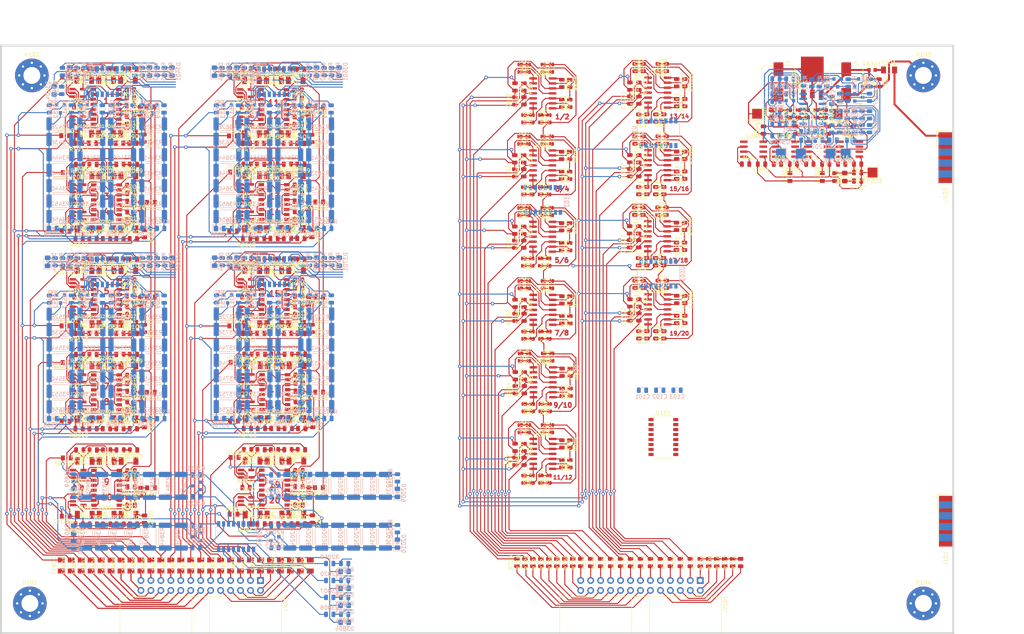
<source format=kicad_pcb>
(kicad_pcb (version 20171130) (host pcbnew "(5.1.5)-3")
  (layers (0 F.Cu signal) (31 B.Cu signal) (34 B.Paste user hide) (35 F.Paste user hide) (36 B.SilkS user hide) (37 F.SilkS user hide) (38 B.Mask user hide) (39 F.Mask user hide) (44 Edge.Cuts user))
  (net 0 "")
  (net 1 GND)
  (net 2 -5V)
  (net 3 +5V)
  (net 4 +12V)
  (net 5 "Net-(R602-Pad2)")
  (net 6 "Net-(R602-Pad1)")
  (net 7 "Net-(R604-Pad1)")
  (net 8 "Net-(R609-Pad2)")
  (net 9 "Net-(R609-Pad1)")
  (net 10 "Net-(R611-Pad1)")
  (net 11 "Net-(R704-Pad1)")
  (net 12 "Net-(R709-Pad1)")
  (net 13 "Net-(R802-Pad2)")
  (net 14 "Net-(R802-Pad1)")
  (net 15 "Net-(R804-Pad1)")
  (net 16 "Net-(R809-Pad2)")
  (net 17 "Net-(R809-Pad1)")
  (net 18 "Net-(R811-Pad1)")
  (net 19 "Net-(R902-Pad2)")
  (net 20 "Net-(R902-Pad1)")
  (net 21 "Net-(R904-Pad1)")
  (net 22 "Net-(R909-Pad2)")
  (net 23 "Net-(R909-Pad1)")
  (net 24 "Net-(R911-Pad1)")
  (net 25 "Net-(R1002-Pad2)")
  (net 26 "Net-(R1002-Pad1)")
  (net 27 "Net-(R1004-Pad1)")
  (net 28 "Net-(R1009-Pad2)")
  (net 29 "Net-(R1009-Pad1)")
  (net 30 "Net-(R1011-Pad1)")
  (net 31 "/Temperature Sensors/TS_20")
  (net 32 "/Temperature Sensors/TS_19")
  (net 33 "/Temperature Sensors/TS_18")
  (net 34 "/Temperature Sensors/TS_17")
  (net 35 "/Temperature Sensors/TS_16")
  (net 36 "/Temperature Sensors/TS_15")
  (net 37 "/Temperature Sensors/TS_14")
  (net 38 "/Temperature Sensors/TS_13")
  (net 39 "/Temperature Sensors/TS_12")
  (net 40 "/Temperature Sensors/TS_11")
  (net 41 "/Temperature Sensors/TS_10")
  (net 42 "/Temperature Sensors/TS_9")
  (net 43 "/Temperature Sensors/TS_8")
  (net 44 "/Temperature Sensors/TS_7")
  (net 45 "/Temperature Sensors/TS_6")
  (net 46 "/Temperature Sensors/TS_5")
  (net 47 "/Temperature Sensors/TS_4")
  (net 48 "/Temperature Sensors/TS_3")
  (net 49 "/Temperature Sensors/TS_2")
  (net 50 "/Temperature Sensors/TS_1")
  (net 51 "/Temperature Sensors/0V")
  (net 52 "Net-(R1102-Pad2)")
  (net 53 "Net-(R1102-Pad1)")
  (net 54 "Net-(R1104-Pad1)")
  (net 55 "Net-(R1109-Pad2)")
  (net 56 "Net-(R1109-Pad1)")
  (net 57 "Net-(R1111-Pad1)")
  (net 58 "Net-(R1202-Pad2)")
  (net 59 "Net-(R1202-Pad1)")
  (net 60 "Net-(R1204-Pad1)")
  (net 61 "Net-(R1209-Pad2)")
  (net 62 "Net-(R1209-Pad1)")
  (net 63 "Net-(R1211-Pad1)")
  (net 64 "Net-(R1302-Pad2)")
  (net 65 "Net-(R1302-Pad1)")
  (net 66 "Net-(R1304-Pad1)")
  (net 67 "Net-(R1309-Pad2)")
  (net 68 "Net-(R1309-Pad1)")
  (net 69 "Net-(R1311-Pad1)")
  (net 70 "Net-(C201-Pad1)")
  (net 71 "Net-(C205-Pad1)")
  (net 72 "Net-(Q201-Pad3)")
  (net 73 "Net-(Q201-Pad2)")
  (net 74 "Net-(R201-Pad2)")
  (net 75 "Net-(R213-Pad1)")
  (net 76 "Net-(R227-Pad1)")
  (net 77 "Net-(C203-Pad1)")
  (net 78 "Net-(C208-Pad2)")
  (net 79 "Net-(C210-Pad1)")
  (net 80 "Net-(R205-Pad1)")
  (net 81 "Net-(R207-Pad1)")
  (net 82 "Net-(R210-Pad1)")
  (net 83 "Net-(R211-Pad2)")
  (net 84 "Net-(R216-Pad1)")
  (net 85 "Net-(R218-Pad1)")
  (net 86 "Net-(R219-Pad1)")
  (net 87 "Net-(R220-Pad1)")
  (net 88 "Net-(R221-Pad2)")
  (net 89 "Net-(R225-Pad1)")
  (net 90 "Net-(R230-Pad1)")
  (net 91 "Net-(R702-Pad2)")
  (net 92 "Net-(R702-Pad1)")
  (net 93 "Net-(R709-Pad2)")
  (net 94 "Net-(R711-Pad1)")
  (net 95 "/Voltage References/2.2727V")
  (net 96 "/Voltage References/1.8V")
  (net 97 "/Voltage References/5.000V")
  (net 98 "/Voltage References/0.850V")
  (net 99 "/Temperature Sensors/2.2727V")
  (net 100 "Net-(R502-Pad2)")
  (net 101 "Net-(R502-Pad1)")
  (net 102 "Net-(R504-Pad1)")
  (net 103 "Net-(R509-Pad2)")
  (net 104 "Net-(R509-Pad1)")
  (net 105 "Net-(R511-Pad1)")
  (net 106 "Net-(R816-Pad2)")
  (net 107 "Net-(R816-Pad1)")
  (net 108 "Net-(R818-Pad1)")
  (net 109 "Net-(R823-Pad2)")
  (net 110 "Net-(R823-Pad1)")
  (net 111 "Net-(R825-Pad1)")
  (net 112 "Net-(D1901-Pad2)")
  (net 113 "Net-(D1901-Pad1)")
  (net 114 "Net-(D1902-Pad2)")
  (net 115 "Net-(D1902-Pad1)")
  (net 116 "Net-(D1903-Pad1)")
  (net 117 "Net-(D1904-Pad1)")
  (net 118 "Net-(D2001-Pad2)")
  (net 119 "Net-(D2001-Pad1)")
  (net 120 "Net-(D2002-Pad2)")
  (net 121 "Net-(D2002-Pad1)")
  (net 122 "Net-(D2003-Pad1)")
  (net 123 "Net-(D2004-Pad1)")
  (net 124 "Net-(D2101-Pad2)")
  (net 125 "Net-(D2101-Pad1)")
  (net 126 "Net-(D2102-Pad2)")
  (net 127 "Net-(D2102-Pad1)")
  (net 128 "Net-(D2103-Pad1)")
  (net 129 "Net-(D2104-Pad1)")
  (net 130 "Net-(D2201-Pad2)")
  (net 131 "Net-(D2201-Pad1)")
  (net 132 "Net-(D2202-Pad2)")
  (net 133 "Net-(D2202-Pad1)")
  (net 134 "Net-(D2203-Pad1)")
  (net 135 "Net-(D2204-Pad1)")
  (net 136 "Net-(D2301-Pad2)")
  (net 137 "Net-(D2301-Pad1)")
  (net 138 "Net-(D2302-Pad2)")
  (net 139 "Net-(D2302-Pad1)")
  (net 140 "Net-(D2303-Pad1)")
  (net 141 "Net-(D2304-Pad1)")
  (net 142 "Net-(D2401-Pad2)")
  (net 143 "Net-(D2401-Pad1)")
  (net 144 "Net-(D2402-Pad2)")
  (net 145 "Net-(D2402-Pad1)")
  (net 146 "Net-(D2403-Pad1)")
  (net 147 "Net-(D2404-Pad1)")
  (net 148 "Net-(D2501-Pad2)")
  (net 149 "Net-(D2501-Pad1)")
  (net 150 "Net-(D2502-Pad2)")
  (net 151 "Net-(D2502-Pad1)")
  (net 152 "Net-(D2503-Pad1)")
  (net 153 "Net-(D2504-Pad1)")
  (net 154 "Net-(D2601-Pad2)")
  (net 155 "Net-(D2601-Pad1)")
  (net 156 "Net-(D2602-Pad2)")
  (net 157 "Net-(D2602-Pad1)")
  (net 158 "Net-(D2603-Pad1)")
  (net 159 "Net-(D2604-Pad1)")
  (net 160 "Net-(D2701-Pad2)")
  (net 161 "Net-(D2701-Pad1)")
  (net 162 "Net-(D2702-Pad2)")
  (net 163 "Net-(D2702-Pad1)")
  (net 164 "Net-(D2703-Pad1)")
  (net 165 "Net-(D2704-Pad1)")
  (net 166 "Net-(D2801-Pad2)")
  (net 167 "Net-(D2801-Pad1)")
  (net 168 "Net-(D2802-Pad2)")
  (net 169 "Net-(D2802-Pad1)")
  (net 170 "Net-(D2803-Pad1)")
  (net 171 "Net-(D2804-Pad1)")
  (net 172 "Net-(F1829-Pad1)")
  (net 173 "Net-(F1828-Pad1)")
  (net 174 "Net-(F1827-Pad1)")
  (net 175 "Net-(F1826-Pad1)")
  (net 176 "Net-(F1825-Pad1)")
  (net 177 "Net-(F1820-Pad1)")
  (net 178 "Net-(F1819-Pad1)")
  (net 179 "Net-(F1818-Pad1)")
  (net 180 "Net-(F1817-Pad1)")
  (net 181 "Net-(F1816-Pad1)")
  (net 182 "Net-(F1815-Pad1)")
  (net 183 "Net-(F1814-Pad1)")
  (net 184 "Net-(F1813-Pad1)")
  (net 185 "Net-(F1812-Pad1)")
  (net 186 "Net-(F1811-Pad1)")
  (net 187 "Net-(F1810-Pad1)")
  (net 188 "Net-(F1809-Pad1)")
  (net 189 "Net-(F1808-Pad1)")
  (net 190 "Net-(F1807-Pad1)")
  (net 191 "Net-(F1806-Pad1)")
  (net 192 "Net-(F1805-Pad1)")
  (net 193 "Net-(F1804-Pad1)")
  (net 194 "Net-(F1803-Pad1)")
  (net 195 "Net-(F1802-Pad1)")
  (net 196 "Net-(F1801-Pad1)")
  (net 197 "Net-(R1903-Pad1)")
  (net 198 "Net-(R1904-Pad1)")
  (net 199 "Net-(R1905-Pad1)")
  (net 200 "Net-(R1906-Pad1)")
  (net 201 "Net-(R1907-Pad1)")
  (net 202 "Net-(R1908-Pad1)")
  (net 203 "Net-(R1909-Pad1)")
  (net 204 "Net-(R1910-Pad1)")
  (net 205 "Net-(R1913-Pad2)")
  (net 206 "/Voltage Sensors/1.8V")
  (net 207 "/Voltage Sensors/V2")
  (net 208 "Net-(R1916-Pad2)")
  (net 209 "/Voltage Sensors/V1")
  (net 210 "Net-(R2003-Pad1)")
  (net 211 "Net-(R2004-Pad1)")
  (net 212 "Net-(R2005-Pad1)")
  (net 213 "Net-(R2006-Pad1)")
  (net 214 "Net-(R2007-Pad1)")
  (net 215 "Net-(R2008-Pad1)")
  (net 216 "Net-(R2009-Pad1)")
  (net 217 "Net-(R2010-Pad1)")
  (net 218 "Net-(R2013-Pad2)")
  (net 219 "/Voltage Sensors/V4")
  (net 220 "Net-(R2016-Pad2)")
  (net 221 "/Voltage Sensors/V3")
  (net 222 "Net-(R2103-Pad1)")
  (net 223 "Net-(R2104-Pad1)")
  (net 224 "Net-(R2105-Pad1)")
  (net 225 "Net-(R2106-Pad1)")
  (net 226 "Net-(R2107-Pad1)")
  (net 227 "Net-(R2108-Pad1)")
  (net 228 "Net-(R2109-Pad1)")
  (net 229 "Net-(R2110-Pad1)")
  (net 230 "Net-(R2113-Pad2)")
  (net 231 "/Voltage Sensors/V6")
  (net 232 "Net-(R2116-Pad2)")
  (net 233 "/Voltage Sensors/V5")
  (net 234 "Net-(R2203-Pad1)")
  (net 235 "Net-(R2204-Pad1)")
  (net 236 "Net-(R2205-Pad1)")
  (net 237 "Net-(R2206-Pad1)")
  (net 238 "Net-(R2207-Pad1)")
  (net 239 "Net-(R2208-Pad1)")
  (net 240 "Net-(R2209-Pad1)")
  (net 241 "Net-(R2210-Pad1)")
  (net 242 "Net-(R2213-Pad2)")
  (net 243 "/Voltage Sensors/V8")
  (net 244 "Net-(R2216-Pad2)")
  (net 245 "/Voltage Sensors/V7")
  (net 246 "Net-(R2303-Pad1)")
  (net 247 "Net-(R2304-Pad1)")
  (net 248 "Net-(R2305-Pad1)")
  (net 249 "Net-(R2306-Pad1)")
  (net 250 "Net-(R2307-Pad1)")
  (net 251 "Net-(R2308-Pad1)")
  (net 252 "Net-(R2309-Pad1)")
  (net 253 "Net-(R2310-Pad1)")
  (net 254 "Net-(R2313-Pad2)")
  (net 255 "/Voltage Sensors/V10")
  (net 256 "Net-(R2316-Pad2)")
  (net 257 "/Voltage Sensors/V9")
  (net 258 "Net-(R2403-Pad1)")
  (net 259 "Net-(R2404-Pad1)")
  (net 260 "Net-(R2405-Pad1)")
  (net 261 "Net-(R2406-Pad1)")
  (net 262 "Net-(R2407-Pad1)")
  (net 263 "Net-(R2408-Pad1)")
  (net 264 "Net-(R2409-Pad1)")
  (net 265 "Net-(R2410-Pad1)")
  (net 266 "Net-(R2413-Pad2)")
  (net 267 "/Voltage Sensors/V12")
  (net 268 "Net-(R2416-Pad2)")
  (net 269 "/Voltage Sensors/V11")
  (net 270 "Net-(R2503-Pad1)")
  (net 271 "Net-(R2504-Pad1)")
  (net 272 "Net-(R2505-Pad1)")
  (net 273 "Net-(R2506-Pad1)")
  (net 274 "Net-(R2507-Pad1)")
  (net 275 "Net-(R2508-Pad1)")
  (net 276 "Net-(R2509-Pad1)")
  (net 277 "Net-(R2510-Pad1)")
  (net 278 "Net-(R2513-Pad2)")
  (net 279 "/Voltage Sensors/V14")
  (net 280 "Net-(R2516-Pad2)")
  (net 281 "/Voltage Sensors/V13")
  (net 282 "Net-(R2603-Pad1)")
  (net 283 "Net-(R2604-Pad1)")
  (net 284 "Net-(R2605-Pad1)")
  (net 285 "Net-(R2606-Pad1)")
  (net 286 "Net-(R2607-Pad1)")
  (net 287 "Net-(R2608-Pad1)")
  (net 288 "Net-(R2609-Pad1)")
  (net 289 "Net-(R2610-Pad1)")
  (net 290 "Net-(R2613-Pad2)")
  (net 291 "/Voltage Sensors/V16")
  (net 292 "Net-(R2616-Pad2)")
  (net 293 "/Voltage Sensors/V15")
  (net 294 "Net-(R2703-Pad1)")
  (net 295 "Net-(R2704-Pad1)")
  (net 296 "Net-(R2705-Pad1)")
  (net 297 "Net-(R2706-Pad1)")
  (net 298 "Net-(R2707-Pad1)")
  (net 299 "Net-(R2708-Pad1)")
  (net 300 "Net-(R2709-Pad1)")
  (net 301 "Net-(R2710-Pad1)")
  (net 302 "Net-(R2713-Pad2)")
  (net 303 "/Voltage Sensors/V18")
  (net 304 "Net-(R2716-Pad2)")
  (net 305 "/Voltage Sensors/V17")
  (net 306 "Net-(R2803-Pad1)")
  (net 307 "Net-(R2804-Pad1)")
  (net 308 "Net-(R2805-Pad1)")
  (net 309 "Net-(R2806-Pad1)")
  (net 310 "Net-(R2807-Pad1)")
  (net 311 "Net-(R2808-Pad1)")
  (net 312 "Net-(R2809-Pad1)")
  (net 313 "Net-(R2810-Pad1)")
  (net 314 "Net-(R2813-Pad2)")
  (net 315 "/Voltage Sensors/V20")
  (net 316 "Net-(R2816-Pad2)")
  (net 317 "/Voltage Sensors/V19")
  (net 318 "Net-(U1901-Pad1)")
  (net 319 "Net-(U1902-Pad1)")
  (net 320 "Net-(U1903-Pad6)")
  (net 321 "Net-(U1903-Pad2)")
  (net 322 "Net-(U2001-Pad1)")
  (net 323 "Net-(U2002-Pad1)")
  (net 324 "Net-(U2003-Pad6)")
  (net 325 "Net-(U2003-Pad2)")
  (net 326 "Net-(U2101-Pad1)")
  (net 327 "Net-(U2102-Pad1)")
  (net 328 "Net-(U2103-Pad6)")
  (net 329 "Net-(U2103-Pad2)")
  (net 330 "Net-(U2201-Pad1)")
  (net 331 "Net-(U2202-Pad1)")
  (net 332 "Net-(U2203-Pad6)")
  (net 333 "Net-(U2203-Pad2)")
  (net 334 "Net-(U2301-Pad1)")
  (net 335 "Net-(U2302-Pad1)")
  (net 336 "Net-(U2303-Pad6)")
  (net 337 "Net-(U2303-Pad2)")
  (net 338 "Net-(U2401-Pad1)")
  (net 339 "Net-(U2402-Pad1)")
  (net 340 "Net-(U2403-Pad6)")
  (net 341 "Net-(U2403-Pad2)")
  (net 342 "Net-(U2501-Pad1)")
  (net 343 "Net-(U2502-Pad1)")
  (net 344 "Net-(U2503-Pad6)")
  (net 345 "Net-(U2503-Pad2)")
  (net 346 "Net-(U2601-Pad1)")
  (net 347 "Net-(U2602-Pad1)")
  (net 348 "Net-(U2603-Pad6)")
  (net 349 "Net-(U2603-Pad2)")
  (net 350 "Net-(U2701-Pad1)")
  (net 351 "Net-(U2702-Pad1)")
  (net 352 "Net-(U2703-Pad6)")
  (net 353 "Net-(U2703-Pad2)")
  (net 354 "Net-(U2801-Pad1)")
  (net 355 "Net-(U2802-Pad1)")
  (net 356 "Net-(U2803-Pad6)")
  (net 357 "Net-(U2803-Pad2)")
  (net 358 "Net-(F1830-Pad1)")
  (net 359 CELL_1)
  (net 360 CELL_GND)
  (net 361 CELL_3)
  (net 362 CELL_2)
  (net 363 CELL_5)
  (net 364 CELL_4)
  (net 365 CELL_7)
  (net 366 CELL_6)
  (net 367 CELL_9)
  (net 368 CELL_8)
  (net 369 CELL_11)
  (net 370 CELL_10)
  (net 371 CELL_13)
  (net 372 CELL_12)
  (net 373 CELL_15)
  (net 374 CELL_14)
  (net 375 CELL_17)
  (net 376 CELL_16)
  (net 377 CELL_19)
  (net 378 CELL_18)
  (net 379 CELL_20)
  (net 380 "Net-(D3401-Pad2)")
  (net 381 "Net-(D3402-Pad2)")
  (net 382 "Net-(D3403-Pad2)")
  (net 383 "Net-(D3404-Pad2)")
  (net 384 "Net-(Q3401-Pad1)")
  (net 385 "Net-(Q3402-Pad1)")
  (net 386 "Net-(Q3403-Pad1)")
  (net 387 "Net-(Q3404-Pad1)")
  (net 388 /Balancing/B_04)
  (net 389 /Balancing/B_03)
  (net 390 /Balancing/B_02)
  (net 391 /Balancing/B_01)
  (net 392 "Net-(R3405-Pad2)")
  (net 393 "Net-(R3406-Pad2)")
  (net 394 "Net-(R3407-Pad2)")
  (net 395 "Net-(R3408-Pad2)")
  (net 396 "Net-(R3409-Pad1)")
  (net 397 "Net-(R3410-Pad1)")
  (net 398 "Net-(R3411-Pad1)")
  (net 399 "Net-(R3412-Pad1)")
  (net 400 "Net-(D3501-Pad2)")
  (net 401 "Net-(D3502-Pad2)")
  (net 402 "Net-(D3503-Pad2)")
  (net 403 "Net-(D3504-Pad2)")
  (net 404 "Net-(D3601-Pad2)")
  (net 405 "Net-(D3602-Pad2)")
  (net 406 "Net-(D3603-Pad2)")
  (net 407 "Net-(D3604-Pad2)")
  (net 408 "Net-(D3701-Pad2)")
  (net 409 "Net-(D3702-Pad2)")
  (net 410 "Net-(D3703-Pad2)")
  (net 411 "Net-(D3704-Pad2)")
  (net 412 "Net-(D3803-Pad2)")
  (net 413 "Net-(D3804-Pad2)")
  (net 414 "Net-(Q3501-Pad1)")
  (net 415 "Net-(Q3502-Pad1)")
  (net 416 "Net-(Q3503-Pad1)")
  (net 417 "Net-(Q3504-Pad1)")
  (net 418 "Net-(Q3601-Pad1)")
  (net 419 "Net-(Q3602-Pad1)")
  (net 420 "Net-(Q3603-Pad1)")
  (net 421 "Net-(Q3604-Pad1)")
  (net 422 "Net-(Q3701-Pad1)")
  (net 423 "Net-(Q3702-Pad1)")
  (net 424 "Net-(Q3703-Pad1)")
  (net 425 "Net-(Q3704-Pad1)")
  (net 426 "Net-(Q3803-Pad1)")
  (net 427 "Net-(Q3804-Pad1)")
  (net 428 /Balancing/B_08)
  (net 429 /Balancing/B_07)
  (net 430 /Balancing/B_06)
  (net 431 /Balancing/B_05)
  (net 432 "Net-(R3505-Pad2)")
  (net 433 "Net-(R3506-Pad2)")
  (net 434 "Net-(R3507-Pad2)")
  (net 435 "Net-(R3508-Pad2)")
  (net 436 "Net-(R3509-Pad1)")
  (net 437 "Net-(R3510-Pad1)")
  (net 438 "Net-(R3511-Pad1)")
  (net 439 "Net-(R3512-Pad1)")
  (net 440 /Balancing/B_12)
  (net 441 /Balancing/B_11)
  (net 442 /Balancing/B_10)
  (net 443 /Balancing/B_09)
  (net 444 "Net-(R3605-Pad2)")
  (net 445 "Net-(R3606-Pad2)")
  (net 446 "Net-(R3607-Pad2)")
  (net 447 "Net-(R3608-Pad2)")
  (net 448 "Net-(R3609-Pad1)")
  (net 449 "Net-(R3610-Pad1)")
  (net 450 "Net-(R3611-Pad1)")
  (net 451 "Net-(R3612-Pad1)")
  (net 452 /Balancing/B_16)
  (net 453 /Balancing/B_15)
  (net 454 /Balancing/B_14)
  (net 455 /Balancing/B_13)
  (net 456 "Net-(R3705-Pad2)")
  (net 457 "Net-(R3706-Pad2)")
  (net 458 "Net-(R3707-Pad2)")
  (net 459 "Net-(R3708-Pad2)")
  (net 460 "Net-(R3709-Pad1)")
  (net 461 "Net-(R3710-Pad1)")
  (net 462 "Net-(R3711-Pad1)")
  (net 463 "Net-(R3712-Pad1)")
  (net 464 /Balancing/B_20)
  (net 465 /Balancing/B_19)
  (net 466 /Balancing/B_18)
  (net 467 /Balancing/B_17)
  (net 468 "Net-(R3807-Pad2)")
  (net 469 "Net-(R3808-Pad2)")
  (net 470 "Net-(R3811-Pad1)")
  (net 471 "Net-(R3812-Pad1)")
  (net 472 "Net-(D3405-Pad2)")
  (net 473 "Net-(D3405-Pad1)")
  (net 474 "Net-(D3406-Pad2)")
  (net 475 "Net-(D3406-Pad1)")
  (net 476 "Net-(D3407-Pad2)")
  (net 477 "Net-(D3407-Pad1)")
  (net 478 "Net-(D3408-Pad2)")
  (net 479 "Net-(D3408-Pad1)")
  (net 480 "Net-(D3505-Pad2)")
  (net 481 "Net-(D3505-Pad1)")
  (net 482 "Net-(D3506-Pad2)")
  (net 483 "Net-(D3506-Pad1)")
  (net 484 "Net-(D3507-Pad2)")
  (net 485 "Net-(D3507-Pad1)")
  (net 486 "Net-(D3508-Pad2)")
  (net 487 "Net-(D3508-Pad1)")
  (net 488 "Net-(D3605-Pad2)")
  (net 489 "Net-(D3605-Pad1)")
  (net 490 "Net-(D3606-Pad2)")
  (net 491 "Net-(D3606-Pad1)")
  (net 492 "Net-(D3607-Pad2)")
  (net 493 "Net-(D3607-Pad1)")
  (net 494 "Net-(D3608-Pad2)")
  (net 495 "Net-(D3608-Pad1)")
  (net 496 "Net-(D3705-Pad2)")
  (net 497 "Net-(D3705-Pad1)")
  (net 498 "Net-(D3706-Pad2)")
  (net 499 "Net-(D3706-Pad1)")
  (net 500 "Net-(D3707-Pad2)")
  (net 501 "Net-(D3707-Pad1)")
  (net 502 "Net-(D3708-Pad2)")
  (net 503 "Net-(D3708-Pad1)")
  (net 504 "Net-(D3807-Pad2)")
  (net 505 "Net-(D3807-Pad1)")
  (net 506 "Net-(D3808-Pad2)")
  (net 507 "Net-(D3808-Pad1)")
  (net 508 "Net-(U101-Pad16)")
  (net 509 "Net-(U101-Pad15)")
  (net 510 "Net-(U101-Pad14)")
  (net 511 "Net-(U101-Pad13)")
  (net 512 "Net-(U101-Pad12)")
  (net 513 "Net-(U101-Pad11)")
  (net 514 "Net-(U101-Pad10)")
  (net 515 "Net-(U101-Pad9)")
  (net 516 "Net-(U101-Pad8)")
  (net 517 "Net-(U101-Pad7)")
  (net 518 "Net-(U101-Pad6)")
  (net 519 "Net-(U101-Pad5)")
  (net 520 "Net-(U101-Pad4)")
  (net 521 "Net-(U101-Pad3)")
  (net 522 "Net-(U101-Pad2)")
  (net 523 "Net-(U101-Pad1)")
  (net 524 "Net-(U102-Pad11)")
  (net 525 "Net-(U102-Pad10)")
  (net 526 "Net-(U102-Pad9)")
  (net 527 "Net-(U102-Pad6)")
  (net 528 "Net-(U102-Pad3)")
  (net 529 "Net-(J101-Pad4)")
  (net 530 "Net-(J102-Pad4)")
  (net 531 /T3)
  (net 532 /T4)
  (net 533 /T5)
  (net 534 /T6)
  (net 535 /T7)
  (net 536 /T8)
  (net 537 /T1)
  (net 538 /T2)
  (net 539 /T9)
  (net 540 /T10)
  (net 541 /T11)
  (net 542 /T12)
  (net 543 /T13)
  (net 544 /T14)
  (net 545 /T15)
  (net 546 /T16)
  (net 547 /T17)
  (net 548 /T18)
  (net 549 /T19)
  (net 550 /T20)
  (net 551 "Net-(U103-Pad11)")
  (net 552 "Net-(U103-Pad10)")
  (net 553 "Net-(U103-Pad9)")
  (net 554 "Net-(U103-Pad6)")
  (net 555 "Net-(U103-Pad3)")
  (net 556 "Net-(U104-Pad11)")
  (net 557 "Net-(U104-Pad10)")
  (net 558 "Net-(U104-Pad9)")
  (net 559 "Net-(U104-Pad6)")
  (net 560 "Net-(U104-Pad3)")
  (net 561 "Net-(C302-Pad2)")
  (net 562 "Net-(C302-Pad1)")
  (net 563 "Net-(C308-Pad2)")
  (net 564 "Net-(C308-Pad1)")
  (net 565 "Net-(C313-Pad2)")
  (net 566 "Net-(C313-Pad1)")
  (net 567 "Net-(C316-Pad2)")
  (net 568 "Net-(C316-Pad1)")
  (net 569 "Net-(D301-Pad2)")
  (net 570 "Net-(D302-Pad1)")
  (net 571 /VCC)
  (net 572 "Net-(F301-Pad1)")
  (net 573 "Net-(F1825-Pad2)")
  (net 574 "Net-(F1826-Pad2)")
  (net 575 "Net-(F1827-Pad2)")
  (net 576 /BMS_ERROR)
  (net 577 /CAN_H)
  (net 578 /CAN_GND)
  (net 579 /CAN_L)
  (net 580 "Net-(J2101-Pad26)")
  (net 581 "Net-(J2101-Pad25)")
  (net 582 "Net-(J2101-Pad24)")
  (net 583 "Net-(J2101-Pad23)")
  (net 584 "Net-(J2101-Pad22)")
  (net 585 "Net-(J2101-Pad21)")
  (net 586 "Net-(J2101-Pad20)")
  (net 587 "Net-(J2101-Pad19)")
  (net 588 "Net-(J2101-Pad18)")
  (net 589 "Net-(J2101-Pad17)")
  (net 590 "Net-(J2101-Pad16)")
  (net 591 "Net-(J2101-Pad15)")
  (net 592 "Net-(J2101-Pad14)")
  (net 593 "Net-(J2101-Pad13)")
  (net 594 "Net-(J2101-Pad12)")
  (net 595 "Net-(J2101-Pad11)")
  (net 596 "Net-(J2101-Pad10)")
  (net 597 "Net-(J2101-Pad9)")
  (net 598 "Net-(J2101-Pad8)")
  (net 599 "Net-(J2101-Pad7)")
  (net 600 "Net-(J2101-Pad6)")
  (net 601 "Net-(J2101-Pad5)")
  (net 602 "Net-(J2101-Pad4)")
  (net 603 "Net-(J2101-Pad3)")
  (net 604 "Net-(J2101-Pad2)")
  (net 605 "Net-(J2101-Pad1)")
  (net 606 "Net-(R301-Pad1)")
  (net 607 "Net-(U103-Pad5)")
  (net 608 "Net-(U103-Pad4)")
  (net 609 "Net-(U103-Pad2)")
  (net 610 "Net-(U103-Pad1)")
  (net 611 "Net-(U301-Pad7)")
  (net 612 "Net-(U301-Pad6)")
  (net 613 "Net-(U301-Pad1)")
  (net 614 "Net-(U302-Pad7)")
  (net 615 "Net-(U302-Pad6)")
  (net 616 "Net-(U302-Pad1)")
  (net 617 "Net-(U304-Pad7)")
  (net 618 "Net-(U304-Pad6)")
  (net 619 "Net-(U304-Pad1)")
  (net 620 "Net-(U305-Pad7)")
  (net 621 "Net-(U305-Pad6)")
  (net 622 "Net-(U305-Pad1)")
  (net 623 "Net-(D2007-Pad2)")
  (net 624 "Net-(D2008-Pad2)")
  (net 625 "Net-(D2009-Pad2)")
  (net 626 "Net-(D2009-Pad1)")
  (net 627 "Net-(D2010-Pad2)")
  (net 628 "Net-(D2010-Pad1)")
  (net 629 "Net-(Q2001-Pad1)")
  (net 630 "Net-(Q2002-Pad1)")
  (net 631 "Net-(R2019-Pad2)")
  (net 632 "Net-(R2020-Pad2)")
  (net 633 "Net-(R2021-Pad1)")
  (net 634 "Net-(R2022-Pad1)")
  (module "e-Power:SOIC-16_4.55x10.3mm_P1.27mm(TLP290-4)" (layer B.Cu) (at 223.52 178.562 90)
    (fp_text reference U2004 (at 0 6.1 90) (layer B.SilkS) (effects (justify mirror)))
    (fp_text value TLP290-4)
    (pad 16 smd rect (at 3.25 4.445 90) (size 1.4 0.8) (layers B.Cu B.Paste B.Mask) (net 633 "Net-(R2021-Pad1)"))
    (pad 15 smd trapezoid (at 3.25 3.175 90) (size 1.4 0.8) (layers B.Cu B.Paste B.Mask) (net 629 "Net-(Q2001-Pad1)"))
    (pad 14 smd trapezoid (at 3.25 1.905 90) (size 1.4 0.8) (layers B.Cu B.Paste B.Mask) (net 634 "Net-(R2022-Pad1)"))
    (pad 13 smd trapezoid (at 3.25 0.635 90) (size 1.4 0.8) (layers B.Cu B.Paste B.Mask) (net 630 "Net-(Q2002-Pad1)"))
    (pad 12 smd trapezoid (at 3.25 -0.635 90) (size 1.4 0.8) (layers B.Cu B.Paste B.Mask) (net 470 "Net-(R3811-Pad1)"))
    (pad 11 smd trapezoid (at 3.25 -1.905 90) (size 1.4 0.8) (layers B.Cu B.Paste B.Mask) (net 426 "Net-(Q3803-Pad1)"))
    (pad 10 smd trapezoid (at 3.25 -3.175 90) (size 1.4 0.8) (layers B.Cu B.Paste B.Mask) (net 471 "Net-(R3812-Pad1)"))
    (pad 9 smd trapezoid (at 3.25 -4.445 90) (size 1.4 0.8) (layers B.Cu B.Paste B.Mask) (net 427 "Net-(Q3804-Pad1)"))
    (pad 8 smd trapezoid (at -3.25 -4.445 90) (size 1.4 0.8) (layers B.Cu B.Paste B.Mask) (net 1 GND))
    (pad 7 smd trapezoid (at -3.25 -3.175 90) (size 1.4 0.8) (layers B.Cu B.Paste B.Mask) (net 469 "Net-(R3808-Pad2)"))
    (pad 6 smd trapezoid (at -3.25 -1.905 90) (size 1.4 0.8) (layers B.Cu B.Paste B.Mask) (net 1 GND))
    (pad 5 smd rect (at -3.25 -0.635 90) (size 1.4 0.8) (layers B.Cu B.Paste B.Mask) (net 468 "Net-(R3807-Pad2)"))
    (pad 4 smd trapezoid (at -3.25 0.635 90) (size 1.4 0.8) (layers B.Cu B.Paste B.Mask) (net 1 GND))
    (pad 3 smd rect (at -3.25 1.905 90) (size 1.4 0.8) (layers B.Cu B.Paste B.Mask) (net 632 "Net-(R2020-Pad2)"))
    (pad 2 smd trapezoid (at -3.25 3.175 90) (size 1.4 0.8) (layers B.Cu B.Paste B.Mask) (net 1 GND))
    (pad 1 smd rect (at -3.25 4.445 90) (size 1.4 0.8) (layers B.Cu B.Paste B.Mask) (net 631 "Net-(R2019-Pad2)"))
  )
  (module Resistor_SMD:R_0805_2012Metric (layer B.Cu) (at 182.118 180.594 90)
    (fp_text reference R3860 (at 0 1.65 90) (layer B.SilkS) (effects (justify mirror)))
    (fp_text value 390R)
    (pad 2 smd roundrect (at 0.9375 0 90) (size 0.975 1.4) (layers B.Cu B.Paste B.Mask) (net 506 "Net-(D3808-Pad2)"))
    (pad 1 smd roundrect (at -0.9375 0 90) (size 0.975 1.4) (layers B.Cu B.Paste B.Mask) (net 367 CELL_9))
  )
  (module Resistor_SMD:R_0805_2012Metric (layer B.Cu) (at 182.118 163.576 270)
    (fp_text reference R3859 (at 0 1.65 90) (layer B.SilkS) (effects (justify mirror)))
    (fp_text value 390R)
    (pad 2 smd roundrect (at 0.9375 0 270) (size 0.975 1.4) (layers B.Cu B.Paste B.Mask) (net 504 "Net-(D3807-Pad2)"))
    (pad 1 smd roundrect (at -0.9375 0 270) (size 0.975 1.4) (layers B.Cu B.Paste B.Mask) (net 370 CELL_10))
  )
  (module Resistor_SMD:R_2512_6332Metric (layer B.Cu) (at 197.358 178.562 270)
    (fp_text reference R3856 (at 0 0.762 90) (layer B.SilkS) (effects (justify mirror)))
    (fp_text value 100R)
    (pad 2 smd roundrect (at 2.9 0 270) (size 1.35 3.35) (layers B.Cu B.Paste B.Mask) (roundrect_rratio 0.185185) (net 367 CELL_9))
    (pad 1 smd roundrect (at -2.9 0 270) (size 1.35 3.35) (layers B.Cu B.Paste B.Mask) (roundrect_rratio 0.185185) (net 507 "Net-(D3808-Pad1)"))
  )
  (module Resistor_SMD:R_2512_6332Metric (layer B.Cu) (at 209.55 165.608 90)
    (fp_text reference R3855 (at 0 0.762 90) (layer B.SilkS) (effects (justify mirror)))
    (fp_text value 100R)
    (pad 2 smd roundrect (at 2.9 0 90) (size 1.35 3.35) (layers B.Cu B.Paste B.Mask) (roundrect_rratio 0.185185) (net 370 CELL_10))
    (pad 1 smd roundrect (at -2.9 0 90) (size 1.35 3.35) (layers B.Cu B.Paste B.Mask) (roundrect_rratio 0.185185) (net 505 "Net-(D3807-Pad1)"))
  )
  (module Resistor_SMD:R_2512_6332Metric (layer B.Cu) (at 193.294 178.562 270)
    (fp_text reference R3852 (at 0 0.762 90) (layer B.SilkS) (effects (justify mirror)))
    (fp_text value 100R)
    (pad 2 smd roundrect (at 2.9 0 270) (size 1.35 3.35) (layers B.Cu B.Paste B.Mask) (roundrect_rratio 0.185185) (net 367 CELL_9))
    (pad 1 smd roundrect (at -2.9 0 270) (size 1.35 3.35) (layers B.Cu B.Paste B.Mask) (roundrect_rratio 0.185185) (net 507 "Net-(D3808-Pad1)"))
  )
  (module Resistor_SMD:R_2512_6332Metric (layer B.Cu) (at 185.166 165.608 90)
    (fp_text reference R3851 (at 0 0.762 90) (layer B.SilkS) (effects (justify mirror)))
    (fp_text value 100R)
    (pad 2 smd roundrect (at 2.9 0 90) (size 1.35 3.35) (layers B.Cu B.Paste B.Mask) (roundrect_rratio 0.185185) (net 370 CELL_10))
    (pad 1 smd roundrect (at -2.9 0 90) (size 1.35 3.35) (layers B.Cu B.Paste B.Mask) (roundrect_rratio 0.185185) (net 505 "Net-(D3807-Pad1)"))
  )
  (module Resistor_SMD:R_2512_6332Metric (layer B.Cu) (at 201.422 178.562 270)
    (fp_text reference R3848 (at 0 0.762 90) (layer B.SilkS) (effects (justify mirror)))
    (fp_text value 100R)
    (pad 2 smd roundrect (at 2.9 0 270) (size 1.35 3.35) (layers B.Cu B.Paste B.Mask) (roundrect_rratio 0.185185) (net 367 CELL_9))
    (pad 1 smd roundrect (at -2.9 0 270) (size 1.35 3.35) (layers B.Cu B.Paste B.Mask) (roundrect_rratio 0.185185) (net 507 "Net-(D3808-Pad1)"))
  )
  (module Resistor_SMD:R_2512_6332Metric (layer B.Cu) (at 205.486 165.608 90)
    (fp_text reference R3847 (at 0 0.762 90) (layer B.SilkS) (effects (justify mirror)))
    (fp_text value 100R)
    (pad 2 smd roundrect (at 2.9 0 90) (size 1.35 3.35) (layers B.Cu B.Paste B.Mask) (roundrect_rratio 0.185185) (net 370 CELL_10))
    (pad 1 smd roundrect (at -2.9 0 90) (size 1.35 3.35) (layers B.Cu B.Paste B.Mask) (roundrect_rratio 0.185185) (net 505 "Net-(D3807-Pad1)"))
  )
  (module Resistor_SMD:R_2512_6332Metric (layer B.Cu) (at 205.486 178.562 270)
    (fp_text reference R3844 (at 0 0.762 90) (layer B.SilkS) (effects (justify mirror)))
    (fp_text value 100R)
    (pad 2 smd roundrect (at 2.9 0 270) (size 1.35 3.35) (layers B.Cu B.Paste B.Mask) (roundrect_rratio 0.185185) (net 367 CELL_9))
    (pad 1 smd roundrect (at -2.9 0 270) (size 1.35 3.35) (layers B.Cu B.Paste B.Mask) (roundrect_rratio 0.185185) (net 507 "Net-(D3808-Pad1)"))
  )
  (module Resistor_SMD:R_2512_6332Metric (layer B.Cu) (at 193.294 165.608 90)
    (fp_text reference R3843 (at 0 0.762 90) (layer B.SilkS) (effects (justify mirror)))
    (fp_text value 100R)
    (pad 2 smd roundrect (at 2.9 0 90) (size 1.35 3.35) (layers B.Cu B.Paste B.Mask) (roundrect_rratio 0.185185) (net 370 CELL_10))
    (pad 1 smd roundrect (at -2.9 0 90) (size 1.35 3.35) (layers B.Cu B.Paste B.Mask) (roundrect_rratio 0.185185) (net 505 "Net-(D3807-Pad1)"))
  )
  (module Resistor_SMD:R_2512_6332Metric (layer B.Cu) (at 185.166 178.562 270)
    (fp_text reference R3840 (at 0 0.762 90) (layer B.SilkS) (effects (justify mirror)))
    (fp_text value 100R)
    (pad 2 smd roundrect (at 2.9 0 270) (size 1.35 3.35) (layers B.Cu B.Paste B.Mask) (roundrect_rratio 0.185185) (net 367 CELL_9))
    (pad 1 smd roundrect (at -2.9 0 270) (size 1.35 3.35) (layers B.Cu B.Paste B.Mask) (roundrect_rratio 0.185185) (net 507 "Net-(D3808-Pad1)"))
  )
  (module Resistor_SMD:R_2512_6332Metric (layer B.Cu) (at 197.358 165.608 90)
    (fp_text reference R3839 (at 0 0.762 90) (layer B.SilkS) (effects (justify mirror)))
    (fp_text value 100R)
    (pad 2 smd roundrect (at 2.9 0 90) (size 1.35 3.35) (layers B.Cu B.Paste B.Mask) (roundrect_rratio 0.185185) (net 370 CELL_10))
    (pad 1 smd roundrect (at -2.9 0 90) (size 1.35 3.35) (layers B.Cu B.Paste B.Mask) (roundrect_rratio 0.185185) (net 505 "Net-(D3807-Pad1)"))
  )
  (module Resistor_SMD:R_2512_6332Metric (layer B.Cu) (at 189.23 178.562 270)
    (fp_text reference R3836 (at 0 0.762 90) (layer B.SilkS) (effects (justify mirror)))
    (fp_text value 100R)
    (pad 2 smd roundrect (at 2.9 0 270) (size 1.35 3.35) (layers B.Cu B.Paste B.Mask) (roundrect_rratio 0.185185) (net 367 CELL_9))
    (pad 1 smd roundrect (at -2.9 0 270) (size 1.35 3.35) (layers B.Cu B.Paste B.Mask) (roundrect_rratio 0.185185) (net 507 "Net-(D3808-Pad1)"))
  )
  (module Resistor_SMD:R_2512_6332Metric (layer B.Cu) (at 189.23 165.608 90)
    (fp_text reference R3835 (at 0 0.762 90) (layer B.SilkS) (effects (justify mirror)))
    (fp_text value 100R)
    (pad 2 smd roundrect (at 2.9 0 90) (size 1.35 3.35) (layers B.Cu B.Paste B.Mask) (roundrect_rratio 0.185185) (net 370 CELL_10))
    (pad 1 smd roundrect (at -2.9 0 90) (size 1.35 3.35) (layers B.Cu B.Paste B.Mask) (roundrect_rratio 0.185185) (net 505 "Net-(D3807-Pad1)"))
  )
  (module Resistor_SMD:R_0805_2012Metric (layer B.Cu) (at 213.36 175.768)
    (fp_text reference R3832 (at 0 1.65) (layer B.SilkS) (effects (justify mirror)))
    (fp_text value 10K)
    (pad 2 smd roundrect (at 0.9375 0) (size 0.975 1.4) (layers B.Cu B.Paste B.Mask) (net 427 "Net-(Q3804-Pad1)"))
    (pad 1 smd roundrect (at -0.9375 0) (size 0.975 1.4) (layers B.Cu B.Paste B.Mask) (net 368 CELL_8))
  )
  (module Resistor_SMD:R_0805_2012Metric (layer B.Cu) (at 213.36 168.402)
    (fp_text reference R3831 (at 0 1.65) (layer B.SilkS) (effects (justify mirror)))
    (fp_text value 10K)
    (pad 2 smd roundrect (at 0.9375 0) (size 0.975 1.4) (layers B.Cu B.Paste B.Mask) (net 426 "Net-(Q3803-Pad1)"))
    (pad 1 smd roundrect (at -0.9375 0) (size 0.975 1.4) (layers B.Cu B.Paste B.Mask) (net 367 CELL_9))
  )
  (module Resistor_SMD:R_2512_6332Metric (layer B.Cu) (at 209.55 178.562 270)
    (fp_text reference R3828 (at 0 0.762 90) (layer B.SilkS) (effects (justify mirror)))
    (fp_text value 100R)
    (pad 2 smd roundrect (at 2.9 0 270) (size 1.35 3.35) (layers B.Cu B.Paste B.Mask) (roundrect_rratio 0.185185) (net 367 CELL_9))
    (pad 1 smd roundrect (at -2.9 0 270) (size 1.35 3.35) (layers B.Cu B.Paste B.Mask) (roundrect_rratio 0.185185) (net 507 "Net-(D3808-Pad1)"))
  )
  (module Resistor_SMD:R_2512_6332Metric (layer B.Cu) (at 201.422 165.608 90)
    (fp_text reference R3827 (at 0 0.762 90) (layer B.SilkS) (effects (justify mirror)))
    (fp_text value 100R)
    (pad 2 smd roundrect (at 2.9 0 90) (size 1.35 3.35) (layers B.Cu B.Paste B.Mask) (roundrect_rratio 0.185185) (net 370 CELL_10))
    (pad 1 smd roundrect (at -2.9 0 90) (size 1.35 3.35) (layers B.Cu B.Paste B.Mask) (roundrect_rratio 0.185185) (net 505 "Net-(D3807-Pad1)"))
  )
  (module Resistor_SMD:R_0805_2012Metric (layer B.Cu) (at 213.36 181.356 180)
    (fp_text reference R3812 (at 0 1.65) (layer B.SilkS) (effects (justify mirror)))
    (fp_text value 1K)
    (pad 2 smd roundrect (at 0.9375 0 180) (size 0.975 1.4) (layers B.Cu B.Paste B.Mask) (net 367 CELL_9))
    (pad 1 smd roundrect (at -0.9375 0 180) (size 0.975 1.4) (layers B.Cu B.Paste B.Mask) (net 471 "Net-(R3812-Pad1)"))
  )
  (module Resistor_SMD:R_0805_2012Metric (layer B.Cu) (at 213.36 162.814 180)
    (fp_text reference R3811 (at 0 1.65) (layer B.SilkS) (effects (justify mirror)))
    (fp_text value 1K)
    (pad 2 smd roundrect (at 0.9375 0 180) (size 0.975 1.4) (layers B.Cu B.Paste B.Mask) (net 370 CELL_10))
    (pad 1 smd roundrect (at -0.9375 0 180) (size 0.975 1.4) (layers B.Cu B.Paste B.Mask) (net 470 "Net-(R3811-Pad1)"))
  )
  (module Resistor_SMD:R_0805_2012Metric (layer B.Cu) (at 247.396 198.374 180)
    (fp_text reference R3808 (at 0 1.65) (layer B.SilkS) (effects (justify mirror)))
    (fp_text value 390R)
    (pad 2 smd roundrect (at 0.9375 0 180) (size 0.975 1.4) (layers B.Cu B.Paste B.Mask) (net 469 "Net-(R3808-Pad2)"))
    (pad 1 smd roundrect (at -0.9375 0 180) (size 0.975 1.4) (layers B.Cu B.Paste B.Mask) (net 443 /Balancing/B_09))
  )
  (module Resistor_SMD:R_0805_2012Metric (layer B.Cu) (at 247.396 194.056 180)
    (fp_text reference R3807 (at 0 1.65) (layer B.SilkS) (effects (justify mirror)))
    (fp_text value 390R)
    (pad 2 smd roundrect (at 0.9375 0 180) (size 0.975 1.4) (layers B.Cu B.Paste B.Mask) (net 468 "Net-(R3807-Pad2)"))
    (pad 1 smd roundrect (at -0.9375 0 180) (size 0.975 1.4) (layers B.Cu B.Paste B.Mask) (net 442 /Balancing/B_10))
  )
  (module Resistor_SMD:R_0805_2012Metric (layer B.Cu) (at 251.206 198.374)
    (fp_text reference R3804 (at 0 1.65) (layer B.SilkS) (effects (justify mirror)))
    (fp_text value 390R)
    (pad 2 smd roundrect (at 0.9375 0) (size 0.975 1.4) (layers B.Cu B.Paste B.Mask) (net 413 "Net-(D3804-Pad2)"))
    (pad 1 smd roundrect (at -0.9375 0) (size 0.975 1.4) (layers B.Cu B.Paste B.Mask) (net 443 /Balancing/B_09))
  )
  (module Resistor_SMD:R_0805_2012Metric (layer B.Cu) (at 251.206 194.056)
    (fp_text reference R3803 (at 0 1.65) (layer B.SilkS) (effects (justify mirror)))
    (fp_text value 390R)
    (pad 2 smd roundrect (at 0.9375 0) (size 0.975 1.4) (layers B.Cu B.Paste B.Mask) (net 412 "Net-(D3803-Pad2)"))
    (pad 1 smd roundrect (at -0.9375 0) (size 0.975 1.4) (layers B.Cu B.Paste B.Mask) (net 442 /Balancing/B_10))
  )
  (module Resistor_SMD:R_0805_2012Metric (layer B.Cu) (at 264.668 176.53 270)
    (fp_text reference R2040 (at 0 1.65 90) (layer B.SilkS) (effects (justify mirror)))
    (fp_text value 390R)
    (pad 2 smd roundrect (at 0.9375 0 270) (size 0.975 1.4) (layers B.Cu B.Paste B.Mask) (net 627 "Net-(D2010-Pad2)"))
    (pad 1 smd roundrect (at -0.9375 0 270) (size 0.975 1.4) (layers B.Cu B.Paste B.Mask) (net 377 CELL_19))
  )
  (module Resistor_SMD:R_0805_2012Metric (layer B.Cu) (at 264.668 163.576 270)
    (fp_text reference R2039 (at 0 1.65 90) (layer B.SilkS) (effects (justify mirror)))
    (fp_text value 390R)
    (pad 2 smd roundrect (at 0.9375 0 270) (size 0.975 1.4) (layers B.Cu B.Paste B.Mask) (net 625 "Net-(D2009-Pad2)"))
    (pad 1 smd roundrect (at -0.9375 0 270) (size 0.975 1.4) (layers B.Cu B.Paste B.Mask) (net 379 CELL_20))
  )
  (module Resistor_SMD:R_2512_6332Metric (layer B.Cu) (at 241.3 178.562 90)
    (fp_text reference R2038 (at 0 0.762 90) (layer B.SilkS) (effects (justify mirror)))
    (fp_text value 100R)
    (pad 2 smd roundrect (at 2.9 0 90) (size 1.35 3.35) (layers B.Cu B.Paste B.Mask) (roundrect_rratio 0.185185) (net 377 CELL_19))
    (pad 1 smd roundrect (at -2.9 0 90) (size 1.35 3.35) (layers B.Cu B.Paste B.Mask) (roundrect_rratio 0.185185) (net 628 "Net-(D2010-Pad1)"))
  )
  (module Resistor_SMD:R_2512_6332Metric (layer B.Cu) (at 237.236 165.608 90)
    (fp_text reference R2037 (at 0 0.762 90) (layer B.SilkS) (effects (justify mirror)))
    (fp_text value 100R)
    (pad 2 smd roundrect (at 2.9 0 90) (size 1.35 3.35) (layers B.Cu B.Paste B.Mask) (roundrect_rratio 0.185185) (net 379 CELL_20))
    (pad 1 smd roundrect (at -2.9 0 90) (size 1.35 3.35) (layers B.Cu B.Paste B.Mask) (roundrect_rratio 0.185185) (net 626 "Net-(D2009-Pad1)"))
  )
  (module Resistor_SMD:R_2512_6332Metric (layer B.Cu) (at 261.62 178.562 90)
    (fp_text reference R2036 (at 0 0.762 90) (layer B.SilkS) (effects (justify mirror)))
    (fp_text value 100R)
    (pad 2 smd roundrect (at 2.9 0 90) (size 1.35 3.35) (layers B.Cu B.Paste B.Mask) (roundrect_rratio 0.185185) (net 377 CELL_19))
    (pad 1 smd roundrect (at -2.9 0 90) (size 1.35 3.35) (layers B.Cu B.Paste B.Mask) (roundrect_rratio 0.185185) (net 628 "Net-(D2010-Pad1)"))
  )
  (module Resistor_SMD:R_2512_6332Metric (layer B.Cu) (at 245.364 165.608 90)
    (fp_text reference R2035 (at 0 0.762 90) (layer B.SilkS) (effects (justify mirror)))
    (fp_text value 100R)
    (pad 2 smd roundrect (at 2.9 0 90) (size 1.35 3.35) (layers B.Cu B.Paste B.Mask) (roundrect_rratio 0.185185) (net 379 CELL_20))
    (pad 1 smd roundrect (at -2.9 0 90) (size 1.35 3.35) (layers B.Cu B.Paste B.Mask) (roundrect_rratio 0.185185) (net 626 "Net-(D2009-Pad1)"))
  )
  (module Resistor_SMD:R_2512_6332Metric (layer B.Cu) (at 257.556 178.562 90)
    (fp_text reference R2034 (at 0 0.762 90) (layer B.SilkS) (effects (justify mirror)))
    (fp_text value 100R)
    (pad 2 smd roundrect (at 2.9 0 90) (size 1.35 3.35) (layers B.Cu B.Paste B.Mask) (roundrect_rratio 0.185185) (net 377 CELL_19))
    (pad 1 smd roundrect (at -2.9 0 90) (size 1.35 3.35) (layers B.Cu B.Paste B.Mask) (roundrect_rratio 0.185185) (net 628 "Net-(D2010-Pad1)"))
  )
  (module Resistor_SMD:R_2512_6332Metric (layer B.Cu) (at 241.3 165.608 90)
    (fp_text reference R2033 (at 0 0.762 90) (layer B.SilkS) (effects (justify mirror)))
    (fp_text value 100R)
    (pad 2 smd roundrect (at 2.9 0 90) (size 1.35 3.35) (layers B.Cu B.Paste B.Mask) (roundrect_rratio 0.185185) (net 379 CELL_20))
    (pad 1 smd roundrect (at -2.9 0 90) (size 1.35 3.35) (layers B.Cu B.Paste B.Mask) (roundrect_rratio 0.185185) (net 626 "Net-(D2009-Pad1)"))
  )
  (module Resistor_SMD:R_2512_6332Metric (layer B.Cu) (at 249.428 178.577 90)
    (fp_text reference R2032 (at 0 0.762 90) (layer B.SilkS) (effects (justify mirror)))
    (fp_text value 100R)
    (pad 2 smd roundrect (at 2.9 0 90) (size 1.35 3.35) (layers B.Cu B.Paste B.Mask) (roundrect_rratio 0.185185) (net 377 CELL_19))
    (pad 1 smd roundrect (at -2.9 0 90) (size 1.35 3.35) (layers B.Cu B.Paste B.Mask) (roundrect_rratio 0.185185) (net 628 "Net-(D2010-Pad1)"))
  )
  (module Resistor_SMD:R_2512_6332Metric (layer B.Cu) (at 261.62 165.608 90)
    (fp_text reference R2031 (at 0 0.762 90) (layer B.SilkS) (effects (justify mirror)))
    (fp_text value 100R)
    (pad 2 smd roundrect (at 2.9 0 90) (size 1.35 3.35) (layers B.Cu B.Paste B.Mask) (roundrect_rratio 0.185185) (net 379 CELL_20))
    (pad 1 smd roundrect (at -2.9 0 90) (size 1.35 3.35) (layers B.Cu B.Paste B.Mask) (roundrect_rratio 0.185185) (net 626 "Net-(D2009-Pad1)"))
  )
  (module Resistor_SMD:R_2512_6332Metric (layer B.Cu) (at 253.492 178.562 90)
    (fp_text reference R2030 (at 0 0.762 90) (layer B.SilkS) (effects (justify mirror)))
    (fp_text value 100R)
    (pad 2 smd roundrect (at 2.9 0 90) (size 1.35 3.35) (layers B.Cu B.Paste B.Mask) (roundrect_rratio 0.185185) (net 377 CELL_19))
    (pad 1 smd roundrect (at -2.9 0 90) (size 1.35 3.35) (layers B.Cu B.Paste B.Mask) (roundrect_rratio 0.185185) (net 628 "Net-(D2010-Pad1)"))
  )
  (module Resistor_SMD:R_2512_6332Metric (layer B.Cu) (at 249.428 165.608 90)
    (fp_text reference R2029 (at 0 0.762 90) (layer B.SilkS) (effects (justify mirror)))
    (fp_text value 100R)
    (pad 2 smd roundrect (at 2.9 0 90) (size 1.35 3.35) (layers B.Cu B.Paste B.Mask) (roundrect_rratio 0.185185) (net 379 CELL_20))
    (pad 1 smd roundrect (at -2.9 0 90) (size 1.35 3.35) (layers B.Cu B.Paste B.Mask) (roundrect_rratio 0.185185) (net 626 "Net-(D2009-Pad1)"))
  )
  (module Resistor_SMD:R_2512_6332Metric (layer B.Cu) (at 245.364 178.577 90)
    (fp_text reference R2028 (at 0 0.762 90) (layer B.SilkS) (effects (justify mirror)))
    (fp_text value 100R)
    (pad 2 smd roundrect (at 2.9 0 90) (size 1.35 3.35) (layers B.Cu B.Paste B.Mask) (roundrect_rratio 0.185185) (net 377 CELL_19))
    (pad 1 smd roundrect (at -2.9 0 90) (size 1.35 3.35) (layers B.Cu B.Paste B.Mask) (roundrect_rratio 0.185185) (net 628 "Net-(D2010-Pad1)"))
  )
  (module Resistor_SMD:R_2512_6332Metric (layer B.Cu) (at 257.556 165.608 90)
    (fp_text reference R2027 (at 0 0.762 90) (layer B.SilkS) (effects (justify mirror)))
    (fp_text value 100R)
    (pad 2 smd roundrect (at 2.9 0 90) (size 1.35 3.35) (layers B.Cu B.Paste B.Mask) (roundrect_rratio 0.185185) (net 379 CELL_20))
    (pad 1 smd roundrect (at -2.9 0 90) (size 1.35 3.35) (layers B.Cu B.Paste B.Mask) (roundrect_rratio 0.185185) (net 626 "Net-(D2009-Pad1)"))
  )
  (module Resistor_SMD:R_0805_2012Metric (layer B.Cu) (at 233.426 181.356 180)
    (fp_text reference R2026 (at 0 1.65) (layer B.SilkS) (effects (justify mirror)))
    (fp_text value 10K)
    (pad 2 smd roundrect (at 0.9375 0 180) (size 0.975 1.4) (layers B.Cu B.Paste B.Mask) (net 630 "Net-(Q2002-Pad1)"))
    (pad 1 smd roundrect (at -0.9375 0 180) (size 0.975 1.4) (layers B.Cu B.Paste B.Mask) (net 378 CELL_18))
  )
  (module Resistor_SMD:R_0805_2012Metric (layer B.Cu) (at 233.426 168.402 180)
    (fp_text reference R2025 (at 0 1.65) (layer B.SilkS) (effects (justify mirror)))
    (fp_text value 10K)
    (pad 2 smd roundrect (at 0.9375 0 180) (size 0.975 1.4) (layers B.Cu B.Paste B.Mask) (net 629 "Net-(Q2001-Pad1)"))
    (pad 1 smd roundrect (at -0.9375 0 180) (size 0.975 1.4) (layers B.Cu B.Paste B.Mask) (net 377 CELL_19))
  )
  (module Resistor_SMD:R_2512_6332Metric (layer B.Cu) (at 237.236 178.562 90)
    (fp_text reference R2024 (at 0 0.762 90) (layer B.SilkS) (effects (justify mirror)))
    (fp_text value 100R)
    (pad 2 smd roundrect (at 2.9 0 90) (size 1.35 3.35) (layers B.Cu B.Paste B.Mask) (roundrect_rratio 0.185185) (net 377 CELL_19))
    (pad 1 smd roundrect (at -2.9 0 90) (size 1.35 3.35) (layers B.Cu B.Paste B.Mask) (roundrect_rratio 0.185185) (net 628 "Net-(D2010-Pad1)"))
  )
  (module Resistor_SMD:R_2512_6332Metric (layer B.Cu) (at 253.492 165.608 90)
    (fp_text reference R2023 (at 0 0.762 90) (layer B.SilkS) (effects (justify mirror)))
    (fp_text value 100R)
    (pad 2 smd roundrect (at 2.9 0 90) (size 1.35 3.35) (layers B.Cu B.Paste B.Mask) (roundrect_rratio 0.185185) (net 379 CELL_20))
    (pad 1 smd roundrect (at -2.9 0 90) (size 1.35 3.35) (layers B.Cu B.Paste B.Mask) (roundrect_rratio 0.185185) (net 626 "Net-(D2009-Pad1)"))
  )
  (module Resistor_SMD:R_0805_2012Metric (layer B.Cu) (at 233.426 175.768)
    (fp_text reference R2022 (at 0 1.65) (layer B.SilkS) (effects (justify mirror)))
    (fp_text value 1K)
    (pad 2 smd roundrect (at 0.9375 0) (size 0.975 1.4) (layers B.Cu B.Paste B.Mask) (net 377 CELL_19))
    (pad 1 smd roundrect (at -0.9375 0) (size 0.975 1.4) (layers B.Cu B.Paste B.Mask) (net 634 "Net-(R2022-Pad1)"))
  )
  (module Resistor_SMD:R_0805_2012Metric (layer B.Cu) (at 233.426 162.814)
    (fp_text reference R2021 (at 0 1.65) (layer B.SilkS) (effects (justify mirror)))
    (fp_text value 1K)
    (pad 2 smd roundrect (at 0.9375 0) (size 0.975 1.4) (layers B.Cu B.Paste B.Mask) (net 379 CELL_20))
    (pad 1 smd roundrect (at -0.9375 0) (size 0.975 1.4) (layers B.Cu B.Paste B.Mask) (net 633 "Net-(R2021-Pad1)"))
  )
  (module Resistor_SMD:R_0805_2012Metric (layer B.Cu) (at 247.396 189.738 180)
    (fp_text reference R2020 (at 0 1.65) (layer B.SilkS) (effects (justify mirror)))
    (fp_text value 390R)
    (pad 2 smd roundrect (at 0.9375 0 180) (size 0.975 1.4) (layers B.Cu B.Paste B.Mask) (net 632 "Net-(R2020-Pad2)"))
    (pad 1 smd roundrect (at -0.9375 0 180) (size 0.975 1.4) (layers B.Cu B.Paste B.Mask) (net 465 /Balancing/B_19))
  )
  (module Resistor_SMD:R_0805_2012Metric (layer B.Cu) (at 247.396 185.42 180)
    (fp_text reference R2019 (at 0 1.65) (layer B.SilkS) (effects (justify mirror)))
    (fp_text value 390R)
    (pad 2 smd roundrect (at 0.9375 0 180) (size 0.975 1.4) (layers B.Cu B.Paste B.Mask) (net 631 "Net-(R2019-Pad2)"))
    (pad 1 smd roundrect (at -0.9375 0 180) (size 0.975 1.4) (layers B.Cu B.Paste B.Mask) (net 464 /Balancing/B_20))
  )
  (module Resistor_SMD:R_0805_2012Metric (layer B.Cu) (at 251.206 189.738)
    (fp_text reference R2018 (at 0 1.65) (layer B.SilkS) (effects (justify mirror)))
    (fp_text value 390R)
    (pad 2 smd roundrect (at 0.9375 0) (size 0.975 1.4) (layers B.Cu B.Paste B.Mask) (net 624 "Net-(D2008-Pad2)"))
    (pad 1 smd roundrect (at -0.9375 0) (size 0.975 1.4) (layers B.Cu B.Paste B.Mask) (net 465 /Balancing/B_19))
  )
  (module Resistor_SMD:R_0805_2012Metric (layer B.Cu) (at 251.206 185.42)
    (fp_text reference R2014 (at 0 1.65) (layer B.SilkS) (effects (justify mirror)))
    (fp_text value 390R)
    (pad 2 smd roundrect (at 0.9375 0) (size 0.975 1.4) (layers B.Cu B.Paste B.Mask) (net 623 "Net-(D2007-Pad2)"))
    (pad 1 smd roundrect (at -0.9375 0) (size 0.975 1.4) (layers B.Cu B.Paste B.Mask) (net 464 /Balancing/B_20))
  )
  (module Package_TO_SOT_SMD:SOT-23 (layer B.Cu) (at 213.36 178.562 180)
    (fp_text reference Q3804 (at 0 2.5) (layer B.SilkS) (effects (justify mirror)))
    (fp_text value Si2302DS)
    (pad 3 smd rect (at 1 0 180) (size 0.9 0.8) (layers B.Cu B.Paste B.Mask) (net 507 "Net-(D3808-Pad1)"))
    (pad 2 smd rect (at -1 -0.95 180) (size 0.9 0.8) (layers B.Cu B.Paste B.Mask) (net 368 CELL_8))
    (pad 1 smd rect (at -1 0.95 180) (size 0.9 0.8) (layers B.Cu B.Paste B.Mask) (net 427 "Net-(Q3804-Pad1)"))
  )
  (module Package_TO_SOT_SMD:SOT-23 (layer B.Cu) (at 213.36 165.608 180)
    (fp_text reference Q3803 (at 0 2.5) (layer B.SilkS) (effects (justify mirror)))
    (fp_text value Si2302DS)
    (pad 3 smd rect (at 1 0 180) (size 0.9 0.8) (layers B.Cu B.Paste B.Mask) (net 505 "Net-(D3807-Pad1)"))
    (pad 2 smd rect (at -1 -0.95 180) (size 0.9 0.8) (layers B.Cu B.Paste B.Mask) (net 367 CELL_9))
    (pad 1 smd rect (at -1 0.95 180) (size 0.9 0.8) (layers B.Cu B.Paste B.Mask) (net 426 "Net-(Q3803-Pad1)"))
  )
  (module Package_TO_SOT_SMD:SOT-23 (layer B.Cu) (at 233.426 178.562)
    (fp_text reference Q2002 (at 0 2.5) (layer B.SilkS) (effects (justify mirror)))
    (fp_text value Si2302DS)
    (pad 3 smd rect (at 1 0) (size 0.9 0.8) (layers B.Cu B.Paste B.Mask) (net 628 "Net-(D2010-Pad1)"))
    (pad 2 smd rect (at -1 -0.95) (size 0.9 0.8) (layers B.Cu B.Paste B.Mask) (net 378 CELL_18))
    (pad 1 smd rect (at -1 0.95) (size 0.9 0.8) (layers B.Cu B.Paste B.Mask) (net 630 "Net-(Q2002-Pad1)"))
  )
  (module Package_TO_SOT_SMD:SOT-23 (layer B.Cu) (at 233.426 165.608)
    (fp_text reference Q2001 (at 0 2.5) (layer B.SilkS) (effects (justify mirror)))
    (fp_text value Si2302DS)
    (pad 3 smd rect (at 1 0) (size 0.9 0.8) (layers B.Cu B.Paste B.Mask) (net 626 "Net-(D2009-Pad1)"))
    (pad 2 smd rect (at -1 -0.95) (size 0.9 0.8) (layers B.Cu B.Paste B.Mask) (net 377 CELL_19))
    (pad 1 smd rect (at -1 0.95) (size 0.9 0.8) (layers B.Cu B.Paste B.Mask) (net 629 "Net-(Q2001-Pad1)"))
  )
  (module e-Power:LED_0805_1.15x1.40mm_HandSolder (layer B.Cu) (at 182.118 176.775 270)
    (fp_text reference D3808 (at 0 1.65 90) (layer B.SilkS) (effects (justify mirror)))
    (fp_text value LED)
    (pad 2 smd roundrect (at 1.025 0 270) (size 1.15 1.4) (layers B.Cu B.Paste B.Mask) (roundrect_rratio 0.217391) (net 506 "Net-(D3808-Pad2)"))
    (pad 1 smd roundrect (at -1.025 0 270) (size 1.15 1.4) (layers B.Cu B.Paste B.Mask) (roundrect_rratio 0.217391) (net 507 "Net-(D3808-Pad1)"))
  )
  (module e-Power:LED_0805_1.15x1.40mm_HandSolder (layer B.Cu) (at 182.118 167.386 90)
    (fp_text reference D3807 (at 0 1.65 90) (layer B.SilkS) (effects (justify mirror)))
    (fp_text value LED)
    (pad 2 smd roundrect (at 1.025 0 90) (size 1.15 1.4) (layers B.Cu B.Paste B.Mask) (roundrect_rratio 0.217391) (net 504 "Net-(D3807-Pad2)"))
    (pad 1 smd roundrect (at -1.025 0 90) (size 1.15 1.4) (layers B.Cu B.Paste B.Mask) (roundrect_rratio 0.217391) (net 505 "Net-(D3807-Pad1)"))
  )
  (module e-Power:LED_0805_1.15x1.40mm_HandSolder (layer B.Cu) (at 251.206 200.406)
    (fp_text reference D3804 (at 0 1.65) (layer B.SilkS) (effects (justify mirror)))
    (fp_text value LED)
    (pad 2 smd roundrect (at 1.025 0) (size 1.15 1.4) (layers B.Cu B.Paste B.Mask) (roundrect_rratio 0.217391) (net 413 "Net-(D3804-Pad2)"))
    (pad 1 smd roundrect (at -1.025 0) (size 1.15 1.4) (layers B.Cu B.Paste B.Mask) (roundrect_rratio 0.217391) (net 1 GND))
  )
  (module e-Power:LED_0805_1.15x1.40mm_HandSolder (layer B.Cu) (at 251.206 196.088)
    (fp_text reference D3803 (at 0 1.65) (layer B.SilkS) (effects (justify mirror)))
    (fp_text value LED)
    (pad 2 smd roundrect (at 1.025 0) (size 1.15 1.4) (layers B.Cu B.Paste B.Mask) (roundrect_rratio 0.217391) (net 412 "Net-(D3803-Pad2)"))
    (pad 1 smd roundrect (at -1.025 0) (size 1.15 1.4) (layers B.Cu B.Paste B.Mask) (roundrect_rratio 0.217391) (net 1 GND))
  )
  (module e-Power:LED_0805_1.15x1.40mm_HandSolder (layer B.Cu) (at 264.668 180.34 90)
    (fp_text reference D2010 (at 0 1.65 90) (layer B.SilkS) (effects (justify mirror)))
    (fp_text value LED)
    (pad 2 smd roundrect (at 1.025 0 90) (size 1.15 1.4) (layers B.Cu B.Paste B.Mask) (roundrect_rratio 0.217391) (net 627 "Net-(D2010-Pad2)"))
    (pad 1 smd roundrect (at -1.025 0 90) (size 1.15 1.4) (layers B.Cu B.Paste B.Mask) (roundrect_rratio 0.217391) (net 628 "Net-(D2010-Pad1)"))
  )
  (module e-Power:LED_0805_1.15x1.40mm_HandSolder (layer B.Cu) (at 264.668 167.386 90)
    (fp_text reference D2009 (at 0 1.65 90) (layer B.SilkS) (effects (justify mirror)))
    (fp_text value LED)
    (pad 2 smd roundrect (at 1.025 0 90) (size 1.15 1.4) (layers B.Cu B.Paste B.Mask) (roundrect_rratio 0.217391) (net 625 "Net-(D2009-Pad2)"))
    (pad 1 smd roundrect (at -1.025 0 90) (size 1.15 1.4) (layers B.Cu B.Paste B.Mask) (roundrect_rratio 0.217391) (net 626 "Net-(D2009-Pad1)"))
  )
  (module e-Power:LED_0805_1.15x1.40mm_HandSolder (layer B.Cu) (at 251.206 191.77)
    (fp_text reference D2008 (at 0 1.65) (layer B.SilkS) (effects (justify mirror)))
    (fp_text value LED)
    (pad 2 smd roundrect (at 1.025 0) (size 1.15 1.4) (layers B.Cu B.Paste B.Mask) (roundrect_rratio 0.217391) (net 624 "Net-(D2008-Pad2)"))
    (pad 1 smd roundrect (at -1.025 0) (size 1.15 1.4) (layers B.Cu B.Paste B.Mask) (roundrect_rratio 0.217391) (net 1 GND))
  )
  (module e-Power:LED_0805_1.15x1.40mm_HandSolder (layer B.Cu) (at 251.206 187.452)
    (fp_text reference D2007 (at 0 1.65) (layer B.SilkS) (effects (justify mirror)))
    (fp_text value LED)
    (pad 2 smd roundrect (at 1.025 0) (size 1.15 1.4) (layers B.Cu B.Paste B.Mask) (roundrect_rratio 0.217391) (net 623 "Net-(D2007-Pad2)"))
    (pad 1 smd roundrect (at -1.025 0) (size 1.15 1.4) (layers B.Cu B.Paste B.Mask) (roundrect_rratio 0.217391) (net 1 GND))
  )
  (module TestPoint:TestPoint_Pad_2.5x2.5mm (layer B.Cu) (at 375.158 80.899)
    (fp_text reference TP204 (at 0 2.148) (layer B.SilkS) (effects (justify mirror)))
    (fp_text value 0.850V_TP)
    (pad 1 smd rect (at 0 0) (size 2.5 2.5) (layers B.Cu B.Mask) (net 98 "/Voltage References/0.850V"))
  )
  (module TestPoint:TestPoint_Pad_2.5x2.5mm (layer B.Cu) (at 378.968 80.899)
    (fp_text reference TP203 (at 0 2.148) (layer B.SilkS) (effects (justify mirror)))
    (fp_text value 5.000V_TP)
    (pad 1 smd rect (at 0 0) (size 2.5 2.5) (layers B.Cu B.Mask) (net 97 "/Voltage References/5.000V"))
  )
  (module TestPoint:TestPoint_Pad_2.5x2.5mm (layer B.Cu) (at 362.458 80.899)
    (fp_text reference TP202 (at 0 2.148) (layer B.SilkS) (effects (justify mirror)))
    (fp_text value 1.8V_TP)
    (pad 1 smd rect (at 0 0) (size 2.5 2.5) (layers B.Cu B.Mask) (net 96 "/Voltage References/1.8V"))
  )
  (module TestPoint:TestPoint_Pad_2.5x2.5mm (layer B.Cu) (at 367.538 80.899)
    (fp_text reference TP201 (at 0 2.148) (layer B.SilkS) (effects (justify mirror)))
    (fp_text value 2.2727V_TP)
    (pad 1 smd rect (at 0 0) (size 2.5 2.5) (layers B.Cu B.Mask) (net 95 "/Voltage References/2.2727V"))
  )
  (module e-Power:zero_ohm_resistor_0805 (layer F.Cu) (at 364.744 86.36 90)
    (fp_text reference JP303 (at 0 -1.27 90 unlocked) (layer F.SilkS))
    (fp_text value 0R)
    (pad 1 smd custom (at -1.5 0 90) (size 1 1.25) (layers F.Cu F.Paste F.Mask) (net 1 GND) (options (clearance outline) (anchor rect)) (primitives (gr_poly (pts (xy 1.5 -0.625) (xy 1.5 0.625) (xy 2.5 0.625) (xy 2.5 -0.625)) (width 0))))
  )
  (module e-Power:zero_ohm_resistor_0805 (layer F.Cu) (at 376.174 87.376 270)
    (fp_text reference JP302 (at 0 -1.27 270 unlocked) (layer F.SilkS))
    (fp_text value 0R)
    (pad 1 smd custom (at -1.5 0 270) (size 1 1.25) (layers F.Cu F.Paste F.Mask) (net 1 GND) (options (clearance outline) (anchor rect)) (primitives (gr_poly (pts (xy 1.5 -0.625) (xy 1.5 0.625) (xy 2.5 0.625) (xy 2.5 -0.625)) (width 0))))
  )
  (module e-Power:zero_ohm_resistor_0805 (layer F.Cu) (at 372.999 86.36 90)
    (fp_text reference JP301 (at 0 -1.27 90 unlocked) (layer F.SilkS))
    (fp_text value 0R)
    (pad 1 smd custom (at -1.5 0 90) (size 1 1.25) (layers F.Cu F.Paste F.Mask) (net 1 GND) (options (clearance outline) (anchor rect)) (primitives (gr_poly (pts (xy 1.5 -0.625) (xy 1.5 0.625) (xy 2.5 0.625) (xy 2.5 -0.625)) (width 0))))
  )
  (module e-Power:FUSE_1206_3216Metric (layer F.Cu) (at 186.563 185.928 90)
    (fp_text reference F1803 (at 0 -1.82 90) (layer F.SilkS))
    (fp_text value Fuse)
    (pad 2 smd trapezoid (at 1.4 0 90) (size 1.25 1.75) (layers F.Cu F.Paste F.Mask) (net 361 CELL_3))
    (pad 1 smd trapezoid (at -1.4 0 90) (size 1.25 1.75) (layers F.Cu F.Paste F.Mask) (net 194 "Net-(F1803-Pad1)"))
  )
  (module MountingHole:MountingHole_4.3mm_M4_Pad_Via (layer F.Cu) (at 398.78 195.58)
    (fp_text reference H104 (at 0 -5.3) (layer F.SilkS))
    (fp_text value MountingHole_Pad)
    (pad 1 thru_hole circle (at 2.280419 -2.280419) (size 0.9 0.9) (drill 0.6) (layers *.Cu *.Mask) (net 1 GND))
    (pad 1 thru_hole circle (at 0 -3.225) (size 0.9 0.9) (drill 0.6) (layers *.Cu *.Mask) (net 1 GND))
    (pad 1 thru_hole circle (at -2.280419 -2.280419) (size 0.9 0.9) (drill 0.6) (layers *.Cu *.Mask) (net 1 GND))
    (pad 1 thru_hole circle (at -3.225 0) (size 0.9 0.9) (drill 0.6) (layers *.Cu *.Mask) (net 1 GND))
    (pad 1 thru_hole circle (at -2.280419 2.280419) (size 0.9 0.9) (drill 0.6) (layers *.Cu *.Mask) (net 1 GND))
    (pad 1 thru_hole circle (at 0 3.225) (size 0.9 0.9) (drill 0.6) (layers *.Cu *.Mask) (net 1 GND))
    (pad 1 thru_hole circle (at 2.280419 2.280419) (size 0.9 0.9) (drill 0.6) (layers *.Cu *.Mask) (net 1 GND))
    (pad 1 thru_hole circle (at 3.225 0) (size 0.9 0.9) (drill 0.6) (layers *.Cu *.Mask) (net 1 GND))
    (pad 1 thru_hole circle (at 0 0) (size 8.6 8.6) (drill 4.3) (layers *.Cu *.Mask) (net 1 GND))
  )
  (module MountingHole:MountingHole_4.3mm_M4_Pad_Via (layer F.Cu) (at 398.78 60.96)
    (fp_text reference H103 (at 0 -5.3) (layer F.SilkS))
    (fp_text value MountingHole_Pad)
    (pad 1 thru_hole circle (at 2.280419 -2.280419) (size 0.9 0.9) (drill 0.6) (layers *.Cu *.Mask) (net 1 GND))
    (pad 1 thru_hole circle (at 0 -3.225) (size 0.9 0.9) (drill 0.6) (layers *.Cu *.Mask) (net 1 GND))
    (pad 1 thru_hole circle (at -2.280419 -2.280419) (size 0.9 0.9) (drill 0.6) (layers *.Cu *.Mask) (net 1 GND))
    (pad 1 thru_hole circle (at -3.225 0) (size 0.9 0.9) (drill 0.6) (layers *.Cu *.Mask) (net 1 GND))
    (pad 1 thru_hole circle (at -2.280419 2.280419) (size 0.9 0.9) (drill 0.6) (layers *.Cu *.Mask) (net 1 GND))
    (pad 1 thru_hole circle (at 0 3.225) (size 0.9 0.9) (drill 0.6) (layers *.Cu *.Mask) (net 1 GND))
    (pad 1 thru_hole circle (at 2.280419 2.280419) (size 0.9 0.9) (drill 0.6) (layers *.Cu *.Mask) (net 1 GND))
    (pad 1 thru_hole circle (at 3.225 0) (size 0.9 0.9) (drill 0.6) (layers *.Cu *.Mask) (net 1 GND))
    (pad 1 thru_hole circle (at 0 0) (size 8.6 8.6) (drill 4.3) (layers *.Cu *.Mask) (net 1 GND))
  )
  (module MountingHole:MountingHole_4.3mm_M4_Pad_Via (layer F.Cu) (at 171.45 60.96)
    (fp_text reference H102 (at 0 -5.3) (layer F.SilkS))
    (fp_text value MountingHole_Pad)
    (pad 1 thru_hole circle (at 2.280419 -2.280419) (size 0.9 0.9) (drill 0.6) (layers *.Cu *.Mask) (net 1 GND))
    (pad 1 thru_hole circle (at 0 -3.225) (size 0.9 0.9) (drill 0.6) (layers *.Cu *.Mask) (net 1 GND))
    (pad 1 thru_hole circle (at -2.280419 -2.280419) (size 0.9 0.9) (drill 0.6) (layers *.Cu *.Mask) (net 1 GND))
    (pad 1 thru_hole circle (at -3.225 0) (size 0.9 0.9) (drill 0.6) (layers *.Cu *.Mask) (net 1 GND))
    (pad 1 thru_hole circle (at -2.280419 2.280419) (size 0.9 0.9) (drill 0.6) (layers *.Cu *.Mask) (net 1 GND))
    (pad 1 thru_hole circle (at 0 3.225) (size 0.9 0.9) (drill 0.6) (layers *.Cu *.Mask) (net 1 GND))
    (pad 1 thru_hole circle (at 2.280419 2.280419) (size 0.9 0.9) (drill 0.6) (layers *.Cu *.Mask) (net 1 GND))
    (pad 1 thru_hole circle (at 3.225 0) (size 0.9 0.9) (drill 0.6) (layers *.Cu *.Mask) (net 1 GND))
    (pad 1 thru_hole circle (at 0 0) (size 8.6 8.6) (drill 4.3) (layers *.Cu *.Mask) (net 1 GND))
  )
  (module MountingHole:MountingHole_4.3mm_M4_Pad_Via (layer F.Cu) (at 170.942 195.58)
    (fp_text reference H101 (at 0 -5.3) (layer F.SilkS))
    (fp_text value MountingHole_Pad)
    (pad 1 thru_hole circle (at 2.280419 -2.280419) (size 0.9 0.9) (drill 0.6) (layers *.Cu *.Mask) (net 1 GND))
    (pad 1 thru_hole circle (at 0 -3.225) (size 0.9 0.9) (drill 0.6) (layers *.Cu *.Mask) (net 1 GND))
    (pad 1 thru_hole circle (at -2.280419 -2.280419) (size 0.9 0.9) (drill 0.6) (layers *.Cu *.Mask) (net 1 GND))
    (pad 1 thru_hole circle (at -3.225 0) (size 0.9 0.9) (drill 0.6) (layers *.Cu *.Mask) (net 1 GND))
    (pad 1 thru_hole circle (at -2.280419 2.280419) (size 0.9 0.9) (drill 0.6) (layers *.Cu *.Mask) (net 1 GND))
    (pad 1 thru_hole circle (at 0 3.225) (size 0.9 0.9) (drill 0.6) (layers *.Cu *.Mask) (net 1 GND))
    (pad 1 thru_hole circle (at 2.280419 2.280419) (size 0.9 0.9) (drill 0.6) (layers *.Cu *.Mask) (net 1 GND))
    (pad 1 thru_hole circle (at 3.225 0) (size 0.9 0.9) (drill 0.6) (layers *.Cu *.Mask) (net 1 GND))
    (pad 1 thru_hole circle (at 0 0) (size 8.6 8.6) (drill 4.3) (layers *.Cu *.Mask) (net 1 GND))
  )
  (module Package_SO:SOIC-8_3.9x4.9mm_P1.27mm (layer F.Cu) (at 379.984 79.756)
    (fp_text reference U305 (at 0 -3.4) (layer F.SilkS))
    (fp_text value LMC7660)
    (pad 8 smd roundrect (at 2.475 -1.905) (size 1.95 0.6) (layers F.Cu F.Paste F.Mask) (net 3 +5V))
    (pad 7 smd roundrect (at 2.475 -0.635) (size 1.95 0.6) (layers F.Cu F.Paste F.Mask) (net 620 "Net-(U305-Pad7)"))
    (pad 6 smd roundrect (at 2.475 0.635) (size 1.95 0.6) (layers F.Cu F.Paste F.Mask) (net 621 "Net-(U305-Pad6)"))
    (pad 5 smd roundrect (at 2.475 1.905) (size 1.95 0.6) (layers F.Cu F.Paste F.Mask) (net 2 -5V))
    (pad 4 smd roundrect (at -2.475 1.905) (size 1.95 0.6) (layers F.Cu F.Paste F.Mask) (net 567 "Net-(C316-Pad2)"))
    (pad 3 smd roundrect (at -2.475 0.635) (size 1.95 0.6) (layers F.Cu F.Paste F.Mask) (net 1 GND))
    (pad 2 smd roundrect (at -2.475 -0.635) (size 1.95 0.6) (layers F.Cu F.Paste F.Mask) (net 568 "Net-(C316-Pad1)"))
    (pad 1 smd roundrect (at -2.475 -1.905) (size 1.95 0.6) (layers F.Cu F.Paste F.Mask) (net 622 "Net-(U305-Pad1)"))
  )
  (module Package_SO:SOIC-8_3.9x4.9mm_P1.27mm (layer F.Cu) (at 371.856 79.756)
    (fp_text reference U304 (at 0 -3.4) (layer F.SilkS))
    (fp_text value LMC7660)
    (pad 8 smd roundrect (at 2.475 -1.905) (size 1.95 0.6) (layers F.Cu F.Paste F.Mask) (net 3 +5V))
    (pad 7 smd roundrect (at 2.475 -0.635) (size 1.95 0.6) (layers F.Cu F.Paste F.Mask) (net 617 "Net-(U304-Pad7)"))
    (pad 6 smd roundrect (at 2.475 0.635) (size 1.95 0.6) (layers F.Cu F.Paste F.Mask) (net 618 "Net-(U304-Pad6)"))
    (pad 5 smd roundrect (at 2.475 1.905) (size 1.95 0.6) (layers F.Cu F.Paste F.Mask) (net 2 -5V))
    (pad 4 smd roundrect (at -2.475 1.905) (size 1.95 0.6) (layers F.Cu F.Paste F.Mask) (net 565 "Net-(C313-Pad2)"))
    (pad 3 smd roundrect (at -2.475 0.635) (size 1.95 0.6) (layers F.Cu F.Paste F.Mask) (net 1 GND))
    (pad 2 smd roundrect (at -2.475 -0.635) (size 1.95 0.6) (layers F.Cu F.Paste F.Mask) (net 566 "Net-(C313-Pad1)"))
    (pad 1 smd roundrect (at -2.475 -1.905) (size 1.95 0.6) (layers F.Cu F.Paste F.Mask) (net 619 "Net-(U304-Pad1)"))
  )
  (module Package_TO_SOT_SMD:TO-252-3_TabPin2 (layer F.Cu) (at 370.459 61.468 90)
    (fp_text reference U303 (at 0 -4.5 90) (layer F.SilkS))
    (fp_text value LM317_3PinPackage)
    (pad 2 smd rect (at 2.1 0 90) (size 6.4 5.8) (layers F.Cu F.Mask) (net 3 +5V))
    (pad 3 smd rect (at -4.2 2.28 90) (size 2.2 1.2) (layers F.Cu F.Paste F.Mask) (net 4 +12V))
    (pad 2 smd rect (at -4.2 0 90) (size 2.2 1.2) (layers F.Cu F.Paste F.Mask) (net 3 +5V))
    (pad 1 smd rect (at -4.2 -2.28 90) (size 2.2 1.2) (layers F.Cu F.Paste F.Mask) (net 606 "Net-(R301-Pad1)"))
  )
  (module Package_SO:SOIC-8_3.9x4.9mm_P1.27mm (layer F.Cu) (at 363.601 79.756)
    (fp_text reference U302 (at 0 -3.4) (layer F.SilkS))
    (fp_text value LMC7660)
    (pad 8 smd roundrect (at 2.475 -1.905) (size 1.95 0.6) (layers F.Cu F.Paste F.Mask) (net 3 +5V))
    (pad 7 smd roundrect (at 2.475 -0.635) (size 1.95 0.6) (layers F.Cu F.Paste F.Mask) (net 614 "Net-(U302-Pad7)"))
    (pad 6 smd roundrect (at 2.475 0.635) (size 1.95 0.6) (layers F.Cu F.Paste F.Mask) (net 615 "Net-(U302-Pad6)"))
    (pad 5 smd roundrect (at 2.475 1.905) (size 1.95 0.6) (layers F.Cu F.Paste F.Mask) (net 2 -5V))
    (pad 4 smd roundrect (at -2.475 1.905) (size 1.95 0.6) (layers F.Cu F.Paste F.Mask) (net 563 "Net-(C308-Pad2)"))
    (pad 3 smd roundrect (at -2.475 0.635) (size 1.95 0.6) (layers F.Cu F.Paste F.Mask) (net 1 GND))
    (pad 2 smd roundrect (at -2.475 -0.635) (size 1.95 0.6) (layers F.Cu F.Paste F.Mask) (net 564 "Net-(C308-Pad1)"))
    (pad 1 smd roundrect (at -2.475 -1.905) (size 1.95 0.6) (layers F.Cu F.Paste F.Mask) (net 616 "Net-(U302-Pad1)"))
  )
  (module Package_SO:SOIC-8_3.9x4.9mm_P1.27mm (layer F.Cu) (at 355.473 79.756)
    (fp_text reference U301 (at 0 -3.4) (layer F.SilkS))
    (fp_text value LMC7660)
    (pad 8 smd roundrect (at 2.475 -1.905) (size 1.95 0.6) (layers F.Cu F.Paste F.Mask) (net 3 +5V))
    (pad 7 smd roundrect (at 2.475 -0.635) (size 1.95 0.6) (layers F.Cu F.Paste F.Mask) (net 611 "Net-(U301-Pad7)"))
    (pad 6 smd roundrect (at 2.475 0.635) (size 1.95 0.6) (layers F.Cu F.Paste F.Mask) (net 612 "Net-(U301-Pad6)"))
    (pad 5 smd roundrect (at 2.475 1.905) (size 1.95 0.6) (layers F.Cu F.Paste F.Mask) (net 2 -5V))
    (pad 4 smd roundrect (at -2.475 1.905) (size 1.95 0.6) (layers F.Cu F.Paste F.Mask) (net 561 "Net-(C302-Pad2)"))
    (pad 3 smd roundrect (at -2.475 0.635) (size 1.95 0.6) (layers F.Cu F.Paste F.Mask) (net 1 GND))
    (pad 2 smd roundrect (at -2.475 -0.635) (size 1.95 0.6) (layers F.Cu F.Paste F.Mask) (net 562 "Net-(C302-Pad1)"))
    (pad 1 smd roundrect (at -2.475 -1.905) (size 1.95 0.6) (layers F.Cu F.Paste F.Mask) (net 613 "Net-(U301-Pad1)"))
  )
  (module TestPoint:TestPoint_Pad_2.5x2.5mm (layer F.Cu) (at 385.826 85.725 180)
    (fp_text reference TP303 (at 0 -2.148) (layer F.SilkS))
    (fp_text value -5V_TP)
    (pad 1 smd rect (at 0 0 180) (size 2.5 2.5) (layers F.Cu F.Mask) (net 2 -5V))
  )
  (module TestPoint:TestPoint_Pad_2.5x2.5mm (layer F.Cu) (at 356.362 70.739 180)
    (fp_text reference TP302 (at 0 -2.148) (layer F.SilkS))
    (fp_text value 5V_TP)
    (pad 1 smd rect (at 0 0 180) (size 2.5 2.5) (layers F.Cu F.Mask) (net 3 +5V))
  )
  (module TestPoint:TestPoint_Pad_2.5x2.5mm (layer F.Cu) (at 376.936 70.739 180)
    (fp_text reference TP301 (at 0 -2.148) (layer F.SilkS))
    (fp_text value 12V_TP)
    (pad 1 smd rect (at 0 0 180) (size 2.5 2.5) (layers F.Cu F.Mask) (net 4 +12V))
  )
  (module Resistor_SMD:R_0805_2012Metric (layer F.Cu) (at 382.016 87.884 180)
    (fp_text reference R332 (at 0 -1.65) (layer F.SilkS))
    (fp_text value 330R)
    (pad 2 smd roundrect (at 0.9375 0 180) (size 0.975 1.4) (layers F.Cu F.Paste F.Mask) (net 570 "Net-(D302-Pad1)"))
    (pad 1 smd roundrect (at -0.9375 0 180) (size 0.975 1.4) (layers F.Cu F.Paste F.Mask) (net 2 -5V))
  )
  (module Resistor_SMD:R_0805_2012Metric (layer F.Cu) (at 362.331 70.739 270)
    (fp_text reference R331 (at 0 -1.65 90) (layer F.SilkS))
    (fp_text value 330R)
    (pad 2 smd roundrect (at 0.9375 0 270) (size 0.975 1.4) (layers F.Cu F.Paste F.Mask) (net 569 "Net-(D301-Pad2)"))
    (pad 1 smd roundrect (at -0.9375 0 270) (size 0.975 1.4) (layers F.Cu F.Paste F.Mask) (net 3 +5V))
  )
  (module Resistor_SMD:R_0805_2012Metric (layer F.Cu) (at 373.761 70.739 270)
    (fp_text reference R304 (at 0 -1.65 90) (layer F.SilkS))
    (fp_text value ADJ)
    (pad 2 smd roundrect (at 0.9375 0 270) (size 0.975 1.4) (layers F.Cu F.Paste F.Mask) (net 606 "Net-(R301-Pad1)"))
    (pad 1 smd roundrect (at -0.9375 0 270) (size 0.975 1.4) (layers F.Cu F.Paste F.Mask) (net 3 +5V))
  )
  (module Resistor_SMD:R_0805_2012Metric (layer F.Cu) (at 371.475 70.739 270)
    (fp_text reference R303 (at 0 -1.65 90) (layer F.SilkS))
    (fp_text value 330R)
    (pad 2 smd roundrect (at 0.9375 0 270) (size 0.975 1.4) (layers F.Cu F.Paste F.Mask) (net 606 "Net-(R301-Pad1)"))
    (pad 1 smd roundrect (at -0.9375 0 270) (size 0.975 1.4) (layers F.Cu F.Paste F.Mask) (net 3 +5V))
  )
  (module Resistor_SMD:R_0805_2012Metric (layer F.Cu) (at 366.903 70.739 270)
    (fp_text reference R302 (at 0 -1.65 90) (layer F.SilkS))
    (fp_text value ADJ)
    (pad 2 smd roundrect (at 0.9375 0 270) (size 0.975 1.4) (layers F.Cu F.Paste F.Mask) (net 1 GND))
    (pad 1 smd roundrect (at -0.9375 0 270) (size 0.975 1.4) (layers F.Cu F.Paste F.Mask) (net 606 "Net-(R301-Pad1)"))
  )
  (module Resistor_SMD:R_0805_2012Metric (layer F.Cu) (at 369.189 70.739 270)
    (fp_text reference R301 (at 0 -1.65 90) (layer F.SilkS))
    (fp_text value 1K)
    (pad 2 smd roundrect (at 0.9375 0 270) (size 0.975 1.4) (layers F.Cu F.Paste F.Mask) (net 1 GND))
    (pad 1 smd roundrect (at -0.9375 0 270) (size 0.975 1.4) (layers F.Cu F.Paste F.Mask) (net 606 "Net-(R301-Pad1)"))
  )
  (module Connector_IDC:IDC-Header_2x13_P2.54mm_Horizontal (layer F.Cu) (at 341.884 189.738 270)
    (fp_text reference J2101 (at 6.105 -6.35 90) (layer F.SilkS))
    (fp_text value TEMP_IDC_26_CONN)
    (pad 26 thru_hole oval (at 2.54 30.48 270) (size 1.7272 1.7272) (drill 1.016) (layers *.Cu *.Mask) (net 580 "Net-(J2101-Pad26)"))
    (pad 25 thru_hole oval (at 0 30.48 270) (size 1.7272 1.7272) (drill 1.016) (layers *.Cu *.Mask) (net 581 "Net-(J2101-Pad25)"))
    (pad 24 thru_hole oval (at 2.54 27.94 270) (size 1.7272 1.7272) (drill 1.016) (layers *.Cu *.Mask) (net 582 "Net-(J2101-Pad24)"))
    (pad 23 thru_hole oval (at 0 27.94 270) (size 1.7272 1.7272) (drill 1.016) (layers *.Cu *.Mask) (net 583 "Net-(J2101-Pad23)"))
    (pad 22 thru_hole oval (at 2.54 25.4 270) (size 1.7272 1.7272) (drill 1.016) (layers *.Cu *.Mask) (net 584 "Net-(J2101-Pad22)"))
    (pad 21 thru_hole oval (at 0 25.4 270) (size 1.7272 1.7272) (drill 1.016) (layers *.Cu *.Mask) (net 585 "Net-(J2101-Pad21)"))
    (pad 20 thru_hole oval (at 2.54 22.86 270) (size 1.7272 1.7272) (drill 1.016) (layers *.Cu *.Mask) (net 586 "Net-(J2101-Pad20)"))
    (pad 19 thru_hole oval (at 0 22.86 270) (size 1.7272 1.7272) (drill 1.016) (layers *.Cu *.Mask) (net 587 "Net-(J2101-Pad19)"))
    (pad 18 thru_hole oval (at 2.54 20.32 270) (size 1.7272 1.7272) (drill 1.016) (layers *.Cu *.Mask) (net 588 "Net-(J2101-Pad18)"))
    (pad 17 thru_hole oval (at 0 20.32 270) (size 1.7272 1.7272) (drill 1.016) (layers *.Cu *.Mask) (net 589 "Net-(J2101-Pad17)"))
    (pad 16 thru_hole oval (at 2.54 17.78 270) (size 1.7272 1.7272) (drill 1.016) (layers *.Cu *.Mask) (net 590 "Net-(J2101-Pad16)"))
    (pad 15 thru_hole oval (at 0 17.78 270) (size 1.7272 1.7272) (drill 1.016) (layers *.Cu *.Mask) (net 591 "Net-(J2101-Pad15)"))
    (pad 14 thru_hole oval (at 2.54 15.24 270) (size 1.7272 1.7272) (drill 1.016) (layers *.Cu *.Mask) (net 592 "Net-(J2101-Pad14)"))
    (pad 13 thru_hole oval (at 0 15.24 270) (size 1.7272 1.7272) (drill 1.016) (layers *.Cu *.Mask) (net 593 "Net-(J2101-Pad13)"))
    (pad 12 thru_hole oval (at 2.54 12.7 270) (size 1.7272 1.7272) (drill 1.016) (layers *.Cu *.Mask) (net 594 "Net-(J2101-Pad12)"))
    (pad 11 thru_hole oval (at 0 12.7 270) (size 1.7272 1.7272) (drill 1.016) (layers *.Cu *.Mask) (net 595 "Net-(J2101-Pad11)"))
    (pad 10 thru_hole oval (at 2.54 10.16 270) (size 1.7272 1.7272) (drill 1.016) (layers *.Cu *.Mask) (net 596 "Net-(J2101-Pad10)"))
    (pad 9 thru_hole oval (at 0 10.16 270) (size 1.7272 1.7272) (drill 1.016) (layers *.Cu *.Mask) (net 597 "Net-(J2101-Pad9)"))
    (pad 8 thru_hole oval (at 2.54 7.62 270) (size 1.7272 1.7272) (drill 1.016) (layers *.Cu *.Mask) (net 598 "Net-(J2101-Pad8)"))
    (pad 7 thru_hole oval (at 0 7.62 270) (size 1.7272 1.7272) (drill 1.016) (layers *.Cu *.Mask) (net 599 "Net-(J2101-Pad7)"))
    (pad 6 thru_hole oval (at 2.54 5.08 270) (size 1.7272 1.7272) (drill 1.016) (layers *.Cu *.Mask) (net 600 "Net-(J2101-Pad6)"))
    (pad 5 thru_hole oval (at 0 5.08 270) (size 1.7272 1.7272) (drill 1.016) (layers *.Cu *.Mask) (net 601 "Net-(J2101-Pad5)"))
    (pad 4 thru_hole oval (at 2.54 2.54 270) (size 1.7272 1.7272) (drill 1.016) (layers *.Cu *.Mask) (net 602 "Net-(J2101-Pad4)"))
    (pad 3 thru_hole oval (at 0 2.54 270) (size 1.7272 1.7272) (drill 1.016) (layers *.Cu *.Mask) (net 603 "Net-(J2101-Pad3)"))
    (pad 2 thru_hole oval (at 2.54 0 270) (size 1.7272 1.7272) (drill 1.016) (layers *.Cu *.Mask) (net 604 "Net-(J2101-Pad2)"))
    (pad 1 thru_hole rect (at 0 0 270) (size 1.7272 1.7272) (drill 1.016) (layers *.Cu *.Mask) (net 605 "Net-(J2101-Pad1)"))
  )
  (module Connector_IDC:IDC-Header_2x13_P2.54mm_Horizontal (layer F.Cu) (at 229.743 189.738 270)
    (fp_text reference J401 (at 6.105 -6.35 90) (layer F.SilkS))
    (fp_text value VOLT_IDC_26_CONN)
    (pad 26 thru_hole oval (at 2.54 30.48 270) (size 1.7272 1.7272) (drill 1.016) (layers *.Cu *.Mask) (net 190 "Net-(F1807-Pad1)"))
    (pad 25 thru_hole oval (at 0 30.48 270) (size 1.7272 1.7272) (drill 1.016) (layers *.Cu *.Mask) (net 189 "Net-(F1808-Pad1)"))
    (pad 24 thru_hole oval (at 2.54 27.94 270) (size 1.7272 1.7272) (drill 1.016) (layers *.Cu *.Mask) (net 191 "Net-(F1806-Pad1)"))
    (pad 23 thru_hole oval (at 0 27.94 270) (size 1.7272 1.7272) (drill 1.016) (layers *.Cu *.Mask) (net 188 "Net-(F1809-Pad1)"))
    (pad 22 thru_hole oval (at 2.54 25.4 270) (size 1.7272 1.7272) (drill 1.016) (layers *.Cu *.Mask) (net 192 "Net-(F1805-Pad1)"))
    (pad 21 thru_hole oval (at 0 25.4 270) (size 1.7272 1.7272) (drill 1.016) (layers *.Cu *.Mask) (net 187 "Net-(F1810-Pad1)"))
    (pad 20 thru_hole oval (at 2.54 22.86 270) (size 1.7272 1.7272) (drill 1.016) (layers *.Cu *.Mask) (net 193 "Net-(F1804-Pad1)"))
    (pad 19 thru_hole oval (at 0 22.86 270) (size 1.7272 1.7272) (drill 1.016) (layers *.Cu *.Mask) (net 186 "Net-(F1811-Pad1)"))
    (pad 18 thru_hole oval (at 2.54 20.32 270) (size 1.7272 1.7272) (drill 1.016) (layers *.Cu *.Mask) (net 194 "Net-(F1803-Pad1)"))
    (pad 17 thru_hole oval (at 0 20.32 270) (size 1.7272 1.7272) (drill 1.016) (layers *.Cu *.Mask) (net 185 "Net-(F1812-Pad1)"))
    (pad 16 thru_hole oval (at 2.54 17.78 270) (size 1.7272 1.7272) (drill 1.016) (layers *.Cu *.Mask) (net 195 "Net-(F1802-Pad1)"))
    (pad 15 thru_hole oval (at 0 17.78 270) (size 1.7272 1.7272) (drill 1.016) (layers *.Cu *.Mask) (net 184 "Net-(F1813-Pad1)"))
    (pad 14 thru_hole oval (at 2.54 15.24 270) (size 1.7272 1.7272) (drill 1.016) (layers *.Cu *.Mask) (net 196 "Net-(F1801-Pad1)"))
    (pad 13 thru_hole oval (at 0 15.24 270) (size 1.7272 1.7272) (drill 1.016) (layers *.Cu *.Mask) (net 183 "Net-(F1814-Pad1)"))
    (pad 12 thru_hole oval (at 2.54 12.7 270) (size 1.7272 1.7272) (drill 1.016) (layers *.Cu *.Mask) (net 358 "Net-(F1830-Pad1)"))
    (pad 11 thru_hole oval (at 0 12.7 270) (size 1.7272 1.7272) (drill 1.016) (layers *.Cu *.Mask) (net 182 "Net-(F1815-Pad1)"))
    (pad 10 thru_hole oval (at 2.54 10.16 270) (size 1.7272 1.7272) (drill 1.016) (layers *.Cu *.Mask) (net 172 "Net-(F1829-Pad1)"))
    (pad 9 thru_hole oval (at 0 10.16 270) (size 1.7272 1.7272) (drill 1.016) (layers *.Cu *.Mask) (net 181 "Net-(F1816-Pad1)"))
    (pad 8 thru_hole oval (at 2.54 7.62 270) (size 1.7272 1.7272) (drill 1.016) (layers *.Cu *.Mask) (net 173 "Net-(F1828-Pad1)"))
    (pad 7 thru_hole oval (at 0 7.62 270) (size 1.7272 1.7272) (drill 1.016) (layers *.Cu *.Mask) (net 180 "Net-(F1817-Pad1)"))
    (pad 6 thru_hole oval (at 2.54 5.08 270) (size 1.7272 1.7272) (drill 1.016) (layers *.Cu *.Mask) (net 174 "Net-(F1827-Pad1)"))
    (pad 5 thru_hole oval (at 0 5.08 270) (size 1.7272 1.7272) (drill 1.016) (layers *.Cu *.Mask) (net 179 "Net-(F1818-Pad1)"))
    (pad 4 thru_hole oval (at 2.54 2.54 270) (size 1.7272 1.7272) (drill 1.016) (layers *.Cu *.Mask) (net 175 "Net-(F1826-Pad1)"))
    (pad 3 thru_hole oval (at 0 2.54 270) (size 1.7272 1.7272) (drill 1.016) (layers *.Cu *.Mask) (net 178 "Net-(F1819-Pad1)"))
    (pad 2 thru_hole oval (at 2.54 0 270) (size 1.7272 1.7272) (drill 1.016) (layers *.Cu *.Mask) (net 176 "Net-(F1825-Pad1)"))
    (pad 1 thru_hole rect (at 0 0 270) (size 1.7272 1.7272) (drill 1.016) (layers *.Cu *.Mask) (net 177 "Net-(F1820-Pad1)"))
  )
  (module e-Power:DSUB-9_Female_EdgeMount_P2.77mm (layer F.Cu) (at 404.368 81.915 90)
    (fp_text reference J102 (at -9.463333 0 90) (layer F.SilkS))
    (fp_text value OUT)
    (pad 9 smd rect (at -4.155 0 90) (size 1.846667 3.48) (layers B.Cu B.Paste B.Mask) (net 571 /VCC))
    (pad 8 smd rect (at -1.385 0 90) (size 1.846667 3.48) (layers B.Cu B.Paste B.Mask) (net 576 /BMS_ERROR))
    (pad 7 smd rect (at 1.385 0 90) (size 1.846667 3.48) (layers B.Cu B.Paste B.Mask) (net 577 /CAN_H))
    (pad 6 smd rect (at 4.155 0 90) (size 1.846667 3.48) (layers B.Cu B.Paste B.Mask) (net 1 GND))
    (pad 5 smd rect (at -5.54 0 90) (size 1.846667 3.48) (layers F.Cu F.Paste F.Mask) (net 1 GND))
    (pad 4 smd rect (at -2.77 0 90) (size 1.846667 3.48) (layers F.Cu F.Paste F.Mask) (net 530 "Net-(J102-Pad4)"))
    (pad 3 smd rect (at 0 0 90) (size 1.846667 3.48) (layers F.Cu F.Paste F.Mask) (net 578 /CAN_GND))
    (pad 2 smd rect (at 2.77 0 90) (size 1.846667 3.48) (layers F.Cu F.Paste F.Mask) (net 579 /CAN_L))
    (pad 1 smd rect (at 5.54 0 90) (size 1.846667 3.48) (layers F.Cu F.Paste F.Mask) (net 571 /VCC))
  )
  (module e-Power:DSUB-9_Female_EdgeMount_P2.77mm (layer F.Cu) (at 404.495 174.625 90)
    (fp_text reference J101 (at -9.463333 0 90) (layer F.SilkS))
    (fp_text value IN)
    (pad 9 smd rect (at -4.155 0 90) (size 1.846667 3.48) (layers B.Cu B.Paste B.Mask) (net 571 /VCC))
    (pad 8 smd rect (at -1.385 0 90) (size 1.846667 3.48) (layers B.Cu B.Paste B.Mask) (net 576 /BMS_ERROR))
    (pad 7 smd rect (at 1.385 0 90) (size 1.846667 3.48) (layers B.Cu B.Paste B.Mask) (net 577 /CAN_H))
    (pad 6 smd rect (at 4.155 0 90) (size 1.846667 3.48) (layers B.Cu B.Paste B.Mask) (net 1 GND))
    (pad 5 smd rect (at -5.54 0 90) (size 1.846667 3.48) (layers F.Cu F.Paste F.Mask) (net 1 GND))
    (pad 4 smd rect (at -2.77 0 90) (size 1.846667 3.48) (layers F.Cu F.Paste F.Mask) (net 529 "Net-(J101-Pad4)"))
    (pad 3 smd rect (at 0 0 90) (size 1.846667 3.48) (layers F.Cu F.Paste F.Mask) (net 578 /CAN_GND))
    (pad 2 smd rect (at 2.77 0 90) (size 1.846667 3.48) (layers F.Cu F.Paste F.Mask) (net 579 /CAN_L))
    (pad 1 smd rect (at 5.54 0 90) (size 1.846667 3.48) (layers F.Cu F.Paste F.Mask) (net 571 /VCC))
  )
  (module e-Power:FB_0603_1608Metric (layer F.Cu) (at 385.699 59.563)
    (fp_text reference FB301 (at 0 -1.43) (layer F.SilkS))
    (fp_text value Ferrite_Bead)
    (pad 2 smd trapezoid (at 0.7875 0) (size 0.875 0.95) (layers F.Cu F.Paste F.Mask) (net 572 "Net-(F301-Pad1)"))
    (pad 1 smd trapezoid (at -0.7875 0) (size 0.875 0.95) (layers F.Cu F.Paste F.Mask) (net 4 +12V))
  )
  (module e-Power:FUSE_1206_3216Metric (layer F.Cu) (at 390.017 59.563)
    (fp_text reference F301 (at 0 -1.82) (layer F.SilkS))
    (fp_text value Fuse_1206)
    (pad 2 smd trapezoid (at 1.4 0) (size 1.25 1.75) (layers F.Cu F.Paste F.Mask) (net 571 /VCC))
    (pad 1 smd trapezoid (at -1.4 0) (size 1.25 1.75) (layers F.Cu F.Paste F.Mask) (net 572 "Net-(F301-Pad1)"))
  )
  (module e-Power:LED_0805_1.15x1.40mm_HandSolder (layer F.Cu) (at 378.714 86.868 90)
    (fp_text reference D302 (at 0 -1.65 90) (layer F.SilkS))
    (fp_text value LED)
    (pad 2 smd roundrect (at 1.025 0 90) (size 1.15 1.4) (layers F.Cu F.Paste F.Mask) (roundrect_rratio 0.217391) (net 1 GND))
    (pad 1 smd roundrect (at -1.025 0 90) (size 1.15 1.4) (layers F.Cu F.Paste F.Mask) (roundrect_rratio 0.217391) (net 570 "Net-(D302-Pad1)"))
  )
  (module e-Power:LED_0805_1.15x1.40mm_HandSolder (layer F.Cu) (at 360.045 70.739 90)
    (fp_text reference D301 (at 0 -1.65 90) (layer F.SilkS))
    (fp_text value LED)
    (pad 2 smd roundrect (at 1.025 0 90) (size 1.15 1.4) (layers F.Cu F.Paste F.Mask) (roundrect_rratio 0.217391) (net 569 "Net-(D301-Pad2)"))
    (pad 1 smd roundrect (at -1.025 0 90) (size 1.15 1.4) (layers F.Cu F.Paste F.Mask) (roundrect_rratio 0.217391) (net 1 GND))
  )
  (module Capacitor_SMD:C_0805_2012Metric (layer F.Cu) (at 382.016 85.725 180)
    (fp_text reference C318 (at 0 -1.65) (layer F.SilkS))
    (fp_text value 10uF)
    (pad 2 smd roundrect (at 0.9375 0 180) (size 0.975 1.4) (layers F.Cu F.Paste F.Mask) (net 1 GND))
    (pad 1 smd roundrect (at -0.9375 0 180) (size 0.975 1.4) (layers F.Cu F.Paste F.Mask) (net 2 -5V))
  )
  (module Capacitor_SMD:C_0805_2012Metric (layer F.Cu) (at 382.016 83.566 180)
    (fp_text reference C317 (at 0 -1.65) (layer F.SilkS))
    (fp_text value 100nF)
    (pad 2 smd roundrect (at 0.9375 0 180) (size 0.975 1.4) (layers F.Cu F.Paste F.Mask) (net 1 GND))
    (pad 1 smd roundrect (at -0.9375 0 180) (size 0.975 1.4) (layers F.Cu F.Paste F.Mask) (net 2 -5V))
  )
  (module Capacitor_SMD:C_0805_2012Metric (layer F.Cu) (at 377.952 83.566)
    (fp_text reference C316 (at 0 -1.65) (layer F.SilkS))
    (fp_text value 10uF)
    (pad 2 smd roundrect (at 0.9375 0) (size 0.975 1.4) (layers F.Cu F.Paste F.Mask) (net 567 "Net-(C316-Pad2)"))
    (pad 1 smd roundrect (at -0.9375 0) (size 0.975 1.4) (layers F.Cu F.Paste F.Mask) (net 568 "Net-(C316-Pad1)"))
  )
  (module Capacitor_SMD:C_0805_2012Metric (layer F.Cu) (at 380.873 74.93 90)
    (fp_text reference C315 (at 0 -1.65 90) (layer F.SilkS))
    (fp_text value 100nF)
    (pad 2 smd roundrect (at 0.9375 0 90) (size 0.975 1.4) (layers F.Cu F.Paste F.Mask) (net 1 GND))
    (pad 1 smd roundrect (at -0.9375 0 90) (size 0.975 1.4) (layers F.Cu F.Paste F.Mask) (net 3 +5V))
  )
  (module Capacitor_SMD:C_0805_2012Metric (layer F.Cu) (at 373.888 83.566 180)
    (fp_text reference C314 (at 0 -1.65) (layer F.SilkS))
    (fp_text value 100nF)
    (pad 2 smd roundrect (at 0.9375 0 180) (size 0.975 1.4) (layers F.Cu F.Paste F.Mask) (net 1 GND))
    (pad 1 smd roundrect (at -0.9375 0 180) (size 0.975 1.4) (layers F.Cu F.Paste F.Mask) (net 2 -5V))
  )
  (module Capacitor_SMD:C_0805_2012Metric (layer F.Cu) (at 369.824 83.566)
    (fp_text reference C313 (at 0 -1.65) (layer F.SilkS))
    (fp_text value 10uF)
    (pad 2 smd roundrect (at 0.9375 0) (size 0.975 1.4) (layers F.Cu F.Paste F.Mask) (net 565 "Net-(C313-Pad2)"))
    (pad 1 smd roundrect (at -0.9375 0) (size 0.975 1.4) (layers F.Cu F.Paste F.Mask) (net 566 "Net-(C313-Pad1)"))
  )
  (module Capacitor_SMD:CP_Elec_8x10 (layer F.Cu) (at 361.823 62.611 270)
    (fp_text reference C312 (at 0 -5.2 90) (layer F.SilkS))
    (fp_text value 470uF)
    (pad 2 smd roundrect (at 3.25 0 270) (size 3.5 2.5) (layers F.Cu F.Paste F.Mask) (roundrect_rratio 0.1) (net 1 GND))
    (pad 1 smd roundrect (at -3.25 0 270) (size 3.5 2.5) (layers F.Cu F.Paste F.Mask) (roundrect_rratio 0.1) (net 3 +5V))
  )
  (module Capacitor_SMD:C_0805_2012Metric (layer F.Cu) (at 364.617 70.739 270)
    (fp_text reference C311 (at 0 -1.65 90) (layer F.SilkS))
    (fp_text value 100nF)
    (pad 2 smd roundrect (at 0.9375 0 270) (size 0.975 1.4) (layers F.Cu F.Paste F.Mask) (net 1 GND))
    (pad 1 smd roundrect (at -0.9375 0 270) (size 0.975 1.4) (layers F.Cu F.Paste F.Mask) (net 3 +5V))
  )
  (module Capacitor_SMD:C_0805_2012Metric (layer F.Cu) (at 374.523 74.93 90)
    (fp_text reference C310 (at 0 -1.65 90) (layer F.SilkS))
    (fp_text value 100nF)
    (pad 2 smd roundrect (at 0.9375 0 90) (size 0.975 1.4) (layers F.Cu F.Paste F.Mask) (net 1 GND))
    (pad 1 smd roundrect (at -0.9375 0 90) (size 0.975 1.4) (layers F.Cu F.Paste F.Mask) (net 3 +5V))
  )
  (module Capacitor_SMD:C_0805_2012Metric (layer F.Cu) (at 365.633 83.566 180)
    (fp_text reference C309 (at 0 -1.65) (layer F.SilkS))
    (fp_text value 100nF)
    (pad 2 smd roundrect (at 0.9375 0 180) (size 0.975 1.4) (layers F.Cu F.Paste F.Mask) (net 1 GND))
    (pad 1 smd roundrect (at -0.9375 0 180) (size 0.975 1.4) (layers F.Cu F.Paste F.Mask) (net 2 -5V))
  )
  (module Capacitor_SMD:C_0805_2012Metric (layer F.Cu) (at 361.569 83.566)
    (fp_text reference C308 (at 0 -1.65) (layer F.SilkS))
    (fp_text value 10uF)
    (pad 2 smd roundrect (at 0.9375 0) (size 0.975 1.4) (layers F.Cu F.Paste F.Mask) (net 563 "Net-(C308-Pad2)"))
    (pad 1 smd roundrect (at -0.9375 0) (size 0.975 1.4) (layers F.Cu F.Paste F.Mask) (net 564 "Net-(C308-Pad1)"))
  )
  (module Capacitor_SMD:CP_Elec_8x10 (layer F.Cu) (at 379.095 62.611 270)
    (fp_text reference C307 (at 0 -5.2 270) (layer F.SilkS))
    (fp_text value 470uF)
    (pad 2 smd roundrect (at 3.25 0 270) (size 3.5 2.5) (layers F.Cu F.Paste F.Mask) (roundrect_rratio 0.1) (net 1 GND))
    (pad 1 smd roundrect (at -3.25 0 270) (size 3.5 2.5) (layers F.Cu F.Paste F.Mask) (roundrect_rratio 0.1) (net 4 +12V))
  )
  (module Capacitor_SMD:C_0805_2012Metric (layer F.Cu) (at 387.477 62.865 270)
    (fp_text reference C306 (at 0 -1.65 270) (layer F.SilkS))
    (fp_text value 10uF)
    (pad 2 smd roundrect (at 0.9375 0 270) (size 0.975 1.4) (layers F.Cu F.Paste F.Mask) (net 1 GND))
    (pad 1 smd roundrect (at -0.9375 0 270) (size 0.975 1.4) (layers F.Cu F.Paste F.Mask) (net 4 +12V))
  )
  (module Capacitor_SMD:C_0805_2012Metric (layer F.Cu) (at 366.268 74.93 90)
    (fp_text reference C305 (at 0 -1.65 90) (layer F.SilkS))
    (fp_text value 100nF)
    (pad 2 smd roundrect (at 0.9375 0 90) (size 0.975 1.4) (layers F.Cu F.Paste F.Mask) (net 1 GND))
    (pad 1 smd roundrect (at -0.9375 0 90) (size 0.975 1.4) (layers F.Cu F.Paste F.Mask) (net 3 +5V))
  )
  (module Capacitor_SMD:C_0805_2012Metric (layer F.Cu) (at 384.937 62.865 270)
    (fp_text reference C304 (at 0 -1.65 270) (layer F.SilkS))
    (fp_text value 100nF)
    (pad 2 smd roundrect (at 0.9375 0 270) (size 0.975 1.4) (layers F.Cu F.Paste F.Mask) (net 1 GND))
    (pad 1 smd roundrect (at -0.9375 0 270) (size 0.975 1.4) (layers F.Cu F.Paste F.Mask) (net 4 +12V))
  )
  (module Capacitor_SMD:C_0805_2012Metric (layer F.Cu) (at 357.505 83.566 180)
    (fp_text reference C303 (at 0 -1.65) (layer F.SilkS))
    (fp_text value 100nF)
    (pad 2 smd roundrect (at 0.9375 0 180) (size 0.975 1.4) (layers F.Cu F.Paste F.Mask) (net 1 GND))
    (pad 1 smd roundrect (at -0.9375 0 180) (size 0.975 1.4) (layers F.Cu F.Paste F.Mask) (net 2 -5V))
  )
  (module Capacitor_SMD:C_0805_2012Metric (layer F.Cu) (at 353.441 83.566)
    (fp_text reference C302 (at 0 -1.65) (layer F.SilkS))
    (fp_text value 10uF)
    (pad 2 smd roundrect (at 0.9375 0) (size 0.975 1.4) (layers F.Cu F.Paste F.Mask) (net 561 "Net-(C302-Pad2)"))
    (pad 1 smd roundrect (at -0.9375 0) (size 0.975 1.4) (layers F.Cu F.Paste F.Mask) (net 562 "Net-(C302-Pad1)"))
  )
  (module Capacitor_SMD:C_0805_2012Metric (layer F.Cu) (at 358.013 74.8815 90)
    (fp_text reference C301 (at 0 -1.65 90) (layer F.SilkS))
    (fp_text value 100nF)
    (pad 2 smd roundrect (at 0.9375 0 90) (size 0.975 1.4) (layers F.Cu F.Paste F.Mask) (net 1 GND))
    (pad 1 smd roundrect (at -0.9375 0 90) (size 0.975 1.4) (layers F.Cu F.Paste F.Mask) (net 3 +5V))
  )
  (module Package_SO:SOP-16_4.4x10.4mm_P1.27mm (layer B.Cu) (at 331.216 75.692 270)
    (fp_text reference U104 (at 0 6.2 90) (layer B.SilkS) (effects (justify mirror)))
    (fp_text value 74HC4051)
    (pad 16 smd rect (at 3.15 4.45 270) (size 1.3 0.8) (layers B.Cu B.Paste B.Mask) (net 3 +5V))
    (pad 15 smd rect (at 3.15 3.17 270) (size 1.3 0.8) (layers B.Cu B.Paste B.Mask) (net 541 /T11))
    (pad 14 smd rect (at 3.15 1.91 270) (size 1.3 0.8) (layers B.Cu B.Paste B.Mask) (net 540 /T10))
    (pad 13 smd rect (at 3.15 0.64 270) (size 1.3 0.8) (layers B.Cu B.Paste B.Mask) (net 539 /T9))
    (pad 12 smd rect (at 3.15 -0.64 270) (size 1.3 0.8) (layers B.Cu B.Paste B.Mask) (net 542 /T12))
    (pad 11 smd rect (at 3.15 -1.91 270) (size 1.3 0.8) (layers B.Cu B.Paste B.Mask) (net 556 "Net-(U104-Pad11)"))
    (pad 10 smd rect (at 3.15 -3.17 270) (size 1.3 0.8) (layers B.Cu B.Paste B.Mask) (net 557 "Net-(U104-Pad10)"))
    (pad 9 smd rect (at 3.15 -4.45 270) (size 1.3 0.8) (layers B.Cu B.Paste B.Mask) (net 558 "Net-(U104-Pad9)"))
    (pad 8 smd rect (at -3.15 -4.45 270) (size 1.3 0.8) (layers B.Cu B.Paste B.Mask) (net 1 GND))
    (pad 7 smd rect (at -3.15 -3.17 270) (size 1.3 0.8) (layers B.Cu B.Paste B.Mask) (net 1 GND))
    (pad 6 smd rect (at -3.15 -1.91 270) (size 1.3 0.8) (layers B.Cu B.Paste B.Mask) (net 559 "Net-(U104-Pad6)"))
    (pad 5 smd rect (at -3.15 -0.64 270) (size 1.3 0.8) (layers B.Cu B.Paste B.Mask) (net 544 /T14))
    (pad 4 smd rect (at -3.15 0.64 270) (size 1.3 0.8) (layers B.Cu B.Paste B.Mask) (net 546 /T16))
    (pad 3 smd rect (at -3.15 1.91 270) (size 1.3 0.8) (layers B.Cu B.Paste B.Mask) (net 560 "Net-(U104-Pad3)"))
    (pad 2 smd rect (at -3.15 3.17 270) (size 1.3 0.8) (layers B.Cu B.Paste B.Mask) (net 545 /T15))
    (pad 1 smd rect (at -3.15 4.45 270) (size 1.3 0.8) (layers B.Cu B.Paste B.Mask) (net 543 /T13))
  )
  (module Package_SO:SOP-16_4.4x10.4mm_P1.27mm (layer B.Cu) (at 331.216 111.506 90)
    (fp_text reference U103 (at 0 6.2 90) (layer B.SilkS) (effects (justify mirror)))
    (fp_text value 74HC4051)
    (pad 16 smd rect (at 3.15 4.45 90) (size 1.3 0.8) (layers B.Cu B.Paste B.Mask) (net 3 +5V))
    (pad 15 smd rect (at 3.15 3.17 90) (size 1.3 0.8) (layers B.Cu B.Paste B.Mask) (net 549 /T19))
    (pad 14 smd rect (at 3.15 1.91 90) (size 1.3 0.8) (layers B.Cu B.Paste B.Mask) (net 548 /T18))
    (pad 13 smd rect (at 3.15 0.64 90) (size 1.3 0.8) (layers B.Cu B.Paste B.Mask) (net 547 /T17))
    (pad 12 smd rect (at 3.15 -0.64 90) (size 1.3 0.8) (layers B.Cu B.Paste B.Mask) (net 550 /T20))
    (pad 11 smd rect (at 3.15 -1.91 90) (size 1.3 0.8) (layers B.Cu B.Paste B.Mask) (net 551 "Net-(U103-Pad11)"))
    (pad 10 smd rect (at 3.15 -3.17 90) (size 1.3 0.8) (layers B.Cu B.Paste B.Mask) (net 552 "Net-(U103-Pad10)"))
    (pad 9 smd rect (at 3.15 -4.45 90) (size 1.3 0.8) (layers B.Cu B.Paste B.Mask) (net 553 "Net-(U103-Pad9)"))
    (pad 8 smd rect (at -3.15 -4.45 90) (size 1.3 0.8) (layers B.Cu B.Paste B.Mask) (net 1 GND))
    (pad 7 smd rect (at -3.15 -3.17 90) (size 1.3 0.8) (layers B.Cu B.Paste B.Mask) (net 1 GND))
    (pad 6 smd rect (at -3.15 -1.91 90) (size 1.3 0.8) (layers B.Cu B.Paste B.Mask) (net 554 "Net-(U103-Pad6)"))
    (pad 5 smd rect (at -3.15 -0.64 90) (size 1.3 0.8) (layers B.Cu B.Paste B.Mask) (net 607 "Net-(U103-Pad5)"))
    (pad 4 smd rect (at -3.15 0.64 90) (size 1.3 0.8) (layers B.Cu B.Paste B.Mask) (net 608 "Net-(U103-Pad4)"))
    (pad 3 smd rect (at -3.15 1.91 90) (size 1.3 0.8) (layers B.Cu B.Paste B.Mask) (net 555 "Net-(U103-Pad3)"))
    (pad 2 smd rect (at -3.15 3.17 90) (size 1.3 0.8) (layers B.Cu B.Paste B.Mask) (net 609 "Net-(U103-Pad2)"))
    (pad 1 smd rect (at -3.15 4.45 90) (size 1.3 0.8) (layers B.Cu B.Paste B.Mask) (net 610 "Net-(U103-Pad1)"))
  )
  (module Capacitor_SMD:C_0805_2012Metric (layer B.Cu) (at 335.972 141.224)
    (fp_text reference C103 (at 0 1.65) (layer B.SilkS) (effects (justify mirror)))
    (fp_text value 100nF)
    (pad 2 smd roundrect (at 0.9375 0) (size 0.975 1.4) (layers B.Cu B.Paste B.Mask) (net 3 +5V))
    (pad 1 smd roundrect (at -0.9375 0) (size 0.975 1.4) (layers B.Cu B.Paste B.Mask) (net 1 GND))
  )
  (module Capacitor_SMD:C_0805_2012Metric (layer B.Cu) (at 331.562 141.224)
    (fp_text reference C102 (at 0 1.65) (layer B.SilkS) (effects (justify mirror)))
    (fp_text value 100nF)
    (pad 2 smd roundrect (at 0.9375 0) (size 0.975 1.4) (layers B.Cu B.Paste B.Mask) (net 3 +5V))
    (pad 1 smd roundrect (at -0.9375 0) (size 0.975 1.4) (layers B.Cu B.Paste B.Mask) (net 1 GND))
  )
  (module Capacitor_SMD:C_0805_2012Metric (layer B.Cu) (at 327.152 141.224)
    (fp_text reference C101 (at 0 1.65) (layer B.SilkS) (effects (justify mirror)))
    (fp_text value 100nF)
    (pad 2 smd roundrect (at 0.9375 0) (size 0.975 1.4) (layers B.Cu B.Paste B.Mask) (net 3 +5V))
    (pad 1 smd roundrect (at -0.9375 0) (size 0.975 1.4) (layers B.Cu B.Paste B.Mask) (net 1 GND))
  )
  (module Package_SO:SOP-16_4.4x10.4mm_P1.27mm (layer B.Cu) (at 301.752 92.71 90)
    (fp_text reference U102 (at 0 6.2 90) (layer B.SilkS) (effects (justify mirror)))
    (fp_text value 74HC4051)
    (pad 16 smd rect (at 3.15 4.45 90) (size 1.3 0.8) (layers B.Cu B.Paste B.Mask) (net 3 +5V))
    (pad 15 smd rect (at 3.15 3.17 90) (size 1.3 0.8) (layers B.Cu B.Paste B.Mask) (net 531 /T3))
    (pad 14 smd rect (at 3.15 1.91 90) (size 1.3 0.8) (layers B.Cu B.Paste B.Mask) (net 538 /T2))
    (pad 13 smd rect (at 3.15 0.64 90) (size 1.3 0.8) (layers B.Cu B.Paste B.Mask) (net 537 /T1))
    (pad 12 smd rect (at 3.15 -0.64 90) (size 1.3 0.8) (layers B.Cu B.Paste B.Mask) (net 532 /T4))
    (pad 11 smd rect (at 3.15 -1.91 90) (size 1.3 0.8) (layers B.Cu B.Paste B.Mask) (net 524 "Net-(U102-Pad11)"))
    (pad 10 smd rect (at 3.15 -3.17 90) (size 1.3 0.8) (layers B.Cu B.Paste B.Mask) (net 525 "Net-(U102-Pad10)"))
    (pad 9 smd rect (at 3.15 -4.45 90) (size 1.3 0.8) (layers B.Cu B.Paste B.Mask) (net 526 "Net-(U102-Pad9)"))
    (pad 8 smd rect (at -3.15 -4.45 90) (size 1.3 0.8) (layers B.Cu B.Paste B.Mask) (net 1 GND))
    (pad 7 smd rect (at -3.15 -3.17 90) (size 1.3 0.8) (layers B.Cu B.Paste B.Mask) (net 1 GND))
    (pad 6 smd rect (at -3.15 -1.91 90) (size 1.3 0.8) (layers B.Cu B.Paste B.Mask) (net 527 "Net-(U102-Pad6)"))
    (pad 5 smd rect (at -3.15 -0.64 90) (size 1.3 0.8) (layers B.Cu B.Paste B.Mask) (net 534 /T6))
    (pad 4 smd rect (at -3.15 0.64 90) (size 1.3 0.8) (layers B.Cu B.Paste B.Mask) (net 536 /T8))
    (pad 3 smd rect (at -3.15 1.91 90) (size 1.3 0.8) (layers B.Cu B.Paste B.Mask) (net 528 "Net-(U102-Pad3)"))
    (pad 2 smd rect (at -3.15 3.17 90) (size 1.3 0.8) (layers B.Cu B.Paste B.Mask) (net 535 /T7))
    (pad 1 smd rect (at -3.15 4.45 90) (size 1.3 0.8) (layers B.Cu B.Paste B.Mask) (net 533 /T5))
  )
  (module Package_SO:SOP-16_4.4x10.4mm_P1.27mm (layer F.Cu) (at 332.486 153.162)
    (fp_text reference U101 (at 0 -6.2) (layer F.SilkS))
    (fp_text value 74HC595)
    (pad 16 smd rect (at 3.15 -4.45) (size 1.3 0.8) (layers F.Cu F.Paste F.Mask) (net 508 "Net-(U101-Pad16)"))
    (pad 15 smd rect (at 3.15 -3.17) (size 1.3 0.8) (layers F.Cu F.Paste F.Mask) (net 509 "Net-(U101-Pad15)"))
    (pad 14 smd rect (at 3.15 -1.91) (size 1.3 0.8) (layers F.Cu F.Paste F.Mask) (net 510 "Net-(U101-Pad14)"))
    (pad 13 smd rect (at 3.15 -0.64) (size 1.3 0.8) (layers F.Cu F.Paste F.Mask) (net 511 "Net-(U101-Pad13)"))
    (pad 12 smd rect (at 3.15 0.64) (size 1.3 0.8) (layers F.Cu F.Paste F.Mask) (net 512 "Net-(U101-Pad12)"))
    (pad 11 smd rect (at 3.15 1.91) (size 1.3 0.8) (layers F.Cu F.Paste F.Mask) (net 513 "Net-(U101-Pad11)"))
    (pad 10 smd rect (at 3.15 3.17) (size 1.3 0.8) (layers F.Cu F.Paste F.Mask) (net 514 "Net-(U101-Pad10)"))
    (pad 9 smd rect (at 3.15 4.45) (size 1.3 0.8) (layers F.Cu F.Paste F.Mask) (net 515 "Net-(U101-Pad9)"))
    (pad 8 smd rect (at -3.15 4.45) (size 1.3 0.8) (layers F.Cu F.Paste F.Mask) (net 516 "Net-(U101-Pad8)"))
    (pad 7 smd rect (at -3.15 3.17) (size 1.3 0.8) (layers F.Cu F.Paste F.Mask) (net 517 "Net-(U101-Pad7)"))
    (pad 6 smd rect (at -3.15 1.91) (size 1.3 0.8) (layers F.Cu F.Paste F.Mask) (net 518 "Net-(U101-Pad6)"))
    (pad 5 smd rect (at -3.15 0.64) (size 1.3 0.8) (layers F.Cu F.Paste F.Mask) (net 519 "Net-(U101-Pad5)"))
    (pad 4 smd rect (at -3.15 -0.64) (size 1.3 0.8) (layers F.Cu F.Paste F.Mask) (net 520 "Net-(U101-Pad4)"))
    (pad 3 smd rect (at -3.15 -1.91) (size 1.3 0.8) (layers F.Cu F.Paste F.Mask) (net 521 "Net-(U101-Pad3)"))
    (pad 2 smd rect (at -3.15 -3.17) (size 1.3 0.8) (layers F.Cu F.Paste F.Mask) (net 522 "Net-(U101-Pad2)"))
    (pad 1 smd rect (at -3.15 -4.45) (size 1.3 0.8) (layers F.Cu F.Paste F.Mask) (net 523 "Net-(U101-Pad1)"))
  )
  (module Resistor_SMD:R_0805_2012Metric (layer B.Cu) (at 180.805 148.491 180)
    (fp_text reference R3560 (at 0 1.65 180) (layer B.SilkS) (effects (justify mirror)))
    (fp_text value 390R)
    (pad 2 smd roundrect (at 0.9375 0 180) (size 0.975 1.4) (layers B.Cu B.Paste B.Mask) (net 486 "Net-(D3508-Pad2)"))
    (pad 1 smd roundrect (at -0.9375 0 180) (size 0.975 1.4) (layers B.Cu B.Paste B.Mask) (net 363 CELL_5))
  )
  (module Resistor_SMD:R_0805_2012Metric (layer B.Cu) (at 188.599 148.471 180)
    (fp_text reference R3559 (at 0 1.65 180) (layer B.SilkS) (effects (justify mirror)))
    (fp_text value 390R)
    (pad 2 smd roundrect (at 0.9375 0 180) (size 0.975 1.4) (layers B.Cu B.Paste B.Mask) (net 484 "Net-(D3507-Pad2)"))
    (pad 1 smd roundrect (at -0.9375 0 180) (size 0.975 1.4) (layers B.Cu B.Paste B.Mask) (net 366 CELL_6))
  )
  (module Resistor_SMD:R_2512_6332Metric (layer B.Cu) (at 178.773 145.443)
    (fp_text reference R3556 (at 0 0.762 180) (layer B.SilkS) (effects (justify mirror)))
    (fp_text value 100R)
    (pad 2 smd roundrect (at 2.9 0) (size 1.35 3.35) (layers B.Cu B.Paste B.Mask) (roundrect_rratio 0.185185) (net 363 CELL_5))
    (pad 1 smd roundrect (at -2.9 0) (size 1.35 3.35) (layers B.Cu B.Paste B.Mask) (roundrect_rratio 0.185185) (net 487 "Net-(D3508-Pad1)"))
  )
  (module Resistor_SMD:R_2512_6332Metric (layer B.Cu) (at 186.647 129.695)
    (fp_text reference R3555 (at 0 0.762 180) (layer B.SilkS) (effects (justify mirror)))
    (fp_text value 100R)
    (pad 2 smd roundrect (at 2.9 0) (size 1.35 3.35) (layers B.Cu B.Paste B.Mask) (roundrect_rratio 0.185185) (net 366 CELL_6))
    (pad 1 smd roundrect (at -2.9 0) (size 1.35 3.35) (layers B.Cu B.Paste B.Mask) (roundrect_rratio 0.185185) (net 485 "Net-(D3507-Pad1)"))
  )
  (module Resistor_SMD:R_2512_6332Metric (layer B.Cu) (at 178.773 141.506)
    (fp_text reference R3552 (at 0 0.762 180) (layer B.SilkS) (effects (justify mirror)))
    (fp_text value 100R)
    (pad 2 smd roundrect (at 2.9 0) (size 1.35 3.35) (layers B.Cu B.Paste B.Mask) (roundrect_rratio 0.185185) (net 363 CELL_5))
    (pad 1 smd roundrect (at -2.9 0) (size 1.35 3.35) (layers B.Cu B.Paste B.Mask) (roundrect_rratio 0.185185) (net 487 "Net-(D3508-Pad1)"))
  )
  (module Resistor_SMD:R_2512_6332Metric (layer B.Cu) (at 186.647 145.443)
    (fp_text reference R3551 (at 0 0.762 180) (layer B.SilkS) (effects (justify mirror)))
    (fp_text value 100R)
    (pad 2 smd roundrect (at 2.9 0) (size 1.35 3.35) (layers B.Cu B.Paste B.Mask) (roundrect_rratio 0.185185) (net 366 CELL_6))
    (pad 1 smd roundrect (at -2.9 0) (size 1.35 3.35) (layers B.Cu B.Paste B.Mask) (roundrect_rratio 0.185185) (net 485 "Net-(D3507-Pad1)"))
  )
  (module Resistor_SMD:R_2512_6332Metric (layer B.Cu) (at 178.773 133.632)
    (fp_text reference R3548 (at 0 0.762 180) (layer B.SilkS) (effects (justify mirror)))
    (fp_text value 100R)
    (pad 2 smd roundrect (at 2.9 0) (size 1.35 3.35) (layers B.Cu B.Paste B.Mask) (roundrect_rratio 0.185185) (net 363 CELL_5))
    (pad 1 smd roundrect (at -2.9 0) (size 1.35 3.35) (layers B.Cu B.Paste B.Mask) (roundrect_rratio 0.185185) (net 487 "Net-(D3508-Pad1)"))
  )
  (module Resistor_SMD:R_2512_6332Metric (layer B.Cu) (at 186.647 137.569)
    (fp_text reference R3547 (at 0 0.762 180) (layer B.SilkS) (effects (justify mirror)))
    (fp_text value 100R)
    (pad 2 smd roundrect (at 2.9 0) (size 1.35 3.35) (layers B.Cu B.Paste B.Mask) (roundrect_rratio 0.185185) (net 366 CELL_6))
    (pad 1 smd roundrect (at -2.9 0) (size 1.35 3.35) (layers B.Cu B.Paste B.Mask) (roundrect_rratio 0.185185) (net 485 "Net-(D3507-Pad1)"))
  )
  (module Resistor_SMD:R_2512_6332Metric (layer B.Cu) (at 186.647 133.632)
    (fp_text reference R3543 (at 0 0.762 180) (layer B.SilkS) (effects (justify mirror)))
    (fp_text value 100R)
    (pad 2 smd roundrect (at 2.9 0) (size 1.35 3.35) (layers B.Cu B.Paste B.Mask) (roundrect_rratio 0.185185) (net 366 CELL_6))
    (pad 1 smd roundrect (at -2.9 0) (size 1.35 3.35) (layers B.Cu B.Paste B.Mask) (roundrect_rratio 0.185185) (net 485 "Net-(D3507-Pad1)"))
  )
  (module Resistor_SMD:R_2512_6332Metric (layer B.Cu) (at 186.647 141.506)
    (fp_text reference R3539 (at 0 0.762 180) (layer B.SilkS) (effects (justify mirror)))
    (fp_text value 100R)
    (pad 2 smd roundrect (at 2.9 0) (size 1.35 3.35) (layers B.Cu B.Paste B.Mask) (roundrect_rratio 0.185185) (net 366 CELL_6))
    (pad 1 smd roundrect (at -2.9 0) (size 1.35 3.35) (layers B.Cu B.Paste B.Mask) (roundrect_rratio 0.185185) (net 485 "Net-(D3507-Pad1)"))
  )
  (module Resistor_SMD:R_2512_6332Metric (layer B.Cu) (at 178.773 125.758)
    (fp_text reference R3536 (at 0 0.762 180) (layer B.SilkS) (effects (justify mirror)))
    (fp_text value 100R)
    (pad 2 smd roundrect (at 2.9 0) (size 1.35 3.35) (layers B.Cu B.Paste B.Mask) (roundrect_rratio 0.185185) (net 363 CELL_5))
    (pad 1 smd roundrect (at -2.9 0) (size 1.35 3.35) (layers B.Cu B.Paste B.Mask) (roundrect_rratio 0.185185) (net 487 "Net-(D3508-Pad1)"))
  )
  (module Resistor_SMD:R_2512_6332Metric (layer B.Cu) (at 186.647 121.821)
    (fp_text reference R3535 (at 0 0.762 180) (layer B.SilkS) (effects (justify mirror)))
    (fp_text value 100R)
    (pad 2 smd roundrect (at 2.9 0) (size 1.35 3.35) (layers B.Cu B.Paste B.Mask) (roundrect_rratio 0.185185) (net 366 CELL_6))
    (pad 1 smd roundrect (at -2.9 0) (size 1.35 3.35) (layers B.Cu B.Paste B.Mask) (roundrect_rratio 0.185185) (net 485 "Net-(D3507-Pad1)"))
  )
  (module Resistor_SMD:R_0805_2012Metric (layer B.Cu) (at 183.853 118.011 90)
    (fp_text reference R3531 (at 0 1.65 270) (layer B.SilkS) (effects (justify mirror)))
    (fp_text value 10K)
    (pad 2 smd roundrect (at 0.9375 0 90) (size 0.975 1.4) (layers B.Cu B.Paste B.Mask) (net 416 "Net-(Q3503-Pad1)"))
    (pad 1 smd roundrect (at -0.9375 0 90) (size 0.975 1.4) (layers B.Cu B.Paste B.Mask) (net 363 CELL_5))
  )
  (module Resistor_SMD:R_2512_6332Metric (layer B.Cu) (at 178.773 121.821)
    (fp_text reference R3528 (at 0 0.762 180) (layer B.SilkS) (effects (justify mirror)))
    (fp_text value 100R)
    (pad 2 smd roundrect (at 2.9 0) (size 1.35 3.35) (layers B.Cu B.Paste B.Mask) (roundrect_rratio 0.185185) (net 363 CELL_5))
    (pad 1 smd roundrect (at -2.9 0) (size 1.35 3.35) (layers B.Cu B.Paste B.Mask) (roundrect_rratio 0.185185) (net 487 "Net-(D3508-Pad1)"))
  )
  (module Resistor_SMD:R_2512_6332Metric (layer B.Cu) (at 186.647 125.758)
    (fp_text reference R3527 (at 0 0.762 180) (layer B.SilkS) (effects (justify mirror)))
    (fp_text value 100R)
    (pad 2 smd roundrect (at 2.9 0) (size 1.35 3.35) (layers B.Cu B.Paste B.Mask) (roundrect_rratio 0.185185) (net 366 CELL_6))
    (pad 1 smd roundrect (at -2.9 0) (size 1.35 3.35) (layers B.Cu B.Paste B.Mask) (roundrect_rratio 0.185185) (net 485 "Net-(D3507-Pad1)"))
  )
  (module Resistor_SMD:R_0805_2012Metric (layer B.Cu) (at 189.441 118.011 270)
    (fp_text reference R3511 (at 0 1.65 270) (layer B.SilkS) (effects (justify mirror)))
    (fp_text value 1K)
    (pad 2 smd roundrect (at 0.9375 0 270) (size 0.975 1.4) (layers B.Cu B.Paste B.Mask) (net 366 CELL_6))
    (pad 1 smd roundrect (at -0.9375 0 270) (size 0.975 1.4) (layers B.Cu B.Paste B.Mask) (net 438 "Net-(R3511-Pad1)"))
  )
  (module Resistor_SMD:R_0805_2012Metric (layer B.Cu) (at 179.281 108.486 90)
    (fp_text reference R3508 (at 0 1.65 270) (layer B.SilkS) (effects (justify mirror)))
    (fp_text value 390R)
    (pad 2 smd roundrect (at 0.9375 0 90) (size 0.975 1.4) (layers B.Cu B.Paste B.Mask) (net 435 "Net-(R3508-Pad2)"))
    (pad 1 smd roundrect (at -0.9375 0 90) (size 0.975 1.4) (layers B.Cu B.Paste B.Mask) (net 431 /Balancing/B_05))
  )
  (module Resistor_SMD:R_0805_2012Metric (layer B.Cu) (at 177.376 108.486 90)
    (fp_text reference R3504 (at 0 1.65 270) (layer B.SilkS) (effects (justify mirror)))
    (fp_text value 390R)
    (pad 2 smd roundrect (at 0.9375 0 90) (size 0.975 1.4) (layers B.Cu B.Paste B.Mask) (net 403 "Net-(D3504-Pad2)"))
    (pad 1 smd roundrect (at -0.9375 0 90) (size 0.975 1.4) (layers B.Cu B.Paste B.Mask) (net 431 /Balancing/B_05))
  )
  (module Resistor_SMD:R_0805_2012Metric (layer B.Cu) (at 180.767 99.977 180)
    (fp_text reference R3460 (at 0 1.65 180) (layer B.SilkS) (effects (justify mirror)))
    (fp_text value 390R)
    (pad 2 smd roundrect (at 0.9375 0 180) (size 0.975 1.4) (layers B.Cu B.Paste B.Mask) (net 478 "Net-(D3408-Pad2)"))
    (pad 1 smd roundrect (at -0.9375 0 180) (size 0.975 1.4) (layers B.Cu B.Paste B.Mask) (net 359 CELL_1))
  )
  (module Resistor_SMD:R_0805_2012Metric (layer B.Cu) (at 188.561 99.957 180)
    (fp_text reference R3459 (at 0 1.65 180) (layer B.SilkS) (effects (justify mirror)))
    (fp_text value 390R)
    (pad 2 smd roundrect (at 0.9375 0 180) (size 0.975 1.4) (layers B.Cu B.Paste B.Mask) (net 476 "Net-(D3407-Pad2)"))
    (pad 1 smd roundrect (at -0.9375 0 180) (size 0.975 1.4) (layers B.Cu B.Paste B.Mask) (net 362 CELL_2))
  )
  (module Resistor_SMD:R_2512_6332Metric (layer B.Cu) (at 178.735 96.929)
    (fp_text reference R3456 (at 0 0.762 180) (layer B.SilkS) (effects (justify mirror)))
    (fp_text value 100R)
    (pad 2 smd roundrect (at 2.9 0) (size 1.35 3.35) (layers B.Cu B.Paste B.Mask) (roundrect_rratio 0.185185) (net 359 CELL_1))
    (pad 1 smd roundrect (at -2.9 0) (size 1.35 3.35) (layers B.Cu B.Paste B.Mask) (roundrect_rratio 0.185185) (net 479 "Net-(D3408-Pad1)"))
  )
  (module Resistor_SMD:R_2512_6332Metric (layer B.Cu) (at 186.609 81.181)
    (fp_text reference R3455 (at 0 0.762 180) (layer B.SilkS) (effects (justify mirror)))
    (fp_text value 100R)
    (pad 2 smd roundrect (at 2.9 0) (size 1.35 3.35) (layers B.Cu B.Paste B.Mask) (roundrect_rratio 0.185185) (net 362 CELL_2))
    (pad 1 smd roundrect (at -2.9 0) (size 1.35 3.35) (layers B.Cu B.Paste B.Mask) (roundrect_rratio 0.185185) (net 477 "Net-(D3407-Pad1)"))
  )
  (module Resistor_SMD:R_2512_6332Metric (layer B.Cu) (at 178.735 92.992)
    (fp_text reference R3452 (at 0 0.762 180) (layer B.SilkS) (effects (justify mirror)))
    (fp_text value 100R)
    (pad 2 smd roundrect (at 2.9 0) (size 1.35 3.35) (layers B.Cu B.Paste B.Mask) (roundrect_rratio 0.185185) (net 359 CELL_1))
    (pad 1 smd roundrect (at -2.9 0) (size 1.35 3.35) (layers B.Cu B.Paste B.Mask) (roundrect_rratio 0.185185) (net 479 "Net-(D3408-Pad1)"))
  )
  (module Resistor_SMD:R_2512_6332Metric (layer B.Cu) (at 186.609 96.929)
    (fp_text reference R3451 (at 0 0.762 180) (layer B.SilkS) (effects (justify mirror)))
    (fp_text value 100R)
    (pad 2 smd roundrect (at 2.9 0) (size 1.35 3.35) (layers B.Cu B.Paste B.Mask) (roundrect_rratio 0.185185) (net 362 CELL_2))
    (pad 1 smd roundrect (at -2.9 0) (size 1.35 3.35) (layers B.Cu B.Paste B.Mask) (roundrect_rratio 0.185185) (net 477 "Net-(D3407-Pad1)"))
  )
  (module Resistor_SMD:R_2512_6332Metric (layer B.Cu) (at 178.735 85.118)
    (fp_text reference R3448 (at 0 0.762 180) (layer B.SilkS) (effects (justify mirror)))
    (fp_text value 100R)
    (pad 2 smd roundrect (at 2.9 0) (size 1.35 3.35) (layers B.Cu B.Paste B.Mask) (roundrect_rratio 0.185185) (net 359 CELL_1))
    (pad 1 smd roundrect (at -2.9 0) (size 1.35 3.35) (layers B.Cu B.Paste B.Mask) (roundrect_rratio 0.185185) (net 479 "Net-(D3408-Pad1)"))
  )
  (module Resistor_SMD:R_2512_6332Metric (layer B.Cu) (at 186.609 89.055)
    (fp_text reference R3447 (at 0 0.762 180) (layer B.SilkS) (effects (justify mirror)))
    (fp_text value 100R)
    (pad 2 smd roundrect (at 2.9 0) (size 1.35 3.35) (layers B.Cu B.Paste B.Mask) (roundrect_rratio 0.185185) (net 362 CELL_2))
    (pad 1 smd roundrect (at -2.9 0) (size 1.35 3.35) (layers B.Cu B.Paste B.Mask) (roundrect_rratio 0.185185) (net 477 "Net-(D3407-Pad1)"))
  )
  (module Resistor_SMD:R_2512_6332Metric (layer B.Cu) (at 186.609 85.118)
    (fp_text reference R3443 (at 0 0.762 180) (layer B.SilkS) (effects (justify mirror)))
    (fp_text value 100R)
    (pad 2 smd roundrect (at 2.9 0) (size 1.35 3.35) (layers B.Cu B.Paste B.Mask) (roundrect_rratio 0.185185) (net 362 CELL_2))
    (pad 1 smd roundrect (at -2.9 0) (size 1.35 3.35) (layers B.Cu B.Paste B.Mask) (roundrect_rratio 0.185185) (net 477 "Net-(D3407-Pad1)"))
  )
  (module Resistor_SMD:R_2512_6332Metric (layer B.Cu) (at 186.609 92.992)
    (fp_text reference R3439 (at 0 0.762 180) (layer B.SilkS) (effects (justify mirror)))
    (fp_text value 100R)
    (pad 2 smd roundrect (at 2.9 0) (size 1.35 3.35) (layers B.Cu B.Paste B.Mask) (roundrect_rratio 0.185185) (net 362 CELL_2))
    (pad 1 smd roundrect (at -2.9 0) (size 1.35 3.35) (layers B.Cu B.Paste B.Mask) (roundrect_rratio 0.185185) (net 477 "Net-(D3407-Pad1)"))
  )
  (module Resistor_SMD:R_2512_6332Metric (layer B.Cu) (at 178.735 77.244)
    (fp_text reference R3436 (at 0 0.762 180) (layer B.SilkS) (effects (justify mirror)))
    (fp_text value 100R)
    (pad 2 smd roundrect (at 2.9 0) (size 1.35 3.35) (layers B.Cu B.Paste B.Mask) (roundrect_rratio 0.185185) (net 359 CELL_1))
    (pad 1 smd roundrect (at -2.9 0) (size 1.35 3.35) (layers B.Cu B.Paste B.Mask) (roundrect_rratio 0.185185) (net 479 "Net-(D3408-Pad1)"))
  )
  (module Resistor_SMD:R_2512_6332Metric (layer B.Cu) (at 186.609 73.307)
    (fp_text reference R3435 (at 0 0.762 180) (layer B.SilkS) (effects (justify mirror)))
    (fp_text value 100R)
    (pad 2 smd roundrect (at 2.9 0) (size 1.35 3.35) (layers B.Cu B.Paste B.Mask) (roundrect_rratio 0.185185) (net 362 CELL_2))
    (pad 1 smd roundrect (at -2.9 0) (size 1.35 3.35) (layers B.Cu B.Paste B.Mask) (roundrect_rratio 0.185185) (net 477 "Net-(D3407-Pad1)"))
  )
  (module Resistor_SMD:R_0805_2012Metric (layer B.Cu) (at 183.815 69.497 90)
    (fp_text reference R3431 (at 0 1.65 270) (layer B.SilkS) (effects (justify mirror)))
    (fp_text value 10K)
    (pad 2 smd roundrect (at 0.9375 0 90) (size 0.975 1.4) (layers B.Cu B.Paste B.Mask) (net 386 "Net-(Q3403-Pad1)"))
    (pad 1 smd roundrect (at -0.9375 0 90) (size 0.975 1.4) (layers B.Cu B.Paste B.Mask) (net 359 CELL_1))
  )
  (module Resistor_SMD:R_2512_6332Metric (layer B.Cu) (at 178.735 73.307)
    (fp_text reference R3428 (at 0 0.762 180) (layer B.SilkS) (effects (justify mirror)))
    (fp_text value 100R)
    (pad 2 smd roundrect (at 2.9 0) (size 1.35 3.35) (layers B.Cu B.Paste B.Mask) (roundrect_rratio 0.185185) (net 359 CELL_1))
    (pad 1 smd roundrect (at -2.9 0) (size 1.35 3.35) (layers B.Cu B.Paste B.Mask) (roundrect_rratio 0.185185) (net 479 "Net-(D3408-Pad1)"))
  )
  (module Resistor_SMD:R_2512_6332Metric (layer B.Cu) (at 186.609 77.244)
    (fp_text reference R3427 (at 0 0.762 180) (layer B.SilkS) (effects (justify mirror)))
    (fp_text value 100R)
    (pad 2 smd roundrect (at 2.9 0) (size 1.35 3.35) (layers B.Cu B.Paste B.Mask) (roundrect_rratio 0.185185) (net 362 CELL_2))
    (pad 1 smd roundrect (at -2.9 0) (size 1.35 3.35) (layers B.Cu B.Paste B.Mask) (roundrect_rratio 0.185185) (net 477 "Net-(D3407-Pad1)"))
  )
  (module Resistor_SMD:R_0805_2012Metric (layer B.Cu) (at 189.403 69.497 270)
    (fp_text reference R3411 (at 0 1.65 270) (layer B.SilkS) (effects (justify mirror)))
    (fp_text value 1K)
    (pad 2 smd roundrect (at 0.9375 0 270) (size 0.975 1.4) (layers B.Cu B.Paste B.Mask) (net 362 CELL_2))
    (pad 1 smd roundrect (at -0.9375 0 270) (size 0.975 1.4) (layers B.Cu B.Paste B.Mask) (net 398 "Net-(R3411-Pad1)"))
  )
  (module Resistor_SMD:R_0805_2012Metric (layer B.Cu) (at 179.243 59.972 90)
    (fp_text reference R3408 (at 0 1.65 270) (layer B.SilkS) (effects (justify mirror)))
    (fp_text value 390R)
    (pad 2 smd roundrect (at 0.9375 0 90) (size 0.975 1.4) (layers B.Cu B.Paste B.Mask) (net 395 "Net-(R3408-Pad2)"))
    (pad 1 smd roundrect (at -0.9375 0 90) (size 0.975 1.4) (layers B.Cu B.Paste B.Mask) (net 391 /Balancing/B_01))
  )
  (module Resistor_SMD:R_0805_2012Metric (layer B.Cu) (at 179.07 64.77 270)
    (fp_text reference R3404 (at 0 1.65 270) (layer B.SilkS) (effects (justify mirror)))
    (fp_text value 390R)
    (pad 2 smd roundrect (at 0.9375 0 270) (size 0.975 1.4) (layers B.Cu B.Paste B.Mask) (net 383 "Net-(D3404-Pad2)"))
    (pad 1 smd roundrect (at -0.9375 0 270) (size 0.975 1.4) (layers B.Cu B.Paste B.Mask) (net 391 /Balancing/B_01))
  )
  (module Package_TO_SOT_SMD:SOT-23 (layer B.Cu) (at 186.647 118.011 270)
    (fp_text reference Q3503 (at 0 2.5 270) (layer B.SilkS) (effects (justify mirror)))
    (fp_text value Si2302DS)
    (pad 3 smd rect (at 1 0 270) (size 0.9 0.8) (layers B.Cu B.Paste B.Mask) (net 485 "Net-(D3507-Pad1)"))
    (pad 2 smd rect (at -1 -0.95 270) (size 0.9 0.8) (layers B.Cu B.Paste B.Mask) (net 363 CELL_5))
    (pad 1 smd rect (at -1 0.95 270) (size 0.9 0.8) (layers B.Cu B.Paste B.Mask) (net 416 "Net-(Q3503-Pad1)"))
  )
  (module Package_TO_SOT_SMD:SOT-23 (layer B.Cu) (at 186.609 69.497 270)
    (fp_text reference Q3403 (at 0 2.5 270) (layer B.SilkS) (effects (justify mirror)))
    (fp_text value Si2302DS)
    (pad 3 smd rect (at 1 0 270) (size 0.9 0.8) (layers B.Cu B.Paste B.Mask) (net 477 "Net-(D3407-Pad1)"))
    (pad 2 smd rect (at -1 -0.95 270) (size 0.9 0.8) (layers B.Cu B.Paste B.Mask) (net 359 CELL_1))
    (pad 1 smd rect (at -1 0.95 270) (size 0.9 0.8) (layers B.Cu B.Paste B.Mask) (net 386 "Net-(Q3403-Pad1)"))
  )
  (module e-Power:LED_0805_1.15x1.40mm_HandSolder (layer B.Cu) (at 176.868 148.491)
    (fp_text reference D3508 (at 0 1.65 180) (layer B.SilkS) (effects (justify mirror)))
    (fp_text value LED)
    (pad 2 smd roundrect (at 1.025 0) (size 1.15 1.4) (layers B.Cu B.Paste B.Mask) (roundrect_rratio 0.217391) (net 486 "Net-(D3508-Pad2)"))
    (pad 1 smd roundrect (at -1.025 0) (size 1.15 1.4) (layers B.Cu B.Paste B.Mask) (roundrect_rratio 0.217391) (net 487 "Net-(D3508-Pad1)"))
  )
  (module e-Power:LED_0805_1.15x1.40mm_HandSolder (layer B.Cu) (at 184.916 148.471)
    (fp_text reference D3507 (at 0 1.65 180) (layer B.SilkS) (effects (justify mirror)))
    (fp_text value LED)
    (pad 2 smd roundrect (at 1.025 0) (size 1.15 1.4) (layers B.Cu B.Paste B.Mask) (roundrect_rratio 0.217391) (net 484 "Net-(D3507-Pad2)"))
    (pad 1 smd roundrect (at -1.025 0) (size 1.15 1.4) (layers B.Cu B.Paste B.Mask) (roundrect_rratio 0.217391) (net 485 "Net-(D3507-Pad1)"))
  )
  (module e-Power:LED_0805_1.15x1.40mm_HandSolder (layer B.Cu) (at 175.471 108.486 90)
    (fp_text reference D3504 (at 0 1.65 270) (layer B.SilkS) (effects (justify mirror)))
    (fp_text value LED)
    (pad 2 smd roundrect (at 1.025 0 90) (size 1.15 1.4) (layers B.Cu B.Paste B.Mask) (roundrect_rratio 0.217391) (net 403 "Net-(D3504-Pad2)"))
    (pad 1 smd roundrect (at -1.025 0 90) (size 1.15 1.4) (layers B.Cu B.Paste B.Mask) (roundrect_rratio 0.217391) (net 1 GND))
  )
  (module e-Power:LED_0805_1.15x1.40mm_HandSolder (layer B.Cu) (at 176.83 99.977)
    (fp_text reference D3408 (at 0 1.65 180) (layer B.SilkS) (effects (justify mirror)))
    (fp_text value LED)
    (pad 2 smd roundrect (at 1.025 0) (size 1.15 1.4) (layers B.Cu B.Paste B.Mask) (roundrect_rratio 0.217391) (net 478 "Net-(D3408-Pad2)"))
    (pad 1 smd roundrect (at -1.025 0) (size 1.15 1.4) (layers B.Cu B.Paste B.Mask) (roundrect_rratio 0.217391) (net 479 "Net-(D3408-Pad1)"))
  )
  (module e-Power:LED_0805_1.15x1.40mm_HandSolder (layer B.Cu) (at 184.878 99.957)
    (fp_text reference D3407 (at 0 1.65 180) (layer B.SilkS) (effects (justify mirror)))
    (fp_text value LED)
    (pad 2 smd roundrect (at 1.025 0) (size 1.15 1.4) (layers B.Cu B.Paste B.Mask) (roundrect_rratio 0.217391) (net 476 "Net-(D3407-Pad2)"))
    (pad 1 smd roundrect (at -1.025 0) (size 1.15 1.4) (layers B.Cu B.Paste B.Mask) (roundrect_rratio 0.217391) (net 477 "Net-(D3407-Pad1)"))
  )
  (module e-Power:LED_0805_1.15x1.40mm_HandSolder (layer B.Cu) (at 177.165 64.77 270)
    (fp_text reference D3404 (at 0 1.65 270) (layer B.SilkS) (effects (justify mirror)))
    (fp_text value LED)
    (pad 2 smd roundrect (at 1.025 0 270) (size 1.15 1.4) (layers B.Cu B.Paste B.Mask) (roundrect_rratio 0.217391) (net 383 "Net-(D3404-Pad2)"))
    (pad 1 smd roundrect (at -1.025 0 270) (size 1.15 1.4) (layers B.Cu B.Paste B.Mask) (roundrect_rratio 0.217391) (net 1 GND))
  )
  (module Resistor_SMD:R_0805_2012Metric (layer B.Cu) (at 223.413 148.453 180)
    (fp_text reference R3760 (at 0 1.65 180) (layer B.SilkS) (effects (justify mirror)))
    (fp_text value 390R)
    (pad 2 smd roundrect (at 0.9375 0 180) (size 0.975 1.4) (layers B.Cu B.Paste B.Mask) (net 502 "Net-(D3708-Pad2)"))
    (pad 1 smd roundrect (at -0.9375 0 180) (size 0.975 1.4) (layers B.Cu B.Paste B.Mask) (net 373 CELL_15))
  )
  (module Resistor_SMD:R_0805_2012Metric (layer B.Cu) (at 231.207 148.433 180)
    (fp_text reference R3759 (at 0 1.65 180) (layer B.SilkS) (effects (justify mirror)))
    (fp_text value 390R)
    (pad 2 smd roundrect (at 0.9375 0 180) (size 0.975 1.4) (layers B.Cu B.Paste B.Mask) (net 500 "Net-(D3707-Pad2)"))
    (pad 1 smd roundrect (at -0.9375 0 180) (size 0.975 1.4) (layers B.Cu B.Paste B.Mask) (net 376 CELL_16))
  )
  (module Resistor_SMD:R_0805_2012Metric (layer B.Cu) (at 223.361 99.996 180)
    (fp_text reference R3660 (at 0 1.65 180) (layer B.SilkS) (effects (justify mirror)))
    (fp_text value 390R)
    (pad 2 smd roundrect (at 0.9375 0 180) (size 0.975 1.4) (layers B.Cu B.Paste B.Mask) (net 494 "Net-(D3608-Pad2)"))
    (pad 1 smd roundrect (at -0.9375 0 180) (size 0.975 1.4) (layers B.Cu B.Paste B.Mask) (net 369 CELL_11))
  )
  (module Resistor_SMD:R_0805_2012Metric (layer B.Cu) (at 231.155 99.976 180)
    (fp_text reference R3659 (at 0 1.65 180) (layer B.SilkS) (effects (justify mirror)))
    (fp_text value 390R)
    (pad 2 smd roundrect (at 0.9375 0 180) (size 0.975 1.4) (layers B.Cu B.Paste B.Mask) (net 492 "Net-(D3607-Pad2)"))
    (pad 1 smd roundrect (at -0.9375 0 180) (size 0.975 1.4) (layers B.Cu B.Paste B.Mask) (net 372 CELL_12))
  )
  (module e-Power:LED_0805_1.15x1.40mm_HandSolder (layer B.Cu) (at 219.476 148.453)
    (fp_text reference D3708 (at 0 1.65 180) (layer B.SilkS) (effects (justify mirror)))
    (fp_text value LED)
    (pad 2 smd roundrect (at 1.025 0) (size 1.15 1.4) (layers B.Cu B.Paste B.Mask) (roundrect_rratio 0.217391) (net 502 "Net-(D3708-Pad2)"))
    (pad 1 smd roundrect (at -1.025 0) (size 1.15 1.4) (layers B.Cu B.Paste B.Mask) (roundrect_rratio 0.217391) (net 503 "Net-(D3708-Pad1)"))
  )
  (module e-Power:LED_0805_1.15x1.40mm_HandSolder (layer B.Cu) (at 227.524 148.433)
    (fp_text reference D3707 (at 0 1.65 180) (layer B.SilkS) (effects (justify mirror)))
    (fp_text value LED)
    (pad 2 smd roundrect (at 1.025 0) (size 1.15 1.4) (layers B.Cu B.Paste B.Mask) (roundrect_rratio 0.217391) (net 500 "Net-(D3707-Pad2)"))
    (pad 1 smd roundrect (at -1.025 0) (size 1.15 1.4) (layers B.Cu B.Paste B.Mask) (roundrect_rratio 0.217391) (net 501 "Net-(D3707-Pad1)"))
  )
  (module e-Power:LED_0805_1.15x1.40mm_HandSolder (layer B.Cu) (at 219.424 99.996)
    (fp_text reference D3608 (at 0 1.65 180) (layer B.SilkS) (effects (justify mirror)))
    (fp_text value LED)
    (pad 2 smd roundrect (at 1.025 0) (size 1.15 1.4) (layers B.Cu B.Paste B.Mask) (roundrect_rratio 0.217391) (net 494 "Net-(D3608-Pad2)"))
    (pad 1 smd roundrect (at -1.025 0) (size 1.15 1.4) (layers B.Cu B.Paste B.Mask) (roundrect_rratio 0.217391) (net 495 "Net-(D3608-Pad1)"))
  )
  (module e-Power:LED_0805_1.15x1.40mm_HandSolder (layer B.Cu) (at 227.472 99.976)
    (fp_text reference D3607 (at 0 1.65 180) (layer B.SilkS) (effects (justify mirror)))
    (fp_text value LED)
    (pad 2 smd roundrect (at 1.025 0) (size 1.15 1.4) (layers B.Cu B.Paste B.Mask) (roundrect_rratio 0.217391) (net 492 "Net-(D3607-Pad2)"))
    (pad 1 smd roundrect (at -1.025 0) (size 1.15 1.4) (layers B.Cu B.Paste B.Mask) (roundrect_rratio 0.217391) (net 493 "Net-(D3607-Pad1)"))
  )
  (module Resistor_SMD:R_2512_6332Metric (layer B.Cu) (at 221.381 145.405)
    (fp_text reference R3756 (at 0 0.762 180) (layer B.SilkS) (effects (justify mirror)))
    (fp_text value 100R)
    (pad 2 smd roundrect (at 2.9 0) (size 1.35 3.35) (layers B.Cu B.Paste B.Mask) (roundrect_rratio 0.185185) (net 373 CELL_15))
    (pad 1 smd roundrect (at -2.9 0) (size 1.35 3.35) (layers B.Cu B.Paste B.Mask) (roundrect_rratio 0.185185) (net 503 "Net-(D3708-Pad1)"))
  )
  (module Resistor_SMD:R_2512_6332Metric (layer B.Cu) (at 229.255 129.657)
    (fp_text reference R3755 (at 0 0.762 180) (layer B.SilkS) (effects (justify mirror)))
    (fp_text value 100R)
    (pad 2 smd roundrect (at 2.9 0) (size 1.35 3.35) (layers B.Cu B.Paste B.Mask) (roundrect_rratio 0.185185) (net 376 CELL_16))
    (pad 1 smd roundrect (at -2.9 0) (size 1.35 3.35) (layers B.Cu B.Paste B.Mask) (roundrect_rratio 0.185185) (net 501 "Net-(D3707-Pad1)"))
  )
  (module Resistor_SMD:R_2512_6332Metric (layer B.Cu) (at 221.381 141.468)
    (fp_text reference R3752 (at 0 0.762 180) (layer B.SilkS) (effects (justify mirror)))
    (fp_text value 100R)
    (pad 2 smd roundrect (at 2.9 0) (size 1.35 3.35) (layers B.Cu B.Paste B.Mask) (roundrect_rratio 0.185185) (net 373 CELL_15))
    (pad 1 smd roundrect (at -2.9 0) (size 1.35 3.35) (layers B.Cu B.Paste B.Mask) (roundrect_rratio 0.185185) (net 503 "Net-(D3708-Pad1)"))
  )
  (module Resistor_SMD:R_2512_6332Metric (layer B.Cu) (at 229.255 145.405)
    (fp_text reference R3751 (at 0 0.762 180) (layer B.SilkS) (effects (justify mirror)))
    (fp_text value 100R)
    (pad 2 smd roundrect (at 2.9 0) (size 1.35 3.35) (layers B.Cu B.Paste B.Mask) (roundrect_rratio 0.185185) (net 376 CELL_16))
    (pad 1 smd roundrect (at -2.9 0) (size 1.35 3.35) (layers B.Cu B.Paste B.Mask) (roundrect_rratio 0.185185) (net 501 "Net-(D3707-Pad1)"))
  )
  (module Resistor_SMD:R_2512_6332Metric (layer B.Cu) (at 221.381 133.594)
    (fp_text reference R3748 (at 0 0.762 180) (layer B.SilkS) (effects (justify mirror)))
    (fp_text value 100R)
    (pad 2 smd roundrect (at 2.9 0) (size 1.35 3.35) (layers B.Cu B.Paste B.Mask) (roundrect_rratio 0.185185) (net 373 CELL_15))
    (pad 1 smd roundrect (at -2.9 0) (size 1.35 3.35) (layers B.Cu B.Paste B.Mask) (roundrect_rratio 0.185185) (net 503 "Net-(D3708-Pad1)"))
  )
  (module Resistor_SMD:R_2512_6332Metric (layer B.Cu) (at 229.255 137.531)
    (fp_text reference R3747 (at 0 0.762 180) (layer B.SilkS) (effects (justify mirror)))
    (fp_text value 100R)
    (pad 2 smd roundrect (at 2.9 0) (size 1.35 3.35) (layers B.Cu B.Paste B.Mask) (roundrect_rratio 0.185185) (net 376 CELL_16))
    (pad 1 smd roundrect (at -2.9 0) (size 1.35 3.35) (layers B.Cu B.Paste B.Mask) (roundrect_rratio 0.185185) (net 501 "Net-(D3707-Pad1)"))
  )
  (module Resistor_SMD:R_2512_6332Metric (layer B.Cu) (at 229.255 133.594)
    (fp_text reference R3743 (at 0 0.762 180) (layer B.SilkS) (effects (justify mirror)))
    (fp_text value 100R)
    (pad 2 smd roundrect (at 2.9 0) (size 1.35 3.35) (layers B.Cu B.Paste B.Mask) (roundrect_rratio 0.185185) (net 376 CELL_16))
    (pad 1 smd roundrect (at -2.9 0) (size 1.35 3.35) (layers B.Cu B.Paste B.Mask) (roundrect_rratio 0.185185) (net 501 "Net-(D3707-Pad1)"))
  )
  (module Resistor_SMD:R_2512_6332Metric (layer B.Cu) (at 229.255 141.468)
    (fp_text reference R3739 (at 0 0.762 180) (layer B.SilkS) (effects (justify mirror)))
    (fp_text value 100R)
    (pad 2 smd roundrect (at 2.9 0) (size 1.35 3.35) (layers B.Cu B.Paste B.Mask) (roundrect_rratio 0.185185) (net 376 CELL_16))
    (pad 1 smd roundrect (at -2.9 0) (size 1.35 3.35) (layers B.Cu B.Paste B.Mask) (roundrect_rratio 0.185185) (net 501 "Net-(D3707-Pad1)"))
  )
  (module Resistor_SMD:R_2512_6332Metric (layer B.Cu) (at 221.381 125.72)
    (fp_text reference R3736 (at 0 0.762 180) (layer B.SilkS) (effects (justify mirror)))
    (fp_text value 100R)
    (pad 2 smd roundrect (at 2.9 0) (size 1.35 3.35) (layers B.Cu B.Paste B.Mask) (roundrect_rratio 0.185185) (net 373 CELL_15))
    (pad 1 smd roundrect (at -2.9 0) (size 1.35 3.35) (layers B.Cu B.Paste B.Mask) (roundrect_rratio 0.185185) (net 503 "Net-(D3708-Pad1)"))
  )
  (module Resistor_SMD:R_2512_6332Metric (layer B.Cu) (at 229.255 121.783)
    (fp_text reference R3735 (at 0 0.762 180) (layer B.SilkS) (effects (justify mirror)))
    (fp_text value 100R)
    (pad 2 smd roundrect (at 2.9 0) (size 1.35 3.35) (layers B.Cu B.Paste B.Mask) (roundrect_rratio 0.185185) (net 376 CELL_16))
    (pad 1 smd roundrect (at -2.9 0) (size 1.35 3.35) (layers B.Cu B.Paste B.Mask) (roundrect_rratio 0.185185) (net 501 "Net-(D3707-Pad1)"))
  )
  (module Resistor_SMD:R_0805_2012Metric (layer B.Cu) (at 226.461 117.973 90)
    (fp_text reference R3731 (at 0 1.65 90) (layer B.SilkS) (effects (justify mirror)))
    (fp_text value 10K)
    (pad 2 smd roundrect (at 0.9375 0 90) (size 0.975 1.4) (layers B.Cu B.Paste B.Mask) (net 424 "Net-(Q3703-Pad1)"))
    (pad 1 smd roundrect (at -0.9375 0 90) (size 0.975 1.4) (layers B.Cu B.Paste B.Mask) (net 373 CELL_15))
  )
  (module Resistor_SMD:R_2512_6332Metric (layer B.Cu) (at 221.381 121.783)
    (fp_text reference R3728 (at 0 0.762 180) (layer B.SilkS) (effects (justify mirror)))
    (fp_text value 100R)
    (pad 2 smd roundrect (at 2.9 0) (size 1.35 3.35) (layers B.Cu B.Paste B.Mask) (roundrect_rratio 0.185185) (net 373 CELL_15))
    (pad 1 smd roundrect (at -2.9 0) (size 1.35 3.35) (layers B.Cu B.Paste B.Mask) (roundrect_rratio 0.185185) (net 503 "Net-(D3708-Pad1)"))
  )
  (module Resistor_SMD:R_2512_6332Metric (layer B.Cu) (at 229.255 125.72)
    (fp_text reference R3727 (at 0 0.762 180) (layer B.SilkS) (effects (justify mirror)))
    (fp_text value 100R)
    (pad 2 smd roundrect (at 2.9 0) (size 1.35 3.35) (layers B.Cu B.Paste B.Mask) (roundrect_rratio 0.185185) (net 376 CELL_16))
    (pad 1 smd roundrect (at -2.9 0) (size 1.35 3.35) (layers B.Cu B.Paste B.Mask) (roundrect_rratio 0.185185) (net 501 "Net-(D3707-Pad1)"))
  )
  (module Resistor_SMD:R_0805_2012Metric (layer B.Cu) (at 232.049 117.973 270)
    (fp_text reference R3711 (at 0 1.65 90) (layer B.SilkS) (effects (justify mirror)))
    (fp_text value 1K)
    (pad 2 smd roundrect (at 0.9375 0 270) (size 0.975 1.4) (layers B.Cu B.Paste B.Mask) (net 376 CELL_16))
    (pad 1 smd roundrect (at -0.9375 0 270) (size 0.975 1.4) (layers B.Cu B.Paste B.Mask) (net 462 "Net-(R3711-Pad1)"))
  )
  (module Resistor_SMD:R_0805_2012Metric (layer B.Cu) (at 221.889 108.448 90)
    (fp_text reference R3708 (at 0 1.65 90) (layer B.SilkS) (effects (justify mirror)))
    (fp_text value 390R)
    (pad 2 smd roundrect (at 0.9375 0 90) (size 0.975 1.4) (layers B.Cu B.Paste B.Mask) (net 459 "Net-(R3708-Pad2)"))
    (pad 1 smd roundrect (at -0.9375 0 90) (size 0.975 1.4) (layers B.Cu B.Paste B.Mask) (net 453 /Balancing/B_15))
  )
  (module Resistor_SMD:R_0805_2012Metric (layer B.Cu) (at 219.984 108.448 90)
    (fp_text reference R3704 (at 0 1.65 90) (layer B.SilkS) (effects (justify mirror)))
    (fp_text value 390R)
    (pad 2 smd roundrect (at 0.9375 0 90) (size 0.975 1.4) (layers B.Cu B.Paste B.Mask) (net 411 "Net-(D3704-Pad2)"))
    (pad 1 smd roundrect (at -0.9375 0 90) (size 0.975 1.4) (layers B.Cu B.Paste B.Mask) (net 453 /Balancing/B_15))
  )
  (module Resistor_SMD:R_2512_6332Metric (layer B.Cu) (at 221.329 96.948)
    (fp_text reference R3656 (at 0 0.762 180) (layer B.SilkS) (effects (justify mirror)))
    (fp_text value 100R)
    (pad 2 smd roundrect (at 2.9 0) (size 1.35 3.35) (layers B.Cu B.Paste B.Mask) (roundrect_rratio 0.185185) (net 369 CELL_11))
    (pad 1 smd roundrect (at -2.9 0) (size 1.35 3.35) (layers B.Cu B.Paste B.Mask) (roundrect_rratio 0.185185) (net 495 "Net-(D3608-Pad1)"))
  )
  (module Resistor_SMD:R_2512_6332Metric (layer B.Cu) (at 229.203 81.2)
    (fp_text reference R3655 (at 0 0.762 180) (layer B.SilkS) (effects (justify mirror)))
    (fp_text value 100R)
    (pad 2 smd roundrect (at 2.9 0) (size 1.35 3.35) (layers B.Cu B.Paste B.Mask) (roundrect_rratio 0.185185) (net 372 CELL_12))
    (pad 1 smd roundrect (at -2.9 0) (size 1.35 3.35) (layers B.Cu B.Paste B.Mask) (roundrect_rratio 0.185185) (net 493 "Net-(D3607-Pad1)"))
  )
  (module Resistor_SMD:R_2512_6332Metric (layer B.Cu) (at 221.329 93.011)
    (fp_text reference R3652 (at 0 0.762 180) (layer B.SilkS) (effects (justify mirror)))
    (fp_text value 100R)
    (pad 2 smd roundrect (at 2.9 0) (size 1.35 3.35) (layers B.Cu B.Paste B.Mask) (roundrect_rratio 0.185185) (net 369 CELL_11))
    (pad 1 smd roundrect (at -2.9 0) (size 1.35 3.35) (layers B.Cu B.Paste B.Mask) (roundrect_rratio 0.185185) (net 495 "Net-(D3608-Pad1)"))
  )
  (module Resistor_SMD:R_2512_6332Metric (layer B.Cu) (at 229.203 96.948)
    (fp_text reference R3651 (at 0 0.762 180) (layer B.SilkS) (effects (justify mirror)))
    (fp_text value 100R)
    (pad 2 smd roundrect (at 2.9 0) (size 1.35 3.35) (layers B.Cu B.Paste B.Mask) (roundrect_rratio 0.185185) (net 372 CELL_12))
    (pad 1 smd roundrect (at -2.9 0) (size 1.35 3.35) (layers B.Cu B.Paste B.Mask) (roundrect_rratio 0.185185) (net 493 "Net-(D3607-Pad1)"))
  )
  (module Resistor_SMD:R_2512_6332Metric (layer B.Cu) (at 221.329 85.137)
    (fp_text reference R3648 (at 0 0.762 180) (layer B.SilkS) (effects (justify mirror)))
    (fp_text value 100R)
    (pad 2 smd roundrect (at 2.9 0) (size 1.35 3.35) (layers B.Cu B.Paste B.Mask) (roundrect_rratio 0.185185) (net 369 CELL_11))
    (pad 1 smd roundrect (at -2.9 0) (size 1.35 3.35) (layers B.Cu B.Paste B.Mask) (roundrect_rratio 0.185185) (net 495 "Net-(D3608-Pad1)"))
  )
  (module Resistor_SMD:R_2512_6332Metric (layer B.Cu) (at 229.203 89.074)
    (fp_text reference R3647 (at 0 0.762 180) (layer B.SilkS) (effects (justify mirror)))
    (fp_text value 100R)
    (pad 2 smd roundrect (at 2.9 0) (size 1.35 3.35) (layers B.Cu B.Paste B.Mask) (roundrect_rratio 0.185185) (net 372 CELL_12))
    (pad 1 smd roundrect (at -2.9 0) (size 1.35 3.35) (layers B.Cu B.Paste B.Mask) (roundrect_rratio 0.185185) (net 493 "Net-(D3607-Pad1)"))
  )
  (module Resistor_SMD:R_2512_6332Metric (layer B.Cu) (at 229.203 85.137)
    (fp_text reference R3643 (at 0 0.762 180) (layer B.SilkS) (effects (justify mirror)))
    (fp_text value 100R)
    (pad 2 smd roundrect (at 2.9 0) (size 1.35 3.35) (layers B.Cu B.Paste B.Mask) (roundrect_rratio 0.185185) (net 372 CELL_12))
    (pad 1 smd roundrect (at -2.9 0) (size 1.35 3.35) (layers B.Cu B.Paste B.Mask) (roundrect_rratio 0.185185) (net 493 "Net-(D3607-Pad1)"))
  )
  (module Resistor_SMD:R_2512_6332Metric (layer B.Cu) (at 229.203 93.011)
    (fp_text reference R3639 (at 0 0.762 180) (layer B.SilkS) (effects (justify mirror)))
    (fp_text value 100R)
    (pad 2 smd roundrect (at 2.9 0) (size 1.35 3.35) (layers B.Cu B.Paste B.Mask) (roundrect_rratio 0.185185) (net 372 CELL_12))
    (pad 1 smd roundrect (at -2.9 0) (size 1.35 3.35) (layers B.Cu B.Paste B.Mask) (roundrect_rratio 0.185185) (net 493 "Net-(D3607-Pad1)"))
  )
  (module Resistor_SMD:R_2512_6332Metric (layer B.Cu) (at 221.329 77.263)
    (fp_text reference R3636 (at 0 0.762 180) (layer B.SilkS) (effects (justify mirror)))
    (fp_text value 100R)
    (pad 2 smd roundrect (at 2.9 0) (size 1.35 3.35) (layers B.Cu B.Paste B.Mask) (roundrect_rratio 0.185185) (net 369 CELL_11))
    (pad 1 smd roundrect (at -2.9 0) (size 1.35 3.35) (layers B.Cu B.Paste B.Mask) (roundrect_rratio 0.185185) (net 495 "Net-(D3608-Pad1)"))
  )
  (module Resistor_SMD:R_2512_6332Metric (layer B.Cu) (at 229.203 73.326)
    (fp_text reference R3635 (at 0 0.762 180) (layer B.SilkS) (effects (justify mirror)))
    (fp_text value 100R)
    (pad 2 smd roundrect (at 2.9 0) (size 1.35 3.35) (layers B.Cu B.Paste B.Mask) (roundrect_rratio 0.185185) (net 372 CELL_12))
    (pad 1 smd roundrect (at -2.9 0) (size 1.35 3.35) (layers B.Cu B.Paste B.Mask) (roundrect_rratio 0.185185) (net 493 "Net-(D3607-Pad1)"))
  )
  (module Resistor_SMD:R_0805_2012Metric (layer B.Cu) (at 226.409 69.516 90)
    (fp_text reference R3631 (at 0 1.65 270) (layer B.SilkS) (effects (justify mirror)))
    (fp_text value 10K)
    (pad 2 smd roundrect (at 0.9375 0 90) (size 0.975 1.4) (layers B.Cu B.Paste B.Mask) (net 420 "Net-(Q3603-Pad1)"))
    (pad 1 smd roundrect (at -0.9375 0 90) (size 0.975 1.4) (layers B.Cu B.Paste B.Mask) (net 369 CELL_11))
  )
  (module Resistor_SMD:R_2512_6332Metric (layer B.Cu) (at 221.329 73.326)
    (fp_text reference R3628 (at 0 0.762 180) (layer B.SilkS) (effects (justify mirror)))
    (fp_text value 100R)
    (pad 2 smd roundrect (at 2.9 0) (size 1.35 3.35) (layers B.Cu B.Paste B.Mask) (roundrect_rratio 0.185185) (net 369 CELL_11))
    (pad 1 smd roundrect (at -2.9 0) (size 1.35 3.35) (layers B.Cu B.Paste B.Mask) (roundrect_rratio 0.185185) (net 495 "Net-(D3608-Pad1)"))
  )
  (module Resistor_SMD:R_2512_6332Metric (layer B.Cu) (at 229.203 77.263)
    (fp_text reference R3627 (at 0 0.762 180) (layer B.SilkS) (effects (justify mirror)))
    (fp_text value 100R)
    (pad 2 smd roundrect (at 2.9 0) (size 1.35 3.35) (layers B.Cu B.Paste B.Mask) (roundrect_rratio 0.185185) (net 372 CELL_12))
    (pad 1 smd roundrect (at -2.9 0) (size 1.35 3.35) (layers B.Cu B.Paste B.Mask) (roundrect_rratio 0.185185) (net 493 "Net-(D3607-Pad1)"))
  )
  (module Resistor_SMD:R_0805_2012Metric (layer B.Cu) (at 231.997 69.516 270)
    (fp_text reference R3611 (at 0 1.65 270) (layer B.SilkS) (effects (justify mirror)))
    (fp_text value 1K)
    (pad 2 smd roundrect (at 0.9375 0 270) (size 0.975 1.4) (layers B.Cu B.Paste B.Mask) (net 372 CELL_12))
    (pad 1 smd roundrect (at -0.9375 0 270) (size 0.975 1.4) (layers B.Cu B.Paste B.Mask) (net 450 "Net-(R3611-Pad1)"))
  )
  (module Resistor_SMD:R_0805_2012Metric (layer B.Cu) (at 221.837 59.991 90)
    (fp_text reference R3608 (at 0 1.65 270) (layer B.SilkS) (effects (justify mirror)))
    (fp_text value 390R)
    (pad 2 smd roundrect (at 0.9375 0 90) (size 0.975 1.4) (layers B.Cu B.Paste B.Mask) (net 447 "Net-(R3608-Pad2)"))
    (pad 1 smd roundrect (at -0.9375 0 90) (size 0.975 1.4) (layers B.Cu B.Paste B.Mask) (net 441 /Balancing/B_11))
  )
  (module Resistor_SMD:R_0805_2012Metric (layer B.Cu) (at 219.932 59.991 90)
    (fp_text reference R3604 (at 0 1.65 270) (layer B.SilkS) (effects (justify mirror)))
    (fp_text value 390R)
    (pad 2 smd roundrect (at 0.9375 0 90) (size 0.975 1.4) (layers B.Cu B.Paste B.Mask) (net 407 "Net-(D3604-Pad2)"))
    (pad 1 smd roundrect (at -0.9375 0 90) (size 0.975 1.4) (layers B.Cu B.Paste B.Mask) (net 441 /Balancing/B_11))
  )
  (module Package_TO_SOT_SMD:SOT-23 (layer B.Cu) (at 229.255 117.973 270)
    (fp_text reference Q3703 (at 0 2.5 90) (layer B.SilkS) (effects (justify mirror)))
    (fp_text value Si2302DS)
    (pad 3 smd rect (at 1 0 270) (size 0.9 0.8) (layers B.Cu B.Paste B.Mask) (net 501 "Net-(D3707-Pad1)"))
    (pad 2 smd rect (at -1 -0.95 270) (size 0.9 0.8) (layers B.Cu B.Paste B.Mask) (net 373 CELL_15))
    (pad 1 smd rect (at -1 0.95 270) (size 0.9 0.8) (layers B.Cu B.Paste B.Mask) (net 424 "Net-(Q3703-Pad1)"))
  )
  (module Package_TO_SOT_SMD:SOT-23 (layer B.Cu) (at 229.203 69.516 270)
    (fp_text reference Q3603 (at 0 2.5 270) (layer B.SilkS) (effects (justify mirror)))
    (fp_text value Si2302DS)
    (pad 3 smd rect (at 1 0 270) (size 0.9 0.8) (layers B.Cu B.Paste B.Mask) (net 493 "Net-(D3607-Pad1)"))
    (pad 2 smd rect (at -1 -0.95 270) (size 0.9 0.8) (layers B.Cu B.Paste B.Mask) (net 369 CELL_11))
    (pad 1 smd rect (at -1 0.95 270) (size 0.9 0.8) (layers B.Cu B.Paste B.Mask) (net 420 "Net-(Q3603-Pad1)"))
  )
  (module e-Power:LED_0805_1.15x1.40mm_HandSolder (layer B.Cu) (at 218.079 108.448 90)
    (fp_text reference D3704 (at 0 1.65 90) (layer B.SilkS) (effects (justify mirror)))
    (fp_text value LED)
    (pad 2 smd roundrect (at 1.025 0 90) (size 1.15 1.4) (layers B.Cu B.Paste B.Mask) (roundrect_rratio 0.217391) (net 411 "Net-(D3704-Pad2)"))
    (pad 1 smd roundrect (at -1.025 0 90) (size 1.15 1.4) (layers B.Cu B.Paste B.Mask) (roundrect_rratio 0.217391) (net 1 GND))
  )
  (module e-Power:LED_0805_1.15x1.40mm_HandSolder (layer B.Cu) (at 218.027 59.991 90)
    (fp_text reference D3604 (at 0 1.65 270) (layer B.SilkS) (effects (justify mirror)))
    (fp_text value LED)
    (pad 2 smd roundrect (at 1.025 0 90) (size 1.15 1.4) (layers B.Cu B.Paste B.Mask) (roundrect_rratio 0.217391) (net 407 "Net-(D3604-Pad2)"))
    (pad 1 smd roundrect (at -1.025 0 90) (size 1.15 1.4) (layers B.Cu B.Paste B.Mask) (roundrect_rratio 0.217391) (net 1 GND))
  )
  (module "e-Power:SOIC-16_4.55x10.3mm_P1.27mm(TLP290-4)" (layer B.Cu) (at 191.346 111.026 270)
    (fp_text reference U3501 (at 0 6.1 270) (layer B.SilkS) (effects (justify mirror)))
    (fp_text value TLP290-4)
    (pad 16 smd rect (at 3.25 4.445 270) (size 1.4 0.8) (layers B.Cu B.Paste B.Mask) (net 438 "Net-(R3511-Pad1)"))
    (pad 15 smd trapezoid (at 3.25 3.175 270) (size 1.4 0.8) (layers B.Cu B.Paste B.Mask) (net 416 "Net-(Q3503-Pad1)"))
    (pad 14 smd trapezoid (at 3.25 1.905 270) (size 1.4 0.8) (layers B.Cu B.Paste B.Mask) (net 439 "Net-(R3512-Pad1)"))
    (pad 13 smd trapezoid (at 3.25 0.635 270) (size 1.4 0.8) (layers B.Cu B.Paste B.Mask) (net 417 "Net-(Q3504-Pad1)"))
    (pad 12 smd trapezoid (at 3.25 -0.635 270) (size 1.4 0.8) (layers B.Cu B.Paste B.Mask) (net 436 "Net-(R3509-Pad1)"))
    (pad 11 smd trapezoid (at 3.25 -1.905 270) (size 1.4 0.8) (layers B.Cu B.Paste B.Mask) (net 414 "Net-(Q3501-Pad1)"))
    (pad 10 smd trapezoid (at 3.25 -3.175 270) (size 1.4 0.8) (layers B.Cu B.Paste B.Mask) (net 437 "Net-(R3510-Pad1)"))
    (pad 9 smd trapezoid (at 3.25 -4.445 270) (size 1.4 0.8) (layers B.Cu B.Paste B.Mask) (net 415 "Net-(Q3502-Pad1)"))
    (pad 8 smd trapezoid (at -3.25 -4.445 270) (size 1.4 0.8) (layers B.Cu B.Paste B.Mask) (net 1 GND))
    (pad 7 smd trapezoid (at -3.25 -3.175 270) (size 1.4 0.8) (layers B.Cu B.Paste B.Mask) (net 433 "Net-(R3506-Pad2)"))
    (pad 6 smd trapezoid (at -3.25 -1.905 270) (size 1.4 0.8) (layers B.Cu B.Paste B.Mask) (net 1 GND))
    (pad 5 smd rect (at -3.25 -0.635 270) (size 1.4 0.8) (layers B.Cu B.Paste B.Mask) (net 432 "Net-(R3505-Pad2)"))
    (pad 4 smd trapezoid (at -3.25 0.635 270) (size 1.4 0.8) (layers B.Cu B.Paste B.Mask) (net 1 GND))
    (pad 3 smd rect (at -3.25 1.905 270) (size 1.4 0.8) (layers B.Cu B.Paste B.Mask) (net 435 "Net-(R3508-Pad2)"))
    (pad 2 smd trapezoid (at -3.25 3.175 270) (size 1.4 0.8) (layers B.Cu B.Paste B.Mask) (net 1 GND))
    (pad 1 smd rect (at -3.25 4.445 270) (size 1.4 0.8) (layers B.Cu B.Paste B.Mask) (net 434 "Net-(R3507-Pad2)"))
  )
  (module "e-Power:SOIC-16_4.55x10.3mm_P1.27mm(TLP290-4)" (layer B.Cu) (at 191.308 62.512 270)
    (fp_text reference U3401 (at 0 6.1 270) (layer B.SilkS) (effects (justify mirror)))
    (fp_text value TLP290-4)
    (pad 16 smd rect (at 3.25 4.445 270) (size 1.4 0.8) (layers B.Cu B.Paste B.Mask) (net 398 "Net-(R3411-Pad1)"))
    (pad 15 smd trapezoid (at 3.25 3.175 270) (size 1.4 0.8) (layers B.Cu B.Paste B.Mask) (net 386 "Net-(Q3403-Pad1)"))
    (pad 14 smd trapezoid (at 3.25 1.905 270) (size 1.4 0.8) (layers B.Cu B.Paste B.Mask) (net 399 "Net-(R3412-Pad1)"))
    (pad 13 smd trapezoid (at 3.25 0.635 270) (size 1.4 0.8) (layers B.Cu B.Paste B.Mask) (net 387 "Net-(Q3404-Pad1)"))
    (pad 12 smd trapezoid (at 3.25 -0.635 270) (size 1.4 0.8) (layers B.Cu B.Paste B.Mask) (net 396 "Net-(R3409-Pad1)"))
    (pad 11 smd trapezoid (at 3.25 -1.905 270) (size 1.4 0.8) (layers B.Cu B.Paste B.Mask) (net 384 "Net-(Q3401-Pad1)"))
    (pad 10 smd trapezoid (at 3.25 -3.175 270) (size 1.4 0.8) (layers B.Cu B.Paste B.Mask) (net 397 "Net-(R3410-Pad1)"))
    (pad 9 smd trapezoid (at 3.25 -4.445 270) (size 1.4 0.8) (layers B.Cu B.Paste B.Mask) (net 385 "Net-(Q3402-Pad1)"))
    (pad 8 smd trapezoid (at -3.25 -4.445 270) (size 1.4 0.8) (layers B.Cu B.Paste B.Mask) (net 1 GND))
    (pad 7 smd trapezoid (at -3.25 -3.175 270) (size 1.4 0.8) (layers B.Cu B.Paste B.Mask) (net 393 "Net-(R3406-Pad2)"))
    (pad 6 smd trapezoid (at -3.25 -1.905 270) (size 1.4 0.8) (layers B.Cu B.Paste B.Mask) (net 1 GND))
    (pad 5 smd rect (at -3.25 -0.635 270) (size 1.4 0.8) (layers B.Cu B.Paste B.Mask) (net 392 "Net-(R3405-Pad2)"))
    (pad 4 smd trapezoid (at -3.25 0.635 270) (size 1.4 0.8) (layers B.Cu B.Paste B.Mask) (net 1 GND))
    (pad 3 smd rect (at -3.25 1.905 270) (size 1.4 0.8) (layers B.Cu B.Paste B.Mask) (net 395 "Net-(R3408-Pad2)"))
    (pad 2 smd trapezoid (at -3.25 3.175 270) (size 1.4 0.8) (layers B.Cu B.Paste B.Mask) (net 1 GND))
    (pad 1 smd rect (at -3.25 4.445 270) (size 1.4 0.8) (layers B.Cu B.Paste B.Mask) (net 394 "Net-(R3407-Pad2)"))
  )
  (module Resistor_SMD:R_0805_2012Metric (layer B.Cu) (at 196.473 148.471 180)
    (fp_text reference R3558 (at 0 1.65 180) (layer B.SilkS) (effects (justify mirror)))
    (fp_text value 390R)
    (pad 2 smd roundrect (at 0.9375 0 180) (size 0.975 1.4) (layers B.Cu B.Paste B.Mask) (net 482 "Net-(D3506-Pad2)"))
    (pad 1 smd roundrect (at -0.9375 0 180) (size 0.975 1.4) (layers B.Cu B.Paste B.Mask) (net 365 CELL_7))
  )
  (module Resistor_SMD:R_0805_2012Metric (layer B.Cu) (at 204.347 148.471 180)
    (fp_text reference R3557 (at 0 1.65 180) (layer B.SilkS) (effects (justify mirror)))
    (fp_text value 390R)
    (pad 2 smd roundrect (at 0.9375 0 180) (size 0.975 1.4) (layers B.Cu B.Paste B.Mask) (net 480 "Net-(D3505-Pad2)"))
    (pad 1 smd roundrect (at -0.9375 0 180) (size 0.975 1.4) (layers B.Cu B.Paste B.Mask) (net 368 CELL_8))
  )
  (module Resistor_SMD:R_2512_6332Metric (layer B.Cu) (at 194.521 145.443)
    (fp_text reference R3554 (at 0 0.762 180) (layer B.SilkS) (effects (justify mirror)))
    (fp_text value 100R)
    (pad 2 smd roundrect (at 2.9 0) (size 1.35 3.35) (layers B.Cu B.Paste B.Mask) (roundrect_rratio 0.185185) (net 365 CELL_7))
    (pad 1 smd roundrect (at -2.9 0) (size 1.35 3.35) (layers B.Cu B.Paste B.Mask) (roundrect_rratio 0.185185) (net 483 "Net-(D3506-Pad1)"))
  )
  (module Resistor_SMD:R_2512_6332Metric (layer B.Cu) (at 202.395 145.443)
    (fp_text reference R3553 (at 0 0.762 180) (layer B.SilkS) (effects (justify mirror)))
    (fp_text value 100R)
    (pad 2 smd roundrect (at 2.9 0) (size 1.35 3.35) (layers B.Cu B.Paste B.Mask) (roundrect_rratio 0.185185) (net 368 CELL_8))
    (pad 1 smd roundrect (at -2.9 0) (size 1.35 3.35) (layers B.Cu B.Paste B.Mask) (roundrect_rratio 0.185185) (net 481 "Net-(D3505-Pad1)"))
  )
  (module Resistor_SMD:R_2512_6332Metric (layer B.Cu) (at 194.521 137.569)
    (fp_text reference R3550 (at 0 0.762 180) (layer B.SilkS) (effects (justify mirror)))
    (fp_text value 100R)
    (pad 2 smd roundrect (at 2.9 0) (size 1.35 3.35) (layers B.Cu B.Paste B.Mask) (roundrect_rratio 0.185185) (net 365 CELL_7))
    (pad 1 smd roundrect (at -2.9 0) (size 1.35 3.35) (layers B.Cu B.Paste B.Mask) (roundrect_rratio 0.185185) (net 483 "Net-(D3506-Pad1)"))
  )
  (module Resistor_SMD:R_2512_6332Metric (layer B.Cu) (at 202.395 141.506)
    (fp_text reference R3549 (at 0 0.762 180) (layer B.SilkS) (effects (justify mirror)))
    (fp_text value 100R)
    (pad 2 smd roundrect (at 2.9 0) (size 1.35 3.35) (layers B.Cu B.Paste B.Mask) (roundrect_rratio 0.185185) (net 368 CELL_8))
    (pad 1 smd roundrect (at -2.9 0) (size 1.35 3.35) (layers B.Cu B.Paste B.Mask) (roundrect_rratio 0.185185) (net 481 "Net-(D3505-Pad1)"))
  )
  (module Resistor_SMD:R_2512_6332Metric (layer B.Cu) (at 194.521 129.695)
    (fp_text reference R3546 (at 0 0.762 180) (layer B.SilkS) (effects (justify mirror)))
    (fp_text value 100R)
    (pad 2 smd roundrect (at 2.9 0) (size 1.35 3.35) (layers B.Cu B.Paste B.Mask) (roundrect_rratio 0.185185) (net 365 CELL_7))
    (pad 1 smd roundrect (at -2.9 0) (size 1.35 3.35) (layers B.Cu B.Paste B.Mask) (roundrect_rratio 0.185185) (net 483 "Net-(D3506-Pad1)"))
  )
  (module Resistor_SMD:R_2512_6332Metric (layer B.Cu) (at 202.395 137.569)
    (fp_text reference R3545 (at 0 0.762 180) (layer B.SilkS) (effects (justify mirror)))
    (fp_text value 100R)
    (pad 2 smd roundrect (at 2.9 0) (size 1.35 3.35) (layers B.Cu B.Paste B.Mask) (roundrect_rratio 0.185185) (net 368 CELL_8))
    (pad 1 smd roundrect (at -2.9 0) (size 1.35 3.35) (layers B.Cu B.Paste B.Mask) (roundrect_rratio 0.185185) (net 481 "Net-(D3505-Pad1)"))
  )
  (module Resistor_SMD:R_2512_6332Metric (layer B.Cu) (at 178.773 129.695)
    (fp_text reference R3544 (at 0 0.762 180) (layer B.SilkS) (effects (justify mirror)))
    (fp_text value 100R)
    (pad 2 smd roundrect (at 2.9 0) (size 1.35 3.35) (layers B.Cu B.Paste B.Mask) (roundrect_rratio 0.185185) (net 363 CELL_5))
    (pad 1 smd roundrect (at -2.9 0) (size 1.35 3.35) (layers B.Cu B.Paste B.Mask) (roundrect_rratio 0.185185) (net 487 "Net-(D3508-Pad1)"))
  )
  (module Resistor_SMD:R_2512_6332Metric (layer B.Cu) (at 194.521 133.632)
    (fp_text reference R3542 (at 0 0.762 180) (layer B.SilkS) (effects (justify mirror)))
    (fp_text value 100R)
    (pad 2 smd roundrect (at 2.9 0) (size 1.35 3.35) (layers B.Cu B.Paste B.Mask) (roundrect_rratio 0.185185) (net 365 CELL_7))
    (pad 1 smd roundrect (at -2.9 0) (size 1.35 3.35) (layers B.Cu B.Paste B.Mask) (roundrect_rratio 0.185185) (net 483 "Net-(D3506-Pad1)"))
  )
  (module Resistor_SMD:R_2512_6332Metric (layer B.Cu) (at 202.395 129.695)
    (fp_text reference R3541 (at 0 0.762 180) (layer B.SilkS) (effects (justify mirror)))
    (fp_text value 100R)
    (pad 2 smd roundrect (at 2.9 0) (size 1.35 3.35) (layers B.Cu B.Paste B.Mask) (roundrect_rratio 0.185185) (net 368 CELL_8))
    (pad 1 smd roundrect (at -2.9 0) (size 1.35 3.35) (layers B.Cu B.Paste B.Mask) (roundrect_rratio 0.185185) (net 481 "Net-(D3505-Pad1)"))
  )
  (module Resistor_SMD:R_2512_6332Metric (layer B.Cu) (at 178.773 137.569)
    (fp_text reference R3540 (at 0 0.762 180) (layer B.SilkS) (effects (justify mirror)))
    (fp_text value 100R)
    (pad 2 smd roundrect (at 2.9 0) (size 1.35 3.35) (layers B.Cu B.Paste B.Mask) (roundrect_rratio 0.185185) (net 363 CELL_5))
    (pad 1 smd roundrect (at -2.9 0) (size 1.35 3.35) (layers B.Cu B.Paste B.Mask) (roundrect_rratio 0.185185) (net 487 "Net-(D3508-Pad1)"))
  )
  (module Resistor_SMD:R_2512_6332Metric (layer B.Cu) (at 194.521 141.506)
    (fp_text reference R3538 (at 0 0.762 180) (layer B.SilkS) (effects (justify mirror)))
    (fp_text value 100R)
    (pad 2 smd roundrect (at 2.9 0) (size 1.35 3.35) (layers B.Cu B.Paste B.Mask) (roundrect_rratio 0.185185) (net 365 CELL_7))
    (pad 1 smd roundrect (at -2.9 0) (size 1.35 3.35) (layers B.Cu B.Paste B.Mask) (roundrect_rratio 0.185185) (net 483 "Net-(D3506-Pad1)"))
  )
  (module Resistor_SMD:R_2512_6332Metric (layer B.Cu) (at 202.395 125.758)
    (fp_text reference R3537 (at 0 0.762 180) (layer B.SilkS) (effects (justify mirror)))
    (fp_text value 100R)
    (pad 2 smd roundrect (at 2.9 0) (size 1.35 3.35) (layers B.Cu B.Paste B.Mask) (roundrect_rratio 0.185185) (net 368 CELL_8))
    (pad 1 smd roundrect (at -2.9 0) (size 1.35 3.35) (layers B.Cu B.Paste B.Mask) (roundrect_rratio 0.185185) (net 481 "Net-(D3505-Pad1)"))
  )
  (module Resistor_SMD:R_2512_6332Metric (layer B.Cu) (at 194.521 125.758)
    (fp_text reference R3534 (at 0 0.762 180) (layer B.SilkS) (effects (justify mirror)))
    (fp_text value 100R)
    (pad 2 smd roundrect (at 2.9 0) (size 1.35 3.35) (layers B.Cu B.Paste B.Mask) (roundrect_rratio 0.185185) (net 365 CELL_7))
    (pad 1 smd roundrect (at -2.9 0) (size 1.35 3.35) (layers B.Cu B.Paste B.Mask) (roundrect_rratio 0.185185) (net 483 "Net-(D3506-Pad1)"))
  )
  (module Resistor_SMD:R_2512_6332Metric (layer B.Cu) (at 202.395 133.652)
    (fp_text reference R3533 (at 0 0.762 180) (layer B.SilkS) (effects (justify mirror)))
    (fp_text value 100R)
    (pad 2 smd roundrect (at 2.9 0) (size 1.35 3.35) (layers B.Cu B.Paste B.Mask) (roundrect_rratio 0.185185) (net 368 CELL_8))
    (pad 1 smd roundrect (at -2.9 0) (size 1.35 3.35) (layers B.Cu B.Paste B.Mask) (roundrect_rratio 0.185185) (net 481 "Net-(D3505-Pad1)"))
  )
  (module Resistor_SMD:R_0805_2012Metric (layer B.Cu) (at 175.979 118.011 90)
    (fp_text reference R3532 (at 0 1.65 270) (layer B.SilkS) (effects (justify mirror)))
    (fp_text value 10K)
    (pad 2 smd roundrect (at 0.9375 0 90) (size 0.975 1.4) (layers B.Cu B.Paste B.Mask) (net 417 "Net-(Q3504-Pad1)"))
    (pad 1 smd roundrect (at -0.9375 0 90) (size 0.975 1.4) (layers B.Cu B.Paste B.Mask) (net 364 CELL_4))
  )
  (module Resistor_SMD:R_0805_2012Metric (layer B.Cu) (at 191.727 118.011 90)
    (fp_text reference R3530 (at 0 1.65 270) (layer B.SilkS) (effects (justify mirror)))
    (fp_text value 10K)
    (pad 2 smd roundrect (at 0.9375 0 90) (size 0.975 1.4) (layers B.Cu B.Paste B.Mask) (net 415 "Net-(Q3502-Pad1)"))
    (pad 1 smd roundrect (at -0.9375 0 90) (size 0.975 1.4) (layers B.Cu B.Paste B.Mask) (net 366 CELL_6))
  )
  (module Resistor_SMD:R_0805_2012Metric (layer B.Cu) (at 199.601 118.011 90)
    (fp_text reference R3529 (at 0 1.65 270) (layer B.SilkS) (effects (justify mirror)))
    (fp_text value 10K)
    (pad 2 smd roundrect (at 0.9375 0 90) (size 0.975 1.4) (layers B.Cu B.Paste B.Mask) (net 414 "Net-(Q3501-Pad1)"))
    (pad 1 smd roundrect (at -0.9375 0 90) (size 0.975 1.4) (layers B.Cu B.Paste B.Mask) (net 365 CELL_7))
  )
  (module Resistor_SMD:R_2512_6332Metric (layer B.Cu) (at 194.521 121.821)
    (fp_text reference R3526 (at 0 0.762 180) (layer B.SilkS) (effects (justify mirror)))
    (fp_text value 100R)
    (pad 2 smd roundrect (at 2.9 0) (size 1.35 3.35) (layers B.Cu B.Paste B.Mask) (roundrect_rratio 0.185185) (net 365 CELL_7))
    (pad 1 smd roundrect (at -2.9 0) (size 1.35 3.35) (layers B.Cu B.Paste B.Mask) (roundrect_rratio 0.185185) (net 483 "Net-(D3506-Pad1)"))
  )
  (module Resistor_SMD:R_2512_6332Metric (layer B.Cu) (at 202.395 121.821)
    (fp_text reference R3525 (at 0 0.762 180) (layer B.SilkS) (effects (justify mirror)))
    (fp_text value 100R)
    (pad 2 smd roundrect (at 2.9 0) (size 1.35 3.35) (layers B.Cu B.Paste B.Mask) (roundrect_rratio 0.185185) (net 368 CELL_8))
    (pad 1 smd roundrect (at -2.9 0) (size 1.35 3.35) (layers B.Cu B.Paste B.Mask) (roundrect_rratio 0.185185) (net 481 "Net-(D3505-Pad1)"))
  )
  (module Resistor_SMD:R_0805_2012Metric (layer B.Cu) (at 181.567 118.011 270)
    (fp_text reference R3512 (at 0 1.65 270) (layer B.SilkS) (effects (justify mirror)))
    (fp_text value 1K)
    (pad 2 smd roundrect (at 0.9375 0 270) (size 0.975 1.4) (layers B.Cu B.Paste B.Mask) (net 363 CELL_5))
    (pad 1 smd roundrect (at -0.9375 0 270) (size 0.975 1.4) (layers B.Cu B.Paste B.Mask) (net 439 "Net-(R3512-Pad1)"))
  )
  (module Resistor_SMD:R_0805_2012Metric (layer B.Cu) (at 197.315 118.011 270)
    (fp_text reference R3510 (at 0 1.65 270) (layer B.SilkS) (effects (justify mirror)))
    (fp_text value 1K)
    (pad 2 smd roundrect (at 0.9375 0 270) (size 0.975 1.4) (layers B.Cu B.Paste B.Mask) (net 365 CELL_7))
    (pad 1 smd roundrect (at -0.9375 0 270) (size 0.975 1.4) (layers B.Cu B.Paste B.Mask) (net 437 "Net-(R3510-Pad1)"))
  )
  (module Resistor_SMD:R_0805_2012Metric (layer B.Cu) (at 205.189 118.011 270)
    (fp_text reference R3509 (at 0 1.65 270) (layer B.SilkS) (effects (justify mirror)))
    (fp_text value 1K)
    (pad 2 smd roundrect (at 0.9375 0 270) (size 0.975 1.4) (layers B.Cu B.Paste B.Mask) (net 368 CELL_8))
    (pad 1 smd roundrect (at -0.9375 0 270) (size 0.975 1.4) (layers B.Cu B.Paste B.Mask) (net 436 "Net-(R3509-Pad1)"))
  )
  (module Resistor_SMD:R_0805_2012Metric (layer B.Cu) (at 184.996 108.486 90)
    (fp_text reference R3507 (at 0 1.65 270) (layer B.SilkS) (effects (justify mirror)))
    (fp_text value 390R)
    (pad 2 smd roundrect (at 0.9375 0 90) (size 0.975 1.4) (layers B.Cu B.Paste B.Mask) (net 434 "Net-(R3507-Pad2)"))
    (pad 1 smd roundrect (at -0.9375 0 90) (size 0.975 1.4) (layers B.Cu B.Paste B.Mask) (net 430 /Balancing/B_06))
  )
  (module Resistor_SMD:R_0805_2012Metric (layer B.Cu) (at 197.696 108.486 90)
    (fp_text reference R3506 (at 0 1.65 270) (layer B.SilkS) (effects (justify mirror)))
    (fp_text value 390R)
    (pad 2 smd roundrect (at 0.9375 0 90) (size 0.975 1.4) (layers B.Cu B.Paste B.Mask) (net 433 "Net-(R3506-Pad2)"))
    (pad 1 smd roundrect (at -0.9375 0 90) (size 0.975 1.4) (layers B.Cu B.Paste B.Mask) (net 429 /Balancing/B_07))
  )
  (module Resistor_SMD:R_0805_2012Metric (layer B.Cu) (at 203.411 108.486 90)
    (fp_text reference R3505 (at 0 1.65 270) (layer B.SilkS) (effects (justify mirror)))
    (fp_text value 390R)
    (pad 2 smd roundrect (at 0.9375 0 90) (size 0.975 1.4) (layers B.Cu B.Paste B.Mask) (net 432 "Net-(R3505-Pad2)"))
    (pad 1 smd roundrect (at -0.9375 0 90) (size 0.975 1.4) (layers B.Cu B.Paste B.Mask) (net 428 /Balancing/B_08))
  )
  (module Resistor_SMD:R_0805_2012Metric (layer B.Cu) (at 183.091 108.486 90)
    (fp_text reference R3503 (at 0 1.65 270) (layer B.SilkS) (effects (justify mirror)))
    (fp_text value 390R)
    (pad 2 smd roundrect (at 0.9375 0 90) (size 0.975 1.4) (layers B.Cu B.Paste B.Mask) (net 402 "Net-(D3503-Pad2)"))
    (pad 1 smd roundrect (at -0.9375 0 90) (size 0.975 1.4) (layers B.Cu B.Paste B.Mask) (net 430 /Balancing/B_06))
  )
  (module Resistor_SMD:R_0805_2012Metric (layer B.Cu) (at 199.601 108.486 90)
    (fp_text reference R3502 (at 0 1.65 270) (layer B.SilkS) (effects (justify mirror)))
    (fp_text value 390R)
    (pad 2 smd roundrect (at 0.9375 0 90) (size 0.975 1.4) (layers B.Cu B.Paste B.Mask) (net 401 "Net-(D3502-Pad2)"))
    (pad 1 smd roundrect (at -0.9375 0 90) (size 0.975 1.4) (layers B.Cu B.Paste B.Mask) (net 429 /Balancing/B_07))
  )
  (module Resistor_SMD:R_0805_2012Metric (layer B.Cu) (at 205.316 108.486 90)
    (fp_text reference R3501 (at 0 1.65 270) (layer B.SilkS) (effects (justify mirror)))
    (fp_text value 390R)
    (pad 2 smd roundrect (at 0.9375 0 90) (size 0.975 1.4) (layers B.Cu B.Paste B.Mask) (net 400 "Net-(D3501-Pad2)"))
    (pad 1 smd roundrect (at -0.9375 0 90) (size 0.975 1.4) (layers B.Cu B.Paste B.Mask) (net 428 /Balancing/B_08))
  )
  (module Resistor_SMD:R_0805_2012Metric (layer B.Cu) (at 196.435 99.957 180)
    (fp_text reference R3458 (at 0 1.65 180) (layer B.SilkS) (effects (justify mirror)))
    (fp_text value 390R)
    (pad 2 smd roundrect (at 0.9375 0 180) (size 0.975 1.4) (layers B.Cu B.Paste B.Mask) (net 474 "Net-(D3406-Pad2)"))
    (pad 1 smd roundrect (at -0.9375 0 180) (size 0.975 1.4) (layers B.Cu B.Paste B.Mask) (net 361 CELL_3))
  )
  (module Resistor_SMD:R_0805_2012Metric (layer B.Cu) (at 204.309 99.957 180)
    (fp_text reference R3457 (at 0 1.65 180) (layer B.SilkS) (effects (justify mirror)))
    (fp_text value 390R)
    (pad 2 smd roundrect (at 0.9375 0 180) (size 0.975 1.4) (layers B.Cu B.Paste B.Mask) (net 472 "Net-(D3405-Pad2)"))
    (pad 1 smd roundrect (at -0.9375 0 180) (size 0.975 1.4) (layers B.Cu B.Paste B.Mask) (net 364 CELL_4))
  )
  (module Resistor_SMD:R_2512_6332Metric (layer B.Cu) (at 194.483 96.929)
    (fp_text reference R3454 (at 0 0.762 180) (layer B.SilkS) (effects (justify mirror)))
    (fp_text value 100R)
    (pad 2 smd roundrect (at 2.9 0) (size 1.35 3.35) (layers B.Cu B.Paste B.Mask) (roundrect_rratio 0.185185) (net 361 CELL_3))
    (pad 1 smd roundrect (at -2.9 0) (size 1.35 3.35) (layers B.Cu B.Paste B.Mask) (roundrect_rratio 0.185185) (net 475 "Net-(D3406-Pad1)"))
  )
  (module Resistor_SMD:R_2512_6332Metric (layer B.Cu) (at 202.357 96.929)
    (fp_text reference R3453 (at 0 0.762 180) (layer B.SilkS) (effects (justify mirror)))
    (fp_text value 100R)
    (pad 2 smd roundrect (at 2.9 0) (size 1.35 3.35) (layers B.Cu B.Paste B.Mask) (roundrect_rratio 0.185185) (net 364 CELL_4))
    (pad 1 smd roundrect (at -2.9 0) (size 1.35 3.35) (layers B.Cu B.Paste B.Mask) (roundrect_rratio 0.185185) (net 473 "Net-(D3405-Pad1)"))
  )
  (module Resistor_SMD:R_2512_6332Metric (layer B.Cu) (at 194.483 89.055)
    (fp_text reference R3450 (at 0 0.762 180) (layer B.SilkS) (effects (justify mirror)))
    (fp_text value 100R)
    (pad 2 smd roundrect (at 2.9 0) (size 1.35 3.35) (layers B.Cu B.Paste B.Mask) (roundrect_rratio 0.185185) (net 361 CELL_3))
    (pad 1 smd roundrect (at -2.9 0) (size 1.35 3.35) (layers B.Cu B.Paste B.Mask) (roundrect_rratio 0.185185) (net 475 "Net-(D3406-Pad1)"))
  )
  (module Resistor_SMD:R_2512_6332Metric (layer B.Cu) (at 202.357 92.992)
    (fp_text reference R3449 (at 0 0.762 180) (layer B.SilkS) (effects (justify mirror)))
    (fp_text value 100R)
    (pad 2 smd roundrect (at 2.9 0) (size 1.35 3.35) (layers B.Cu B.Paste B.Mask) (roundrect_rratio 0.185185) (net 364 CELL_4))
    (pad 1 smd roundrect (at -2.9 0) (size 1.35 3.35) (layers B.Cu B.Paste B.Mask) (roundrect_rratio 0.185185) (net 473 "Net-(D3405-Pad1)"))
  )
  (module Resistor_SMD:R_2512_6332Metric (layer B.Cu) (at 194.483 81.181)
    (fp_text reference R3446 (at 0 0.762 180) (layer B.SilkS) (effects (justify mirror)))
    (fp_text value 100R)
    (pad 2 smd roundrect (at 2.9 0) (size 1.35 3.35) (layers B.Cu B.Paste B.Mask) (roundrect_rratio 0.185185) (net 361 CELL_3))
    (pad 1 smd roundrect (at -2.9 0) (size 1.35 3.35) (layers B.Cu B.Paste B.Mask) (roundrect_rratio 0.185185) (net 475 "Net-(D3406-Pad1)"))
  )
  (module Resistor_SMD:R_2512_6332Metric (layer B.Cu) (at 202.357 89.055)
    (fp_text reference R3445 (at 0 0.762 180) (layer B.SilkS) (effects (justify mirror)))
    (fp_text value 100R)
    (pad 2 smd roundrect (at 2.9 0) (size 1.35 3.35) (layers B.Cu B.Paste B.Mask) (roundrect_rratio 0.185185) (net 364 CELL_4))
    (pad 1 smd roundrect (at -2.9 0) (size 1.35 3.35) (layers B.Cu B.Paste B.Mask) (roundrect_rratio 0.185185) (net 473 "Net-(D3405-Pad1)"))
  )
  (module Resistor_SMD:R_2512_6332Metric (layer B.Cu) (at 178.735 81.181)
    (fp_text reference R3444 (at 0 0.762 180) (layer B.SilkS) (effects (justify mirror)))
    (fp_text value 100R)
    (pad 2 smd roundrect (at 2.9 0) (size 1.35 3.35) (layers B.Cu B.Paste B.Mask) (roundrect_rratio 0.185185) (net 359 CELL_1))
    (pad 1 smd roundrect (at -2.9 0) (size 1.35 3.35) (layers B.Cu B.Paste B.Mask) (roundrect_rratio 0.185185) (net 479 "Net-(D3408-Pad1)"))
  )
  (module Resistor_SMD:R_2512_6332Metric (layer B.Cu) (at 194.483 85.118)
    (fp_text reference R3442 (at 0 0.762 180) (layer B.SilkS) (effects (justify mirror)))
    (fp_text value 100R)
    (pad 2 smd roundrect (at 2.9 0) (size 1.35 3.35) (layers B.Cu B.Paste B.Mask) (roundrect_rratio 0.185185) (net 361 CELL_3))
    (pad 1 smd roundrect (at -2.9 0) (size 1.35 3.35) (layers B.Cu B.Paste B.Mask) (roundrect_rratio 0.185185) (net 475 "Net-(D3406-Pad1)"))
  )
  (module Resistor_SMD:R_2512_6332Metric (layer B.Cu) (at 202.357 81.181)
    (fp_text reference R3441 (at 0 0.762 180) (layer B.SilkS) (effects (justify mirror)))
    (fp_text value 100R)
    (pad 2 smd roundrect (at 2.9 0) (size 1.35 3.35) (layers B.Cu B.Paste B.Mask) (roundrect_rratio 0.185185) (net 364 CELL_4))
    (pad 1 smd roundrect (at -2.9 0) (size 1.35 3.35) (layers B.Cu B.Paste B.Mask) (roundrect_rratio 0.185185) (net 473 "Net-(D3405-Pad1)"))
  )
  (module Resistor_SMD:R_2512_6332Metric (layer B.Cu) (at 178.735 89.055)
    (fp_text reference R3440 (at 0 0.762 180) (layer B.SilkS) (effects (justify mirror)))
    (fp_text value 100R)
    (pad 2 smd roundrect (at 2.9 0) (size 1.35 3.35) (layers B.Cu B.Paste B.Mask) (roundrect_rratio 0.185185) (net 359 CELL_1))
    (pad 1 smd roundrect (at -2.9 0) (size 1.35 3.35) (layers B.Cu B.Paste B.Mask) (roundrect_rratio 0.185185) (net 479 "Net-(D3408-Pad1)"))
  )
  (module Resistor_SMD:R_2512_6332Metric (layer B.Cu) (at 194.483 92.992)
    (fp_text reference R3438 (at 0 0.762 180) (layer B.SilkS) (effects (justify mirror)))
    (fp_text value 100R)
    (pad 2 smd roundrect (at 2.9 0) (size 1.35 3.35) (layers B.Cu B.Paste B.Mask) (roundrect_rratio 0.185185) (net 361 CELL_3))
    (pad 1 smd roundrect (at -2.9 0) (size 1.35 3.35) (layers B.Cu B.Paste B.Mask) (roundrect_rratio 0.185185) (net 475 "Net-(D3406-Pad1)"))
  )
  (module Resistor_SMD:R_2512_6332Metric (layer B.Cu) (at 202.357 77.244)
    (fp_text reference R3437 (at 0 0.762 180) (layer B.SilkS) (effects (justify mirror)))
    (fp_text value 100R)
    (pad 2 smd roundrect (at 2.9 0) (size 1.35 3.35) (layers B.Cu B.Paste B.Mask) (roundrect_rratio 0.185185) (net 364 CELL_4))
    (pad 1 smd roundrect (at -2.9 0) (size 1.35 3.35) (layers B.Cu B.Paste B.Mask) (roundrect_rratio 0.185185) (net 473 "Net-(D3405-Pad1)"))
  )
  (module Resistor_SMD:R_2512_6332Metric (layer B.Cu) (at 194.483 77.244)
    (fp_text reference R3434 (at 0 0.762 180) (layer B.SilkS) (effects (justify mirror)))
    (fp_text value 100R)
    (pad 2 smd roundrect (at 2.9 0) (size 1.35 3.35) (layers B.Cu B.Paste B.Mask) (roundrect_rratio 0.185185) (net 361 CELL_3))
    (pad 1 smd roundrect (at -2.9 0) (size 1.35 3.35) (layers B.Cu B.Paste B.Mask) (roundrect_rratio 0.185185) (net 475 "Net-(D3406-Pad1)"))
  )
  (module Resistor_SMD:R_2512_6332Metric (layer B.Cu) (at 202.357 85.138)
    (fp_text reference R3433 (at 0 0.762 180) (layer B.SilkS) (effects (justify mirror)))
    (fp_text value 100R)
    (pad 2 smd roundrect (at 2.9 0) (size 1.35 3.35) (layers B.Cu B.Paste B.Mask) (roundrect_rratio 0.185185) (net 364 CELL_4))
    (pad 1 smd roundrect (at -2.9 0) (size 1.35 3.35) (layers B.Cu B.Paste B.Mask) (roundrect_rratio 0.185185) (net 473 "Net-(D3405-Pad1)"))
  )
  (module Resistor_SMD:R_0805_2012Metric (layer B.Cu) (at 175.941 69.497 90)
    (fp_text reference R3432 (at 0 1.65 270) (layer B.SilkS) (effects (justify mirror)))
    (fp_text value 10K)
    (pad 2 smd roundrect (at 0.9375 0 90) (size 0.975 1.4) (layers B.Cu B.Paste B.Mask) (net 387 "Net-(Q3404-Pad1)"))
    (pad 1 smd roundrect (at -0.9375 0 90) (size 0.975 1.4) (layers B.Cu B.Paste B.Mask) (net 360 CELL_GND))
  )
  (module Resistor_SMD:R_0805_2012Metric (layer B.Cu) (at 191.689 69.497 90)
    (fp_text reference R3430 (at 0 1.65 270) (layer B.SilkS) (effects (justify mirror)))
    (fp_text value 10K)
    (pad 2 smd roundrect (at 0.9375 0 90) (size 0.975 1.4) (layers B.Cu B.Paste B.Mask) (net 385 "Net-(Q3402-Pad1)"))
    (pad 1 smd roundrect (at -0.9375 0 90) (size 0.975 1.4) (layers B.Cu B.Paste B.Mask) (net 362 CELL_2))
  )
  (module Resistor_SMD:R_0805_2012Metric (layer B.Cu) (at 199.563 69.497 90)
    (fp_text reference R3429 (at 0 1.65 270) (layer B.SilkS) (effects (justify mirror)))
    (fp_text value 10K)
    (pad 2 smd roundrect (at 0.9375 0 90) (size 0.975 1.4) (layers B.Cu B.Paste B.Mask) (net 384 "Net-(Q3401-Pad1)"))
    (pad 1 smd roundrect (at -0.9375 0 90) (size 0.975 1.4) (layers B.Cu B.Paste B.Mask) (net 361 CELL_3))
  )
  (module Resistor_SMD:R_2512_6332Metric (layer B.Cu) (at 194.483 73.307)
    (fp_text reference R3426 (at 0 0.762 180) (layer B.SilkS) (effects (justify mirror)))
    (fp_text value 100R)
    (pad 2 smd roundrect (at 2.9 0) (size 1.35 3.35) (layers B.Cu B.Paste B.Mask) (roundrect_rratio 0.185185) (net 361 CELL_3))
    (pad 1 smd roundrect (at -2.9 0) (size 1.35 3.35) (layers B.Cu B.Paste B.Mask) (roundrect_rratio 0.185185) (net 475 "Net-(D3406-Pad1)"))
  )
  (module Resistor_SMD:R_2512_6332Metric (layer B.Cu) (at 202.357 73.307)
    (fp_text reference R3425 (at 0 0.762 180) (layer B.SilkS) (effects (justify mirror)))
    (fp_text value 100R)
    (pad 2 smd roundrect (at 2.9 0) (size 1.35 3.35) (layers B.Cu B.Paste B.Mask) (roundrect_rratio 0.185185) (net 364 CELL_4))
    (pad 1 smd roundrect (at -2.9 0) (size 1.35 3.35) (layers B.Cu B.Paste B.Mask) (roundrect_rratio 0.185185) (net 473 "Net-(D3405-Pad1)"))
  )
  (module Resistor_SMD:R_0805_2012Metric (layer B.Cu) (at 181.529 69.497 270)
    (fp_text reference R3412 (at 0 1.65 270) (layer B.SilkS) (effects (justify mirror)))
    (fp_text value 1K)
    (pad 2 smd roundrect (at 0.9375 0 270) (size 0.975 1.4) (layers B.Cu B.Paste B.Mask) (net 359 CELL_1))
    (pad 1 smd roundrect (at -0.9375 0 270) (size 0.975 1.4) (layers B.Cu B.Paste B.Mask) (net 399 "Net-(R3412-Pad1)"))
  )
  (module Resistor_SMD:R_0805_2012Metric (layer B.Cu) (at 197.277 69.497 270)
    (fp_text reference R3410 (at 0 1.65 270) (layer B.SilkS) (effects (justify mirror)))
    (fp_text value 1K)
    (pad 2 smd roundrect (at 0.9375 0 270) (size 0.975 1.4) (layers B.Cu B.Paste B.Mask) (net 361 CELL_3))
    (pad 1 smd roundrect (at -0.9375 0 270) (size 0.975 1.4) (layers B.Cu B.Paste B.Mask) (net 397 "Net-(R3410-Pad1)"))
  )
  (module Resistor_SMD:R_0805_2012Metric (layer B.Cu) (at 205.151 69.497 270)
    (fp_text reference R3409 (at 0 1.65 270) (layer B.SilkS) (effects (justify mirror)))
    (fp_text value 1K)
    (pad 2 smd roundrect (at 0.9375 0 270) (size 0.975 1.4) (layers B.Cu B.Paste B.Mask) (net 364 CELL_4))
    (pad 1 smd roundrect (at -0.9375 0 270) (size 0.975 1.4) (layers B.Cu B.Paste B.Mask) (net 396 "Net-(R3409-Pad1)"))
  )
  (module Resistor_SMD:R_0805_2012Metric (layer B.Cu) (at 184.958 59.972 90)
    (fp_text reference R3407 (at 0 1.65 270) (layer B.SilkS) (effects (justify mirror)))
    (fp_text value 390R)
    (pad 2 smd roundrect (at 0.9375 0 90) (size 0.975 1.4) (layers B.Cu B.Paste B.Mask) (net 394 "Net-(R3407-Pad2)"))
    (pad 1 smd roundrect (at -0.9375 0 90) (size 0.975 1.4) (layers B.Cu B.Paste B.Mask) (net 390 /Balancing/B_02))
  )
  (module Resistor_SMD:R_0805_2012Metric (layer B.Cu) (at 197.658 59.972 90)
    (fp_text reference R3406 (at 0 1.65 270) (layer B.SilkS) (effects (justify mirror)))
    (fp_text value 390R)
    (pad 2 smd roundrect (at 0.9375 0 90) (size 0.975 1.4) (layers B.Cu B.Paste B.Mask) (net 393 "Net-(R3406-Pad2)"))
    (pad 1 smd roundrect (at -0.9375 0 90) (size 0.975 1.4) (layers B.Cu B.Paste B.Mask) (net 389 /Balancing/B_03))
  )
  (module Resistor_SMD:R_0805_2012Metric (layer B.Cu) (at 203.373 59.972 90)
    (fp_text reference R3405 (at 0 1.65 270) (layer B.SilkS) (effects (justify mirror)))
    (fp_text value 390R)
    (pad 2 smd roundrect (at 0.9375 0 90) (size 0.975 1.4) (layers B.Cu B.Paste B.Mask) (net 392 "Net-(R3405-Pad2)"))
    (pad 1 smd roundrect (at -0.9375 0 90) (size 0.975 1.4) (layers B.Cu B.Paste B.Mask) (net 388 /Balancing/B_04))
  )
  (module Resistor_SMD:R_0805_2012Metric (layer B.Cu) (at 183.053 59.972 90)
    (fp_text reference R3403 (at 0 1.65 270) (layer B.SilkS) (effects (justify mirror)))
    (fp_text value 390R)
    (pad 2 smd roundrect (at 0.9375 0 90) (size 0.975 1.4) (layers B.Cu B.Paste B.Mask) (net 382 "Net-(D3403-Pad2)"))
    (pad 1 smd roundrect (at -0.9375 0 90) (size 0.975 1.4) (layers B.Cu B.Paste B.Mask) (net 390 /Balancing/B_02))
  )
  (module Resistor_SMD:R_0805_2012Metric (layer B.Cu) (at 199.563 59.972 90)
    (fp_text reference R3402 (at 0 1.65 270) (layer B.SilkS) (effects (justify mirror)))
    (fp_text value 390R)
    (pad 2 smd roundrect (at 0.9375 0 90) (size 0.975 1.4) (layers B.Cu B.Paste B.Mask) (net 381 "Net-(D3402-Pad2)"))
    (pad 1 smd roundrect (at -0.9375 0 90) (size 0.975 1.4) (layers B.Cu B.Paste B.Mask) (net 389 /Balancing/B_03))
  )
  (module Resistor_SMD:R_0805_2012Metric (layer B.Cu) (at 205.278 59.972 90)
    (fp_text reference R3401 (at 0 1.65 270) (layer B.SilkS) (effects (justify mirror)))
    (fp_text value 390R)
    (pad 2 smd roundrect (at 0.9375 0 90) (size 0.975 1.4) (layers B.Cu B.Paste B.Mask) (net 380 "Net-(D3401-Pad2)"))
    (pad 1 smd roundrect (at -0.9375 0 90) (size 0.975 1.4) (layers B.Cu B.Paste B.Mask) (net 388 /Balancing/B_04))
  )
  (module Package_TO_SOT_SMD:SOT-23 (layer B.Cu) (at 178.773 118.011 270)
    (fp_text reference Q3504 (at 0 2.5 270) (layer B.SilkS) (effects (justify mirror)))
    (fp_text value Si2302DS)
    (pad 3 smd rect (at 1 0 270) (size 0.9 0.8) (layers B.Cu B.Paste B.Mask) (net 487 "Net-(D3508-Pad1)"))
    (pad 2 smd rect (at -1 -0.95 270) (size 0.9 0.8) (layers B.Cu B.Paste B.Mask) (net 364 CELL_4))
    (pad 1 smd rect (at -1 0.95 270) (size 0.9 0.8) (layers B.Cu B.Paste B.Mask) (net 417 "Net-(Q3504-Pad1)"))
  )
  (module Package_TO_SOT_SMD:SOT-23 (layer B.Cu) (at 194.521 118.011 270)
    (fp_text reference Q3502 (at 0 2.5 270) (layer B.SilkS) (effects (justify mirror)))
    (fp_text value Si2302DS)
    (pad 3 smd rect (at 1 0 270) (size 0.9 0.8) (layers B.Cu B.Paste B.Mask) (net 483 "Net-(D3506-Pad1)"))
    (pad 2 smd rect (at -1 -0.95 270) (size 0.9 0.8) (layers B.Cu B.Paste B.Mask) (net 366 CELL_6))
    (pad 1 smd rect (at -1 0.95 270) (size 0.9 0.8) (layers B.Cu B.Paste B.Mask) (net 415 "Net-(Q3502-Pad1)"))
  )
  (module Package_TO_SOT_SMD:SOT-23 (layer B.Cu) (at 202.395 118.031 270)
    (fp_text reference Q3501 (at 0 2.5 270) (layer B.SilkS) (effects (justify mirror)))
    (fp_text value Si2302DS)
    (pad 3 smd rect (at 1 0 270) (size 0.9 0.8) (layers B.Cu B.Paste B.Mask) (net 481 "Net-(D3505-Pad1)"))
    (pad 2 smd rect (at -1 -0.95 270) (size 0.9 0.8) (layers B.Cu B.Paste B.Mask) (net 365 CELL_7))
    (pad 1 smd rect (at -1 0.95 270) (size 0.9 0.8) (layers B.Cu B.Paste B.Mask) (net 414 "Net-(Q3501-Pad1)"))
  )
  (module Package_TO_SOT_SMD:SOT-23 (layer B.Cu) (at 178.735 69.497 270)
    (fp_text reference Q3404 (at 0 2.5 270) (layer B.SilkS) (effects (justify mirror)))
    (fp_text value Si2302DS)
    (pad 3 smd rect (at 1 0 270) (size 0.9 0.8) (layers B.Cu B.Paste B.Mask) (net 479 "Net-(D3408-Pad1)"))
    (pad 2 smd rect (at -1 -0.95 270) (size 0.9 0.8) (layers B.Cu B.Paste B.Mask) (net 360 CELL_GND))
    (pad 1 smd rect (at -1 0.95 270) (size 0.9 0.8) (layers B.Cu B.Paste B.Mask) (net 387 "Net-(Q3404-Pad1)"))
  )
  (module Package_TO_SOT_SMD:SOT-23 (layer B.Cu) (at 194.483 69.497 270)
    (fp_text reference Q3402 (at 0 2.5 270) (layer B.SilkS) (effects (justify mirror)))
    (fp_text value Si2302DS)
    (pad 3 smd rect (at 1 0 270) (size 0.9 0.8) (layers B.Cu B.Paste B.Mask) (net 475 "Net-(D3406-Pad1)"))
    (pad 2 smd rect (at -1 -0.95 270) (size 0.9 0.8) (layers B.Cu B.Paste B.Mask) (net 362 CELL_2))
    (pad 1 smd rect (at -1 0.95 270) (size 0.9 0.8) (layers B.Cu B.Paste B.Mask) (net 385 "Net-(Q3402-Pad1)"))
  )
  (module Package_TO_SOT_SMD:SOT-23 (layer B.Cu) (at 202.357 69.517 270)
    (fp_text reference Q3401 (at 0 2.5 270) (layer B.SilkS) (effects (justify mirror)))
    (fp_text value Si2302DS)
    (pad 3 smd rect (at 1 0 270) (size 0.9 0.8) (layers B.Cu B.Paste B.Mask) (net 473 "Net-(D3405-Pad1)"))
    (pad 2 smd rect (at -1 -0.95 270) (size 0.9 0.8) (layers B.Cu B.Paste B.Mask) (net 361 CELL_3))
    (pad 1 smd rect (at -1 0.95 270) (size 0.9 0.8) (layers B.Cu B.Paste B.Mask) (net 384 "Net-(Q3401-Pad1)"))
  )
  (module e-Power:LED_0805_1.15x1.40mm_HandSolder (layer B.Cu) (at 192.79 148.471)
    (fp_text reference D3506 (at 0 1.65 180) (layer B.SilkS) (effects (justify mirror)))
    (fp_text value LED)
    (pad 2 smd roundrect (at 1.025 0) (size 1.15 1.4) (layers B.Cu B.Paste B.Mask) (roundrect_rratio 0.217391) (net 482 "Net-(D3506-Pad2)"))
    (pad 1 smd roundrect (at -1.025 0) (size 1.15 1.4) (layers B.Cu B.Paste B.Mask) (roundrect_rratio 0.217391) (net 483 "Net-(D3506-Pad1)"))
  )
  (module e-Power:LED_0805_1.15x1.40mm_HandSolder (layer B.Cu) (at 200.664 148.471)
    (fp_text reference D3505 (at 0 1.65 180) (layer B.SilkS) (effects (justify mirror)))
    (fp_text value LED)
    (pad 2 smd roundrect (at 1.025 0) (size 1.15 1.4) (layers B.Cu B.Paste B.Mask) (roundrect_rratio 0.217391) (net 480 "Net-(D3505-Pad2)"))
    (pad 1 smd roundrect (at -1.025 0) (size 1.15 1.4) (layers B.Cu B.Paste B.Mask) (roundrect_rratio 0.217391) (net 481 "Net-(D3505-Pad1)"))
  )
  (module e-Power:LED_0805_1.15x1.40mm_HandSolder (layer B.Cu) (at 181.186 108.486 90)
    (fp_text reference D3503 (at 0 1.65 270) (layer B.SilkS) (effects (justify mirror)))
    (fp_text value LED)
    (pad 2 smd roundrect (at 1.025 0 90) (size 1.15 1.4) (layers B.Cu B.Paste B.Mask) (roundrect_rratio 0.217391) (net 402 "Net-(D3503-Pad2)"))
    (pad 1 smd roundrect (at -1.025 0 90) (size 1.15 1.4) (layers B.Cu B.Paste B.Mask) (roundrect_rratio 0.217391) (net 1 GND))
  )
  (module e-Power:LED_0805_1.15x1.40mm_HandSolder (layer B.Cu) (at 201.506 108.486 90)
    (fp_text reference D3502 (at 0 1.65 270) (layer B.SilkS) (effects (justify mirror)))
    (fp_text value LED)
    (pad 2 smd roundrect (at 1.025 0 90) (size 1.15 1.4) (layers B.Cu B.Paste B.Mask) (roundrect_rratio 0.217391) (net 401 "Net-(D3502-Pad2)"))
    (pad 1 smd roundrect (at -1.025 0 90) (size 1.15 1.4) (layers B.Cu B.Paste B.Mask) (roundrect_rratio 0.217391) (net 1 GND))
  )
  (module e-Power:LED_0805_1.15x1.40mm_HandSolder (layer B.Cu) (at 207.221 108.495 90)
    (fp_text reference D3501 (at 0 1.65 270) (layer B.SilkS) (effects (justify mirror)))
    (fp_text value LED)
    (pad 2 smd roundrect (at 1.025 0 90) (size 1.15 1.4) (layers B.Cu B.Paste B.Mask) (roundrect_rratio 0.217391) (net 400 "Net-(D3501-Pad2)"))
    (pad 1 smd roundrect (at -1.025 0 90) (size 1.15 1.4) (layers B.Cu B.Paste B.Mask) (roundrect_rratio 0.217391) (net 1 GND))
  )
  (module e-Power:LED_0805_1.15x1.40mm_HandSolder (layer B.Cu) (at 192.752 99.957)
    (fp_text reference D3406 (at 0 1.65 180) (layer B.SilkS) (effects (justify mirror)))
    (fp_text value LED)
    (pad 2 smd roundrect (at 1.025 0) (size 1.15 1.4) (layers B.Cu B.Paste B.Mask) (roundrect_rratio 0.217391) (net 474 "Net-(D3406-Pad2)"))
    (pad 1 smd roundrect (at -1.025 0) (size 1.15 1.4) (layers B.Cu B.Paste B.Mask) (roundrect_rratio 0.217391) (net 475 "Net-(D3406-Pad1)"))
  )
  (module e-Power:LED_0805_1.15x1.40mm_HandSolder (layer B.Cu) (at 200.626 99.957)
    (fp_text reference D3405 (at 0 1.65 180) (layer B.SilkS) (effects (justify mirror)))
    (fp_text value LED)
    (pad 2 smd roundrect (at 1.025 0) (size 1.15 1.4) (layers B.Cu B.Paste B.Mask) (roundrect_rratio 0.217391) (net 472 "Net-(D3405-Pad2)"))
    (pad 1 smd roundrect (at -1.025 0) (size 1.15 1.4) (layers B.Cu B.Paste B.Mask) (roundrect_rratio 0.217391) (net 473 "Net-(D3405-Pad1)"))
  )
  (module e-Power:LED_0805_1.15x1.40mm_HandSolder (layer B.Cu) (at 181.148 59.972 90)
    (fp_text reference D3403 (at 0 1.65 270) (layer B.SilkS) (effects (justify mirror)))
    (fp_text value LED)
    (pad 2 smd roundrect (at 1.025 0 90) (size 1.15 1.4) (layers B.Cu B.Paste B.Mask) (roundrect_rratio 0.217391) (net 382 "Net-(D3403-Pad2)"))
    (pad 1 smd roundrect (at -1.025 0 90) (size 1.15 1.4) (layers B.Cu B.Paste B.Mask) (roundrect_rratio 0.217391) (net 1 GND))
  )
  (module e-Power:LED_0805_1.15x1.40mm_HandSolder (layer B.Cu) (at 201.468 59.972 90)
    (fp_text reference D3402 (at 0 1.65 270) (layer B.SilkS) (effects (justify mirror)))
    (fp_text value LED)
    (pad 2 smd roundrect (at 1.025 0 90) (size 1.15 1.4) (layers B.Cu B.Paste B.Mask) (roundrect_rratio 0.217391) (net 381 "Net-(D3402-Pad2)"))
    (pad 1 smd roundrect (at -1.025 0 90) (size 1.15 1.4) (layers B.Cu B.Paste B.Mask) (roundrect_rratio 0.217391) (net 1 GND))
  )
  (module e-Power:LED_0805_1.15x1.40mm_HandSolder (layer B.Cu) (at 207.183 59.981 90)
    (fp_text reference D3401 (at 0 1.65 270) (layer B.SilkS) (effects (justify mirror)))
    (fp_text value LED)
    (pad 2 smd roundrect (at 1.025 0 90) (size 1.15 1.4) (layers B.Cu B.Paste B.Mask) (roundrect_rratio 0.217391) (net 380 "Net-(D3401-Pad2)"))
    (pad 1 smd roundrect (at -1.025 0 90) (size 1.15 1.4) (layers B.Cu B.Paste B.Mask) (roundrect_rratio 0.217391) (net 1 GND))
  )
  (module Resistor_SMD:R_0805_2012Metric (layer B.Cu) (at 239.081 148.433 180)
    (fp_text reference R3758 (at 0 1.65 180) (layer B.SilkS) (effects (justify mirror)))
    (fp_text value 390R)
    (pad 2 smd roundrect (at 0.9375 0 180) (size 0.975 1.4) (layers B.Cu B.Paste B.Mask) (net 498 "Net-(D3706-Pad2)"))
    (pad 1 smd roundrect (at -0.9375 0 180) (size 0.975 1.4) (layers B.Cu B.Paste B.Mask) (net 375 CELL_17))
  )
  (module Resistor_SMD:R_0805_2012Metric (layer B.Cu) (at 246.955 148.433 180)
    (fp_text reference R3757 (at 0 1.65 180) (layer B.SilkS) (effects (justify mirror)))
    (fp_text value 390R)
    (pad 2 smd roundrect (at 0.9375 0 180) (size 0.975 1.4) (layers B.Cu B.Paste B.Mask) (net 496 "Net-(D3705-Pad2)"))
    (pad 1 smd roundrect (at -0.9375 0 180) (size 0.975 1.4) (layers B.Cu B.Paste B.Mask) (net 378 CELL_18))
  )
  (module Resistor_SMD:R_0805_2012Metric (layer B.Cu) (at 239.029 99.976 180)
    (fp_text reference R3658 (at 0 1.65 180) (layer B.SilkS) (effects (justify mirror)))
    (fp_text value 390R)
    (pad 2 smd roundrect (at 0.9375 0 180) (size 0.975 1.4) (layers B.Cu B.Paste B.Mask) (net 490 "Net-(D3606-Pad2)"))
    (pad 1 smd roundrect (at -0.9375 0 180) (size 0.975 1.4) (layers B.Cu B.Paste B.Mask) (net 371 CELL_13))
  )
  (module Resistor_SMD:R_0805_2012Metric (layer B.Cu) (at 246.903 99.976 180)
    (fp_text reference R3657 (at 0 1.65 180) (layer B.SilkS) (effects (justify mirror)))
    (fp_text value 390R)
    (pad 2 smd roundrect (at 0.9375 0 180) (size 0.975 1.4) (layers B.Cu B.Paste B.Mask) (net 488 "Net-(D3605-Pad2)"))
    (pad 1 smd roundrect (at -0.9375 0 180) (size 0.975 1.4) (layers B.Cu B.Paste B.Mask) (net 374 CELL_14))
  )
  (module e-Power:LED_0805_1.15x1.40mm_HandSolder (layer B.Cu) (at 235.398 148.433)
    (fp_text reference D3706 (at 0 1.65 180) (layer B.SilkS) (effects (justify mirror)))
    (fp_text value LED)
    (pad 2 smd roundrect (at 1.025 0) (size 1.15 1.4) (layers B.Cu B.Paste B.Mask) (roundrect_rratio 0.217391) (net 498 "Net-(D3706-Pad2)"))
    (pad 1 smd roundrect (at -1.025 0) (size 1.15 1.4) (layers B.Cu B.Paste B.Mask) (roundrect_rratio 0.217391) (net 499 "Net-(D3706-Pad1)"))
  )
  (module e-Power:LED_0805_1.15x1.40mm_HandSolder (layer B.Cu) (at 243.272 148.433)
    (fp_text reference D3705 (at 0 1.65 180) (layer B.SilkS) (effects (justify mirror)))
    (fp_text value LED)
    (pad 2 smd roundrect (at 1.025 0) (size 1.15 1.4) (layers B.Cu B.Paste B.Mask) (roundrect_rratio 0.217391) (net 496 "Net-(D3705-Pad2)"))
    (pad 1 smd roundrect (at -1.025 0) (size 1.15 1.4) (layers B.Cu B.Paste B.Mask) (roundrect_rratio 0.217391) (net 497 "Net-(D3705-Pad1)"))
  )
  (module e-Power:LED_0805_1.15x1.40mm_HandSolder (layer B.Cu) (at 235.346 99.976)
    (fp_text reference D3606 (at 0 1.65 180) (layer B.SilkS) (effects (justify mirror)))
    (fp_text value LED)
    (pad 2 smd roundrect (at 1.025 0) (size 1.15 1.4) (layers B.Cu B.Paste B.Mask) (roundrect_rratio 0.217391) (net 490 "Net-(D3606-Pad2)"))
    (pad 1 smd roundrect (at -1.025 0) (size 1.15 1.4) (layers B.Cu B.Paste B.Mask) (roundrect_rratio 0.217391) (net 491 "Net-(D3606-Pad1)"))
  )
  (module e-Power:LED_0805_1.15x1.40mm_HandSolder (layer B.Cu) (at 243.22 99.976)
    (fp_text reference D3605 (at 0 1.65 180) (layer B.SilkS) (effects (justify mirror)))
    (fp_text value LED)
    (pad 2 smd roundrect (at 1.025 0) (size 1.15 1.4) (layers B.Cu B.Paste B.Mask) (roundrect_rratio 0.217391) (net 488 "Net-(D3605-Pad2)"))
    (pad 1 smd roundrect (at -1.025 0) (size 1.15 1.4) (layers B.Cu B.Paste B.Mask) (roundrect_rratio 0.217391) (net 489 "Net-(D3605-Pad1)"))
  )
  (module "e-Power:SOIC-16_4.55x10.3mm_P1.27mm(TLP290-4)" (layer B.Cu) (at 233.954 110.988 270)
    (fp_text reference U3701 (at 0 6.1 90) (layer B.SilkS) (effects (justify mirror)))
    (fp_text value TLP290-4)
    (pad 16 smd rect (at 3.25 4.445 270) (size 1.4 0.8) (layers B.Cu B.Paste B.Mask) (net 462 "Net-(R3711-Pad1)"))
    (pad 15 smd trapezoid (at 3.25 3.175 270) (size 1.4 0.8) (layers B.Cu B.Paste B.Mask) (net 424 "Net-(Q3703-Pad1)"))
    (pad 14 smd trapezoid (at 3.25 1.905 270) (size 1.4 0.8) (layers B.Cu B.Paste B.Mask) (net 463 "Net-(R3712-Pad1)"))
    (pad 13 smd trapezoid (at 3.25 0.635 270) (size 1.4 0.8) (layers B.Cu B.Paste B.Mask) (net 425 "Net-(Q3704-Pad1)"))
    (pad 12 smd trapezoid (at 3.25 -0.635 270) (size 1.4 0.8) (layers B.Cu B.Paste B.Mask) (net 460 "Net-(R3709-Pad1)"))
    (pad 11 smd trapezoid (at 3.25 -1.905 270) (size 1.4 0.8) (layers B.Cu B.Paste B.Mask) (net 422 "Net-(Q3701-Pad1)"))
    (pad 10 smd trapezoid (at 3.25 -3.175 270) (size 1.4 0.8) (layers B.Cu B.Paste B.Mask) (net 461 "Net-(R3710-Pad1)"))
    (pad 9 smd trapezoid (at 3.25 -4.445 270) (size 1.4 0.8) (layers B.Cu B.Paste B.Mask) (net 423 "Net-(Q3702-Pad1)"))
    (pad 8 smd trapezoid (at -3.25 -4.445 270) (size 1.4 0.8) (layers B.Cu B.Paste B.Mask) (net 1 GND))
    (pad 7 smd trapezoid (at -3.25 -3.175 270) (size 1.4 0.8) (layers B.Cu B.Paste B.Mask) (net 457 "Net-(R3706-Pad2)"))
    (pad 6 smd trapezoid (at -3.25 -1.905 270) (size 1.4 0.8) (layers B.Cu B.Paste B.Mask) (net 1 GND))
    (pad 5 smd rect (at -3.25 -0.635 270) (size 1.4 0.8) (layers B.Cu B.Paste B.Mask) (net 456 "Net-(R3705-Pad2)"))
    (pad 4 smd trapezoid (at -3.25 0.635 270) (size 1.4 0.8) (layers B.Cu B.Paste B.Mask) (net 1 GND))
    (pad 3 smd rect (at -3.25 1.905 270) (size 1.4 0.8) (layers B.Cu B.Paste B.Mask) (net 459 "Net-(R3708-Pad2)"))
    (pad 2 smd trapezoid (at -3.25 3.175 270) (size 1.4 0.8) (layers B.Cu B.Paste B.Mask) (net 1 GND))
    (pad 1 smd rect (at -3.25 4.445 270) (size 1.4 0.8) (layers B.Cu B.Paste B.Mask) (net 458 "Net-(R3707-Pad2)"))
  )
  (module "e-Power:SOIC-16_4.55x10.3mm_P1.27mm(TLP290-4)" (layer B.Cu) (at 233.902 62.531 270)
    (fp_text reference U3601 (at 0 6.1 270) (layer B.SilkS) (effects (justify mirror)))
    (fp_text value TLP290-4)
    (pad 16 smd rect (at 3.25 4.445 270) (size 1.4 0.8) (layers B.Cu B.Paste B.Mask) (net 450 "Net-(R3611-Pad1)"))
    (pad 15 smd trapezoid (at 3.25 3.175 270) (size 1.4 0.8) (layers B.Cu B.Paste B.Mask) (net 420 "Net-(Q3603-Pad1)"))
    (pad 14 smd trapezoid (at 3.25 1.905 270) (size 1.4 0.8) (layers B.Cu B.Paste B.Mask) (net 451 "Net-(R3612-Pad1)"))
    (pad 13 smd trapezoid (at 3.25 0.635 270) (size 1.4 0.8) (layers B.Cu B.Paste B.Mask) (net 421 "Net-(Q3604-Pad1)"))
    (pad 12 smd trapezoid (at 3.25 -0.635 270) (size 1.4 0.8) (layers B.Cu B.Paste B.Mask) (net 448 "Net-(R3609-Pad1)"))
    (pad 11 smd trapezoid (at 3.25 -1.905 270) (size 1.4 0.8) (layers B.Cu B.Paste B.Mask) (net 418 "Net-(Q3601-Pad1)"))
    (pad 10 smd trapezoid (at 3.25 -3.175 270) (size 1.4 0.8) (layers B.Cu B.Paste B.Mask) (net 449 "Net-(R3610-Pad1)"))
    (pad 9 smd trapezoid (at 3.25 -4.445 270) (size 1.4 0.8) (layers B.Cu B.Paste B.Mask) (net 419 "Net-(Q3602-Pad1)"))
    (pad 8 smd trapezoid (at -3.25 -4.445 270) (size 1.4 0.8) (layers B.Cu B.Paste B.Mask) (net 1 GND))
    (pad 7 smd trapezoid (at -3.25 -3.175 270) (size 1.4 0.8) (layers B.Cu B.Paste B.Mask) (net 445 "Net-(R3606-Pad2)"))
    (pad 6 smd trapezoid (at -3.25 -1.905 270) (size 1.4 0.8) (layers B.Cu B.Paste B.Mask) (net 1 GND))
    (pad 5 smd rect (at -3.25 -0.635 270) (size 1.4 0.8) (layers B.Cu B.Paste B.Mask) (net 444 "Net-(R3605-Pad2)"))
    (pad 4 smd trapezoid (at -3.25 0.635 270) (size 1.4 0.8) (layers B.Cu B.Paste B.Mask) (net 1 GND))
    (pad 3 smd rect (at -3.25 1.905 270) (size 1.4 0.8) (layers B.Cu B.Paste B.Mask) (net 447 "Net-(R3608-Pad2)"))
    (pad 2 smd trapezoid (at -3.25 3.175 270) (size 1.4 0.8) (layers B.Cu B.Paste B.Mask) (net 1 GND))
    (pad 1 smd rect (at -3.25 4.445 270) (size 1.4 0.8) (layers B.Cu B.Paste B.Mask) (net 446 "Net-(R3607-Pad2)"))
  )
  (module Resistor_SMD:R_2512_6332Metric (layer B.Cu) (at 237.129 145.405)
    (fp_text reference R3754 (at 0 0.762 180) (layer B.SilkS) (effects (justify mirror)))
    (fp_text value 100R)
    (pad 2 smd roundrect (at 2.9 0) (size 1.35 3.35) (layers B.Cu B.Paste B.Mask) (roundrect_rratio 0.185185) (net 375 CELL_17))
    (pad 1 smd roundrect (at -2.9 0) (size 1.35 3.35) (layers B.Cu B.Paste B.Mask) (roundrect_rratio 0.185185) (net 499 "Net-(D3706-Pad1)"))
  )
  (module Resistor_SMD:R_2512_6332Metric (layer B.Cu) (at 245.003 145.405)
    (fp_text reference R3753 (at 0 0.762 180) (layer B.SilkS) (effects (justify mirror)))
    (fp_text value 100R)
    (pad 2 smd roundrect (at 2.9 0) (size 1.35 3.35) (layers B.Cu B.Paste B.Mask) (roundrect_rratio 0.185185) (net 378 CELL_18))
    (pad 1 smd roundrect (at -2.9 0) (size 1.35 3.35) (layers B.Cu B.Paste B.Mask) (roundrect_rratio 0.185185) (net 497 "Net-(D3705-Pad1)"))
  )
  (module Resistor_SMD:R_2512_6332Metric (layer B.Cu) (at 237.129 137.531)
    (fp_text reference R3750 (at 0 0.762 180) (layer B.SilkS) (effects (justify mirror)))
    (fp_text value 100R)
    (pad 2 smd roundrect (at 2.9 0) (size 1.35 3.35) (layers B.Cu B.Paste B.Mask) (roundrect_rratio 0.185185) (net 375 CELL_17))
    (pad 1 smd roundrect (at -2.9 0) (size 1.35 3.35) (layers B.Cu B.Paste B.Mask) (roundrect_rratio 0.185185) (net 499 "Net-(D3706-Pad1)"))
  )
  (module Resistor_SMD:R_2512_6332Metric (layer B.Cu) (at 245.003 141.468)
    (fp_text reference R3749 (at 0 0.762 180) (layer B.SilkS) (effects (justify mirror)))
    (fp_text value 100R)
    (pad 2 smd roundrect (at 2.9 0) (size 1.35 3.35) (layers B.Cu B.Paste B.Mask) (roundrect_rratio 0.185185) (net 378 CELL_18))
    (pad 1 smd roundrect (at -2.9 0) (size 1.35 3.35) (layers B.Cu B.Paste B.Mask) (roundrect_rratio 0.185185) (net 497 "Net-(D3705-Pad1)"))
  )
  (module Resistor_SMD:R_2512_6332Metric (layer B.Cu) (at 237.129 129.657)
    (fp_text reference R3746 (at 0 0.762 180) (layer B.SilkS) (effects (justify mirror)))
    (fp_text value 100R)
    (pad 2 smd roundrect (at 2.9 0) (size 1.35 3.35) (layers B.Cu B.Paste B.Mask) (roundrect_rratio 0.185185) (net 375 CELL_17))
    (pad 1 smd roundrect (at -2.9 0) (size 1.35 3.35) (layers B.Cu B.Paste B.Mask) (roundrect_rratio 0.185185) (net 499 "Net-(D3706-Pad1)"))
  )
  (module Resistor_SMD:R_2512_6332Metric (layer B.Cu) (at 245.003 137.531)
    (fp_text reference R3745 (at 0 0.762 180) (layer B.SilkS) (effects (justify mirror)))
    (fp_text value 100R)
    (pad 2 smd roundrect (at 2.9 0) (size 1.35 3.35) (layers B.Cu B.Paste B.Mask) (roundrect_rratio 0.185185) (net 378 CELL_18))
    (pad 1 smd roundrect (at -2.9 0) (size 1.35 3.35) (layers B.Cu B.Paste B.Mask) (roundrect_rratio 0.185185) (net 497 "Net-(D3705-Pad1)"))
  )
  (module Resistor_SMD:R_2512_6332Metric (layer B.Cu) (at 221.381 129.657)
    (fp_text reference R3744 (at 0 0.762 180) (layer B.SilkS) (effects (justify mirror)))
    (fp_text value 100R)
    (pad 2 smd roundrect (at 2.9 0) (size 1.35 3.35) (layers B.Cu B.Paste B.Mask) (roundrect_rratio 0.185185) (net 373 CELL_15))
    (pad 1 smd roundrect (at -2.9 0) (size 1.35 3.35) (layers B.Cu B.Paste B.Mask) (roundrect_rratio 0.185185) (net 503 "Net-(D3708-Pad1)"))
  )
  (module Resistor_SMD:R_2512_6332Metric (layer B.Cu) (at 237.129 133.594)
    (fp_text reference R3742 (at 0 0.762 180) (layer B.SilkS) (effects (justify mirror)))
    (fp_text value 100R)
    (pad 2 smd roundrect (at 2.9 0) (size 1.35 3.35) (layers B.Cu B.Paste B.Mask) (roundrect_rratio 0.185185) (net 375 CELL_17))
    (pad 1 smd roundrect (at -2.9 0) (size 1.35 3.35) (layers B.Cu B.Paste B.Mask) (roundrect_rratio 0.185185) (net 499 "Net-(D3706-Pad1)"))
  )
  (module Resistor_SMD:R_2512_6332Metric (layer B.Cu) (at 245.003 129.657)
    (fp_text reference R3741 (at 0 0.762 180) (layer B.SilkS) (effects (justify mirror)))
    (fp_text value 100R)
    (pad 2 smd roundrect (at 2.9 0) (size 1.35 3.35) (layers B.Cu B.Paste B.Mask) (roundrect_rratio 0.185185) (net 378 CELL_18))
    (pad 1 smd roundrect (at -2.9 0) (size 1.35 3.35) (layers B.Cu B.Paste B.Mask) (roundrect_rratio 0.185185) (net 497 "Net-(D3705-Pad1)"))
  )
  (module Resistor_SMD:R_2512_6332Metric (layer B.Cu) (at 221.381 137.531)
    (fp_text reference R3740 (at 0 0.762 180) (layer B.SilkS) (effects (justify mirror)))
    (fp_text value 100R)
    (pad 2 smd roundrect (at 2.9 0) (size 1.35 3.35) (layers B.Cu B.Paste B.Mask) (roundrect_rratio 0.185185) (net 373 CELL_15))
    (pad 1 smd roundrect (at -2.9 0) (size 1.35 3.35) (layers B.Cu B.Paste B.Mask) (roundrect_rratio 0.185185) (net 503 "Net-(D3708-Pad1)"))
  )
  (module Resistor_SMD:R_2512_6332Metric (layer B.Cu) (at 237.129 141.468)
    (fp_text reference R3738 (at 0 0.762 180) (layer B.SilkS) (effects (justify mirror)))
    (fp_text value 100R)
    (pad 2 smd roundrect (at 2.9 0) (size 1.35 3.35) (layers B.Cu B.Paste B.Mask) (roundrect_rratio 0.185185) (net 375 CELL_17))
    (pad 1 smd roundrect (at -2.9 0) (size 1.35 3.35) (layers B.Cu B.Paste B.Mask) (roundrect_rratio 0.185185) (net 499 "Net-(D3706-Pad1)"))
  )
  (module Resistor_SMD:R_2512_6332Metric (layer B.Cu) (at 245.003 125.72)
    (fp_text reference R3737 (at 0 0.762 180) (layer B.SilkS) (effects (justify mirror)))
    (fp_text value 100R)
    (pad 2 smd roundrect (at 2.9 0) (size 1.35 3.35) (layers B.Cu B.Paste B.Mask) (roundrect_rratio 0.185185) (net 378 CELL_18))
    (pad 1 smd roundrect (at -2.9 0) (size 1.35 3.35) (layers B.Cu B.Paste B.Mask) (roundrect_rratio 0.185185) (net 497 "Net-(D3705-Pad1)"))
  )
  (module Resistor_SMD:R_2512_6332Metric (layer B.Cu) (at 237.129 125.72)
    (fp_text reference R3734 (at 0 0.762 180) (layer B.SilkS) (effects (justify mirror)))
    (fp_text value 100R)
    (pad 2 smd roundrect (at 2.9 0) (size 1.35 3.35) (layers B.Cu B.Paste B.Mask) (roundrect_rratio 0.185185) (net 375 CELL_17))
    (pad 1 smd roundrect (at -2.9 0) (size 1.35 3.35) (layers B.Cu B.Paste B.Mask) (roundrect_rratio 0.185185) (net 499 "Net-(D3706-Pad1)"))
  )
  (module Resistor_SMD:R_2512_6332Metric (layer B.Cu) (at 245.003 133.614)
    (fp_text reference R3733 (at 0 0.762 180) (layer B.SilkS) (effects (justify mirror)))
    (fp_text value 100R)
    (pad 2 smd roundrect (at 2.9 0) (size 1.35 3.35) (layers B.Cu B.Paste B.Mask) (roundrect_rratio 0.185185) (net 378 CELL_18))
    (pad 1 smd roundrect (at -2.9 0) (size 1.35 3.35) (layers B.Cu B.Paste B.Mask) (roundrect_rratio 0.185185) (net 497 "Net-(D3705-Pad1)"))
  )
  (module Resistor_SMD:R_0805_2012Metric (layer B.Cu) (at 218.587 117.973 90)
    (fp_text reference R3732 (at 0 1.65 90) (layer B.SilkS) (effects (justify mirror)))
    (fp_text value 10K)
    (pad 2 smd roundrect (at 0.9375 0 90) (size 0.975 1.4) (layers B.Cu B.Paste B.Mask) (net 425 "Net-(Q3704-Pad1)"))
    (pad 1 smd roundrect (at -0.9375 0 90) (size 0.975 1.4) (layers B.Cu B.Paste B.Mask) (net 374 CELL_14))
  )
  (module Resistor_SMD:R_0805_2012Metric (layer B.Cu) (at 234.335 117.973 90)
    (fp_text reference R3730 (at 0 1.65 90) (layer B.SilkS) (effects (justify mirror)))
    (fp_text value 10K)
    (pad 2 smd roundrect (at 0.9375 0 90) (size 0.975 1.4) (layers B.Cu B.Paste B.Mask) (net 423 "Net-(Q3702-Pad1)"))
    (pad 1 smd roundrect (at -0.9375 0 90) (size 0.975 1.4) (layers B.Cu B.Paste B.Mask) (net 376 CELL_16))
  )
  (module Resistor_SMD:R_0805_2012Metric (layer B.Cu) (at 242.209 117.973 90)
    (fp_text reference R3729 (at 0 1.65 90) (layer B.SilkS) (effects (justify mirror)))
    (fp_text value 10K)
    (pad 2 smd roundrect (at 0.9375 0 90) (size 0.975 1.4) (layers B.Cu B.Paste B.Mask) (net 422 "Net-(Q3701-Pad1)"))
    (pad 1 smd roundrect (at -0.9375 0 90) (size 0.975 1.4) (layers B.Cu B.Paste B.Mask) (net 375 CELL_17))
  )
  (module Resistor_SMD:R_2512_6332Metric (layer B.Cu) (at 237.129 121.783)
    (fp_text reference R3726 (at 0 0.762 180) (layer B.SilkS) (effects (justify mirror)))
    (fp_text value 100R)
    (pad 2 smd roundrect (at 2.9 0) (size 1.35 3.35) (layers B.Cu B.Paste B.Mask) (roundrect_rratio 0.185185) (net 375 CELL_17))
    (pad 1 smd roundrect (at -2.9 0) (size 1.35 3.35) (layers B.Cu B.Paste B.Mask) (roundrect_rratio 0.185185) (net 499 "Net-(D3706-Pad1)"))
  )
  (module Resistor_SMD:R_2512_6332Metric (layer B.Cu) (at 245.003 121.783)
    (fp_text reference R3725 (at 0 0.762 180) (layer B.SilkS) (effects (justify mirror)))
    (fp_text value 100R)
    (pad 2 smd roundrect (at 2.9 0) (size 1.35 3.35) (layers B.Cu B.Paste B.Mask) (roundrect_rratio 0.185185) (net 378 CELL_18))
    (pad 1 smd roundrect (at -2.9 0) (size 1.35 3.35) (layers B.Cu B.Paste B.Mask) (roundrect_rratio 0.185185) (net 497 "Net-(D3705-Pad1)"))
  )
  (module Resistor_SMD:R_0805_2012Metric (layer B.Cu) (at 224.175 117.973 270)
    (fp_text reference R3712 (at 0 1.65 90) (layer B.SilkS) (effects (justify mirror)))
    (fp_text value 1K)
    (pad 2 smd roundrect (at 0.9375 0 270) (size 0.975 1.4) (layers B.Cu B.Paste B.Mask) (net 373 CELL_15))
    (pad 1 smd roundrect (at -0.9375 0 270) (size 0.975 1.4) (layers B.Cu B.Paste B.Mask) (net 463 "Net-(R3712-Pad1)"))
  )
  (module Resistor_SMD:R_0805_2012Metric (layer B.Cu) (at 239.923 117.973 270)
    (fp_text reference R3710 (at 0 1.65 90) (layer B.SilkS) (effects (justify mirror)))
    (fp_text value 1K)
    (pad 2 smd roundrect (at 0.9375 0 270) (size 0.975 1.4) (layers B.Cu B.Paste B.Mask) (net 375 CELL_17))
    (pad 1 smd roundrect (at -0.9375 0 270) (size 0.975 1.4) (layers B.Cu B.Paste B.Mask) (net 461 "Net-(R3710-Pad1)"))
  )
  (module Resistor_SMD:R_0805_2012Metric (layer B.Cu) (at 247.797 117.973 270)
    (fp_text reference R3709 (at 0 1.65 90) (layer B.SilkS) (effects (justify mirror)))
    (fp_text value 1K)
    (pad 2 smd roundrect (at 0.9375 0 270) (size 0.975 1.4) (layers B.Cu B.Paste B.Mask) (net 378 CELL_18))
    (pad 1 smd roundrect (at -0.9375 0 270) (size 0.975 1.4) (layers B.Cu B.Paste B.Mask) (net 460 "Net-(R3709-Pad1)"))
  )
  (module Resistor_SMD:R_0805_2012Metric (layer B.Cu) (at 227.604 108.448 90)
    (fp_text reference R3707 (at 0 1.65 90) (layer B.SilkS) (effects (justify mirror)))
    (fp_text value 390R)
    (pad 2 smd roundrect (at 0.9375 0 90) (size 0.975 1.4) (layers B.Cu B.Paste B.Mask) (net 458 "Net-(R3707-Pad2)"))
    (pad 1 smd roundrect (at -0.9375 0 90) (size 0.975 1.4) (layers B.Cu B.Paste B.Mask) (net 452 /Balancing/B_16))
  )
  (module Resistor_SMD:R_0805_2012Metric (layer B.Cu) (at 240.304 108.448 90)
    (fp_text reference R3706 (at 0 1.65 90) (layer B.SilkS) (effects (justify mirror)))
    (fp_text value 390R)
    (pad 2 smd roundrect (at 0.9375 0 90) (size 0.975 1.4) (layers B.Cu B.Paste B.Mask) (net 457 "Net-(R3706-Pad2)"))
    (pad 1 smd roundrect (at -0.9375 0 90) (size 0.975 1.4) (layers B.Cu B.Paste B.Mask) (net 467 /Balancing/B_17))
  )
  (module Resistor_SMD:R_0805_2012Metric (layer B.Cu) (at 246.019 108.448 90)
    (fp_text reference R3705 (at 0 1.65 90) (layer B.SilkS) (effects (justify mirror)))
    (fp_text value 390R)
    (pad 2 smd roundrect (at 0.9375 0 90) (size 0.975 1.4) (layers B.Cu B.Paste B.Mask) (net 456 "Net-(R3705-Pad2)"))
    (pad 1 smd roundrect (at -0.9375 0 90) (size 0.975 1.4) (layers B.Cu B.Paste B.Mask) (net 466 /Balancing/B_18))
  )
  (module Resistor_SMD:R_0805_2012Metric (layer B.Cu) (at 225.699 108.448 90)
    (fp_text reference R3703 (at 0 1.65 90) (layer B.SilkS) (effects (justify mirror)))
    (fp_text value 390R)
    (pad 2 smd roundrect (at 0.9375 0 90) (size 0.975 1.4) (layers B.Cu B.Paste B.Mask) (net 410 "Net-(D3703-Pad2)"))
    (pad 1 smd roundrect (at -0.9375 0 90) (size 0.975 1.4) (layers B.Cu B.Paste B.Mask) (net 452 /Balancing/B_16))
  )
  (module Resistor_SMD:R_0805_2012Metric (layer B.Cu) (at 242.209 108.448 90)
    (fp_text reference R3702 (at 0 1.65 90) (layer B.SilkS) (effects (justify mirror)))
    (fp_text value 390R)
    (pad 2 smd roundrect (at 0.9375 0 90) (size 0.975 1.4) (layers B.Cu B.Paste B.Mask) (net 409 "Net-(D3702-Pad2)"))
    (pad 1 smd roundrect (at -0.9375 0 90) (size 0.975 1.4) (layers B.Cu B.Paste B.Mask) (net 467 /Balancing/B_17))
  )
  (module Resistor_SMD:R_0805_2012Metric (layer B.Cu) (at 247.924 108.448 90)
    (fp_text reference R3701 (at 0 1.65 90) (layer B.SilkS) (effects (justify mirror)))
    (fp_text value 390R)
    (pad 2 smd roundrect (at 0.9375 0 90) (size 0.975 1.4) (layers B.Cu B.Paste B.Mask) (net 408 "Net-(D3701-Pad2)"))
    (pad 1 smd roundrect (at -0.9375 0 90) (size 0.975 1.4) (layers B.Cu B.Paste B.Mask) (net 466 /Balancing/B_18))
  )
  (module Resistor_SMD:R_2512_6332Metric (layer B.Cu) (at 237.077 96.948)
    (fp_text reference R3654 (at 0 0.762 180) (layer B.SilkS) (effects (justify mirror)))
    (fp_text value 100R)
    (pad 2 smd roundrect (at 2.9 0) (size 1.35 3.35) (layers B.Cu B.Paste B.Mask) (roundrect_rratio 0.185185) (net 371 CELL_13))
    (pad 1 smd roundrect (at -2.9 0) (size 1.35 3.35) (layers B.Cu B.Paste B.Mask) (roundrect_rratio 0.185185) (net 491 "Net-(D3606-Pad1)"))
  )
  (module Resistor_SMD:R_2512_6332Metric (layer B.Cu) (at 244.951 96.948)
    (fp_text reference R3653 (at 0 0.762 180) (layer B.SilkS) (effects (justify mirror)))
    (fp_text value 100R)
    (pad 2 smd roundrect (at 2.9 0) (size 1.35 3.35) (layers B.Cu B.Paste B.Mask) (roundrect_rratio 0.185185) (net 374 CELL_14))
    (pad 1 smd roundrect (at -2.9 0) (size 1.35 3.35) (layers B.Cu B.Paste B.Mask) (roundrect_rratio 0.185185) (net 489 "Net-(D3605-Pad1)"))
  )
  (module Resistor_SMD:R_2512_6332Metric (layer B.Cu) (at 237.077 89.074)
    (fp_text reference R3650 (at 0 0.762 180) (layer B.SilkS) (effects (justify mirror)))
    (fp_text value 100R)
    (pad 2 smd roundrect (at 2.9 0) (size 1.35 3.35) (layers B.Cu B.Paste B.Mask) (roundrect_rratio 0.185185) (net 371 CELL_13))
    (pad 1 smd roundrect (at -2.9 0) (size 1.35 3.35) (layers B.Cu B.Paste B.Mask) (roundrect_rratio 0.185185) (net 491 "Net-(D3606-Pad1)"))
  )
  (module Resistor_SMD:R_2512_6332Metric (layer B.Cu) (at 244.951 93.011)
    (fp_text reference R3649 (at 0 0.762 180) (layer B.SilkS) (effects (justify mirror)))
    (fp_text value 100R)
    (pad 2 smd roundrect (at 2.9 0) (size 1.35 3.35) (layers B.Cu B.Paste B.Mask) (roundrect_rratio 0.185185) (net 374 CELL_14))
    (pad 1 smd roundrect (at -2.9 0) (size 1.35 3.35) (layers B.Cu B.Paste B.Mask) (roundrect_rratio 0.185185) (net 489 "Net-(D3605-Pad1)"))
  )
  (module Resistor_SMD:R_2512_6332Metric (layer B.Cu) (at 237.077 81.2)
    (fp_text reference R3646 (at 0 0.762 180) (layer B.SilkS) (effects (justify mirror)))
    (fp_text value 100R)
    (pad 2 smd roundrect (at 2.9 0) (size 1.35 3.35) (layers B.Cu B.Paste B.Mask) (roundrect_rratio 0.185185) (net 371 CELL_13))
    (pad 1 smd roundrect (at -2.9 0) (size 1.35 3.35) (layers B.Cu B.Paste B.Mask) (roundrect_rratio 0.185185) (net 491 "Net-(D3606-Pad1)"))
  )
  (module Resistor_SMD:R_2512_6332Metric (layer B.Cu) (at 244.951 89.074)
    (fp_text reference R3645 (at 0 0.762 180) (layer B.SilkS) (effects (justify mirror)))
    (fp_text value 100R)
    (pad 2 smd roundrect (at 2.9 0) (size 1.35 3.35) (layers B.Cu B.Paste B.Mask) (roundrect_rratio 0.185185) (net 374 CELL_14))
    (pad 1 smd roundrect (at -2.9 0) (size 1.35 3.35) (layers B.Cu B.Paste B.Mask) (roundrect_rratio 0.185185) (net 489 "Net-(D3605-Pad1)"))
  )
  (module Resistor_SMD:R_2512_6332Metric (layer B.Cu) (at 221.329 81.2)
    (fp_text reference R3644 (at 0 0.762 180) (layer B.SilkS) (effects (justify mirror)))
    (fp_text value 100R)
    (pad 2 smd roundrect (at 2.9 0) (size 1.35 3.35) (layers B.Cu B.Paste B.Mask) (roundrect_rratio 0.185185) (net 369 CELL_11))
    (pad 1 smd roundrect (at -2.9 0) (size 1.35 3.35) (layers B.Cu B.Paste B.Mask) (roundrect_rratio 0.185185) (net 495 "Net-(D3608-Pad1)"))
  )
  (module Resistor_SMD:R_2512_6332Metric (layer B.Cu) (at 237.077 85.137)
    (fp_text reference R3642 (at 0 0.762 180) (layer B.SilkS) (effects (justify mirror)))
    (fp_text value 100R)
    (pad 2 smd roundrect (at 2.9 0) (size 1.35 3.35) (layers B.Cu B.Paste B.Mask) (roundrect_rratio 0.185185) (net 371 CELL_13))
    (pad 1 smd roundrect (at -2.9 0) (size 1.35 3.35) (layers B.Cu B.Paste B.Mask) (roundrect_rratio 0.185185) (net 491 "Net-(D3606-Pad1)"))
  )
  (module Resistor_SMD:R_2512_6332Metric (layer B.Cu) (at 244.951 81.2)
    (fp_text reference R3641 (at 0 0.762 180) (layer B.SilkS) (effects (justify mirror)))
    (fp_text value 100R)
    (pad 2 smd roundrect (at 2.9 0) (size 1.35 3.35) (layers B.Cu B.Paste B.Mask) (roundrect_rratio 0.185185) (net 374 CELL_14))
    (pad 1 smd roundrect (at -2.9 0) (size 1.35 3.35) (layers B.Cu B.Paste B.Mask) (roundrect_rratio 0.185185) (net 489 "Net-(D3605-Pad1)"))
  )
  (module Resistor_SMD:R_2512_6332Metric (layer B.Cu) (at 221.329 89.074)
    (fp_text reference R3640 (at 0 0.762 180) (layer B.SilkS) (effects (justify mirror)))
    (fp_text value 100R)
    (pad 2 smd roundrect (at 2.9 0) (size 1.35 3.35) (layers B.Cu B.Paste B.Mask) (roundrect_rratio 0.185185) (net 369 CELL_11))
    (pad 1 smd roundrect (at -2.9 0) (size 1.35 3.35) (layers B.Cu B.Paste B.Mask) (roundrect_rratio 0.185185) (net 495 "Net-(D3608-Pad1)"))
  )
  (module Resistor_SMD:R_2512_6332Metric (layer B.Cu) (at 237.077 93.011)
    (fp_text reference R3638 (at 0 0.762 180) (layer B.SilkS) (effects (justify mirror)))
    (fp_text value 100R)
    (pad 2 smd roundrect (at 2.9 0) (size 1.35 3.35) (layers B.Cu B.Paste B.Mask) (roundrect_rratio 0.185185) (net 371 CELL_13))
    (pad 1 smd roundrect (at -2.9 0) (size 1.35 3.35) (layers B.Cu B.Paste B.Mask) (roundrect_rratio 0.185185) (net 491 "Net-(D3606-Pad1)"))
  )
  (module Resistor_SMD:R_2512_6332Metric (layer B.Cu) (at 244.951 77.263)
    (fp_text reference R3637 (at 0 0.762 180) (layer B.SilkS) (effects (justify mirror)))
    (fp_text value 100R)
    (pad 2 smd roundrect (at 2.9 0) (size 1.35 3.35) (layers B.Cu B.Paste B.Mask) (roundrect_rratio 0.185185) (net 374 CELL_14))
    (pad 1 smd roundrect (at -2.9 0) (size 1.35 3.35) (layers B.Cu B.Paste B.Mask) (roundrect_rratio 0.185185) (net 489 "Net-(D3605-Pad1)"))
  )
  (module Resistor_SMD:R_2512_6332Metric (layer B.Cu) (at 237.077 77.263)
    (fp_text reference R3634 (at 0 0.762 180) (layer B.SilkS) (effects (justify mirror)))
    (fp_text value 100R)
    (pad 2 smd roundrect (at 2.9 0) (size 1.35 3.35) (layers B.Cu B.Paste B.Mask) (roundrect_rratio 0.185185) (net 371 CELL_13))
    (pad 1 smd roundrect (at -2.9 0) (size 1.35 3.35) (layers B.Cu B.Paste B.Mask) (roundrect_rratio 0.185185) (net 491 "Net-(D3606-Pad1)"))
  )
  (module Resistor_SMD:R_2512_6332Metric (layer B.Cu) (at 244.951 85.157)
    (fp_text reference R3633 (at 0 0.762 180) (layer B.SilkS) (effects (justify mirror)))
    (fp_text value 100R)
    (pad 2 smd roundrect (at 2.9 0) (size 1.35 3.35) (layers B.Cu B.Paste B.Mask) (roundrect_rratio 0.185185) (net 374 CELL_14))
    (pad 1 smd roundrect (at -2.9 0) (size 1.35 3.35) (layers B.Cu B.Paste B.Mask) (roundrect_rratio 0.185185) (net 489 "Net-(D3605-Pad1)"))
  )
  (module Resistor_SMD:R_0805_2012Metric (layer B.Cu) (at 218.535 69.516 90)
    (fp_text reference R3632 (at 0 1.65 270) (layer B.SilkS) (effects (justify mirror)))
    (fp_text value 10K)
    (pad 2 smd roundrect (at 0.9375 0 90) (size 0.975 1.4) (layers B.Cu B.Paste B.Mask) (net 421 "Net-(Q3604-Pad1)"))
    (pad 1 smd roundrect (at -0.9375 0 90) (size 0.975 1.4) (layers B.Cu B.Paste B.Mask) (net 370 CELL_10))
  )
  (module Resistor_SMD:R_0805_2012Metric (layer B.Cu) (at 234.283 69.516 90)
    (fp_text reference R3630 (at 0 1.65 270) (layer B.SilkS) (effects (justify mirror)))
    (fp_text value 10K)
    (pad 2 smd roundrect (at 0.9375 0 90) (size 0.975 1.4) (layers B.Cu B.Paste B.Mask) (net 419 "Net-(Q3602-Pad1)"))
    (pad 1 smd roundrect (at -0.9375 0 90) (size 0.975 1.4) (layers B.Cu B.Paste B.Mask) (net 372 CELL_12))
  )
  (module Resistor_SMD:R_0805_2012Metric (layer B.Cu) (at 242.157 69.516 90)
    (fp_text reference R3629 (at 0 1.65 270) (layer B.SilkS) (effects (justify mirror)))
    (fp_text value 10K)
    (pad 2 smd roundrect (at 0.9375 0 90) (size 0.975 1.4) (layers B.Cu B.Paste B.Mask) (net 418 "Net-(Q3601-Pad1)"))
    (pad 1 smd roundrect (at -0.9375 0 90) (size 0.975 1.4) (layers B.Cu B.Paste B.Mask) (net 371 CELL_13))
  )
  (module Resistor_SMD:R_2512_6332Metric (layer B.Cu) (at 237.077 73.326)
    (fp_text reference R3626 (at 0 0.762 180) (layer B.SilkS) (effects (justify mirror)))
    (fp_text value 100R)
    (pad 2 smd roundrect (at 2.9 0) (size 1.35 3.35) (layers B.Cu B.Paste B.Mask) (roundrect_rratio 0.185185) (net 371 CELL_13))
    (pad 1 smd roundrect (at -2.9 0) (size 1.35 3.35) (layers B.Cu B.Paste B.Mask) (roundrect_rratio 0.185185) (net 491 "Net-(D3606-Pad1)"))
  )
  (module Resistor_SMD:R_2512_6332Metric (layer B.Cu) (at 244.951 73.326)
    (fp_text reference R3625 (at 0 0.762 180) (layer B.SilkS) (effects (justify mirror)))
    (fp_text value 100R)
    (pad 2 smd roundrect (at 2.9 0) (size 1.35 3.35) (layers B.Cu B.Paste B.Mask) (roundrect_rratio 0.185185) (net 374 CELL_14))
    (pad 1 smd roundrect (at -2.9 0) (size 1.35 3.35) (layers B.Cu B.Paste B.Mask) (roundrect_rratio 0.185185) (net 489 "Net-(D3605-Pad1)"))
  )
  (module Resistor_SMD:R_0805_2012Metric (layer B.Cu) (at 224.123 69.516 270)
    (fp_text reference R3612 (at 0 1.65 270) (layer B.SilkS) (effects (justify mirror)))
    (fp_text value 1K)
    (pad 2 smd roundrect (at 0.9375 0 270) (size 0.975 1.4) (layers B.Cu B.Paste B.Mask) (net 369 CELL_11))
    (pad 1 smd roundrect (at -0.9375 0 270) (size 0.975 1.4) (layers B.Cu B.Paste B.Mask) (net 451 "Net-(R3612-Pad1)"))
  )
  (module Resistor_SMD:R_0805_2012Metric (layer B.Cu) (at 239.871 69.516 270)
    (fp_text reference R3610 (at 0 1.65 270) (layer B.SilkS) (effects (justify mirror)))
    (fp_text value 1K)
    (pad 2 smd roundrect (at 0.9375 0 270) (size 0.975 1.4) (layers B.Cu B.Paste B.Mask) (net 371 CELL_13))
    (pad 1 smd roundrect (at -0.9375 0 270) (size 0.975 1.4) (layers B.Cu B.Paste B.Mask) (net 449 "Net-(R3610-Pad1)"))
  )
  (module Resistor_SMD:R_0805_2012Metric (layer B.Cu) (at 247.745 69.516 270)
    (fp_text reference R3609 (at 0 1.65 270) (layer B.SilkS) (effects (justify mirror)))
    (fp_text value 1K)
    (pad 2 smd roundrect (at 0.9375 0 270) (size 0.975 1.4) (layers B.Cu B.Paste B.Mask) (net 374 CELL_14))
    (pad 1 smd roundrect (at -0.9375 0 270) (size 0.975 1.4) (layers B.Cu B.Paste B.Mask) (net 448 "Net-(R3609-Pad1)"))
  )
  (module Resistor_SMD:R_0805_2012Metric (layer B.Cu) (at 227.552 59.991 90)
    (fp_text reference R3607 (at 0 1.65 270) (layer B.SilkS) (effects (justify mirror)))
    (fp_text value 390R)
    (pad 2 smd roundrect (at 0.9375 0 90) (size 0.975 1.4) (layers B.Cu B.Paste B.Mask) (net 446 "Net-(R3607-Pad2)"))
    (pad 1 smd roundrect (at -0.9375 0 90) (size 0.975 1.4) (layers B.Cu B.Paste B.Mask) (net 440 /Balancing/B_12))
  )
  (module Resistor_SMD:R_0805_2012Metric (layer B.Cu) (at 240.252 59.991 90)
    (fp_text reference R3606 (at 0 1.65 270) (layer B.SilkS) (effects (justify mirror)))
    (fp_text value 390R)
    (pad 2 smd roundrect (at 0.9375 0 90) (size 0.975 1.4) (layers B.Cu B.Paste B.Mask) (net 445 "Net-(R3606-Pad2)"))
    (pad 1 smd roundrect (at -0.9375 0 90) (size 0.975 1.4) (layers B.Cu B.Paste B.Mask) (net 455 /Balancing/B_13))
  )
  (module Resistor_SMD:R_0805_2012Metric (layer B.Cu) (at 245.967 59.991 90)
    (fp_text reference R3605 (at 0 1.65 270) (layer B.SilkS) (effects (justify mirror)))
    (fp_text value 390R)
    (pad 2 smd roundrect (at 0.9375 0 90) (size 0.975 1.4) (layers B.Cu B.Paste B.Mask) (net 444 "Net-(R3605-Pad2)"))
    (pad 1 smd roundrect (at -0.9375 0 90) (size 0.975 1.4) (layers B.Cu B.Paste B.Mask) (net 454 /Balancing/B_14))
  )
  (module Resistor_SMD:R_0805_2012Metric (layer B.Cu) (at 225.647 59.991 90)
    (fp_text reference R3603 (at 0 1.65 270) (layer B.SilkS) (effects (justify mirror)))
    (fp_text value 390R)
    (pad 2 smd roundrect (at 0.9375 0 90) (size 0.975 1.4) (layers B.Cu B.Paste B.Mask) (net 406 "Net-(D3603-Pad2)"))
    (pad 1 smd roundrect (at -0.9375 0 90) (size 0.975 1.4) (layers B.Cu B.Paste B.Mask) (net 440 /Balancing/B_12))
  )
  (module Resistor_SMD:R_0805_2012Metric (layer B.Cu) (at 242.157 59.991 90)
    (fp_text reference R3602 (at 0 1.65 270) (layer B.SilkS) (effects (justify mirror)))
    (fp_text value 390R)
    (pad 2 smd roundrect (at 0.9375 0 90) (size 0.975 1.4) (layers B.Cu B.Paste B.Mask) (net 405 "Net-(D3602-Pad2)"))
    (pad 1 smd roundrect (at -0.9375 0 90) (size 0.975 1.4) (layers B.Cu B.Paste B.Mask) (net 455 /Balancing/B_13))
  )
  (module Resistor_SMD:R_0805_2012Metric (layer B.Cu) (at 247.872 59.991 90)
    (fp_text reference R3601 (at 0 1.65 270) (layer B.SilkS) (effects (justify mirror)))
    (fp_text value 390R)
    (pad 2 smd roundrect (at 0.9375 0 90) (size 0.975 1.4) (layers B.Cu B.Paste B.Mask) (net 404 "Net-(D3601-Pad2)"))
    (pad 1 smd roundrect (at -0.9375 0 90) (size 0.975 1.4) (layers B.Cu B.Paste B.Mask) (net 454 /Balancing/B_14))
  )
  (module Package_TO_SOT_SMD:SOT-23 (layer B.Cu) (at 221.381 117.973 270)
    (fp_text reference Q3704 (at 0 2.5 90) (layer B.SilkS) (effects (justify mirror)))
    (fp_text value Si2302DS)
    (pad 3 smd rect (at 1 0 270) (size 0.9 0.8) (layers B.Cu B.Paste B.Mask) (net 503 "Net-(D3708-Pad1)"))
    (pad 2 smd rect (at -1 -0.95 270) (size 0.9 0.8) (layers B.Cu B.Paste B.Mask) (net 374 CELL_14))
    (pad 1 smd rect (at -1 0.95 270) (size 0.9 0.8) (layers B.Cu B.Paste B.Mask) (net 425 "Net-(Q3704-Pad1)"))
  )
  (module Package_TO_SOT_SMD:SOT-23 (layer B.Cu) (at 237.129 117.973 270)
    (fp_text reference Q3702 (at 0 2.5 90) (layer B.SilkS) (effects (justify mirror)))
    (fp_text value Si2302DS)
    (pad 3 smd rect (at 1 0 270) (size 0.9 0.8) (layers B.Cu B.Paste B.Mask) (net 499 "Net-(D3706-Pad1)"))
    (pad 2 smd rect (at -1 -0.95 270) (size 0.9 0.8) (layers B.Cu B.Paste B.Mask) (net 376 CELL_16))
    (pad 1 smd rect (at -1 0.95 270) (size 0.9 0.8) (layers B.Cu B.Paste B.Mask) (net 423 "Net-(Q3702-Pad1)"))
  )
  (module Package_TO_SOT_SMD:SOT-23 (layer B.Cu) (at 245.003 117.993 270)
    (fp_text reference Q3701 (at 0 2.5 90) (layer B.SilkS) (effects (justify mirror)))
    (fp_text value Si2302DS)
    (pad 3 smd rect (at 1 0 270) (size 0.9 0.8) (layers B.Cu B.Paste B.Mask) (net 497 "Net-(D3705-Pad1)"))
    (pad 2 smd rect (at -1 -0.95 270) (size 0.9 0.8) (layers B.Cu B.Paste B.Mask) (net 375 CELL_17))
    (pad 1 smd rect (at -1 0.95 270) (size 0.9 0.8) (layers B.Cu B.Paste B.Mask) (net 422 "Net-(Q3701-Pad1)"))
  )
  (module Package_TO_SOT_SMD:SOT-23 (layer B.Cu) (at 221.329 69.516 270)
    (fp_text reference Q3604 (at 0 2.5 270) (layer B.SilkS) (effects (justify mirror)))
    (fp_text value Si2302DS)
    (pad 3 smd rect (at 1 0 270) (size 0.9 0.8) (layers B.Cu B.Paste B.Mask) (net 495 "Net-(D3608-Pad1)"))
    (pad 2 smd rect (at -1 -0.95 270) (size 0.9 0.8) (layers B.Cu B.Paste B.Mask) (net 370 CELL_10))
    (pad 1 smd rect (at -1 0.95 270) (size 0.9 0.8) (layers B.Cu B.Paste B.Mask) (net 421 "Net-(Q3604-Pad1)"))
  )
  (module Package_TO_SOT_SMD:SOT-23 (layer B.Cu) (at 237.077 69.516 270)
    (fp_text reference Q3602 (at 0 2.5 270) (layer B.SilkS) (effects (justify mirror)))
    (fp_text value Si2302DS)
    (pad 3 smd rect (at 1 0 270) (size 0.9 0.8) (layers B.Cu B.Paste B.Mask) (net 491 "Net-(D3606-Pad1)"))
    (pad 2 smd rect (at -1 -0.95 270) (size 0.9 0.8) (layers B.Cu B.Paste B.Mask) (net 372 CELL_12))
    (pad 1 smd rect (at -1 0.95 270) (size 0.9 0.8) (layers B.Cu B.Paste B.Mask) (net 419 "Net-(Q3602-Pad1)"))
  )
  (module Package_TO_SOT_SMD:SOT-23 (layer B.Cu) (at 244.951 69.536 270)
    (fp_text reference Q3601 (at 0 2.5 270) (layer B.SilkS) (effects (justify mirror)))
    (fp_text value Si2302DS)
    (pad 3 smd rect (at 1 0 270) (size 0.9 0.8) (layers B.Cu B.Paste B.Mask) (net 489 "Net-(D3605-Pad1)"))
    (pad 2 smd rect (at -1 -0.95 270) (size 0.9 0.8) (layers B.Cu B.Paste B.Mask) (net 371 CELL_13))
    (pad 1 smd rect (at -1 0.95 270) (size 0.9 0.8) (layers B.Cu B.Paste B.Mask) (net 418 "Net-(Q3601-Pad1)"))
  )
  (module e-Power:LED_0805_1.15x1.40mm_HandSolder (layer B.Cu) (at 223.794 108.448 90)
    (fp_text reference D3703 (at 0 1.65 90) (layer B.SilkS) (effects (justify mirror)))
    (fp_text value LED)
    (pad 2 smd roundrect (at 1.025 0 90) (size 1.15 1.4) (layers B.Cu B.Paste B.Mask) (roundrect_rratio 0.217391) (net 410 "Net-(D3703-Pad2)"))
    (pad 1 smd roundrect (at -1.025 0 90) (size 1.15 1.4) (layers B.Cu B.Paste B.Mask) (roundrect_rratio 0.217391) (net 1 GND))
  )
  (module e-Power:LED_0805_1.15x1.40mm_HandSolder (layer B.Cu) (at 244.114 108.448 90)
    (fp_text reference D3702 (at 0 1.65 90) (layer B.SilkS) (effects (justify mirror)))
    (fp_text value LED)
    (pad 2 smd roundrect (at 1.025 0 90) (size 1.15 1.4) (layers B.Cu B.Paste B.Mask) (roundrect_rratio 0.217391) (net 409 "Net-(D3702-Pad2)"))
    (pad 1 smd roundrect (at -1.025 0 90) (size 1.15 1.4) (layers B.Cu B.Paste B.Mask) (roundrect_rratio 0.217391) (net 1 GND))
  )
  (module e-Power:LED_0805_1.15x1.40mm_HandSolder (layer B.Cu) (at 249.829 108.457 90)
    (fp_text reference D3701 (at 0 1.65 90) (layer B.SilkS) (effects (justify mirror)))
    (fp_text value LED)
    (pad 2 smd roundrect (at 1.025 0 90) (size 1.15 1.4) (layers B.Cu B.Paste B.Mask) (roundrect_rratio 0.217391) (net 408 "Net-(D3701-Pad2)"))
    (pad 1 smd roundrect (at -1.025 0 90) (size 1.15 1.4) (layers B.Cu B.Paste B.Mask) (roundrect_rratio 0.217391) (net 1 GND))
  )
  (module e-Power:LED_0805_1.15x1.40mm_HandSolder (layer B.Cu) (at 223.742 59.991 90)
    (fp_text reference D3603 (at 0 1.65 270) (layer B.SilkS) (effects (justify mirror)))
    (fp_text value LED)
    (pad 2 smd roundrect (at 1.025 0 90) (size 1.15 1.4) (layers B.Cu B.Paste B.Mask) (roundrect_rratio 0.217391) (net 406 "Net-(D3603-Pad2)"))
    (pad 1 smd roundrect (at -1.025 0 90) (size 1.15 1.4) (layers B.Cu B.Paste B.Mask) (roundrect_rratio 0.217391) (net 1 GND))
  )
  (module e-Power:LED_0805_1.15x1.40mm_HandSolder (layer B.Cu) (at 244.062 59.991 90)
    (fp_text reference D3602 (at 0 1.65 270) (layer B.SilkS) (effects (justify mirror)))
    (fp_text value LED)
    (pad 2 smd roundrect (at 1.025 0 90) (size 1.15 1.4) (layers B.Cu B.Paste B.Mask) (roundrect_rratio 0.217391) (net 405 "Net-(D3602-Pad2)"))
    (pad 1 smd roundrect (at -1.025 0 90) (size 1.15 1.4) (layers B.Cu B.Paste B.Mask) (roundrect_rratio 0.217391) (net 1 GND))
  )
  (module e-Power:LED_0805_1.15x1.40mm_HandSolder (layer B.Cu) (at 249.777 60 90)
    (fp_text reference D3601 (at 0 1.65 270) (layer B.SilkS) (effects (justify mirror)))
    (fp_text value LED)
    (pad 2 smd roundrect (at 1.025 0 90) (size 1.15 1.4) (layers B.Cu B.Paste B.Mask) (roundrect_rratio 0.217391) (net 404 "Net-(D3601-Pad2)"))
    (pad 1 smd roundrect (at -1.025 0 90) (size 1.15 1.4) (layers B.Cu B.Paste B.Mask) (roundrect_rratio 0.217391) (net 1 GND))
  )
  (module Resistor_SMD:R_0805_2012Metric (layer F.Cu) (at 239.5466 165.809 180)
    (fp_text reference R2815 (at 0 -1.65) (layer F.SilkS))
    (fp_text value 1K)
    (pad 2 smd roundrect (at 0.9375 0 180) (size 0.975 1.4) (layers F.Cu F.Paste F.Mask) (net 315 "/Voltage Sensors/V20"))
    (pad 1 smd roundrect (at -0.9375 0 180) (size 0.975 1.4) (layers F.Cu F.Paste F.Mask) (net 1 GND))
  )
  (module Resistor_SMD:R_0805_2012Metric (layer F.Cu) (at 239.6236 141.462 180)
    (fp_text reference R2715 (at 0 -1.65) (layer F.SilkS))
    (fp_text value 1K)
    (pad 2 smd roundrect (at 0.9375 0 180) (size 0.975 1.4) (layers F.Cu F.Paste F.Mask) (net 303 "/Voltage Sensors/V18"))
    (pad 1 smd roundrect (at -0.9375 0 180) (size 0.975 1.4) (layers F.Cu F.Paste F.Mask) (net 1 GND))
  )
  (module Resistor_SMD:R_0805_2012Metric (layer F.Cu) (at 239.4696 117.221 180)
    (fp_text reference R2615 (at 0 -1.65) (layer F.SilkS))
    (fp_text value 1K)
    (pad 2 smd roundrect (at 0.9375 0 180) (size 0.975 1.4) (layers F.Cu F.Paste F.Mask) (net 291 "/Voltage Sensors/V16"))
    (pad 1 smd roundrect (at -0.9375 0 180) (size 0.975 1.4) (layers F.Cu F.Paste F.Mask) (net 1 GND))
  )
  (module Resistor_SMD:R_0805_2012Metric (layer F.Cu) (at 239.4196 93.001 180)
    (fp_text reference R2515 (at 0 -1.65) (layer F.SilkS))
    (fp_text value 1K)
    (pad 2 smd roundrect (at 0.9375 0 180) (size 0.975 1.4) (layers F.Cu F.Paste F.Mask) (net 279 "/Voltage Sensors/V14"))
    (pad 1 smd roundrect (at -0.9375 0 180) (size 0.975 1.4) (layers F.Cu F.Paste F.Mask) (net 1 GND))
  )
  (module Resistor_SMD:R_0805_2012Metric (layer F.Cu) (at 239.3696 68.781 180)
    (fp_text reference R2415 (at 0 -1.65) (layer F.SilkS))
    (fp_text value 1K)
    (pad 2 smd roundrect (at 0.9375 0 180) (size 0.975 1.4) (layers F.Cu F.Paste F.Mask) (net 267 "/Voltage Sensors/V12"))
    (pad 1 smd roundrect (at -0.9375 0 180) (size 0.975 1.4) (layers F.Cu F.Paste F.Mask) (net 1 GND))
  )
  (module Resistor_SMD:R_0805_2012Metric (layer F.Cu) (at 196.7476 165.862 180)
    (fp_text reference R2315 (at 0 -1.65) (layer F.SilkS))
    (fp_text value 1K)
    (pad 2 smd roundrect (at 0.9375 0 180) (size 0.975 1.4) (layers F.Cu F.Paste F.Mask) (net 255 "/Voltage Sensors/V10"))
    (pad 1 smd roundrect (at -0.9375 0 180) (size 0.975 1.4) (layers F.Cu F.Paste F.Mask) (net 1 GND))
  )
  (module Resistor_SMD:R_0805_2012Metric (layer F.Cu) (at 196.6976 141.515 180)
    (fp_text reference R2215 (at 0 -1.65) (layer F.SilkS))
    (fp_text value 1K)
    (pad 2 smd roundrect (at 0.9375 0 180) (size 0.975 1.4) (layers F.Cu F.Paste F.Mask) (net 243 "/Voltage Sensors/V8"))
    (pad 1 smd roundrect (at -0.9375 0 180) (size 0.975 1.4) (layers F.Cu F.Paste F.Mask) (net 1 GND))
  )
  (module Resistor_SMD:R_0805_2012Metric (layer F.Cu) (at 196.6976 117.221 180)
    (fp_text reference R2115 (at 0 -1.65) (layer F.SilkS))
    (fp_text value 1K)
    (pad 2 smd roundrect (at 0.9375 0 180) (size 0.975 1.4) (layers F.Cu F.Paste F.Mask) (net 231 "/Voltage Sensors/V6"))
    (pad 1 smd roundrect (at -0.9375 0 180) (size 0.975 1.4) (layers F.Cu F.Paste F.Mask) (net 1 GND))
  )
  (module Resistor_SMD:R_0805_2012Metric (layer F.Cu) (at 196.6996 93.069 180)
    (fp_text reference R2015 (at 0 -1.65) (layer F.SilkS))
    (fp_text value 1K)
    (pad 2 smd roundrect (at 0.9375 0 180) (size 0.975 1.4) (layers F.Cu F.Paste F.Mask) (net 219 "/Voltage Sensors/V4"))
    (pad 1 smd roundrect (at -0.9375 0 180) (size 0.975 1.4) (layers F.Cu F.Paste F.Mask) (net 1 GND))
  )
  (module Resistor_SMD:R_0805_2012Metric (layer F.Cu) (at 196.5946 68.71 180)
    (fp_text reference R1915 (at 0 -1.65) (layer F.SilkS))
    (fp_text value 1K)
    (pad 2 smd roundrect (at 0.9375 0 180) (size 0.975 1.4) (layers F.Cu F.Paste F.Mask) (net 207 "/Voltage Sensors/V2"))
    (pad 1 smd roundrect (at -0.9375 0 180) (size 0.975 1.4) (layers F.Cu F.Paste F.Mask) (net 1 GND))
  )
  (module Resistor_SMD:R_0805_2012Metric (layer F.Cu) (at 309.372 185.166 90)
    (fp_text reference R330 (at 0 -1.65 90) (layer F.SilkS))
    (fp_text value 0R)
    (pad 2 smd roundrect (at 0.9375 0 90) (size 0.975 1.4) (layers F.Cu F.Paste F.Mask) (net 43 "/Temperature Sensors/TS_8"))
    (pad 1 smd roundrect (at -0.9375 0 90) (size 0.975 1.4) (layers F.Cu F.Paste F.Mask) (net 580 "Net-(J2101-Pad26)"))
  )
  (module Resistor_SMD:R_0805_2012Metric (layer F.Cu) (at 311.404 185.166 90)
    (fp_text reference R329 (at 0 -1.65 90) (layer F.SilkS))
    (fp_text value 0R)
    (pad 2 smd roundrect (at 0.9375 0 90) (size 0.975 1.4) (layers F.Cu F.Paste F.Mask) (net 42 "/Temperature Sensors/TS_9"))
    (pad 1 smd roundrect (at -0.9375 0 90) (size 0.975 1.4) (layers F.Cu F.Paste F.Mask) (net 581 "Net-(J2101-Pad25)"))
  )
  (module Resistor_SMD:R_0805_2012Metric (layer F.Cu) (at 307.34 185.166 90)
    (fp_text reference R328 (at 0 -1.65 90) (layer F.SilkS))
    (fp_text value 0R)
    (pad 2 smd roundrect (at 0.9375 0 90) (size 0.975 1.4) (layers F.Cu F.Paste F.Mask) (net 44 "/Temperature Sensors/TS_7"))
    (pad 1 smd roundrect (at -0.9375 0 90) (size 0.975 1.4) (layers F.Cu F.Paste F.Mask) (net 582 "Net-(J2101-Pad24)"))
  )
  (module Resistor_SMD:R_0805_2012Metric (layer F.Cu) (at 313.944 185.166 90)
    (fp_text reference R327 (at 0 -1.65 90) (layer F.SilkS))
    (fp_text value 0R)
    (pad 2 smd roundrect (at 0.9375 0 90) (size 0.975 1.4) (layers F.Cu F.Paste F.Mask) (net 41 "/Temperature Sensors/TS_10"))
    (pad 1 smd roundrect (at -0.9375 0 90) (size 0.975 1.4) (layers F.Cu F.Paste F.Mask) (net 583 "Net-(J2101-Pad23)"))
  )
  (module Resistor_SMD:R_0805_2012Metric (layer F.Cu) (at 305.308 185.166 90)
    (fp_text reference R326 (at 0 -1.65 90) (layer F.SilkS))
    (fp_text value 0R)
    (pad 2 smd roundrect (at 0.9375 0 90) (size 0.975 1.4) (layers F.Cu F.Paste F.Mask) (net 45 "/Temperature Sensors/TS_6"))
    (pad 1 smd roundrect (at -0.9375 0 90) (size 0.975 1.4) (layers F.Cu F.Paste F.Mask) (net 584 "Net-(J2101-Pad22)"))
  )
  (module Resistor_SMD:R_0805_2012Metric (layer F.Cu) (at 316.484 185.166 90)
    (fp_text reference R325 (at 0 -1.65 90) (layer F.SilkS))
    (fp_text value 0R)
    (pad 2 smd roundrect (at 0.9375 0 90) (size 0.975 1.4) (layers F.Cu F.Paste F.Mask) (net 40 "/Temperature Sensors/TS_11"))
    (pad 1 smd roundrect (at -0.9375 0 90) (size 0.975 1.4) (layers F.Cu F.Paste F.Mask) (net 585 "Net-(J2101-Pad21)"))
  )
  (module Resistor_SMD:R_0805_2012Metric (layer F.Cu) (at 303.276 185.166 90)
    (fp_text reference R324 (at 0 -1.65 90) (layer F.SilkS))
    (fp_text value 0R)
    (pad 2 smd roundrect (at 0.9375 0 90) (size 0.975 1.4) (layers F.Cu F.Paste F.Mask) (net 46 "/Temperature Sensors/TS_5"))
    (pad 1 smd roundrect (at -0.9375 0 90) (size 0.975 1.4) (layers F.Cu F.Paste F.Mask) (net 586 "Net-(J2101-Pad20)"))
  )
  (module Resistor_SMD:R_0805_2012Metric (layer F.Cu) (at 319.024 185.166 90)
    (fp_text reference R323 (at 0 -1.65 90) (layer F.SilkS))
    (fp_text value 0R)
    (pad 2 smd roundrect (at 0.9375 0 90) (size 0.975 1.4) (layers F.Cu F.Paste F.Mask) (net 39 "/Temperature Sensors/TS_12"))
    (pad 1 smd roundrect (at -0.9375 0 90) (size 0.975 1.4) (layers F.Cu F.Paste F.Mask) (net 587 "Net-(J2101-Pad19)"))
  )
  (module Resistor_SMD:R_0805_2012Metric (layer F.Cu) (at 301.244 185.166 90)
    (fp_text reference R322 (at 0 -1.65 90) (layer F.SilkS))
    (fp_text value 0R)
    (pad 2 smd roundrect (at 0.9375 0 90) (size 0.975 1.4) (layers F.Cu F.Paste F.Mask) (net 47 "/Temperature Sensors/TS_4"))
    (pad 1 smd roundrect (at -0.9375 0 90) (size 0.975 1.4) (layers F.Cu F.Paste F.Mask) (net 588 "Net-(J2101-Pad18)"))
  )
  (module Resistor_SMD:R_0805_2012Metric (layer F.Cu) (at 321.564 185.166 90)
    (fp_text reference R321 (at 0 -1.65 90) (layer F.SilkS))
    (fp_text value 0R)
    (pad 2 smd roundrect (at 0.9375 0 90) (size 0.975 1.4) (layers F.Cu F.Paste F.Mask) (net 38 "/Temperature Sensors/TS_13"))
    (pad 1 smd roundrect (at -0.9375 0 90) (size 0.975 1.4) (layers F.Cu F.Paste F.Mask) (net 589 "Net-(J2101-Pad17)"))
  )
  (module Resistor_SMD:R_0805_2012Metric (layer F.Cu) (at 299.212 185.166 90)
    (fp_text reference R320 (at 0 -1.65 90) (layer F.SilkS))
    (fp_text value 0R)
    (pad 2 smd roundrect (at 0.9375 0 90) (size 0.975 1.4) (layers F.Cu F.Paste F.Mask) (net 48 "/Temperature Sensors/TS_3"))
    (pad 1 smd roundrect (at -0.9375 0 90) (size 0.975 1.4) (layers F.Cu F.Paste F.Mask) (net 590 "Net-(J2101-Pad16)"))
  )
  (module Resistor_SMD:R_0805_2012Metric (layer F.Cu) (at 324.104 185.166 90)
    (fp_text reference R319 (at 0 -1.65 90) (layer F.SilkS))
    (fp_text value 0R)
    (pad 2 smd roundrect (at 0.9375 0 90) (size 0.975 1.4) (layers F.Cu F.Paste F.Mask) (net 37 "/Temperature Sensors/TS_14"))
    (pad 1 smd roundrect (at -0.9375 0 90) (size 0.975 1.4) (layers F.Cu F.Paste F.Mask) (net 591 "Net-(J2101-Pad15)"))
  )
  (module Resistor_SMD:R_0805_2012Metric (layer F.Cu) (at 297.18 185.166 90)
    (fp_text reference R318 (at 0 -1.65 90) (layer F.SilkS))
    (fp_text value 0R)
    (pad 2 smd roundrect (at 0.9375 0 90) (size 0.975 1.4) (layers F.Cu F.Paste F.Mask) (net 49 "/Temperature Sensors/TS_2"))
    (pad 1 smd roundrect (at -0.9375 0 90) (size 0.975 1.4) (layers F.Cu F.Paste F.Mask) (net 592 "Net-(J2101-Pad14)"))
  )
  (module Resistor_SMD:R_0805_2012Metric (layer F.Cu) (at 326.644 185.166 90)
    (fp_text reference R317 (at 0 -1.65 90) (layer F.SilkS))
    (fp_text value 0R)
    (pad 2 smd roundrect (at 0.9375 0 90) (size 0.975 1.4) (layers F.Cu F.Paste F.Mask) (net 36 "/Temperature Sensors/TS_15"))
    (pad 1 smd roundrect (at -0.9375 0 90) (size 0.975 1.4) (layers F.Cu F.Paste F.Mask) (net 593 "Net-(J2101-Pad13)"))
  )
  (module Resistor_SMD:R_0805_2012Metric (layer F.Cu) (at 295.148 185.166 90)
    (fp_text reference R316 (at 0 -1.65 90) (layer F.SilkS))
    (fp_text value 0R)
    (pad 2 smd roundrect (at 0.9375 0 90) (size 0.975 1.4) (layers F.Cu F.Paste F.Mask) (net 50 "/Temperature Sensors/TS_1"))
    (pad 1 smd roundrect (at -0.9375 0 90) (size 0.975 1.4) (layers F.Cu F.Paste F.Mask) (net 594 "Net-(J2101-Pad12)"))
  )
  (module Resistor_SMD:R_0805_2012Metric (layer F.Cu) (at 329.184 185.166 90)
    (fp_text reference R315 (at 0 -1.65 90) (layer F.SilkS))
    (fp_text value 0R)
    (pad 2 smd roundrect (at 0.9375 0 90) (size 0.975 1.4) (layers F.Cu F.Paste F.Mask) (net 35 "/Temperature Sensors/TS_16"))
    (pad 1 smd roundrect (at -0.9375 0 90) (size 0.975 1.4) (layers F.Cu F.Paste F.Mask) (net 595 "Net-(J2101-Pad11)"))
  )
  (module Resistor_SMD:R_0805_2012Metric (layer F.Cu) (at 352.171 185.166 90)
    (fp_text reference R314 (at 0 -1.65 90) (layer F.SilkS))
    (fp_text value 0R)
    (pad 2 smd roundrect (at 0.9375 0 90) (size 0.975 1.4) (layers F.Cu F.Paste F.Mask) (net 51 "/Temperature Sensors/0V"))
    (pad 1 smd roundrect (at -0.9375 0 90) (size 0.975 1.4) (layers F.Cu F.Paste F.Mask) (net 596 "Net-(J2101-Pad10)"))
  )
  (module Resistor_SMD:R_0805_2012Metric (layer F.Cu) (at 331.724 185.166 90)
    (fp_text reference R313 (at 0 -1.65 90) (layer F.SilkS))
    (fp_text value 0R)
    (pad 2 smd roundrect (at 0.9375 0 90) (size 0.975 1.4) (layers F.Cu F.Paste F.Mask) (net 34 "/Temperature Sensors/TS_17"))
    (pad 1 smd roundrect (at -0.9375 0 90) (size 0.975 1.4) (layers F.Cu F.Paste F.Mask) (net 597 "Net-(J2101-Pad9)"))
  )
  (module Resistor_SMD:R_0805_2012Metric (layer F.Cu) (at 350.139 185.166 90)
    (fp_text reference R312 (at 0 -1.65 90) (layer F.SilkS))
    (fp_text value 0R)
    (pad 2 smd roundrect (at 0.9375 0 90) (size 0.975 1.4) (layers F.Cu F.Paste F.Mask) (net 51 "/Temperature Sensors/0V"))
    (pad 1 smd roundrect (at -0.9375 0 90) (size 0.975 1.4) (layers F.Cu F.Paste F.Mask) (net 598 "Net-(J2101-Pad8)"))
  )
  (module Resistor_SMD:R_0805_2012Metric (layer F.Cu) (at 334.264 185.166 90)
    (fp_text reference R311 (at 0 -1.65 90) (layer F.SilkS))
    (fp_text value 0R)
    (pad 2 smd roundrect (at 0.9375 0 90) (size 0.975 1.4) (layers F.Cu F.Paste F.Mask) (net 33 "/Temperature Sensors/TS_18"))
    (pad 1 smd roundrect (at -0.9375 0 90) (size 0.975 1.4) (layers F.Cu F.Paste F.Mask) (net 599 "Net-(J2101-Pad7)"))
  )
  (module Resistor_SMD:R_0805_2012Metric (layer F.Cu) (at 348.107 185.166 90)
    (fp_text reference R310 (at 0 -1.65 90) (layer F.SilkS))
    (fp_text value 0R)
    (pad 2 smd roundrect (at 0.9375 0 90) (size 0.975 1.4) (layers F.Cu F.Paste F.Mask) (net 51 "/Temperature Sensors/0V"))
    (pad 1 smd roundrect (at -0.9375 0 90) (size 0.975 1.4) (layers F.Cu F.Paste F.Mask) (net 600 "Net-(J2101-Pad6)"))
  )
  (module Resistor_SMD:R_0805_2012Metric (layer F.Cu) (at 336.804 185.166 90)
    (fp_text reference R309 (at 0 -1.65 90) (layer F.SilkS))
    (fp_text value 0R)
    (pad 2 smd roundrect (at 0.9375 0 90) (size 0.975 1.4) (layers F.Cu F.Paste F.Mask) (net 32 "/Temperature Sensors/TS_19"))
    (pad 1 smd roundrect (at -0.9375 0 90) (size 0.975 1.4) (layers F.Cu F.Paste F.Mask) (net 601 "Net-(J2101-Pad5)"))
  )
  (module Resistor_SMD:R_0805_2012Metric (layer F.Cu) (at 346.075 185.166 90)
    (fp_text reference R308 (at 0 -1.65 90) (layer F.SilkS))
    (fp_text value 0R)
    (pad 2 smd roundrect (at 0.9375 0 90) (size 0.975 1.4) (layers F.Cu F.Paste F.Mask) (net 51 "/Temperature Sensors/0V"))
    (pad 1 smd roundrect (at -0.9375 0 90) (size 0.975 1.4) (layers F.Cu F.Paste F.Mask) (net 602 "Net-(J2101-Pad4)"))
  )
  (module Resistor_SMD:R_0805_2012Metric (layer F.Cu) (at 339.344 185.166 90)
    (fp_text reference R307 (at 0 -1.65 90) (layer F.SilkS))
    (fp_text value 0R)
    (pad 2 smd roundrect (at 0.9375 0 90) (size 0.975 1.4) (layers F.Cu F.Paste F.Mask) (net 31 "/Temperature Sensors/TS_20"))
    (pad 1 smd roundrect (at -0.9375 0 90) (size 0.975 1.4) (layers F.Cu F.Paste F.Mask) (net 603 "Net-(J2101-Pad3)"))
  )
  (module Resistor_SMD:R_0805_2012Metric (layer F.Cu) (at 344.043 185.166 90)
    (fp_text reference R306 (at 0 -1.65 90) (layer F.SilkS))
    (fp_text value 0R)
    (pad 2 smd roundrect (at 0.9375 0 90) (size 0.975 1.4) (layers F.Cu F.Paste F.Mask) (net 51 "/Temperature Sensors/0V"))
    (pad 1 smd roundrect (at -0.9375 0 90) (size 0.975 1.4) (layers F.Cu F.Paste F.Mask) (net 604 "Net-(J2101-Pad2)"))
  )
  (module Resistor_SMD:R_0805_2012Metric (layer F.Cu) (at 341.884 185.166 90)
    (fp_text reference R305 (at 0 -1.65 90) (layer F.SilkS))
    (fp_text value 0R)
    (pad 2 smd roundrect (at 0.9375 0 90) (size 0.975 1.4) (layers F.Cu F.Paste F.Mask) (net 51 "/Temperature Sensors/0V"))
    (pad 1 smd roundrect (at -0.9375 0 90) (size 0.975 1.4) (layers F.Cu F.Paste F.Mask) (net 605 "Net-(J2101-Pad1)"))
  )
  (module Package_SO:SOIC-14_3.9x8.7mm_P1.27mm (layer F.Cu) (at 331.063 120.625)
    (fp_text reference U1301 (at 0 -5.28) (layer F.SilkS))
    (fp_text value LM324)
    (pad 14 smd roundrect (at 2.475 -3.81) (size 1.95 0.6) (layers F.Cu F.Paste F.Mask) (net 549 /T19))
    (pad 13 smd roundrect (at 2.475 -2.54) (size 1.95 0.6) (layers F.Cu F.Paste F.Mask) (net 66 "Net-(R1304-Pad1)"))
    (pad 12 smd roundrect (at 2.475 -1.27) (size 1.95 0.6) (layers F.Cu F.Paste F.Mask) (net 65 "Net-(R1302-Pad1)"))
    (pad 11 smd roundrect (at 2.475 0) (size 1.95 0.6) (layers F.Cu F.Paste F.Mask) (net 2 -5V))
    (pad 10 smd roundrect (at 2.475 1.27) (size 1.95 0.6) (layers F.Cu F.Paste F.Mask) (net 68 "Net-(R1309-Pad1)"))
    (pad 9 smd roundrect (at 2.475 2.54) (size 1.95 0.6) (layers F.Cu F.Paste F.Mask) (net 69 "Net-(R1311-Pad1)"))
    (pad 8 smd roundrect (at 2.475 3.81) (size 1.95 0.6) (layers F.Cu F.Paste F.Mask) (net 550 /T20))
    (pad 7 smd roundrect (at -2.475 3.81) (size 1.95 0.6) (layers F.Cu F.Paste F.Mask) (net 67 "Net-(R1309-Pad2)"))
    (pad 6 smd roundrect (at -2.475 2.54) (size 1.95 0.6) (layers F.Cu F.Paste F.Mask) (net 67 "Net-(R1309-Pad2)"))
    (pad 5 smd roundrect (at -2.475 1.27) (size 1.95 0.6) (layers F.Cu F.Paste F.Mask) (net 31 "/Temperature Sensors/TS_20"))
    (pad 4 smd roundrect (at -2.475 0) (size 1.95 0.6) (layers F.Cu F.Paste F.Mask) (net 3 +5V))
    (pad 3 smd roundrect (at -2.475 -1.27) (size 1.95 0.6) (layers F.Cu F.Paste F.Mask) (net 32 "/Temperature Sensors/TS_19"))
    (pad 2 smd roundrect (at -2.475 -2.54) (size 1.95 0.6) (layers F.Cu F.Paste F.Mask) (net 64 "Net-(R1302-Pad2)"))
    (pad 1 smd roundrect (at -2.475 -3.81) (size 1.95 0.6) (layers F.Cu F.Paste F.Mask) (net 64 "Net-(R1302-Pad2)"))
  )
  (module Package_SO:SOIC-14_3.9x8.7mm_P1.27mm (layer F.Cu) (at 330.99 101.984)
    (fp_text reference U1201 (at 0 -5.28) (layer F.SilkS))
    (fp_text value LM324)
    (pad 14 smd roundrect (at 2.475 -3.81) (size 1.95 0.6) (layers F.Cu F.Paste F.Mask) (net 547 /T17))
    (pad 13 smd roundrect (at 2.475 -2.54) (size 1.95 0.6) (layers F.Cu F.Paste F.Mask) (net 60 "Net-(R1204-Pad1)"))
    (pad 12 smd roundrect (at 2.475 -1.27) (size 1.95 0.6) (layers F.Cu F.Paste F.Mask) (net 59 "Net-(R1202-Pad1)"))
    (pad 11 smd roundrect (at 2.475 0) (size 1.95 0.6) (layers F.Cu F.Paste F.Mask) (net 2 -5V))
    (pad 10 smd roundrect (at 2.475 1.27) (size 1.95 0.6) (layers F.Cu F.Paste F.Mask) (net 62 "Net-(R1209-Pad1)"))
    (pad 9 smd roundrect (at 2.475 2.54) (size 1.95 0.6) (layers F.Cu F.Paste F.Mask) (net 63 "Net-(R1211-Pad1)"))
    (pad 8 smd roundrect (at 2.475 3.81) (size 1.95 0.6) (layers F.Cu F.Paste F.Mask) (net 548 /T18))
    (pad 7 smd roundrect (at -2.475 3.81) (size 1.95 0.6) (layers F.Cu F.Paste F.Mask) (net 61 "Net-(R1209-Pad2)"))
    (pad 6 smd roundrect (at -2.475 2.54) (size 1.95 0.6) (layers F.Cu F.Paste F.Mask) (net 61 "Net-(R1209-Pad2)"))
    (pad 5 smd roundrect (at -2.475 1.27) (size 1.95 0.6) (layers F.Cu F.Paste F.Mask) (net 33 "/Temperature Sensors/TS_18"))
    (pad 4 smd roundrect (at -2.475 0) (size 1.95 0.6) (layers F.Cu F.Paste F.Mask) (net 3 +5V))
    (pad 3 smd roundrect (at -2.475 -1.27) (size 1.95 0.6) (layers F.Cu F.Paste F.Mask) (net 34 "/Temperature Sensors/TS_17"))
    (pad 2 smd roundrect (at -2.475 -2.54) (size 1.95 0.6) (layers F.Cu F.Paste F.Mask) (net 58 "Net-(R1202-Pad2)"))
    (pad 1 smd roundrect (at -2.475 -3.81) (size 1.95 0.6) (layers F.Cu F.Paste F.Mask) (net 58 "Net-(R1202-Pad2)"))
  )
  (module Package_SO:SOIC-14_3.9x8.7mm_P1.27mm (layer F.Cu) (at 331.044 83.851)
    (fp_text reference U1101 (at 0 -5.28) (layer F.SilkS))
    (fp_text value LM324)
    (pad 14 smd roundrect (at 2.475 -3.81) (size 1.95 0.6) (layers F.Cu F.Paste F.Mask) (net 545 /T15))
    (pad 13 smd roundrect (at 2.475 -2.54) (size 1.95 0.6) (layers F.Cu F.Paste F.Mask) (net 54 "Net-(R1104-Pad1)"))
    (pad 12 smd roundrect (at 2.475 -1.27) (size 1.95 0.6) (layers F.Cu F.Paste F.Mask) (net 53 "Net-(R1102-Pad1)"))
    (pad 11 smd roundrect (at 2.475 0) (size 1.95 0.6) (layers F.Cu F.Paste F.Mask) (net 2 -5V))
    (pad 10 smd roundrect (at 2.475 1.27) (size 1.95 0.6) (layers F.Cu F.Paste F.Mask) (net 56 "Net-(R1109-Pad1)"))
    (pad 9 smd roundrect (at 2.475 2.54) (size 1.95 0.6) (layers F.Cu F.Paste F.Mask) (net 57 "Net-(R1111-Pad1)"))
    (pad 8 smd roundrect (at 2.475 3.81) (size 1.95 0.6) (layers F.Cu F.Paste F.Mask) (net 546 /T16))
    (pad 7 smd roundrect (at -2.475 3.81) (size 1.95 0.6) (layers F.Cu F.Paste F.Mask) (net 55 "Net-(R1109-Pad2)"))
    (pad 6 smd roundrect (at -2.475 2.54) (size 1.95 0.6) (layers F.Cu F.Paste F.Mask) (net 55 "Net-(R1109-Pad2)"))
    (pad 5 smd roundrect (at -2.475 1.27) (size 1.95 0.6) (layers F.Cu F.Paste F.Mask) (net 35 "/Temperature Sensors/TS_16"))
    (pad 4 smd roundrect (at -2.475 0) (size 1.95 0.6) (layers F.Cu F.Paste F.Mask) (net 3 +5V))
    (pad 3 smd roundrect (at -2.475 -1.27) (size 1.95 0.6) (layers F.Cu F.Paste F.Mask) (net 36 "/Temperature Sensors/TS_15"))
    (pad 2 smd roundrect (at -2.475 -2.54) (size 1.95 0.6) (layers F.Cu F.Paste F.Mask) (net 52 "Net-(R1102-Pad2)"))
    (pad 1 smd roundrect (at -2.475 -3.81) (size 1.95 0.6) (layers F.Cu F.Paste F.Mask) (net 52 "Net-(R1102-Pad2)"))
  )
  (module Package_SO:SOIC-14_3.9x8.7mm_P1.27mm (layer F.Cu) (at 331.063 65.352)
    (fp_text reference U1001 (at 0 -5.28) (layer F.SilkS))
    (fp_text value LM324)
    (pad 14 smd roundrect (at 2.475 -3.81) (size 1.95 0.6) (layers F.Cu F.Paste F.Mask) (net 543 /T13))
    (pad 13 smd roundrect (at 2.475 -2.54) (size 1.95 0.6) (layers F.Cu F.Paste F.Mask) (net 27 "Net-(R1004-Pad1)"))
    (pad 12 smd roundrect (at 2.475 -1.27) (size 1.95 0.6) (layers F.Cu F.Paste F.Mask) (net 26 "Net-(R1002-Pad1)"))
    (pad 11 smd roundrect (at 2.475 0) (size 1.95 0.6) (layers F.Cu F.Paste F.Mask) (net 2 -5V))
    (pad 10 smd roundrect (at 2.475 1.27) (size 1.95 0.6) (layers F.Cu F.Paste F.Mask) (net 29 "Net-(R1009-Pad1)"))
    (pad 9 smd roundrect (at 2.475 2.54) (size 1.95 0.6) (layers F.Cu F.Paste F.Mask) (net 30 "Net-(R1011-Pad1)"))
    (pad 8 smd roundrect (at 2.475 3.81) (size 1.95 0.6) (layers F.Cu F.Paste F.Mask) (net 544 /T14))
    (pad 7 smd roundrect (at -2.475 3.81) (size 1.95 0.6) (layers F.Cu F.Paste F.Mask) (net 28 "Net-(R1009-Pad2)"))
    (pad 6 smd roundrect (at -2.475 2.54) (size 1.95 0.6) (layers F.Cu F.Paste F.Mask) (net 28 "Net-(R1009-Pad2)"))
    (pad 5 smd roundrect (at -2.475 1.27) (size 1.95 0.6) (layers F.Cu F.Paste F.Mask) (net 37 "/Temperature Sensors/TS_14"))
    (pad 4 smd roundrect (at -2.475 0) (size 1.95 0.6) (layers F.Cu F.Paste F.Mask) (net 3 +5V))
    (pad 3 smd roundrect (at -2.475 -1.27) (size 1.95 0.6) (layers F.Cu F.Paste F.Mask) (net 38 "/Temperature Sensors/TS_13"))
    (pad 2 smd roundrect (at -2.475 -2.54) (size 1.95 0.6) (layers F.Cu F.Paste F.Mask) (net 25 "Net-(R1002-Pad2)"))
    (pad 1 smd roundrect (at -2.475 -3.81) (size 1.95 0.6) (layers F.Cu F.Paste F.Mask) (net 25 "Net-(R1002-Pad2)"))
  )
  (module Package_SO:SOIC-14_3.9x8.7mm_P1.27mm (layer F.Cu) (at 301.78 157.455)
    (fp_text reference U901 (at 0 -5.28) (layer F.SilkS))
    (fp_text value LM324)
    (pad 14 smd roundrect (at 2.475 -3.81) (size 1.95 0.6) (layers F.Cu F.Paste F.Mask) (net 541 /T11))
    (pad 13 smd roundrect (at 2.475 -2.54) (size 1.95 0.6) (layers F.Cu F.Paste F.Mask) (net 21 "Net-(R904-Pad1)"))
    (pad 12 smd roundrect (at 2.475 -1.27) (size 1.95 0.6) (layers F.Cu F.Paste F.Mask) (net 20 "Net-(R902-Pad1)"))
    (pad 11 smd roundrect (at 2.475 0) (size 1.95 0.6) (layers F.Cu F.Paste F.Mask) (net 2 -5V))
    (pad 10 smd roundrect (at 2.475 1.27) (size 1.95 0.6) (layers F.Cu F.Paste F.Mask) (net 23 "Net-(R909-Pad1)"))
    (pad 9 smd roundrect (at 2.475 2.54) (size 1.95 0.6) (layers F.Cu F.Paste F.Mask) (net 24 "Net-(R911-Pad1)"))
    (pad 8 smd roundrect (at 2.475 3.81) (size 1.95 0.6) (layers F.Cu F.Paste F.Mask) (net 542 /T12))
    (pad 7 smd roundrect (at -2.475 3.81) (size 1.95 0.6) (layers F.Cu F.Paste F.Mask) (net 22 "Net-(R909-Pad2)"))
    (pad 6 smd roundrect (at -2.475 2.54) (size 1.95 0.6) (layers F.Cu F.Paste F.Mask) (net 22 "Net-(R909-Pad2)"))
    (pad 5 smd roundrect (at -2.475 1.27) (size 1.95 0.6) (layers F.Cu F.Paste F.Mask) (net 39 "/Temperature Sensors/TS_12"))
    (pad 4 smd roundrect (at -2.475 0) (size 1.95 0.6) (layers F.Cu F.Paste F.Mask) (net 3 +5V))
    (pad 3 smd roundrect (at -2.475 -1.27) (size 1.95 0.6) (layers F.Cu F.Paste F.Mask) (net 40 "/Temperature Sensors/TS_11"))
    (pad 2 smd roundrect (at -2.475 -2.54) (size 1.95 0.6) (layers F.Cu F.Paste F.Mask) (net 19 "Net-(R902-Pad2)"))
    (pad 1 smd roundrect (at -2.475 -3.81) (size 1.95 0.6) (layers F.Cu F.Paste F.Mask) (net 19 "Net-(R902-Pad2)"))
  )
  (module Package_SO:SOIC-14_3.9x8.7mm_P1.27mm (layer F.Cu) (at 301.834 139.195)
    (fp_text reference U802 (at 0 -5.28) (layer F.SilkS))
    (fp_text value LM324)
    (pad 14 smd roundrect (at 2.475 -3.81) (size 1.95 0.6) (layers F.Cu F.Paste F.Mask) (net 539 /T9))
    (pad 13 smd roundrect (at 2.475 -2.54) (size 1.95 0.6) (layers F.Cu F.Paste F.Mask) (net 108 "Net-(R818-Pad1)"))
    (pad 12 smd roundrect (at 2.475 -1.27) (size 1.95 0.6) (layers F.Cu F.Paste F.Mask) (net 107 "Net-(R816-Pad1)"))
    (pad 11 smd roundrect (at 2.475 0) (size 1.95 0.6) (layers F.Cu F.Paste F.Mask) (net 2 -5V))
    (pad 10 smd roundrect (at 2.475 1.27) (size 1.95 0.6) (layers F.Cu F.Paste F.Mask) (net 110 "Net-(R823-Pad1)"))
    (pad 9 smd roundrect (at 2.475 2.54) (size 1.95 0.6) (layers F.Cu F.Paste F.Mask) (net 111 "Net-(R825-Pad1)"))
    (pad 8 smd roundrect (at 2.475 3.81) (size 1.95 0.6) (layers F.Cu F.Paste F.Mask) (net 540 /T10))
    (pad 7 smd roundrect (at -2.475 3.81) (size 1.95 0.6) (layers F.Cu F.Paste F.Mask) (net 109 "Net-(R823-Pad2)"))
    (pad 6 smd roundrect (at -2.475 2.54) (size 1.95 0.6) (layers F.Cu F.Paste F.Mask) (net 109 "Net-(R823-Pad2)"))
    (pad 5 smd roundrect (at -2.475 1.27) (size 1.95 0.6) (layers F.Cu F.Paste F.Mask) (net 41 "/Temperature Sensors/TS_10"))
    (pad 4 smd roundrect (at -2.475 0) (size 1.95 0.6) (layers F.Cu F.Paste F.Mask) (net 3 +5V))
    (pad 3 smd roundrect (at -2.475 -1.27) (size 1.95 0.6) (layers F.Cu F.Paste F.Mask) (net 42 "/Temperature Sensors/TS_9"))
    (pad 2 smd roundrect (at -2.475 -2.54) (size 1.95 0.6) (layers F.Cu F.Paste F.Mask) (net 106 "Net-(R816-Pad2)"))
    (pad 1 smd roundrect (at -2.475 -3.81) (size 1.95 0.6) (layers F.Cu F.Paste F.Mask) (net 106 "Net-(R816-Pad2)"))
  )
  (module Package_SO:SOIC-14_3.9x8.7mm_P1.27mm (layer F.Cu) (at 301.78 120.724)
    (fp_text reference U701 (at 0 -5.28) (layer F.SilkS))
    (fp_text value LM324)
    (pad 14 smd roundrect (at 2.475 -3.81) (size 1.95 0.6) (layers F.Cu F.Paste F.Mask) (net 535 /T7))
    (pad 13 smd roundrect (at 2.475 -2.54) (size 1.95 0.6) (layers F.Cu F.Paste F.Mask) (net 11 "Net-(R704-Pad1)"))
    (pad 12 smd roundrect (at 2.475 -1.27) (size 1.95 0.6) (layers F.Cu F.Paste F.Mask) (net 92 "Net-(R702-Pad1)"))
    (pad 11 smd roundrect (at 2.475 0) (size 1.95 0.6) (layers F.Cu F.Paste F.Mask) (net 2 -5V))
    (pad 10 smd roundrect (at 2.475 1.27) (size 1.95 0.6) (layers F.Cu F.Paste F.Mask) (net 12 "Net-(R709-Pad1)"))
    (pad 9 smd roundrect (at 2.475 2.54) (size 1.95 0.6) (layers F.Cu F.Paste F.Mask) (net 94 "Net-(R711-Pad1)"))
    (pad 8 smd roundrect (at 2.475 3.81) (size 1.95 0.6) (layers F.Cu F.Paste F.Mask) (net 536 /T8))
    (pad 7 smd roundrect (at -2.475 3.81) (size 1.95 0.6) (layers F.Cu F.Paste F.Mask) (net 93 "Net-(R709-Pad2)"))
    (pad 6 smd roundrect (at -2.475 2.54) (size 1.95 0.6) (layers F.Cu F.Paste F.Mask) (net 93 "Net-(R709-Pad2)"))
    (pad 5 smd roundrect (at -2.475 1.27) (size 1.95 0.6) (layers F.Cu F.Paste F.Mask) (net 43 "/Temperature Sensors/TS_8"))
    (pad 4 smd roundrect (at -2.475 0) (size 1.95 0.6) (layers F.Cu F.Paste F.Mask) (net 3 +5V))
    (pad 3 smd roundrect (at -2.475 -1.27) (size 1.95 0.6) (layers F.Cu F.Paste F.Mask) (net 44 "/Temperature Sensors/TS_7"))
    (pad 2 smd roundrect (at -2.475 -2.54) (size 1.95 0.6) (layers F.Cu F.Paste F.Mask) (net 91 "Net-(R702-Pad2)"))
    (pad 1 smd roundrect (at -2.475 -3.81) (size 1.95 0.6) (layers F.Cu F.Paste F.Mask) (net 91 "Net-(R702-Pad2)"))
  )
  (module Package_SO:SOIC-14_3.9x8.7mm_P1.27mm (layer F.Cu) (at 301.707 102.083)
    (fp_text reference U601 (at 0 -5.28) (layer F.SilkS))
    (fp_text value LM324)
    (pad 14 smd roundrect (at 2.475 -3.81) (size 1.95 0.6) (layers F.Cu F.Paste F.Mask) (net 533 /T5))
    (pad 13 smd roundrect (at 2.475 -2.54) (size 1.95 0.6) (layers F.Cu F.Paste F.Mask) (net 7 "Net-(R604-Pad1)"))
    (pad 12 smd roundrect (at 2.475 -1.27) (size 1.95 0.6) (layers F.Cu F.Paste F.Mask) (net 6 "Net-(R602-Pad1)"))
    (pad 11 smd roundrect (at 2.475 0) (size 1.95 0.6) (layers F.Cu F.Paste F.Mask) (net 2 -5V))
    (pad 10 smd roundrect (at 2.475 1.27) (size 1.95 0.6) (layers F.Cu F.Paste F.Mask) (net 9 "Net-(R609-Pad1)"))
    (pad 9 smd roundrect (at 2.475 2.54) (size 1.95 0.6) (layers F.Cu F.Paste F.Mask) (net 10 "Net-(R611-Pad1)"))
    (pad 8 smd roundrect (at 2.475 3.81) (size 1.95 0.6) (layers F.Cu F.Paste F.Mask) (net 534 /T6))
    (pad 7 smd roundrect (at -2.475 3.81) (size 1.95 0.6) (layers F.Cu F.Paste F.Mask) (net 8 "Net-(R609-Pad2)"))
    (pad 6 smd roundrect (at -2.475 2.54) (size 1.95 0.6) (layers F.Cu F.Paste F.Mask) (net 8 "Net-(R609-Pad2)"))
    (pad 5 smd roundrect (at -2.475 1.27) (size 1.95 0.6) (layers F.Cu F.Paste F.Mask) (net 45 "/Temperature Sensors/TS_6"))
    (pad 4 smd roundrect (at -2.475 0) (size 1.95 0.6) (layers F.Cu F.Paste F.Mask) (net 3 +5V))
    (pad 3 smd roundrect (at -2.475 -1.27) (size 1.95 0.6) (layers F.Cu F.Paste F.Mask) (net 46 "/Temperature Sensors/TS_5"))
    (pad 2 smd roundrect (at -2.475 -2.54) (size 1.95 0.6) (layers F.Cu F.Paste F.Mask) (net 5 "Net-(R602-Pad2)"))
    (pad 1 smd roundrect (at -2.475 -3.81) (size 1.95 0.6) (layers F.Cu F.Paste F.Mask) (net 5 "Net-(R602-Pad2)"))
  )
  (module Package_SO:SOIC-14_3.9x8.7mm_P1.27mm (layer F.Cu) (at 301.707 83.894)
    (fp_text reference U501 (at 0 -5.28) (layer F.SilkS))
    (fp_text value LM324)
    (pad 14 smd roundrect (at 2.475 -3.81) (size 1.95 0.6) (layers F.Cu F.Paste F.Mask) (net 531 /T3))
    (pad 13 smd roundrect (at 2.475 -2.54) (size 1.95 0.6) (layers F.Cu F.Paste F.Mask) (net 102 "Net-(R504-Pad1)"))
    (pad 12 smd roundrect (at 2.475 -1.27) (size 1.95 0.6) (layers F.Cu F.Paste F.Mask) (net 101 "Net-(R502-Pad1)"))
    (pad 11 smd roundrect (at 2.475 0) (size 1.95 0.6) (layers F.Cu F.Paste F.Mask) (net 2 -5V))
    (pad 10 smd roundrect (at 2.475 1.27) (size 1.95 0.6) (layers F.Cu F.Paste F.Mask) (net 104 "Net-(R509-Pad1)"))
    (pad 9 smd roundrect (at 2.475 2.54) (size 1.95 0.6) (layers F.Cu F.Paste F.Mask) (net 105 "Net-(R511-Pad1)"))
    (pad 8 smd roundrect (at 2.475 3.81) (size 1.95 0.6) (layers F.Cu F.Paste F.Mask) (net 532 /T4))
    (pad 7 smd roundrect (at -2.475 3.81) (size 1.95 0.6) (layers F.Cu F.Paste F.Mask) (net 103 "Net-(R509-Pad2)"))
    (pad 6 smd roundrect (at -2.475 2.54) (size 1.95 0.6) (layers F.Cu F.Paste F.Mask) (net 103 "Net-(R509-Pad2)"))
    (pad 5 smd roundrect (at -2.475 1.27) (size 1.95 0.6) (layers F.Cu F.Paste F.Mask) (net 47 "/Temperature Sensors/TS_4"))
    (pad 4 smd roundrect (at -2.475 0) (size 1.95 0.6) (layers F.Cu F.Paste F.Mask) (net 3 +5V))
    (pad 3 smd roundrect (at -2.475 -1.27) (size 1.95 0.6) (layers F.Cu F.Paste F.Mask) (net 48 "/Temperature Sensors/TS_3"))
    (pad 2 smd roundrect (at -2.475 -2.54) (size 1.95 0.6) (layers F.Cu F.Paste F.Mask) (net 100 "Net-(R502-Pad2)"))
    (pad 1 smd roundrect (at -2.475 -3.81) (size 1.95 0.6) (layers F.Cu F.Paste F.Mask) (net 100 "Net-(R502-Pad2)"))
  )
  (module Resistor_SMD:R_0805_2012Metric (layer F.Cu) (at 335.889 123.165 270)
    (fp_text reference R1314 (at 0 -1.65 90) (layer F.SilkS))
    (fp_text value 10K)
    (pad 2 smd roundrect (at 0.9375 0 270) (size 0.975 1.4) (layers F.Cu F.Paste F.Mask) (net 550 /T20))
    (pad 1 smd roundrect (at -0.9375 0 270) (size 0.975 1.4) (layers F.Cu F.Paste F.Mask) (net 68 "Net-(R1309-Pad1)"))
  )
  (module Resistor_SMD:R_0805_2012Metric (layer F.Cu) (at 337.921 123.165 90)
    (fp_text reference R1313 (at 0 -1.65 90) (layer F.SilkS))
    (fp_text value 10K)
    (pad 2 smd roundrect (at 0.9375 0 90) (size 0.975 1.4) (layers F.Cu F.Paste F.Mask) (net 1 GND))
    (pad 1 smd roundrect (at -0.9375 0 90) (size 0.975 1.4) (layers F.Cu F.Paste F.Mask) (net 69 "Net-(R1311-Pad1)"))
  )
  (module Resistor_SMD:R_0805_2012Metric (layer F.Cu) (at 332.587 127.102 90)
    (fp_text reference R1312 (at 0 -1.65 90) (layer F.SilkS))
    (fp_text value 10K)
    (pad 2 smd roundrect (at 0.9375 0 90) (size 0.975 1.4) (layers F.Cu F.Paste F.Mask) (net 69 "Net-(R1311-Pad1)"))
    (pad 1 smd roundrect (at -0.9375 0 90) (size 0.975 1.4) (layers F.Cu F.Paste F.Mask) (net 99 "/Temperature Sensors/2.2727V"))
  )
  (module Resistor_SMD:R_0805_2012Metric (layer F.Cu) (at 330.555 127.102 270)
    (fp_text reference R1311 (at 0 -1.65 90) (layer F.SilkS))
    (fp_text value 10K)
    (pad 2 smd roundrect (at 0.9375 0 270) (size 0.975 1.4) (layers F.Cu F.Paste F.Mask) (net 99 "/Temperature Sensors/2.2727V"))
    (pad 1 smd roundrect (at -0.9375 0 270) (size 0.975 1.4) (layers F.Cu F.Paste F.Mask) (net 69 "Net-(R1311-Pad1)"))
  )
  (module Resistor_SMD:R_0805_2012Metric (layer F.Cu) (at 326.237 127.102 270)
    (fp_text reference R1310 (at 0 -1.65 90) (layer F.SilkS))
    (fp_text value 10K)
    (pad 2 smd roundrect (at 0.9375 0 270) (size 0.975 1.4) (layers F.Cu F.Paste F.Mask) (net 68 "Net-(R1309-Pad1)"))
    (pad 1 smd roundrect (at -0.9375 0 270) (size 0.975 1.4) (layers F.Cu F.Paste F.Mask) (net 67 "Net-(R1309-Pad2)"))
  )
  (module Resistor_SMD:R_0805_2012Metric (layer F.Cu) (at 328.269 127.102 90)
    (fp_text reference R1309 (at 0 -1.65 90) (layer F.SilkS))
    (fp_text value 10K)
    (pad 2 smd roundrect (at 0.9375 0 90) (size 0.975 1.4) (layers F.Cu F.Paste F.Mask) (net 67 "Net-(R1309-Pad2)"))
    (pad 1 smd roundrect (at -0.9375 0 90) (size 0.975 1.4) (layers F.Cu F.Paste F.Mask) (net 68 "Net-(R1309-Pad1)"))
  )
  (module Resistor_SMD:R_0805_2012Metric (layer F.Cu) (at 326.237 122.53 90)
    (fp_text reference R1308 (at 0 -1.65 90) (layer F.SilkS))
    (fp_text value 1K)
    (pad 2 smd roundrect (at 0.9375 0 90) (size 0.975 1.4) (layers F.Cu F.Paste F.Mask) (net 3 +5V))
    (pad 1 smd roundrect (at -0.9375 0 90) (size 0.975 1.4) (layers F.Cu F.Paste F.Mask) (net 31 "/Temperature Sensors/TS_20"))
  )
  (module Resistor_SMD:R_0805_2012Metric (layer F.Cu) (at 335.889 118.085 270)
    (fp_text reference R1307 (at 0 -1.65 90) (layer F.SilkS))
    (fp_text value 10K)
    (pad 2 smd roundrect (at 0.9375 0 270) (size 0.975 1.4) (layers F.Cu F.Paste F.Mask) (net 65 "Net-(R1302-Pad1)"))
    (pad 1 smd roundrect (at -0.9375 0 270) (size 0.975 1.4) (layers F.Cu F.Paste F.Mask) (net 549 /T19))
  )
  (module Resistor_SMD:R_0805_2012Metric (layer F.Cu) (at 337.921 118.085 270)
    (fp_text reference R1306 (at 0 -1.65 90) (layer F.SilkS))
    (fp_text value 10K)
    (pad 2 smd roundrect (at 0.9375 0 270) (size 0.975 1.4) (layers F.Cu F.Paste F.Mask) (net 1 GND))
    (pad 1 smd roundrect (at -0.9375 0 270) (size 0.975 1.4) (layers F.Cu F.Paste F.Mask) (net 66 "Net-(R1304-Pad1)"))
  )
  (module Resistor_SMD:R_0805_2012Metric (layer F.Cu) (at 331.19 114.2115 270)
    (fp_text reference R1305 (at 0 -1.65 90) (layer F.SilkS))
    (fp_text value 10K)
    (pad 2 smd roundrect (at 0.9375 0 270) (size 0.975 1.4) (layers F.Cu F.Paste F.Mask) (net 66 "Net-(R1304-Pad1)"))
    (pad 1 smd roundrect (at -0.9375 0 270) (size 0.975 1.4) (layers F.Cu F.Paste F.Mask) (net 99 "/Temperature Sensors/2.2727V"))
  )
  (module Resistor_SMD:R_0805_2012Metric (layer F.Cu) (at 333.222 114.2115 90)
    (fp_text reference R1304 (at 0 -1.65 90) (layer F.SilkS))
    (fp_text value 10K)
    (pad 2 smd roundrect (at 0.9375 0 90) (size 0.975 1.4) (layers F.Cu F.Paste F.Mask) (net 99 "/Temperature Sensors/2.2727V"))
    (pad 1 smd roundrect (at -0.9375 0 90) (size 0.975 1.4) (layers F.Cu F.Paste F.Mask) (net 66 "Net-(R1304-Pad1)"))
  )
  (module Resistor_SMD:R_0805_2012Metric (layer F.Cu) (at 327.3165 114.2115 90)
    (fp_text reference R1303 (at 0 -1.65 90) (layer F.SilkS))
    (fp_text value 10K)
    (pad 2 smd roundrect (at 0.9375 0 90) (size 0.975 1.4) (layers F.Cu F.Paste F.Mask) (net 65 "Net-(R1302-Pad1)"))
    (pad 1 smd roundrect (at -0.9375 0 90) (size 0.975 1.4) (layers F.Cu F.Paste F.Mask) (net 64 "Net-(R1302-Pad2)"))
  )
  (module Resistor_SMD:R_0805_2012Metric (layer F.Cu) (at 325.2845 114.2115 270)
    (fp_text reference R1302 (at 0 -1.65 90) (layer F.SilkS))
    (fp_text value 10K)
    (pad 2 smd roundrect (at 0.9375 0 270) (size 0.975 1.4) (layers F.Cu F.Paste F.Mask) (net 64 "Net-(R1302-Pad2)"))
    (pad 1 smd roundrect (at -0.9375 0 270) (size 0.975 1.4) (layers F.Cu F.Paste F.Mask) (net 65 "Net-(R1302-Pad1)"))
  )
  (module Resistor_SMD:R_0805_2012Metric (layer F.Cu) (at 326.237 118.974 270)
    (fp_text reference R1301 (at 0 -1.65 90) (layer F.SilkS))
    (fp_text value 1K)
    (pad 2 smd roundrect (at 0.9375 0 270) (size 0.975 1.4) (layers F.Cu F.Paste F.Mask) (net 3 +5V))
    (pad 1 smd roundrect (at -0.9375 0 270) (size 0.975 1.4) (layers F.Cu F.Paste F.Mask) (net 32 "/Temperature Sensors/TS_19"))
  )
  (module Resistor_SMD:R_0805_2012Metric (layer F.Cu) (at 335.816 104.524 270)
    (fp_text reference R1214 (at 0 -1.65 90) (layer F.SilkS))
    (fp_text value 10K)
    (pad 2 smd roundrect (at 0.9375 0 270) (size 0.975 1.4) (layers F.Cu F.Paste F.Mask) (net 548 /T18))
    (pad 1 smd roundrect (at -0.9375 0 270) (size 0.975 1.4) (layers F.Cu F.Paste F.Mask) (net 62 "Net-(R1209-Pad1)"))
  )
  (module Resistor_SMD:R_0805_2012Metric (layer F.Cu) (at 337.848 104.524 90)
    (fp_text reference R1213 (at 0 -1.65 90) (layer F.SilkS))
    (fp_text value 10K)
    (pad 2 smd roundrect (at 0.9375 0 90) (size 0.975 1.4) (layers F.Cu F.Paste F.Mask) (net 1 GND))
    (pad 1 smd roundrect (at -0.9375 0 90) (size 0.975 1.4) (layers F.Cu F.Paste F.Mask) (net 63 "Net-(R1211-Pad1)"))
  )
  (module Resistor_SMD:R_0805_2012Metric (layer F.Cu) (at 332.514 108.461 90)
    (fp_text reference R1212 (at 0 -1.65 90) (layer F.SilkS))
    (fp_text value 10K)
    (pad 2 smd roundrect (at 0.9375 0 90) (size 0.975 1.4) (layers F.Cu F.Paste F.Mask) (net 63 "Net-(R1211-Pad1)"))
    (pad 1 smd roundrect (at -0.9375 0 90) (size 0.975 1.4) (layers F.Cu F.Paste F.Mask) (net 99 "/Temperature Sensors/2.2727V"))
  )
  (module Resistor_SMD:R_0805_2012Metric (layer F.Cu) (at 330.482 108.461 270)
    (fp_text reference R1211 (at 0 -1.65 90) (layer F.SilkS))
    (fp_text value 10K)
    (pad 2 smd roundrect (at 0.9375 0 270) (size 0.975 1.4) (layers F.Cu F.Paste F.Mask) (net 99 "/Temperature Sensors/2.2727V"))
    (pad 1 smd roundrect (at -0.9375 0 270) (size 0.975 1.4) (layers F.Cu F.Paste F.Mask) (net 63 "Net-(R1211-Pad1)"))
  )
  (module Resistor_SMD:R_0805_2012Metric (layer F.Cu) (at 326.164 108.461 270)
    (fp_text reference R1210 (at 0 -1.65 90) (layer F.SilkS))
    (fp_text value 10K)
    (pad 2 smd roundrect (at 0.9375 0 270) (size 0.975 1.4) (layers F.Cu F.Paste F.Mask) (net 62 "Net-(R1209-Pad1)"))
    (pad 1 smd roundrect (at -0.9375 0 270) (size 0.975 1.4) (layers F.Cu F.Paste F.Mask) (net 61 "Net-(R1209-Pad2)"))
  )
  (module Resistor_SMD:R_0805_2012Metric (layer F.Cu) (at 328.196 108.461 90)
    (fp_text reference R1209 (at 0 -1.65 90) (layer F.SilkS))
    (fp_text value 10K)
    (pad 2 smd roundrect (at 0.9375 0 90) (size 0.975 1.4) (layers F.Cu F.Paste F.Mask) (net 61 "Net-(R1209-Pad2)"))
    (pad 1 smd roundrect (at -0.9375 0 90) (size 0.975 1.4) (layers F.Cu F.Paste F.Mask) (net 62 "Net-(R1209-Pad1)"))
  )
  (module Resistor_SMD:R_0805_2012Metric (layer F.Cu) (at 326.164 103.889 90)
    (fp_text reference R1208 (at 0 -1.65 90) (layer F.SilkS))
    (fp_text value 1K)
    (pad 2 smd roundrect (at 0.9375 0 90) (size 0.975 1.4) (layers F.Cu F.Paste F.Mask) (net 3 +5V))
    (pad 1 smd roundrect (at -0.9375 0 90) (size 0.975 1.4) (layers F.Cu F.Paste F.Mask) (net 33 "/Temperature Sensors/TS_18"))
  )
  (module Resistor_SMD:R_0805_2012Metric (layer F.Cu) (at 335.816 99.444 270)
    (fp_text reference R1207 (at 0 -1.65 90) (layer F.SilkS))
    (fp_text value 10K)
    (pad 2 smd roundrect (at 0.9375 0 270) (size 0.975 1.4) (layers F.Cu F.Paste F.Mask) (net 59 "Net-(R1202-Pad1)"))
    (pad 1 smd roundrect (at -0.9375 0 270) (size 0.975 1.4) (layers F.Cu F.Paste F.Mask) (net 547 /T17))
  )
  (module Resistor_SMD:R_0805_2012Metric (layer F.Cu) (at 337.848 99.444 270)
    (fp_text reference R1206 (at 0 -1.65 90) (layer F.SilkS))
    (fp_text value 10K)
    (pad 2 smd roundrect (at 0.9375 0 270) (size 0.975 1.4) (layers F.Cu F.Paste F.Mask) (net 1 GND))
    (pad 1 smd roundrect (at -0.9375 0 270) (size 0.975 1.4) (layers F.Cu F.Paste F.Mask) (net 60 "Net-(R1204-Pad1)"))
  )
  (module Resistor_SMD:R_0805_2012Metric (layer F.Cu) (at 331.117 95.5705 270)
    (fp_text reference R1205 (at 0 -1.65 90) (layer F.SilkS))
    (fp_text value 10K)
    (pad 2 smd roundrect (at 0.9375 0 270) (size 0.975 1.4) (layers F.Cu F.Paste F.Mask) (net 60 "Net-(R1204-Pad1)"))
    (pad 1 smd roundrect (at -0.9375 0 270) (size 0.975 1.4) (layers F.Cu F.Paste F.Mask) (net 99 "/Temperature Sensors/2.2727V"))
  )
  (module Resistor_SMD:R_0805_2012Metric (layer F.Cu) (at 333.149 95.5705 90)
    (fp_text reference R1204 (at 0 -1.65 90) (layer F.SilkS))
    (fp_text value 10K)
    (pad 2 smd roundrect (at 0.9375 0 90) (size 0.975 1.4) (layers F.Cu F.Paste F.Mask) (net 99 "/Temperature Sensors/2.2727V"))
    (pad 1 smd roundrect (at -0.9375 0 90) (size 0.975 1.4) (layers F.Cu F.Paste F.Mask) (net 60 "Net-(R1204-Pad1)"))
  )
  (module Resistor_SMD:R_0805_2012Metric (layer F.Cu) (at 327.2435 95.5705 90)
    (fp_text reference R1203 (at 0 -1.65 90) (layer F.SilkS))
    (fp_text value 10K)
    (pad 2 smd roundrect (at 0.9375 0 90) (size 0.975 1.4) (layers F.Cu F.Paste F.Mask) (net 59 "Net-(R1202-Pad1)"))
    (pad 1 smd roundrect (at -0.9375 0 90) (size 0.975 1.4) (layers F.Cu F.Paste F.Mask) (net 58 "Net-(R1202-Pad2)"))
  )
  (module Resistor_SMD:R_0805_2012Metric (layer F.Cu) (at 325.2115 95.5705 270)
    (fp_text reference R1202 (at 0 -1.65 90) (layer F.SilkS))
    (fp_text value 10K)
    (pad 2 smd roundrect (at 0.9375 0 270) (size 0.975 1.4) (layers F.Cu F.Paste F.Mask) (net 58 "Net-(R1202-Pad2)"))
    (pad 1 smd roundrect (at -0.9375 0 270) (size 0.975 1.4) (layers F.Cu F.Paste F.Mask) (net 59 "Net-(R1202-Pad1)"))
  )
  (module Resistor_SMD:R_0805_2012Metric (layer F.Cu) (at 326.164 100.333 270)
    (fp_text reference R1201 (at 0 -1.65 90) (layer F.SilkS))
    (fp_text value 1K)
    (pad 2 smd roundrect (at 0.9375 0 270) (size 0.975 1.4) (layers F.Cu F.Paste F.Mask) (net 3 +5V))
    (pad 1 smd roundrect (at -0.9375 0 270) (size 0.975 1.4) (layers F.Cu F.Paste F.Mask) (net 34 "/Temperature Sensors/TS_17"))
  )
  (module Resistor_SMD:R_0805_2012Metric (layer F.Cu) (at 335.87 86.391 270)
    (fp_text reference R1114 (at 0 -1.65 90) (layer F.SilkS))
    (fp_text value 10K)
    (pad 2 smd roundrect (at 0.9375 0 270) (size 0.975 1.4) (layers F.Cu F.Paste F.Mask) (net 546 /T16))
    (pad 1 smd roundrect (at -0.9375 0 270) (size 0.975 1.4) (layers F.Cu F.Paste F.Mask) (net 56 "Net-(R1109-Pad1)"))
  )
  (module Resistor_SMD:R_0805_2012Metric (layer F.Cu) (at 337.902 86.391 90)
    (fp_text reference R1113 (at 0 -1.65 90) (layer F.SilkS))
    (fp_text value 10K)
    (pad 2 smd roundrect (at 0.9375 0 90) (size 0.975 1.4) (layers F.Cu F.Paste F.Mask) (net 1 GND))
    (pad 1 smd roundrect (at -0.9375 0 90) (size 0.975 1.4) (layers F.Cu F.Paste F.Mask) (net 57 "Net-(R1111-Pad1)"))
  )
  (module Resistor_SMD:R_0805_2012Metric (layer F.Cu) (at 332.568 90.328 90)
    (fp_text reference R1112 (at 0 -1.65 90) (layer F.SilkS))
    (fp_text value 10K)
    (pad 2 smd roundrect (at 0.9375 0 90) (size 0.975 1.4) (layers F.Cu F.Paste F.Mask) (net 57 "Net-(R1111-Pad1)"))
    (pad 1 smd roundrect (at -0.9375 0 90) (size 0.975 1.4) (layers F.Cu F.Paste F.Mask) (net 99 "/Temperature Sensors/2.2727V"))
  )
  (module Resistor_SMD:R_0805_2012Metric (layer F.Cu) (at 330.536 90.328 270)
    (fp_text reference R1111 (at 0 -1.65 90) (layer F.SilkS))
    (fp_text value 10K)
    (pad 2 smd roundrect (at 0.9375 0 270) (size 0.975 1.4) (layers F.Cu F.Paste F.Mask) (net 99 "/Temperature Sensors/2.2727V"))
    (pad 1 smd roundrect (at -0.9375 0 270) (size 0.975 1.4) (layers F.Cu F.Paste F.Mask) (net 57 "Net-(R1111-Pad1)"))
  )
  (module Resistor_SMD:R_0805_2012Metric (layer F.Cu) (at 326.218 90.328 270)
    (fp_text reference R1110 (at 0 -1.65 90) (layer F.SilkS))
    (fp_text value 10K)
    (pad 2 smd roundrect (at 0.9375 0 270) (size 0.975 1.4) (layers F.Cu F.Paste F.Mask) (net 56 "Net-(R1109-Pad1)"))
    (pad 1 smd roundrect (at -0.9375 0 270) (size 0.975 1.4) (layers F.Cu F.Paste F.Mask) (net 55 "Net-(R1109-Pad2)"))
  )
  (module Resistor_SMD:R_0805_2012Metric (layer F.Cu) (at 328.25 90.328 90)
    (fp_text reference R1109 (at 0 -1.65 90) (layer F.SilkS))
    (fp_text value 10K)
    (pad 2 smd roundrect (at 0.9375 0 90) (size 0.975 1.4) (layers F.Cu F.Paste F.Mask) (net 55 "Net-(R1109-Pad2)"))
    (pad 1 smd roundrect (at -0.9375 0 90) (size 0.975 1.4) (layers F.Cu F.Paste F.Mask) (net 56 "Net-(R1109-Pad1)"))
  )
  (module Resistor_SMD:R_0805_2012Metric (layer F.Cu) (at 326.218 85.756 90)
    (fp_text reference R1108 (at 0 -1.65 90) (layer F.SilkS))
    (fp_text value 1K)
    (pad 2 smd roundrect (at 0.9375 0 90) (size 0.975 1.4) (layers F.Cu F.Paste F.Mask) (net 3 +5V))
    (pad 1 smd roundrect (at -0.9375 0 90) (size 0.975 1.4) (layers F.Cu F.Paste F.Mask) (net 35 "/Temperature Sensors/TS_16"))
  )
  (module Resistor_SMD:R_0805_2012Metric (layer F.Cu) (at 335.87 81.311 270)
    (fp_text reference R1107 (at 0 -1.65 90) (layer F.SilkS))
    (fp_text value 10K)
    (pad 2 smd roundrect (at 0.9375 0 270) (size 0.975 1.4) (layers F.Cu F.Paste F.Mask) (net 53 "Net-(R1102-Pad1)"))
    (pad 1 smd roundrect (at -0.9375 0 270) (size 0.975 1.4) (layers F.Cu F.Paste F.Mask) (net 545 /T15))
  )
  (module Resistor_SMD:R_0805_2012Metric (layer F.Cu) (at 337.902 81.311 270)
    (fp_text reference R1106 (at 0 -1.65 90) (layer F.SilkS))
    (fp_text value 10K)
    (pad 2 smd roundrect (at 0.9375 0 270) (size 0.975 1.4) (layers F.Cu F.Paste F.Mask) (net 1 GND))
    (pad 1 smd roundrect (at -0.9375 0 270) (size 0.975 1.4) (layers F.Cu F.Paste F.Mask) (net 54 "Net-(R1104-Pad1)"))
  )
  (module Resistor_SMD:R_0805_2012Metric (layer F.Cu) (at 331.171 77.4375 270)
    (fp_text reference R1105 (at 0 -1.65 90) (layer F.SilkS))
    (fp_text value 10K)
    (pad 2 smd roundrect (at 0.9375 0 270) (size 0.975 1.4) (layers F.Cu F.Paste F.Mask) (net 54 "Net-(R1104-Pad1)"))
    (pad 1 smd roundrect (at -0.9375 0 270) (size 0.975 1.4) (layers F.Cu F.Paste F.Mask) (net 99 "/Temperature Sensors/2.2727V"))
  )
  (module Resistor_SMD:R_0805_2012Metric (layer F.Cu) (at 333.203 77.4375 90)
    (fp_text reference R1104 (at 0 -1.65 90) (layer F.SilkS))
    (fp_text value 10K)
    (pad 2 smd roundrect (at 0.9375 0 90) (size 0.975 1.4) (layers F.Cu F.Paste F.Mask) (net 99 "/Temperature Sensors/2.2727V"))
    (pad 1 smd roundrect (at -0.9375 0 90) (size 0.975 1.4) (layers F.Cu F.Paste F.Mask) (net 54 "Net-(R1104-Pad1)"))
  )
  (module Resistor_SMD:R_0805_2012Metric (layer F.Cu) (at 327.2975 77.4375 90)
    (fp_text reference R1103 (at 0 -1.65 90) (layer F.SilkS))
    (fp_text value 10K)
    (pad 2 smd roundrect (at 0.9375 0 90) (size 0.975 1.4) (layers F.Cu F.Paste F.Mask) (net 53 "Net-(R1102-Pad1)"))
    (pad 1 smd roundrect (at -0.9375 0 90) (size 0.975 1.4) (layers F.Cu F.Paste F.Mask) (net 52 "Net-(R1102-Pad2)"))
  )
  (module Resistor_SMD:R_0805_2012Metric (layer F.Cu) (at 325.2655 77.4375 270)
    (fp_text reference R1102 (at 0 -1.65 90) (layer F.SilkS))
    (fp_text value 10K)
    (pad 2 smd roundrect (at 0.9375 0 270) (size 0.975 1.4) (layers F.Cu F.Paste F.Mask) (net 52 "Net-(R1102-Pad2)"))
    (pad 1 smd roundrect (at -0.9375 0 270) (size 0.975 1.4) (layers F.Cu F.Paste F.Mask) (net 53 "Net-(R1102-Pad1)"))
  )
  (module Resistor_SMD:R_0805_2012Metric (layer F.Cu) (at 326.218 82.2 270)
    (fp_text reference R1101 (at 0 -1.65 90) (layer F.SilkS))
    (fp_text value 1K)
    (pad 2 smd roundrect (at 0.9375 0 270) (size 0.975 1.4) (layers F.Cu F.Paste F.Mask) (net 3 +5V))
    (pad 1 smd roundrect (at -0.9375 0 270) (size 0.975 1.4) (layers F.Cu F.Paste F.Mask) (net 36 "/Temperature Sensors/TS_15"))
  )
  (module Resistor_SMD:R_0805_2012Metric (layer F.Cu) (at 335.889 67.892 270)
    (fp_text reference R1014 (at 0 -1.65 90) (layer F.SilkS))
    (fp_text value 10K)
    (pad 2 smd roundrect (at 0.9375 0 270) (size 0.975 1.4) (layers F.Cu F.Paste F.Mask) (net 544 /T14))
    (pad 1 smd roundrect (at -0.9375 0 270) (size 0.975 1.4) (layers F.Cu F.Paste F.Mask) (net 29 "Net-(R1009-Pad1)"))
  )
  (module Resistor_SMD:R_0805_2012Metric (layer F.Cu) (at 337.921 67.892 90)
    (fp_text reference R1013 (at 0 -1.65 90) (layer F.SilkS))
    (fp_text value 10K)
    (pad 2 smd roundrect (at 0.9375 0 90) (size 0.975 1.4) (layers F.Cu F.Paste F.Mask) (net 1 GND))
    (pad 1 smd roundrect (at -0.9375 0 90) (size 0.975 1.4) (layers F.Cu F.Paste F.Mask) (net 30 "Net-(R1011-Pad1)"))
  )
  (module Resistor_SMD:R_0805_2012Metric (layer F.Cu) (at 332.587 71.829 90)
    (fp_text reference R1012 (at 0 -1.65 90) (layer F.SilkS))
    (fp_text value 10K)
    (pad 2 smd roundrect (at 0.9375 0 90) (size 0.975 1.4) (layers F.Cu F.Paste F.Mask) (net 30 "Net-(R1011-Pad1)"))
    (pad 1 smd roundrect (at -0.9375 0 90) (size 0.975 1.4) (layers F.Cu F.Paste F.Mask) (net 99 "/Temperature Sensors/2.2727V"))
  )
  (module Resistor_SMD:R_0805_2012Metric (layer F.Cu) (at 330.555 71.829 270)
    (fp_text reference R1011 (at 0 -1.65 90) (layer F.SilkS))
    (fp_text value 10K)
    (pad 2 smd roundrect (at 0.9375 0 270) (size 0.975 1.4) (layers F.Cu F.Paste F.Mask) (net 99 "/Temperature Sensors/2.2727V"))
    (pad 1 smd roundrect (at -0.9375 0 270) (size 0.975 1.4) (layers F.Cu F.Paste F.Mask) (net 30 "Net-(R1011-Pad1)"))
  )
  (module Resistor_SMD:R_0805_2012Metric (layer F.Cu) (at 326.237 71.829 270)
    (fp_text reference R1010 (at 0 -1.65 90) (layer F.SilkS))
    (fp_text value 10K)
    (pad 2 smd roundrect (at 0.9375 0 270) (size 0.975 1.4) (layers F.Cu F.Paste F.Mask) (net 29 "Net-(R1009-Pad1)"))
    (pad 1 smd roundrect (at -0.9375 0 270) (size 0.975 1.4) (layers F.Cu F.Paste F.Mask) (net 28 "Net-(R1009-Pad2)"))
  )
  (module Resistor_SMD:R_0805_2012Metric (layer F.Cu) (at 328.269 71.829 90)
    (fp_text reference R1009 (at 0 -1.65 90) (layer F.SilkS))
    (fp_text value 10K)
    (pad 2 smd roundrect (at 0.9375 0 90) (size 0.975 1.4) (layers F.Cu F.Paste F.Mask) (net 28 "Net-(R1009-Pad2)"))
    (pad 1 smd roundrect (at -0.9375 0 90) (size 0.975 1.4) (layers F.Cu F.Paste F.Mask) (net 29 "Net-(R1009-Pad1)"))
  )
  (module Resistor_SMD:R_0805_2012Metric (layer F.Cu) (at 326.237 67.257 90)
    (fp_text reference R1008 (at 0 -1.65 90) (layer F.SilkS))
    (fp_text value 1K)
    (pad 2 smd roundrect (at 0.9375 0 90) (size 0.975 1.4) (layers F.Cu F.Paste F.Mask) (net 3 +5V))
    (pad 1 smd roundrect (at -0.9375 0 90) (size 0.975 1.4) (layers F.Cu F.Paste F.Mask) (net 37 "/Temperature Sensors/TS_14"))
  )
  (module Resistor_SMD:R_0805_2012Metric (layer F.Cu) (at 335.889 62.812 270)
    (fp_text reference R1007 (at 0 -1.65 90) (layer F.SilkS))
    (fp_text value 10K)
    (pad 2 smd roundrect (at 0.9375 0 270) (size 0.975 1.4) (layers F.Cu F.Paste F.Mask) (net 26 "Net-(R1002-Pad1)"))
    (pad 1 smd roundrect (at -0.9375 0 270) (size 0.975 1.4) (layers F.Cu F.Paste F.Mask) (net 543 /T13))
  )
  (module Resistor_SMD:R_0805_2012Metric (layer F.Cu) (at 337.921 62.812 270)
    (fp_text reference R1006 (at 0 -1.65 90) (layer F.SilkS))
    (fp_text value 10K)
    (pad 2 smd roundrect (at 0.9375 0 270) (size 0.975 1.4) (layers F.Cu F.Paste F.Mask) (net 1 GND))
    (pad 1 smd roundrect (at -0.9375 0 270) (size 0.975 1.4) (layers F.Cu F.Paste F.Mask) (net 27 "Net-(R1004-Pad1)"))
  )
  (module Resistor_SMD:R_0805_2012Metric (layer F.Cu) (at 331.19 58.9385 270)
    (fp_text reference R1005 (at 0 -1.65 90) (layer F.SilkS))
    (fp_text value 10K)
    (pad 2 smd roundrect (at 0.9375 0 270) (size 0.975 1.4) (layers F.Cu F.Paste F.Mask) (net 27 "Net-(R1004-Pad1)"))
    (pad 1 smd roundrect (at -0.9375 0 270) (size 0.975 1.4) (layers F.Cu F.Paste F.Mask) (net 99 "/Temperature Sensors/2.2727V"))
  )
  (module Resistor_SMD:R_0805_2012Metric (layer F.Cu) (at 333.222 58.9385 90)
    (fp_text reference R1004 (at 0 -1.65 90) (layer F.SilkS))
    (fp_text value 10K)
    (pad 2 smd roundrect (at 0.9375 0 90) (size 0.975 1.4) (layers F.Cu F.Paste F.Mask) (net 99 "/Temperature Sensors/2.2727V"))
    (pad 1 smd roundrect (at -0.9375 0 90) (size 0.975 1.4) (layers F.Cu F.Paste F.Mask) (net 27 "Net-(R1004-Pad1)"))
  )
  (module Resistor_SMD:R_0805_2012Metric (layer F.Cu) (at 327.3165 58.9385 90)
    (fp_text reference R1003 (at 0 -1.65 90) (layer F.SilkS))
    (fp_text value 10K)
    (pad 2 smd roundrect (at 0.9375 0 90) (size 0.975 1.4) (layers F.Cu F.Paste F.Mask) (net 26 "Net-(R1002-Pad1)"))
    (pad 1 smd roundrect (at -0.9375 0 90) (size 0.975 1.4) (layers F.Cu F.Paste F.Mask) (net 25 "Net-(R1002-Pad2)"))
  )
  (module Resistor_SMD:R_0805_2012Metric (layer F.Cu) (at 325.2845 58.9385 270)
    (fp_text reference R1002 (at 0 -1.65 90) (layer F.SilkS))
    (fp_text value 10K)
    (pad 2 smd roundrect (at 0.9375 0 270) (size 0.975 1.4) (layers F.Cu F.Paste F.Mask) (net 25 "Net-(R1002-Pad2)"))
    (pad 1 smd roundrect (at -0.9375 0 270) (size 0.975 1.4) (layers F.Cu F.Paste F.Mask) (net 26 "Net-(R1002-Pad1)"))
  )
  (module Resistor_SMD:R_0805_2012Metric (layer F.Cu) (at 326.237 63.701 270)
    (fp_text reference R1001 (at 0 -1.65 90) (layer F.SilkS))
    (fp_text value 1K)
    (pad 2 smd roundrect (at 0.9375 0 270) (size 0.975 1.4) (layers F.Cu F.Paste F.Mask) (net 3 +5V))
    (pad 1 smd roundrect (at -0.9375 0 270) (size 0.975 1.4) (layers F.Cu F.Paste F.Mask) (net 38 "/Temperature Sensors/TS_13"))
  )
  (module Resistor_SMD:R_0805_2012Metric (layer F.Cu) (at 306.606 159.995 270)
    (fp_text reference R914 (at 0 -1.65 90) (layer F.SilkS))
    (fp_text value 10K)
    (pad 2 smd roundrect (at 0.9375 0 270) (size 0.975 1.4) (layers F.Cu F.Paste F.Mask) (net 542 /T12))
    (pad 1 smd roundrect (at -0.9375 0 270) (size 0.975 1.4) (layers F.Cu F.Paste F.Mask) (net 23 "Net-(R909-Pad1)"))
  )
  (module Resistor_SMD:R_0805_2012Metric (layer F.Cu) (at 308.638 159.995 90)
    (fp_text reference R913 (at 0 -1.65 90) (layer F.SilkS))
    (fp_text value 10K)
    (pad 2 smd roundrect (at 0.9375 0 90) (size 0.975 1.4) (layers F.Cu F.Paste F.Mask) (net 1 GND))
    (pad 1 smd roundrect (at -0.9375 0 90) (size 0.975 1.4) (layers F.Cu F.Paste F.Mask) (net 24 "Net-(R911-Pad1)"))
  )
  (module Resistor_SMD:R_0805_2012Metric (layer F.Cu) (at 303.304 163.932 90)
    (fp_text reference R912 (at 0 -1.65 90) (layer F.SilkS))
    (fp_text value 10K)
    (pad 2 smd roundrect (at 0.9375 0 90) (size 0.975 1.4) (layers F.Cu F.Paste F.Mask) (net 24 "Net-(R911-Pad1)"))
    (pad 1 smd roundrect (at -0.9375 0 90) (size 0.975 1.4) (layers F.Cu F.Paste F.Mask) (net 99 "/Temperature Sensors/2.2727V"))
  )
  (module Resistor_SMD:R_0805_2012Metric (layer F.Cu) (at 301.272 163.932 270)
    (fp_text reference R911 (at 0 -1.65 90) (layer F.SilkS))
    (fp_text value 10K)
    (pad 2 smd roundrect (at 0.9375 0 270) (size 0.975 1.4) (layers F.Cu F.Paste F.Mask) (net 99 "/Temperature Sensors/2.2727V"))
    (pad 1 smd roundrect (at -0.9375 0 270) (size 0.975 1.4) (layers F.Cu F.Paste F.Mask) (net 24 "Net-(R911-Pad1)"))
  )
  (module Resistor_SMD:R_0805_2012Metric (layer F.Cu) (at 296.954 163.932 270)
    (fp_text reference R910 (at 0 -1.65 90) (layer F.SilkS))
    (fp_text value 10K)
    (pad 2 smd roundrect (at 0.9375 0 270) (size 0.975 1.4) (layers F.Cu F.Paste F.Mask) (net 23 "Net-(R909-Pad1)"))
    (pad 1 smd roundrect (at -0.9375 0 270) (size 0.975 1.4) (layers F.Cu F.Paste F.Mask) (net 22 "Net-(R909-Pad2)"))
  )
  (module Resistor_SMD:R_0805_2012Metric (layer F.Cu) (at 298.986 163.932 90)
    (fp_text reference R909 (at 0 -1.65 90) (layer F.SilkS))
    (fp_text value 10K)
    (pad 2 smd roundrect (at 0.9375 0 90) (size 0.975 1.4) (layers F.Cu F.Paste F.Mask) (net 22 "Net-(R909-Pad2)"))
    (pad 1 smd roundrect (at -0.9375 0 90) (size 0.975 1.4) (layers F.Cu F.Paste F.Mask) (net 23 "Net-(R909-Pad1)"))
  )
  (module Resistor_SMD:R_0805_2012Metric (layer F.Cu) (at 296.954 159.36 90)
    (fp_text reference R908 (at 0 -1.65 90) (layer F.SilkS))
    (fp_text value 1K)
    (pad 2 smd roundrect (at 0.9375 0 90) (size 0.975 1.4) (layers F.Cu F.Paste F.Mask) (net 3 +5V))
    (pad 1 smd roundrect (at -0.9375 0 90) (size 0.975 1.4) (layers F.Cu F.Paste F.Mask) (net 39 "/Temperature Sensors/TS_12"))
  )
  (module Resistor_SMD:R_0805_2012Metric (layer F.Cu) (at 306.606 154.915 270)
    (fp_text reference R907 (at 0 -1.65 90) (layer F.SilkS))
    (fp_text value 10K)
    (pad 2 smd roundrect (at 0.9375 0 270) (size 0.975 1.4) (layers F.Cu F.Paste F.Mask) (net 20 "Net-(R902-Pad1)"))
    (pad 1 smd roundrect (at -0.9375 0 270) (size 0.975 1.4) (layers F.Cu F.Paste F.Mask) (net 541 /T11))
  )
  (module Resistor_SMD:R_0805_2012Metric (layer F.Cu) (at 308.638 154.915 270)
    (fp_text reference R906 (at 0 -1.65 90) (layer F.SilkS))
    (fp_text value 10K)
    (pad 2 smd roundrect (at 0.9375 0 270) (size 0.975 1.4) (layers F.Cu F.Paste F.Mask) (net 1 GND))
    (pad 1 smd roundrect (at -0.9375 0 270) (size 0.975 1.4) (layers F.Cu F.Paste F.Mask) (net 21 "Net-(R904-Pad1)"))
  )
  (module Resistor_SMD:R_0805_2012Metric (layer F.Cu) (at 301.907 151.0415 270)
    (fp_text reference R905 (at 0 -1.65 90) (layer F.SilkS))
    (fp_text value 10K)
    (pad 2 smd roundrect (at 0.9375 0 270) (size 0.975 1.4) (layers F.Cu F.Paste F.Mask) (net 21 "Net-(R904-Pad1)"))
    (pad 1 smd roundrect (at -0.9375 0 270) (size 0.975 1.4) (layers F.Cu F.Paste F.Mask) (net 99 "/Temperature Sensors/2.2727V"))
  )
  (module Resistor_SMD:R_0805_2012Metric (layer F.Cu) (at 303.939 151.0415 90)
    (fp_text reference R904 (at 0 -1.65 90) (layer F.SilkS))
    (fp_text value 10K)
    (pad 2 smd roundrect (at 0.9375 0 90) (size 0.975 1.4) (layers F.Cu F.Paste F.Mask) (net 99 "/Temperature Sensors/2.2727V"))
    (pad 1 smd roundrect (at -0.9375 0 90) (size 0.975 1.4) (layers F.Cu F.Paste F.Mask) (net 21 "Net-(R904-Pad1)"))
  )
  (module Resistor_SMD:R_0805_2012Metric (layer F.Cu) (at 298.0335 151.0415 90)
    (fp_text reference R903 (at 0 -1.65 90) (layer F.SilkS))
    (fp_text value 10K)
    (pad 2 smd roundrect (at 0.9375 0 90) (size 0.975 1.4) (layers F.Cu F.Paste F.Mask) (net 20 "Net-(R902-Pad1)"))
    (pad 1 smd roundrect (at -0.9375 0 90) (size 0.975 1.4) (layers F.Cu F.Paste F.Mask) (net 19 "Net-(R902-Pad2)"))
  )
  (module Resistor_SMD:R_0805_2012Metric (layer F.Cu) (at 296.0015 151.0415 270)
    (fp_text reference R902 (at 0 -1.65 90) (layer F.SilkS))
    (fp_text value 10K)
    (pad 2 smd roundrect (at 0.9375 0 270) (size 0.975 1.4) (layers F.Cu F.Paste F.Mask) (net 19 "Net-(R902-Pad2)"))
    (pad 1 smd roundrect (at -0.9375 0 270) (size 0.975 1.4) (layers F.Cu F.Paste F.Mask) (net 20 "Net-(R902-Pad1)"))
  )
  (module Resistor_SMD:R_0805_2012Metric (layer F.Cu) (at 296.954 155.804 270)
    (fp_text reference R901 (at 0 -1.65 90) (layer F.SilkS))
    (fp_text value 1K)
    (pad 2 smd roundrect (at 0.9375 0 270) (size 0.975 1.4) (layers F.Cu F.Paste F.Mask) (net 3 +5V))
    (pad 1 smd roundrect (at -0.9375 0 270) (size 0.975 1.4) (layers F.Cu F.Paste F.Mask) (net 40 "/Temperature Sensors/TS_11"))
  )
  (module Resistor_SMD:R_0805_2012Metric (layer F.Cu) (at 306.66 141.735 270)
    (fp_text reference R828 (at 0 -1.65 90) (layer F.SilkS))
    (fp_text value 10K)
    (pad 2 smd roundrect (at 0.9375 0 270) (size 0.975 1.4) (layers F.Cu F.Paste F.Mask) (net 540 /T10))
    (pad 1 smd roundrect (at -0.9375 0 270) (size 0.975 1.4) (layers F.Cu F.Paste F.Mask) (net 110 "Net-(R823-Pad1)"))
  )
  (module Resistor_SMD:R_0805_2012Metric (layer F.Cu) (at 308.692 141.735 90)
    (fp_text reference R827 (at 0 -1.65 90) (layer F.SilkS))
    (fp_text value 10K)
    (pad 2 smd roundrect (at 0.9375 0 90) (size 0.975 1.4) (layers F.Cu F.Paste F.Mask) (net 1 GND))
    (pad 1 smd roundrect (at -0.9375 0 90) (size 0.975 1.4) (layers F.Cu F.Paste F.Mask) (net 111 "Net-(R825-Pad1)"))
  )
  (module Resistor_SMD:R_0805_2012Metric (layer F.Cu) (at 303.358 145.672 90)
    (fp_text reference R826 (at 0 -1.65 90) (layer F.SilkS))
    (fp_text value 10K)
    (pad 2 smd roundrect (at 0.9375 0 90) (size 0.975 1.4) (layers F.Cu F.Paste F.Mask) (net 111 "Net-(R825-Pad1)"))
    (pad 1 smd roundrect (at -0.9375 0 90) (size 0.975 1.4) (layers F.Cu F.Paste F.Mask) (net 99 "/Temperature Sensors/2.2727V"))
  )
  (module Resistor_SMD:R_0805_2012Metric (layer F.Cu) (at 301.326 145.672 270)
    (fp_text reference R825 (at 0 -1.65 90) (layer F.SilkS))
    (fp_text value 10K)
    (pad 2 smd roundrect (at 0.9375 0 270) (size 0.975 1.4) (layers F.Cu F.Paste F.Mask) (net 99 "/Temperature Sensors/2.2727V"))
    (pad 1 smd roundrect (at -0.9375 0 270) (size 0.975 1.4) (layers F.Cu F.Paste F.Mask) (net 111 "Net-(R825-Pad1)"))
  )
  (module Resistor_SMD:R_0805_2012Metric (layer F.Cu) (at 297.008 145.672 270)
    (fp_text reference R824 (at 0 -1.65 90) (layer F.SilkS))
    (fp_text value 10K)
    (pad 2 smd roundrect (at 0.9375 0 270) (size 0.975 1.4) (layers F.Cu F.Paste F.Mask) (net 110 "Net-(R823-Pad1)"))
    (pad 1 smd roundrect (at -0.9375 0 270) (size 0.975 1.4) (layers F.Cu F.Paste F.Mask) (net 109 "Net-(R823-Pad2)"))
  )
  (module Resistor_SMD:R_0805_2012Metric (layer F.Cu) (at 299.04 145.672 90)
    (fp_text reference R823 (at 0 -1.65 90) (layer F.SilkS))
    (fp_text value 10K)
    (pad 2 smd roundrect (at 0.9375 0 90) (size 0.975 1.4) (layers F.Cu F.Paste F.Mask) (net 109 "Net-(R823-Pad2)"))
    (pad 1 smd roundrect (at -0.9375 0 90) (size 0.975 1.4) (layers F.Cu F.Paste F.Mask) (net 110 "Net-(R823-Pad1)"))
  )
  (module Resistor_SMD:R_0805_2012Metric (layer F.Cu) (at 297.008 141.1 90)
    (fp_text reference R822 (at 0 -1.65 90) (layer F.SilkS))
    (fp_text value 1K)
    (pad 2 smd roundrect (at 0.9375 0 90) (size 0.975 1.4) (layers F.Cu F.Paste F.Mask) (net 3 +5V))
    (pad 1 smd roundrect (at -0.9375 0 90) (size 0.975 1.4) (layers F.Cu F.Paste F.Mask) (net 41 "/Temperature Sensors/TS_10"))
  )
  (module Resistor_SMD:R_0805_2012Metric (layer F.Cu) (at 306.66 136.655 270)
    (fp_text reference R821 (at 0 -1.65 90) (layer F.SilkS))
    (fp_text value 10K)
    (pad 2 smd roundrect (at 0.9375 0 270) (size 0.975 1.4) (layers F.Cu F.Paste F.Mask) (net 107 "Net-(R816-Pad1)"))
    (pad 1 smd roundrect (at -0.9375 0 270) (size 0.975 1.4) (layers F.Cu F.Paste F.Mask) (net 539 /T9))
  )
  (module Resistor_SMD:R_0805_2012Metric (layer F.Cu) (at 308.692 136.655 270)
    (fp_text reference R820 (at 0 -1.65 90) (layer F.SilkS))
    (fp_text value 10K)
    (pad 2 smd roundrect (at 0.9375 0 270) (size 0.975 1.4) (layers F.Cu F.Paste F.Mask) (net 1 GND))
    (pad 1 smd roundrect (at -0.9375 0 270) (size 0.975 1.4) (layers F.Cu F.Paste F.Mask) (net 108 "Net-(R818-Pad1)"))
  )
  (module Resistor_SMD:R_0805_2012Metric (layer F.Cu) (at 301.961 132.7815 270)
    (fp_text reference R819 (at 0 -1.65 90) (layer F.SilkS))
    (fp_text value 10K)
    (pad 2 smd roundrect (at 0.9375 0 270) (size 0.975 1.4) (layers F.Cu F.Paste F.Mask) (net 108 "Net-(R818-Pad1)"))
    (pad 1 smd roundrect (at -0.9375 0 270) (size 0.975 1.4) (layers F.Cu F.Paste F.Mask) (net 99 "/Temperature Sensors/2.2727V"))
  )
  (module Resistor_SMD:R_0805_2012Metric (layer F.Cu) (at 303.993 132.7815 90)
    (fp_text reference R818 (at 0 -1.65 90) (layer F.SilkS))
    (fp_text value 10K)
    (pad 2 smd roundrect (at 0.9375 0 90) (size 0.975 1.4) (layers F.Cu F.Paste F.Mask) (net 99 "/Temperature Sensors/2.2727V"))
    (pad 1 smd roundrect (at -0.9375 0 90) (size 0.975 1.4) (layers F.Cu F.Paste F.Mask) (net 108 "Net-(R818-Pad1)"))
  )
  (module Resistor_SMD:R_0805_2012Metric (layer F.Cu) (at 298.0875 132.7815 90)
    (fp_text reference R817 (at 0 -1.65 90) (layer F.SilkS))
    (fp_text value 10K)
    (pad 2 smd roundrect (at 0.9375 0 90) (size 0.975 1.4) (layers F.Cu F.Paste F.Mask) (net 107 "Net-(R816-Pad1)"))
    (pad 1 smd roundrect (at -0.9375 0 90) (size 0.975 1.4) (layers F.Cu F.Paste F.Mask) (net 106 "Net-(R816-Pad2)"))
  )
  (module Resistor_SMD:R_0805_2012Metric (layer F.Cu) (at 296.0555 132.7815 270)
    (fp_text reference R816 (at 0 -1.65 90) (layer F.SilkS))
    (fp_text value 10K)
    (pad 2 smd roundrect (at 0.9375 0 270) (size 0.975 1.4) (layers F.Cu F.Paste F.Mask) (net 106 "Net-(R816-Pad2)"))
    (pad 1 smd roundrect (at -0.9375 0 270) (size 0.975 1.4) (layers F.Cu F.Paste F.Mask) (net 107 "Net-(R816-Pad1)"))
  )
  (module Resistor_SMD:R_0805_2012Metric (layer F.Cu) (at 297.008 137.544 270)
    (fp_text reference R815 (at 0 -1.65 90) (layer F.SilkS))
    (fp_text value 1K)
    (pad 2 smd roundrect (at 0.9375 0 270) (size 0.975 1.4) (layers F.Cu F.Paste F.Mask) (net 3 +5V))
    (pad 1 smd roundrect (at -0.9375 0 270) (size 0.975 1.4) (layers F.Cu F.Paste F.Mask) (net 42 "/Temperature Sensors/TS_9"))
  )
  (module Resistor_SMD:R_0805_2012Metric (layer F.Cu) (at 306.606 123.264 270)
    (fp_text reference R714 (at 0 -1.65 90) (layer F.SilkS))
    (fp_text value 10K)
    (pad 2 smd roundrect (at 0.9375 0 270) (size 0.975 1.4) (layers F.Cu F.Paste F.Mask) (net 536 /T8))
    (pad 1 smd roundrect (at -0.9375 0 270) (size 0.975 1.4) (layers F.Cu F.Paste F.Mask) (net 12 "Net-(R709-Pad1)"))
  )
  (module Resistor_SMD:R_0805_2012Metric (layer F.Cu) (at 308.638 123.264 90)
    (fp_text reference R713 (at 0 -1.65 90) (layer F.SilkS))
    (fp_text value 10K)
    (pad 2 smd roundrect (at 0.9375 0 90) (size 0.975 1.4) (layers F.Cu F.Paste F.Mask) (net 1 GND))
    (pad 1 smd roundrect (at -0.9375 0 90) (size 0.975 1.4) (layers F.Cu F.Paste F.Mask) (net 94 "Net-(R711-Pad1)"))
  )
  (module Resistor_SMD:R_0805_2012Metric (layer F.Cu) (at 303.304 127.201 90)
    (fp_text reference R712 (at 0 -1.65 90) (layer F.SilkS))
    (fp_text value 10K)
    (pad 2 smd roundrect (at 0.9375 0 90) (size 0.975 1.4) (layers F.Cu F.Paste F.Mask) (net 94 "Net-(R711-Pad1)"))
    (pad 1 smd roundrect (at -0.9375 0 90) (size 0.975 1.4) (layers F.Cu F.Paste F.Mask) (net 99 "/Temperature Sensors/2.2727V"))
  )
  (module Resistor_SMD:R_0805_2012Metric (layer F.Cu) (at 301.272 127.201 270)
    (fp_text reference R711 (at 0 -1.65 90) (layer F.SilkS))
    (fp_text value 10K)
    (pad 2 smd roundrect (at 0.9375 0 270) (size 0.975 1.4) (layers F.Cu F.Paste F.Mask) (net 99 "/Temperature Sensors/2.2727V"))
    (pad 1 smd roundrect (at -0.9375 0 270) (size 0.975 1.4) (layers F.Cu F.Paste F.Mask) (net 94 "Net-(R711-Pad1)"))
  )
  (module Resistor_SMD:R_0805_2012Metric (layer F.Cu) (at 296.954 127.201 270)
    (fp_text reference R710 (at 0 -1.65 90) (layer F.SilkS))
    (fp_text value 10K)
    (pad 2 smd roundrect (at 0.9375 0 270) (size 0.975 1.4) (layers F.Cu F.Paste F.Mask) (net 12 "Net-(R709-Pad1)"))
    (pad 1 smd roundrect (at -0.9375 0 270) (size 0.975 1.4) (layers F.Cu F.Paste F.Mask) (net 93 "Net-(R709-Pad2)"))
  )
  (module Resistor_SMD:R_0805_2012Metric (layer F.Cu) (at 298.986 127.201 90)
    (fp_text reference R709 (at 0 -1.65 90) (layer F.SilkS))
    (fp_text value 10K)
    (pad 2 smd roundrect (at 0.9375 0 90) (size 0.975 1.4) (layers F.Cu F.Paste F.Mask) (net 93 "Net-(R709-Pad2)"))
    (pad 1 smd roundrect (at -0.9375 0 90) (size 0.975 1.4) (layers F.Cu F.Paste F.Mask) (net 12 "Net-(R709-Pad1)"))
  )
  (module Resistor_SMD:R_0805_2012Metric (layer F.Cu) (at 296.954 122.629 90)
    (fp_text reference R708 (at 0 -1.65 90) (layer F.SilkS))
    (fp_text value 1K)
    (pad 2 smd roundrect (at 0.9375 0 90) (size 0.975 1.4) (layers F.Cu F.Paste F.Mask) (net 3 +5V))
    (pad 1 smd roundrect (at -0.9375 0 90) (size 0.975 1.4) (layers F.Cu F.Paste F.Mask) (net 43 "/Temperature Sensors/TS_8"))
  )
  (module Resistor_SMD:R_0805_2012Metric (layer F.Cu) (at 306.606 118.184 270)
    (fp_text reference R707 (at 0 -1.65 90) (layer F.SilkS))
    (fp_text value 10K)
    (pad 2 smd roundrect (at 0.9375 0 270) (size 0.975 1.4) (layers F.Cu F.Paste F.Mask) (net 92 "Net-(R702-Pad1)"))
    (pad 1 smd roundrect (at -0.9375 0 270) (size 0.975 1.4) (layers F.Cu F.Paste F.Mask) (net 535 /T7))
  )
  (module Resistor_SMD:R_0805_2012Metric (layer F.Cu) (at 308.638 118.184 270)
    (fp_text reference R706 (at 0 -1.65 90) (layer F.SilkS))
    (fp_text value 10K)
    (pad 2 smd roundrect (at 0.9375 0 270) (size 0.975 1.4) (layers F.Cu F.Paste F.Mask) (net 1 GND))
    (pad 1 smd roundrect (at -0.9375 0 270) (size 0.975 1.4) (layers F.Cu F.Paste F.Mask) (net 11 "Net-(R704-Pad1)"))
  )
  (module Resistor_SMD:R_0805_2012Metric (layer F.Cu) (at 301.907 114.3105 270)
    (fp_text reference R705 (at 0 -1.65 90) (layer F.SilkS))
    (fp_text value 10K)
    (pad 2 smd roundrect (at 0.9375 0 270) (size 0.975 1.4) (layers F.Cu F.Paste F.Mask) (net 11 "Net-(R704-Pad1)"))
    (pad 1 smd roundrect (at -0.9375 0 270) (size 0.975 1.4) (layers F.Cu F.Paste F.Mask) (net 99 "/Temperature Sensors/2.2727V"))
  )
  (module Resistor_SMD:R_0805_2012Metric (layer F.Cu) (at 303.939 114.3105 90)
    (fp_text reference R704 (at 0 -1.65 90) (layer F.SilkS))
    (fp_text value 10K)
    (pad 2 smd roundrect (at 0.9375 0 90) (size 0.975 1.4) (layers F.Cu F.Paste F.Mask) (net 99 "/Temperature Sensors/2.2727V"))
    (pad 1 smd roundrect (at -0.9375 0 90) (size 0.975 1.4) (layers F.Cu F.Paste F.Mask) (net 11 "Net-(R704-Pad1)"))
  )
  (module Resistor_SMD:R_0805_2012Metric (layer F.Cu) (at 298.0335 114.3105 90)
    (fp_text reference R703 (at 0 -1.65 90) (layer F.SilkS))
    (fp_text value 10K)
    (pad 2 smd roundrect (at 0.9375 0 90) (size 0.975 1.4) (layers F.Cu F.Paste F.Mask) (net 92 "Net-(R702-Pad1)"))
    (pad 1 smd roundrect (at -0.9375 0 90) (size 0.975 1.4) (layers F.Cu F.Paste F.Mask) (net 91 "Net-(R702-Pad2)"))
  )
  (module Resistor_SMD:R_0805_2012Metric (layer F.Cu) (at 296.0015 114.3105 270)
    (fp_text reference R702 (at 0 -1.65 90) (layer F.SilkS))
    (fp_text value 10K)
    (pad 2 smd roundrect (at 0.9375 0 270) (size 0.975 1.4) (layers F.Cu F.Paste F.Mask) (net 91 "Net-(R702-Pad2)"))
    (pad 1 smd roundrect (at -0.9375 0 270) (size 0.975 1.4) (layers F.Cu F.Paste F.Mask) (net 92 "Net-(R702-Pad1)"))
  )
  (module Resistor_SMD:R_0805_2012Metric (layer F.Cu) (at 296.954 119.073 270)
    (fp_text reference R701 (at 0 -1.65 90) (layer F.SilkS))
    (fp_text value 1K)
    (pad 2 smd roundrect (at 0.9375 0 270) (size 0.975 1.4) (layers F.Cu F.Paste F.Mask) (net 3 +5V))
    (pad 1 smd roundrect (at -0.9375 0 270) (size 0.975 1.4) (layers F.Cu F.Paste F.Mask) (net 44 "/Temperature Sensors/TS_7"))
  )
  (module Resistor_SMD:R_0805_2012Metric (layer F.Cu) (at 306.533 104.623 270)
    (fp_text reference R614 (at 0 -1.65 90) (layer F.SilkS))
    (fp_text value 10K)
    (pad 2 smd roundrect (at 0.9375 0 270) (size 0.975 1.4) (layers F.Cu F.Paste F.Mask) (net 534 /T6))
    (pad 1 smd roundrect (at -0.9375 0 270) (size 0.975 1.4) (layers F.Cu F.Paste F.Mask) (net 9 "Net-(R609-Pad1)"))
  )
  (module Resistor_SMD:R_0805_2012Metric (layer F.Cu) (at 308.565 104.623 90)
    (fp_text reference R613 (at 0 -1.65 90) (layer F.SilkS))
    (fp_text value 10K)
    (pad 2 smd roundrect (at 0.9375 0 90) (size 0.975 1.4) (layers F.Cu F.Paste F.Mask) (net 1 GND))
    (pad 1 smd roundrect (at -0.9375 0 90) (size 0.975 1.4) (layers F.Cu F.Paste F.Mask) (net 10 "Net-(R611-Pad1)"))
  )
  (module Resistor_SMD:R_0805_2012Metric (layer F.Cu) (at 303.231 108.56 90)
    (fp_text reference R612 (at 0 -1.65 90) (layer F.SilkS))
    (fp_text value 10K)
    (pad 2 smd roundrect (at 0.9375 0 90) (size 0.975 1.4) (layers F.Cu F.Paste F.Mask) (net 10 "Net-(R611-Pad1)"))
    (pad 1 smd roundrect (at -0.9375 0 90) (size 0.975 1.4) (layers F.Cu F.Paste F.Mask) (net 99 "/Temperature Sensors/2.2727V"))
  )
  (module Resistor_SMD:R_0805_2012Metric (layer F.Cu) (at 301.199 108.56 270)
    (fp_text reference R611 (at 0 -1.65 90) (layer F.SilkS))
    (fp_text value 10K)
    (pad 2 smd roundrect (at 0.9375 0 270) (size 0.975 1.4) (layers F.Cu F.Paste F.Mask) (net 99 "/Temperature Sensors/2.2727V"))
    (pad 1 smd roundrect (at -0.9375 0 270) (size 0.975 1.4) (layers F.Cu F.Paste F.Mask) (net 10 "Net-(R611-Pad1)"))
  )
  (module Resistor_SMD:R_0805_2012Metric (layer F.Cu) (at 296.881 108.56 270)
    (fp_text reference R610 (at 0 -1.65 90) (layer F.SilkS))
    (fp_text value 10K)
    (pad 2 smd roundrect (at 0.9375 0 270) (size 0.975 1.4) (layers F.Cu F.Paste F.Mask) (net 9 "Net-(R609-Pad1)"))
    (pad 1 smd roundrect (at -0.9375 0 270) (size 0.975 1.4) (layers F.Cu F.Paste F.Mask) (net 8 "Net-(R609-Pad2)"))
  )
  (module Resistor_SMD:R_0805_2012Metric (layer F.Cu) (at 298.913 108.56 90)
    (fp_text reference R609 (at 0 -1.65 90) (layer F.SilkS))
    (fp_text value 10K)
    (pad 2 smd roundrect (at 0.9375 0 90) (size 0.975 1.4) (layers F.Cu F.Paste F.Mask) (net 8 "Net-(R609-Pad2)"))
    (pad 1 smd roundrect (at -0.9375 0 90) (size 0.975 1.4) (layers F.Cu F.Paste F.Mask) (net 9 "Net-(R609-Pad1)"))
  )
  (module Resistor_SMD:R_0805_2012Metric (layer F.Cu) (at 296.881 103.988 90)
    (fp_text reference R608 (at 0 -1.65 90) (layer F.SilkS))
    (fp_text value 1K)
    (pad 2 smd roundrect (at 0.9375 0 90) (size 0.975 1.4) (layers F.Cu F.Paste F.Mask) (net 3 +5V))
    (pad 1 smd roundrect (at -0.9375 0 90) (size 0.975 1.4) (layers F.Cu F.Paste F.Mask) (net 45 "/Temperature Sensors/TS_6"))
  )
  (module Resistor_SMD:R_0805_2012Metric (layer F.Cu) (at 306.533 99.543 270)
    (fp_text reference R607 (at 0 -1.65 90) (layer F.SilkS))
    (fp_text value 10K)
    (pad 2 smd roundrect (at 0.9375 0 270) (size 0.975 1.4) (layers F.Cu F.Paste F.Mask) (net 6 "Net-(R602-Pad1)"))
    (pad 1 smd roundrect (at -0.9375 0 270) (size 0.975 1.4) (layers F.Cu F.Paste F.Mask) (net 533 /T5))
  )
  (module Resistor_SMD:R_0805_2012Metric (layer F.Cu) (at 308.565 99.543 270)
    (fp_text reference R606 (at 0 -1.65 90) (layer F.SilkS))
    (fp_text value 10K)
    (pad 2 smd roundrect (at 0.9375 0 270) (size 0.975 1.4) (layers F.Cu F.Paste F.Mask) (net 1 GND))
    (pad 1 smd roundrect (at -0.9375 0 270) (size 0.975 1.4) (layers F.Cu F.Paste F.Mask) (net 7 "Net-(R604-Pad1)"))
  )
  (module Resistor_SMD:R_0805_2012Metric (layer F.Cu) (at 301.834 95.6695 270)
    (fp_text reference R605 (at 0 -1.65 90) (layer F.SilkS))
    (fp_text value 10K)
    (pad 2 smd roundrect (at 0.9375 0 270) (size 0.975 1.4) (layers F.Cu F.Paste F.Mask) (net 7 "Net-(R604-Pad1)"))
    (pad 1 smd roundrect (at -0.9375 0 270) (size 0.975 1.4) (layers F.Cu F.Paste F.Mask) (net 99 "/Temperature Sensors/2.2727V"))
  )
  (module Resistor_SMD:R_0805_2012Metric (layer F.Cu) (at 303.866 95.6695 90)
    (fp_text reference R604 (at 0 -1.65 90) (layer F.SilkS))
    (fp_text value 10K)
    (pad 2 smd roundrect (at 0.9375 0 90) (size 0.975 1.4) (layers F.Cu F.Paste F.Mask) (net 99 "/Temperature Sensors/2.2727V"))
    (pad 1 smd roundrect (at -0.9375 0 90) (size 0.975 1.4) (layers F.Cu F.Paste F.Mask) (net 7 "Net-(R604-Pad1)"))
  )
  (module Resistor_SMD:R_0805_2012Metric (layer F.Cu) (at 297.9605 95.6695 90)
    (fp_text reference R603 (at 0 -1.65 90) (layer F.SilkS))
    (fp_text value 10K)
    (pad 2 smd roundrect (at 0.9375 0 90) (size 0.975 1.4) (layers F.Cu F.Paste F.Mask) (net 6 "Net-(R602-Pad1)"))
    (pad 1 smd roundrect (at -0.9375 0 90) (size 0.975 1.4) (layers F.Cu F.Paste F.Mask) (net 5 "Net-(R602-Pad2)"))
  )
  (module Resistor_SMD:R_0805_2012Metric (layer F.Cu) (at 295.9285 95.6695 270)
    (fp_text reference R602 (at 0 -1.65 90) (layer F.SilkS))
    (fp_text value 10K)
    (pad 2 smd roundrect (at 0.9375 0 270) (size 0.975 1.4) (layers F.Cu F.Paste F.Mask) (net 5 "Net-(R602-Pad2)"))
    (pad 1 smd roundrect (at -0.9375 0 270) (size 0.975 1.4) (layers F.Cu F.Paste F.Mask) (net 6 "Net-(R602-Pad1)"))
  )
  (module Resistor_SMD:R_0805_2012Metric (layer F.Cu) (at 296.881 100.432 270)
    (fp_text reference R601 (at 0 -1.65 90) (layer F.SilkS))
    (fp_text value 1K)
    (pad 2 smd roundrect (at 0.9375 0 270) (size 0.975 1.4) (layers F.Cu F.Paste F.Mask) (net 3 +5V))
    (pad 1 smd roundrect (at -0.9375 0 270) (size 0.975 1.4) (layers F.Cu F.Paste F.Mask) (net 46 "/Temperature Sensors/TS_5"))
  )
  (module Resistor_SMD:R_0805_2012Metric (layer F.Cu) (at 306.533 86.434 270)
    (fp_text reference R514 (at 0 -1.65 90) (layer F.SilkS))
    (fp_text value 10K)
    (pad 2 smd roundrect (at 0.9375 0 270) (size 0.975 1.4) (layers F.Cu F.Paste F.Mask) (net 532 /T4))
    (pad 1 smd roundrect (at -0.9375 0 270) (size 0.975 1.4) (layers F.Cu F.Paste F.Mask) (net 104 "Net-(R509-Pad1)"))
  )
  (module Resistor_SMD:R_0805_2012Metric (layer F.Cu) (at 308.565 86.434 90)
    (fp_text reference R513 (at 0 -1.65 90) (layer F.SilkS))
    (fp_text value 10K)
    (pad 2 smd roundrect (at 0.9375 0 90) (size 0.975 1.4) (layers F.Cu F.Paste F.Mask) (net 1 GND))
    (pad 1 smd roundrect (at -0.9375 0 90) (size 0.975 1.4) (layers F.Cu F.Paste F.Mask) (net 105 "Net-(R511-Pad1)"))
  )
  (module Resistor_SMD:R_0805_2012Metric (layer F.Cu) (at 303.231 90.371 90)
    (fp_text reference R512 (at 0 -1.65 90) (layer F.SilkS))
    (fp_text value 10K)
    (pad 2 smd roundrect (at 0.9375 0 90) (size 0.975 1.4) (layers F.Cu F.Paste F.Mask) (net 105 "Net-(R511-Pad1)"))
    (pad 1 smd roundrect (at -0.9375 0 90) (size 0.975 1.4) (layers F.Cu F.Paste F.Mask) (net 99 "/Temperature Sensors/2.2727V"))
  )
  (module Resistor_SMD:R_0805_2012Metric (layer F.Cu) (at 301.199 90.371 270)
    (fp_text reference R511 (at 0 -1.65 90) (layer F.SilkS))
    (fp_text value 10K)
    (pad 2 smd roundrect (at 0.9375 0 270) (size 0.975 1.4) (layers F.Cu F.Paste F.Mask) (net 99 "/Temperature Sensors/2.2727V"))
    (pad 1 smd roundrect (at -0.9375 0 270) (size 0.975 1.4) (layers F.Cu F.Paste F.Mask) (net 105 "Net-(R511-Pad1)"))
  )
  (module Resistor_SMD:R_0805_2012Metric (layer F.Cu) (at 296.881 90.371 270)
    (fp_text reference R510 (at 0 -1.65 90) (layer F.SilkS))
    (fp_text value 10K)
    (pad 2 smd roundrect (at 0.9375 0 270) (size 0.975 1.4) (layers F.Cu F.Paste F.Mask) (net 104 "Net-(R509-Pad1)"))
    (pad 1 smd roundrect (at -0.9375 0 270) (size 0.975 1.4) (layers F.Cu F.Paste F.Mask) (net 103 "Net-(R509-Pad2)"))
  )
  (module Resistor_SMD:R_0805_2012Metric (layer F.Cu) (at 298.913 90.371 90)
    (fp_text reference R509 (at 0 -1.65 90) (layer F.SilkS))
    (fp_text value 10K)
    (pad 2 smd roundrect (at 0.9375 0 90) (size 0.975 1.4) (layers F.Cu F.Paste F.Mask) (net 103 "Net-(R509-Pad2)"))
    (pad 1 smd roundrect (at -0.9375 0 90) (size 0.975 1.4) (layers F.Cu F.Paste F.Mask) (net 104 "Net-(R509-Pad1)"))
  )
  (module Resistor_SMD:R_0805_2012Metric (layer F.Cu) (at 296.881 85.799 90)
    (fp_text reference R508 (at 0 -1.65 90) (layer F.SilkS))
    (fp_text value 1K)
    (pad 2 smd roundrect (at 0.9375 0 90) (size 0.975 1.4) (layers F.Cu F.Paste F.Mask) (net 3 +5V))
    (pad 1 smd roundrect (at -0.9375 0 90) (size 0.975 1.4) (layers F.Cu F.Paste F.Mask) (net 47 "/Temperature Sensors/TS_4"))
  )
  (module Resistor_SMD:R_0805_2012Metric (layer F.Cu) (at 306.533 81.354 270)
    (fp_text reference R507 (at 0 -1.65 90) (layer F.SilkS))
    (fp_text value 10K)
    (pad 2 smd roundrect (at 0.9375 0 270) (size 0.975 1.4) (layers F.Cu F.Paste F.Mask) (net 101 "Net-(R502-Pad1)"))
    (pad 1 smd roundrect (at -0.9375 0 270) (size 0.975 1.4) (layers F.Cu F.Paste F.Mask) (net 531 /T3))
  )
  (module Resistor_SMD:R_0805_2012Metric (layer F.Cu) (at 308.565 81.354 270)
    (fp_text reference R506 (at 0 -1.65 90) (layer F.SilkS))
    (fp_text value 10K)
    (pad 2 smd roundrect (at 0.9375 0 270) (size 0.975 1.4) (layers F.Cu F.Paste F.Mask) (net 1 GND))
    (pad 1 smd roundrect (at -0.9375 0 270) (size 0.975 1.4) (layers F.Cu F.Paste F.Mask) (net 102 "Net-(R504-Pad1)"))
  )
  (module Resistor_SMD:R_0805_2012Metric (layer F.Cu) (at 301.834 77.4805 270)
    (fp_text reference R505 (at 0 -1.65 90) (layer F.SilkS))
    (fp_text value 10K)
    (pad 2 smd roundrect (at 0.9375 0 270) (size 0.975 1.4) (layers F.Cu F.Paste F.Mask) (net 102 "Net-(R504-Pad1)"))
    (pad 1 smd roundrect (at -0.9375 0 270) (size 0.975 1.4) (layers F.Cu F.Paste F.Mask) (net 99 "/Temperature Sensors/2.2727V"))
  )
  (module Resistor_SMD:R_0805_2012Metric (layer F.Cu) (at 303.866 77.4805 90)
    (fp_text reference R504 (at 0 -1.65 90) (layer F.SilkS))
    (fp_text value 10K)
    (pad 2 smd roundrect (at 0.9375 0 90) (size 0.975 1.4) (layers F.Cu F.Paste F.Mask) (net 99 "/Temperature Sensors/2.2727V"))
    (pad 1 smd roundrect (at -0.9375 0 90) (size 0.975 1.4) (layers F.Cu F.Paste F.Mask) (net 102 "Net-(R504-Pad1)"))
  )
  (module Resistor_SMD:R_0805_2012Metric (layer F.Cu) (at 297.9605 77.4805 90)
    (fp_text reference R503 (at 0 -1.65 90) (layer F.SilkS))
    (fp_text value 10K)
    (pad 2 smd roundrect (at 0.9375 0 90) (size 0.975 1.4) (layers F.Cu F.Paste F.Mask) (net 101 "Net-(R502-Pad1)"))
    (pad 1 smd roundrect (at -0.9375 0 90) (size 0.975 1.4) (layers F.Cu F.Paste F.Mask) (net 100 "Net-(R502-Pad2)"))
  )
  (module Resistor_SMD:R_0805_2012Metric (layer F.Cu) (at 295.9285 77.4805 270)
    (fp_text reference R502 (at 0 -1.65 90) (layer F.SilkS))
    (fp_text value 10K)
    (pad 2 smd roundrect (at 0.9375 0 270) (size 0.975 1.4) (layers F.Cu F.Paste F.Mask) (net 100 "Net-(R502-Pad2)"))
    (pad 1 smd roundrect (at -0.9375 0 270) (size 0.975 1.4) (layers F.Cu F.Paste F.Mask) (net 101 "Net-(R502-Pad1)"))
  )
  (module Resistor_SMD:R_0805_2012Metric (layer F.Cu) (at 296.881 82.243 270)
    (fp_text reference R501 (at 0 -1.65 90) (layer F.SilkS))
    (fp_text value 1K)
    (pad 2 smd roundrect (at 0.9375 0 270) (size 0.975 1.4) (layers F.Cu F.Paste F.Mask) (net 3 +5V))
    (pad 1 smd roundrect (at -0.9375 0 270) (size 0.975 1.4) (layers F.Cu F.Paste F.Mask) (net 48 "/Temperature Sensors/TS_3"))
  )
  (module Capacitor_SMD:C_0805_2012Metric (layer F.Cu) (at 323.951 122.53 90)
    (fp_text reference C1302 (at 0 -1.65 90) (layer F.SilkS))
    (fp_text value 100nF)
    (pad 2 smd roundrect (at 0.9375 0 90) (size 0.975 1.4) (layers F.Cu F.Paste F.Mask) (net 1 GND))
    (pad 1 smd roundrect (at -0.9375 0 90) (size 0.975 1.4) (layers F.Cu F.Paste F.Mask) (net 3 +5V))
  )
  (module Capacitor_SMD:C_0805_2012Metric (layer F.Cu) (at 323.951 118.974 270)
    (fp_text reference C1301 (at 0 -1.65 90) (layer F.SilkS))
    (fp_text value 100nF)
    (pad 2 smd roundrect (at 0.9375 0 270) (size 0.975 1.4) (layers F.Cu F.Paste F.Mask) (net 1 GND))
    (pad 1 smd roundrect (at -0.9375 0 270) (size 0.975 1.4) (layers F.Cu F.Paste F.Mask) (net 2 -5V))
  )
  (module Capacitor_SMD:C_0805_2012Metric (layer F.Cu) (at 323.878 103.889 90)
    (fp_text reference C1202 (at 0 -1.65 90) (layer F.SilkS))
    (fp_text value 100nF)
    (pad 2 smd roundrect (at 0.9375 0 90) (size 0.975 1.4) (layers F.Cu F.Paste F.Mask) (net 1 GND))
    (pad 1 smd roundrect (at -0.9375 0 90) (size 0.975 1.4) (layers F.Cu F.Paste F.Mask) (net 3 +5V))
  )
  (module Capacitor_SMD:C_0805_2012Metric (layer F.Cu) (at 323.878 100.333 270)
    (fp_text reference C1201 (at 0 -1.65 90) (layer F.SilkS))
    (fp_text value 100nF)
    (pad 2 smd roundrect (at 0.9375 0 270) (size 0.975 1.4) (layers F.Cu F.Paste F.Mask) (net 1 GND))
    (pad 1 smd roundrect (at -0.9375 0 270) (size 0.975 1.4) (layers F.Cu F.Paste F.Mask) (net 2 -5V))
  )
  (module Capacitor_SMD:C_0805_2012Metric (layer F.Cu) (at 323.932 85.756 90)
    (fp_text reference C1102 (at 0 -1.65 90) (layer F.SilkS))
    (fp_text value 100nF)
    (pad 2 smd roundrect (at 0.9375 0 90) (size 0.975 1.4) (layers F.Cu F.Paste F.Mask) (net 1 GND))
    (pad 1 smd roundrect (at -0.9375 0 90) (size 0.975 1.4) (layers F.Cu F.Paste F.Mask) (net 3 +5V))
  )
  (module Capacitor_SMD:C_0805_2012Metric (layer F.Cu) (at 323.932 82.2 270)
    (fp_text reference C1101 (at 0 -1.65 90) (layer F.SilkS))
    (fp_text value 100nF)
    (pad 2 smd roundrect (at 0.9375 0 270) (size 0.975 1.4) (layers F.Cu F.Paste F.Mask) (net 1 GND))
    (pad 1 smd roundrect (at -0.9375 0 270) (size 0.975 1.4) (layers F.Cu F.Paste F.Mask) (net 2 -5V))
  )
  (module Capacitor_SMD:C_0805_2012Metric (layer F.Cu) (at 323.951 67.257 90)
    (fp_text reference C1002 (at 0 -1.65 90) (layer F.SilkS))
    (fp_text value 100nF)
    (pad 2 smd roundrect (at 0.9375 0 90) (size 0.975 1.4) (layers F.Cu F.Paste F.Mask) (net 1 GND))
    (pad 1 smd roundrect (at -0.9375 0 90) (size 0.975 1.4) (layers F.Cu F.Paste F.Mask) (net 3 +5V))
  )
  (module Capacitor_SMD:C_0805_2012Metric (layer F.Cu) (at 323.951 63.701 270)
    (fp_text reference C1001 (at 0 -1.65 90) (layer F.SilkS))
    (fp_text value 100nF)
    (pad 2 smd roundrect (at 0.9375 0 270) (size 0.975 1.4) (layers F.Cu F.Paste F.Mask) (net 1 GND))
    (pad 1 smd roundrect (at -0.9375 0 270) (size 0.975 1.4) (layers F.Cu F.Paste F.Mask) (net 2 -5V))
  )
  (module Capacitor_SMD:C_0805_2012Metric (layer F.Cu) (at 294.668 159.36 90)
    (fp_text reference C902 (at 0 -1.65 90) (layer F.SilkS))
    (fp_text value 100nF)
    (pad 2 smd roundrect (at 0.9375 0 90) (size 0.975 1.4) (layers F.Cu F.Paste F.Mask) (net 1 GND))
    (pad 1 smd roundrect (at -0.9375 0 90) (size 0.975 1.4) (layers F.Cu F.Paste F.Mask) (net 3 +5V))
  )
  (module Capacitor_SMD:C_0805_2012Metric (layer F.Cu) (at 294.668 155.804 270)
    (fp_text reference C901 (at 0 -1.65 90) (layer F.SilkS))
    (fp_text value 100nF)
    (pad 2 smd roundrect (at 0.9375 0 270) (size 0.975 1.4) (layers F.Cu F.Paste F.Mask) (net 1 GND))
    (pad 1 smd roundrect (at -0.9375 0 270) (size 0.975 1.4) (layers F.Cu F.Paste F.Mask) (net 2 -5V))
  )
  (module Capacitor_SMD:C_0805_2012Metric (layer F.Cu) (at 294.722 141.1 90)
    (fp_text reference C804 (at 0 -1.65 90) (layer F.SilkS))
    (fp_text value 100nF)
    (pad 2 smd roundrect (at 0.9375 0 90) (size 0.975 1.4) (layers F.Cu F.Paste F.Mask) (net 1 GND))
    (pad 1 smd roundrect (at -0.9375 0 90) (size 0.975 1.4) (layers F.Cu F.Paste F.Mask) (net 3 +5V))
  )
  (module Capacitor_SMD:C_0805_2012Metric (layer F.Cu) (at 294.722 137.544 270)
    (fp_text reference C803 (at 0 -1.65 90) (layer F.SilkS))
    (fp_text value 100nF)
    (pad 2 smd roundrect (at 0.9375 0 270) (size 0.975 1.4) (layers F.Cu F.Paste F.Mask) (net 1 GND))
    (pad 1 smd roundrect (at -0.9375 0 270) (size 0.975 1.4) (layers F.Cu F.Paste F.Mask) (net 2 -5V))
  )
  (module Capacitor_SMD:C_0805_2012Metric (layer F.Cu) (at 294.668 122.629 90)
    (fp_text reference C702 (at 0 -1.65 90) (layer F.SilkS))
    (fp_text value 100nF)
    (pad 2 smd roundrect (at 0.9375 0 90) (size 0.975 1.4) (layers F.Cu F.Paste F.Mask) (net 1 GND))
    (pad 1 smd roundrect (at -0.9375 0 90) (size 0.975 1.4) (layers F.Cu F.Paste F.Mask) (net 3 +5V))
  )
  (module Capacitor_SMD:C_0805_2012Metric (layer F.Cu) (at 294.668 119.073 270)
    (fp_text reference C701 (at 0 -1.65 90) (layer F.SilkS))
    (fp_text value 100nF)
    (pad 2 smd roundrect (at 0.9375 0 270) (size 0.975 1.4) (layers F.Cu F.Paste F.Mask) (net 1 GND))
    (pad 1 smd roundrect (at -0.9375 0 270) (size 0.975 1.4) (layers F.Cu F.Paste F.Mask) (net 2 -5V))
  )
  (module Capacitor_SMD:C_0805_2012Metric (layer F.Cu) (at 294.595 103.988 90)
    (fp_text reference C602 (at 0 -1.65 90) (layer F.SilkS))
    (fp_text value 100nF)
    (pad 2 smd roundrect (at 0.9375 0 90) (size 0.975 1.4) (layers F.Cu F.Paste F.Mask) (net 1 GND))
    (pad 1 smd roundrect (at -0.9375 0 90) (size 0.975 1.4) (layers F.Cu F.Paste F.Mask) (net 3 +5V))
  )
  (module Capacitor_SMD:C_0805_2012Metric (layer F.Cu) (at 294.595 100.432 270)
    (fp_text reference C601 (at 0 -1.65 90) (layer F.SilkS))
    (fp_text value 100nF)
    (pad 2 smd roundrect (at 0.9375 0 270) (size 0.975 1.4) (layers F.Cu F.Paste F.Mask) (net 1 GND))
    (pad 1 smd roundrect (at -0.9375 0 270) (size 0.975 1.4) (layers F.Cu F.Paste F.Mask) (net 2 -5V))
  )
  (module Capacitor_SMD:C_0805_2012Metric (layer F.Cu) (at 294.595 85.799 90)
    (fp_text reference C502 (at 0 -1.65 90) (layer F.SilkS))
    (fp_text value 100nF)
    (pad 2 smd roundrect (at 0.9375 0 90) (size 0.975 1.4) (layers F.Cu F.Paste F.Mask) (net 1 GND))
    (pad 1 smd roundrect (at -0.9375 0 90) (size 0.975 1.4) (layers F.Cu F.Paste F.Mask) (net 3 +5V))
  )
  (module Capacitor_SMD:C_0805_2012Metric (layer F.Cu) (at 294.595 82.243 270)
    (fp_text reference C501 (at 0 -1.65 90) (layer F.SilkS))
    (fp_text value 100nF)
    (pad 2 smd roundrect (at 0.9375 0 270) (size 0.975 1.4) (layers F.Cu F.Paste F.Mask) (net 1 GND))
    (pad 1 smd roundrect (at -0.9375 0 270) (size 0.975 1.4) (layers F.Cu F.Paste F.Mask) (net 2 -5V))
  )
  (module Package_SO:SOIC-14_3.9x8.7mm_P1.27mm (layer F.Cu) (at 301.752 65.532)
    (fp_text reference U801 (at 0 -5.28) (layer F.SilkS))
    (fp_text value LM324)
    (pad 14 smd roundrect (at 2.475 -3.81) (size 1.95 0.6) (layers F.Cu F.Paste F.Mask) (net 537 /T1))
    (pad 13 smd roundrect (at 2.475 -2.54) (size 1.95 0.6) (layers F.Cu F.Paste F.Mask) (net 15 "Net-(R804-Pad1)"))
    (pad 12 smd roundrect (at 2.475 -1.27) (size 1.95 0.6) (layers F.Cu F.Paste F.Mask) (net 14 "Net-(R802-Pad1)"))
    (pad 11 smd roundrect (at 2.475 0) (size 1.95 0.6) (layers F.Cu F.Paste F.Mask) (net 2 -5V))
    (pad 10 smd roundrect (at 2.475 1.27) (size 1.95 0.6) (layers F.Cu F.Paste F.Mask) (net 17 "Net-(R809-Pad1)"))
    (pad 9 smd roundrect (at 2.475 2.54) (size 1.95 0.6) (layers F.Cu F.Paste F.Mask) (net 18 "Net-(R811-Pad1)"))
    (pad 8 smd roundrect (at 2.475 3.81) (size 1.95 0.6) (layers F.Cu F.Paste F.Mask) (net 538 /T2))
    (pad 7 smd roundrect (at -2.475 3.81) (size 1.95 0.6) (layers F.Cu F.Paste F.Mask) (net 16 "Net-(R809-Pad2)"))
    (pad 6 smd roundrect (at -2.475 2.54) (size 1.95 0.6) (layers F.Cu F.Paste F.Mask) (net 16 "Net-(R809-Pad2)"))
    (pad 5 smd roundrect (at -2.475 1.27) (size 1.95 0.6) (layers F.Cu F.Paste F.Mask) (net 49 "/Temperature Sensors/TS_2"))
    (pad 4 smd roundrect (at -2.475 0) (size 1.95 0.6) (layers F.Cu F.Paste F.Mask) (net 3 +5V))
    (pad 3 smd roundrect (at -2.475 -1.27) (size 1.95 0.6) (layers F.Cu F.Paste F.Mask) (net 50 "/Temperature Sensors/TS_1"))
    (pad 2 smd roundrect (at -2.475 -2.54) (size 1.95 0.6) (layers F.Cu F.Paste F.Mask) (net 13 "Net-(R802-Pad2)"))
    (pad 1 smd roundrect (at -2.475 -3.81) (size 1.95 0.6) (layers F.Cu F.Paste F.Mask) (net 13 "Net-(R802-Pad2)"))
  )
  (module e-Power:zero_ohm_resistor_0805 (layer F.Cu) (at 199.136 69.469 90)
    (fp_text reference JP1908 (at 0 -1.27 90 unlocked) (layer F.SilkS))
    (fp_text value 0R)
    (pad 1 smd custom (at -1.5 0 90) (size 1 1.25) (layers F.Cu F.Paste F.Mask) (net 1 GND) (options (clearance outline) (anchor rect)) (primitives (gr_poly (pts (xy 1.5 -0.625) (xy 1.5 0.625) (xy 2.5 0.625) (xy 2.5 -0.625)) (width 0))))
  )
  (module Capacitor_SMD:C_0805_2012Metric (layer F.Cu) (at 239.548 163.774)
    (fp_text reference C2803 (at 0 -1.65) (layer F.SilkS))
    (fp_text value 100nF)
    (pad 2 smd roundrect (at 0.9375 0) (size 0.975 1.4) (layers F.Cu F.Paste F.Mask) (net 1 GND))
    (pad 1 smd roundrect (at -0.9375 0) (size 0.975 1.4) (layers F.Cu F.Paste F.Mask) (net 206 "/Voltage Sensors/1.8V"))
  )
  (module Capacitor_SMD:C_0805_2012Metric (layer F.Cu) (at 239.625 139.427)
    (fp_text reference C2703 (at 0 -1.65) (layer F.SilkS))
    (fp_text value 100nF)
    (pad 2 smd roundrect (at 0.9375 0) (size 0.975 1.4) (layers F.Cu F.Paste F.Mask) (net 1 GND))
    (pad 1 smd roundrect (at -0.9375 0) (size 0.975 1.4) (layers F.Cu F.Paste F.Mask) (net 206 "/Voltage Sensors/1.8V"))
  )
  (module Capacitor_SMD:C_0805_2012Metric (layer F.Cu) (at 239.471 115.186)
    (fp_text reference C2603 (at 0 -1.65) (layer F.SilkS))
    (fp_text value 100nF)
    (pad 2 smd roundrect (at 0.9375 0) (size 0.975 1.4) (layers F.Cu F.Paste F.Mask) (net 1 GND))
    (pad 1 smd roundrect (at -0.9375 0) (size 0.975 1.4) (layers F.Cu F.Paste F.Mask) (net 206 "/Voltage Sensors/1.8V"))
  )
  (module Capacitor_SMD:C_0805_2012Metric (layer F.Cu) (at 239.421 90.966)
    (fp_text reference C2503 (at 0 -1.65) (layer F.SilkS))
    (fp_text value 100nF)
    (pad 2 smd roundrect (at 0.9375 0) (size 0.975 1.4) (layers F.Cu F.Paste F.Mask) (net 1 GND))
    (pad 1 smd roundrect (at -0.9375 0) (size 0.975 1.4) (layers F.Cu F.Paste F.Mask) (net 206 "/Voltage Sensors/1.8V"))
  )
  (module Capacitor_SMD:C_0805_2012Metric (layer F.Cu) (at 239.371 66.746)
    (fp_text reference C2403 (at 0 -1.65) (layer F.SilkS))
    (fp_text value 100nF)
    (pad 2 smd roundrect (at 0.9375 0) (size 0.975 1.4) (layers F.Cu F.Paste F.Mask) (net 1 GND))
    (pad 1 smd roundrect (at -0.9375 0) (size 0.975 1.4) (layers F.Cu F.Paste F.Mask) (net 206 "/Voltage Sensors/1.8V"))
  )
  (module Capacitor_SMD:C_0805_2012Metric (layer F.Cu) (at 196.749 163.827)
    (fp_text reference C2303 (at 0 -1.65) (layer F.SilkS))
    (fp_text value 100nF)
    (pad 2 smd roundrect (at 0.9375 0) (size 0.975 1.4) (layers F.Cu F.Paste F.Mask) (net 1 GND))
    (pad 1 smd roundrect (at -0.9375 0) (size 0.975 1.4) (layers F.Cu F.Paste F.Mask) (net 206 "/Voltage Sensors/1.8V"))
  )
  (module Capacitor_SMD:C_0805_2012Metric (layer F.Cu) (at 196.699 139.48)
    (fp_text reference C2203 (at 0 -1.65) (layer F.SilkS))
    (fp_text value 100nF)
    (pad 2 smd roundrect (at 0.9375 0) (size 0.975 1.4) (layers F.Cu F.Paste F.Mask) (net 1 GND))
    (pad 1 smd roundrect (at -0.9375 0) (size 0.975 1.4) (layers F.Cu F.Paste F.Mask) (net 206 "/Voltage Sensors/1.8V"))
  )
  (module Capacitor_SMD:C_0805_2012Metric (layer F.Cu) (at 196.699 115.186)
    (fp_text reference C2103 (at 0 -1.65) (layer F.SilkS))
    (fp_text value 100nF)
    (pad 2 smd roundrect (at 0.9375 0) (size 0.975 1.4) (layers F.Cu F.Paste F.Mask) (net 1 GND))
    (pad 1 smd roundrect (at -0.9375 0) (size 0.975 1.4) (layers F.Cu F.Paste F.Mask) (net 206 "/Voltage Sensors/1.8V"))
  )
  (module Capacitor_SMD:C_0805_2012Metric (layer F.Cu) (at 196.701 91.034)
    (fp_text reference C2003 (at 0 -1.65) (layer F.SilkS))
    (fp_text value 100nF)
    (pad 2 smd roundrect (at 0.9375 0) (size 0.975 1.4) (layers F.Cu F.Paste F.Mask) (net 1 GND))
    (pad 1 smd roundrect (at -0.9375 0) (size 0.975 1.4) (layers F.Cu F.Paste F.Mask) (net 206 "/Voltage Sensors/1.8V"))
  )
  (module Capacitor_SMD:C_0805_2012Metric (layer F.Cu) (at 196.596 66.675)
    (fp_text reference C1903 (at 0 -1.65) (layer F.SilkS))
    (fp_text value 100nF)
    (pad 2 smd roundrect (at 0.9375 0) (size 0.975 1.4) (layers F.Cu F.Paste F.Mask) (net 1 GND))
    (pad 1 smd roundrect (at -0.9375 0) (size 0.975 1.4) (layers F.Cu F.Paste F.Mask) (net 206 "/Voltage Sensors/1.8V"))
  )
  (module e-Power:zero_ohm_resistor_0805 (layer F.Cu) (at 242.088 166.568 90)
    (fp_text reference JP2808 (at 0 -1.27 90 unlocked) (layer F.SilkS))
    (fp_text value 0R)
    (pad 1 smd custom (at -1.5 0 90) (size 1 1.25) (layers F.Cu F.Paste F.Mask) (net 1 GND) (options (clearance outline) (anchor rect)) (primitives (gr_poly (pts (xy 1.5 -0.625) (xy 1.5 0.625) (xy 2.5 0.625) (xy 2.5 -0.625)) (width 0))))
  )
  (module e-Power:zero_ohm_resistor_0805 (layer F.Cu) (at 242.165 142.221 90)
    (fp_text reference JP2708 (at 0 -1.27 90 unlocked) (layer F.SilkS))
    (fp_text value 0R)
    (pad 1 smd custom (at -1.5 0 90) (size 1 1.25) (layers F.Cu F.Paste F.Mask) (net 1 GND) (options (clearance outline) (anchor rect)) (primitives (gr_poly (pts (xy 1.5 -0.625) (xy 1.5 0.625) (xy 2.5 0.625) (xy 2.5 -0.625)) (width 0))))
  )
  (module e-Power:zero_ohm_resistor_0805 (layer F.Cu) (at 242.011 117.98 90)
    (fp_text reference JP2608 (at 0 -1.27 90 unlocked) (layer F.SilkS))
    (fp_text value 0R)
    (pad 1 smd custom (at -1.5 0 90) (size 1 1.25) (layers F.Cu F.Paste F.Mask) (net 1 GND) (options (clearance outline) (anchor rect)) (primitives (gr_poly (pts (xy 1.5 -0.625) (xy 1.5 0.625) (xy 2.5 0.625) (xy 2.5 -0.625)) (width 0))))
  )
  (module e-Power:zero_ohm_resistor_0805 (layer F.Cu) (at 241.961 93.76 90)
    (fp_text reference JP2508 (at 0 -1.27 90 unlocked) (layer F.SilkS))
    (fp_text value 0R)
    (pad 1 smd custom (at -1.5 0 90) (size 1 1.25) (layers F.Cu F.Paste F.Mask) (net 1 GND) (options (clearance outline) (anchor rect)) (primitives (gr_poly (pts (xy 1.5 -0.625) (xy 1.5 0.625) (xy 2.5 0.625) (xy 2.5 -0.625)) (width 0))))
  )
  (module e-Power:zero_ohm_resistor_0805 (layer F.Cu) (at 241.911 69.54 90)
    (fp_text reference JP2408 (at 0 -1.27 90 unlocked) (layer F.SilkS))
    (fp_text value 0R)
    (pad 1 smd custom (at -1.5 0 90) (size 1 1.25) (layers F.Cu F.Paste F.Mask) (net 1 GND) (options (clearance outline) (anchor rect)) (primitives (gr_poly (pts (xy 1.5 -0.625) (xy 1.5 0.625) (xy 2.5 0.625) (xy 2.5 -0.625)) (width 0))))
  )
  (module e-Power:zero_ohm_resistor_0805 (layer F.Cu) (at 199.289 166.621 90)
    (fp_text reference JP2308 (at 0 -1.27 90 unlocked) (layer F.SilkS))
    (fp_text value 0R)
    (pad 1 smd custom (at -1.5 0 90) (size 1 1.25) (layers F.Cu F.Paste F.Mask) (net 1 GND) (options (clearance outline) (anchor rect)) (primitives (gr_poly (pts (xy 1.5 -0.625) (xy 1.5 0.625) (xy 2.5 0.625) (xy 2.5 -0.625)) (width 0))))
  )
  (module e-Power:zero_ohm_resistor_0805 (layer F.Cu) (at 199.239 142.274 90)
    (fp_text reference JP2208 (at 0 -1.27 90 unlocked) (layer F.SilkS))
    (fp_text value 0R)
    (pad 1 smd custom (at -1.5 0 90) (size 1 1.25) (layers F.Cu F.Paste F.Mask) (net 1 GND) (options (clearance outline) (anchor rect)) (primitives (gr_poly (pts (xy 1.5 -0.625) (xy 1.5 0.625) (xy 2.5 0.625) (xy 2.5 -0.625)) (width 0))))
  )
  (module e-Power:zero_ohm_resistor_0805 (layer F.Cu) (at 199.239 117.98 90)
    (fp_text reference JP2108 (at 0 -1.27 90 unlocked) (layer F.SilkS))
    (fp_text value 0R)
    (pad 1 smd custom (at -1.5 0 90) (size 1 1.25) (layers F.Cu F.Paste F.Mask) (net 1 GND) (options (clearance outline) (anchor rect)) (primitives (gr_poly (pts (xy 1.5 -0.625) (xy 1.5 0.625) (xy 2.5 0.625) (xy 2.5 -0.625)) (width 0))))
  )
  (module e-Power:zero_ohm_resistor_0805 (layer F.Cu) (at 199.241 93.828 90)
    (fp_text reference JP2008 (at 0 -1.27 90 unlocked) (layer F.SilkS))
    (fp_text value 0R)
    (pad 1 smd custom (at -1.5 0 90) (size 1 1.25) (layers F.Cu F.Paste F.Mask) (net 1 GND) (options (clearance outline) (anchor rect)) (primitives (gr_poly (pts (xy 1.5 -0.625) (xy 1.5 0.625) (xy 2.5 0.625) (xy 2.5 -0.625)) (width 0))))
  )
  (module e-Power:zero_ohm_resistor_0805 (layer F.Cu) (at 244.144 166.063 180)
    (fp_text reference JP2802 (at 0 -1.27 180 unlocked) (layer F.SilkS))
    (fp_text value 0R)
    (pad 1 smd custom (at -1.5 0 180) (size 1 1.25) (layers F.Cu F.Paste F.Mask) (net 1 GND) (options (clearance outline) (anchor rect)) (primitives (gr_poly (pts (xy 1.5 -0.625) (xy 1.5 0.625) (xy 2.5 0.625) (xy 2.5 -0.625)) (width 0))))
  )
  (module e-Power:zero_ohm_resistor_0805 (layer F.Cu) (at 244.221 141.716 180)
    (fp_text reference JP2702 (at 0 -1.27 180 unlocked) (layer F.SilkS))
    (fp_text value 0R)
    (pad 1 smd custom (at -1.5 0 180) (size 1 1.25) (layers F.Cu F.Paste F.Mask) (net 1 GND) (options (clearance outline) (anchor rect)) (primitives (gr_poly (pts (xy 1.5 -0.625) (xy 1.5 0.625) (xy 2.5 0.625) (xy 2.5 -0.625)) (width 0))))
  )
  (module e-Power:zero_ohm_resistor_0805 (layer F.Cu) (at 244.221 117.475 180)
    (fp_text reference JP2602 (at 0 -1.27 180 unlocked) (layer F.SilkS))
    (fp_text value 0R)
    (pad 1 smd custom (at -1.5 0 180) (size 1 1.25) (layers F.Cu F.Paste F.Mask) (net 1 GND) (options (clearance outline) (anchor rect)) (primitives (gr_poly (pts (xy 1.5 -0.625) (xy 1.5 0.625) (xy 2.5 0.625) (xy 2.5 -0.625)) (width 0))))
  )
  (module e-Power:zero_ohm_resistor_0805 (layer F.Cu) (at 244.221 93.218 180)
    (fp_text reference JP2502 (at 0 -1.27 180 unlocked) (layer F.SilkS))
    (fp_text value 0R)
    (pad 1 smd custom (at -1.5 0 180) (size 1 1.25) (layers F.Cu F.Paste F.Mask) (net 1 GND) (options (clearance outline) (anchor rect)) (primitives (gr_poly (pts (xy 1.5 -0.625) (xy 1.5 0.625) (xy 2.5 0.625) (xy 2.5 -0.625)) (width 0))))
  )
  (module e-Power:zero_ohm_resistor_0805 (layer F.Cu) (at 244.221 69.035 180)
    (fp_text reference JP2402 (at 0 -1.27 180 unlocked) (layer F.SilkS))
    (fp_text value 0R)
    (pad 1 smd custom (at -1.5 0 180) (size 1 1.25) (layers F.Cu F.Paste F.Mask) (net 1 GND) (options (clearance outline) (anchor rect)) (primitives (gr_poly (pts (xy 1.5 -0.625) (xy 1.5 0.625) (xy 2.5 0.625) (xy 2.5 -0.625)) (width 0))))
  )
  (module e-Power:zero_ohm_resistor_0805 (layer F.Cu) (at 201.345 166.116 180)
    (fp_text reference JP2302 (at 0 -1.27 180 unlocked) (layer F.SilkS))
    (fp_text value 0R)
    (pad 1 smd custom (at -1.5 0 180) (size 1 1.25) (layers F.Cu F.Paste F.Mask) (net 1 GND) (options (clearance outline) (anchor rect)) (primitives (gr_poly (pts (xy 1.5 -0.625) (xy 1.5 0.625) (xy 2.5 0.625) (xy 2.5 -0.625)) (width 0))))
  )
  (module e-Power:zero_ohm_resistor_0805 (layer F.Cu) (at 201.295 141.769 180)
    (fp_text reference JP2202 (at 0 -1.27 180 unlocked) (layer F.SilkS))
    (fp_text value 0R)
    (pad 1 smd custom (at -1.5 0 180) (size 1 1.25) (layers F.Cu F.Paste F.Mask) (net 1 GND) (options (clearance outline) (anchor rect)) (primitives (gr_poly (pts (xy 1.5 -0.625) (xy 1.5 0.625) (xy 2.5 0.625) (xy 2.5 -0.625)) (width 0))))
  )
  (module e-Power:zero_ohm_resistor_0805 (layer F.Cu) (at 201.295 117.475 180)
    (fp_text reference JP2102 (at 0 -1.27 180 unlocked) (layer F.SilkS))
    (fp_text value 0R)
    (pad 1 smd custom (at -1.5 0 180) (size 1 1.25) (layers F.Cu F.Paste F.Mask) (net 1 GND) (options (clearance outline) (anchor rect)) (primitives (gr_poly (pts (xy 1.5 -0.625) (xy 1.5 0.625) (xy 2.5 0.625) (xy 2.5 -0.625)) (width 0))))
  )
  (module e-Power:zero_ohm_resistor_0805 (layer F.Cu) (at 201.297 93.323 180)
    (fp_text reference JP2002 (at 0 -1.27 180 unlocked) (layer F.SilkS))
    (fp_text value 0R)
    (pad 1 smd custom (at -1.5 0 180) (size 1 1.25) (layers F.Cu F.Paste F.Mask) (net 1 GND) (options (clearance outline) (anchor rect)) (primitives (gr_poly (pts (xy 1.5 -0.625) (xy 1.5 0.625) (xy 2.5 0.625) (xy 2.5 -0.625)) (width 0))))
  )
  (module e-Power:zero_ohm_resistor_0805 (layer F.Cu) (at 201.192 68.964 180)
    (fp_text reference JP1902 (at 0 -1.27 180 unlocked) (layer F.SilkS))
    (fp_text value 0R)
    (pad 1 smd custom (at -1.5 0 180) (size 1 1.25) (layers F.Cu F.Paste F.Mask) (net 1 GND) (options (clearance outline) (anchor rect)) (primitives (gr_poly (pts (xy 1.5 -0.625) (xy 1.5 0.625) (xy 2.5 0.625) (xy 2.5 -0.625)) (width 0))))
  )
  (module e-Power:zero_ohm_resistor_0805 (layer F.Cu) (at 223.647 158.369)
    (fp_text reference JP2804 (at 0 -1.27 unlocked) (layer F.SilkS))
    (fp_text value 0R)
    (pad 1 smd custom (at -1.5 0) (size 1 1.25) (layers F.Cu F.Paste F.Mask) (net 379 CELL_20) (options (clearance outline) (anchor rect)) (primitives (gr_poly (pts (xy 1.5 -0.625) (xy 1.5 0.625) (xy 2.5 0.625) (xy 2.5 -0.625)) (width 0))))
  )
  (module e-Power:zero_ohm_resistor_0805 (layer F.Cu) (at 223.369 172.847)
    (fp_text reference JP2801 (at 0 -1.27 unlocked) (layer F.SilkS))
    (fp_text value 0R)
    (pad 1 smd custom (at -1.5 0) (size 1 1.25) (layers F.Cu F.Paste F.Mask) (net 378 CELL_18) (options (clearance outline) (anchor rect)) (primitives (gr_poly (pts (xy 1.5 -0.625) (xy 1.5 0.625) (xy 2.5 0.625) (xy 2.5 -0.625)) (width 0))))
  )
  (module e-Power:zero_ohm_resistor_0805 (layer F.Cu) (at 223.647 134.112)
    (fp_text reference JP2704 (at 0 -1.27 unlocked) (layer F.SilkS))
    (fp_text value 0R)
    (pad 1 smd custom (at -1.5 0) (size 1 1.25) (layers F.Cu F.Paste F.Mask) (net 378 CELL_18) (options (clearance outline) (anchor rect)) (primitives (gr_poly (pts (xy 1.5 -0.625) (xy 1.5 0.625) (xy 2.5 0.625) (xy 2.5 -0.625)) (width 0))))
  )
  (module e-Power:zero_ohm_resistor_0805 (layer F.Cu) (at 223.472 149.079)
    (fp_text reference JP2701 (at 0 -1.27 unlocked) (layer F.SilkS))
    (fp_text value 0R)
    (pad 1 smd custom (at -1.5 0) (size 1 1.25) (layers F.Cu F.Paste F.Mask) (net 376 CELL_16) (options (clearance outline) (anchor rect)) (primitives (gr_poly (pts (xy 1.5 -0.625) (xy 1.5 0.625) (xy 2.5 0.625) (xy 2.5 -0.625)) (width 0))))
  )
  (module e-Power:zero_ohm_resistor_0805 (layer F.Cu) (at 223.623 109.855)
    (fp_text reference JP2604 (at 0 -1.27 unlocked) (layer F.SilkS))
    (fp_text value 0R)
    (pad 1 smd custom (at -1.5 0) (size 1 1.25) (layers F.Cu F.Paste F.Mask) (net 376 CELL_16) (options (clearance outline) (anchor rect)) (primitives (gr_poly (pts (xy 1.5 -0.625) (xy 1.5 0.625) (xy 2.5 0.625) (xy 2.5 -0.625)) (width 0))))
  )
  (module e-Power:zero_ohm_resistor_0805 (layer F.Cu) (at 223.318 124.838)
    (fp_text reference JP2601 (at 0 -1.27 unlocked) (layer F.SilkS))
    (fp_text value 0R)
    (pad 1 smd custom (at -1.5 0) (size 1 1.25) (layers F.Cu F.Paste F.Mask) (net 374 CELL_14) (options (clearance outline) (anchor rect)) (primitives (gr_poly (pts (xy 1.5 -0.625) (xy 1.5 0.625) (xy 2.5 0.625) (xy 2.5 -0.625)) (width 0))))
  )
  (module e-Power:zero_ohm_resistor_0805 (layer F.Cu) (at 223.52 85.598)
    (fp_text reference JP2504 (at 0 -1.27 unlocked) (layer F.SilkS))
    (fp_text value 0R)
    (pad 1 smd custom (at -1.5 0) (size 1 1.25) (layers F.Cu F.Paste F.Mask) (net 374 CELL_14) (options (clearance outline) (anchor rect)) (primitives (gr_poly (pts (xy 1.5 -0.625) (xy 1.5 0.625) (xy 2.5 0.625) (xy 2.5 -0.625)) (width 0))))
  )
  (module e-Power:zero_ohm_resistor_0805 (layer F.Cu) (at 223.268 100.618)
    (fp_text reference JP2501 (at 0 -1.27 unlocked) (layer F.SilkS))
    (fp_text value 0R)
    (pad 1 smd custom (at -1.5 0) (size 1 1.25) (layers F.Cu F.Paste F.Mask) (net 372 CELL_12) (options (clearance outline) (anchor rect)) (primitives (gr_poly (pts (xy 1.5 -0.625) (xy 1.5 0.625) (xy 2.5 0.625) (xy 2.5 -0.625)) (width 0))))
  )
  (module e-Power:zero_ohm_resistor_0805 (layer F.Cu) (at 223.52 61.468)
    (fp_text reference JP2404 (at 0 -1.27 unlocked) (layer F.SilkS))
    (fp_text value 0R)
    (pad 1 smd custom (at -1.5 0) (size 1 1.25) (layers F.Cu F.Paste F.Mask) (net 372 CELL_12) (options (clearance outline) (anchor rect)) (primitives (gr_poly (pts (xy 1.5 -0.625) (xy 1.5 0.625) (xy 2.5 0.625) (xy 2.5 -0.625)) (width 0))))
  )
  (module e-Power:zero_ohm_resistor_0805 (layer F.Cu) (at 223.218 76.398)
    (fp_text reference JP2401 (at 0 -1.27 unlocked) (layer F.SilkS))
    (fp_text value 0R)
    (pad 1 smd custom (at -1.5 0) (size 1 1.25) (layers F.Cu F.Paste F.Mask) (net 370 CELL_10) (options (clearance outline) (anchor rect)) (primitives (gr_poly (pts (xy 1.5 -0.625) (xy 1.5 0.625) (xy 2.5 0.625) (xy 2.5 -0.625)) (width 0))))
  )
  (module e-Power:zero_ohm_resistor_0805 (layer F.Cu) (at 179.858 158.493 180)
    (fp_text reference JP2304 (at 0 -1.27 180 unlocked) (layer F.SilkS))
    (fp_text value 0R)
    (pad 1 smd custom (at -1.5 0 180) (size 1 1.25) (layers F.Cu F.Paste F.Mask) (net 370 CELL_10) (options (clearance outline) (anchor rect)) (primitives (gr_poly (pts (xy 1.5 -0.625) (xy 1.5 0.625) (xy 2.5 0.625) (xy 2.5 -0.625)) (width 0))))
  )
  (module e-Power:zero_ohm_resistor_0805 (layer F.Cu) (at 179.578 173.355 180)
    (fp_text reference JP2301 (at 0 -1.27 180 unlocked) (layer F.SilkS))
    (fp_text value 0R)
    (pad 1 smd custom (at -1.5 0 180) (size 1 1.25) (layers F.Cu F.Paste F.Mask) (net 368 CELL_8) (options (clearance outline) (anchor rect)) (primitives (gr_poly (pts (xy 1.5 -0.625) (xy 1.5 0.625) (xy 2.5 0.625) (xy 2.5 -0.625)) (width 0))))
  )
  (module e-Power:zero_ohm_resistor_0805 (layer F.Cu) (at 179.808 134.146 180)
    (fp_text reference JP2204 (at 0 -1.27 180 unlocked) (layer F.SilkS))
    (fp_text value 0R)
    (pad 1 smd custom (at -1.5 0 180) (size 1 1.25) (layers F.Cu F.Paste F.Mask) (net 368 CELL_8) (options (clearance outline) (anchor rect)) (primitives (gr_poly (pts (xy 1.5 -0.625) (xy 1.5 0.625) (xy 2.5 0.625) (xy 2.5 -0.625)) (width 0))))
  )
  (module e-Power:zero_ohm_resistor_0805 (layer F.Cu) (at 180.546 149.132)
    (fp_text reference JP2201 (at 0 -1.27 unlocked) (layer F.SilkS))
    (fp_text value 0R)
    (pad 1 smd custom (at -1.5 0) (size 1 1.25) (layers F.Cu F.Paste F.Mask) (net 366 CELL_6) (options (clearance outline) (anchor rect)) (primitives (gr_poly (pts (xy 1.5 -0.625) (xy 1.5 0.625) (xy 2.5 0.625) (xy 2.5 -0.625)) (width 0))))
  )
  (module e-Power:zero_ohm_resistor_0805 (layer F.Cu) (at 179.808 109.852 180)
    (fp_text reference JP2104 (at 0 -1.27 180 unlocked) (layer F.SilkS))
    (fp_text value 0R)
    (pad 1 smd custom (at -1.5 0 180) (size 1 1.25) (layers F.Cu F.Paste F.Mask) (net 366 CELL_6) (options (clearance outline) (anchor rect)) (primitives (gr_poly (pts (xy 1.5 -0.625) (xy 1.5 0.625) (xy 2.5 0.625) (xy 2.5 -0.625)) (width 0))))
  )
  (module e-Power:zero_ohm_resistor_0805 (layer F.Cu) (at 180.546 124.838)
    (fp_text reference JP2101 (at 0 -1.27 unlocked) (layer F.SilkS))
    (fp_text value 0R)
    (pad 1 smd custom (at -1.5 0) (size 1 1.25) (layers F.Cu F.Paste F.Mask) (net 364 CELL_4) (options (clearance outline) (anchor rect)) (primitives (gr_poly (pts (xy 1.5 -0.625) (xy 1.5 0.625) (xy 2.5 0.625) (xy 2.5 -0.625)) (width 0))))
  )
  (module e-Power:zero_ohm_resistor_0805 (layer F.Cu) (at 179.81 85.7 180)
    (fp_text reference JP2004 (at 0 -1.27 180 unlocked) (layer F.SilkS))
    (fp_text value 0R)
    (pad 1 smd custom (at -1.5 0 180) (size 1 1.25) (layers F.Cu F.Paste F.Mask) (net 364 CELL_4) (options (clearance outline) (anchor rect)) (primitives (gr_poly (pts (xy 1.5 -0.625) (xy 1.5 0.625) (xy 2.5 0.625) (xy 2.5 -0.625)) (width 0))))
  )
  (module e-Power:zero_ohm_resistor_0805 (layer F.Cu) (at 180.548 100.686)
    (fp_text reference JP2001 (at 0 -1.27 unlocked) (layer F.SilkS))
    (fp_text value 0R)
    (pad 1 smd custom (at -1.5 0) (size 1 1.25) (layers F.Cu F.Paste F.Mask) (net 362 CELL_2) (options (clearance outline) (anchor rect)) (primitives (gr_poly (pts (xy 1.5 -0.625) (xy 1.5 0.625) (xy 2.5 0.625) (xy 2.5 -0.625)) (width 0))))
  )
  (module e-Power:zero_ohm_resistor_0805 (layer F.Cu) (at 179.705 61.341 180)
    (fp_text reference JP1904 (at 0 -1.27 180 unlocked) (layer F.SilkS))
    (fp_text value 0R)
    (pad 1 smd custom (at -1.5 0 180) (size 1 1.25) (layers F.Cu F.Paste F.Mask) (net 362 CELL_2) (options (clearance outline) (anchor rect)) (primitives (gr_poly (pts (xy 1.5 -0.625) (xy 1.5 0.625) (xy 2.5 0.625) (xy 2.5 -0.625)) (width 0))))
  )
  (module e-Power:zero_ohm_resistor_0805 (layer F.Cu) (at 180.443 76.327)
    (fp_text reference JP1901 (at 0 -1.27 unlocked) (layer F.SilkS))
    (fp_text value 0R)
    (pad 1 smd custom (at -1.5 0) (size 1 1.25) (layers F.Cu F.Paste F.Mask) (net 360 CELL_GND) (options (clearance outline) (anchor rect)) (primitives (gr_poly (pts (xy 1.5 -0.625) (xy 1.5 0.625) (xy 2.5 0.625) (xy 2.5 -0.625)) (width 0))))
  )
  (module "e-Power:SOIC-16_4.55x10.3mm_P1.27mm(TLP290-4)" (layer F.Cu) (at 233.325 166.06)
    (fp_text reference U2803 (at 0 -6.1) (layer F.SilkS))
    (fp_text value TLP290-4)
    (pad 16 smd rect (at 3.25 -4.445) (size 1.4 0.8) (layers F.Cu F.Paste F.Mask) (net 166 "Net-(D2801-Pad2)"))
    (pad 15 smd trapezoid (at 3.25 -3.175) (size 1.4 0.8) (layers F.Cu F.Paste F.Mask) (net 314 "Net-(R2813-Pad2)"))
    (pad 14 smd trapezoid (at 3.25 -1.905) (size 1.4 0.8) (layers F.Cu F.Paste F.Mask) (net 206 "/Voltage Sensors/1.8V"))
    (pad 13 smd trapezoid (at 3.25 -0.635) (size 1.4 0.8) (layers F.Cu F.Paste F.Mask) (net 315 "/Voltage Sensors/V20"))
    (pad 12 smd trapezoid (at 3.25 0.635) (size 1.4 0.8) (layers F.Cu F.Paste F.Mask) (net 168 "Net-(D2802-Pad2)"))
    (pad 11 smd trapezoid (at 3.25 1.905) (size 1.4 0.8) (layers F.Cu F.Paste F.Mask) (net 316 "Net-(R2816-Pad2)"))
    (pad 10 smd trapezoid (at 3.25 3.175) (size 1.4 0.8) (layers F.Cu F.Paste F.Mask) (net 206 "/Voltage Sensors/1.8V"))
    (pad 9 smd trapezoid (at 3.25 4.445) (size 1.4 0.8) (layers F.Cu F.Paste F.Mask) (net 317 "/Voltage Sensors/V19"))
    (pad 8 smd trapezoid (at -3.25 4.445) (size 1.4 0.8) (layers F.Cu F.Paste F.Mask) (net 356 "Net-(U2803-Pad6)"))
    (pad 7 smd trapezoid (at -3.25 3.175) (size 1.4 0.8) (layers F.Cu F.Paste F.Mask) (net 355 "Net-(U2802-Pad1)"))
    (pad 6 smd trapezoid (at -3.25 1.905) (size 1.4 0.8) (layers F.Cu F.Paste F.Mask) (net 356 "Net-(U2803-Pad6)"))
    (pad 5 smd rect (at -3.25 0.635) (size 1.4 0.8) (layers F.Cu F.Paste F.Mask) (net 355 "Net-(U2802-Pad1)"))
    (pad 4 smd trapezoid (at -3.25 -0.635) (size 1.4 0.8) (layers F.Cu F.Paste F.Mask) (net 357 "Net-(U2803-Pad2)"))
    (pad 3 smd rect (at -3.25 -1.905) (size 1.4 0.8) (layers F.Cu F.Paste F.Mask) (net 354 "Net-(U2801-Pad1)"))
    (pad 2 smd trapezoid (at -3.25 -3.175) (size 1.4 0.8) (layers F.Cu F.Paste F.Mask) (net 357 "Net-(U2803-Pad2)"))
    (pad 1 smd rect (at -3.25 -4.445) (size 1.4 0.8) (layers F.Cu F.Paste F.Mask) (net 354 "Net-(U2801-Pad1)"))
  )
  (module Package_TO_SOT_SMD:SOT-23-5_HandSoldering (layer F.Cu) (at 226.086 169.489)
    (fp_text reference U2802 (at 0 -2.9) (layer F.SilkS))
    (fp_text value TS1851ILT)
    (pad 5 smd rect (at 1.35 -0.95) (size 1.56 0.65) (layers F.Cu F.Paste F.Mask) (net 377 CELL_19))
    (pad 4 smd rect (at 1.35 0.95) (size 1.56 0.65) (layers F.Cu F.Paste F.Mask) (net 316 "Net-(R2816-Pad2)"))
    (pad 3 smd rect (at -1.35 0.95) (size 1.56 0.65) (layers F.Cu F.Paste F.Mask) (net 313 "Net-(R2810-Pad1)"))
    (pad 2 smd rect (at -1.35 0) (size 1.56 0.65) (layers F.Cu F.Paste F.Mask) (net 378 CELL_18))
    (pad 1 smd rect (at -1.35 -0.95) (size 1.56 0.65) (layers F.Cu F.Paste F.Mask) (net 355 "Net-(U2802-Pad1)"))
  )
  (module Package_TO_SOT_SMD:SOT-23-5_HandSoldering (layer F.Cu) (at 226.086 162.504)
    (fp_text reference U2801 (at 0 -2.9) (layer F.SilkS))
    (fp_text value TS1851ILT)
    (pad 5 smd rect (at 1.35 -0.95) (size 1.56 0.65) (layers F.Cu F.Paste F.Mask) (net 379 CELL_20))
    (pad 4 smd rect (at 1.35 0.95) (size 1.56 0.65) (layers F.Cu F.Paste F.Mask) (net 314 "Net-(R2813-Pad2)"))
    (pad 3 smd rect (at -1.35 0.95) (size 1.56 0.65) (layers F.Cu F.Paste F.Mask) (net 312 "Net-(R2809-Pad1)"))
    (pad 2 smd rect (at -1.35 0) (size 1.56 0.65) (layers F.Cu F.Paste F.Mask) (net 377 CELL_19))
    (pad 1 smd rect (at -1.35 -0.95) (size 1.56 0.65) (layers F.Cu F.Paste F.Mask) (net 354 "Net-(U2801-Pad1)"))
  )
  (module "e-Power:SOIC-16_4.55x10.3mm_P1.27mm(TLP290-4)" (layer F.Cu) (at 233.402 141.713)
    (fp_text reference U2703 (at 0 -6.1) (layer F.SilkS))
    (fp_text value TLP290-4)
    (pad 16 smd rect (at 3.25 -4.445) (size 1.4 0.8) (layers F.Cu F.Paste F.Mask) (net 160 "Net-(D2701-Pad2)"))
    (pad 15 smd trapezoid (at 3.25 -3.175) (size 1.4 0.8) (layers F.Cu F.Paste F.Mask) (net 302 "Net-(R2713-Pad2)"))
    (pad 14 smd trapezoid (at 3.25 -1.905) (size 1.4 0.8) (layers F.Cu F.Paste F.Mask) (net 206 "/Voltage Sensors/1.8V"))
    (pad 13 smd trapezoid (at 3.25 -0.635) (size 1.4 0.8) (layers F.Cu F.Paste F.Mask) (net 303 "/Voltage Sensors/V18"))
    (pad 12 smd trapezoid (at 3.25 0.635) (size 1.4 0.8) (layers F.Cu F.Paste F.Mask) (net 162 "Net-(D2702-Pad2)"))
    (pad 11 smd trapezoid (at 3.25 1.905) (size 1.4 0.8) (layers F.Cu F.Paste F.Mask) (net 304 "Net-(R2716-Pad2)"))
    (pad 10 smd trapezoid (at 3.25 3.175) (size 1.4 0.8) (layers F.Cu F.Paste F.Mask) (net 206 "/Voltage Sensors/1.8V"))
    (pad 9 smd trapezoid (at 3.25 4.445) (size 1.4 0.8) (layers F.Cu F.Paste F.Mask) (net 305 "/Voltage Sensors/V17"))
    (pad 8 smd trapezoid (at -3.25 4.445) (size 1.4 0.8) (layers F.Cu F.Paste F.Mask) (net 352 "Net-(U2703-Pad6)"))
    (pad 7 smd trapezoid (at -3.25 3.175) (size 1.4 0.8) (layers F.Cu F.Paste F.Mask) (net 351 "Net-(U2702-Pad1)"))
    (pad 6 smd trapezoid (at -3.25 1.905) (size 1.4 0.8) (layers F.Cu F.Paste F.Mask) (net 352 "Net-(U2703-Pad6)"))
    (pad 5 smd rect (at -3.25 0.635) (size 1.4 0.8) (layers F.Cu F.Paste F.Mask) (net 351 "Net-(U2702-Pad1)"))
    (pad 4 smd trapezoid (at -3.25 -0.635) (size 1.4 0.8) (layers F.Cu F.Paste F.Mask) (net 353 "Net-(U2703-Pad2)"))
    (pad 3 smd rect (at -3.25 -1.905) (size 1.4 0.8) (layers F.Cu F.Paste F.Mask) (net 350 "Net-(U2701-Pad1)"))
    (pad 2 smd trapezoid (at -3.25 -3.175) (size 1.4 0.8) (layers F.Cu F.Paste F.Mask) (net 353 "Net-(U2703-Pad2)"))
    (pad 1 smd rect (at -3.25 -4.445) (size 1.4 0.8) (layers F.Cu F.Paste F.Mask) (net 350 "Net-(U2701-Pad1)"))
  )
  (module Package_TO_SOT_SMD:SOT-23-5_HandSoldering (layer F.Cu) (at 226.163 145.142)
    (fp_text reference U2702 (at 0 -2.9) (layer F.SilkS))
    (fp_text value TS1851ILT)
    (pad 5 smd rect (at 1.35 -0.95) (size 1.56 0.65) (layers F.Cu F.Paste F.Mask) (net 375 CELL_17))
    (pad 4 smd rect (at 1.35 0.95) (size 1.56 0.65) (layers F.Cu F.Paste F.Mask) (net 304 "Net-(R2716-Pad2)"))
    (pad 3 smd rect (at -1.35 0.95) (size 1.56 0.65) (layers F.Cu F.Paste F.Mask) (net 301 "Net-(R2710-Pad1)"))
    (pad 2 smd rect (at -1.35 0) (size 1.56 0.65) (layers F.Cu F.Paste F.Mask) (net 376 CELL_16))
    (pad 1 smd rect (at -1.35 -0.95) (size 1.56 0.65) (layers F.Cu F.Paste F.Mask) (net 351 "Net-(U2702-Pad1)"))
  )
  (module Package_TO_SOT_SMD:SOT-23-5_HandSoldering (layer F.Cu) (at 226.163 138.157)
    (fp_text reference U2701 (at 0 -2.9) (layer F.SilkS))
    (fp_text value TS1851ILT)
    (pad 5 smd rect (at 1.35 -0.95) (size 1.56 0.65) (layers F.Cu F.Paste F.Mask) (net 378 CELL_18))
    (pad 4 smd rect (at 1.35 0.95) (size 1.56 0.65) (layers F.Cu F.Paste F.Mask) (net 302 "Net-(R2713-Pad2)"))
    (pad 3 smd rect (at -1.35 0.95) (size 1.56 0.65) (layers F.Cu F.Paste F.Mask) (net 300 "Net-(R2709-Pad1)"))
    (pad 2 smd rect (at -1.35 0) (size 1.56 0.65) (layers F.Cu F.Paste F.Mask) (net 375 CELL_17))
    (pad 1 smd rect (at -1.35 -0.95) (size 1.56 0.65) (layers F.Cu F.Paste F.Mask) (net 350 "Net-(U2701-Pad1)"))
  )
  (module "e-Power:SOIC-16_4.55x10.3mm_P1.27mm(TLP290-4)" (layer F.Cu) (at 233.248 117.472)
    (fp_text reference U2603 (at 0 -6.1) (layer F.SilkS))
    (fp_text value TLP290-4)
    (pad 16 smd rect (at 3.25 -4.445) (size 1.4 0.8) (layers F.Cu F.Paste F.Mask) (net 154 "Net-(D2601-Pad2)"))
    (pad 15 smd trapezoid (at 3.25 -3.175) (size 1.4 0.8) (layers F.Cu F.Paste F.Mask) (net 290 "Net-(R2613-Pad2)"))
    (pad 14 smd trapezoid (at 3.25 -1.905) (size 1.4 0.8) (layers F.Cu F.Paste F.Mask) (net 206 "/Voltage Sensors/1.8V"))
    (pad 13 smd trapezoid (at 3.25 -0.635) (size 1.4 0.8) (layers F.Cu F.Paste F.Mask) (net 291 "/Voltage Sensors/V16"))
    (pad 12 smd trapezoid (at 3.25 0.635) (size 1.4 0.8) (layers F.Cu F.Paste F.Mask) (net 156 "Net-(D2602-Pad2)"))
    (pad 11 smd trapezoid (at 3.25 1.905) (size 1.4 0.8) (layers F.Cu F.Paste F.Mask) (net 292 "Net-(R2616-Pad2)"))
    (pad 10 smd trapezoid (at 3.25 3.175) (size 1.4 0.8) (layers F.Cu F.Paste F.Mask) (net 206 "/Voltage Sensors/1.8V"))
    (pad 9 smd trapezoid (at 3.25 4.445) (size 1.4 0.8) (layers F.Cu F.Paste F.Mask) (net 293 "/Voltage Sensors/V15"))
    (pad 8 smd trapezoid (at -3.25 4.445) (size 1.4 0.8) (layers F.Cu F.Paste F.Mask) (net 348 "Net-(U2603-Pad6)"))
    (pad 7 smd trapezoid (at -3.25 3.175) (size 1.4 0.8) (layers F.Cu F.Paste F.Mask) (net 347 "Net-(U2602-Pad1)"))
    (pad 6 smd trapezoid (at -3.25 1.905) (size 1.4 0.8) (layers F.Cu F.Paste F.Mask) (net 348 "Net-(U2603-Pad6)"))
    (pad 5 smd rect (at -3.25 0.635) (size 1.4 0.8) (layers F.Cu F.Paste F.Mask) (net 347 "Net-(U2602-Pad1)"))
    (pad 4 smd trapezoid (at -3.25 -0.635) (size 1.4 0.8) (layers F.Cu F.Paste F.Mask) (net 349 "Net-(U2603-Pad2)"))
    (pad 3 smd rect (at -3.25 -1.905) (size 1.4 0.8) (layers F.Cu F.Paste F.Mask) (net 346 "Net-(U2601-Pad1)"))
    (pad 2 smd trapezoid (at -3.25 -3.175) (size 1.4 0.8) (layers F.Cu F.Paste F.Mask) (net 349 "Net-(U2603-Pad2)"))
    (pad 1 smd rect (at -3.25 -4.445) (size 1.4 0.8) (layers F.Cu F.Paste F.Mask) (net 346 "Net-(U2601-Pad1)"))
  )
  (module Package_TO_SOT_SMD:SOT-23-5_HandSoldering (layer F.Cu) (at 226.009 120.901)
    (fp_text reference U2602 (at 0 -2.9) (layer F.SilkS))
    (fp_text value TS1851ILT)
    (pad 5 smd rect (at 1.35 -0.95) (size 1.56 0.65) (layers F.Cu F.Paste F.Mask) (net 373 CELL_15))
    (pad 4 smd rect (at 1.35 0.95) (size 1.56 0.65) (layers F.Cu F.Paste F.Mask) (net 292 "Net-(R2616-Pad2)"))
    (pad 3 smd rect (at -1.35 0.95) (size 1.56 0.65) (layers F.Cu F.Paste F.Mask) (net 289 "Net-(R2610-Pad1)"))
    (pad 2 smd rect (at -1.35 0) (size 1.56 0.65) (layers F.Cu F.Paste F.Mask) (net 374 CELL_14))
    (pad 1 smd rect (at -1.35 -0.95) (size 1.56 0.65) (layers F.Cu F.Paste F.Mask) (net 347 "Net-(U2602-Pad1)"))
  )
  (module Package_TO_SOT_SMD:SOT-23-5_HandSoldering (layer F.Cu) (at 226.009 113.916)
    (fp_text reference U2601 (at 0 -2.9) (layer F.SilkS))
    (fp_text value TS1851ILT)
    (pad 5 smd rect (at 1.35 -0.95) (size 1.56 0.65) (layers F.Cu F.Paste F.Mask) (net 376 CELL_16))
    (pad 4 smd rect (at 1.35 0.95) (size 1.56 0.65) (layers F.Cu F.Paste F.Mask) (net 290 "Net-(R2613-Pad2)"))
    (pad 3 smd rect (at -1.35 0.95) (size 1.56 0.65) (layers F.Cu F.Paste F.Mask) (net 288 "Net-(R2609-Pad1)"))
    (pad 2 smd rect (at -1.35 0) (size 1.56 0.65) (layers F.Cu F.Paste F.Mask) (net 373 CELL_15))
    (pad 1 smd rect (at -1.35 -0.95) (size 1.56 0.65) (layers F.Cu F.Paste F.Mask) (net 346 "Net-(U2601-Pad1)"))
  )
  (module "e-Power:SOIC-16_4.55x10.3mm_P1.27mm(TLP290-4)" (layer F.Cu) (at 233.198 93.252)
    (fp_text reference U2503 (at 0 -6.1) (layer F.SilkS))
    (fp_text value TLP290-4)
    (pad 16 smd rect (at 3.25 -4.445) (size 1.4 0.8) (layers F.Cu F.Paste F.Mask) (net 148 "Net-(D2501-Pad2)"))
    (pad 15 smd trapezoid (at 3.25 -3.175) (size 1.4 0.8) (layers F.Cu F.Paste F.Mask) (net 278 "Net-(R2513-Pad2)"))
    (pad 14 smd trapezoid (at 3.25 -1.905) (size 1.4 0.8) (layers F.Cu F.Paste F.Mask) (net 206 "/Voltage Sensors/1.8V"))
    (pad 13 smd trapezoid (at 3.25 -0.635) (size 1.4 0.8) (layers F.Cu F.Paste F.Mask) (net 279 "/Voltage Sensors/V14"))
    (pad 12 smd trapezoid (at 3.25 0.635) (size 1.4 0.8) (layers F.Cu F.Paste F.Mask) (net 150 "Net-(D2502-Pad2)"))
    (pad 11 smd trapezoid (at 3.25 1.905) (size 1.4 0.8) (layers F.Cu F.Paste F.Mask) (net 280 "Net-(R2516-Pad2)"))
    (pad 10 smd trapezoid (at 3.25 3.175) (size 1.4 0.8) (layers F.Cu F.Paste F.Mask) (net 206 "/Voltage Sensors/1.8V"))
    (pad 9 smd trapezoid (at 3.25 4.445) (size 1.4 0.8) (layers F.Cu F.Paste F.Mask) (net 281 "/Voltage Sensors/V13"))
    (pad 8 smd trapezoid (at -3.25 4.445) (size 1.4 0.8) (layers F.Cu F.Paste F.Mask) (net 344 "Net-(U2503-Pad6)"))
    (pad 7 smd trapezoid (at -3.25 3.175) (size 1.4 0.8) (layers F.Cu F.Paste F.Mask) (net 343 "Net-(U2502-Pad1)"))
    (pad 6 smd trapezoid (at -3.25 1.905) (size 1.4 0.8) (layers F.Cu F.Paste F.Mask) (net 344 "Net-(U2503-Pad6)"))
    (pad 5 smd rect (at -3.25 0.635) (size 1.4 0.8) (layers F.Cu F.Paste F.Mask) (net 343 "Net-(U2502-Pad1)"))
    (pad 4 smd trapezoid (at -3.25 -0.635) (size 1.4 0.8) (layers F.Cu F.Paste F.Mask) (net 345 "Net-(U2503-Pad2)"))
    (pad 3 smd rect (at -3.25 -1.905) (size 1.4 0.8) (layers F.Cu F.Paste F.Mask) (net 342 "Net-(U2501-Pad1)"))
    (pad 2 smd trapezoid (at -3.25 -3.175) (size 1.4 0.8) (layers F.Cu F.Paste F.Mask) (net 345 "Net-(U2503-Pad2)"))
    (pad 1 smd rect (at -3.25 -4.445) (size 1.4 0.8) (layers F.Cu F.Paste F.Mask) (net 342 "Net-(U2501-Pad1)"))
  )
  (module Package_TO_SOT_SMD:SOT-23-5_HandSoldering (layer F.Cu) (at 225.959 96.681)
    (fp_text reference U2502 (at 0 -2.9) (layer F.SilkS))
    (fp_text value TS1851ILT)
    (pad 5 smd rect (at 1.35 -0.95) (size 1.56 0.65) (layers F.Cu F.Paste F.Mask) (net 371 CELL_13))
    (pad 4 smd rect (at 1.35 0.95) (size 1.56 0.65) (layers F.Cu F.Paste F.Mask) (net 280 "Net-(R2516-Pad2)"))
    (pad 3 smd rect (at -1.35 0.95) (size 1.56 0.65) (layers F.Cu F.Paste F.Mask) (net 277 "Net-(R2510-Pad1)"))
    (pad 2 smd rect (at -1.35 0) (size 1.56 0.65) (layers F.Cu F.Paste F.Mask) (net 372 CELL_12))
    (pad 1 smd rect (at -1.35 -0.95) (size 1.56 0.65) (layers F.Cu F.Paste F.Mask) (net 343 "Net-(U2502-Pad1)"))
  )
  (module Package_TO_SOT_SMD:SOT-23-5_HandSoldering (layer F.Cu) (at 225.959 89.696)
    (fp_text reference U2501 (at 0 -2.9) (layer F.SilkS))
    (fp_text value TS1851ILT)
    (pad 5 smd rect (at 1.35 -0.95) (size 1.56 0.65) (layers F.Cu F.Paste F.Mask) (net 374 CELL_14))
    (pad 4 smd rect (at 1.35 0.95) (size 1.56 0.65) (layers F.Cu F.Paste F.Mask) (net 278 "Net-(R2513-Pad2)"))
    (pad 3 smd rect (at -1.35 0.95) (size 1.56 0.65) (layers F.Cu F.Paste F.Mask) (net 276 "Net-(R2509-Pad1)"))
    (pad 2 smd rect (at -1.35 0) (size 1.56 0.65) (layers F.Cu F.Paste F.Mask) (net 371 CELL_13))
    (pad 1 smd rect (at -1.35 -0.95) (size 1.56 0.65) (layers F.Cu F.Paste F.Mask) (net 342 "Net-(U2501-Pad1)"))
  )
  (module "e-Power:SOIC-16_4.55x10.3mm_P1.27mm(TLP290-4)" (layer F.Cu) (at 233.148 69.032)
    (fp_text reference U2403 (at 0 -6.1) (layer F.SilkS))
    (fp_text value TLP290-4)
    (pad 16 smd rect (at 3.25 -4.445) (size 1.4 0.8) (layers F.Cu F.Paste F.Mask) (net 142 "Net-(D2401-Pad2)"))
    (pad 15 smd trapezoid (at 3.25 -3.175) (size 1.4 0.8) (layers F.Cu F.Paste F.Mask) (net 266 "Net-(R2413-Pad2)"))
    (pad 14 smd trapezoid (at 3.25 -1.905) (size 1.4 0.8) (layers F.Cu F.Paste F.Mask) (net 206 "/Voltage Sensors/1.8V"))
    (pad 13 smd trapezoid (at 3.25 -0.635) (size 1.4 0.8) (layers F.Cu F.Paste F.Mask) (net 267 "/Voltage Sensors/V12"))
    (pad 12 smd trapezoid (at 3.25 0.635) (size 1.4 0.8) (layers F.Cu F.Paste F.Mask) (net 144 "Net-(D2402-Pad2)"))
    (pad 11 smd trapezoid (at 3.25 1.905) (size 1.4 0.8) (layers F.Cu F.Paste F.Mask) (net 268 "Net-(R2416-Pad2)"))
    (pad 10 smd trapezoid (at 3.25 3.175) (size 1.4 0.8) (layers F.Cu F.Paste F.Mask) (net 206 "/Voltage Sensors/1.8V"))
    (pad 9 smd trapezoid (at 3.25 4.445) (size 1.4 0.8) (layers F.Cu F.Paste F.Mask) (net 269 "/Voltage Sensors/V11"))
    (pad 8 smd trapezoid (at -3.25 4.445) (size 1.4 0.8) (layers F.Cu F.Paste F.Mask) (net 340 "Net-(U2403-Pad6)"))
    (pad 7 smd trapezoid (at -3.25 3.175) (size 1.4 0.8) (layers F.Cu F.Paste F.Mask) (net 339 "Net-(U2402-Pad1)"))
    (pad 6 smd trapezoid (at -3.25 1.905) (size 1.4 0.8) (layers F.Cu F.Paste F.Mask) (net 340 "Net-(U2403-Pad6)"))
    (pad 5 smd rect (at -3.25 0.635) (size 1.4 0.8) (layers F.Cu F.Paste F.Mask) (net 339 "Net-(U2402-Pad1)"))
    (pad 4 smd trapezoid (at -3.25 -0.635) (size 1.4 0.8) (layers F.Cu F.Paste F.Mask) (net 341 "Net-(U2403-Pad2)"))
    (pad 3 smd rect (at -3.25 -1.905) (size 1.4 0.8) (layers F.Cu F.Paste F.Mask) (net 338 "Net-(U2401-Pad1)"))
    (pad 2 smd trapezoid (at -3.25 -3.175) (size 1.4 0.8) (layers F.Cu F.Paste F.Mask) (net 341 "Net-(U2403-Pad2)"))
    (pad 1 smd rect (at -3.25 -4.445) (size 1.4 0.8) (layers F.Cu F.Paste F.Mask) (net 338 "Net-(U2401-Pad1)"))
  )
  (module Package_TO_SOT_SMD:SOT-23-5_HandSoldering (layer F.Cu) (at 225.909 72.461)
    (fp_text reference U2402 (at 0 -2.9) (layer F.SilkS))
    (fp_text value TS1851ILT)
    (pad 5 smd rect (at 1.35 -0.95) (size 1.56 0.65) (layers F.Cu F.Paste F.Mask) (net 369 CELL_11))
    (pad 4 smd rect (at 1.35 0.95) (size 1.56 0.65) (layers F.Cu F.Paste F.Mask) (net 268 "Net-(R2416-Pad2)"))
    (pad 3 smd rect (at -1.35 0.95) (size 1.56 0.65) (layers F.Cu F.Paste F.Mask) (net 265 "Net-(R2410-Pad1)"))
    (pad 2 smd rect (at -1.35 0) (size 1.56 0.65) (layers F.Cu F.Paste F.Mask) (net 370 CELL_10))
    (pad 1 smd rect (at -1.35 -0.95) (size 1.56 0.65) (layers F.Cu F.Paste F.Mask) (net 339 "Net-(U2402-Pad1)"))
  )
  (module Package_TO_SOT_SMD:SOT-23-5_HandSoldering (layer F.Cu) (at 225.909 65.476)
    (fp_text reference U2401 (at 0 -2.9) (layer F.SilkS))
    (fp_text value TS1851ILT)
    (pad 5 smd rect (at 1.35 -0.95) (size 1.56 0.65) (layers F.Cu F.Paste F.Mask) (net 372 CELL_12))
    (pad 4 smd rect (at 1.35 0.95) (size 1.56 0.65) (layers F.Cu F.Paste F.Mask) (net 266 "Net-(R2413-Pad2)"))
    (pad 3 smd rect (at -1.35 0.95) (size 1.56 0.65) (layers F.Cu F.Paste F.Mask) (net 264 "Net-(R2409-Pad1)"))
    (pad 2 smd rect (at -1.35 0) (size 1.56 0.65) (layers F.Cu F.Paste F.Mask) (net 369 CELL_11))
    (pad 1 smd rect (at -1.35 -0.95) (size 1.56 0.65) (layers F.Cu F.Paste F.Mask) (net 338 "Net-(U2401-Pad1)"))
  )
  (module "e-Power:SOIC-16_4.55x10.3mm_P1.27mm(TLP290-4)" (layer F.Cu) (at 190.526 166.113)
    (fp_text reference U2303 (at 0 -6.1) (layer F.SilkS))
    (fp_text value TLP290-4)
    (pad 16 smd rect (at 3.25 -4.445) (size 1.4 0.8) (layers F.Cu F.Paste F.Mask) (net 136 "Net-(D2301-Pad2)"))
    (pad 15 smd trapezoid (at 3.25 -3.175) (size 1.4 0.8) (layers F.Cu F.Paste F.Mask) (net 254 "Net-(R2313-Pad2)"))
    (pad 14 smd trapezoid (at 3.25 -1.905) (size 1.4 0.8) (layers F.Cu F.Paste F.Mask) (net 206 "/Voltage Sensors/1.8V"))
    (pad 13 smd trapezoid (at 3.25 -0.635) (size 1.4 0.8) (layers F.Cu F.Paste F.Mask) (net 255 "/Voltage Sensors/V10"))
    (pad 12 smd trapezoid (at 3.25 0.635) (size 1.4 0.8) (layers F.Cu F.Paste F.Mask) (net 138 "Net-(D2302-Pad2)"))
    (pad 11 smd trapezoid (at 3.25 1.905) (size 1.4 0.8) (layers F.Cu F.Paste F.Mask) (net 256 "Net-(R2316-Pad2)"))
    (pad 10 smd trapezoid (at 3.25 3.175) (size 1.4 0.8) (layers F.Cu F.Paste F.Mask) (net 206 "/Voltage Sensors/1.8V"))
    (pad 9 smd trapezoid (at 3.25 4.445) (size 1.4 0.8) (layers F.Cu F.Paste F.Mask) (net 257 "/Voltage Sensors/V9"))
    (pad 8 smd trapezoid (at -3.25 4.445) (size 1.4 0.8) (layers F.Cu F.Paste F.Mask) (net 336 "Net-(U2303-Pad6)"))
    (pad 7 smd trapezoid (at -3.25 3.175) (size 1.4 0.8) (layers F.Cu F.Paste F.Mask) (net 335 "Net-(U2302-Pad1)"))
    (pad 6 smd trapezoid (at -3.25 1.905) (size 1.4 0.8) (layers F.Cu F.Paste F.Mask) (net 336 "Net-(U2303-Pad6)"))
    (pad 5 smd rect (at -3.25 0.635) (size 1.4 0.8) (layers F.Cu F.Paste F.Mask) (net 335 "Net-(U2302-Pad1)"))
    (pad 4 smd trapezoid (at -3.25 -0.635) (size 1.4 0.8) (layers F.Cu F.Paste F.Mask) (net 337 "Net-(U2303-Pad2)"))
    (pad 3 smd rect (at -3.25 -1.905) (size 1.4 0.8) (layers F.Cu F.Paste F.Mask) (net 334 "Net-(U2301-Pad1)"))
    (pad 2 smd trapezoid (at -3.25 -3.175) (size 1.4 0.8) (layers F.Cu F.Paste F.Mask) (net 337 "Net-(U2303-Pad2)"))
    (pad 1 smd rect (at -3.25 -4.445) (size 1.4 0.8) (layers F.Cu F.Paste F.Mask) (net 334 "Net-(U2301-Pad1)"))
  )
  (module Package_TO_SOT_SMD:SOT-23-5_HandSoldering (layer F.Cu) (at 183.287 169.542)
    (fp_text reference U2302 (at 0 -2.9) (layer F.SilkS))
    (fp_text value TS1851ILT)
    (pad 5 smd rect (at 1.35 -0.95) (size 1.56 0.65) (layers F.Cu F.Paste F.Mask) (net 367 CELL_9))
    (pad 4 smd rect (at 1.35 0.95) (size 1.56 0.65) (layers F.Cu F.Paste F.Mask) (net 256 "Net-(R2316-Pad2)"))
    (pad 3 smd rect (at -1.35 0.95) (size 1.56 0.65) (layers F.Cu F.Paste F.Mask) (net 253 "Net-(R2310-Pad1)"))
    (pad 2 smd rect (at -1.35 0) (size 1.56 0.65) (layers F.Cu F.Paste F.Mask) (net 368 CELL_8))
    (pad 1 smd rect (at -1.35 -0.95) (size 1.56 0.65) (layers F.Cu F.Paste F.Mask) (net 335 "Net-(U2302-Pad1)"))
  )
  (module Package_TO_SOT_SMD:SOT-23-5_HandSoldering (layer F.Cu) (at 183.287 162.557)
    (fp_text reference U2301 (at 0 -2.9) (layer F.SilkS))
    (fp_text value TS1851ILT)
    (pad 5 smd rect (at 1.35 -0.95) (size 1.56 0.65) (layers F.Cu F.Paste F.Mask) (net 370 CELL_10))
    (pad 4 smd rect (at 1.35 0.95) (size 1.56 0.65) (layers F.Cu F.Paste F.Mask) (net 254 "Net-(R2313-Pad2)"))
    (pad 3 smd rect (at -1.35 0.95) (size 1.56 0.65) (layers F.Cu F.Paste F.Mask) (net 252 "Net-(R2309-Pad1)"))
    (pad 2 smd rect (at -1.35 0) (size 1.56 0.65) (layers F.Cu F.Paste F.Mask) (net 367 CELL_9))
    (pad 1 smd rect (at -1.35 -0.95) (size 1.56 0.65) (layers F.Cu F.Paste F.Mask) (net 334 "Net-(U2301-Pad1)"))
  )
  (module "e-Power:SOIC-16_4.55x10.3mm_P1.27mm(TLP290-4)" (layer F.Cu) (at 190.476 141.766)
    (fp_text reference U2203 (at 0 -6.1) (layer F.SilkS))
    (fp_text value TLP290-4)
    (pad 16 smd rect (at 3.25 -4.445) (size 1.4 0.8) (layers F.Cu F.Paste F.Mask) (net 130 "Net-(D2201-Pad2)"))
    (pad 15 smd trapezoid (at 3.25 -3.175) (size 1.4 0.8) (layers F.Cu F.Paste F.Mask) (net 242 "Net-(R2213-Pad2)"))
    (pad 14 smd trapezoid (at 3.25 -1.905) (size 1.4 0.8) (layers F.Cu F.Paste F.Mask) (net 206 "/Voltage Sensors/1.8V"))
    (pad 13 smd trapezoid (at 3.25 -0.635) (size 1.4 0.8) (layers F.Cu F.Paste F.Mask) (net 243 "/Voltage Sensors/V8"))
    (pad 12 smd trapezoid (at 3.25 0.635) (size 1.4 0.8) (layers F.Cu F.Paste F.Mask) (net 132 "Net-(D2202-Pad2)"))
    (pad 11 smd trapezoid (at 3.25 1.905) (size 1.4 0.8) (layers F.Cu F.Paste F.Mask) (net 244 "Net-(R2216-Pad2)"))
    (pad 10 smd trapezoid (at 3.25 3.175) (size 1.4 0.8) (layers F.Cu F.Paste F.Mask) (net 206 "/Voltage Sensors/1.8V"))
    (pad 9 smd trapezoid (at 3.25 4.445) (size 1.4 0.8) (layers F.Cu F.Paste F.Mask) (net 245 "/Voltage Sensors/V7"))
    (pad 8 smd trapezoid (at -3.25 4.445) (size 1.4 0.8) (layers F.Cu F.Paste F.Mask) (net 332 "Net-(U2203-Pad6)"))
    (pad 7 smd trapezoid (at -3.25 3.175) (size 1.4 0.8) (layers F.Cu F.Paste F.Mask) (net 331 "Net-(U2202-Pad1)"))
    (pad 6 smd trapezoid (at -3.25 1.905) (size 1.4 0.8) (layers F.Cu F.Paste F.Mask) (net 332 "Net-(U2203-Pad6)"))
    (pad 5 smd rect (at -3.25 0.635) (size 1.4 0.8) (layers F.Cu F.Paste F.Mask) (net 331 "Net-(U2202-Pad1)"))
    (pad 4 smd trapezoid (at -3.25 -0.635) (size 1.4 0.8) (layers F.Cu F.Paste F.Mask) (net 333 "Net-(U2203-Pad2)"))
    (pad 3 smd rect (at -3.25 -1.905) (size 1.4 0.8) (layers F.Cu F.Paste F.Mask) (net 330 "Net-(U2201-Pad1)"))
    (pad 2 smd trapezoid (at -3.25 -3.175) (size 1.4 0.8) (layers F.Cu F.Paste F.Mask) (net 333 "Net-(U2203-Pad2)"))
    (pad 1 smd rect (at -3.25 -4.445) (size 1.4 0.8) (layers F.Cu F.Paste F.Mask) (net 330 "Net-(U2201-Pad1)"))
  )
  (module Package_TO_SOT_SMD:SOT-23-5_HandSoldering (layer F.Cu) (at 183.237 145.195)
    (fp_text reference U2202 (at 0 -2.9) (layer F.SilkS))
    (fp_text value TS1851ILT)
    (pad 5 smd rect (at 1.35 -0.95) (size 1.56 0.65) (layers F.Cu F.Paste F.Mask) (net 365 CELL_7))
    (pad 4 smd rect (at 1.35 0.95) (size 1.56 0.65) (layers F.Cu F.Paste F.Mask) (net 244 "Net-(R2216-Pad2)"))
    (pad 3 smd rect (at -1.35 0.95) (size 1.56 0.65) (layers F.Cu F.Paste F.Mask) (net 241 "Net-(R2210-Pad1)"))
    (pad 2 smd rect (at -1.35 0) (size 1.56 0.65) (layers F.Cu F.Paste F.Mask) (net 366 CELL_6))
    (pad 1 smd rect (at -1.35 -0.95) (size 1.56 0.65) (layers F.Cu F.Paste F.Mask) (net 331 "Net-(U2202-Pad1)"))
  )
  (module Package_TO_SOT_SMD:SOT-23-5_HandSoldering (layer F.Cu) (at 183.237 138.21)
    (fp_text reference U2201 (at 0 -2.9) (layer F.SilkS))
    (fp_text value TS1851ILT)
    (pad 5 smd rect (at 1.35 -0.95) (size 1.56 0.65) (layers F.Cu F.Paste F.Mask) (net 368 CELL_8))
    (pad 4 smd rect (at 1.35 0.95) (size 1.56 0.65) (layers F.Cu F.Paste F.Mask) (net 242 "Net-(R2213-Pad2)"))
    (pad 3 smd rect (at -1.35 0.95) (size 1.56 0.65) (layers F.Cu F.Paste F.Mask) (net 240 "Net-(R2209-Pad1)"))
    (pad 2 smd rect (at -1.35 0) (size 1.56 0.65) (layers F.Cu F.Paste F.Mask) (net 365 CELL_7))
    (pad 1 smd rect (at -1.35 -0.95) (size 1.56 0.65) (layers F.Cu F.Paste F.Mask) (net 330 "Net-(U2201-Pad1)"))
  )
  (module "e-Power:SOIC-16_4.55x10.3mm_P1.27mm(TLP290-4)" (layer F.Cu) (at 190.476 117.472)
    (fp_text reference U2103 (at 0 -6.1) (layer F.SilkS))
    (fp_text value TLP290-4)
    (pad 16 smd rect (at 3.25 -4.445) (size 1.4 0.8) (layers F.Cu F.Paste F.Mask) (net 124 "Net-(D2101-Pad2)"))
    (pad 15 smd trapezoid (at 3.25 -3.175) (size 1.4 0.8) (layers F.Cu F.Paste F.Mask) (net 230 "Net-(R2113-Pad2)"))
    (pad 14 smd trapezoid (at 3.25 -1.905) (size 1.4 0.8) (layers F.Cu F.Paste F.Mask) (net 206 "/Voltage Sensors/1.8V"))
    (pad 13 smd trapezoid (at 3.25 -0.635) (size 1.4 0.8) (layers F.Cu F.Paste F.Mask) (net 231 "/Voltage Sensors/V6"))
    (pad 12 smd trapezoid (at 3.25 0.635) (size 1.4 0.8) (layers F.Cu F.Paste F.Mask) (net 126 "Net-(D2102-Pad2)"))
    (pad 11 smd trapezoid (at 3.25 1.905) (size 1.4 0.8) (layers F.Cu F.Paste F.Mask) (net 232 "Net-(R2116-Pad2)"))
    (pad 10 smd trapezoid (at 3.25 3.175) (size 1.4 0.8) (layers F.Cu F.Paste F.Mask) (net 206 "/Voltage Sensors/1.8V"))
    (pad 9 smd trapezoid (at 3.25 4.445) (size 1.4 0.8) (layers F.Cu F.Paste F.Mask) (net 233 "/Voltage Sensors/V5"))
    (pad 8 smd trapezoid (at -3.25 4.445) (size 1.4 0.8) (layers F.Cu F.Paste F.Mask) (net 328 "Net-(U2103-Pad6)"))
    (pad 7 smd trapezoid (at -3.25 3.175) (size 1.4 0.8) (layers F.Cu F.Paste F.Mask) (net 327 "Net-(U2102-Pad1)"))
    (pad 6 smd trapezoid (at -3.25 1.905) (size 1.4 0.8) (layers F.Cu F.Paste F.Mask) (net 328 "Net-(U2103-Pad6)"))
    (pad 5 smd rect (at -3.25 0.635) (size 1.4 0.8) (layers F.Cu F.Paste F.Mask) (net 327 "Net-(U2102-Pad1)"))
    (pad 4 smd trapezoid (at -3.25 -0.635) (size 1.4 0.8) (layers F.Cu F.Paste F.Mask) (net 329 "Net-(U2103-Pad2)"))
    (pad 3 smd rect (at -3.25 -1.905) (size 1.4 0.8) (layers F.Cu F.Paste F.Mask) (net 326 "Net-(U2101-Pad1)"))
    (pad 2 smd trapezoid (at -3.25 -3.175) (size 1.4 0.8) (layers F.Cu F.Paste F.Mask) (net 329 "Net-(U2103-Pad2)"))
    (pad 1 smd rect (at -3.25 -4.445) (size 1.4 0.8) (layers F.Cu F.Paste F.Mask) (net 326 "Net-(U2101-Pad1)"))
  )
  (module Package_TO_SOT_SMD:SOT-23-5_HandSoldering (layer F.Cu) (at 183.237 120.901)
    (fp_text reference U2102 (at 0 -2.9) (layer F.SilkS))
    (fp_text value TS1851ILT)
    (pad 5 smd rect (at 1.35 -0.95) (size 1.56 0.65) (layers F.Cu F.Paste F.Mask) (net 363 CELL_5))
    (pad 4 smd rect (at 1.35 0.95) (size 1.56 0.65) (layers F.Cu F.Paste F.Mask) (net 232 "Net-(R2116-Pad2)"))
    (pad 3 smd rect (at -1.35 0.95) (size 1.56 0.65) (layers F.Cu F.Paste F.Mask) (net 229 "Net-(R2110-Pad1)"))
    (pad 2 smd rect (at -1.35 0) (size 1.56 0.65) (layers F.Cu F.Paste F.Mask) (net 364 CELL_4))
    (pad 1 smd rect (at -1.35 -0.95) (size 1.56 0.65) (layers F.Cu F.Paste F.Mask) (net 327 "Net-(U2102-Pad1)"))
  )
  (module Package_TO_SOT_SMD:SOT-23-5_HandSoldering (layer F.Cu) (at 183.237 113.916)
    (fp_text reference U2101 (at 0 -2.9) (layer F.SilkS))
    (fp_text value TS1851ILT)
    (pad 5 smd rect (at 1.35 -0.95) (size 1.56 0.65) (layers F.Cu F.Paste F.Mask) (net 366 CELL_6))
    (pad 4 smd rect (at 1.35 0.95) (size 1.56 0.65) (layers F.Cu F.Paste F.Mask) (net 230 "Net-(R2113-Pad2)"))
    (pad 3 smd rect (at -1.35 0.95) (size 1.56 0.65) (layers F.Cu F.Paste F.Mask) (net 228 "Net-(R2109-Pad1)"))
    (pad 2 smd rect (at -1.35 0) (size 1.56 0.65) (layers F.Cu F.Paste F.Mask) (net 363 CELL_5))
    (pad 1 smd rect (at -1.35 -0.95) (size 1.56 0.65) (layers F.Cu F.Paste F.Mask) (net 326 "Net-(U2101-Pad1)"))
  )
  (module Resistor_SMD:R_0805_2012Metric (layer F.Cu) (at 239.548 170.505 180)
    (fp_text reference R2817 (at 0 -1.65) (layer F.SilkS))
    (fp_text value 1K)
    (pad 2 smd roundrect (at 0.9375 0 180) (size 0.975 1.4) (layers F.Cu F.Paste F.Mask) (net 317 "/Voltage Sensors/V19"))
    (pad 1 smd roundrect (at -0.9375 0 180) (size 0.975 1.4) (layers F.Cu F.Paste F.Mask) (net 1 GND))
  )
  (module Resistor_SMD:R_0805_2012Metric (layer F.Cu) (at 239.548 168.473 180)
    (fp_text reference R2816 (at 0 -1.65) (layer F.SilkS))
    (fp_text value 1K)
    (pad 2 smd roundrect (at 0.9375 0 180) (size 0.975 1.4) (layers F.Cu F.Paste F.Mask) (net 316 "Net-(R2816-Pad2)"))
    (pad 1 smd roundrect (at -0.9375 0 180) (size 0.975 1.4) (layers F.Cu F.Paste F.Mask) (net 1 GND))
  )
  (module Resistor_SMD:R_0805_2012Metric (layer F.Cu) (at 239.548 161.742 180)
    (fp_text reference R2813 (at 0 -1.65) (layer F.SilkS))
    (fp_text value 1K)
    (pad 2 smd roundrect (at 0.9375 0 180) (size 0.975 1.4) (layers F.Cu F.Paste F.Mask) (net 314 "Net-(R2813-Pad2)"))
    (pad 1 smd roundrect (at -0.9375 0 180) (size 0.975 1.4) (layers F.Cu F.Paste F.Mask) (net 1 GND))
  )
  (module Resistor_SMD:R_0805_2012Metric (layer F.Cu) (at 226.34 175.331 180)
    (fp_text reference R2812 (at 0 -1.65) (layer F.SilkS))
    (fp_text value 1K)
    (pad 2 smd roundrect (at 0.9375 0 180) (size 0.975 1.4) (layers F.Cu F.Paste F.Mask) (net 378 CELL_18))
    (pad 1 smd roundrect (at -0.9375 0 180) (size 0.975 1.4) (layers F.Cu F.Paste F.Mask) (net 313 "Net-(R2810-Pad1)"))
  )
  (module Resistor_SMD:R_0805_2012Metric (layer F.Cu) (at 226.086 166.06)
    (fp_text reference R2811 (at 0 -1.65) (layer F.SilkS))
    (fp_text value 1K)
    (pad 2 smd roundrect (at 0.9375 0) (size 0.975 1.4) (layers F.Cu F.Paste F.Mask) (net 377 CELL_19))
    (pad 1 smd roundrect (at -0.9375 0) (size 0.975 1.4) (layers F.Cu F.Paste F.Mask) (net 312 "Net-(R2809-Pad1)"))
  )
  (module Resistor_SMD:R_0805_2012Metric (layer F.Cu) (at 229.896 175.331)
    (fp_text reference R2810 (at 0 -1.65) (layer F.SilkS))
    (fp_text value 1K)
    (pad 2 smd roundrect (at 0.9375 0) (size 0.975 1.4) (layers F.Cu F.Paste F.Mask) (net 311 "Net-(R2808-Pad1)"))
    (pad 1 smd roundrect (at -0.9375 0) (size 0.975 1.4) (layers F.Cu F.Paste F.Mask) (net 313 "Net-(R2810-Pad1)"))
  )
  (module Resistor_SMD:R_0805_2012Metric (layer F.Cu) (at 240.183 156.408 180)
    (fp_text reference R2809 (at 0 -1.65) (layer F.SilkS))
    (fp_text value 1K)
    (pad 2 smd roundrect (at 0.9375 0 180) (size 0.975 1.4) (layers F.Cu F.Paste F.Mask) (net 310 "Net-(R2807-Pad1)"))
    (pad 1 smd roundrect (at -0.9375 0 180) (size 0.975 1.4) (layers F.Cu F.Paste F.Mask) (net 312 "Net-(R2809-Pad1)"))
  )
  (module Resistor_SMD:R_0805_2012Metric (layer F.Cu) (at 233.325 175.331)
    (fp_text reference R2808 (at 0 -1.65) (layer F.SilkS))
    (fp_text value 1K)
    (pad 2 smd roundrect (at 0.9375 0) (size 0.975 1.4) (layers F.Cu F.Paste F.Mask) (net 309 "Net-(R2806-Pad1)"))
    (pad 1 smd roundrect (at -0.9375 0) (size 0.975 1.4) (layers F.Cu F.Paste F.Mask) (net 311 "Net-(R2808-Pad1)"))
  )
  (module Resistor_SMD:R_0805_2012Metric (layer F.Cu) (at 236.754 156.408 180)
    (fp_text reference R2807 (at 0 -1.65) (layer F.SilkS))
    (fp_text value 1K)
    (pad 2 smd roundrect (at 0.9375 0 180) (size 0.975 1.4) (layers F.Cu F.Paste F.Mask) (net 308 "Net-(R2805-Pad1)"))
    (pad 1 smd roundrect (at -0.9375 0 180) (size 0.975 1.4) (layers F.Cu F.Paste F.Mask) (net 310 "Net-(R2807-Pad1)"))
  )
  (module Resistor_SMD:R_0805_2012Metric (layer F.Cu) (at 236.754 175.331)
    (fp_text reference R2806 (at 0 -1.65) (layer F.SilkS))
    (fp_text value 1K)
    (pad 2 smd roundrect (at 0.9375 0) (size 0.975 1.4) (layers F.Cu F.Paste F.Mask) (net 307 "Net-(R2804-Pad1)"))
    (pad 1 smd roundrect (at -0.9375 0) (size 0.975 1.4) (layers F.Cu F.Paste F.Mask) (net 309 "Net-(R2806-Pad1)"))
  )
  (module Resistor_SMD:R_0805_2012Metric (layer F.Cu) (at 233.325 156.408 180)
    (fp_text reference R2805 (at 0 -1.65) (layer F.SilkS))
    (fp_text value 1K)
    (pad 2 smd roundrect (at 0.9375 0 180) (size 0.975 1.4) (layers F.Cu F.Paste F.Mask) (net 306 "Net-(R2803-Pad1)"))
    (pad 1 smd roundrect (at -0.9375 0 180) (size 0.975 1.4) (layers F.Cu F.Paste F.Mask) (net 308 "Net-(R2805-Pad1)"))
  )
  (module Resistor_SMD:R_0805_2012Metric (layer F.Cu) (at 240.183 175.331)
    (fp_text reference R2804 (at 0 -1.65) (layer F.SilkS))
    (fp_text value 1K)
    (pad 2 smd roundrect (at 0.9375 0) (size 0.975 1.4) (layers F.Cu F.Paste F.Mask) (net 377 CELL_19))
    (pad 1 smd roundrect (at -0.9375 0) (size 0.975 1.4) (layers F.Cu F.Paste F.Mask) (net 307 "Net-(R2804-Pad1)"))
  )
  (module Resistor_SMD:R_0805_2012Metric (layer F.Cu) (at 229.896 156.408 180)
    (fp_text reference R2803 (at 0 -1.65) (layer F.SilkS))
    (fp_text value 1K)
    (pad 2 smd roundrect (at 0.9375 0 180) (size 0.975 1.4) (layers F.Cu F.Paste F.Mask) (net 379 CELL_20))
    (pad 1 smd roundrect (at -0.9375 0 180) (size 0.975 1.4) (layers F.Cu F.Paste F.Mask) (net 306 "Net-(R2803-Pad1)"))
  )
  (module Resistor_SMD:R_0805_2012Metric (layer F.Cu) (at 242.977 174.061 270)
    (fp_text reference R2802 (at 0 -1.65 90) (layer F.SilkS))
    (fp_text value 1K)
    (pad 2 smd roundrect (at 0.9375 0 270) (size 0.975 1.4) (layers F.Cu F.Paste F.Mask) (net 377 CELL_19))
    (pad 1 smd roundrect (at -0.9375 0 270) (size 0.975 1.4) (layers F.Cu F.Paste F.Mask) (net 168 "Net-(D2802-Pad2)"))
  )
  (module Resistor_SMD:R_0805_2012Metric (layer F.Cu) (at 226.467 156.408 180)
    (fp_text reference R2801 (at 0 -1.65) (layer F.SilkS))
    (fp_text value 1K)
    (pad 2 smd roundrect (at 0.9375 0 180) (size 0.975 1.4) (layers F.Cu F.Paste F.Mask) (net 379 CELL_20))
    (pad 1 smd roundrect (at -0.9375 0 180) (size 0.975 1.4) (layers F.Cu F.Paste F.Mask) (net 166 "Net-(D2801-Pad2)"))
  )
  (module Resistor_SMD:R_0805_2012Metric (layer F.Cu) (at 239.625 146.158 180)
    (fp_text reference R2717 (at 0 -1.65) (layer F.SilkS))
    (fp_text value 1K)
    (pad 2 smd roundrect (at 0.9375 0 180) (size 0.975 1.4) (layers F.Cu F.Paste F.Mask) (net 305 "/Voltage Sensors/V17"))
    (pad 1 smd roundrect (at -0.9375 0 180) (size 0.975 1.4) (layers F.Cu F.Paste F.Mask) (net 1 GND))
  )
  (module Resistor_SMD:R_0805_2012Metric (layer F.Cu) (at 239.625 144.126 180)
    (fp_text reference R2716 (at 0 -1.65) (layer F.SilkS))
    (fp_text value 1K)
    (pad 2 smd roundrect (at 0.9375 0 180) (size 0.975 1.4) (layers F.Cu F.Paste F.Mask) (net 304 "Net-(R2716-Pad2)"))
    (pad 1 smd roundrect (at -0.9375 0 180) (size 0.975 1.4) (layers F.Cu F.Paste F.Mask) (net 1 GND))
  )
  (module Resistor_SMD:R_0805_2012Metric (layer F.Cu) (at 239.625 137.395 180)
    (fp_text reference R2713 (at 0 -1.65) (layer F.SilkS))
    (fp_text value 1K)
    (pad 2 smd roundrect (at 0.9375 0 180) (size 0.975 1.4) (layers F.Cu F.Paste F.Mask) (net 302 "Net-(R2713-Pad2)"))
    (pad 1 smd roundrect (at -0.9375 0 180) (size 0.975 1.4) (layers F.Cu F.Paste F.Mask) (net 1 GND))
  )
  (module Resistor_SMD:R_0805_2012Metric (layer F.Cu) (at 226.417 150.984 180)
    (fp_text reference R2712 (at 0 -1.65) (layer F.SilkS))
    (fp_text value 1K)
    (pad 2 smd roundrect (at 0.9375 0 180) (size 0.975 1.4) (layers F.Cu F.Paste F.Mask) (net 376 CELL_16))
    (pad 1 smd roundrect (at -0.9375 0 180) (size 0.975 1.4) (layers F.Cu F.Paste F.Mask) (net 301 "Net-(R2710-Pad1)"))
  )
  (module Resistor_SMD:R_0805_2012Metric (layer F.Cu) (at 226.163 141.713)
    (fp_text reference R2711 (at 0 -1.65) (layer F.SilkS))
    (fp_text value 1K)
    (pad 2 smd roundrect (at 0.9375 0) (size 0.975 1.4) (layers F.Cu F.Paste F.Mask) (net 375 CELL_17))
    (pad 1 smd roundrect (at -0.9375 0) (size 0.975 1.4) (layers F.Cu F.Paste F.Mask) (net 300 "Net-(R2709-Pad1)"))
  )
  (module Resistor_SMD:R_0805_2012Metric (layer F.Cu) (at 229.973 150.984)
    (fp_text reference R2710 (at 0 -1.65) (layer F.SilkS))
    (fp_text value 1K)
    (pad 2 smd roundrect (at 0.9375 0) (size 0.975 1.4) (layers F.Cu F.Paste F.Mask) (net 299 "Net-(R2708-Pad1)"))
    (pad 1 smd roundrect (at -0.9375 0) (size 0.975 1.4) (layers F.Cu F.Paste F.Mask) (net 301 "Net-(R2710-Pad1)"))
  )
  (module Resistor_SMD:R_0805_2012Metric (layer F.Cu) (at 240.26 132.061 180)
    (fp_text reference R2709 (at 0 -1.65) (layer F.SilkS))
    (fp_text value 1K)
    (pad 2 smd roundrect (at 0.9375 0 180) (size 0.975 1.4) (layers F.Cu F.Paste F.Mask) (net 298 "Net-(R2707-Pad1)"))
    (pad 1 smd roundrect (at -0.9375 0 180) (size 0.975 1.4) (layers F.Cu F.Paste F.Mask) (net 300 "Net-(R2709-Pad1)"))
  )
  (module Resistor_SMD:R_0805_2012Metric (layer F.Cu) (at 233.402 150.984)
    (fp_text reference R2708 (at 0 -1.65) (layer F.SilkS))
    (fp_text value 1K)
    (pad 2 smd roundrect (at 0.9375 0) (size 0.975 1.4) (layers F.Cu F.Paste F.Mask) (net 297 "Net-(R2706-Pad1)"))
    (pad 1 smd roundrect (at -0.9375 0) (size 0.975 1.4) (layers F.Cu F.Paste F.Mask) (net 299 "Net-(R2708-Pad1)"))
  )
  (module Resistor_SMD:R_0805_2012Metric (layer F.Cu) (at 236.831 132.061 180)
    (fp_text reference R2707 (at 0 -1.65) (layer F.SilkS))
    (fp_text value 1K)
    (pad 2 smd roundrect (at 0.9375 0 180) (size 0.975 1.4) (layers F.Cu F.Paste F.Mask) (net 296 "Net-(R2705-Pad1)"))
    (pad 1 smd roundrect (at -0.9375 0 180) (size 0.975 1.4) (layers F.Cu F.Paste F.Mask) (net 298 "Net-(R2707-Pad1)"))
  )
  (module Resistor_SMD:R_0805_2012Metric (layer F.Cu) (at 236.831 150.984)
    (fp_text reference R2706 (at 0 -1.65) (layer F.SilkS))
    (fp_text value 1K)
    (pad 2 smd roundrect (at 0.9375 0) (size 0.975 1.4) (layers F.Cu F.Paste F.Mask) (net 295 "Net-(R2704-Pad1)"))
    (pad 1 smd roundrect (at -0.9375 0) (size 0.975 1.4) (layers F.Cu F.Paste F.Mask) (net 297 "Net-(R2706-Pad1)"))
  )
  (module Resistor_SMD:R_0805_2012Metric (layer F.Cu) (at 233.402 132.061 180)
    (fp_text reference R2705 (at 0 -1.65) (layer F.SilkS))
    (fp_text value 1K)
    (pad 2 smd roundrect (at 0.9375 0 180) (size 0.975 1.4) (layers F.Cu F.Paste F.Mask) (net 294 "Net-(R2703-Pad1)"))
    (pad 1 smd roundrect (at -0.9375 0 180) (size 0.975 1.4) (layers F.Cu F.Paste F.Mask) (net 296 "Net-(R2705-Pad1)"))
  )
  (module Resistor_SMD:R_0805_2012Metric (layer F.Cu) (at 240.26 150.984)
    (fp_text reference R2704 (at 0 -1.65) (layer F.SilkS))
    (fp_text value 1K)
    (pad 2 smd roundrect (at 0.9375 0) (size 0.975 1.4) (layers F.Cu F.Paste F.Mask) (net 375 CELL_17))
    (pad 1 smd roundrect (at -0.9375 0) (size 0.975 1.4) (layers F.Cu F.Paste F.Mask) (net 295 "Net-(R2704-Pad1)"))
  )
  (module Resistor_SMD:R_0805_2012Metric (layer F.Cu) (at 229.973 132.061 180)
    (fp_text reference R2703 (at 0 -1.65) (layer F.SilkS))
    (fp_text value 1K)
    (pad 2 smd roundrect (at 0.9375 0 180) (size 0.975 1.4) (layers F.Cu F.Paste F.Mask) (net 378 CELL_18))
    (pad 1 smd roundrect (at -0.9375 0 180) (size 0.975 1.4) (layers F.Cu F.Paste F.Mask) (net 294 "Net-(R2703-Pad1)"))
  )
  (module Resistor_SMD:R_0805_2012Metric (layer F.Cu) (at 243.054 149.714 270)
    (fp_text reference R2702 (at 0 -1.65 90) (layer F.SilkS))
    (fp_text value 1K)
    (pad 2 smd roundrect (at 0.9375 0 270) (size 0.975 1.4) (layers F.Cu F.Paste F.Mask) (net 375 CELL_17))
    (pad 1 smd roundrect (at -0.9375 0 270) (size 0.975 1.4) (layers F.Cu F.Paste F.Mask) (net 162 "Net-(D2702-Pad2)"))
  )
  (module Resistor_SMD:R_0805_2012Metric (layer F.Cu) (at 226.544 132.061 180)
    (fp_text reference R2701 (at 0 -1.65) (layer F.SilkS))
    (fp_text value 1K)
    (pad 2 smd roundrect (at 0.9375 0 180) (size 0.975 1.4) (layers F.Cu F.Paste F.Mask) (net 378 CELL_18))
    (pad 1 smd roundrect (at -0.9375 0 180) (size 0.975 1.4) (layers F.Cu F.Paste F.Mask) (net 160 "Net-(D2701-Pad2)"))
  )
  (module Resistor_SMD:R_0805_2012Metric (layer F.Cu) (at 239.471 121.917 180)
    (fp_text reference R2617 (at 0 -1.65) (layer F.SilkS))
    (fp_text value 1K)
    (pad 2 smd roundrect (at 0.9375 0 180) (size 0.975 1.4) (layers F.Cu F.Paste F.Mask) (net 293 "/Voltage Sensors/V15"))
    (pad 1 smd roundrect (at -0.9375 0 180) (size 0.975 1.4) (layers F.Cu F.Paste F.Mask) (net 1 GND))
  )
  (module Resistor_SMD:R_0805_2012Metric (layer F.Cu) (at 239.471 119.885 180)
    (fp_text reference R2616 (at 0 -1.65) (layer F.SilkS))
    (fp_text value 1K)
    (pad 2 smd roundrect (at 0.9375 0 180) (size 0.975 1.4) (layers F.Cu F.Paste F.Mask) (net 292 "Net-(R2616-Pad2)"))
    (pad 1 smd roundrect (at -0.9375 0 180) (size 0.975 1.4) (layers F.Cu F.Paste F.Mask) (net 1 GND))
  )
  (module Resistor_SMD:R_0805_2012Metric (layer F.Cu) (at 239.471 113.154 180)
    (fp_text reference R2613 (at 0 -1.65) (layer F.SilkS))
    (fp_text value 1K)
    (pad 2 smd roundrect (at 0.9375 0 180) (size 0.975 1.4) (layers F.Cu F.Paste F.Mask) (net 290 "Net-(R2613-Pad2)"))
    (pad 1 smd roundrect (at -0.9375 0 180) (size 0.975 1.4) (layers F.Cu F.Paste F.Mask) (net 1 GND))
  )
  (module Resistor_SMD:R_0805_2012Metric (layer F.Cu) (at 226.263 126.743 180)
    (fp_text reference R2612 (at 0 -1.65) (layer F.SilkS))
    (fp_text value 1K)
    (pad 2 smd roundrect (at 0.9375 0 180) (size 0.975 1.4) (layers F.Cu F.Paste F.Mask) (net 374 CELL_14))
    (pad 1 smd roundrect (at -0.9375 0 180) (size 0.975 1.4) (layers F.Cu F.Paste F.Mask) (net 289 "Net-(R2610-Pad1)"))
  )
  (module Resistor_SMD:R_0805_2012Metric (layer F.Cu) (at 226.009 117.472)
    (fp_text reference R2611 (at 0 -1.65) (layer F.SilkS))
    (fp_text value 1K)
    (pad 2 smd roundrect (at 0.9375 0) (size 0.975 1.4) (layers F.Cu F.Paste F.Mask) (net 373 CELL_15))
    (pad 1 smd roundrect (at -0.9375 0) (size 0.975 1.4) (layers F.Cu F.Paste F.Mask) (net 288 "Net-(R2609-Pad1)"))
  )
  (module Resistor_SMD:R_0805_2012Metric (layer F.Cu) (at 229.819 126.743)
    (fp_text reference R2610 (at 0 -1.65) (layer F.SilkS))
    (fp_text value 1K)
    (pad 2 smd roundrect (at 0.9375 0) (size 0.975 1.4) (layers F.Cu F.Paste F.Mask) (net 287 "Net-(R2608-Pad1)"))
    (pad 1 smd roundrect (at -0.9375 0) (size 0.975 1.4) (layers F.Cu F.Paste F.Mask) (net 289 "Net-(R2610-Pad1)"))
  )
  (module Resistor_SMD:R_0805_2012Metric (layer F.Cu) (at 240.106 107.82 180)
    (fp_text reference R2609 (at 0 -1.65) (layer F.SilkS))
    (fp_text value 1K)
    (pad 2 smd roundrect (at 0.9375 0 180) (size 0.975 1.4) (layers F.Cu F.Paste F.Mask) (net 286 "Net-(R2607-Pad1)"))
    (pad 1 smd roundrect (at -0.9375 0 180) (size 0.975 1.4) (layers F.Cu F.Paste F.Mask) (net 288 "Net-(R2609-Pad1)"))
  )
  (module Resistor_SMD:R_0805_2012Metric (layer F.Cu) (at 233.248 126.743)
    (fp_text reference R2608 (at 0 -1.65) (layer F.SilkS))
    (fp_text value 1K)
    (pad 2 smd roundrect (at 0.9375 0) (size 0.975 1.4) (layers F.Cu F.Paste F.Mask) (net 285 "Net-(R2606-Pad1)"))
    (pad 1 smd roundrect (at -0.9375 0) (size 0.975 1.4) (layers F.Cu F.Paste F.Mask) (net 287 "Net-(R2608-Pad1)"))
  )
  (module Resistor_SMD:R_0805_2012Metric (layer F.Cu) (at 236.677 107.82 180)
    (fp_text reference R2607 (at 0 -1.65) (layer F.SilkS))
    (fp_text value 1K)
    (pad 2 smd roundrect (at 0.9375 0 180) (size 0.975 1.4) (layers F.Cu F.Paste F.Mask) (net 284 "Net-(R2605-Pad1)"))
    (pad 1 smd roundrect (at -0.9375 0 180) (size 0.975 1.4) (layers F.Cu F.Paste F.Mask) (net 286 "Net-(R2607-Pad1)"))
  )
  (module Resistor_SMD:R_0805_2012Metric (layer F.Cu) (at 236.677 126.743)
    (fp_text reference R2606 (at 0 -1.65) (layer F.SilkS))
    (fp_text value 1K)
    (pad 2 smd roundrect (at 0.9375 0) (size 0.975 1.4) (layers F.Cu F.Paste F.Mask) (net 283 "Net-(R2604-Pad1)"))
    (pad 1 smd roundrect (at -0.9375 0) (size 0.975 1.4) (layers F.Cu F.Paste F.Mask) (net 285 "Net-(R2606-Pad1)"))
  )
  (module Resistor_SMD:R_0805_2012Metric (layer F.Cu) (at 233.248 107.82 180)
    (fp_text reference R2605 (at 0 -1.65) (layer F.SilkS))
    (fp_text value 1K)
    (pad 2 smd roundrect (at 0.9375 0 180) (size 0.975 1.4) (layers F.Cu F.Paste F.Mask) (net 282 "Net-(R2603-Pad1)"))
    (pad 1 smd roundrect (at -0.9375 0 180) (size 0.975 1.4) (layers F.Cu F.Paste F.Mask) (net 284 "Net-(R2605-Pad1)"))
  )
  (module Resistor_SMD:R_0805_2012Metric (layer F.Cu) (at 240.106 126.743)
    (fp_text reference R2604 (at 0 -1.65) (layer F.SilkS))
    (fp_text value 1K)
    (pad 2 smd roundrect (at 0.9375 0) (size 0.975 1.4) (layers F.Cu F.Paste F.Mask) (net 373 CELL_15))
    (pad 1 smd roundrect (at -0.9375 0) (size 0.975 1.4) (layers F.Cu F.Paste F.Mask) (net 283 "Net-(R2604-Pad1)"))
  )
  (module Resistor_SMD:R_0805_2012Metric (layer F.Cu) (at 229.819 107.82 180)
    (fp_text reference R2603 (at 0 -1.65) (layer F.SilkS))
    (fp_text value 1K)
    (pad 2 smd roundrect (at 0.9375 0 180) (size 0.975 1.4) (layers F.Cu F.Paste F.Mask) (net 376 CELL_16))
    (pad 1 smd roundrect (at -0.9375 0 180) (size 0.975 1.4) (layers F.Cu F.Paste F.Mask) (net 282 "Net-(R2603-Pad1)"))
  )
  (module Resistor_SMD:R_0805_2012Metric (layer F.Cu) (at 242.9 125.473 270)
    (fp_text reference R2602 (at 0 -1.65 90) (layer F.SilkS))
    (fp_text value 1K)
    (pad 2 smd roundrect (at 0.9375 0 270) (size 0.975 1.4) (layers F.Cu F.Paste F.Mask) (net 373 CELL_15))
    (pad 1 smd roundrect (at -0.9375 0 270) (size 0.975 1.4) (layers F.Cu F.Paste F.Mask) (net 156 "Net-(D2602-Pad2)"))
  )
  (module Resistor_SMD:R_0805_2012Metric (layer F.Cu) (at 226.39 107.82 180)
    (fp_text reference R2601 (at 0 -1.65) (layer F.SilkS))
    (fp_text value 1K)
    (pad 2 smd roundrect (at 0.9375 0 180) (size 0.975 1.4) (layers F.Cu F.Paste F.Mask) (net 376 CELL_16))
    (pad 1 smd roundrect (at -0.9375 0 180) (size 0.975 1.4) (layers F.Cu F.Paste F.Mask) (net 154 "Net-(D2601-Pad2)"))
  )
  (module Resistor_SMD:R_0805_2012Metric (layer F.Cu) (at 239.421 97.697 180)
    (fp_text reference R2517 (at 0 -1.65) (layer F.SilkS))
    (fp_text value 1K)
    (pad 2 smd roundrect (at 0.9375 0 180) (size 0.975 1.4) (layers F.Cu F.Paste F.Mask) (net 281 "/Voltage Sensors/V13"))
    (pad 1 smd roundrect (at -0.9375 0 180) (size 0.975 1.4) (layers F.Cu F.Paste F.Mask) (net 1 GND))
  )
  (module Resistor_SMD:R_0805_2012Metric (layer F.Cu) (at 239.421 95.665 180)
    (fp_text reference R2516 (at 0 -1.65) (layer F.SilkS))
    (fp_text value 1K)
    (pad 2 smd roundrect (at 0.9375 0 180) (size 0.975 1.4) (layers F.Cu F.Paste F.Mask) (net 280 "Net-(R2516-Pad2)"))
    (pad 1 smd roundrect (at -0.9375 0 180) (size 0.975 1.4) (layers F.Cu F.Paste F.Mask) (net 1 GND))
  )
  (module Resistor_SMD:R_0805_2012Metric (layer F.Cu) (at 239.421 88.934 180)
    (fp_text reference R2513 (at 0 -1.65) (layer F.SilkS))
    (fp_text value 1K)
    (pad 2 smd roundrect (at 0.9375 0 180) (size 0.975 1.4) (layers F.Cu F.Paste F.Mask) (net 278 "Net-(R2513-Pad2)"))
    (pad 1 smd roundrect (at -0.9375 0 180) (size 0.975 1.4) (layers F.Cu F.Paste F.Mask) (net 1 GND))
  )
  (module Resistor_SMD:R_0805_2012Metric (layer F.Cu) (at 226.213 102.523 180)
    (fp_text reference R2512 (at 0 -1.65) (layer F.SilkS))
    (fp_text value 1K)
    (pad 2 smd roundrect (at 0.9375 0 180) (size 0.975 1.4) (layers F.Cu F.Paste F.Mask) (net 372 CELL_12))
    (pad 1 smd roundrect (at -0.9375 0 180) (size 0.975 1.4) (layers F.Cu F.Paste F.Mask) (net 277 "Net-(R2510-Pad1)"))
  )
  (module Resistor_SMD:R_0805_2012Metric (layer F.Cu) (at 225.959 93.252)
    (fp_text reference R2511 (at 0 -1.65) (layer F.SilkS))
    (fp_text value 1K)
    (pad 2 smd roundrect (at 0.9375 0) (size 0.975 1.4) (layers F.Cu F.Paste F.Mask) (net 371 CELL_13))
    (pad 1 smd roundrect (at -0.9375 0) (size 0.975 1.4) (layers F.Cu F.Paste F.Mask) (net 276 "Net-(R2509-Pad1)"))
  )
  (module Resistor_SMD:R_0805_2012Metric (layer F.Cu) (at 229.769 102.523)
    (fp_text reference R2510 (at 0 -1.65) (layer F.SilkS))
    (fp_text value 1K)
    (pad 2 smd roundrect (at 0.9375 0) (size 0.975 1.4) (layers F.Cu F.Paste F.Mask) (net 275 "Net-(R2508-Pad1)"))
    (pad 1 smd roundrect (at -0.9375 0) (size 0.975 1.4) (layers F.Cu F.Paste F.Mask) (net 277 "Net-(R2510-Pad1)"))
  )
  (module Resistor_SMD:R_0805_2012Metric (layer F.Cu) (at 240.056 83.6 180)
    (fp_text reference R2509 (at 0 -1.65) (layer F.SilkS))
    (fp_text value 1K)
    (pad 2 smd roundrect (at 0.9375 0 180) (size 0.975 1.4) (layers F.Cu F.Paste F.Mask) (net 274 "Net-(R2507-Pad1)"))
    (pad 1 smd roundrect (at -0.9375 0 180) (size 0.975 1.4) (layers F.Cu F.Paste F.Mask) (net 276 "Net-(R2509-Pad1)"))
  )
  (module Resistor_SMD:R_0805_2012Metric (layer F.Cu) (at 233.198 102.523)
    (fp_text reference R2508 (at 0 -1.65) (layer F.SilkS))
    (fp_text value 1K)
    (pad 2 smd roundrect (at 0.9375 0) (size 0.975 1.4) (layers F.Cu F.Paste F.Mask) (net 273 "Net-(R2506-Pad1)"))
    (pad 1 smd roundrect (at -0.9375 0) (size 0.975 1.4) (layers F.Cu F.Paste F.Mask) (net 275 "Net-(R2508-Pad1)"))
  )
  (module Resistor_SMD:R_0805_2012Metric (layer F.Cu) (at 236.627 83.6 180)
    (fp_text reference R2507 (at 0 -1.65) (layer F.SilkS))
    (fp_text value 1K)
    (pad 2 smd roundrect (at 0.9375 0 180) (size 0.975 1.4) (layers F.Cu F.Paste F.Mask) (net 272 "Net-(R2505-Pad1)"))
    (pad 1 smd roundrect (at -0.9375 0 180) (size 0.975 1.4) (layers F.Cu F.Paste F.Mask) (net 274 "Net-(R2507-Pad1)"))
  )
  (module Resistor_SMD:R_0805_2012Metric (layer F.Cu) (at 236.627 102.523)
    (fp_text reference R2506 (at 0 -1.65) (layer F.SilkS))
    (fp_text value 1K)
    (pad 2 smd roundrect (at 0.9375 0) (size 0.975 1.4) (layers F.Cu F.Paste F.Mask) (net 271 "Net-(R2504-Pad1)"))
    (pad 1 smd roundrect (at -0.9375 0) (size 0.975 1.4) (layers F.Cu F.Paste F.Mask) (net 273 "Net-(R2506-Pad1)"))
  )
  (module Resistor_SMD:R_0805_2012Metric (layer F.Cu) (at 233.198 83.6 180)
    (fp_text reference R2505 (at 0 -1.65) (layer F.SilkS))
    (fp_text value 1K)
    (pad 2 smd roundrect (at 0.9375 0 180) (size 0.975 1.4) (layers F.Cu F.Paste F.Mask) (net 270 "Net-(R2503-Pad1)"))
    (pad 1 smd roundrect (at -0.9375 0 180) (size 0.975 1.4) (layers F.Cu F.Paste F.Mask) (net 272 "Net-(R2505-Pad1)"))
  )
  (module Resistor_SMD:R_0805_2012Metric (layer F.Cu) (at 240.056 102.523)
    (fp_text reference R2504 (at 0 -1.65) (layer F.SilkS))
    (fp_text value 1K)
    (pad 2 smd roundrect (at 0.9375 0) (size 0.975 1.4) (layers F.Cu F.Paste F.Mask) (net 371 CELL_13))
    (pad 1 smd roundrect (at -0.9375 0) (size 0.975 1.4) (layers F.Cu F.Paste F.Mask) (net 271 "Net-(R2504-Pad1)"))
  )
  (module Resistor_SMD:R_0805_2012Metric (layer F.Cu) (at 229.769 83.6 180)
    (fp_text reference R2503 (at 0 -1.65) (layer F.SilkS))
    (fp_text value 1K)
    (pad 2 smd roundrect (at 0.9375 0 180) (size 0.975 1.4) (layers F.Cu F.Paste F.Mask) (net 374 CELL_14))
    (pad 1 smd roundrect (at -0.9375 0 180) (size 0.975 1.4) (layers F.Cu F.Paste F.Mask) (net 270 "Net-(R2503-Pad1)"))
  )
  (module Resistor_SMD:R_0805_2012Metric (layer F.Cu) (at 242.85 101.253 270)
    (fp_text reference R2502 (at 0 -1.65 90) (layer F.SilkS))
    (fp_text value 1K)
    (pad 2 smd roundrect (at 0.9375 0 270) (size 0.975 1.4) (layers F.Cu F.Paste F.Mask) (net 371 CELL_13))
    (pad 1 smd roundrect (at -0.9375 0 270) (size 0.975 1.4) (layers F.Cu F.Paste F.Mask) (net 150 "Net-(D2502-Pad2)"))
  )
  (module Resistor_SMD:R_0805_2012Metric (layer F.Cu) (at 226.34 83.6 180)
    (fp_text reference R2501 (at 0 -1.65) (layer F.SilkS))
    (fp_text value 1K)
    (pad 2 smd roundrect (at 0.9375 0 180) (size 0.975 1.4) (layers F.Cu F.Paste F.Mask) (net 374 CELL_14))
    (pad 1 smd roundrect (at -0.9375 0 180) (size 0.975 1.4) (layers F.Cu F.Paste F.Mask) (net 148 "Net-(D2501-Pad2)"))
  )
  (module Resistor_SMD:R_0805_2012Metric (layer F.Cu) (at 239.371 73.477 180)
    (fp_text reference R2417 (at 0 -1.65) (layer F.SilkS))
    (fp_text value 1K)
    (pad 2 smd roundrect (at 0.9375 0 180) (size 0.975 1.4) (layers F.Cu F.Paste F.Mask) (net 269 "/Voltage Sensors/V11"))
    (pad 1 smd roundrect (at -0.9375 0 180) (size 0.975 1.4) (layers F.Cu F.Paste F.Mask) (net 1 GND))
  )
  (module Resistor_SMD:R_0805_2012Metric (layer F.Cu) (at 239.371 71.445 180)
    (fp_text reference R2416 (at 0 -1.65) (layer F.SilkS))
    (fp_text value 1K)
    (pad 2 smd roundrect (at 0.9375 0 180) (size 0.975 1.4) (layers F.Cu F.Paste F.Mask) (net 268 "Net-(R2416-Pad2)"))
    (pad 1 smd roundrect (at -0.9375 0 180) (size 0.975 1.4) (layers F.Cu F.Paste F.Mask) (net 1 GND))
  )
  (module Resistor_SMD:R_0805_2012Metric (layer F.Cu) (at 239.371 64.714 180)
    (fp_text reference R2413 (at 0 -1.65) (layer F.SilkS))
    (fp_text value 1K)
    (pad 2 smd roundrect (at 0.9375 0 180) (size 0.975 1.4) (layers F.Cu F.Paste F.Mask) (net 266 "Net-(R2413-Pad2)"))
    (pad 1 smd roundrect (at -0.9375 0 180) (size 0.975 1.4) (layers F.Cu F.Paste F.Mask) (net 1 GND))
  )
  (module Resistor_SMD:R_0805_2012Metric (layer F.Cu) (at 226.163 78.303 180)
    (fp_text reference R2412 (at 0 -1.65) (layer F.SilkS))
    (fp_text value 1K)
    (pad 2 smd roundrect (at 0.9375 0 180) (size 0.975 1.4) (layers F.Cu F.Paste F.Mask) (net 370 CELL_10))
    (pad 1 smd roundrect (at -0.9375 0 180) (size 0.975 1.4) (layers F.Cu F.Paste F.Mask) (net 265 "Net-(R2410-Pad1)"))
  )
  (module Resistor_SMD:R_0805_2012Metric (layer F.Cu) (at 225.909 69.032)
    (fp_text reference R2411 (at 0 -1.65) (layer F.SilkS))
    (fp_text value 1K)
    (pad 2 smd roundrect (at 0.9375 0) (size 0.975 1.4) (layers F.Cu F.Paste F.Mask) (net 369 CELL_11))
    (pad 1 smd roundrect (at -0.9375 0) (size 0.975 1.4) (layers F.Cu F.Paste F.Mask) (net 264 "Net-(R2409-Pad1)"))
  )
  (module Resistor_SMD:R_0805_2012Metric (layer F.Cu) (at 229.719 78.303)
    (fp_text reference R2410 (at 0 -1.65) (layer F.SilkS))
    (fp_text value 1K)
    (pad 2 smd roundrect (at 0.9375 0) (size 0.975 1.4) (layers F.Cu F.Paste F.Mask) (net 263 "Net-(R2408-Pad1)"))
    (pad 1 smd roundrect (at -0.9375 0) (size 0.975 1.4) (layers F.Cu F.Paste F.Mask) (net 265 "Net-(R2410-Pad1)"))
  )
  (module Resistor_SMD:R_0805_2012Metric (layer F.Cu) (at 240.006 59.38 180)
    (fp_text reference R2409 (at 0 -1.65) (layer F.SilkS))
    (fp_text value 1K)
    (pad 2 smd roundrect (at 0.9375 0 180) (size 0.975 1.4) (layers F.Cu F.Paste F.Mask) (net 262 "Net-(R2407-Pad1)"))
    (pad 1 smd roundrect (at -0.9375 0 180) (size 0.975 1.4) (layers F.Cu F.Paste F.Mask) (net 264 "Net-(R2409-Pad1)"))
  )
  (module Resistor_SMD:R_0805_2012Metric (layer F.Cu) (at 233.148 78.303)
    (fp_text reference R2408 (at 0 -1.65) (layer F.SilkS))
    (fp_text value 1K)
    (pad 2 smd roundrect (at 0.9375 0) (size 0.975 1.4) (layers F.Cu F.Paste F.Mask) (net 261 "Net-(R2406-Pad1)"))
    (pad 1 smd roundrect (at -0.9375 0) (size 0.975 1.4) (layers F.Cu F.Paste F.Mask) (net 263 "Net-(R2408-Pad1)"))
  )
  (module Resistor_SMD:R_0805_2012Metric (layer F.Cu) (at 236.577 59.38 180)
    (fp_text reference R2407 (at 0 -1.65) (layer F.SilkS))
    (fp_text value 1K)
    (pad 2 smd roundrect (at 0.9375 0 180) (size 0.975 1.4) (layers F.Cu F.Paste F.Mask) (net 260 "Net-(R2405-Pad1)"))
    (pad 1 smd roundrect (at -0.9375 0 180) (size 0.975 1.4) (layers F.Cu F.Paste F.Mask) (net 262 "Net-(R2407-Pad1)"))
  )
  (module Resistor_SMD:R_0805_2012Metric (layer F.Cu) (at 236.577 78.303)
    (fp_text reference R2406 (at 0 -1.65) (layer F.SilkS))
    (fp_text value 1K)
    (pad 2 smd roundrect (at 0.9375 0) (size 0.975 1.4) (layers F.Cu F.Paste F.Mask) (net 259 "Net-(R2404-Pad1)"))
    (pad 1 smd roundrect (at -0.9375 0) (size 0.975 1.4) (layers F.Cu F.Paste F.Mask) (net 261 "Net-(R2406-Pad1)"))
  )
  (module Resistor_SMD:R_0805_2012Metric (layer F.Cu) (at 233.148 59.38 180)
    (fp_text reference R2405 (at 0 -1.65) (layer F.SilkS))
    (fp_text value 1K)
    (pad 2 smd roundrect (at 0.9375 0 180) (size 0.975 1.4) (layers F.Cu F.Paste F.Mask) (net 258 "Net-(R2403-Pad1)"))
    (pad 1 smd roundrect (at -0.9375 0 180) (size 0.975 1.4) (layers F.Cu F.Paste F.Mask) (net 260 "Net-(R2405-Pad1)"))
  )
  (module Resistor_SMD:R_0805_2012Metric (layer F.Cu) (at 240.006 78.303)
    (fp_text reference R2404 (at 0 -1.65) (layer F.SilkS))
    (fp_text value 1K)
    (pad 2 smd roundrect (at 0.9375 0) (size 0.975 1.4) (layers F.Cu F.Paste F.Mask) (net 369 CELL_11))
    (pad 1 smd roundrect (at -0.9375 0) (size 0.975 1.4) (layers F.Cu F.Paste F.Mask) (net 259 "Net-(R2404-Pad1)"))
  )
  (module Resistor_SMD:R_0805_2012Metric (layer F.Cu) (at 229.719 59.38 180)
    (fp_text reference R2403 (at 0 -1.65) (layer F.SilkS))
    (fp_text value 1K)
    (pad 2 smd roundrect (at 0.9375 0 180) (size 0.975 1.4) (layers F.Cu F.Paste F.Mask) (net 372 CELL_12))
    (pad 1 smd roundrect (at -0.9375 0 180) (size 0.975 1.4) (layers F.Cu F.Paste F.Mask) (net 258 "Net-(R2403-Pad1)"))
  )
  (module Resistor_SMD:R_0805_2012Metric (layer F.Cu) (at 242.8 77.033 270)
    (fp_text reference R2402 (at 0 -1.65 90) (layer F.SilkS))
    (fp_text value 1K)
    (pad 2 smd roundrect (at 0.9375 0 270) (size 0.975 1.4) (layers F.Cu F.Paste F.Mask) (net 369 CELL_11))
    (pad 1 smd roundrect (at -0.9375 0 270) (size 0.975 1.4) (layers F.Cu F.Paste F.Mask) (net 144 "Net-(D2402-Pad2)"))
  )
  (module Resistor_SMD:R_0805_2012Metric (layer F.Cu) (at 226.29 59.38 180)
    (fp_text reference R2401 (at 0 -1.65) (layer F.SilkS))
    (fp_text value 1K)
    (pad 2 smd roundrect (at 0.9375 0 180) (size 0.975 1.4) (layers F.Cu F.Paste F.Mask) (net 372 CELL_12))
    (pad 1 smd roundrect (at -0.9375 0 180) (size 0.975 1.4) (layers F.Cu F.Paste F.Mask) (net 142 "Net-(D2401-Pad2)"))
  )
  (module Resistor_SMD:R_0805_2012Metric (layer F.Cu) (at 196.749 170.558 180)
    (fp_text reference R2317 (at 0 -1.65) (layer F.SilkS))
    (fp_text value 1K)
    (pad 2 smd roundrect (at 0.9375 0 180) (size 0.975 1.4) (layers F.Cu F.Paste F.Mask) (net 257 "/Voltage Sensors/V9"))
    (pad 1 smd roundrect (at -0.9375 0 180) (size 0.975 1.4) (layers F.Cu F.Paste F.Mask) (net 1 GND))
  )
  (module Resistor_SMD:R_0805_2012Metric (layer F.Cu) (at 196.749 168.526 180)
    (fp_text reference R2316 (at 0 -1.65) (layer F.SilkS))
    (fp_text value 1K)
    (pad 2 smd roundrect (at 0.9375 0 180) (size 0.975 1.4) (layers F.Cu F.Paste F.Mask) (net 256 "Net-(R2316-Pad2)"))
    (pad 1 smd roundrect (at -0.9375 0 180) (size 0.975 1.4) (layers F.Cu F.Paste F.Mask) (net 1 GND))
  )
  (module Resistor_SMD:R_0805_2012Metric (layer F.Cu) (at 196.749 161.795 180)
    (fp_text reference R2313 (at 0 -1.65) (layer F.SilkS))
    (fp_text value 1K)
    (pad 2 smd roundrect (at 0.9375 0 180) (size 0.975 1.4) (layers F.Cu F.Paste F.Mask) (net 254 "Net-(R2313-Pad2)"))
    (pad 1 smd roundrect (at -0.9375 0 180) (size 0.975 1.4) (layers F.Cu F.Paste F.Mask) (net 1 GND))
  )
  (module Resistor_SMD:R_0805_2012Metric (layer F.Cu) (at 183.541 175.384 180)
    (fp_text reference R2312 (at 0 -1.65) (layer F.SilkS))
    (fp_text value 1K)
    (pad 2 smd roundrect (at 0.9375 0 180) (size 0.975 1.4) (layers F.Cu F.Paste F.Mask) (net 368 CELL_8))
    (pad 1 smd roundrect (at -0.9375 0 180) (size 0.975 1.4) (layers F.Cu F.Paste F.Mask) (net 253 "Net-(R2310-Pad1)"))
  )
  (module Resistor_SMD:R_0805_2012Metric (layer F.Cu) (at 183.287 166.113)
    (fp_text reference R2311 (at 0 -1.65) (layer F.SilkS))
    (fp_text value 1K)
    (pad 2 smd roundrect (at 0.9375 0) (size 0.975 1.4) (layers F.Cu F.Paste F.Mask) (net 367 CELL_9))
    (pad 1 smd roundrect (at -0.9375 0) (size 0.975 1.4) (layers F.Cu F.Paste F.Mask) (net 252 "Net-(R2309-Pad1)"))
  )
  (module Resistor_SMD:R_0805_2012Metric (layer F.Cu) (at 187.097 175.384)
    (fp_text reference R2310 (at 0 -1.65) (layer F.SilkS))
    (fp_text value 1K)
    (pad 2 smd roundrect (at 0.9375 0) (size 0.975 1.4) (layers F.Cu F.Paste F.Mask) (net 251 "Net-(R2308-Pad1)"))
    (pad 1 smd roundrect (at -0.9375 0) (size 0.975 1.4) (layers F.Cu F.Paste F.Mask) (net 253 "Net-(R2310-Pad1)"))
  )
  (module Resistor_SMD:R_0805_2012Metric (layer F.Cu) (at 197.384 156.461 180)
    (fp_text reference R2309 (at 0 -1.65) (layer F.SilkS))
    (fp_text value 1K)
    (pad 2 smd roundrect (at 0.9375 0 180) (size 0.975 1.4) (layers F.Cu F.Paste F.Mask) (net 250 "Net-(R2307-Pad1)"))
    (pad 1 smd roundrect (at -0.9375 0 180) (size 0.975 1.4) (layers F.Cu F.Paste F.Mask) (net 252 "Net-(R2309-Pad1)"))
  )
  (module Resistor_SMD:R_0805_2012Metric (layer F.Cu) (at 190.526 175.384)
    (fp_text reference R2308 (at 0 -1.65) (layer F.SilkS))
    (fp_text value 1K)
    (pad 2 smd roundrect (at 0.9375 0) (size 0.975 1.4) (layers F.Cu F.Paste F.Mask) (net 249 "Net-(R2306-Pad1)"))
    (pad 1 smd roundrect (at -0.9375 0) (size 0.975 1.4) (layers F.Cu F.Paste F.Mask) (net 251 "Net-(R2308-Pad1)"))
  )
  (module Resistor_SMD:R_0805_2012Metric (layer F.Cu) (at 193.955 156.461 180)
    (fp_text reference R2307 (at 0 -1.65) (layer F.SilkS))
    (fp_text value 1K)
    (pad 2 smd roundrect (at 0.9375 0 180) (size 0.975 1.4) (layers F.Cu F.Paste F.Mask) (net 248 "Net-(R2305-Pad1)"))
    (pad 1 smd roundrect (at -0.9375 0 180) (size 0.975 1.4) (layers F.Cu F.Paste F.Mask) (net 250 "Net-(R2307-Pad1)"))
  )
  (module Resistor_SMD:R_0805_2012Metric (layer F.Cu) (at 193.955 175.384)
    (fp_text reference R2306 (at 0 -1.65) (layer F.SilkS))
    (fp_text value 1K)
    (pad 2 smd roundrect (at 0.9375 0) (size 0.975 1.4) (layers F.Cu F.Paste F.Mask) (net 247 "Net-(R2304-Pad1)"))
    (pad 1 smd roundrect (at -0.9375 0) (size 0.975 1.4) (layers F.Cu F.Paste F.Mask) (net 249 "Net-(R2306-Pad1)"))
  )
  (module Resistor_SMD:R_0805_2012Metric (layer F.Cu) (at 190.526 156.461 180)
    (fp_text reference R2305 (at 0 -1.65) (layer F.SilkS))
    (fp_text value 1K)
    (pad 2 smd roundrect (at 0.9375 0 180) (size 0.975 1.4) (layers F.Cu F.Paste F.Mask) (net 246 "Net-(R2303-Pad1)"))
    (pad 1 smd roundrect (at -0.9375 0 180) (size 0.975 1.4) (layers F.Cu F.Paste F.Mask) (net 248 "Net-(R2305-Pad1)"))
  )
  (module Resistor_SMD:R_0805_2012Metric (layer F.Cu) (at 197.384 175.384)
    (fp_text reference R2304 (at 0 -1.65) (layer F.SilkS))
    (fp_text value 1K)
    (pad 2 smd roundrect (at 0.9375 0) (size 0.975 1.4) (layers F.Cu F.Paste F.Mask) (net 367 CELL_9))
    (pad 1 smd roundrect (at -0.9375 0) (size 0.975 1.4) (layers F.Cu F.Paste F.Mask) (net 247 "Net-(R2304-Pad1)"))
  )
  (module Resistor_SMD:R_0805_2012Metric (layer F.Cu) (at 187.097 156.461 180)
    (fp_text reference R2303 (at 0 -1.65) (layer F.SilkS))
    (fp_text value 1K)
    (pad 2 smd roundrect (at 0.9375 0 180) (size 0.975 1.4) (layers F.Cu F.Paste F.Mask) (net 370 CELL_10))
    (pad 1 smd roundrect (at -0.9375 0 180) (size 0.975 1.4) (layers F.Cu F.Paste F.Mask) (net 246 "Net-(R2303-Pad1)"))
  )
  (module Resistor_SMD:R_0805_2012Metric (layer F.Cu) (at 200.178 174.114 270)
    (fp_text reference R2302 (at 0 -1.65 90) (layer F.SilkS))
    (fp_text value 1K)
    (pad 2 smd roundrect (at 0.9375 0 270) (size 0.975 1.4) (layers F.Cu F.Paste F.Mask) (net 367 CELL_9))
    (pad 1 smd roundrect (at -0.9375 0 270) (size 0.975 1.4) (layers F.Cu F.Paste F.Mask) (net 138 "Net-(D2302-Pad2)"))
  )
  (module Resistor_SMD:R_0805_2012Metric (layer F.Cu) (at 183.668 156.461 180)
    (fp_text reference R2301 (at 0 -1.65) (layer F.SilkS))
    (fp_text value 1K)
    (pad 2 smd roundrect (at 0.9375 0 180) (size 0.975 1.4) (layers F.Cu F.Paste F.Mask) (net 370 CELL_10))
    (pad 1 smd roundrect (at -0.9375 0 180) (size 0.975 1.4) (layers F.Cu F.Paste F.Mask) (net 136 "Net-(D2301-Pad2)"))
  )
  (module Resistor_SMD:R_0805_2012Metric (layer F.Cu) (at 196.699 146.211 180)
    (fp_text reference R2217 (at 0 -1.65) (layer F.SilkS))
    (fp_text value 1K)
    (pad 2 smd roundrect (at 0.9375 0 180) (size 0.975 1.4) (layers F.Cu F.Paste F.Mask) (net 245 "/Voltage Sensors/V7"))
    (pad 1 smd roundrect (at -0.9375 0 180) (size 0.975 1.4) (layers F.Cu F.Paste F.Mask) (net 1 GND))
  )
  (module Resistor_SMD:R_0805_2012Metric (layer F.Cu) (at 196.699 144.179 180)
    (fp_text reference R2216 (at 0 -1.65) (layer F.SilkS))
    (fp_text value 1K)
    (pad 2 smd roundrect (at 0.9375 0 180) (size 0.975 1.4) (layers F.Cu F.Paste F.Mask) (net 244 "Net-(R2216-Pad2)"))
    (pad 1 smd roundrect (at -0.9375 0 180) (size 0.975 1.4) (layers F.Cu F.Paste F.Mask) (net 1 GND))
  )
  (module Resistor_SMD:R_0805_2012Metric (layer F.Cu) (at 196.699 137.448 180)
    (fp_text reference R2213 (at 0 -1.65) (layer F.SilkS))
    (fp_text value 1K)
    (pad 2 smd roundrect (at 0.9375 0 180) (size 0.975 1.4) (layers F.Cu F.Paste F.Mask) (net 242 "Net-(R2213-Pad2)"))
    (pad 1 smd roundrect (at -0.9375 0 180) (size 0.975 1.4) (layers F.Cu F.Paste F.Mask) (net 1 GND))
  )
  (module Resistor_SMD:R_0805_2012Metric (layer F.Cu) (at 183.491 151.037 180)
    (fp_text reference R2212 (at 0 -1.65) (layer F.SilkS))
    (fp_text value 1K)
    (pad 2 smd roundrect (at 0.9375 0 180) (size 0.975 1.4) (layers F.Cu F.Paste F.Mask) (net 366 CELL_6))
    (pad 1 smd roundrect (at -0.9375 0 180) (size 0.975 1.4) (layers F.Cu F.Paste F.Mask) (net 241 "Net-(R2210-Pad1)"))
  )
  (module Resistor_SMD:R_0805_2012Metric (layer F.Cu) (at 183.237 141.766)
    (fp_text reference R2211 (at 0 -1.65) (layer F.SilkS))
    (fp_text value 1K)
    (pad 2 smd roundrect (at 0.9375 0) (size 0.975 1.4) (layers F.Cu F.Paste F.Mask) (net 365 CELL_7))
    (pad 1 smd roundrect (at -0.9375 0) (size 0.975 1.4) (layers F.Cu F.Paste F.Mask) (net 240 "Net-(R2209-Pad1)"))
  )
  (module Resistor_SMD:R_0805_2012Metric (layer F.Cu) (at 187.047 151.037)
    (fp_text reference R2210 (at 0 -1.65) (layer F.SilkS))
    (fp_text value 1K)
    (pad 2 smd roundrect (at 0.9375 0) (size 0.975 1.4) (layers F.Cu F.Paste F.Mask) (net 239 "Net-(R2208-Pad1)"))
    (pad 1 smd roundrect (at -0.9375 0) (size 0.975 1.4) (layers F.Cu F.Paste F.Mask) (net 241 "Net-(R2210-Pad1)"))
  )
  (module Resistor_SMD:R_0805_2012Metric (layer F.Cu) (at 197.334 132.114 180)
    (fp_text reference R2209 (at 0 -1.65) (layer F.SilkS))
    (fp_text value 1K)
    (pad 2 smd roundrect (at 0.9375 0 180) (size 0.975 1.4) (layers F.Cu F.Paste F.Mask) (net 238 "Net-(R2207-Pad1)"))
    (pad 1 smd roundrect (at -0.9375 0 180) (size 0.975 1.4) (layers F.Cu F.Paste F.Mask) (net 240 "Net-(R2209-Pad1)"))
  )
  (module Resistor_SMD:R_0805_2012Metric (layer F.Cu) (at 190.476 151.037)
    (fp_text reference R2208 (at 0 -1.65) (layer F.SilkS))
    (fp_text value 1K)
    (pad 2 smd roundrect (at 0.9375 0) (size 0.975 1.4) (layers F.Cu F.Paste F.Mask) (net 237 "Net-(R2206-Pad1)"))
    (pad 1 smd roundrect (at -0.9375 0) (size 0.975 1.4) (layers F.Cu F.Paste F.Mask) (net 239 "Net-(R2208-Pad1)"))
  )
  (module Resistor_SMD:R_0805_2012Metric (layer F.Cu) (at 193.905 132.114 180)
    (fp_text reference R2207 (at 0 -1.65) (layer F.SilkS))
    (fp_text value 1K)
    (pad 2 smd roundrect (at 0.9375 0 180) (size 0.975 1.4) (layers F.Cu F.Paste F.Mask) (net 236 "Net-(R2205-Pad1)"))
    (pad 1 smd roundrect (at -0.9375 0 180) (size 0.975 1.4) (layers F.Cu F.Paste F.Mask) (net 238 "Net-(R2207-Pad1)"))
  )
  (module Resistor_SMD:R_0805_2012Metric (layer F.Cu) (at 193.905 151.037)
    (fp_text reference R2206 (at 0 -1.65) (layer F.SilkS))
    (fp_text value 1K)
    (pad 2 smd roundrect (at 0.9375 0) (size 0.975 1.4) (layers F.Cu F.Paste F.Mask) (net 235 "Net-(R2204-Pad1)"))
    (pad 1 smd roundrect (at -0.9375 0) (size 0.975 1.4) (layers F.Cu F.Paste F.Mask) (net 237 "Net-(R2206-Pad1)"))
  )
  (module Resistor_SMD:R_0805_2012Metric (layer F.Cu) (at 190.476 132.114 180)
    (fp_text reference R2205 (at 0 -1.65) (layer F.SilkS))
    (fp_text value 1K)
    (pad 2 smd roundrect (at 0.9375 0 180) (size 0.975 1.4) (layers F.Cu F.Paste F.Mask) (net 234 "Net-(R2203-Pad1)"))
    (pad 1 smd roundrect (at -0.9375 0 180) (size 0.975 1.4) (layers F.Cu F.Paste F.Mask) (net 236 "Net-(R2205-Pad1)"))
  )
  (module Resistor_SMD:R_0805_2012Metric (layer F.Cu) (at 197.334 151.037)
    (fp_text reference R2204 (at 0 -1.65) (layer F.SilkS))
    (fp_text value 1K)
    (pad 2 smd roundrect (at 0.9375 0) (size 0.975 1.4) (layers F.Cu F.Paste F.Mask) (net 365 CELL_7))
    (pad 1 smd roundrect (at -0.9375 0) (size 0.975 1.4) (layers F.Cu F.Paste F.Mask) (net 235 "Net-(R2204-Pad1)"))
  )
  (module Resistor_SMD:R_0805_2012Metric (layer F.Cu) (at 187.047 132.114 180)
    (fp_text reference R2203 (at 0 -1.65) (layer F.SilkS))
    (fp_text value 1K)
    (pad 2 smd roundrect (at 0.9375 0 180) (size 0.975 1.4) (layers F.Cu F.Paste F.Mask) (net 368 CELL_8))
    (pad 1 smd roundrect (at -0.9375 0 180) (size 0.975 1.4) (layers F.Cu F.Paste F.Mask) (net 234 "Net-(R2203-Pad1)"))
  )
  (module Resistor_SMD:R_0805_2012Metric (layer F.Cu) (at 200.128 149.767 270)
    (fp_text reference R2202 (at 0 -1.65 90) (layer F.SilkS))
    (fp_text value 1K)
    (pad 2 smd roundrect (at 0.9375 0 270) (size 0.975 1.4) (layers F.Cu F.Paste F.Mask) (net 365 CELL_7))
    (pad 1 smd roundrect (at -0.9375 0 270) (size 0.975 1.4) (layers F.Cu F.Paste F.Mask) (net 132 "Net-(D2202-Pad2)"))
  )
  (module Resistor_SMD:R_0805_2012Metric (layer F.Cu) (at 183.618 132.114 180)
    (fp_text reference R2201 (at 0 -1.65) (layer F.SilkS))
    (fp_text value 1K)
    (pad 2 smd roundrect (at 0.9375 0 180) (size 0.975 1.4) (layers F.Cu F.Paste F.Mask) (net 368 CELL_8))
    (pad 1 smd roundrect (at -0.9375 0 180) (size 0.975 1.4) (layers F.Cu F.Paste F.Mask) (net 130 "Net-(D2201-Pad2)"))
  )
  (module Resistor_SMD:R_0805_2012Metric (layer F.Cu) (at 196.699 121.917 180)
    (fp_text reference R2117 (at 0 -1.65) (layer F.SilkS))
    (fp_text value 1K)
    (pad 2 smd roundrect (at 0.9375 0 180) (size 0.975 1.4) (layers F.Cu F.Paste F.Mask) (net 233 "/Voltage Sensors/V5"))
    (pad 1 smd roundrect (at -0.9375 0 180) (size 0.975 1.4) (layers F.Cu F.Paste F.Mask) (net 1 GND))
  )
  (module Resistor_SMD:R_0805_2012Metric (layer F.Cu) (at 196.699 119.885 180)
    (fp_text reference R2116 (at 0 -1.65) (layer F.SilkS))
    (fp_text value 1K)
    (pad 2 smd roundrect (at 0.9375 0 180) (size 0.975 1.4) (layers F.Cu F.Paste F.Mask) (net 232 "Net-(R2116-Pad2)"))
    (pad 1 smd roundrect (at -0.9375 0 180) (size 0.975 1.4) (layers F.Cu F.Paste F.Mask) (net 1 GND))
  )
  (module Resistor_SMD:R_0805_2012Metric (layer F.Cu) (at 196.699 113.154 180)
    (fp_text reference R2113 (at 0 -1.65) (layer F.SilkS))
    (fp_text value 1K)
    (pad 2 smd roundrect (at 0.9375 0 180) (size 0.975 1.4) (layers F.Cu F.Paste F.Mask) (net 230 "Net-(R2113-Pad2)"))
    (pad 1 smd roundrect (at -0.9375 0 180) (size 0.975 1.4) (layers F.Cu F.Paste F.Mask) (net 1 GND))
  )
  (module Resistor_SMD:R_0805_2012Metric (layer F.Cu) (at 183.491 126.743 180)
    (fp_text reference R2112 (at 0 -1.65) (layer F.SilkS))
    (fp_text value 1K)
    (pad 2 smd roundrect (at 0.9375 0 180) (size 0.975 1.4) (layers F.Cu F.Paste F.Mask) (net 364 CELL_4))
    (pad 1 smd roundrect (at -0.9375 0 180) (size 0.975 1.4) (layers F.Cu F.Paste F.Mask) (net 229 "Net-(R2110-Pad1)"))
  )
  (module Resistor_SMD:R_0805_2012Metric (layer F.Cu) (at 183.237 117.472)
    (fp_text reference R2111 (at 0 -1.65) (layer F.SilkS))
    (fp_text value 1K)
    (pad 2 smd roundrect (at 0.9375 0) (size 0.975 1.4) (layers F.Cu F.Paste F.Mask) (net 363 CELL_5))
    (pad 1 smd roundrect (at -0.9375 0) (size 0.975 1.4) (layers F.Cu F.Paste F.Mask) (net 228 "Net-(R2109-Pad1)"))
  )
  (module Resistor_SMD:R_0805_2012Metric (layer F.Cu) (at 187.047 126.743)
    (fp_text reference R2110 (at 0 -1.65) (layer F.SilkS))
    (fp_text value 1K)
    (pad 2 smd roundrect (at 0.9375 0) (size 0.975 1.4) (layers F.Cu F.Paste F.Mask) (net 227 "Net-(R2108-Pad1)"))
    (pad 1 smd roundrect (at -0.9375 0) (size 0.975 1.4) (layers F.Cu F.Paste F.Mask) (net 229 "Net-(R2110-Pad1)"))
  )
  (module Resistor_SMD:R_0805_2012Metric (layer F.Cu) (at 197.334 107.82 180)
    (fp_text reference R2109 (at 0 -1.65) (layer F.SilkS))
    (fp_text value 1K)
    (pad 2 smd roundrect (at 0.9375 0 180) (size 0.975 1.4) (layers F.Cu F.Paste F.Mask) (net 226 "Net-(R2107-Pad1)"))
    (pad 1 smd roundrect (at -0.9375 0 180) (size 0.975 1.4) (layers F.Cu F.Paste F.Mask) (net 228 "Net-(R2109-Pad1)"))
  )
  (module Resistor_SMD:R_0805_2012Metric (layer F.Cu) (at 190.476 126.743)
    (fp_text reference R2108 (at 0 -1.65) (layer F.SilkS))
    (fp_text value 1K)
    (pad 2 smd roundrect (at 0.9375 0) (size 0.975 1.4) (layers F.Cu F.Paste F.Mask) (net 225 "Net-(R2106-Pad1)"))
    (pad 1 smd roundrect (at -0.9375 0) (size 0.975 1.4) (layers F.Cu F.Paste F.Mask) (net 227 "Net-(R2108-Pad1)"))
  )
  (module Resistor_SMD:R_0805_2012Metric (layer F.Cu) (at 193.905 107.82 180)
    (fp_text reference R2107 (at 0 -1.65) (layer F.SilkS))
    (fp_text value 1K)
    (pad 2 smd roundrect (at 0.9375 0 180) (size 0.975 1.4) (layers F.Cu F.Paste F.Mask) (net 224 "Net-(R2105-Pad1)"))
    (pad 1 smd roundrect (at -0.9375 0 180) (size 0.975 1.4) (layers F.Cu F.Paste F.Mask) (net 226 "Net-(R2107-Pad1)"))
  )
  (module Resistor_SMD:R_0805_2012Metric (layer F.Cu) (at 193.905 126.743)
    (fp_text reference R2106 (at 0 -1.65) (layer F.SilkS))
    (fp_text value 1K)
    (pad 2 smd roundrect (at 0.9375 0) (size 0.975 1.4) (layers F.Cu F.Paste F.Mask) (net 223 "Net-(R2104-Pad1)"))
    (pad 1 smd roundrect (at -0.9375 0) (size 0.975 1.4) (layers F.Cu F.Paste F.Mask) (net 225 "Net-(R2106-Pad1)"))
  )
  (module Resistor_SMD:R_0805_2012Metric (layer F.Cu) (at 190.476 107.82 180)
    (fp_text reference R2105 (at 0 -1.65) (layer F.SilkS))
    (fp_text value 1K)
    (pad 2 smd roundrect (at 0.9375 0 180) (size 0.975 1.4) (layers F.Cu F.Paste F.Mask) (net 222 "Net-(R2103-Pad1)"))
    (pad 1 smd roundrect (at -0.9375 0 180) (size 0.975 1.4) (layers F.Cu F.Paste F.Mask) (net 224 "Net-(R2105-Pad1)"))
  )
  (module Resistor_SMD:R_0805_2012Metric (layer F.Cu) (at 197.334 126.743)
    (fp_text reference R2104 (at 0 -1.65) (layer F.SilkS))
    (fp_text value 1K)
    (pad 2 smd roundrect (at 0.9375 0) (size 0.975 1.4) (layers F.Cu F.Paste F.Mask) (net 363 CELL_5))
    (pad 1 smd roundrect (at -0.9375 0) (size 0.975 1.4) (layers F.Cu F.Paste F.Mask) (net 223 "Net-(R2104-Pad1)"))
  )
  (module Resistor_SMD:R_0805_2012Metric (layer F.Cu) (at 187.047 107.82 180)
    (fp_text reference R2103 (at 0 -1.65) (layer F.SilkS))
    (fp_text value 1K)
    (pad 2 smd roundrect (at 0.9375 0 180) (size 0.975 1.4) (layers F.Cu F.Paste F.Mask) (net 366 CELL_6))
    (pad 1 smd roundrect (at -0.9375 0 180) (size 0.975 1.4) (layers F.Cu F.Paste F.Mask) (net 222 "Net-(R2103-Pad1)"))
  )
  (module Resistor_SMD:R_0805_2012Metric (layer F.Cu) (at 200.128 125.473 270)
    (fp_text reference R2102 (at 0 -1.65 90) (layer F.SilkS))
    (fp_text value 1K)
    (pad 2 smd roundrect (at 0.9375 0 270) (size 0.975 1.4) (layers F.Cu F.Paste F.Mask) (net 363 CELL_5))
    (pad 1 smd roundrect (at -0.9375 0 270) (size 0.975 1.4) (layers F.Cu F.Paste F.Mask) (net 126 "Net-(D2102-Pad2)"))
  )
  (module Resistor_SMD:R_0805_2012Metric (layer F.Cu) (at 183.618 107.82 180)
    (fp_text reference R2101 (at 0 -1.65) (layer F.SilkS))
    (fp_text value 1K)
    (pad 2 smd roundrect (at 0.9375 0 180) (size 0.975 1.4) (layers F.Cu F.Paste F.Mask) (net 366 CELL_6))
    (pad 1 smd roundrect (at -0.9375 0 180) (size 0.975 1.4) (layers F.Cu F.Paste F.Mask) (net 124 "Net-(D2101-Pad2)"))
  )
  (module e-Power:SOD-80 (layer F.Cu) (at 227.737 172.918)
    (fp_text reference D2806 (at 0 -1.905) (layer F.SilkS) (effects (font (size 0.8 0.8))))
    (fp_text value LL4148)
    (pad 2 smd rect (at 1.875 0) (size 1.25 2) (layers F.Cu F.Paste F.Mask) (net 171 "Net-(D2804-Pad1)"))
    (pad 1 smd rect (at -1.875 0) (size 1.25 2) (layers F.Cu F.Paste F.Mask) (net 378 CELL_18))
  )
  (module e-Power:SOD-80 (layer F.Cu) (at 227.737 159.202)
    (fp_text reference D2805 (at 0 -1.905) (layer F.SilkS) (effects (font (size 0.8 0.8))))
    (fp_text value LL4148)
    (pad 2 smd rect (at 1.875 0) (size 1.25 2) (layers F.Cu F.Paste F.Mask) (net 170 "Net-(D2803-Pad1)"))
    (pad 1 smd rect (at -1.875 0) (size 1.25 2) (layers F.Cu F.Paste F.Mask) (net 377 CELL_19))
  )
  (module e-Power:SOD-80 (layer F.Cu) (at 233.325 172.918)
    (fp_text reference D2804 (at 0 -1.905) (layer F.SilkS) (effects (font (size 0.8 0.8))))
    (fp_text value LL4148)
    (pad 2 smd rect (at 1.875 0) (size 1.25 2) (layers F.Cu F.Paste F.Mask) (net 169 "Net-(D2802-Pad1)"))
    (pad 1 smd rect (at -1.875 0) (size 1.25 2) (layers F.Cu F.Paste F.Mask) (net 171 "Net-(D2804-Pad1)"))
  )
  (module e-Power:SOD-80 (layer F.Cu) (at 233.325 159.202)
    (fp_text reference D2803 (at 0 -1.905) (layer F.SilkS) (effects (font (size 0.8 0.8))))
    (fp_text value LL4148)
    (pad 2 smd rect (at 1.875 0) (size 1.25 2) (layers F.Cu F.Paste F.Mask) (net 167 "Net-(D2801-Pad1)"))
    (pad 1 smd rect (at -1.875 0) (size 1.25 2) (layers F.Cu F.Paste F.Mask) (net 170 "Net-(D2803-Pad1)"))
  )
  (module e-Power:SOD-80 (layer F.Cu) (at 238.913 172.918)
    (fp_text reference D2802 (at 0 -1.905) (layer F.SilkS) (effects (font (size 0.8 0.8))))
    (fp_text value LL4148)
    (pad 2 smd rect (at 1.875 0) (size 1.25 2) (layers F.Cu F.Paste F.Mask) (net 168 "Net-(D2802-Pad2)"))
    (pad 1 smd rect (at -1.875 0) (size 1.25 2) (layers F.Cu F.Paste F.Mask) (net 169 "Net-(D2802-Pad1)"))
  )
  (module e-Power:SOD-80 (layer F.Cu) (at 238.913 159.202)
    (fp_text reference D2801 (at 0 -1.905) (layer F.SilkS) (effects (font (size 0.8 0.8))))
    (fp_text value LL4148)
    (pad 2 smd rect (at 1.875 0) (size 1.25 2) (layers F.Cu F.Paste F.Mask) (net 166 "Net-(D2801-Pad2)"))
    (pad 1 smd rect (at -1.875 0) (size 1.25 2) (layers F.Cu F.Paste F.Mask) (net 167 "Net-(D2801-Pad1)"))
  )
  (module e-Power:SOD-80 (layer F.Cu) (at 227.814 148.571)
    (fp_text reference D2706 (at 0 -1.905) (layer F.SilkS) (effects (font (size 0.8 0.8))))
    (fp_text value LL4148)
    (pad 2 smd rect (at 1.875 0) (size 1.25 2) (layers F.Cu F.Paste F.Mask) (net 165 "Net-(D2704-Pad1)"))
    (pad 1 smd rect (at -1.875 0) (size 1.25 2) (layers F.Cu F.Paste F.Mask) (net 376 CELL_16))
  )
  (module e-Power:SOD-80 (layer F.Cu) (at 227.814 134.855)
    (fp_text reference D2705 (at 0 -1.905) (layer F.SilkS) (effects (font (size 0.8 0.8))))
    (fp_text value LL4148)
    (pad 2 smd rect (at 1.875 0) (size 1.25 2) (layers F.Cu F.Paste F.Mask) (net 164 "Net-(D2703-Pad1)"))
    (pad 1 smd rect (at -1.875 0) (size 1.25 2) (layers F.Cu F.Paste F.Mask) (net 375 CELL_17))
  )
  (module e-Power:SOD-80 (layer F.Cu) (at 233.402 148.571)
    (fp_text reference D2704 (at 0 -1.905) (layer F.SilkS) (effects (font (size 0.8 0.8))))
    (fp_text value LL4148)
    (pad 2 smd rect (at 1.875 0) (size 1.25 2) (layers F.Cu F.Paste F.Mask) (net 163 "Net-(D2702-Pad1)"))
    (pad 1 smd rect (at -1.875 0) (size 1.25 2) (layers F.Cu F.Paste F.Mask) (net 165 "Net-(D2704-Pad1)"))
  )
  (module e-Power:SOD-80 (layer F.Cu) (at 233.402 134.855)
    (fp_text reference D2703 (at 0 -1.905) (layer F.SilkS) (effects (font (size 0.8 0.8))))
    (fp_text value LL4148)
    (pad 2 smd rect (at 1.875 0) (size 1.25 2) (layers F.Cu F.Paste F.Mask) (net 161 "Net-(D2701-Pad1)"))
    (pad 1 smd rect (at -1.875 0) (size 1.25 2) (layers F.Cu F.Paste F.Mask) (net 164 "Net-(D2703-Pad1)"))
  )
  (module e-Power:SOD-80 (layer F.Cu) (at 238.99 148.571)
    (fp_text reference D2702 (at 0 -1.905) (layer F.SilkS) (effects (font (size 0.8 0.8))))
    (fp_text value LL4148)
    (pad 2 smd rect (at 1.875 0) (size 1.25 2) (layers F.Cu F.Paste F.Mask) (net 162 "Net-(D2702-Pad2)"))
    (pad 1 smd rect (at -1.875 0) (size 1.25 2) (layers F.Cu F.Paste F.Mask) (net 163 "Net-(D2702-Pad1)"))
  )
  (module e-Power:SOD-80 (layer F.Cu) (at 238.99 134.855)
    (fp_text reference D2701 (at 0 -1.905) (layer F.SilkS) (effects (font (size 0.8 0.8))))
    (fp_text value LL4148)
    (pad 2 smd rect (at 1.875 0) (size 1.25 2) (layers F.Cu F.Paste F.Mask) (net 160 "Net-(D2701-Pad2)"))
    (pad 1 smd rect (at -1.875 0) (size 1.25 2) (layers F.Cu F.Paste F.Mask) (net 161 "Net-(D2701-Pad1)"))
  )
  (module e-Power:SOD-80 (layer F.Cu) (at 227.66 124.33)
    (fp_text reference D2606 (at 0 -1.905) (layer F.SilkS) (effects (font (size 0.8 0.8))))
    (fp_text value LL4148)
    (pad 2 smd rect (at 1.875 0) (size 1.25 2) (layers F.Cu F.Paste F.Mask) (net 159 "Net-(D2604-Pad1)"))
    (pad 1 smd rect (at -1.875 0) (size 1.25 2) (layers F.Cu F.Paste F.Mask) (net 374 CELL_14))
  )
  (module e-Power:SOD-80 (layer F.Cu) (at 227.66 110.614)
    (fp_text reference D2605 (at 0 -1.905) (layer F.SilkS) (effects (font (size 0.8 0.8))))
    (fp_text value LL4148)
    (pad 2 smd rect (at 1.875 0) (size 1.25 2) (layers F.Cu F.Paste F.Mask) (net 158 "Net-(D2603-Pad1)"))
    (pad 1 smd rect (at -1.875 0) (size 1.25 2) (layers F.Cu F.Paste F.Mask) (net 373 CELL_15))
  )
  (module e-Power:SOD-80 (layer F.Cu) (at 233.248 124.33)
    (fp_text reference D2604 (at 0 -1.905) (layer F.SilkS) (effects (font (size 0.8 0.8))))
    (fp_text value LL4148)
    (pad 2 smd rect (at 1.875 0) (size 1.25 2) (layers F.Cu F.Paste F.Mask) (net 157 "Net-(D2602-Pad1)"))
    (pad 1 smd rect (at -1.875 0) (size 1.25 2) (layers F.Cu F.Paste F.Mask) (net 159 "Net-(D2604-Pad1)"))
  )
  (module e-Power:SOD-80 (layer F.Cu) (at 233.248 110.614)
    (fp_text reference D2603 (at 0 -1.905) (layer F.SilkS) (effects (font (size 0.8 0.8))))
    (fp_text value LL4148)
    (pad 2 smd rect (at 1.875 0) (size 1.25 2) (layers F.Cu F.Paste F.Mask) (net 155 "Net-(D2601-Pad1)"))
    (pad 1 smd rect (at -1.875 0) (size 1.25 2) (layers F.Cu F.Paste F.Mask) (net 158 "Net-(D2603-Pad1)"))
  )
  (module e-Power:SOD-80 (layer F.Cu) (at 238.836 124.33)
    (fp_text reference D2602 (at 0 -1.905) (layer F.SilkS) (effects (font (size 0.8 0.8))))
    (fp_text value LL4148)
    (pad 2 smd rect (at 1.875 0) (size 1.25 2) (layers F.Cu F.Paste F.Mask) (net 156 "Net-(D2602-Pad2)"))
    (pad 1 smd rect (at -1.875 0) (size 1.25 2) (layers F.Cu F.Paste F.Mask) (net 157 "Net-(D2602-Pad1)"))
  )
  (module e-Power:SOD-80 (layer F.Cu) (at 238.836 110.614)
    (fp_text reference D2601 (at 0 -1.905) (layer F.SilkS) (effects (font (size 0.8 0.8))))
    (fp_text value LL4148)
    (pad 2 smd rect (at 1.875 0) (size 1.25 2) (layers F.Cu F.Paste F.Mask) (net 154 "Net-(D2601-Pad2)"))
    (pad 1 smd rect (at -1.875 0) (size 1.25 2) (layers F.Cu F.Paste F.Mask) (net 155 "Net-(D2601-Pad1)"))
  )
  (module e-Power:SOD-80 (layer F.Cu) (at 227.61 100.11)
    (fp_text reference D2506 (at 0 -1.905) (layer F.SilkS) (effects (font (size 0.8 0.8))))
    (fp_text value LL4148)
    (pad 2 smd rect (at 1.875 0) (size 1.25 2) (layers F.Cu F.Paste F.Mask) (net 153 "Net-(D2504-Pad1)"))
    (pad 1 smd rect (at -1.875 0) (size 1.25 2) (layers F.Cu F.Paste F.Mask) (net 372 CELL_12))
  )
  (module e-Power:SOD-80 (layer F.Cu) (at 227.61 86.394)
    (fp_text reference D2505 (at 0 -1.905) (layer F.SilkS) (effects (font (size 0.8 0.8))))
    (fp_text value LL4148)
    (pad 2 smd rect (at 1.875 0) (size 1.25 2) (layers F.Cu F.Paste F.Mask) (net 152 "Net-(D2503-Pad1)"))
    (pad 1 smd rect (at -1.875 0) (size 1.25 2) (layers F.Cu F.Paste F.Mask) (net 371 CELL_13))
  )
  (module e-Power:SOD-80 (layer F.Cu) (at 233.198 100.11)
    (fp_text reference D2504 (at 0 -1.905) (layer F.SilkS) (effects (font (size 0.8 0.8))))
    (fp_text value LL4148)
    (pad 2 smd rect (at 1.875 0) (size 1.25 2) (layers F.Cu F.Paste F.Mask) (net 151 "Net-(D2502-Pad1)"))
    (pad 1 smd rect (at -1.875 0) (size 1.25 2) (layers F.Cu F.Paste F.Mask) (net 153 "Net-(D2504-Pad1)"))
  )
  (module e-Power:SOD-80 (layer F.Cu) (at 233.198 86.394)
    (fp_text reference D2503 (at 0 -1.905) (layer F.SilkS) (effects (font (size 0.8 0.8))))
    (fp_text value LL4148)
    (pad 2 smd rect (at 1.875 0) (size 1.25 2) (layers F.Cu F.Paste F.Mask) (net 149 "Net-(D2501-Pad1)"))
    (pad 1 smd rect (at -1.875 0) (size 1.25 2) (layers F.Cu F.Paste F.Mask) (net 152 "Net-(D2503-Pad1)"))
  )
  (module e-Power:SOD-80 (layer F.Cu) (at 238.786 100.11)
    (fp_text reference D2502 (at 0 -1.905) (layer F.SilkS) (effects (font (size 0.8 0.8))))
    (fp_text value LL4148)
    (pad 2 smd rect (at 1.875 0) (size 1.25 2) (layers F.Cu F.Paste F.Mask) (net 150 "Net-(D2502-Pad2)"))
    (pad 1 smd rect (at -1.875 0) (size 1.25 2) (layers F.Cu F.Paste F.Mask) (net 151 "Net-(D2502-Pad1)"))
  )
  (module e-Power:SOD-80 (layer F.Cu) (at 238.786 86.394)
    (fp_text reference D2501 (at 0 -1.905) (layer F.SilkS) (effects (font (size 0.8 0.8))))
    (fp_text value LL4148)
    (pad 2 smd rect (at 1.875 0) (size 1.25 2) (layers F.Cu F.Paste F.Mask) (net 148 "Net-(D2501-Pad2)"))
    (pad 1 smd rect (at -1.875 0) (size 1.25 2) (layers F.Cu F.Paste F.Mask) (net 149 "Net-(D2501-Pad1)"))
  )
  (module e-Power:SOD-80 (layer F.Cu) (at 227.56 75.89)
    (fp_text reference D2406 (at 0 -1.905) (layer F.SilkS) (effects (font (size 0.8 0.8))))
    (fp_text value LL4148)
    (pad 2 smd rect (at 1.875 0) (size 1.25 2) (layers F.Cu F.Paste F.Mask) (net 147 "Net-(D2404-Pad1)"))
    (pad 1 smd rect (at -1.875 0) (size 1.25 2) (layers F.Cu F.Paste F.Mask) (net 370 CELL_10))
  )
  (module e-Power:SOD-80 (layer F.Cu) (at 227.56 62.174)
    (fp_text reference D2405 (at 0 -1.905) (layer F.SilkS) (effects (font (size 0.8 0.8))))
    (fp_text value LL4148)
    (pad 2 smd rect (at 1.875 0) (size 1.25 2) (layers F.Cu F.Paste F.Mask) (net 146 "Net-(D2403-Pad1)"))
    (pad 1 smd rect (at -1.875 0) (size 1.25 2) (layers F.Cu F.Paste F.Mask) (net 369 CELL_11))
  )
  (module e-Power:SOD-80 (layer F.Cu) (at 233.148 75.89)
    (fp_text reference D2404 (at 0 -1.905) (layer F.SilkS) (effects (font (size 0.8 0.8))))
    (fp_text value LL4148)
    (pad 2 smd rect (at 1.875 0) (size 1.25 2) (layers F.Cu F.Paste F.Mask) (net 145 "Net-(D2402-Pad1)"))
    (pad 1 smd rect (at -1.875 0) (size 1.25 2) (layers F.Cu F.Paste F.Mask) (net 147 "Net-(D2404-Pad1)"))
  )
  (module e-Power:SOD-80 (layer F.Cu) (at 233.148 62.174)
    (fp_text reference D2403 (at 0 -1.905) (layer F.SilkS) (effects (font (size 0.8 0.8))))
    (fp_text value LL4148)
    (pad 2 smd rect (at 1.875 0) (size 1.25 2) (layers F.Cu F.Paste F.Mask) (net 143 "Net-(D2401-Pad1)"))
    (pad 1 smd rect (at -1.875 0) (size 1.25 2) (layers F.Cu F.Paste F.Mask) (net 146 "Net-(D2403-Pad1)"))
  )
  (module e-Power:SOD-80 (layer F.Cu) (at 238.736 75.89)
    (fp_text reference D2402 (at 0 -1.905) (layer F.SilkS) (effects (font (size 0.8 0.8))))
    (fp_text value LL4148)
    (pad 2 smd rect (at 1.875 0) (size 1.25 2) (layers F.Cu F.Paste F.Mask) (net 144 "Net-(D2402-Pad2)"))
    (pad 1 smd rect (at -1.875 0) (size 1.25 2) (layers F.Cu F.Paste F.Mask) (net 145 "Net-(D2402-Pad1)"))
  )
  (module e-Power:SOD-80 (layer F.Cu) (at 238.736 62.174)
    (fp_text reference D2401 (at 0 -1.905) (layer F.SilkS) (effects (font (size 0.8 0.8))))
    (fp_text value LL4148)
    (pad 2 smd rect (at 1.875 0) (size 1.25 2) (layers F.Cu F.Paste F.Mask) (net 142 "Net-(D2401-Pad2)"))
    (pad 1 smd rect (at -1.875 0) (size 1.25 2) (layers F.Cu F.Paste F.Mask) (net 143 "Net-(D2401-Pad1)"))
  )
  (module e-Power:SOD-80 (layer F.Cu) (at 184.938 172.971)
    (fp_text reference D2306 (at 0 -1.905) (layer F.SilkS) (effects (font (size 0.8 0.8))))
    (fp_text value LL4148)
    (pad 2 smd rect (at 1.875 0) (size 1.25 2) (layers F.Cu F.Paste F.Mask) (net 141 "Net-(D2304-Pad1)"))
    (pad 1 smd rect (at -1.875 0) (size 1.25 2) (layers F.Cu F.Paste F.Mask) (net 368 CELL_8))
  )
  (module e-Power:SOD-80 (layer F.Cu) (at 184.938 159.255)
    (fp_text reference D2305 (at 0 -1.905) (layer F.SilkS) (effects (font (size 0.8 0.8))))
    (fp_text value LL4148)
    (pad 2 smd rect (at 1.875 0) (size 1.25 2) (layers F.Cu F.Paste F.Mask) (net 140 "Net-(D2303-Pad1)"))
    (pad 1 smd rect (at -1.875 0) (size 1.25 2) (layers F.Cu F.Paste F.Mask) (net 367 CELL_9))
  )
  (module e-Power:SOD-80 (layer F.Cu) (at 190.526 172.971)
    (fp_text reference D2304 (at 0 -1.905) (layer F.SilkS) (effects (font (size 0.8 0.8))))
    (fp_text value LL4148)
    (pad 2 smd rect (at 1.875 0) (size 1.25 2) (layers F.Cu F.Paste F.Mask) (net 139 "Net-(D2302-Pad1)"))
    (pad 1 smd rect (at -1.875 0) (size 1.25 2) (layers F.Cu F.Paste F.Mask) (net 141 "Net-(D2304-Pad1)"))
  )
  (module e-Power:SOD-80 (layer F.Cu) (at 190.526 159.255)
    (fp_text reference D2303 (at 0 -1.905) (layer F.SilkS) (effects (font (size 0.8 0.8))))
    (fp_text value LL4148)
    (pad 2 smd rect (at 1.875 0) (size 1.25 2) (layers F.Cu F.Paste F.Mask) (net 137 "Net-(D2301-Pad1)"))
    (pad 1 smd rect (at -1.875 0) (size 1.25 2) (layers F.Cu F.Paste F.Mask) (net 140 "Net-(D2303-Pad1)"))
  )
  (module e-Power:SOD-80 (layer F.Cu) (at 196.114 172.971)
    (fp_text reference D2302 (at 0 -1.905) (layer F.SilkS) (effects (font (size 0.8 0.8))))
    (fp_text value LL4148)
    (pad 2 smd rect (at 1.875 0) (size 1.25 2) (layers F.Cu F.Paste F.Mask) (net 138 "Net-(D2302-Pad2)"))
    (pad 1 smd rect (at -1.875 0) (size 1.25 2) (layers F.Cu F.Paste F.Mask) (net 139 "Net-(D2302-Pad1)"))
  )
  (module e-Power:SOD-80 (layer F.Cu) (at 196.114 159.255)
    (fp_text reference D2301 (at 0 -1.905) (layer F.SilkS) (effects (font (size 0.8 0.8))))
    (fp_text value LL4148)
    (pad 2 smd rect (at 1.875 0) (size 1.25 2) (layers F.Cu F.Paste F.Mask) (net 136 "Net-(D2301-Pad2)"))
    (pad 1 smd rect (at -1.875 0) (size 1.25 2) (layers F.Cu F.Paste F.Mask) (net 137 "Net-(D2301-Pad1)"))
  )
  (module e-Power:SOD-80 (layer F.Cu) (at 184.888 148.624)
    (fp_text reference D2206 (at 0 -1.905) (layer F.SilkS) (effects (font (size 0.8 0.8))))
    (fp_text value LL4148)
    (pad 2 smd rect (at 1.875 0) (size 1.25 2) (layers F.Cu F.Paste F.Mask) (net 135 "Net-(D2204-Pad1)"))
    (pad 1 smd rect (at -1.875 0) (size 1.25 2) (layers F.Cu F.Paste F.Mask) (net 366 CELL_6))
  )
  (module e-Power:SOD-80 (layer F.Cu) (at 184.888 134.908)
    (fp_text reference D2205 (at 0 -1.905) (layer F.SilkS) (effects (font (size 0.8 0.8))))
    (fp_text value LL4148)
    (pad 2 smd rect (at 1.875 0) (size 1.25 2) (layers F.Cu F.Paste F.Mask) (net 134 "Net-(D2203-Pad1)"))
    (pad 1 smd rect (at -1.875 0) (size 1.25 2) (layers F.Cu F.Paste F.Mask) (net 365 CELL_7))
  )
  (module e-Power:SOD-80 (layer F.Cu) (at 190.476 148.624)
    (fp_text reference D2204 (at 0 -1.905) (layer F.SilkS) (effects (font (size 0.8 0.8))))
    (fp_text value LL4148)
    (pad 2 smd rect (at 1.875 0) (size 1.25 2) (layers F.Cu F.Paste F.Mask) (net 133 "Net-(D2202-Pad1)"))
    (pad 1 smd rect (at -1.875 0) (size 1.25 2) (layers F.Cu F.Paste F.Mask) (net 135 "Net-(D2204-Pad1)"))
  )
  (module e-Power:SOD-80 (layer F.Cu) (at 190.476 134.908)
    (fp_text reference D2203 (at 0 -1.905) (layer F.SilkS) (effects (font (size 0.8 0.8))))
    (fp_text value LL4148)
    (pad 2 smd rect (at 1.875 0) (size 1.25 2) (layers F.Cu F.Paste F.Mask) (net 131 "Net-(D2201-Pad1)"))
    (pad 1 smd rect (at -1.875 0) (size 1.25 2) (layers F.Cu F.Paste F.Mask) (net 134 "Net-(D2203-Pad1)"))
  )
  (module e-Power:SOD-80 (layer F.Cu) (at 196.064 148.624)
    (fp_text reference D2202 (at 0 -1.905) (layer F.SilkS) (effects (font (size 0.8 0.8))))
    (fp_text value LL4148)
    (pad 2 smd rect (at 1.875 0) (size 1.25 2) (layers F.Cu F.Paste F.Mask) (net 132 "Net-(D2202-Pad2)"))
    (pad 1 smd rect (at -1.875 0) (size 1.25 2) (layers F.Cu F.Paste F.Mask) (net 133 "Net-(D2202-Pad1)"))
  )
  (module e-Power:SOD-80 (layer F.Cu) (at 196.064 134.908)
    (fp_text reference D2201 (at 0 -1.905) (layer F.SilkS) (effects (font (size 0.8 0.8))))
    (fp_text value LL4148)
    (pad 2 smd rect (at 1.875 0) (size 1.25 2) (layers F.Cu F.Paste F.Mask) (net 130 "Net-(D2201-Pad2)"))
    (pad 1 smd rect (at -1.875 0) (size 1.25 2) (layers F.Cu F.Paste F.Mask) (net 131 "Net-(D2201-Pad1)"))
  )
  (module e-Power:SOD-80 (layer F.Cu) (at 184.888 124.33)
    (fp_text reference D2106 (at 0 -1.905) (layer F.SilkS) (effects (font (size 0.8 0.8))))
    (fp_text value LL4148)
    (pad 2 smd rect (at 1.875 0) (size 1.25 2) (layers F.Cu F.Paste F.Mask) (net 129 "Net-(D2104-Pad1)"))
    (pad 1 smd rect (at -1.875 0) (size 1.25 2) (layers F.Cu F.Paste F.Mask) (net 364 CELL_4))
  )
  (module e-Power:SOD-80 (layer F.Cu) (at 184.888 110.614)
    (fp_text reference D2105 (at 0 -1.905) (layer F.SilkS) (effects (font (size 0.8 0.8))))
    (fp_text value LL4148)
    (pad 2 smd rect (at 1.875 0) (size 1.25 2) (layers F.Cu F.Paste F.Mask) (net 128 "Net-(D2103-Pad1)"))
    (pad 1 smd rect (at -1.875 0) (size 1.25 2) (layers F.Cu F.Paste F.Mask) (net 363 CELL_5))
  )
  (module e-Power:SOD-80 (layer F.Cu) (at 190.476 124.33)
    (fp_text reference D2104 (at 0 -1.905) (layer F.SilkS) (effects (font (size 0.8 0.8))))
    (fp_text value LL4148)
    (pad 2 smd rect (at 1.875 0) (size 1.25 2) (layers F.Cu F.Paste F.Mask) (net 127 "Net-(D2102-Pad1)"))
    (pad 1 smd rect (at -1.875 0) (size 1.25 2) (layers F.Cu F.Paste F.Mask) (net 129 "Net-(D2104-Pad1)"))
  )
  (module e-Power:SOD-80 (layer F.Cu) (at 190.476 110.614)
    (fp_text reference D2103 (at 0 -1.905) (layer F.SilkS) (effects (font (size 0.8 0.8))))
    (fp_text value LL4148)
    (pad 2 smd rect (at 1.875 0) (size 1.25 2) (layers F.Cu F.Paste F.Mask) (net 125 "Net-(D2101-Pad1)"))
    (pad 1 smd rect (at -1.875 0) (size 1.25 2) (layers F.Cu F.Paste F.Mask) (net 128 "Net-(D2103-Pad1)"))
  )
  (module e-Power:SOD-80 (layer F.Cu) (at 196.064 124.33)
    (fp_text reference D2102 (at 0 -1.905) (layer F.SilkS) (effects (font (size 0.8 0.8))))
    (fp_text value LL4148)
    (pad 2 smd rect (at 1.875 0) (size 1.25 2) (layers F.Cu F.Paste F.Mask) (net 126 "Net-(D2102-Pad2)"))
    (pad 1 smd rect (at -1.875 0) (size 1.25 2) (layers F.Cu F.Paste F.Mask) (net 127 "Net-(D2102-Pad1)"))
  )
  (module e-Power:SOD-80 (layer F.Cu) (at 196.064 110.614)
    (fp_text reference D2101 (at 0 -1.905) (layer F.SilkS) (effects (font (size 0.8 0.8))))
    (fp_text value LL4148)
    (pad 2 smd rect (at 1.875 0) (size 1.25 2) (layers F.Cu F.Paste F.Mask) (net 124 "Net-(D2101-Pad2)"))
    (pad 1 smd rect (at -1.875 0) (size 1.25 2) (layers F.Cu F.Paste F.Mask) (net 125 "Net-(D2101-Pad1)"))
  )
  (module "e-Power:SOIC-16_4.55x10.3mm_P1.27mm(TLP290-4)" (layer F.Cu) (at 190.478 93.32)
    (fp_text reference U2003 (at 0 -6.1) (layer F.SilkS))
    (fp_text value TLP290-4)
    (pad 16 smd rect (at 3.25 -4.445) (size 1.4 0.8) (layers F.Cu F.Paste F.Mask) (net 118 "Net-(D2001-Pad2)"))
    (pad 15 smd trapezoid (at 3.25 -3.175) (size 1.4 0.8) (layers F.Cu F.Paste F.Mask) (net 218 "Net-(R2013-Pad2)"))
    (pad 14 smd trapezoid (at 3.25 -1.905) (size 1.4 0.8) (layers F.Cu F.Paste F.Mask) (net 206 "/Voltage Sensors/1.8V"))
    (pad 13 smd trapezoid (at 3.25 -0.635) (size 1.4 0.8) (layers F.Cu F.Paste F.Mask) (net 219 "/Voltage Sensors/V4"))
    (pad 12 smd trapezoid (at 3.25 0.635) (size 1.4 0.8) (layers F.Cu F.Paste F.Mask) (net 120 "Net-(D2002-Pad2)"))
    (pad 11 smd trapezoid (at 3.25 1.905) (size 1.4 0.8) (layers F.Cu F.Paste F.Mask) (net 220 "Net-(R2016-Pad2)"))
    (pad 10 smd trapezoid (at 3.25 3.175) (size 1.4 0.8) (layers F.Cu F.Paste F.Mask) (net 206 "/Voltage Sensors/1.8V"))
    (pad 9 smd trapezoid (at 3.25 4.445) (size 1.4 0.8) (layers F.Cu F.Paste F.Mask) (net 221 "/Voltage Sensors/V3"))
    (pad 8 smd trapezoid (at -3.25 4.445) (size 1.4 0.8) (layers F.Cu F.Paste F.Mask) (net 324 "Net-(U2003-Pad6)"))
    (pad 7 smd trapezoid (at -3.25 3.175) (size 1.4 0.8) (layers F.Cu F.Paste F.Mask) (net 323 "Net-(U2002-Pad1)"))
    (pad 6 smd trapezoid (at -3.25 1.905) (size 1.4 0.8) (layers F.Cu F.Paste F.Mask) (net 324 "Net-(U2003-Pad6)"))
    (pad 5 smd rect (at -3.25 0.635) (size 1.4 0.8) (layers F.Cu F.Paste F.Mask) (net 323 "Net-(U2002-Pad1)"))
    (pad 4 smd trapezoid (at -3.25 -0.635) (size 1.4 0.8) (layers F.Cu F.Paste F.Mask) (net 325 "Net-(U2003-Pad2)"))
    (pad 3 smd rect (at -3.25 -1.905) (size 1.4 0.8) (layers F.Cu F.Paste F.Mask) (net 322 "Net-(U2001-Pad1)"))
    (pad 2 smd trapezoid (at -3.25 -3.175) (size 1.4 0.8) (layers F.Cu F.Paste F.Mask) (net 325 "Net-(U2003-Pad2)"))
    (pad 1 smd rect (at -3.25 -4.445) (size 1.4 0.8) (layers F.Cu F.Paste F.Mask) (net 322 "Net-(U2001-Pad1)"))
  )
  (module Package_TO_SOT_SMD:SOT-23-5_HandSoldering (layer F.Cu) (at 183.239 96.749)
    (fp_text reference U2002 (at 0 -2.9) (layer F.SilkS))
    (fp_text value TS1851ILT)
    (pad 5 smd rect (at 1.35 -0.95) (size 1.56 0.65) (layers F.Cu F.Paste F.Mask) (net 361 CELL_3))
    (pad 4 smd rect (at 1.35 0.95) (size 1.56 0.65) (layers F.Cu F.Paste F.Mask) (net 220 "Net-(R2016-Pad2)"))
    (pad 3 smd rect (at -1.35 0.95) (size 1.56 0.65) (layers F.Cu F.Paste F.Mask) (net 217 "Net-(R2010-Pad1)"))
    (pad 2 smd rect (at -1.35 0) (size 1.56 0.65) (layers F.Cu F.Paste F.Mask) (net 362 CELL_2))
    (pad 1 smd rect (at -1.35 -0.95) (size 1.56 0.65) (layers F.Cu F.Paste F.Mask) (net 323 "Net-(U2002-Pad1)"))
  )
  (module Package_TO_SOT_SMD:SOT-23-5_HandSoldering (layer F.Cu) (at 183.239 89.764)
    (fp_text reference U2001 (at 0 -2.9) (layer F.SilkS))
    (fp_text value TS1851ILT)
    (pad 5 smd rect (at 1.35 -0.95) (size 1.56 0.65) (layers F.Cu F.Paste F.Mask) (net 364 CELL_4))
    (pad 4 smd rect (at 1.35 0.95) (size 1.56 0.65) (layers F.Cu F.Paste F.Mask) (net 218 "Net-(R2013-Pad2)"))
    (pad 3 smd rect (at -1.35 0.95) (size 1.56 0.65) (layers F.Cu F.Paste F.Mask) (net 216 "Net-(R2009-Pad1)"))
    (pad 2 smd rect (at -1.35 0) (size 1.56 0.65) (layers F.Cu F.Paste F.Mask) (net 361 CELL_3))
    (pad 1 smd rect (at -1.35 -0.95) (size 1.56 0.65) (layers F.Cu F.Paste F.Mask) (net 322 "Net-(U2001-Pad1)"))
  )
  (module Resistor_SMD:R_0805_2012Metric (layer F.Cu) (at 196.701 97.765 180)
    (fp_text reference R2017 (at 0 -1.65) (layer F.SilkS))
    (fp_text value 1K)
    (pad 2 smd roundrect (at 0.9375 0 180) (size 0.975 1.4) (layers F.Cu F.Paste F.Mask) (net 221 "/Voltage Sensors/V3"))
    (pad 1 smd roundrect (at -0.9375 0 180) (size 0.975 1.4) (layers F.Cu F.Paste F.Mask) (net 1 GND))
  )
  (module Resistor_SMD:R_0805_2012Metric (layer F.Cu) (at 196.701 95.733 180)
    (fp_text reference R2016 (at 0 -1.65) (layer F.SilkS))
    (fp_text value 1K)
    (pad 2 smd roundrect (at 0.9375 0 180) (size 0.975 1.4) (layers F.Cu F.Paste F.Mask) (net 220 "Net-(R2016-Pad2)"))
    (pad 1 smd roundrect (at -0.9375 0 180) (size 0.975 1.4) (layers F.Cu F.Paste F.Mask) (net 1 GND))
  )
  (module Resistor_SMD:R_0805_2012Metric (layer F.Cu) (at 196.701 89.002 180)
    (fp_text reference R2013 (at 0 -1.65) (layer F.SilkS))
    (fp_text value 1K)
    (pad 2 smd roundrect (at 0.9375 0 180) (size 0.975 1.4) (layers F.Cu F.Paste F.Mask) (net 218 "Net-(R2013-Pad2)"))
    (pad 1 smd roundrect (at -0.9375 0 180) (size 0.975 1.4) (layers F.Cu F.Paste F.Mask) (net 1 GND))
  )
  (module Resistor_SMD:R_0805_2012Metric (layer F.Cu) (at 183.493 102.591 180)
    (fp_text reference R2012 (at 0 -1.65) (layer F.SilkS))
    (fp_text value 1K)
    (pad 2 smd roundrect (at 0.9375 0 180) (size 0.975 1.4) (layers F.Cu F.Paste F.Mask) (net 362 CELL_2))
    (pad 1 smd roundrect (at -0.9375 0 180) (size 0.975 1.4) (layers F.Cu F.Paste F.Mask) (net 217 "Net-(R2010-Pad1)"))
  )
  (module Resistor_SMD:R_0805_2012Metric (layer F.Cu) (at 183.239 93.32)
    (fp_text reference R2011 (at 0 -1.65) (layer F.SilkS))
    (fp_text value 1K)
    (pad 2 smd roundrect (at 0.9375 0) (size 0.975 1.4) (layers F.Cu F.Paste F.Mask) (net 361 CELL_3))
    (pad 1 smd roundrect (at -0.9375 0) (size 0.975 1.4) (layers F.Cu F.Paste F.Mask) (net 216 "Net-(R2009-Pad1)"))
  )
  (module Resistor_SMD:R_0805_2012Metric (layer F.Cu) (at 187.049 102.591)
    (fp_text reference R2010 (at 0 -1.65) (layer F.SilkS))
    (fp_text value 1K)
    (pad 2 smd roundrect (at 0.9375 0) (size 0.975 1.4) (layers F.Cu F.Paste F.Mask) (net 215 "Net-(R2008-Pad1)"))
    (pad 1 smd roundrect (at -0.9375 0) (size 0.975 1.4) (layers F.Cu F.Paste F.Mask) (net 217 "Net-(R2010-Pad1)"))
  )
  (module Resistor_SMD:R_0805_2012Metric (layer F.Cu) (at 197.336 83.668 180)
    (fp_text reference R2009 (at 0 -1.65) (layer F.SilkS))
    (fp_text value 1K)
    (pad 2 smd roundrect (at 0.9375 0 180) (size 0.975 1.4) (layers F.Cu F.Paste F.Mask) (net 214 "Net-(R2007-Pad1)"))
    (pad 1 smd roundrect (at -0.9375 0 180) (size 0.975 1.4) (layers F.Cu F.Paste F.Mask) (net 216 "Net-(R2009-Pad1)"))
  )
  (module Resistor_SMD:R_0805_2012Metric (layer F.Cu) (at 190.478 102.591)
    (fp_text reference R2008 (at 0 -1.65) (layer F.SilkS))
    (fp_text value 1K)
    (pad 2 smd roundrect (at 0.9375 0) (size 0.975 1.4) (layers F.Cu F.Paste F.Mask) (net 213 "Net-(R2006-Pad1)"))
    (pad 1 smd roundrect (at -0.9375 0) (size 0.975 1.4) (layers F.Cu F.Paste F.Mask) (net 215 "Net-(R2008-Pad1)"))
  )
  (module Resistor_SMD:R_0805_2012Metric (layer F.Cu) (at 193.907 83.668 180)
    (fp_text reference R2007 (at 0 -1.65) (layer F.SilkS))
    (fp_text value 1K)
    (pad 2 smd roundrect (at 0.9375 0 180) (size 0.975 1.4) (layers F.Cu F.Paste F.Mask) (net 212 "Net-(R2005-Pad1)"))
    (pad 1 smd roundrect (at -0.9375 0 180) (size 0.975 1.4) (layers F.Cu F.Paste F.Mask) (net 214 "Net-(R2007-Pad1)"))
  )
  (module Resistor_SMD:R_0805_2012Metric (layer F.Cu) (at 193.907 102.591)
    (fp_text reference R2006 (at 0 -1.65) (layer F.SilkS))
    (fp_text value 1K)
    (pad 2 smd roundrect (at 0.9375 0) (size 0.975 1.4) (layers F.Cu F.Paste F.Mask) (net 211 "Net-(R2004-Pad1)"))
    (pad 1 smd roundrect (at -0.9375 0) (size 0.975 1.4) (layers F.Cu F.Paste F.Mask) (net 213 "Net-(R2006-Pad1)"))
  )
  (module Resistor_SMD:R_0805_2012Metric (layer F.Cu) (at 190.478 83.668 180)
    (fp_text reference R2005 (at 0 -1.65) (layer F.SilkS))
    (fp_text value 1K)
    (pad 2 smd roundrect (at 0.9375 0 180) (size 0.975 1.4) (layers F.Cu F.Paste F.Mask) (net 210 "Net-(R2003-Pad1)"))
    (pad 1 smd roundrect (at -0.9375 0 180) (size 0.975 1.4) (layers F.Cu F.Paste F.Mask) (net 212 "Net-(R2005-Pad1)"))
  )
  (module Resistor_SMD:R_0805_2012Metric (layer F.Cu) (at 197.336 102.591)
    (fp_text reference R2004 (at 0 -1.65) (layer F.SilkS))
    (fp_text value 1K)
    (pad 2 smd roundrect (at 0.9375 0) (size 0.975 1.4) (layers F.Cu F.Paste F.Mask) (net 361 CELL_3))
    (pad 1 smd roundrect (at -0.9375 0) (size 0.975 1.4) (layers F.Cu F.Paste F.Mask) (net 211 "Net-(R2004-Pad1)"))
  )
  (module Resistor_SMD:R_0805_2012Metric (layer F.Cu) (at 187.049 83.668 180)
    (fp_text reference R2003 (at 0 -1.65) (layer F.SilkS))
    (fp_text value 1K)
    (pad 2 smd roundrect (at 0.9375 0 180) (size 0.975 1.4) (layers F.Cu F.Paste F.Mask) (net 364 CELL_4))
    (pad 1 smd roundrect (at -0.9375 0 180) (size 0.975 1.4) (layers F.Cu F.Paste F.Mask) (net 210 "Net-(R2003-Pad1)"))
  )
  (module Resistor_SMD:R_0805_2012Metric (layer F.Cu) (at 200.13 101.321 270)
    (fp_text reference R2002 (at 0 -1.65 90) (layer F.SilkS))
    (fp_text value 1K)
    (pad 2 smd roundrect (at 0.9375 0 270) (size 0.975 1.4) (layers F.Cu F.Paste F.Mask) (net 361 CELL_3))
    (pad 1 smd roundrect (at -0.9375 0 270) (size 0.975 1.4) (layers F.Cu F.Paste F.Mask) (net 120 "Net-(D2002-Pad2)"))
  )
  (module Resistor_SMD:R_0805_2012Metric (layer F.Cu) (at 183.62 83.668 180)
    (fp_text reference R2001 (at 0 -1.65) (layer F.SilkS))
    (fp_text value 1K)
    (pad 2 smd roundrect (at 0.9375 0 180) (size 0.975 1.4) (layers F.Cu F.Paste F.Mask) (net 364 CELL_4))
    (pad 1 smd roundrect (at -0.9375 0 180) (size 0.975 1.4) (layers F.Cu F.Paste F.Mask) (net 118 "Net-(D2001-Pad2)"))
  )
  (module e-Power:SOD-80 (layer F.Cu) (at 184.89 100.178)
    (fp_text reference D2006 (at 0 -1.905) (layer F.SilkS) (effects (font (size 0.8 0.8))))
    (fp_text value LL4148)
    (pad 2 smd rect (at 1.875 0) (size 1.25 2) (layers F.Cu F.Paste F.Mask) (net 123 "Net-(D2004-Pad1)"))
    (pad 1 smd rect (at -1.875 0) (size 1.25 2) (layers F.Cu F.Paste F.Mask) (net 362 CELL_2))
  )
  (module e-Power:SOD-80 (layer F.Cu) (at 184.89 86.462)
    (fp_text reference D2005 (at 0 -1.905) (layer F.SilkS) (effects (font (size 0.8 0.8))))
    (fp_text value LL4148)
    (pad 2 smd rect (at 1.875 0) (size 1.25 2) (layers F.Cu F.Paste F.Mask) (net 122 "Net-(D2003-Pad1)"))
    (pad 1 smd rect (at -1.875 0) (size 1.25 2) (layers F.Cu F.Paste F.Mask) (net 361 CELL_3))
  )
  (module e-Power:SOD-80 (layer F.Cu) (at 190.478 100.178)
    (fp_text reference D2004 (at 0 -1.905) (layer F.SilkS) (effects (font (size 0.8 0.8))))
    (fp_text value LL4148)
    (pad 2 smd rect (at 1.875 0) (size 1.25 2) (layers F.Cu F.Paste F.Mask) (net 121 "Net-(D2002-Pad1)"))
    (pad 1 smd rect (at -1.875 0) (size 1.25 2) (layers F.Cu F.Paste F.Mask) (net 123 "Net-(D2004-Pad1)"))
  )
  (module e-Power:SOD-80 (layer F.Cu) (at 190.478 86.462)
    (fp_text reference D2003 (at 0 -1.905) (layer F.SilkS) (effects (font (size 0.8 0.8))))
    (fp_text value LL4148)
    (pad 2 smd rect (at 1.875 0) (size 1.25 2) (layers F.Cu F.Paste F.Mask) (net 119 "Net-(D2001-Pad1)"))
    (pad 1 smd rect (at -1.875 0) (size 1.25 2) (layers F.Cu F.Paste F.Mask) (net 122 "Net-(D2003-Pad1)"))
  )
  (module e-Power:SOD-80 (layer F.Cu) (at 196.066 100.178)
    (fp_text reference D2002 (at 0 -1.905) (layer F.SilkS) (effects (font (size 0.8 0.8))))
    (fp_text value LL4148)
    (pad 2 smd rect (at 1.875 0) (size 1.25 2) (layers F.Cu F.Paste F.Mask) (net 120 "Net-(D2002-Pad2)"))
    (pad 1 smd rect (at -1.875 0) (size 1.25 2) (layers F.Cu F.Paste F.Mask) (net 121 "Net-(D2002-Pad1)"))
  )
  (module e-Power:SOD-80 (layer F.Cu) (at 196.066 86.462)
    (fp_text reference D2001 (at 0 -1.905) (layer F.SilkS) (effects (font (size 0.8 0.8))))
    (fp_text value LL4148)
    (pad 2 smd rect (at 1.875 0) (size 1.25 2) (layers F.Cu F.Paste F.Mask) (net 118 "Net-(D2001-Pad2)"))
    (pad 1 smd rect (at -1.875 0) (size 1.25 2) (layers F.Cu F.Paste F.Mask) (net 119 "Net-(D2001-Pad1)"))
  )
  (module "e-Power:SOIC-16_4.55x10.3mm_P1.27mm(TLP290-4)" (layer F.Cu) (at 190.373 68.961)
    (fp_text reference U1903 (at 0 -6.1) (layer F.SilkS))
    (fp_text value TLP290-4)
    (pad 16 smd rect (at 3.25 -4.445) (size 1.4 0.8) (layers F.Cu F.Paste F.Mask) (net 112 "Net-(D1901-Pad2)"))
    (pad 15 smd trapezoid (at 3.25 -3.175) (size 1.4 0.8) (layers F.Cu F.Paste F.Mask) (net 205 "Net-(R1913-Pad2)"))
    (pad 14 smd trapezoid (at 3.25 -1.905) (size 1.4 0.8) (layers F.Cu F.Paste F.Mask) (net 206 "/Voltage Sensors/1.8V"))
    (pad 13 smd trapezoid (at 3.25 -0.635) (size 1.4 0.8) (layers F.Cu F.Paste F.Mask) (net 207 "/Voltage Sensors/V2"))
    (pad 12 smd trapezoid (at 3.25 0.635) (size 1.4 0.8) (layers F.Cu F.Paste F.Mask) (net 114 "Net-(D1902-Pad2)"))
    (pad 11 smd trapezoid (at 3.25 1.905) (size 1.4 0.8) (layers F.Cu F.Paste F.Mask) (net 208 "Net-(R1916-Pad2)"))
    (pad 10 smd trapezoid (at 3.25 3.175) (size 1.4 0.8) (layers F.Cu F.Paste F.Mask) (net 206 "/Voltage Sensors/1.8V"))
    (pad 9 smd trapezoid (at 3.25 4.445) (size 1.4 0.8) (layers F.Cu F.Paste F.Mask) (net 209 "/Voltage Sensors/V1"))
    (pad 8 smd trapezoid (at -3.25 4.445) (size 1.4 0.8) (layers F.Cu F.Paste F.Mask) (net 320 "Net-(U1903-Pad6)"))
    (pad 7 smd trapezoid (at -3.25 3.175) (size 1.4 0.8) (layers F.Cu F.Paste F.Mask) (net 319 "Net-(U1902-Pad1)"))
    (pad 6 smd trapezoid (at -3.25 1.905) (size 1.4 0.8) (layers F.Cu F.Paste F.Mask) (net 320 "Net-(U1903-Pad6)"))
    (pad 5 smd rect (at -3.25 0.635) (size 1.4 0.8) (layers F.Cu F.Paste F.Mask) (net 319 "Net-(U1902-Pad1)"))
    (pad 4 smd trapezoid (at -3.25 -0.635) (size 1.4 0.8) (layers F.Cu F.Paste F.Mask) (net 321 "Net-(U1903-Pad2)"))
    (pad 3 smd rect (at -3.25 -1.905) (size 1.4 0.8) (layers F.Cu F.Paste F.Mask) (net 318 "Net-(U1901-Pad1)"))
    (pad 2 smd trapezoid (at -3.25 -3.175) (size 1.4 0.8) (layers F.Cu F.Paste F.Mask) (net 321 "Net-(U1903-Pad2)"))
    (pad 1 smd rect (at -3.25 -4.445) (size 1.4 0.8) (layers F.Cu F.Paste F.Mask) (net 318 "Net-(U1901-Pad1)"))
  )
  (module Resistor_SMD:R_0805_2012Metric (layer F.Cu) (at 196.596 73.406 180)
    (fp_text reference R1917 (at 0 -1.65) (layer F.SilkS))
    (fp_text value 1K)
    (pad 2 smd roundrect (at 0.9375 0 180) (size 0.975 1.4) (layers F.Cu F.Paste F.Mask) (net 209 "/Voltage Sensors/V1"))
    (pad 1 smd roundrect (at -0.9375 0 180) (size 0.975 1.4) (layers F.Cu F.Paste F.Mask) (net 1 GND))
  )
  (module Package_TO_SOT_SMD:SOT-23 (layer B.Cu) (at 382.27 66.548)
    (fp_text reference U204 (at 0 2.5) (layer B.SilkS) (effects (justify mirror)))
    (fp_text value TL431LP)
    (pad 3 smd rect (at 1 0) (size 0.9 0.8) (layers B.Cu B.Paste B.Mask) (net 78 "Net-(C208-Pad2)"))
    (pad 2 smd rect (at -1 -0.95) (size 0.9 0.8) (layers B.Cu B.Paste B.Mask) (net 1 GND))
    (pad 1 smd rect (at -1 0.95) (size 0.9 0.8) (layers B.Cu B.Paste B.Mask) (net 84 "Net-(R216-Pad1)"))
  )
  (module Package_TO_SOT_SMD:SOT-23 (layer B.Cu) (at 376.936 62.865 270)
    (fp_text reference U203 (at 0 2.5 270) (layer B.SilkS) (effects (justify mirror)))
    (fp_text value TL431LP)
    (pad 3 smd rect (at 1 0 270) (size 0.9 0.8) (layers B.Cu B.Paste B.Mask) (net 4 +12V))
    (pad 2 smd rect (at -1 -0.95 270) (size 0.9 0.8) (layers B.Cu B.Paste B.Mask) (net 73 "Net-(Q201-Pad2)"))
    (pad 1 smd rect (at -1 0.95 270) (size 0.9 0.8) (layers B.Cu B.Paste B.Mask) (net 75 "Net-(R213-Pad1)"))
  )
  (module Package_SO:SOIC-14_3.9x8.7mm_P1.27mm (layer B.Cu) (at 370.586 69.469)
    (fp_text reference U202 (at 0 5.28) (layer B.SilkS) (effects (justify mirror)))
    (fp_text value LM324)
    (pad 14 smd roundrect (at 2.475 3.81) (size 1.95 0.6) (layers B.Cu B.Paste B.Mask) (net 90 "Net-(R230-Pad1)"))
    (pad 13 smd roundrect (at 2.475 2.54) (size 1.95 0.6) (layers B.Cu B.Paste B.Mask) (net 90 "Net-(R230-Pad1)"))
    (pad 12 smd roundrect (at 2.475 1.27) (size 1.95 0.6) (layers B.Cu B.Paste B.Mask) (net 79 "Net-(C210-Pad1)"))
    (pad 11 smd roundrect (at 2.475 0) (size 1.95 0.6) (layers B.Cu B.Paste B.Mask) (net 1 GND))
    (pad 10 smd roundrect (at 2.475 -1.27) (size 1.95 0.6) (layers B.Cu B.Paste B.Mask) (net 78 "Net-(C208-Pad2)"))
    (pad 9 smd roundrect (at 2.475 -2.54) (size 1.95 0.6) (layers B.Cu B.Paste B.Mask) (net 86 "Net-(R219-Pad1)"))
    (pad 8 smd roundrect (at 2.475 -3.81) (size 1.95 0.6) (layers B.Cu B.Paste B.Mask) (net 86 "Net-(R219-Pad1)"))
    (pad 7 smd roundrect (at -2.475 -3.81) (size 1.95 0.6) (layers B.Cu B.Paste B.Mask) (net 83 "Net-(R211-Pad2)"))
    (pad 6 smd roundrect (at -2.475 -2.54) (size 1.95 0.6) (layers B.Cu B.Paste B.Mask) (net 83 "Net-(R211-Pad2)"))
    (pad 5 smd roundrect (at -2.475 -1.27) (size 1.95 0.6) (layers B.Cu B.Paste B.Mask) (net 77 "Net-(C203-Pad1)"))
    (pad 4 smd roundrect (at -2.475 0) (size 1.95 0.6) (layers B.Cu B.Paste B.Mask) (net 4 +12V))
    (pad 3 smd roundrect (at -2.475 1.27) (size 1.95 0.6) (layers B.Cu B.Paste B.Mask) (net 71 "Net-(C205-Pad1)"))
    (pad 2 smd roundrect (at -2.475 2.54) (size 1.95 0.6) (layers B.Cu B.Paste B.Mask) (net 82 "Net-(R210-Pad1)"))
    (pad 1 smd roundrect (at -2.475 3.81) (size 1.95 0.6) (layers B.Cu B.Paste B.Mask) (net 82 "Net-(R210-Pad1)"))
  )
  (module Package_TO_SOT_SMD:SOT-23 (layer B.Cu) (at 364.744 68.326 270)
    (fp_text reference U201 (at 0 2.5 270) (layer B.SilkS) (effects (justify mirror)))
    (fp_text value TL431LP)
    (pad 3 smd rect (at 1 0 270) (size 0.9 0.8) (layers B.Cu B.Paste B.Mask) (net 70 "Net-(C201-Pad1)"))
    (pad 2 smd rect (at -1 -0.95 270) (size 0.9 0.8) (layers B.Cu B.Paste B.Mask) (net 1 GND))
    (pad 1 smd rect (at -1 0.95 270) (size 0.9 0.8) (layers B.Cu B.Paste B.Mask) (net 70 "Net-(C201-Pad1)"))
  )
  (module Resistor_SMD:R_0805_2012Metric (layer B.Cu) (at 375.793 77.47)
    (fp_text reference R230 (at 0 1.65) (layer B.SilkS) (effects (justify mirror)))
    (fp_text value 0R)
    (pad 2 smd roundrect (at 0.9375 0) (size 0.975 1.4) (layers B.Cu B.Paste B.Mask) (net 98 "/Voltage References/0.850V"))
    (pad 1 smd roundrect (at -0.9375 0) (size 0.975 1.4) (layers B.Cu B.Paste B.Mask) (net 90 "Net-(R230-Pad1)"))
  )
  (module Resistor_SMD:R_0805_2012Metric (layer B.Cu) (at 385.064 70.993 270)
    (fp_text reference R229 (at 0 1.65 270) (layer B.SilkS) (effects (justify mirror)))
    (fp_text value 0R)
    (pad 2 smd roundrect (at 0.9375 0 270) (size 0.975 1.4) (layers B.Cu B.Paste B.Mask) (net 89 "Net-(R225-Pad1)"))
    (pad 1 smd roundrect (at -0.9375 0 270) (size 0.975 1.4) (layers B.Cu B.Paste B.Mask) (net 76 "Net-(R227-Pad1)"))
  )
  (module Resistor_SMD:R_0805_2012Metric (layer B.Cu) (at 383.159 70.993 270)
    (fp_text reference R228 (at 0 1.65 270) (layer B.SilkS) (effects (justify mirror)))
    (fp_text value 1K)
    (pad 2 smd roundrect (at 0.9375 0 270) (size 0.975 1.4) (layers B.Cu B.Paste B.Mask) (net 88 "Net-(R221-Pad2)"))
    (pad 1 smd roundrect (at -0.9375 0 270) (size 0.975 1.4) (layers B.Cu B.Paste B.Mask) (net 76 "Net-(R227-Pad1)"))
  )
  (module Resistor_SMD:R_0805_2012Metric (layer B.Cu) (at 381.254 70.993 270)
    (fp_text reference R227 (at 0 1.65 270) (layer B.SilkS) (effects (justify mirror)))
    (fp_text value 100K)
    (pad 2 smd roundrect (at 0.9375 0 270) (size 0.975 1.4) (layers B.Cu B.Paste B.Mask) (net 88 "Net-(R221-Pad2)"))
    (pad 1 smd roundrect (at -0.9375 0 270) (size 0.975 1.4) (layers B.Cu B.Paste B.Mask) (net 76 "Net-(R227-Pad1)"))
  )
  (module Resistor_SMD:R_0805_2012Metric (layer B.Cu) (at 381.254 74.549 90)
    (fp_text reference R226 (at 0 1.65 270) (layer B.SilkS) (effects (justify mirror)))
    (fp_text value 100K)
    (pad 2 smd roundrect (at 0.9375 0 90) (size 0.975 1.4) (layers B.Cu B.Paste B.Mask) (net 89 "Net-(R225-Pad1)"))
    (pad 1 smd roundrect (at -0.9375 0 90) (size 0.975 1.4) (layers B.Cu B.Paste B.Mask) (net 1 GND))
  )
  (module Resistor_SMD:R_0805_2012Metric (layer B.Cu) (at 383.159 74.549 270)
    (fp_text reference R225 (at 0 1.65 270) (layer B.SilkS) (effects (justify mirror)))
    (fp_text value 1K)
    (pad 2 smd roundrect (at 0.9375 0 270) (size 0.975 1.4) (layers B.Cu B.Paste B.Mask) (net 1 GND))
    (pad 1 smd roundrect (at -0.9375 0 270) (size 0.975 1.4) (layers B.Cu B.Paste B.Mask) (net 89 "Net-(R225-Pad1)"))
  )
  (module Resistor_SMD:R_0805_2012Metric (layer B.Cu) (at 379.349 70.993 90)
    (fp_text reference R224 (at 0 1.65 270) (layer B.SilkS) (effects (justify mirror)))
    (fp_text value 0R)
    (pad 2 smd roundrect (at 0.9375 0 90) (size 0.975 1.4) (layers B.Cu B.Paste B.Mask) (net 79 "Net-(C210-Pad1)"))
    (pad 1 smd roundrect (at -0.9375 0 90) (size 0.975 1.4) (layers B.Cu B.Paste B.Mask) (net 88 "Net-(R221-Pad2)"))
  )
  (module Resistor_SMD:R_0805_2012Metric (layer B.Cu) (at 377.444 74.549 90)
    (fp_text reference R223 (at 0 1.65 270) (layer B.SilkS) (effects (justify mirror)))
    (fp_text value 1K)
    (pad 2 smd roundrect (at 0.9375 0 90) (size 0.975 1.4) (layers B.Cu B.Paste B.Mask) (net 88 "Net-(R221-Pad2)"))
    (pad 1 smd roundrect (at -0.9375 0 90) (size 0.975 1.4) (layers B.Cu B.Paste B.Mask) (net 1 GND))
  )
  (module Resistor_SMD:R_0805_2012Metric (layer B.Cu) (at 377.444 70.993 90)
    (fp_text reference R222 (at 0 1.65 270) (layer B.SilkS) (effects (justify mirror)))
    (fp_text value 1K)
    (pad 2 smd roundrect (at 0.9375 0 90) (size 0.975 1.4) (layers B.Cu B.Paste B.Mask) (net 79 "Net-(C210-Pad1)"))
    (pad 1 smd roundrect (at -0.9375 0 90) (size 0.975 1.4) (layers B.Cu B.Paste B.Mask) (net 87 "Net-(R220-Pad1)"))
  )
  (module Resistor_SMD:R_0805_2012Metric (layer B.Cu) (at 385.064 74.549 90)
    (fp_text reference R221 (at 0 1.65 270) (layer B.SilkS) (effects (justify mirror)))
    (fp_text value 100K)
    (pad 2 smd roundrect (at 0.9375 0 90) (size 0.975 1.4) (layers B.Cu B.Paste B.Mask) (net 88 "Net-(R221-Pad2)"))
    (pad 1 smd roundrect (at -0.9375 0 90) (size 0.975 1.4) (layers B.Cu B.Paste B.Mask) (net 1 GND))
  )
  (module Resistor_SMD:R_0805_2012Metric (layer B.Cu) (at 375.412 70.993 90)
    (fp_text reference R220 (at 0 1.65 270) (layer B.SilkS) (effects (justify mirror)))
    (fp_text value 10K)
    (pad 2 smd roundrect (at 0.9375 0 90) (size 0.975 1.4) (layers B.Cu B.Paste B.Mask) (net 85 "Net-(R218-Pad1)"))
    (pad 1 smd roundrect (at -0.9375 0 90) (size 0.975 1.4) (layers B.Cu B.Paste B.Mask) (net 87 "Net-(R220-Pad1)"))
  )
  (module Resistor_SMD:R_0805_2012Metric (layer B.Cu) (at 375.412 67.31 270)
    (fp_text reference R219 (at 0 1.65 270) (layer B.SilkS) (effects (justify mirror)))
    (fp_text value 0R)
    (pad 2 smd roundrect (at 0.9375 0 270) (size 0.975 1.4) (layers B.Cu B.Paste B.Mask) (net 85 "Net-(R218-Pad1)"))
    (pad 1 smd roundrect (at -0.9375 0 270) (size 0.975 1.4) (layers B.Cu B.Paste B.Mask) (net 86 "Net-(R219-Pad1)"))
  )
  (module Resistor_SMD:R_0805_2012Metric (layer B.Cu) (at 380.238 77.47 180)
    (fp_text reference R218 (at 0 1.65) (layer B.SilkS) (effects (justify mirror)))
    (fp_text value 0R)
    (pad 2 smd roundrect (at 0.9375 0 180) (size 0.975 1.4) (layers B.Cu B.Paste B.Mask) (net 97 "/Voltage References/5.000V"))
    (pad 1 smd roundrect (at -0.9375 0 180) (size 0.975 1.4) (layers B.Cu B.Paste B.Mask) (net 85 "Net-(R218-Pad1)"))
  )
  (module Resistor_SMD:R_0805_2012Metric (layer B.Cu) (at 385.064 66.548 90)
    (fp_text reference R217 (at 0 1.65 270) (layer B.SilkS) (effects (justify mirror)))
    (fp_text value 1K)
    (pad 2 smd roundrect (at 0.9375 0 90) (size 0.975 1.4) (layers B.Cu B.Paste B.Mask) (net 1 GND))
    (pad 1 smd roundrect (at -0.9375 0 90) (size 0.975 1.4) (layers B.Cu B.Paste B.Mask) (net 84 "Net-(R216-Pad1)"))
  )
  (module Resistor_SMD:R_0805_2012Metric (layer B.Cu) (at 385.191 62.865 270)
    (fp_text reference R216 (at 0 1.65 270) (layer B.SilkS) (effects (justify mirror)))
    (fp_text value 1K)
    (pad 2 smd roundrect (at 0.9375 0 270) (size 0.975 1.4) (layers B.Cu B.Paste B.Mask) (net 78 "Net-(C208-Pad2)"))
    (pad 1 smd roundrect (at -0.9375 0 270) (size 0.975 1.4) (layers B.Cu B.Paste B.Mask) (net 84 "Net-(R216-Pad1)"))
  )
  (module Resistor_SMD:R_0805_2012Metric (layer B.Cu) (at 379.603 62.865 90)
    (fp_text reference R215 (at 0 1.65 270) (layer B.SilkS) (effects (justify mirror)))
    (fp_text value 1K)
    (pad 2 smd roundrect (at 0.9375 0 90) (size 0.975 1.4) (layers B.Cu B.Paste B.Mask) (net 72 "Net-(Q201-Pad3)"))
    (pad 1 smd roundrect (at -0.9375 0 90) (size 0.975 1.4) (layers B.Cu B.Paste B.Mask) (net 4 +12V))
  )
  (module Resistor_SMD:R_0805_2012Metric (layer B.Cu) (at 372.237 62.865 90)
    (fp_text reference R214 (at 0 1.65 270) (layer B.SilkS) (effects (justify mirror)))
    (fp_text value 1K)
    (pad 2 smd roundrect (at 0.9375 0 90) (size 0.975 1.4) (layers B.Cu B.Paste B.Mask) (net 73 "Net-(Q201-Pad2)"))
    (pad 1 smd roundrect (at -0.9375 0 90) (size 0.975 1.4) (layers B.Cu B.Paste B.Mask) (net 75 "Net-(R213-Pad1)"))
  )
  (module Resistor_SMD:R_0805_2012Metric (layer B.Cu) (at 374.142 62.865 270)
    (fp_text reference R213 (at 0 1.65 270) (layer B.SilkS) (effects (justify mirror)))
    (fp_text value 1K)
    (pad 2 smd roundrect (at 0.9375 0 270) (size 0.975 1.4) (layers B.Cu B.Paste B.Mask) (net 4 +12V))
    (pad 1 smd roundrect (at -0.9375 0 270) (size 0.975 1.4) (layers B.Cu B.Paste B.Mask) (net 75 "Net-(R213-Pad1)"))
  )
  (module Resistor_SMD:R_0805_2012Metric (layer B.Cu) (at 370.332 62.865 270)
    (fp_text reference R212 (at 0 1.65 270) (layer B.SilkS) (effects (justify mirror)))
    (fp_text value 1K)
    (pad 2 smd roundrect (at 0.9375 0 270) (size 0.975 1.4) (layers B.Cu B.Paste B.Mask) (net 73 "Net-(Q201-Pad2)"))
    (pad 1 smd roundrect (at -0.9375 0 270) (size 0.975 1.4) (layers B.Cu B.Paste B.Mask) (net 1 GND))
  )
  (module Resistor_SMD:R_0805_2012Metric (layer B.Cu) (at 368.173 62.611 270)
    (fp_text reference R211 (at 0 1.65 270) (layer B.SilkS) (effects (justify mirror)))
    (fp_text value 0R)
    (pad 2 smd roundrect (at 0.9375 0 270) (size 0.975 1.4) (layers B.Cu B.Paste B.Mask) (net 83 "Net-(R211-Pad2)"))
    (pad 1 smd roundrect (at -0.9375 0 270) (size 0.975 1.4) (layers B.Cu B.Paste B.Mask) (net 96 "/Voltage References/1.8V"))
  )
  (module Resistor_SMD:R_0805_2012Metric (layer B.Cu) (at 368.554 77.47 180)
    (fp_text reference R210 (at 0 1.65) (layer B.SilkS) (effects (justify mirror)))
    (fp_text value 0R)
    (pad 2 smd roundrect (at 0.9375 0 180) (size 0.975 1.4) (layers B.Cu B.Paste B.Mask) (net 95 "/Voltage References/2.2727V"))
    (pad 1 smd roundrect (at -0.9375 0 180) (size 0.975 1.4) (layers B.Cu B.Paste B.Mask) (net 82 "Net-(R210-Pad1)"))
  )
  (module Resistor_SMD:R_0805_2012Metric (layer B.Cu) (at 364.744 61.849)
    (fp_text reference R209 (at 0 1.65) (layer B.SilkS) (effects (justify mirror)))
    (fp_text value 1K)
    (pad 2 smd roundrect (at 0.9375 0) (size 0.975 1.4) (layers B.Cu B.Paste B.Mask) (net 81 "Net-(R207-Pad1)"))
    (pad 1 smd roundrect (at -0.9375 0) (size 0.975 1.4) (layers B.Cu B.Paste B.Mask) (net 1 GND))
  )
  (module Resistor_SMD:R_0805_2012Metric (layer B.Cu) (at 364.744 63.754)
    (fp_text reference R208 (at 0 1.65) (layer B.SilkS) (effects (justify mirror)))
    (fp_text value 1K)
    (pad 2 smd roundrect (at 0.9375 0) (size 0.975 1.4) (layers B.Cu B.Paste B.Mask) (net 81 "Net-(R207-Pad1)"))
    (pad 1 smd roundrect (at -0.9375 0) (size 0.975 1.4) (layers B.Cu B.Paste B.Mask) (net 1 GND))
  )
  (module Resistor_SMD:R_0805_2012Metric (layer B.Cu) (at 364.744 65.659 180)
    (fp_text reference R207 (at 0 1.65) (layer B.SilkS) (effects (justify mirror)))
    (fp_text value 1K)
    (pad 2 smd roundrect (at 0.9375 0 180) (size 0.975 1.4) (layers B.Cu B.Paste B.Mask) (net 80 "Net-(R205-Pad1)"))
    (pad 1 smd roundrect (at -0.9375 0 180) (size 0.975 1.4) (layers B.Cu B.Paste B.Mask) (net 81 "Net-(R207-Pad1)"))
  )
  (module Resistor_SMD:R_0805_2012Metric (layer B.Cu) (at 361.188 76.327)
    (fp_text reference R206 (at 0 1.65) (layer B.SilkS) (effects (justify mirror)))
    (fp_text value 10K)
    (pad 2 smd roundrect (at 0.9375 0) (size 0.975 1.4) (layers B.Cu B.Paste B.Mask) (net 71 "Net-(C205-Pad1)"))
    (pad 1 smd roundrect (at -0.9375 0) (size 0.975 1.4) (layers B.Cu B.Paste B.Mask) (net 1 GND))
  )
  (module Resistor_SMD:R_0805_2012Metric (layer B.Cu) (at 361.188 65.659 180)
    (fp_text reference R205 (at 0 1.65) (layer B.SilkS) (effects (justify mirror)))
    (fp_text value 1K)
    (pad 2 smd roundrect (at 0.9375 0 180) (size 0.975 1.4) (layers B.Cu B.Paste B.Mask) (net 77 "Net-(C203-Pad1)"))
    (pad 1 smd roundrect (at -0.9375 0 180) (size 0.975 1.4) (layers B.Cu B.Paste B.Mask) (net 80 "Net-(R205-Pad1)"))
  )
  (module Resistor_SMD:R_0805_2012Metric (layer B.Cu) (at 368.554 75.311 180)
    (fp_text reference R204 (at 0 1.65) (layer B.SilkS) (effects (justify mirror)))
    (fp_text value 1K)
    (pad 2 smd roundrect (at 0.9375 0 180) (size 0.975 1.4) (layers B.Cu B.Paste B.Mask) (net 70 "Net-(C201-Pad1)"))
    (pad 1 smd roundrect (at -0.9375 0 180) (size 0.975 1.4) (layers B.Cu B.Paste B.Mask) (net 71 "Net-(C205-Pad1)"))
  )
  (module Resistor_SMD:R_0805_2012Metric (layer B.Cu) (at 361.188 67.564)
    (fp_text reference R203 (at 0 1.65) (layer B.SilkS) (effects (justify mirror)))
    (fp_text value 1K)
    (pad 2 smd roundrect (at 0.9375 0) (size 0.975 1.4) (layers B.Cu B.Paste B.Mask) (net 70 "Net-(C201-Pad1)"))
    (pad 1 smd roundrect (at -0.9375 0) (size 0.975 1.4) (layers B.Cu B.Paste B.Mask) (net 77 "Net-(C203-Pad1)"))
  )
  (module Resistor_SMD:R_0805_2012Metric (layer B.Cu) (at 361.188 73.152 180)
    (fp_text reference R202 (at 0 1.65) (layer B.SilkS) (effects (justify mirror)))
    (fp_text value 100R)
    (pad 2 smd roundrect (at 0.9375 0 180) (size 0.975 1.4) (layers B.Cu B.Paste B.Mask) (net 70 "Net-(C201-Pad1)"))
    (pad 1 smd roundrect (at -0.9375 0 180) (size 0.975 1.4) (layers B.Cu B.Paste B.Mask) (net 74 "Net-(R201-Pad2)"))
  )
  (module Resistor_SMD:R_0805_2012Metric (layer B.Cu) (at 361.188 70.739)
    (fp_text reference R201 (at 0 1.65) (layer B.SilkS) (effects (justify mirror)))
    (fp_text value 100R)
    (pad 2 smd roundrect (at 0.9375 0) (size 0.975 1.4) (layers B.Cu B.Paste B.Mask) (net 74 "Net-(R201-Pad2)"))
    (pad 1 smd roundrect (at -0.9375 0) (size 0.975 1.4) (layers B.Cu B.Paste B.Mask) (net 3 +5V))
  )
  (module Package_TO_SOT_SMD:SOT-23 (layer B.Cu) (at 382.27 62.865 90)
    (fp_text reference Q201 (at 0 2.5 270) (layer B.SilkS) (effects (justify mirror)))
    (fp_text value BC558)
    (pad 3 smd rect (at 1 0 90) (size 0.9 0.8) (layers B.Cu B.Paste B.Mask) (net 72 "Net-(Q201-Pad3)"))
    (pad 2 smd rect (at -1 -0.95 90) (size 0.9 0.8) (layers B.Cu B.Paste B.Mask) (net 73 "Net-(Q201-Pad2)"))
    (pad 1 smd rect (at -1 0.95 90) (size 0.9 0.8) (layers B.Cu B.Paste B.Mask) (net 78 "Net-(C208-Pad2)"))
  )
  (module Capacitor_SMD:C_0805_2012Metric (layer B.Cu) (at 379.349 74.549 270)
    (fp_text reference C211 (at 0 1.65 270) (layer B.SilkS) (effects (justify mirror)))
    (fp_text value 10uF)
    (pad 2 smd roundrect (at 0.9375 0 270) (size 0.975 1.4) (layers B.Cu B.Paste B.Mask) (net 1 GND))
    (pad 1 smd roundrect (at -0.9375 0 270) (size 0.975 1.4) (layers B.Cu B.Paste B.Mask) (net 79 "Net-(C210-Pad1)"))
  )
  (module Capacitor_SMD:C_0805_2012Metric (layer B.Cu) (at 375.412 74.549 270)
    (fp_text reference C210 (at 0 1.65 270) (layer B.SilkS) (effects (justify mirror)))
    (fp_text value 100nF)
    (pad 2 smd roundrect (at 0.9375 0 270) (size 0.975 1.4) (layers B.Cu B.Paste B.Mask) (net 1 GND))
    (pad 1 smd roundrect (at -0.9375 0 270) (size 0.975 1.4) (layers B.Cu B.Paste B.Mask) (net 79 "Net-(C210-Pad1)"))
  )
  (module Capacitor_SMD:C_0805_2012Metric (layer B.Cu) (at 379.476 66.548 270)
    (fp_text reference C209 (at 0 1.65 270) (layer B.SilkS) (effects (justify mirror)))
    (fp_text value 100nF)
    (pad 2 smd roundrect (at 0.9375 0 270) (size 0.975 1.4) (layers B.Cu B.Paste B.Mask) (net 78 "Net-(C208-Pad2)"))
    (pad 1 smd roundrect (at -0.9375 0 270) (size 0.975 1.4) (layers B.Cu B.Paste B.Mask) (net 1 GND))
  )
  (module Capacitor_SMD:C_0805_2012Metric (layer B.Cu) (at 377.444 66.548 270)
    (fp_text reference C208 (at 0 1.65 270) (layer B.SilkS) (effects (justify mirror)))
    (fp_text value 10uF)
    (pad 2 smd roundrect (at 0.9375 0 270) (size 0.975 1.4) (layers B.Cu B.Paste B.Mask) (net 78 "Net-(C208-Pad2)"))
    (pad 1 smd roundrect (at -0.9375 0 270) (size 0.975 1.4) (layers B.Cu B.Paste B.Mask) (net 1 GND))
  )
  (module Capacitor_SMD:C_0805_2012Metric (layer B.Cu) (at 372.11 77.47)
    (fp_text reference C207 (at 0 1.65) (layer B.SilkS) (effects (justify mirror)))
    (fp_text value 100nF)
    (pad 2 smd roundrect (at 0.9375 0) (size 0.975 1.4) (layers B.Cu B.Paste B.Mask) (net 1 GND))
    (pad 1 smd roundrect (at -0.9375 0) (size 0.975 1.4) (layers B.Cu B.Paste B.Mask) (net 4 +12V))
  )
  (module Capacitor_SMD:C_0805_2012Metric (layer B.Cu) (at 372.11 75.311)
    (fp_text reference C206 (at 0 1.65) (layer B.SilkS) (effects (justify mirror)))
    (fp_text value 10uF)
    (pad 2 smd roundrect (at 0.9375 0) (size 0.975 1.4) (layers B.Cu B.Paste B.Mask) (net 1 GND))
    (pad 1 smd roundrect (at -0.9375 0) (size 0.975 1.4) (layers B.Cu B.Paste B.Mask) (net 71 "Net-(C205-Pad1)"))
  )
  (module Capacitor_SMD:C_0805_2012Metric (layer B.Cu) (at 364.744 76.327)
    (fp_text reference C205 (at 0 1.65) (layer B.SilkS) (effects (justify mirror)))
    (fp_text value 100nF)
    (pad 2 smd roundrect (at 0.9375 0) (size 0.975 1.4) (layers B.Cu B.Paste B.Mask) (net 1 GND))
    (pad 1 smd roundrect (at -0.9375 0) (size 0.975 1.4) (layers B.Cu B.Paste B.Mask) (net 71 "Net-(C205-Pad1)"))
  )
  (module Capacitor_SMD:C_0805_2012Metric (layer B.Cu) (at 361.188 63.754)
    (fp_text reference C204 (at 0 1.65) (layer B.SilkS) (effects (justify mirror)))
    (fp_text value 10uF)
    (pad 2 smd roundrect (at 0.9375 0) (size 0.975 1.4) (layers B.Cu B.Paste B.Mask) (net 1 GND))
    (pad 1 smd roundrect (at -0.9375 0) (size 0.975 1.4) (layers B.Cu B.Paste B.Mask) (net 77 "Net-(C203-Pad1)"))
  )
  (module Capacitor_SMD:C_0805_2012Metric (layer B.Cu) (at 361.188 61.849)
    (fp_text reference C203 (at 0 1.65) (layer B.SilkS) (effects (justify mirror)))
    (fp_text value 100nF)
    (pad 2 smd roundrect (at 0.9375 0) (size 0.975 1.4) (layers B.Cu B.Paste B.Mask) (net 1 GND))
    (pad 1 smd roundrect (at -0.9375 0) (size 0.975 1.4) (layers B.Cu B.Paste B.Mask) (net 77 "Net-(C203-Pad1)"))
  )
  (module Capacitor_SMD:C_0805_2012Metric (layer B.Cu) (at 364.744 71.12)
    (fp_text reference C202 (at 0 1.65) (layer B.SilkS) (effects (justify mirror)))
    (fp_text value 100nF)
    (pad 2 smd roundrect (at 0.9375 0) (size 0.975 1.4) (layers B.Cu B.Paste B.Mask) (net 1 GND))
    (pad 1 smd roundrect (at -0.9375 0) (size 0.975 1.4) (layers B.Cu B.Paste B.Mask) (net 70 "Net-(C201-Pad1)"))
  )
  (module Capacitor_SMD:C_0805_2012Metric (layer B.Cu) (at 364.744 73.152)
    (fp_text reference C201 (at 0 1.65) (layer B.SilkS) (effects (justify mirror)))
    (fp_text value 10uF)
    (pad 2 smd roundrect (at 0.9375 0) (size 0.975 1.4) (layers B.Cu B.Paste B.Mask) (net 1 GND))
    (pad 1 smd roundrect (at -0.9375 0) (size 0.975 1.4) (layers B.Cu B.Paste B.Mask) (net 70 "Net-(C201-Pad1)"))
  )
  (module Resistor_SMD:R_0805_2012Metric (layer F.Cu) (at 200.025 76.962 270)
    (fp_text reference R1902 (at 0 -1.65 90) (layer F.SilkS))
    (fp_text value 1K)
    (pad 2 smd roundrect (at 0.9375 0 270) (size 0.975 1.4) (layers F.Cu F.Paste F.Mask) (net 359 CELL_1))
    (pad 1 smd roundrect (at -0.9375 0 270) (size 0.975 1.4) (layers F.Cu F.Paste F.Mask) (net 114 "Net-(D1902-Pad2)"))
  )
  (module e-Power:FUSE_1206_3216Metric (layer F.Cu) (at 178.943 185.928 90)
    (fp_text reference F1830 (at 0 -1.82 90) (layer F.SilkS))
    (fp_text value Fuse)
    (pad 2 smd trapezoid (at 1.4 0 90) (size 1.25 1.75) (layers F.Cu F.Paste F.Mask) (net 360 CELL_GND))
    (pad 1 smd trapezoid (at -1.4 0 90) (size 1.25 1.75) (layers F.Cu F.Paste F.Mask) (net 358 "Net-(F1830-Pad1)"))
  )
  (module e-Power:FUSE_1206_3216Metric (layer F.Cu) (at 242.443 185.928 90)
    (fp_text reference F1829 (at 0 -1.82 90) (layer F.SilkS))
    (fp_text value Fuse)
    (pad 2 smd trapezoid (at 1.4 0 90) (size 1.25 1.75) (layers F.Cu F.Paste F.Mask) (net 371 CELL_13))
    (pad 1 smd trapezoid (at -1.4 0 90) (size 1.25 1.75) (layers F.Cu F.Paste F.Mask) (net 172 "Net-(F1829-Pad1)"))
  )
  (module e-Power:FUSE_1206_3216Metric (layer F.Cu) (at 239.903 185.928 90)
    (fp_text reference F1828 (at 0 -1.82 90) (layer F.SilkS))
    (fp_text value Fuse)
    (pad 2 smd trapezoid (at 1.4 0 90) (size 1.25 1.75) (layers F.Cu F.Paste F.Mask) (net 371 CELL_13))
    (pad 1 smd trapezoid (at -1.4 0 90) (size 1.25 1.75) (layers F.Cu F.Paste F.Mask) (net 173 "Net-(F1828-Pad1)"))
  )
  (module e-Power:FUSE_1206_3216Metric (layer F.Cu) (at 237.363 185.928 90)
    (fp_text reference F1827 (at 0 -1.82 90) (layer F.SilkS))
    (fp_text value Fuse)
    (pad 2 smd trapezoid (at 1.4 0 90) (size 1.25 1.75) (layers F.Cu F.Paste F.Mask) (net 575 "Net-(F1827-Pad2)"))
    (pad 1 smd trapezoid (at -1.4 0 90) (size 1.25 1.75) (layers F.Cu F.Paste F.Mask) (net 174 "Net-(F1827-Pad1)"))
  )
  (module e-Power:FUSE_1206_3216Metric (layer F.Cu) (at 234.823 185.928 90)
    (fp_text reference F1826 (at 0 -1.82 90) (layer F.SilkS))
    (fp_text value Fuse)
    (pad 2 smd trapezoid (at 1.4 0 90) (size 1.25 1.75) (layers F.Cu F.Paste F.Mask) (net 574 "Net-(F1826-Pad2)"))
    (pad 1 smd trapezoid (at -1.4 0 90) (size 1.25 1.75) (layers F.Cu F.Paste F.Mask) (net 175 "Net-(F1826-Pad1)"))
  )
  (module e-Power:FUSE_1206_3216Metric (layer F.Cu) (at 232.283 185.928 90)
    (fp_text reference F1825 (at 0 -1.82 90) (layer F.SilkS))
    (fp_text value Fuse)
    (pad 2 smd trapezoid (at 1.4 0 90) (size 1.25 1.75) (layers F.Cu F.Paste F.Mask) (net 573 "Net-(F1825-Pad2)"))
    (pad 1 smd trapezoid (at -1.4 0 90) (size 1.25 1.75) (layers F.Cu F.Paste F.Mask) (net 176 "Net-(F1825-Pad1)"))
  )
  (module e-Power:FUSE_1206_3216Metric (layer F.Cu) (at 229.743 185.928 90)
    (fp_text reference F1820 (at 0 -1.82 90) (layer F.SilkS))
    (fp_text value Fuse)
    (pad 2 smd trapezoid (at 1.4 0 90) (size 1.25 1.75) (layers F.Cu F.Paste F.Mask) (net 379 CELL_20))
    (pad 1 smd trapezoid (at -1.4 0 90) (size 1.25 1.75) (layers F.Cu F.Paste F.Mask) (net 177 "Net-(F1820-Pad1)"))
  )
  (module e-Power:FUSE_1206_3216Metric (layer F.Cu) (at 227.203 185.928 90)
    (fp_text reference F1819 (at 0 -1.82 90) (layer F.SilkS))
    (fp_text value Fuse)
    (pad 2 smd trapezoid (at 1.4 0 90) (size 1.25 1.75) (layers F.Cu F.Paste F.Mask) (net 377 CELL_19))
    (pad 1 smd trapezoid (at -1.4 0 90) (size 1.25 1.75) (layers F.Cu F.Paste F.Mask) (net 178 "Net-(F1819-Pad1)"))
  )
  (module e-Power:FUSE_1206_3216Metric (layer F.Cu) (at 224.663 185.928 90)
    (fp_text reference F1818 (at 0 -1.82 90) (layer F.SilkS))
    (fp_text value Fuse)
    (pad 2 smd trapezoid (at 1.4 0 90) (size 1.25 1.75) (layers F.Cu F.Paste F.Mask) (net 378 CELL_18))
    (pad 1 smd trapezoid (at -1.4 0 90) (size 1.25 1.75) (layers F.Cu F.Paste F.Mask) (net 179 "Net-(F1818-Pad1)"))
  )
  (module e-Power:FUSE_1206_3216Metric (layer F.Cu) (at 222.123 185.928 90)
    (fp_text reference F1817 (at 0 -1.82 90) (layer F.SilkS))
    (fp_text value Fuse)
    (pad 2 smd trapezoid (at 1.4 0 90) (size 1.25 1.75) (layers F.Cu F.Paste F.Mask) (net 375 CELL_17))
    (pad 1 smd trapezoid (at -1.4 0 90) (size 1.25 1.75) (layers F.Cu F.Paste F.Mask) (net 180 "Net-(F1817-Pad1)"))
  )
  (module e-Power:FUSE_1206_3216Metric (layer F.Cu) (at 219.583 185.928 90)
    (fp_text reference F1816 (at 0 -1.82 90) (layer F.SilkS))
    (fp_text value Fuse)
    (pad 2 smd trapezoid (at 1.4 0 90) (size 1.25 1.75) (layers F.Cu F.Paste F.Mask) (net 376 CELL_16))
    (pad 1 smd trapezoid (at -1.4 0 90) (size 1.25 1.75) (layers F.Cu F.Paste F.Mask) (net 181 "Net-(F1816-Pad1)"))
  )
  (module e-Power:FUSE_1206_3216Metric (layer F.Cu) (at 217.043 185.928 90)
    (fp_text reference F1815 (at 0 -1.82 90) (layer F.SilkS))
    (fp_text value Fuse)
    (pad 2 smd trapezoid (at 1.4 0 90) (size 1.25 1.75) (layers F.Cu F.Paste F.Mask) (net 373 CELL_15))
    (pad 1 smd trapezoid (at -1.4 0 90) (size 1.25 1.75) (layers F.Cu F.Paste F.Mask) (net 182 "Net-(F1815-Pad1)"))
  )
  (module e-Power:FUSE_1206_3216Metric (layer F.Cu) (at 214.503 185.928 90)
    (fp_text reference F1814 (at 0 -1.82 90) (layer F.SilkS))
    (fp_text value Fuse)
    (pad 2 smd trapezoid (at 1.4 0 90) (size 1.25 1.75) (layers F.Cu F.Paste F.Mask) (net 374 CELL_14))
    (pad 1 smd trapezoid (at -1.4 0 90) (size 1.25 1.75) (layers F.Cu F.Paste F.Mask) (net 183 "Net-(F1814-Pad1)"))
  )
  (module e-Power:FUSE_1206_3216Metric (layer F.Cu) (at 211.963 185.928 90)
    (fp_text reference F1813 (at 0 -1.82 90) (layer F.SilkS))
    (fp_text value Fuse)
    (pad 2 smd trapezoid (at 1.4 0 90) (size 1.25 1.75) (layers F.Cu F.Paste F.Mask) (net 371 CELL_13))
    (pad 1 smd trapezoid (at -1.4 0 90) (size 1.25 1.75) (layers F.Cu F.Paste F.Mask) (net 184 "Net-(F1813-Pad1)"))
  )
  (module e-Power:FUSE_1206_3216Metric (layer F.Cu) (at 209.423 185.928 90)
    (fp_text reference F1812 (at 0 -1.82 90) (layer F.SilkS))
    (fp_text value Fuse)
    (pad 2 smd trapezoid (at 1.4 0 90) (size 1.25 1.75) (layers F.Cu F.Paste F.Mask) (net 372 CELL_12))
    (pad 1 smd trapezoid (at -1.4 0 90) (size 1.25 1.75) (layers F.Cu F.Paste F.Mask) (net 185 "Net-(F1812-Pad1)"))
  )
  (module e-Power:FUSE_1206_3216Metric (layer F.Cu) (at 206.883 185.928 90)
    (fp_text reference F1811 (at 0 -1.82 90) (layer F.SilkS))
    (fp_text value Fuse)
    (pad 2 smd trapezoid (at 1.4 0 90) (size 1.25 1.75) (layers F.Cu F.Paste F.Mask) (net 369 CELL_11))
    (pad 1 smd trapezoid (at -1.4 0 90) (size 1.25 1.75) (layers F.Cu F.Paste F.Mask) (net 186 "Net-(F1811-Pad1)"))
  )
  (module e-Power:FUSE_1206_3216Metric (layer F.Cu) (at 204.343 185.928 90)
    (fp_text reference F1810 (at 0 -1.82 90) (layer F.SilkS))
    (fp_text value Fuse)
    (pad 2 smd trapezoid (at 1.4 0 90) (size 1.25 1.75) (layers F.Cu F.Paste F.Mask) (net 370 CELL_10))
    (pad 1 smd trapezoid (at -1.4 0 90) (size 1.25 1.75) (layers F.Cu F.Paste F.Mask) (net 187 "Net-(F1810-Pad1)"))
  )
  (module e-Power:FUSE_1206_3216Metric (layer F.Cu) (at 201.803 185.928 90)
    (fp_text reference F1809 (at 0 -1.82 90) (layer F.SilkS))
    (fp_text value Fuse)
    (pad 2 smd trapezoid (at 1.4 0 90) (size 1.25 1.75) (layers F.Cu F.Paste F.Mask) (net 367 CELL_9))
    (pad 1 smd trapezoid (at -1.4 0 90) (size 1.25 1.75) (layers F.Cu F.Paste F.Mask) (net 188 "Net-(F1809-Pad1)"))
  )
  (module e-Power:FUSE_1206_3216Metric (layer F.Cu) (at 199.263 185.928 90)
    (fp_text reference F1808 (at 0 -1.82 90) (layer F.SilkS))
    (fp_text value Fuse)
    (pad 2 smd trapezoid (at 1.4 0 90) (size 1.25 1.75) (layers F.Cu F.Paste F.Mask) (net 368 CELL_8))
    (pad 1 smd trapezoid (at -1.4 0 90) (size 1.25 1.75) (layers F.Cu F.Paste F.Mask) (net 189 "Net-(F1808-Pad1)"))
  )
  (module e-Power:FUSE_1206_3216Metric (layer F.Cu) (at 196.723 185.928 90)
    (fp_text reference F1807 (at 0 -1.82 90) (layer F.SilkS))
    (fp_text value Fuse)
    (pad 2 smd trapezoid (at 1.4 0 90) (size 1.25 1.75) (layers F.Cu F.Paste F.Mask) (net 365 CELL_7))
    (pad 1 smd trapezoid (at -1.4 0 90) (size 1.25 1.75) (layers F.Cu F.Paste F.Mask) (net 190 "Net-(F1807-Pad1)"))
  )
  (module e-Power:FUSE_1206_3216Metric (layer F.Cu) (at 194.183 185.928 90)
    (fp_text reference F1806 (at 0 -1.82 90) (layer F.SilkS))
    (fp_text value Fuse)
    (pad 2 smd trapezoid (at 1.4 0 90) (size 1.25 1.75) (layers F.Cu F.Paste F.Mask) (net 366 CELL_6))
    (pad 1 smd trapezoid (at -1.4 0 90) (size 1.25 1.75) (layers F.Cu F.Paste F.Mask) (net 191 "Net-(F1806-Pad1)"))
  )
  (module e-Power:FUSE_1206_3216Metric (layer F.Cu) (at 191.643 185.928 90)
    (fp_text reference F1805 (at 0 -1.82 90) (layer F.SilkS))
    (fp_text value Fuse)
    (pad 2 smd trapezoid (at 1.4 0 90) (size 1.25 1.75) (layers F.Cu F.Paste F.Mask) (net 363 CELL_5))
    (pad 1 smd trapezoid (at -1.4 0 90) (size 1.25 1.75) (layers F.Cu F.Paste F.Mask) (net 192 "Net-(F1805-Pad1)"))
  )
  (module e-Power:FUSE_1206_3216Metric (layer F.Cu) (at 189.103 185.928 90)
    (fp_text reference F1804 (at 0 -1.82 90) (layer F.SilkS))
    (fp_text value Fuse)
    (pad 2 smd trapezoid (at 1.4 0 90) (size 1.25 1.75) (layers F.Cu F.Paste F.Mask) (net 364 CELL_4))
    (pad 1 smd trapezoid (at -1.4 0 90) (size 1.25 1.75) (layers F.Cu F.Paste F.Mask) (net 193 "Net-(F1804-Pad1)"))
  )
  (module e-Power:FUSE_1206_3216Metric (layer F.Cu) (at 184.023 185.928 90)
    (fp_text reference F1802 (at 0 -1.82 90) (layer F.SilkS))
    (fp_text value Fuse)
    (pad 2 smd trapezoid (at 1.4 0 90) (size 1.25 1.75) (layers F.Cu F.Paste F.Mask) (net 362 CELL_2))
    (pad 1 smd trapezoid (at -1.4 0 90) (size 1.25 1.75) (layers F.Cu F.Paste F.Mask) (net 195 "Net-(F1802-Pad1)"))
  )
  (module e-Power:FUSE_1206_3216Metric (layer F.Cu) (at 181.483 185.928 90)
    (fp_text reference F1801 (at 0 -1.82 90) (layer F.SilkS))
    (fp_text value Fuse)
    (pad 2 smd trapezoid (at 1.4 0 90) (size 1.25 1.75) (layers F.Cu F.Paste F.Mask) (net 359 CELL_1))
    (pad 1 smd trapezoid (at -1.4 0 90) (size 1.25 1.75) (layers F.Cu F.Paste F.Mask) (net 196 "Net-(F1801-Pad1)"))
  )
  (module Package_TO_SOT_SMD:SOT-23-5_HandSoldering (layer F.Cu) (at 183.134 72.39)
    (fp_text reference U1902 (at 0 -2.9) (layer F.SilkS))
    (fp_text value TS1851ILT)
    (pad 5 smd rect (at 1.35 -0.95) (size 1.56 0.65) (layers F.Cu F.Paste F.Mask) (net 359 CELL_1))
    (pad 4 smd rect (at 1.35 0.95) (size 1.56 0.65) (layers F.Cu F.Paste F.Mask) (net 208 "Net-(R1916-Pad2)"))
    (pad 3 smd rect (at -1.35 0.95) (size 1.56 0.65) (layers F.Cu F.Paste F.Mask) (net 204 "Net-(R1910-Pad1)"))
    (pad 2 smd rect (at -1.35 0) (size 1.56 0.65) (layers F.Cu F.Paste F.Mask) (net 360 CELL_GND))
    (pad 1 smd rect (at -1.35 -0.95) (size 1.56 0.65) (layers F.Cu F.Paste F.Mask) (net 319 "Net-(U1902-Pad1)"))
  )
  (module Package_TO_SOT_SMD:SOT-23-5_HandSoldering (layer F.Cu) (at 183.134 65.405)
    (fp_text reference U1901 (at 0 -2.9) (layer F.SilkS))
    (fp_text value TS1851ILT)
    (pad 5 smd rect (at 1.35 -0.95) (size 1.56 0.65) (layers F.Cu F.Paste F.Mask) (net 362 CELL_2))
    (pad 4 smd rect (at 1.35 0.95) (size 1.56 0.65) (layers F.Cu F.Paste F.Mask) (net 205 "Net-(R1913-Pad2)"))
    (pad 3 smd rect (at -1.35 0.95) (size 1.56 0.65) (layers F.Cu F.Paste F.Mask) (net 203 "Net-(R1909-Pad1)"))
    (pad 2 smd rect (at -1.35 0) (size 1.56 0.65) (layers F.Cu F.Paste F.Mask) (net 359 CELL_1))
    (pad 1 smd rect (at -1.35 -0.95) (size 1.56 0.65) (layers F.Cu F.Paste F.Mask) (net 318 "Net-(U1901-Pad1)"))
  )
  (module Resistor_SMD:R_0805_2012Metric (layer F.Cu) (at 196.596 71.374 180)
    (fp_text reference R1916 (at 0 -1.65) (layer F.SilkS))
    (fp_text value 1K)
    (pad 2 smd roundrect (at 0.9375 0 180) (size 0.975 1.4) (layers F.Cu F.Paste F.Mask) (net 208 "Net-(R1916-Pad2)"))
    (pad 1 smd roundrect (at -0.9375 0 180) (size 0.975 1.4) (layers F.Cu F.Paste F.Mask) (net 1 GND))
  )
  (module Resistor_SMD:R_0805_2012Metric (layer F.Cu) (at 196.596 64.643 180)
    (fp_text reference R1913 (at 0 -1.65) (layer F.SilkS))
    (fp_text value 1K)
    (pad 2 smd roundrect (at 0.9375 0 180) (size 0.975 1.4) (layers F.Cu F.Paste F.Mask) (net 205 "Net-(R1913-Pad2)"))
    (pad 1 smd roundrect (at -0.9375 0 180) (size 0.975 1.4) (layers F.Cu F.Paste F.Mask) (net 1 GND))
  )
  (module Resistor_SMD:R_0805_2012Metric (layer F.Cu) (at 183.388 78.232 180)
    (fp_text reference R1912 (at 0 -1.65) (layer F.SilkS))
    (fp_text value 1K)
    (pad 2 smd roundrect (at 0.9375 0 180) (size 0.975 1.4) (layers F.Cu F.Paste F.Mask) (net 360 CELL_GND))
    (pad 1 smd roundrect (at -0.9375 0 180) (size 0.975 1.4) (layers F.Cu F.Paste F.Mask) (net 204 "Net-(R1910-Pad1)"))
  )
  (module Resistor_SMD:R_0805_2012Metric (layer F.Cu) (at 183.134 68.961)
    (fp_text reference R1911 (at 0 -1.65) (layer F.SilkS))
    (fp_text value 1K)
    (pad 2 smd roundrect (at 0.9375 0) (size 0.975 1.4) (layers F.Cu F.Paste F.Mask) (net 359 CELL_1))
    (pad 1 smd roundrect (at -0.9375 0) (size 0.975 1.4) (layers F.Cu F.Paste F.Mask) (net 203 "Net-(R1909-Pad1)"))
  )
  (module Resistor_SMD:R_0805_2012Metric (layer F.Cu) (at 186.944 78.232)
    (fp_text reference R1910 (at 0 -1.65) (layer F.SilkS))
    (fp_text value 1K)
    (pad 2 smd roundrect (at 0.9375 0) (size 0.975 1.4) (layers F.Cu F.Paste F.Mask) (net 202 "Net-(R1908-Pad1)"))
    (pad 1 smd roundrect (at -0.9375 0) (size 0.975 1.4) (layers F.Cu F.Paste F.Mask) (net 204 "Net-(R1910-Pad1)"))
  )
  (module Resistor_SMD:R_0805_2012Metric (layer F.Cu) (at 197.231 59.309 180)
    (fp_text reference R1909 (at 0 -1.65) (layer F.SilkS))
    (fp_text value 1K)
    (pad 2 smd roundrect (at 0.9375 0 180) (size 0.975 1.4) (layers F.Cu F.Paste F.Mask) (net 201 "Net-(R1907-Pad1)"))
    (pad 1 smd roundrect (at -0.9375 0 180) (size 0.975 1.4) (layers F.Cu F.Paste F.Mask) (net 203 "Net-(R1909-Pad1)"))
  )
  (module Resistor_SMD:R_0805_2012Metric (layer F.Cu) (at 190.373 78.232)
    (fp_text reference R1908 (at 0 -1.65) (layer F.SilkS))
    (fp_text value 1K)
    (pad 2 smd roundrect (at 0.9375 0) (size 0.975 1.4) (layers F.Cu F.Paste F.Mask) (net 200 "Net-(R1906-Pad1)"))
    (pad 1 smd roundrect (at -0.9375 0) (size 0.975 1.4) (layers F.Cu F.Paste F.Mask) (net 202 "Net-(R1908-Pad1)"))
  )
  (module Resistor_SMD:R_0805_2012Metric (layer F.Cu) (at 193.802 59.309 180)
    (fp_text reference R1907 (at 0 -1.65) (layer F.SilkS))
    (fp_text value 1K)
    (pad 2 smd roundrect (at 0.9375 0 180) (size 0.975 1.4) (layers F.Cu F.Paste F.Mask) (net 199 "Net-(R1905-Pad1)"))
    (pad 1 smd roundrect (at -0.9375 0 180) (size 0.975 1.4) (layers F.Cu F.Paste F.Mask) (net 201 "Net-(R1907-Pad1)"))
  )
  (module Resistor_SMD:R_0805_2012Metric (layer F.Cu) (at 193.802 78.232)
    (fp_text reference R1906 (at 0 -1.65) (layer F.SilkS))
    (fp_text value 1K)
    (pad 2 smd roundrect (at 0.9375 0) (size 0.975 1.4) (layers F.Cu F.Paste F.Mask) (net 198 "Net-(R1904-Pad1)"))
    (pad 1 smd roundrect (at -0.9375 0) (size 0.975 1.4) (layers F.Cu F.Paste F.Mask) (net 200 "Net-(R1906-Pad1)"))
  )
  (module Resistor_SMD:R_0805_2012Metric (layer F.Cu) (at 190.373 59.309 180)
    (fp_text reference R1905 (at 0 -1.65) (layer F.SilkS))
    (fp_text value 1K)
    (pad 2 smd roundrect (at 0.9375 0 180) (size 0.975 1.4) (layers F.Cu F.Paste F.Mask) (net 197 "Net-(R1903-Pad1)"))
    (pad 1 smd roundrect (at -0.9375 0 180) (size 0.975 1.4) (layers F.Cu F.Paste F.Mask) (net 199 "Net-(R1905-Pad1)"))
  )
  (module Resistor_SMD:R_0805_2012Metric (layer F.Cu) (at 197.231 78.232)
    (fp_text reference R1904 (at 0 -1.65) (layer F.SilkS))
    (fp_text value 1K)
    (pad 2 smd roundrect (at 0.9375 0) (size 0.975 1.4) (layers F.Cu F.Paste F.Mask) (net 359 CELL_1))
    (pad 1 smd roundrect (at -0.9375 0) (size 0.975 1.4) (layers F.Cu F.Paste F.Mask) (net 198 "Net-(R1904-Pad1)"))
  )
  (module Resistor_SMD:R_0805_2012Metric (layer F.Cu) (at 186.944 59.309 180)
    (fp_text reference R1903 (at 0 -1.65) (layer F.SilkS))
    (fp_text value 1K)
    (pad 2 smd roundrect (at 0.9375 0 180) (size 0.975 1.4) (layers F.Cu F.Paste F.Mask) (net 362 CELL_2))
    (pad 1 smd roundrect (at -0.9375 0 180) (size 0.975 1.4) (layers F.Cu F.Paste F.Mask) (net 197 "Net-(R1903-Pad1)"))
  )
  (module Resistor_SMD:R_0805_2012Metric (layer F.Cu) (at 183.515 59.309 180)
    (fp_text reference R1901 (at 0 -1.65) (layer F.SilkS))
    (fp_text value 1K)
    (pad 2 smd roundrect (at 0.9375 0 180) (size 0.975 1.4) (layers F.Cu F.Paste F.Mask) (net 362 CELL_2))
    (pad 1 smd roundrect (at -0.9375 0 180) (size 0.975 1.4) (layers F.Cu F.Paste F.Mask) (net 112 "Net-(D1901-Pad2)"))
  )
  (module e-Power:SOD-80 (layer F.Cu) (at 184.785 75.819)
    (fp_text reference D1906 (at 0 -1.905) (layer F.SilkS) (effects (font (size 0.8 0.8))))
    (fp_text value LL4148)
    (pad 2 smd rect (at 1.875 0) (size 1.25 2) (layers F.Cu F.Paste F.Mask) (net 117 "Net-(D1904-Pad1)"))
    (pad 1 smd rect (at -1.875 0) (size 1.25 2) (layers F.Cu F.Paste F.Mask) (net 360 CELL_GND))
  )
  (module e-Power:SOD-80 (layer F.Cu) (at 184.785 62.103)
    (fp_text reference D1905 (at 0 -1.905) (layer F.SilkS) (effects (font (size 0.8 0.8))))
    (fp_text value LL4148)
    (pad 2 smd rect (at 1.875 0) (size 1.25 2) (layers F.Cu F.Paste F.Mask) (net 116 "Net-(D1903-Pad1)"))
    (pad 1 smd rect (at -1.875 0) (size 1.25 2) (layers F.Cu F.Paste F.Mask) (net 359 CELL_1))
  )
  (module e-Power:SOD-80 (layer F.Cu) (at 190.373 75.819)
    (fp_text reference D1904 (at 0 -1.905) (layer F.SilkS) (effects (font (size 0.8 0.8))))
    (fp_text value LL4148)
    (pad 2 smd rect (at 1.875 0) (size 1.25 2) (layers F.Cu F.Paste F.Mask) (net 115 "Net-(D1902-Pad1)"))
    (pad 1 smd rect (at -1.875 0) (size 1.25 2) (layers F.Cu F.Paste F.Mask) (net 117 "Net-(D1904-Pad1)"))
  )
  (module e-Power:SOD-80 (layer F.Cu) (at 190.373 62.103)
    (fp_text reference D1903 (at 0 -1.905) (layer F.SilkS) (effects (font (size 0.8 0.8))))
    (fp_text value LL4148)
    (pad 2 smd rect (at 1.875 0) (size 1.25 2) (layers F.Cu F.Paste F.Mask) (net 113 "Net-(D1901-Pad1)"))
    (pad 1 smd rect (at -1.875 0) (size 1.25 2) (layers F.Cu F.Paste F.Mask) (net 116 "Net-(D1903-Pad1)"))
  )
  (module e-Power:SOD-80 (layer F.Cu) (at 195.961 75.819)
    (fp_text reference D1902 (at 0 -1.905) (layer F.SilkS) (effects (font (size 0.8 0.8))))
    (fp_text value LL4148)
    (pad 2 smd rect (at 1.875 0) (size 1.25 2) (layers F.Cu F.Paste F.Mask) (net 114 "Net-(D1902-Pad2)"))
    (pad 1 smd rect (at -1.875 0) (size 1.25 2) (layers F.Cu F.Paste F.Mask) (net 115 "Net-(D1902-Pad1)"))
  )
  (module e-Power:SOD-80 (layer F.Cu) (at 195.961 62.103)
    (fp_text reference D1901 (at 0 -1.905) (layer F.SilkS) (effects (font (size 0.8 0.8))))
    (fp_text value LL4148)
    (pad 2 smd rect (at 1.875 0) (size 1.25 2) (layers F.Cu F.Paste F.Mask) (net 112 "Net-(D1901-Pad2)"))
    (pad 1 smd rect (at -1.875 0) (size 1.25 2) (layers F.Cu F.Paste F.Mask) (net 113 "Net-(D1901-Pad1)"))
  )
  (module Resistor_SMD:R_0805_2012Metric (layer F.Cu) (at 306.578 68.072 270)
    (fp_text reference R814 (at 0 -1.65 90) (layer F.SilkS))
    (fp_text value 10K)
    (pad 2 smd roundrect (at 0.9375 0 270) (size 0.975 1.4) (layers F.Cu F.Paste F.Mask) (net 538 /T2))
    (pad 1 smd roundrect (at -0.9375 0 270) (size 0.975 1.4) (layers F.Cu F.Paste F.Mask) (net 17 "Net-(R809-Pad1)"))
  )
  (module Resistor_SMD:R_0805_2012Metric (layer F.Cu) (at 308.61 68.072 90)
    (fp_text reference R813 (at 0 -1.65 90) (layer F.SilkS))
    (fp_text value 10K)
    (pad 2 smd roundrect (at 0.9375 0 90) (size 0.975 1.4) (layers F.Cu F.Paste F.Mask) (net 1 GND))
    (pad 1 smd roundrect (at -0.9375 0 90) (size 0.975 1.4) (layers F.Cu F.Paste F.Mask) (net 18 "Net-(R811-Pad1)"))
  )
  (module Resistor_SMD:R_0805_2012Metric (layer F.Cu) (at 303.276 72.009 90)
    (fp_text reference R812 (at 0 -1.65 90) (layer F.SilkS))
    (fp_text value 10K)
    (pad 2 smd roundrect (at 0.9375 0 90) (size 0.975 1.4) (layers F.Cu F.Paste F.Mask) (net 18 "Net-(R811-Pad1)"))
    (pad 1 smd roundrect (at -0.9375 0 90) (size 0.975 1.4) (layers F.Cu F.Paste F.Mask) (net 99 "/Temperature Sensors/2.2727V"))
  )
  (module Resistor_SMD:R_0805_2012Metric (layer F.Cu) (at 301.244 72.009 270)
    (fp_text reference R811 (at 0 -1.65 90) (layer F.SilkS))
    (fp_text value 10K)
    (pad 2 smd roundrect (at 0.9375 0 270) (size 0.975 1.4) (layers F.Cu F.Paste F.Mask) (net 99 "/Temperature Sensors/2.2727V"))
    (pad 1 smd roundrect (at -0.9375 0 270) (size 0.975 1.4) (layers F.Cu F.Paste F.Mask) (net 18 "Net-(R811-Pad1)"))
  )
  (module Resistor_SMD:R_0805_2012Metric (layer F.Cu) (at 296.926 72.009 270)
    (fp_text reference R810 (at 0 -1.65 90) (layer F.SilkS))
    (fp_text value 10K)
    (pad 2 smd roundrect (at 0.9375 0 270) (size 0.975 1.4) (layers F.Cu F.Paste F.Mask) (net 17 "Net-(R809-Pad1)"))
    (pad 1 smd roundrect (at -0.9375 0 270) (size 0.975 1.4) (layers F.Cu F.Paste F.Mask) (net 16 "Net-(R809-Pad2)"))
  )
  (module Resistor_SMD:R_0805_2012Metric (layer F.Cu) (at 298.958 72.009 90)
    (fp_text reference R809 (at 0 -1.65 90) (layer F.SilkS))
    (fp_text value 10K)
    (pad 2 smd roundrect (at 0.9375 0 90) (size 0.975 1.4) (layers F.Cu F.Paste F.Mask) (net 16 "Net-(R809-Pad2)"))
    (pad 1 smd roundrect (at -0.9375 0 90) (size 0.975 1.4) (layers F.Cu F.Paste F.Mask) (net 17 "Net-(R809-Pad1)"))
  )
  (module Resistor_SMD:R_0805_2012Metric (layer F.Cu) (at 296.926 67.437 90)
    (fp_text reference R808 (at 0 -1.65 90) (layer F.SilkS))
    (fp_text value 1K)
    (pad 2 smd roundrect (at 0.9375 0 90) (size 0.975 1.4) (layers F.Cu F.Paste F.Mask) (net 3 +5V))
    (pad 1 smd roundrect (at -0.9375 0 90) (size 0.975 1.4) (layers F.Cu F.Paste F.Mask) (net 49 "/Temperature Sensors/TS_2"))
  )
  (module Resistor_SMD:R_0805_2012Metric (layer F.Cu) (at 306.578 62.992 270)
    (fp_text reference R807 (at 0 -1.65 90) (layer F.SilkS))
    (fp_text value 10K)
    (pad 2 smd roundrect (at 0.9375 0 270) (size 0.975 1.4) (layers F.Cu F.Paste F.Mask) (net 14 "Net-(R802-Pad1)"))
    (pad 1 smd roundrect (at -0.9375 0 270) (size 0.975 1.4) (layers F.Cu F.Paste F.Mask) (net 537 /T1))
  )
  (module Resistor_SMD:R_0805_2012Metric (layer F.Cu) (at 308.61 62.992 270)
    (fp_text reference R806 (at 0 -1.65 90) (layer F.SilkS))
    (fp_text value 10K)
    (pad 2 smd roundrect (at 0.9375 0 270) (size 0.975 1.4) (layers F.Cu F.Paste F.Mask) (net 1 GND))
    (pad 1 smd roundrect (at -0.9375 0 270) (size 0.975 1.4) (layers F.Cu F.Paste F.Mask) (net 15 "Net-(R804-Pad1)"))
  )
  (module Resistor_SMD:R_0805_2012Metric (layer F.Cu) (at 301.879 59.1185 270)
    (fp_text reference R805 (at 0 -1.65 90) (layer F.SilkS))
    (fp_text value 10K)
    (pad 2 smd roundrect (at 0.9375 0 270) (size 0.975 1.4) (layers F.Cu F.Paste F.Mask) (net 15 "Net-(R804-Pad1)"))
    (pad 1 smd roundrect (at -0.9375 0 270) (size 0.975 1.4) (layers F.Cu F.Paste F.Mask) (net 99 "/Temperature Sensors/2.2727V"))
  )
  (module Resistor_SMD:R_0805_2012Metric (layer F.Cu) (at 303.911 59.1185 90)
    (fp_text reference R804 (at 0 -1.65 90) (layer F.SilkS))
    (fp_text value 10K)
    (pad 2 smd roundrect (at 0.9375 0 90) (size 0.975 1.4) (layers F.Cu F.Paste F.Mask) (net 99 "/Temperature Sensors/2.2727V"))
    (pad 1 smd roundrect (at -0.9375 0 90) (size 0.975 1.4) (layers F.Cu F.Paste F.Mask) (net 15 "Net-(R804-Pad1)"))
  )
  (module Resistor_SMD:R_0805_2012Metric (layer F.Cu) (at 298.0055 59.1185 90)
    (fp_text reference R803 (at 0 -1.65 90) (layer F.SilkS))
    (fp_text value 10K)
    (pad 2 smd roundrect (at 0.9375 0 90) (size 0.975 1.4) (layers F.Cu F.Paste F.Mask) (net 14 "Net-(R802-Pad1)"))
    (pad 1 smd roundrect (at -0.9375 0 90) (size 0.975 1.4) (layers F.Cu F.Paste F.Mask) (net 13 "Net-(R802-Pad2)"))
  )
  (module Resistor_SMD:R_0805_2012Metric (layer F.Cu) (at 295.9735 59.1185 270)
    (fp_text reference R802 (at 0 -1.65 90) (layer F.SilkS))
    (fp_text value 10K)
    (pad 2 smd roundrect (at 0.9375 0 270) (size 0.975 1.4) (layers F.Cu F.Paste F.Mask) (net 13 "Net-(R802-Pad2)"))
    (pad 1 smd roundrect (at -0.9375 0 270) (size 0.975 1.4) (layers F.Cu F.Paste F.Mask) (net 14 "Net-(R802-Pad1)"))
  )
  (module Resistor_SMD:R_0805_2012Metric (layer F.Cu) (at 296.926 63.881 270)
    (fp_text reference R801 (at 0 -1.65 90) (layer F.SilkS))
    (fp_text value 1K)
    (pad 2 smd roundrect (at 0.9375 0 270) (size 0.975 1.4) (layers F.Cu F.Paste F.Mask) (net 3 +5V))
    (pad 1 smd roundrect (at -0.9375 0 270) (size 0.975 1.4) (layers F.Cu F.Paste F.Mask) (net 50 "/Temperature Sensors/TS_1"))
  )
  (module Capacitor_SMD:C_0805_2012Metric (layer F.Cu) (at 294.64 67.437 90)
    (fp_text reference C802 (at 0 -1.65 90) (layer F.SilkS))
    (fp_text value 100nF)
    (pad 2 smd roundrect (at 0.9375 0 90) (size 0.975 1.4) (layers F.Cu F.Paste F.Mask) (net 1 GND))
    (pad 1 smd roundrect (at -0.9375 0 90) (size 0.975 1.4) (layers F.Cu F.Paste F.Mask) (net 3 +5V))
  )
  (module Capacitor_SMD:C_0805_2012Metric (layer F.Cu) (at 294.64 63.881 270)
    (fp_text reference C801 (at 0 -1.65 90) (layer F.SilkS))
    (fp_text value 100nF)
    (pad 2 smd roundrect (at 0.9375 0 270) (size 0.975 1.4) (layers F.Cu F.Paste F.Mask) (net 1 GND))
    (pad 1 smd roundrect (at -0.9375 0 270) (size 0.975 1.4) (layers F.Cu F.Paste F.Mask) (net 2 -5V))
  )
  (gr_text 19/20 (at 336.55 126.746) (layer F.Cu) (effects (font (size 1 1) (thickness 0.25))))
  (gr_text "17/18\n\n\n" (at 336.296 109.728) (layer F.Cu) (effects (font (size 1 1) (thickness 0.25))))
  (gr_text "15/16\n\n" (at 336.55 90.678) (layer F.Cu) (effects (font (size 1 1) (thickness 0.25))))
  (gr_text "13/14\n" (at 336.55 71.374) (layer F.Cu) (effects (font (size 1 1) (thickness 0.25))))
  (gr_text 11/12 (at 306.832 163.449) (layer F.Cu) (effects (font (size 1 1) (thickness 0.25))))
  (gr_text "9/10\n" (at 306.832 145.034) (layer F.Cu) (effects (font (size 1.2 1.2) (thickness 0.3))))
  (gr_text 7/8 (at 306.578 126.619) (layer F.Cu) (effects (font (size 1.2 1.2) (thickness 0.3))))
  (gr_text "5/6\n" (at 306.578 108.077) (layer F.Cu) (effects (font (size 1.2 1.2) (thickness 0.3))))
  (gr_text "3/4\n" (at 306.705 89.916) (layer F.Cu) (effects (font (size 1.2 1.2) (thickness 0.3))))
  (gr_text 1/2 (at 306.705 71.501) (layer F.Cu) (effects (font (size 1.2 1.2) (thickness 0.3))))
  (gr_text "20\n" (at 233.3905 169.2765) (layer F.Cu) (effects (font (size 1.5 1.5) (thickness 0.3))))
  (gr_text "19\n" (at 233.3905 165.3395) (layer F.Cu) (effects (font (size 1.5 1.5) (thickness 0.3))))
  (gr_text "18\n" (at 233.301 144.885) (layer F.Cu) (effects (font (size 1.5 1.5) (thickness 0.3))))
  (gr_text 17 (at 233.301 140.948) (layer F.Cu) (effects (font (size 1.5 1.5) (thickness 0.3))))
  (gr_text 16 (at 233.3645 120.5645) (layer F.Cu) (effects (font (size 1.5 1.5) (thickness 0.3))))
  (gr_text "15\n" (at 233.3645 116.6275) (layer F.Cu) (effects (font (size 1.5 1.5) (thickness 0.3))))
  (gr_text "14\n" (at 233.3645 95.736) (layer F.Cu) (effects (font (size 1.5 1.5) (thickness 0.3))))
  (gr_text "13\n" (at 233.3645 91.799) (layer F.Cu) (effects (font (size 1.5 1.5) (thickness 0.3))))
  (gr_text "12\n\n" (at 233.095 72.39) (layer F.Cu) (effects (font (size 1.5 1.5) (thickness 0.3))))
  (gr_text "11\n" (at 233.095 67.945) (layer F.Cu) (effects (font (size 1.5 1.5) (thickness 0.3))))
  (gr_text 9 (at 190.55 164.592) (layer F.Cu) (effects (font (size 1.5 1.5) (thickness 0.3))))
  (gr_text "10\n" (at 190.55 168.529) (layer F.Cu) (effects (font (size 1.5 1.5) (thickness 0.3))))
  (gr_text 7 (at 190.5 140.245) (layer F.Cu) (effects (font (size 1.5 1.5) (thickness 0.3))))
  (gr_text 8 (at 190.5 144.182) (layer F.Cu) (effects (font (size 1.5 1.5) (thickness 0.3))))
  (gr_text "3\n" (at 190.502 91.799) (layer F.Cu) (effects (font (size 1.5 1.5) (thickness 0.3))))
  (gr_text "4\n" (at 190.502 95.736) (layer F.Cu) (effects (font (size 1.5 1.5) (thickness 0.3))))
  (gr_text 1 (at 190.397 67.44) (layer F.Cu) (effects (font (size 1.5 1.5) (thickness 0.3))))
  (gr_text "2\n" (at 190.397 71.377) (layer F.Cu) (effects (font (size 1.5 1.5) (thickness 0.3))))
  (gr_text 6 (at 190.5 119.888) (layer F.Cu) (effects (font (size 1.5 1.5) (thickness 0.3))))
  (gr_text 5 (at 190.5 115.951) (layer F.Cu) (effects (font (size 1.5 1.5) (thickness 0.3))))
  (gr_line (start 406.4 53.34) (end 406.4 203.2) (layer Edge.Cuts) (width 0.5))
  (gr_line (start 163.576 53.34) (end 406.4 53.34) (layer Edge.Cuts) (width 0.5))
  (gr_line (start 163.576 203.2) (end 406.4 203.2) (layer Edge.Cuts) (width 0.5))
  (gr_line (start 163.576 53.34) (end 163.576 203.2) (layer Edge.Cuts) (width 0.5))
  (segment (start 197.715 113.408) (end 197.715 113.281) (width 0.25) (layer F.Cu) (net 1))
  (segment (start 197.6365 121.917) (end 197.6365 122.2495) (width 0.25) (layer F.Cu) (net 1))
  (segment (start 197.6365 117.218) (end 197.6365 113.4565) (width 0.25) (layer F.Cu) (net 1))
  (segment (start 197.6365 113.4565) (end 197.461 113.281) (width 0.25) (layer F.Cu) (net 1))
  (segment (start 198.124 119.885) (end 198.505 119.504) (width 0.25) (layer F.Cu) (net 1))
  (segment (start 197.6365 119.885) (end 198.124 119.885) (width 0.25) (layer F.Cu) (net 1))
  (segment (start 197.6365 121.917) (end 197.6365 119.9635) (width 0.25) (layer F.Cu) (net 1))
  (segment (start 197.6365 119.9635) (end 197.715 119.885) (width 0.25) (layer F.Cu) (net 1))
  (segment (start 202.819 117.475) (end 202.819 117.348) (width 0.25) (layer F.Cu) (net 1))
  (segment (start 202.946 117.348) (end 202.819 117.475) (width 0.25) (layer F.Cu) (net 1))
  (segment (start 198.505 119.504) (end 199.26 119.504) (width 0.25) (layer F.Cu) (net 1))
  (segment (start 199.26 119.504) (end 199.263 119.507) (width 0.25) (layer F.Cu) (net 1))
  (segment (start 199.366 119.504) (end 199.26 119.504) (width 0.25) (layer F.Cu) (net 1))
  (segment (start 199.2376 117.475) (end 200.811 117.475) (width 0.25) (layer F.Cu) (net 1))
  (segment (start 198.381 117.475) (end 199.2376 117.475) (width 0.25) (layer F.Cu) (net 1))
  (segment (start 197.6365 117.218) (end 198.124 117.218) (width 0.25) (layer F.Cu) (net 1))
  (segment (start 198.124 117.218) (end 198.381 117.475) (width 0.25) (layer F.Cu) (net 1))
  (segment (start 365.694 67.326) (end 365.694 73.091) (width 0.25) (layer B.Cu) (net 1))
  (segment (start 365.694 73.091) (end 365.633 73.152) (width 0.25) (layer B.Cu) (net 1))
  (segment (start 373.0475 77.47) (end 373.0475 75.3895) (width 0.25) (layer B.Cu) (net 1))
  (segment (start 373.0475 75.3895) (end 373.126 75.311) (width 0.25) (layer B.Cu) (net 1))
  (segment (start 362.1255 63.754) (end 362.1255 61.8005) (width 0.25) (layer B.Cu) (net 1))
  (segment (start 362.1255 61.8005) (end 362.204 61.722) (width 0.25) (layer B.Cu) (net 1))
  (segment (start 363.8065 61.849) (end 363.8065 63.6755) (width 0.25) (layer B.Cu) (net 1))
  (segment (start 363.8065 63.6755) (end 363.728 63.754) (width 0.25) (layer B.Cu) (net 1))
  (segment (start 362.1255 63.754) (end 363.728 63.754) (width 0.25) (layer B.Cu) (net 1))
  (segment (start 365.379 67.31) (end 365.633 67.31) (width 0.25) (layer B.Cu) (net 1))
  (segment (start 364.744 66.675) (end 365.379 67.31) (width 0.25) (layer B.Cu) (net 1))
  (segment (start 364.744 64.204) (end 364.744 66.675) (width 0.25) (layer B.Cu) (net 1))
  (segment (start 363.8065 63.754) (end 364.294 63.754) (width 0.25) (layer B.Cu) (net 1))
  (segment (start 364.294 63.754) (end 364.744 64.204) (width 0.25) (layer B.Cu) (net 1))
  (segment (start 362.1255 61.849) (end 363.855 61.849) (width 0.25) (layer B.Cu) (net 1))
  (segment (start 363.8065 61.849) (end 363.855 61.849) (width 0.25) (layer B.Cu) (net 1))
  (segment (start 361.638 63.754) (end 361.188 64.204) (width 0.25) (layer B.Cu) (net 1))
  (segment (start 362.1255 63.754) (end 361.638 63.754) (width 0.25) (layer B.Cu) (net 1))
  (segment (start 361.188 64.204) (end 361.188 68.199) (width 0.25) (layer B.Cu) (net 1))
  (segment (start 361.188 68.199) (end 360.68 68.707) (width 0.25) (layer B.Cu) (net 1))
  (segment (start 360.68 68.707) (end 359.791 68.707) (width 0.25) (layer B.Cu) (net 1))
  (segment (start 359.791 68.707) (end 359.283 68.199) (width 0.25) (layer B.Cu) (net 1))
  (segment (start 359.283 68.199) (end 359.283 61.31215) (width 0.25) (layer B.Cu) (net 1))
  (segment (start 359.283 61.31215) (end 359.283 61.087) (width 0.25) (layer B.Cu) (net 1))
  (segment (start 359.283 61.087) (end 360.045 60.325) (width 0.25) (layer B.Cu) (net 1))
  (segment (start 367.14799 61.17473) (end 367.14799 62.22099) (width 0.25) (layer B.Cu) (net 1))
  (segment (start 360.045 60.325) (end 366.29826 60.325) (width 0.25) (layer B.Cu) (net 1))
  (segment (start 366.29826 60.325) (end 367.14799 61.17473) (width 0.25) (layer B.Cu) (net 1))
  (segment (start 367.14799 62.22099) (end 367.538 62.611) (width 0.25) (layer B.Cu) (net 1))
  (segment (start 367.538 62.611) (end 369.062 62.611) (width 0.25) (layer B.Cu) (net 1))
  (segment (start 360.2505 75.627) (end 359.283 74.6595) (width 0.25) (layer B.Cu) (net 1))
  (segment (start 360.2505 76.327) (end 360.2505 75.627) (width 0.25) (layer B.Cu) (net 1))
  (segment (start 359.283 74.6595) (end 359.283 72.39) (width 0.25) (layer B.Cu) (net 1))
  (segment (start 359.283 72.39) (end 359.791 71.882) (width 0.25) (layer B.Cu) (net 1))
  (segment (start 359.791 71.882) (end 360.807 71.882) (width 0.25) (layer B.Cu) (net 1))
  (segment (start 360.807 71.882) (end 361.188 71.501) (width 0.25) (layer B.Cu) (net 1))
  (segment (start 361.188 69.215) (end 360.68 68.707) (width 0.25) (layer B.Cu) (net 1))
  (segment (start 361.188 71.501) (end 361.188 69.215) (width 0.25) (layer B.Cu) (net 1))
  (segment (start 361.27551 77.35201) (end 364.73499 77.35201) (width 0.25) (layer B.Cu) (net 1))
  (segment (start 360.2505 76.327) (end 361.27551 77.35201) (width 0.25) (layer B.Cu) (net 1))
  (segment (start 364.73499 77.35201) (end 365.76 76.327) (width 0.25) (layer B.Cu) (net 1))
  (segment (start 369.062 62.611) (end 369.57 62.611) (width 0.25) (layer B.Cu) (net 1))
  (segment (start 369.57 62.611) (end 370.332 61.849) (width 0.25) (layer B.Cu) (net 1))
  (segment (start 377.444 65.6105) (end 381.3025 65.6105) (width 0.25) (layer B.Cu) (net 1))
  (segment (start 381.3025 65.6105) (end 381.381 65.532) (width 0.25) (layer B.Cu) (net 1))
  (segment (start 381.29 65.598) (end 381.3025 65.6105) (width 0.25) (layer B.Cu) (net 1))
  (segment (start 381.27 65.598) (end 381.29 65.598) (width 0.25) (layer B.Cu) (net 1))
  (segment (start 384.998 65.598) (end 385.064 65.532) (width 0.25) (layer B.Cu) (net 1))
  (segment (start 385.064 65.6105) (end 385.064 65.532) (width 0.25) (layer B.Cu) (net 1))
  (segment (start 382.209 65.598) (end 382.209 63.18) (width 0.25) (layer B.Cu) (net 1))
  (segment (start 382.209 65.598) (end 384.998 65.598) (width 0.25) (layer B.Cu) (net 1))
  (segment (start 381.27 65.598) (end 382.209 65.598) (width 0.25) (layer B.Cu) (net 1))
  (segment (start 382.209 63.18) (end 382.524 62.865) (width 0.25) (layer B.Cu) (net 1))
  (segment (start 382.524 62.865) (end 383.032 62.865) (width 0.25) (layer B.Cu) (net 1))
  (segment (start 383.032 62.865) (end 383.413 62.484) (width 0.25) (layer B.Cu) (net 1))
  (segment (start 383.413 62.484) (end 383.413 60.96) (width 0.25) (layer B.Cu) (net 1))
  (segment (start 382.905 60.452) (end 371.729 60.452) (width 0.25) (layer B.Cu) (net 1))
  (segment (start 371.729 60.452) (end 370.332 61.849) (width 0.25) (layer B.Cu) (net 1))
  (segment (start 370.332 61.9275) (end 370.332 61.849) (width 0.25) (layer B.Cu) (net 1))
  (segment (start 372.086 69.469) (end 371.475 70.08) (width 0.25) (layer B.Cu) (net 1))
  (segment (start 373.061 69.469) (end 372.086 69.469) (width 0.25) (layer B.Cu) (net 1))
  (segment (start 371.475 70.08) (end 371.475 72.644) (width 0.25) (layer B.Cu) (net 1))
  (segment (start 371.475 72.644) (end 371.475 73.025) (width 0.25) (layer B.Cu) (net 1))
  (segment (start 371.475 73.025) (end 371.475 73.339768) (width 0.25) (layer B.Cu) (net 1))
  (segment (start 371.475 73.339768) (end 371.475 73.406) (width 0.25) (layer B.Cu) (net 1))
  (segment (start 371.475 73.406) (end 371.602 73.533) (width 0.25) (layer B.Cu) (net 1))
  (segment (start 371.602 73.533) (end 371.729 73.66) (width 0.25) (layer B.Cu) (net 1))
  (segment (start 371.729 73.66) (end 373.126 75.057) (width 0.25) (layer B.Cu) (net 1))
  (segment (start 373.126 75.057) (end 373.126 75.311) (width 0.25) (layer B.Cu) (net 1))
  (segment (start 375.539 75.4865) (end 385.0155 75.4865) (width 0.25) (layer B.Cu) (net 1))
  (segment (start 385.0155 75.4865) (end 385.064 75.438) (width 0.25) (layer B.Cu) (net 1))
  (segment (start 375.539 75.974) (end 375.793 76.228) (width 0.25) (layer B.Cu) (net 1))
  (segment (start 375.539 75.4865) (end 375.539 75.974) (width 0.25) (layer B.Cu) (net 1))
  (segment (start 375.33484 78.49501) (end 374.15101 78.49501) (width 0.25) (layer B.Cu) (net 1))
  (segment (start 375.793 76.228) (end 375.793 78.03685) (width 0.25) (layer B.Cu) (net 1))
  (segment (start 375.793 78.03685) (end 375.33484 78.49501) (width 0.25) (layer B.Cu) (net 1))
  (segment (start 374.15101 78.49501) (end 373.126 77.47) (width 0.25) (layer B.Cu) (net 1))
  (segment (start 294.64 66.4995) (end 294.64 64.897) (width 0.25) (layer F.Cu) (net 1))
  (segment (start 308.61 63.9295) (end 308.61 64.417) (width 0.25) (layer F.Cu) (net 1))
  (segment (start 308.61 64.417) (end 308.61 67.31) (width 0.25) (layer F.Cu) (net 1))
  (segment (start 294.668 158.4225) (end 294.668 156.82) (width 0.25) (layer F.Cu) (net 1))
  (segment (start 308.638 155.8525) (end 308.638 156.34) (width 0.25) (layer F.Cu) (net 1))
  (segment (start 308.638 156.34) (end 308.638 159.233) (width 0.25) (layer F.Cu) (net 1))
  (segment (start 323.951 66.3195) (end 323.951 64.717) (width 0.25) (layer F.Cu) (net 1))
  (segment (start 337.921 63.7495) (end 337.921 64.237) (width 0.25) (layer F.Cu) (net 1))
  (segment (start 337.921 64.237) (end 337.921 67.13) (width 0.25) (layer F.Cu) (net 1))
  (segment (start 323.932 84.8185) (end 323.932 83.216) (width 0.25) (layer F.Cu) (net 1))
  (segment (start 337.902 82.2485) (end 337.902 82.736) (width 0.25) (layer F.Cu) (net 1))
  (segment (start 337.902 82.736) (end 337.902 85.629) (width 0.25) (layer F.Cu) (net 1))
  (segment (start 323.878 102.9515) (end 323.878 101.349) (width 0.25) (layer F.Cu) (net 1))
  (segment (start 337.848 100.3815) (end 337.848 100.869) (width 0.25) (layer F.Cu) (net 1))
  (segment (start 337.848 100.869) (end 337.848 103.762) (width 0.25) (layer F.Cu) (net 1))
  (segment (start 323.951 121.5925) (end 323.951 119.99) (width 0.25) (layer F.Cu) (net 1))
  (segment (start 337.921 119.0225) (end 337.921 119.51) (width 0.25) (layer F.Cu) (net 1))
  (segment (start 337.921 119.51) (end 337.921 122.403) (width 0.25) (layer F.Cu) (net 1))
  (segment (start 294.595 84.8615) (end 294.595 83.259) (width 0.25) (layer F.Cu) (net 1))
  (segment (start 308.565 82.2915) (end 308.565 82.779) (width 0.25) (layer F.Cu) (net 1))
  (segment (start 308.565 82.779) (end 308.565 85.672) (width 0.25) (layer F.Cu) (net 1))
  (segment (start 294.595 103.0505) (end 294.595 101.448) (width 0.25) (layer F.Cu) (net 1))
  (segment (start 308.565 100.4805) (end 308.565 100.968) (width 0.25) (layer F.Cu) (net 1))
  (segment (start 308.565 100.968) (end 308.565 103.861) (width 0.25) (layer F.Cu) (net 1))
  (segment (start 294.668 121.6915) (end 294.668 120.089) (width 0.25) (layer F.Cu) (net 1))
  (segment (start 308.638 119.1215) (end 308.638 119.609) (width 0.25) (layer F.Cu) (net 1))
  (segment (start 308.638 119.609) (end 308.638 122.502) (width 0.25) (layer F.Cu) (net 1))
  (segment (start 294.722 140.1625) (end 294.722 138.56) (width 0.25) (layer F.Cu) (net 1))
  (segment (start 308.692 137.5925) (end 308.692 138.08) (width 0.25) (layer F.Cu) (net 1))
  (segment (start 308.692 138.08) (end 308.692 140.973) (width 0.25) (layer F.Cu) (net 1))
  (segment (start 293.579 137.544) (end 294.595 138.56) (width 0.25) (layer F.Cu) (net 1))
  (segment (start 387.67301 75.1164) (end 387.67301 62.90516) (width 0.25) (layer B.Cu) (net 1))
  (segment (start 380.554 75.4865) (end 380.36299 75.67751) (width 0.25) (layer B.Cu) (net 1))
  (segment (start 381.254 75.4865) (end 380.554 75.4865) (width 0.25) (layer B.Cu) (net 1))
  (segment (start 387.67301 62.90516) (end 385.21985 60.452) (width 0.25) (layer B.Cu) (net 1))
  (segment (start 384.2944 78.49501) (end 387.67301 75.1164) (width 0.25) (layer B.Cu) (net 1))
  (segment (start 380.36299 78.16184) (end 380.69616 78.49501) (width 0.25) (layer B.Cu) (net 1))
  (segment (start 380.36299 75.67751) (end 380.36299 78.16184) (width 0.25) (layer B.Cu) (net 1))
  (segment (start 380.69616 78.49501) (end 384.2944 78.49501) (width 0.25) (layer B.Cu) (net 1))
  (segment (start 383.794 60.452) (end 383.413 60.833) (width 0.25) (layer B.Cu) (net 1))
  (segment (start 385.21985 60.452) (end 383.794 60.452) (width 0.25) (layer B.Cu) (net 1))
  (segment (start 383.413 60.96) (end 383.413 60.833) (width 0.25) (layer B.Cu) (net 1))
  (segment (start 383.413 60.833) (end 382.905 60.452) (width 0.25) (layer B.Cu) (net 1))
  (via (at 282.321 158.75) (size 0.9) (drill 0.5) (layers F.Cu B.Cu) (net 1))
  (via (at 292.354 158.75) (size 0.9) (drill 0.5) (layers F.Cu B.Cu) (net 1))
  (segment (start 292.803999 158.300001) (end 294.571001 158.300001) (width 0.25) (layer F.Cu) (net 1))
  (segment (start 292.354 158.75) (end 292.803999 158.300001) (width 0.25) (layer F.Cu) (net 1))
  (segment (start 294.571001 158.300001) (end 294.64 158.369) (width 0.25) (layer F.Cu) (net 1))
  (segment (start 291.717604 158.75) (end 282.321 158.75) (width 0.25) (layer B.Cu) (net 1))
  (segment (start 292.354 158.75) (end 291.717604 158.75) (width 0.25) (layer B.Cu) (net 1))
  (via (at 282.321 137.541) (size 0.9) (drill 0.5) (layers F.Cu B.Cu) (net 1))
  (via (at 290.449 137.541) (size 0.9) (drill 0.5) (layers F.Cu B.Cu) (net 1))
  (segment (start 290.449 137.541) (end 282.321 137.541) (width 0.25) (layer B.Cu) (net 1))
  (segment (start 291.088396 137.544) (end 293.579 137.544) (width 0.25) (layer F.Cu) (net 1))
  (segment (start 291.085396 137.541) (end 291.088396 137.544) (width 0.25) (layer F.Cu) (net 1))
  (segment (start 290.449 137.541) (end 291.085396 137.541) (width 0.25) (layer F.Cu) (net 1))
  (via (at 282.321 119.126) (size 0.9) (drill 0.5) (layers F.Cu B.Cu) (net 1))
  (via (at 288.925 119.126) (size 0.9) (drill 0.5) (layers F.Cu B.Cu) (net 1))
  (segment (start 282.321 119.126) (end 288.925 119.126) (width 0.25) (layer B.Cu) (net 1))
  (via (at 282.321 100.457) (size 0.9) (drill 0.5) (layers F.Cu B.Cu) (net 1))
  (via (at 286.766 100.457) (size 0.9) (drill 0.5) (layers F.Cu B.Cu) (net 1))
  (segment (start 282.321 100.457) (end 286.766 100.457) (width 0.25) (layer B.Cu) (net 1))
  (segment (start 286.766 100.457) (end 291.719 100.457) (width 0.25) (layer F.Cu) (net 1))
  (segment (start 291.719 100.457) (end 292.608 101.346) (width 0.25) (layer F.Cu) (net 1))
  (segment (start 292.608 101.346) (end 294.513 101.346) (width 0.25) (layer F.Cu) (net 1))
  (via (at 282.321 82.296) (size 0.9) (drill 0.5) (layers F.Cu B.Cu) (net 1))
  (segment (start 294.64 64.77) (end 294.513 64.897) (width 0.25) (layer F.Cu) (net 1))
  (via (at 283.591 66.548) (size 0.9) (drill 0.5) (layers F.Cu B.Cu) (net 1))
  (segment (start 293.968 120.0105) (end 292.735 118.7775) (width 0.25) (layer F.Cu) (net 1))
  (segment (start 294.668 120.0105) (end 293.968 120.0105) (width 0.25) (layer F.Cu) (net 1))
  (segment (start 292.3865 119.126) (end 292.735 118.7775) (width 0.25) (layer F.Cu) (net 1))
  (segment (start 288.925 119.126) (end 292.3865 119.126) (width 0.25) (layer F.Cu) (net 1))
  (segment (start 292.989 155.194) (end 294.541 156.746) (width 0.25) (layer F.Cu) (net 1))
  (segment (start 292.989 151.003) (end 292.989 155.194) (width 0.25) (layer F.Cu) (net 1))
  (segment (start 294.70051 149.29149) (end 292.989 151.003) (width 0.25) (layer F.Cu) (net 1))
  (segment (start 299.02449 149.29149) (end 294.70051 149.29149) (width 0.25) (layer F.Cu) (net 1))
  (segment (start 309.66301 154.82749) (end 309.66301 153.49816) (width 0.25) (layer F.Cu) (net 1))
  (segment (start 308.638 155.8525) (end 309.66301 154.82749) (width 0.25) (layer F.Cu) (net 1))
  (segment (start 309.66301 153.49816) (end 307.16785 151.003) (width 0.25) (layer F.Cu) (net 1))
  (segment (start 294.541 156.746) (end 294.541 156.82) (width 0.25) (layer F.Cu) (net 1))
  (segment (start 307.16785 151.003) (end 300.736 151.003) (width 0.25) (layer F.Cu) (net 1))
  (segment (start 300.736 151.003) (end 299.02449 149.29149) (width 0.25) (layer F.Cu) (net 1))
  (segment (start 197.612 64.897) (end 197.612 64.77) (width 0.25) (layer F.Cu) (net 1))
  (segment (start 197.5335 73.406) (end 197.5335 73.7385) (width 0.25) (layer F.Cu) (net 1))
  (segment (start 197.5335 68.707) (end 197.5335 64.9455) (width 0.25) (layer F.Cu) (net 1))
  (segment (start 197.5335 64.9455) (end 197.358 64.77) (width 0.25) (layer F.Cu) (net 1))
  (segment (start 198.021 71.374) (end 198.402 70.993) (width 0.25) (layer F.Cu) (net 1))
  (segment (start 197.5335 71.374) (end 198.021 71.374) (width 0.25) (layer F.Cu) (net 1))
  (segment (start 197.5335 73.406) (end 197.5335 71.4525) (width 0.25) (layer F.Cu) (net 1))
  (segment (start 197.5335 71.4525) (end 197.612 71.374) (width 0.25) (layer F.Cu) (net 1))
  (segment (start 198.402 70.993) (end 199.157 70.993) (width 0.25) (layer F.Cu) (net 1))
  (segment (start 199.157 70.993) (end 199.16 70.996) (width 0.25) (layer F.Cu) (net 1))
  (segment (start 199.263 70.993) (end 199.157 70.993) (width 0.25) (layer F.Cu) (net 1))
  (segment (start 199.1346 68.964) (end 200.708 68.964) (width 0.25) (layer F.Cu) (net 1))
  (segment (start 198.278 68.964) (end 199.1346 68.964) (width 0.25) (layer F.Cu) (net 1))
  (segment (start 197.5335 68.707) (end 198.021 68.707) (width 0.25) (layer F.Cu) (net 1))
  (segment (start 198.021 68.707) (end 198.278 68.964) (width 0.25) (layer F.Cu) (net 1))
  (segment (start 197.717 89.256) (end 197.717 89.129) (width 0.25) (layer F.Cu) (net 1))
  (segment (start 197.6385 97.765) (end 197.6385 98.0975) (width 0.25) (layer F.Cu) (net 1))
  (segment (start 197.6385 93.066) (end 197.6385 89.3045) (width 0.25) (layer F.Cu) (net 1))
  (segment (start 197.6385 89.3045) (end 197.463 89.129) (width 0.25) (layer F.Cu) (net 1))
  (segment (start 198.126 95.733) (end 198.507 95.352) (width 0.25) (layer F.Cu) (net 1))
  (segment (start 197.6385 95.733) (end 198.126 95.733) (width 0.25) (layer F.Cu) (net 1))
  (segment (start 197.6385 97.765) (end 197.6385 95.8115) (width 0.25) (layer F.Cu) (net 1))
  (segment (start 197.6385 95.8115) (end 197.717 95.733) (width 0.25) (layer F.Cu) (net 1))
  (segment (start 202.821 93.323) (end 202.821 93.196) (width 0.25) (layer F.Cu) (net 1))
  (segment (start 202.948 93.196) (end 202.821 93.323) (width 0.25) (layer F.Cu) (net 1))
  (segment (start 198.507 95.352) (end 199.262 95.352) (width 0.25) (layer F.Cu) (net 1))
  (segment (start 199.262 95.352) (end 199.265 95.355) (width 0.25) (layer F.Cu) (net 1))
  (segment (start 199.368 95.352) (end 199.262 95.352) (width 0.25) (layer F.Cu) (net 1))
  (segment (start 199.2396 93.323) (end 200.813 93.323) (width 0.25) (layer F.Cu) (net 1))
  (segment (start 198.383 93.323) (end 199.2396 93.323) (width 0.25) (layer F.Cu) (net 1))
  (segment (start 197.6385 93.066) (end 198.126 93.066) (width 0.25) (layer F.Cu) (net 1))
  (segment (start 198.126 93.066) (end 198.383 93.323) (width 0.25) (layer F.Cu) (net 1))
  (segment (start 202.821 116.931) (end 202.821 93.196) (width 0.25) (layer F.Cu) (net 1))
  (segment (start 197.715 137.702) (end 197.715 137.575) (width 0.25) (layer F.Cu) (net 1))
  (segment (start 197.6365 146.211) (end 197.6365 146.5435) (width 0.25) (layer F.Cu) (net 1))
  (segment (start 197.6365 141.512) (end 197.6365 137.7505) (width 0.25) (layer F.Cu) (net 1))
  (segment (start 197.6365 137.7505) (end 197.461 137.575) (width 0.25) (layer F.Cu) (net 1))
  (segment (start 198.124 144.179) (end 198.505 143.798) (width 0.25) (layer F.Cu) (net 1))
  (segment (start 197.6365 144.179) (end 198.124 144.179) (width 0.25) (layer F.Cu) (net 1))
  (segment (start 197.6365 146.211) (end 197.6365 144.2575) (width 0.25) (layer F.Cu) (net 1))
  (segment (start 197.6365 144.2575) (end 197.715 144.179) (width 0.25) (layer F.Cu) (net 1))
  (segment (start 198.505 143.798) (end 199.26 143.798) (width 0.25) (layer F.Cu) (net 1))
  (segment (start 199.26 143.798) (end 199.263 143.801) (width 0.25) (layer F.Cu) (net 1))
  (segment (start 199.366 143.798) (end 199.26 143.798) (width 0.25) (layer F.Cu) (net 1))
  (segment (start 199.2376 141.769) (end 200.811 141.769) (width 0.25) (layer F.Cu) (net 1))
  (segment (start 198.381 141.769) (end 199.2376 141.769) (width 0.25) (layer F.Cu) (net 1))
  (segment (start 197.6365 141.512) (end 198.124 141.512) (width 0.25) (layer F.Cu) (net 1))
  (segment (start 198.124 141.512) (end 198.381 141.769) (width 0.25) (layer F.Cu) (net 1))
  (segment (start 197.765 162.049) (end 197.765 161.922) (width 0.25) (layer F.Cu) (net 1))
  (segment (start 197.6865 170.558) (end 197.6865 170.8905) (width 0.25) (layer F.Cu) (net 1))
  (segment (start 197.6865 165.859) (end 197.6865 162.0975) (width 0.25) (layer F.Cu) (net 1))
  (segment (start 197.6865 162.0975) (end 197.511 161.922) (width 0.25) (layer F.Cu) (net 1))
  (segment (start 198.174 168.526) (end 198.555 168.145) (width 0.25) (layer F.Cu) (net 1))
  (segment (start 197.6865 168.526) (end 198.174 168.526) (width 0.25) (layer F.Cu) (net 1))
  (segment (start 197.6865 170.558) (end 197.6865 168.6045) (width 0.25) (layer F.Cu) (net 1))
  (segment (start 197.6865 168.6045) (end 197.765 168.526) (width 0.25) (layer F.Cu) (net 1))
  (segment (start 202.869 166.116) (end 202.869 165.989) (width 0.25) (layer F.Cu) (net 1))
  (segment (start 202.996 165.989) (end 202.869 166.116) (width 0.25) (layer F.Cu) (net 1))
  (segment (start 198.555 168.145) (end 199.31 168.145) (width 0.25) (layer F.Cu) (net 1))
  (segment (start 199.31 168.145) (end 199.313 168.148) (width 0.25) (layer F.Cu) (net 1))
  (segment (start 199.416 168.145) (end 199.31 168.145) (width 0.25) (layer F.Cu) (net 1))
  (segment (start 199.2876 166.116) (end 200.861 166.116) (width 0.25) (layer F.Cu) (net 1))
  (segment (start 198.431 166.116) (end 199.2876 166.116) (width 0.25) (layer F.Cu) (net 1))
  (segment (start 197.6865 165.859) (end 198.174 165.859) (width 0.25) (layer F.Cu) (net 1))
  (segment (start 198.174 165.859) (end 198.431 166.116) (width 0.25) (layer F.Cu) (net 1))
  (segment (start 223.7455 109.464) (end 223.667 109.464) (width 0.25) (layer B.Cu) (net 1))
  (segment (start 218.079 108.898) (end 218.529 108.448) (width 0.25) (layer B.Cu) (net 1))
  (segment (start 218.079 109.473) (end 218.079 108.898) (width 0.25) (layer B.Cu) (net 1))
  (segment (start 228.493 108.448) (end 228.874 108.829) (width 0.25) (layer B.Cu) (net 1))
  (segment (start 233.065 108.829) (end 233.319 108.575) (width 0.25) (layer B.Cu) (net 1))
  (segment (start 233.319 108.575) (end 233.319 107.686) (width 0.25) (layer B.Cu) (net 1))
  (segment (start 230.779 107.738) (end 230.779 108.829) (width 0.25) (layer B.Cu) (net 1))
  (segment (start 228.874 108.829) (end 230.779 108.829) (width 0.25) (layer B.Cu) (net 1))
  (segment (start 230.779 108.829) (end 233.065 108.829) (width 0.25) (layer B.Cu) (net 1))
  (segment (start 223.794 108.898) (end 223.794 108.448) (width 0.25) (layer B.Cu) (net 1))
  (segment (start 223.794 109.473) (end 223.794 108.898) (width 0.25) (layer B.Cu) (net 1))
  (segment (start 218.529 108.448) (end 223.794 108.448) (width 0.25) (layer B.Cu) (net 1))
  (segment (start 223.794 108.448) (end 228.493 108.448) (width 0.25) (layer B.Cu) (net 1))
  (segment (start 233.065 108.829) (end 234.081 108.829) (width 0.25) (layer B.Cu) (net 1))
  (segment (start 237.891 108.829) (end 238.018 108.829) (width 0.25) (layer B.Cu) (net 1))
  (segment (start 238.018 108.829) (end 238.399 108.448) (width 0.25) (layer B.Cu) (net 1))
  (segment (start 238.399 108.448) (end 238.399 107.686) (width 0.25) (layer B.Cu) (net 1))
  (segment (start 235.859 107.738) (end 235.859 108.702) (width 0.25) (layer B.Cu) (net 1))
  (segment (start 235.859 108.702) (end 235.732 108.829) (width 0.25) (layer B.Cu) (net 1))
  (segment (start 234.081 108.829) (end 235.732 108.829) (width 0.25) (layer B.Cu) (net 1))
  (segment (start 235.732 108.829) (end 237.891 108.829) (width 0.25) (layer B.Cu) (net 1))
  (segment (start 238.399 108.448) (end 239.796 108.448) (width 0.25) (layer B.Cu) (net 1))
  (segment (start 248.94 108.448) (end 249.829 109.337) (width 0.25) (layer B.Cu) (net 1))
  (segment (start 249.829 109.337) (end 249.829 109.464) (width 0.25) (layer B.Cu) (net 1))
  (segment (start 244.114 108.898) (end 243.664 108.448) (width 0.25) (layer B.Cu) (net 1))
  (segment (start 243.664 108.448) (end 243.225 108.448) (width 0.25) (layer B.Cu) (net 1))
  (segment (start 239.796 108.448) (end 243.225 108.448) (width 0.25) (layer B.Cu) (net 1))
  (segment (start 244.114 109.473) (end 244.114 108.898) (width 0.25) (layer B.Cu) (net 1))
  (segment (start 243.225 108.448) (end 248.94 108.448) (width 0.25) (layer B.Cu) (net 1))
  (segment (start 202.795 141.769) (end 202.795 117.499) (width 0.25) (layer F.Cu) (net 1))
  (segment (start 202.795 117.499) (end 202.819 117.475) (width 0.25) (layer F.Cu) (net 1))
  (segment (start 202.797 92.859) (end 202.819 92.837) (width 0.25) (layer F.Cu) (net 1))
  (segment (start 202.797 93.323) (end 202.797 92.859) (width 0.25) (layer F.Cu) (net 1))
  (segment (start 202.716 68.964) (end 202.843 68.837) (width 0.25) (layer F.Cu) (net 1))
  (segment (start 202.819 69.067) (end 202.716 68.964) (width 0.25) (layer F.Cu) (net 1))
  (segment (start 202.821 93.091) (end 202.819 93.089) (width 0.25) (layer F.Cu) (net 1))
  (segment (start 202.819 93.089) (end 202.819 69.067) (width 0.25) (layer F.Cu) (net 1))
  (segment (start 240.387 64.968) (end 240.387 64.841) (width 0.25) (layer F.Cu) (net 1))
  (segment (start 240.3085 73.477) (end 240.3085 73.8095) (width 0.25) (layer F.Cu) (net 1))
  (segment (start 240.3085 68.778) (end 240.3085 65.0165) (width 0.25) (layer F.Cu) (net 1))
  (segment (start 240.3085 65.0165) (end 240.133 64.841) (width 0.25) (layer F.Cu) (net 1))
  (segment (start 240.796 71.445) (end 241.177 71.064) (width 0.25) (layer F.Cu) (net 1))
  (segment (start 240.3085 71.445) (end 240.796 71.445) (width 0.25) (layer F.Cu) (net 1))
  (segment (start 240.3085 73.477) (end 240.3085 71.5235) (width 0.25) (layer F.Cu) (net 1))
  (segment (start 240.3085 71.5235) (end 240.387 71.445) (width 0.25) (layer F.Cu) (net 1))
  (segment (start 245.491 69.035) (end 245.491 68.908) (width 0.25) (layer F.Cu) (net 1))
  (segment (start 245.618 68.908) (end 245.491 69.035) (width 0.25) (layer F.Cu) (net 1))
  (segment (start 241.177 71.064) (end 241.932 71.064) (width 0.25) (layer F.Cu) (net 1))
  (segment (start 241.932 71.064) (end 241.935 71.067) (width 0.25) (layer F.Cu) (net 1))
  (segment (start 242.038 71.064) (end 241.932 71.064) (width 0.25) (layer F.Cu) (net 1))
  (segment (start 241.9096 69.035) (end 243.483 69.035) (width 0.25) (layer F.Cu) (net 1))
  (segment (start 241.053 69.035) (end 241.9096 69.035) (width 0.25) (layer F.Cu) (net 1))
  (segment (start 240.3085 68.778) (end 240.796 68.778) (width 0.25) (layer F.Cu) (net 1))
  (segment (start 240.796 68.778) (end 241.053 69.035) (width 0.25) (layer F.Cu) (net 1))
  (segment (start 240.437 89.188) (end 240.437 89.061) (width 0.25) (layer F.Cu) (net 1))
  (segment (start 240.3585 97.697) (end 240.3585 98.0295) (width 0.25) (layer F.Cu) (net 1))
  (segment (start 240.846 95.665) (end 241.227 95.284) (width 0.25) (layer F.Cu) (net 1))
  (segment (start 240.3585 95.665) (end 240.846 95.665) (width 0.25) (layer F.Cu) (net 1))
  (segment (start 240.3585 97.697) (end 240.3585 95.7435) (width 0.25) (layer F.Cu) (net 1))
  (segment (start 240.3585 95.7435) (end 240.437 95.665) (width 0.25) (layer F.Cu) (net 1))
  (segment (start 241.227 95.284) (end 241.982 95.284) (width 0.25) (layer F.Cu) (net 1))
  (segment (start 241.982 95.284) (end 241.985 95.287) (width 0.25) (layer F.Cu) (net 1))
  (segment (start 242.088 95.284) (end 241.982 95.284) (width 0.25) (layer F.Cu) (net 1))
  (segment (start 240.487 113.408) (end 240.487 113.281) (width 0.25) (layer F.Cu) (net 1))
  (segment (start 240.4085 121.917) (end 240.4085 122.2495) (width 0.25) (layer F.Cu) (net 1))
  (segment (start 240.4085 117.218) (end 240.4085 113.4565) (width 0.25) (layer F.Cu) (net 1))
  (segment (start 240.4085 113.4565) (end 240.233 113.281) (width 0.25) (layer F.Cu) (net 1))
  (segment (start 240.896 119.885) (end 241.277 119.504) (width 0.25) (layer F.Cu) (net 1))
  (segment (start 240.4085 119.885) (end 240.896 119.885) (width 0.25) (layer F.Cu) (net 1))
  (segment (start 240.4085 121.917) (end 240.4085 119.9635) (width 0.25) (layer F.Cu) (net 1))
  (segment (start 240.4085 119.9635) (end 240.487 119.885) (width 0.25) (layer F.Cu) (net 1))
  (segment (start 245.591 117.475) (end 245.591 117.348) (width 0.25) (layer F.Cu) (net 1))
  (segment (start 245.718 117.348) (end 245.591 117.475) (width 0.25) (layer F.Cu) (net 1))
  (segment (start 241.277 119.504) (end 242.032 119.504) (width 0.25) (layer F.Cu) (net 1))
  (segment (start 242.032 119.504) (end 242.035 119.507) (width 0.25) (layer F.Cu) (net 1))
  (segment (start 242.138 119.504) (end 242.032 119.504) (width 0.25) (layer F.Cu) (net 1))
  (segment (start 242.0096 117.475) (end 243.583 117.475) (width 0.25) (layer F.Cu) (net 1))
  (segment (start 241.153 117.475) (end 242.0096 117.475) (width 0.25) (layer F.Cu) (net 1))
  (segment (start 240.4085 117.218) (end 240.896 117.218) (width 0.25) (layer F.Cu) (net 1))
  (segment (start 240.896 117.218) (end 241.153 117.475) (width 0.25) (layer F.Cu) (net 1))
  (segment (start 240.641 137.649) (end 240.641 137.522) (width 0.25) (layer F.Cu) (net 1))
  (segment (start 240.5625 146.158) (end 240.5625 146.4905) (width 0.25) (layer F.Cu) (net 1))
  (segment (start 240.5625 141.459) (end 240.5625 137.6975) (width 0.25) (layer F.Cu) (net 1))
  (segment (start 240.5625 137.6975) (end 240.387 137.522) (width 0.25) (layer F.Cu) (net 1))
  (segment (start 241.05 144.126) (end 241.431 143.745) (width 0.25) (layer F.Cu) (net 1))
  (segment (start 240.5625 144.126) (end 241.05 144.126) (width 0.25) (layer F.Cu) (net 1))
  (segment (start 240.5625 146.158) (end 240.5625 144.2045) (width 0.25) (layer F.Cu) (net 1))
  (segment (start 240.5625 144.2045) (end 240.641 144.126) (width 0.25) (layer F.Cu) (net 1))
  (segment (start 245.745 141.716) (end 245.745 141.589) (width 0.25) (layer F.Cu) (net 1))
  (segment (start 245.872 141.589) (end 245.745 141.716) (width 0.25) (layer F.Cu) (net 1))
  (segment (start 241.431 143.745) (end 242.186 143.745) (width 0.25) (layer F.Cu) (net 1))
  (segment (start 242.186 143.745) (end 242.189 143.748) (width 0.25) (layer F.Cu) (net 1))
  (segment (start 242.292 143.745) (end 242.186 143.745) (width 0.25) (layer F.Cu) (net 1))
  (segment (start 242.1636 141.716) (end 243.737 141.716) (width 0.25) (layer F.Cu) (net 1))
  (segment (start 241.307 141.716) (end 242.1636 141.716) (width 0.25) (layer F.Cu) (net 1))
  (segment (start 240.5625 141.459) (end 241.05 141.459) (width 0.25) (layer F.Cu) (net 1))
  (segment (start 241.05 141.459) (end 241.307 141.716) (width 0.25) (layer F.Cu) (net 1))
  (segment (start 240.564 161.996) (end 240.564 161.869) (width 0.25) (layer F.Cu) (net 1))
  (segment (start 240.4855 170.505) (end 240.4855 170.8375) (width 0.25) (layer F.Cu) (net 1))
  (segment (start 240.4855 165.806) (end 240.4855 162.0445) (width 0.25) (layer F.Cu) (net 1))
  (segment (start 240.4855 162.0445) (end 240.31 161.869) (width 0.25) (layer F.Cu) (net 1))
  (segment (start 240.973 168.473) (end 241.354 168.092) (width 0.25) (layer F.Cu) (net 1))
  (segment (start 240.4855 168.473) (end 240.973 168.473) (width 0.25) (layer F.Cu) (net 1))
  (segment (start 240.4855 170.505) (end 240.4855 168.5515) (width 0.25) (layer F.Cu) (net 1))
  (segment (start 240.4855 168.5515) (end 240.564 168.473) (width 0.25) (layer F.Cu) (net 1))
  (segment (start 245.668 166.063) (end 245.668 165.936) (width 0.25) (layer F.Cu) (net 1))
  (segment (start 245.795 165.936) (end 245.668 166.063) (width 0.25) (layer F.Cu) (net 1))
  (segment (start 241.354 168.092) (end 242.109 168.092) (width 0.25) (layer F.Cu) (net 1))
  (segment (start 242.109 168.092) (end 242.112 168.095) (width 0.25) (layer F.Cu) (net 1))
  (segment (start 242.215 168.092) (end 242.109 168.092) (width 0.25) (layer F.Cu) (net 1))
  (segment (start 242.0866 166.063) (end 243.66 166.063) (width 0.25) (layer F.Cu) (net 1))
  (segment (start 241.23 166.063) (end 242.0866 166.063) (width 0.25) (layer F.Cu) (net 1))
  (segment (start 240.4855 165.806) (end 240.973 165.806) (width 0.25) (layer F.Cu) (net 1))
  (segment (start 240.973 165.806) (end 241.23 166.063) (width 0.25) (layer F.Cu) (net 1))
  (segment (start 181.0995 60.988) (end 181.021 60.988) (width 0.25) (layer B.Cu) (net 1))
  (segment (start 185.847 59.972) (end 186.228 60.353) (width 0.25) (layer B.Cu) (net 1))
  (segment (start 190.419 60.353) (end 190.673 60.099) (width 0.25) (layer B.Cu) (net 1))
  (segment (start 190.673 60.099) (end 190.673 59.21) (width 0.25) (layer B.Cu) (net 1))
  (segment (start 188.133 59.262) (end 188.133 60.353) (width 0.25) (layer B.Cu) (net 1))
  (segment (start 186.228 60.353) (end 188.133 60.353) (width 0.25) (layer B.Cu) (net 1))
  (segment (start 188.133 60.353) (end 190.419 60.353) (width 0.25) (layer B.Cu) (net 1))
  (segment (start 181.148 60.422) (end 181.148 59.972) (width 0.25) (layer B.Cu) (net 1))
  (segment (start 181.148 60.997) (end 181.148 60.422) (width 0.25) (layer B.Cu) (net 1))
  (segment (start 181.148 59.972) (end 185.847 59.972) (width 0.25) (layer B.Cu) (net 1))
  (segment (start 190.419 60.353) (end 191.435 60.353) (width 0.25) (layer B.Cu) (net 1))
  (segment (start 195.245 60.353) (end 195.372 60.353) (width 0.25) (layer B.Cu) (net 1))
  (segment (start 195.372 60.353) (end 195.753 59.972) (width 0.25) (layer B.Cu) (net 1))
  (segment (start 195.753 59.972) (end 195.753 59.21) (width 0.25) (layer B.Cu) (net 1))
  (segment (start 193.213 59.262) (end 193.213 60.226) (width 0.25) (layer B.Cu) (net 1))
  (segment (start 193.213 60.226) (end 193.086 60.353) (width 0.25) (layer B.Cu) (net 1))
  (segment (start 191.435 60.353) (end 193.086 60.353) (width 0.25) (layer B.Cu) (net 1))
  (segment (start 193.086 60.353) (end 195.245 60.353) (width 0.25) (layer B.Cu) (net 1))
  (segment (start 195.753 59.972) (end 197.15 59.972) (width 0.25) (layer B.Cu) (net 1))
  (segment (start 206.294 59.972) (end 207.183 60.861) (width 0.25) (layer B.Cu) (net 1))
  (segment (start 207.183 60.861) (end 207.183 60.988) (width 0.25) (layer B.Cu) (net 1))
  (segment (start 201.468 60.422) (end 201.018 59.972) (width 0.25) (layer B.Cu) (net 1))
  (segment (start 201.018 59.972) (end 200.579 59.972) (width 0.25) (layer B.Cu) (net 1))
  (segment (start 197.15 59.972) (end 200.579 59.972) (width 0.25) (layer B.Cu) (net 1))
  (segment (start 201.468 60.997) (end 201.468 60.422) (width 0.25) (layer B.Cu) (net 1))
  (segment (start 200.579 59.972) (end 206.294 59.972) (width 0.25) (layer B.Cu) (net 1))
  (segment (start 181.1375 109.502) (end 181.059 109.502) (width 0.25) (layer B.Cu) (net 1))
  (segment (start 175.471 108.936) (end 175.921 108.486) (width 0.25) (layer B.Cu) (net 1))
  (segment (start 175.471 109.511) (end 175.471 108.936) (width 0.25) (layer B.Cu) (net 1))
  (segment (start 185.885 108.486) (end 186.266 108.867) (width 0.25) (layer B.Cu) (net 1))
  (segment (start 190.457 108.867) (end 190.711 108.613) (width 0.25) (layer B.Cu) (net 1))
  (segment (start 190.711 108.613) (end 190.711 107.724) (width 0.25) (layer B.Cu) (net 1))
  (segment (start 188.171 107.776) (end 188.171 108.867) (width 0.25) (layer B.Cu) (net 1))
  (segment (start 186.266 108.867) (end 188.171 108.867) (width 0.25) (layer B.Cu) (net 1))
  (segment (start 188.171 108.867) (end 190.457 108.867) (width 0.25) (layer B.Cu) (net 1))
  (segment (start 181.186 108.936) (end 181.186 108.486) (width 0.25) (layer B.Cu) (net 1))
  (segment (start 181.186 109.511) (end 181.186 108.936) (width 0.25) (layer B.Cu) (net 1))
  (segment (start 175.921 108.486) (end 181.186 108.486) (width 0.25) (layer B.Cu) (net 1))
  (segment (start 181.186 108.486) (end 185.885 108.486) (width 0.25) (layer B.Cu) (net 1))
  (segment (start 190.457 108.867) (end 191.473 108.867) (width 0.25) (layer B.Cu) (net 1))
  (segment (start 195.283 108.867) (end 195.41 108.867) (width 0.25) (layer B.Cu) (net 1))
  (segment (start 195.41 108.867) (end 195.791 108.486) (width 0.25) (layer B.Cu) (net 1))
  (segment (start 195.791 108.486) (end 195.791 107.724) (width 0.25) (layer B.Cu) (net 1))
  (segment (start 193.251 107.776) (end 193.251 108.74) (width 0.25) (layer B.Cu) (net 1))
  (segment (start 193.251 108.74) (end 193.124 108.867) (width 0.25) (layer B.Cu) (net 1))
  (segment (start 191.473 108.867) (end 193.124 108.867) (width 0.25) (layer B.Cu) (net 1))
  (segment (start 193.124 108.867) (end 195.283 108.867) (width 0.25) (layer B.Cu) (net 1))
  (segment (start 195.791 108.486) (end 197.188 108.486) (width 0.25) (layer B.Cu) (net 1))
  (segment (start 206.332 108.486) (end 207.221 109.375) (width 0.25) (layer B.Cu) (net 1))
  (segment (start 207.221 109.375) (end 207.221 109.502) (width 0.25) (layer B.Cu) (net 1))
  (segment (start 201.506 108.936) (end 201.056 108.486) (width 0.25) (layer B.Cu) (net 1))
  (segment (start 201.056 108.486) (end 200.617 108.486) (width 0.25) (layer B.Cu) (net 1))
  (segment (start 197.188 108.486) (end 200.617 108.486) (width 0.25) (layer B.Cu) (net 1))
  (segment (start 201.506 109.511) (end 201.506 108.936) (width 0.25) (layer B.Cu) (net 1))
  (segment (start 200.617 108.486) (end 206.332 108.486) (width 0.25) (layer B.Cu) (net 1))
  (segment (start 223.6935 61.007) (end 223.615 61.007) (width 0.25) (layer B.Cu) (net 1))
  (segment (start 218.027 60.441) (end 218.477 59.991) (width 0.25) (layer B.Cu) (net 1))
  (segment (start 218.027 61.016) (end 218.027 60.441) (width 0.25) (layer B.Cu) (net 1))
  (segment (start 228.441 59.991) (end 228.822 60.372) (width 0.25) (layer B.Cu) (net 1))
  (segment (start 233.013 60.372) (end 233.267 60.118) (width 0.25) (layer B.Cu) (net 1))
  (segment (start 233.267 60.118) (end 233.267 59.229) (width 0.25) (layer B.Cu) (net 1))
  (segment (start 230.727 59.281) (end 230.727 60.372) (width 0.25) (layer B.Cu) (net 1))
  (segment (start 228.822 60.372) (end 230.727 60.372) (width 0.25) (layer B.Cu) (net 1))
  (segment (start 230.727 60.372) (end 233.013 60.372) (width 0.25) (layer B.Cu) (net 1))
  (segment (start 223.742 60.441) (end 223.742 59.991) (width 0.25) (layer B.Cu) (net 1))
  (segment (start 223.742 61.016) (end 223.742 60.441) (width 0.25) (layer B.Cu) (net 1))
  (segment (start 218.477 59.991) (end 223.742 59.991) (width 0.25) (layer B.Cu) (net 1))
  (segment (start 223.742 59.991) (end 228.441 59.991) (width 0.25) (layer B.Cu) (net 1))
  (segment (start 233.013 60.372) (end 234.029 60.372) (width 0.25) (layer B.Cu) (net 1))
  (segment (start 237.839 60.372) (end 237.966 60.372) (width 0.25) (layer B.Cu) (net 1))
  (segment (start 237.966 60.372) (end 238.347 59.991) (width 0.25) (layer B.Cu) (net 1))
  (segment (start 238.347 59.991) (end 238.347 59.229) (width 0.25) (layer B.Cu) (net 1))
  (segment (start 235.807 59.281) (end 235.807 60.245) (width 0.25) (layer B.Cu) (net 1))
  (segment (start 235.807 60.245) (end 235.68 60.372) (width 0.25) (layer B.Cu) (net 1))
  (segment (start 234.029 60.372) (end 235.68 60.372) (width 0.25) (layer B.Cu) (net 1))
  (segment (start 235.68 60.372) (end 237.839 60.372) (width 0.25) (layer B.Cu) (net 1))
  (segment (start 238.347 59.991) (end 239.744 59.991) (width 0.25) (layer B.Cu) (net 1))
  (segment (start 248.888 59.991) (end 249.777 60.88) (width 0.25) (layer B.Cu) (net 1))
  (segment (start 249.777 60.88) (end 249.777 61.007) (width 0.25) (layer B.Cu) (net 1))
  (segment (start 244.062 60.441) (end 243.612 59.991) (width 0.25) (layer B.Cu) (net 1))
  (segment (start 243.612 59.991) (end 243.173 59.991) (width 0.25) (layer B.Cu) (net 1))
  (segment (start 239.744 59.991) (end 243.173 59.991) (width 0.25) (layer B.Cu) (net 1))
  (segment (start 244.062 61.016) (end 244.062 60.441) (width 0.25) (layer B.Cu) (net 1))
  (segment (start 243.173 59.991) (end 248.888 59.991) (width 0.25) (layer B.Cu) (net 1))
  (segment (start 245.567 117.475) (end 245.618 117.424) (width 0.25) (layer F.Cu) (net 1))
  (segment (start 245.745 117.475) (end 245.618 117.348) (width 0.25) (layer F.Cu) (net 1))
  (segment (start 245.618 141.716) (end 245.745 141.589) (width 0.25) (layer F.Cu) (net 1))
  (segment (start 245.618 69.088) (end 245.491 68.961) (width 0.25) (layer F.Cu) (net 1))
  (segment (start 294.386 64.77) (end 294.513 64.897) (width 0.25) (layer F.Cu) (net 1))
  (segment (start 309.753 61.468) (end 307.34 59.055) (width 0.25) (layer F.Cu) (net 1))
  (segment (start 309.753 62.41585) (end 309.753 61.468) (width 0.25) (layer F.Cu) (net 1))
  (segment (start 294.42151 57.36849) (end 292.862 58.928) (width 0.25) (layer F.Cu) (net 1))
  (segment (start 298.69734 57.36849) (end 294.42151 57.36849) (width 0.25) (layer F.Cu) (net 1))
  (segment (start 308.61 63.9295) (end 308.61 63.55885) (width 0.25) (layer F.Cu) (net 1))
  (segment (start 308.61 63.55885) (end 309.753 62.41585) (width 0.25) (layer F.Cu) (net 1))
  (segment (start 300.355 59.055) (end 300.355 59.02615) (width 0.25) (layer F.Cu) (net 1))
  (segment (start 300.355 59.02615) (end 298.69734 57.36849) (width 0.25) (layer F.Cu) (net 1))
  (segment (start 292.862 63.246) (end 294.386 64.77) (width 0.25) (layer F.Cu) (net 1))
  (segment (start 307.34 59.055) (end 300.355 59.055) (width 0.25) (layer F.Cu) (net 1))
  (segment (start 292.862 58.928) (end 292.862 63.246) (width 0.25) (layer F.Cu) (net 1))
  (segment (start 202.819 141.642) (end 202.819 166.116) (width 0.25) (layer F.Cu) (net 1))
  (segment (start 202.946 141.642) (end 202.819 141.769) (width 0.25) (layer F.Cu) (net 1))
  (segment (start 202.819 141.769) (end 202.819 141.642) (width 0.25) (layer F.Cu) (net 1))
  (segment (start 300.383 114.21815) (end 300.383 114.247) (width 0.25) (layer F.Cu) (net 1))
  (segment (start 300.383 114.247) (end 307.14285 114.247) (width 0.25) (layer F.Cu) (net 1))
  (segment (start 292.735 115.13515) (end 295.30966 112.56049) (width 0.25) (layer F.Cu) (net 1))
  (segment (start 307.14285 114.247) (end 309.66301 116.76716) (width 0.25) (layer F.Cu) (net 1))
  (segment (start 309.66301 117.72584) (end 308.638 118.75085) (width 0.25) (layer F.Cu) (net 1))
  (segment (start 309.66301 116.76716) (end 309.66301 117.72584) (width 0.25) (layer F.Cu) (net 1))
  (segment (start 298.72534 112.56049) (end 300.383 114.21815) (width 0.25) (layer F.Cu) (net 1))
  (segment (start 295.30966 112.56049) (end 298.72534 112.56049) (width 0.25) (layer F.Cu) (net 1))
  (segment (start 308.638 118.75085) (end 308.638 119.1215) (width 0.25) (layer F.Cu) (net 1))
  (segment (start 292.735 118.7775) (end 292.735 115.13515) (width 0.25) (layer F.Cu) (net 1))
  (segment (start 292.989 96.16715) (end 292.989 99.969) (width 0.25) (layer F.Cu) (net 1))
  (segment (start 295.23666 93.91949) (end 292.989 96.16715) (width 0.25) (layer F.Cu) (net 1))
  (segment (start 300.31 95.57715) (end 298.65234 93.91949) (width 0.25) (layer F.Cu) (net 1))
  (segment (start 308.565 100.4805) (end 309.59001 99.45549) (width 0.25) (layer F.Cu) (net 1))
  (segment (start 309.59001 99.45549) (end 309.59001 97.88101) (width 0.25) (layer F.Cu) (net 1))
  (segment (start 300.31 95.606) (end 300.31 95.57715) (width 0.25) (layer F.Cu) (net 1))
  (segment (start 292.989 99.969) (end 294.468 101.448) (width 0.25) (layer F.Cu) (net 1))
  (segment (start 298.65234 93.91949) (end 295.23666 93.91949) (width 0.25) (layer F.Cu) (net 1))
  (segment (start 309.59001 97.88101) (end 307.315 95.606) (width 0.25) (layer F.Cu) (net 1))
  (segment (start 307.315 95.606) (end 300.31 95.606) (width 0.25) (layer F.Cu) (net 1))
  (segment (start 307.06985 77.417) (end 309.59001 79.93716) (width 0.25) (layer F.Cu) (net 1))
  (segment (start 309.59001 80.89584) (end 308.565 81.92085) (width 0.25) (layer F.Cu) (net 1))
  (segment (start 292.735 81.526) (end 292.735 77.597) (width 0.25) (layer F.Cu) (net 1))
  (segment (start 309.59001 79.93716) (end 309.59001 80.89584) (width 0.25) (layer F.Cu) (net 1))
  (segment (start 300.31 77.417) (end 307.06985 77.417) (width 0.25) (layer F.Cu) (net 1))
  (segment (start 294.60151 75.73049) (end 298.65234 75.73049) (width 0.25) (layer F.Cu) (net 1))
  (segment (start 298.65234 75.73049) (end 300.31 77.38815) (width 0.25) (layer F.Cu) (net 1))
  (segment (start 292.735 77.597) (end 294.60151 75.73049) (width 0.25) (layer F.Cu) (net 1))
  (segment (start 294.468 83.259) (end 292.735 81.526) (width 0.25) (layer F.Cu) (net 1))
  (segment (start 300.31 77.38815) (end 300.31 77.417) (width 0.25) (layer F.Cu) (net 1))
  (segment (start 308.565 81.92085) (end 308.565 82.2915) (width 0.25) (layer F.Cu) (net 1))
  (via (at 282.321006 168.656) (size 0.9) (drill 0.5) (layers F.Cu B.Cu) (net 1))
  (segment (start 323.85 121.539) (end 321.31 121.539) (width 0.25) (layer F.Cu) (net 1))
  (via (at 321.31 121.539) (size 0.9) (drill 0.5) (layers F.Cu B.Cu) (net 1))
  (via (at 321.31 102.997) (size 0.9) (drill 0.5) (layers F.Cu B.Cu) (net 1))
  (segment (start 323.85 102.997) (end 321.31 102.997) (width 0.25) (layer F.Cu) (net 1))
  (via (at 321.31 84.582) (size 0.9) (drill 0.5) (layers F.Cu B.Cu) (net 1))
  (segment (start 323.6955 84.582) (end 321.31 84.582) (width 0.25) (layer F.Cu) (net 1))
  (segment (start 323.932 84.8185) (end 323.6955 84.582) (width 0.25) (layer F.Cu) (net 1))
  (segment (start 312.674 166.241604) (end 312.674 166.878) (width 0.25) (layer F.Cu) (net 1))
  (segment (start 319.532 66.294) (end 312.674 73.152) (width 0.25) (layer F.Cu) (net 1))
  (segment (start 312.674 73.152) (end 312.674 166.241604) (width 0.25) (layer F.Cu) (net 1))
  (via (at 312.674 166.878) (size 0.9) (drill 0.5) (layers F.Cu B.Cu) (net 1))
  (segment (start 323.977 66.294) (end 319.532 66.294) (width 0.25) (layer F.Cu) (net 1))
  (segment (start 312.674 166.878) (end 312.674 168.656) (width 0.25) (layer F.Cu) (net 1))
  (via (at 312.674 168.656) (size 0.9) (drill 0.5) (layers F.Cu B.Cu) (net 1))
  (segment (start 282.321006 168.656) (end 312.674 168.656) (width 0.25) (layer B.Cu) (net 1))
  (segment (start 321.31 121.539) (end 312.674 121.539) (width 0.25) (layer B.Cu) (net 1))
  (via (at 312.674 121.539) (size 0.9) (drill 0.5) (layers F.Cu B.Cu) (net 1))
  (via (at 312.674 102.997) (size 0.9) (drill 0.5) (layers F.Cu B.Cu) (net 1))
  (segment (start 321.31 102.997) (end 312.674 102.997) (width 0.25) (layer B.Cu) (net 1))
  (via (at 312.674 84.582) (size 0.9) (drill 0.5) (layers F.Cu B.Cu) (net 1))
  (segment (start 321.31 84.582) (end 312.674 84.582) (width 0.25) (layer B.Cu) (net 1))
  (segment (start 293.116 137.081) (end 293.579 137.544) (width 0.25) (layer F.Cu) (net 1))
  (segment (start 293.116 133.27915) (end 293.116 137.081) (width 0.25) (layer F.Cu) (net 1))
  (segment (start 295.36366 131.03149) (end 293.116 133.27915) (width 0.25) (layer F.Cu) (net 1))
  (segment (start 308.9395 137.5925) (end 309.71701 136.81499) (width 0.25) (layer F.Cu) (net 1))
  (segment (start 308.692 137.5925) (end 308.9395 137.5925) (width 0.25) (layer F.Cu) (net 1))
  (segment (start 298.77934 131.03149) (end 295.36366 131.03149) (width 0.25) (layer F.Cu) (net 1))
  (segment (start 309.71701 136.81499) (end 309.71701 133.94901) (width 0.25) (layer F.Cu) (net 1))
  (segment (start 309.71701 133.94901) (end 308.486 132.718) (width 0.25) (layer F.Cu) (net 1))
  (segment (start 300.46585 132.718) (end 298.77934 131.03149) (width 0.25) (layer F.Cu) (net 1))
  (segment (start 308.486 132.718) (end 300.46585 132.718) (width 0.25) (layer F.Cu) (net 1))
  (segment (start 322.326 118.492) (end 323.824 119.99) (width 0.25) (layer F.Cu) (net 1))
  (segment (start 322.326 114.72815) (end 322.326 118.492) (width 0.25) (layer F.Cu) (net 1))
  (segment (start 328.00834 112.46149) (end 324.59266 112.46149) (width 0.25) (layer F.Cu) (net 1))
  (segment (start 329.666 114.11915) (end 328.00834 112.46149) (width 0.25) (layer F.Cu) (net 1))
  (segment (start 338.94601 116.66816) (end 336.42585 114.148) (width 0.25) (layer F.Cu) (net 1))
  (segment (start 324.59266 112.46149) (end 322.326 114.72815) (width 0.25) (layer F.Cu) (net 1))
  (segment (start 338.94601 117.99749) (end 338.94601 116.66816) (width 0.25) (layer F.Cu) (net 1))
  (segment (start 336.42585 114.148) (end 329.666 114.148) (width 0.25) (layer F.Cu) (net 1))
  (segment (start 337.921 119.0225) (end 338.94601 117.99749) (width 0.25) (layer F.Cu) (net 1))
  (segment (start 329.666 114.148) (end 329.666 114.11915) (width 0.25) (layer F.Cu) (net 1))
  (segment (start 322.199 99.797) (end 323.751 101.349) (width 0.25) (layer F.Cu) (net 1))
  (segment (start 324.51966 93.82049) (end 322.199 96.14115) (width 0.25) (layer F.Cu) (net 1))
  (segment (start 327.93534 93.82049) (end 324.51966 93.82049) (width 0.25) (layer F.Cu) (net 1))
  (segment (start 329.593 95.47815) (end 327.93534 93.82049) (width 0.25) (layer F.Cu) (net 1))
  (segment (start 338.87301 99.35649) (end 338.87301 98.02716) (width 0.25) (layer F.Cu) (net 1))
  (segment (start 336.35285 95.507) (end 329.593 95.507) (width 0.25) (layer F.Cu) (net 1))
  (segment (start 338.87301 98.02716) (end 336.35285 95.507) (width 0.25) (layer F.Cu) (net 1))
  (segment (start 322.199 96.14115) (end 322.199 99.797) (width 0.25) (layer F.Cu) (net 1))
  (segment (start 337.848 100.3815) (end 338.87301 99.35649) (width 0.25) (layer F.Cu) (net 1))
  (segment (start 329.593 95.507) (end 329.593 95.47815) (width 0.25) (layer F.Cu) (net 1))
  (segment (start 322.072 78.18915) (end 322.072 81.483) (width 0.25) (layer F.Cu) (net 1))
  (segment (start 322.072 81.483) (end 323.805 83.216) (width 0.25) (layer F.Cu) (net 1))
  (segment (start 324.57366 75.68749) (end 322.072 78.18915) (width 0.25) (layer F.Cu) (net 1))
  (segment (start 327.98934 75.68749) (end 324.57366 75.68749) (width 0.25) (layer F.Cu) (net 1))
  (segment (start 329.647 77.34515) (end 327.98934 75.68749) (width 0.25) (layer F.Cu) (net 1))
  (segment (start 338.92701 81.22349) (end 338.92701 79.89416) (width 0.25) (layer F.Cu) (net 1))
  (segment (start 338.92701 79.89416) (end 336.40685 77.374) (width 0.25) (layer F.Cu) (net 1))
  (segment (start 337.902 82.2485) (end 338.92701 81.22349) (width 0.25) (layer F.Cu) (net 1))
  (segment (start 336.40685 77.374) (end 329.647 77.374) (width 0.25) (layer F.Cu) (net 1))
  (segment (start 329.647 77.374) (end 329.647 77.34515) (width 0.25) (layer F.Cu) (net 1))
  (segment (start 282.321 82.296) (end 285.75 82.296) (width 0.25) (layer B.Cu) (net 1))
  (via (at 285.75 82.296) (size 0.9) (drill 0.5) (layers F.Cu B.Cu) (net 1))
  (segment (start 286.386396 82.296) (end 285.75 82.296) (width 0.25) (layer F.Cu) (net 1))
  (segment (start 292.1 82.296) (end 286.386396 82.296) (width 0.25) (layer F.Cu) (net 1))
  (segment (start 294.64 83.185) (end 292.989 83.185) (width 0.25) (layer F.Cu) (net 1))
  (segment (start 292.989 83.185) (end 292.1 82.296) (width 0.25) (layer F.Cu) (net 1))
  (segment (start 294.64 65.024) (end 294.64 66.548) (width 0.25) (layer F.Cu) (net 1))
  (segment (start 294.513 64.897) (end 294.64 65.024) (width 0.25) (layer F.Cu) (net 1))
  (segment (start 282.321006 67.690994) (end 282.321006 168.019604) (width 0.25) (layer F.Cu) (net 1))
  (segment (start 294.64 66.548) (end 283.464 66.548) (width 0.25) (layer F.Cu) (net 1))
  (segment (start 282.321006 168.019604) (end 282.321006 168.656) (width 0.25) (layer F.Cu) (net 1))
  (segment (start 283.464 66.548) (end 282.321006 67.690994) (width 0.25) (layer F.Cu) (net 1))
  (segment (start 336.42585 58.875) (end 329.666 58.875) (width 0.25) (layer F.Cu) (net 1))
  (segment (start 337.921 63.7495) (end 338.94601 62.72449) (width 0.25) (layer F.Cu) (net 1))
  (segment (start 328.00834 57.18849) (end 324.59266 57.18849) (width 0.25) (layer F.Cu) (net 1))
  (segment (start 329.666 58.84615) (end 328.00834 57.18849) (width 0.25) (layer F.Cu) (net 1))
  (segment (start 324.59266 57.18849) (end 322.439994 59.341156) (width 0.25) (layer F.Cu) (net 1))
  (segment (start 322.439994 59.341156) (end 322.439994 63.332994) (width 0.25) (layer F.Cu) (net 1))
  (segment (start 322.439994 63.332994) (end 323.824 64.717) (width 0.25) (layer F.Cu) (net 1))
  (segment (start 338.94601 61.39516) (end 336.42585 58.875) (width 0.25) (layer F.Cu) (net 1))
  (segment (start 338.94601 62.72449) (end 338.94601 61.39516) (width 0.25) (layer F.Cu) (net 1))
  (segment (start 329.666 58.875) (end 329.666 58.84615) (width 0.25) (layer F.Cu) (net 1))
  (segment (start 177.899 59.972) (end 181.148 59.972) (width 0.25) (layer B.Cu) (net 1))
  (segment (start 177.165 63.745) (end 177.165 60.706) (width 0.25) (layer B.Cu) (net 1))
  (segment (start 177.165 60.706) (end 177.899 59.972) (width 0.25) (layer B.Cu) (net 1))
  (segment (start 245.565 69.035) (end 245.618 69.088) (width 0.25) (layer F.Cu) (net 1))
  (segment (start 245.467 69.035) (end 245.565 69.035) (width 0.25) (layer F.Cu) (net 1))
  (segment (start 245.745 69.215) (end 245.618 69.088) (width 0.25) (layer F.Cu) (net 1))
  (segment (start 245.644 166.063) (end 245.745 165.962) (width 0.25) (layer F.Cu) (net 1))
  (segment (start 245.745 165.962) (end 245.745 69.215) (width 0.25) (layer F.Cu) (net 1))
  (segment (start 243.549 93.255) (end 243.586 93.218) (width 0.25) (layer F.Cu) (net 1))
  (segment (start 240.3585 89.2365) (end 240.3585 92.998) (width 0.25) (layer F.Cu) (net 1))
  (segment (start 240.3585 92.998) (end 240.846 92.998) (width 0.25) (layer F.Cu) (net 1))
  (segment (start 240.183 89.061) (end 240.3585 89.2365) (width 0.25) (layer F.Cu) (net 1))
  (segment (start 240.846 92.998) (end 241.103 93.255) (width 0.25) (layer F.Cu) (net 1))
  (segment (start 241.103 93.255) (end 243.549 93.255) (width 0.25) (layer F.Cu) (net 1))
  (segment (start 352.998 80.391) (end 354.203 80.391) (width 0.25) (layer F.Cu) (net 1))
  (segment (start 356.489 83.566) (end 356.5675 83.566) (width 0.25) (layer F.Cu) (net 1))
  (segment (start 354.203 80.391) (end 354.33 80.391) (width 0.25) (layer F.Cu) (net 1))
  (segment (start 356.489 82.55) (end 356.489 83.566) (width 0.25) (layer F.Cu) (net 1))
  (segment (start 354.33 80.391) (end 356.489 82.55) (width 0.25) (layer F.Cu) (net 1))
  (segment (start 362.204 80.391) (end 361.696 80.391) (width 0.25) (layer F.Cu) (net 1))
  (segment (start 362.204 80.391) (end 361.061 80.391) (width 0.25) (layer F.Cu) (net 1))
  (segment (start 364.6955 83.566) (end 364.6955 82.8825) (width 0.25) (layer F.Cu) (net 1))
  (segment (start 364.6955 82.8825) (end 362.204 80.391) (width 0.25) (layer F.Cu) (net 1))
  (segment (start 372.9505 82.866) (end 370.4755 80.391) (width 0.25) (layer F.Cu) (net 1))
  (segment (start 372.9505 83.566) (end 372.9505 82.866) (width 0.25) (layer F.Cu) (net 1))
  (segment (start 370.4755 80.391) (end 369.316 80.391) (width 0.25) (layer F.Cu) (net 1))
  (segment (start 378.968 80.391) (end 377.444 80.391) (width 0.25) (layer F.Cu) (net 1))
  (segment (start 381.0785 83.566) (end 381.0785 82.5015) (width 0.25) (layer F.Cu) (net 1))
  (segment (start 381.0785 82.5015) (end 378.968 80.391) (width 0.25) (layer F.Cu) (net 1))
  (segment (start 364.744 85.876) (end 364.744 84.836) (width 0.25) (layer F.Cu) (net 1))
  (segment (start 364.744 84.836) (end 364.744 83.82) (width 0.25) (layer F.Cu) (net 1))
  (segment (start 372.999 85.876) (end 372.999 85.376) (width 0.25) (layer F.Cu) (net 1))
  (segment (start 372.999 85.376) (end 372.999 83.439) (width 0.25) (layer F.Cu) (net 1))
  (segment (start 356.489 85.852) (end 356.489 85.352) (width 0.25) (layer F.Cu) (net 1))
  (segment (start 356.489 85.352) (end 356.489 83.439) (width 0.25) (layer F.Cu) (net 1))
  (segment (start 381.0785 83.566) (end 381.0785 85.6765) (width 0.25) (layer F.Cu) (net 1))
  (segment (start 381.0785 85.6765) (end 380.903 85.852) (width 0.25) (layer F.Cu) (net 1))
  (segment (start 380.903 85.852) (end 378.714 85.852) (width 0.25) (layer F.Cu) (net 1))
  (segment (start 358.497 87.86) (end 356.489 85.852) (width 0.25) (layer F.Cu) (net 1))
  (segment (start 372.999 87.86) (end 358.497 87.86) (width 0.25) (layer F.Cu) (net 1))
  (segment (start 372.999 87.86) (end 376.15 87.86) (width 0.25) (layer F.Cu) (net 1))
  (segment (start 376.15 87.86) (end 376.174 87.884) (width 0.25) (layer F.Cu) (net 1))
  (segment (start 378.714 85.843) (end 376.183 85.843) (width 0.25) (layer F.Cu) (net 1))
  (segment (start 376.183 85.843) (end 376.174 85.852) (width 0.25) (layer F.Cu) (net 1))
  (segment (start 384.937 63.8025) (end 387.4285 63.8025) (width 0.5) (layer F.Cu) (net 1))
  (segment (start 387.4285 63.8025) (end 387.477 63.754) (width 0.5) (layer F.Cu) (net 1))
  (segment (start 384.237 63.8025) (end 382.1265 65.913) (width 0.5) (layer F.Cu) (net 1))
  (segment (start 384.937 63.8025) (end 384.237 63.8025) (width 0.5) (layer F.Cu) (net 1))
  (segment (start 382.1265 65.913) (end 379.222 65.913) (width 0.5) (layer F.Cu) (net 1))
  (segment (start 379.222 65.913) (end 379.222 65.786) (width 0.5) (layer F.Cu) (net 1))
  (segment (start 379.222 65.786) (end 379.476 65.786) (width 0.5) (layer F.Cu) (net 1))
  (segment (start 369.189 71.6765) (end 364.5385 71.6765) (width 0.3) (layer F.Cu) (net 1))
  (segment (start 364.5385 71.6765) (end 364.49 71.628) (width 0.3) (layer F.Cu) (net 1))
  (segment (start 364.617 71.755) (end 364.617 71.628) (width 0.3) (layer F.Cu) (net 1))
  (segment (start 363.474 72.898) (end 364.617 71.755) (width 0.3) (layer F.Cu) (net 1))
  (segment (start 361.061 72.898) (end 363.474 72.898) (width 0.3) (layer F.Cu) (net 1))
  (segment (start 360.045 71.764) (end 360.045 71.882) (width 0.3) (layer F.Cu) (net 1))
  (segment (start 360.045 71.882) (end 361.061 72.898) (width 0.3) (layer F.Cu) (net 1))
  (segment (start 358.013 73.944) (end 380.843 73.944) (width 0.25) (layer F.Cu) (net 1))
  (segment (start 380.843 73.944) (end 380.873 73.914) (width 0.25) (layer F.Cu) (net 1))
  (segment (start 380.873 73.533) (end 380.873 73.914) (width 0.3) (layer F.Cu) (net 1))
  (segment (start 379.222 65.913) (end 379.222 71.882) (width 0.3) (layer F.Cu) (net 1))
  (segment (start 379.222 71.882) (end 380.873 73.533) (width 0.3) (layer F.Cu) (net 1))
  (segment (start 380.873 73.914) (end 380.873 74.041) (width 0.25) (layer F.Cu) (net 1))
  (segment (start 380.873 74.041) (end 381 74.041) (width 0.25) (layer F.Cu) (net 1))
  (segment (start 381 73.914) (end 380.873 73.914) (width 0.25) (layer F.Cu) (net 1))
  (segment (start 382.016 73.914) (end 381 73.914) (width 0.25) (layer F.Cu) (net 1))
  (segment (start 378.968 80.391) (end 379.603 79.756) (width 0.25) (layer F.Cu) (net 1))
  (segment (start 379.603 79.756) (end 384.048 79.756) (width 0.25) (layer F.Cu) (net 1))
  (segment (start 384.048 79.756) (end 384.429 79.375) (width 0.25) (layer F.Cu) (net 1))
  (segment (start 384.429 79.375) (end 384.429 76.327) (width 0.25) (layer F.Cu) (net 1))
  (segment (start 384.429 76.327) (end 382.016 73.914) (width 0.25) (layer F.Cu) (net 1))
  (segment (start 366.903 72.164) (end 366.268 72.799) (width 0.25) (layer F.Cu) (net 1))
  (segment (start 366.903 71.6765) (end 366.903 72.164) (width 0.25) (layer F.Cu) (net 1))
  (segment (start 366.268 72.799) (end 366.268 74.041) (width 0.25) (layer F.Cu) (net 1))
  (segment (start 359.345 71.764) (end 358.648 71.067) (width 0.25) (layer F.Cu) (net 1))
  (segment (start 360.045 71.764) (end 359.345 71.764) (width 0.25) (layer F.Cu) (net 1))
  (segment (start 358.648 71.067) (end 358.648 68.072) (width 0.25) (layer F.Cu) (net 1))
  (segment (start 358.648 68.072) (end 360.807 65.913) (width 0.25) (layer F.Cu) (net 1))
  (segment (start 360.807 65.913) (end 361.823 65.913) (width 0.25) (layer F.Cu) (net 1))
  (segment (start 388.177 63.8025) (end 390.017 61.9625) (width 0.5) (layer F.Cu) (net 1))
  (segment (start 387.477 63.8025) (end 388.177 63.8025) (width 0.5) (layer F.Cu) (net 1))
  (segment (start 390.017 61.9625) (end 390.017 57.912) (width 0.5) (layer F.Cu) (net 1))
  (segment (start 390.017 57.912) (end 390.525 57.404) (width 0.5) (layer F.Cu) (net 1))
  (segment (start 390.525 57.404) (end 395.224 57.404) (width 0.5) (layer F.Cu) (net 1))
  (segment (start 395.224 57.404) (end 396.494 58.674) (width 0.5) (layer F.Cu) (net 1))
  (segment (start 219.075 181.812) (end 219.075 181.483) (width 0.25) (layer B.Cu) (net 1))
  (segment (start 219.075 181.483) (end 218.948 181.356) (width 0.25) (layer B.Cu) (net 1))
  (segment (start 218.948 181.356) (end 218.948 180.848) (width 0.25) (layer B.Cu) (net 1))
  (segment (start 218.948 180.848) (end 219.456 180.34) (width 0.25) (layer B.Cu) (net 1))
  (segment (start 219.456 180.34) (end 221.488 180.34) (width 0.25) (layer B.Cu) (net 1))
  (segment (start 221.615 181.812) (end 221.615 181.483) (width 0.25) (layer B.Cu) (net 1))
  (segment (start 221.488 181.356) (end 221.488 180.34) (width 0.25) (layer B.Cu) (net 1))
  (segment (start 221.615 181.483) (end 221.488 181.356) (width 0.25) (layer B.Cu) (net 1))
  (segment (start 224.155 181.812) (end 224.155 181.483) (width 0.25) (layer B.Cu) (net 1))
  (segment (start 224.028 181.356) (end 224.028 180.34) (width 0.25) (layer B.Cu) (net 1))
  (segment (start 224.155 181.483) (end 224.028 181.356) (width 0.25) (layer B.Cu) (net 1))
  (segment (start 221.488 180.34) (end 224.028 180.34) (width 0.25) (layer B.Cu) (net 1))
  (segment (start 226.695 181.812) (end 226.695 181.483) (width 0.25) (layer B.Cu) (net 1))
  (segment (start 226.695 181.483) (end 226.568 181.356) (width 0.25) (layer B.Cu) (net 1))
  (segment (start 224.028 180.34) (end 226.568 180.34) (width 0.25) (layer B.Cu) (net 1))
  (segment (start 226.568 181.356) (end 226.568 180.34) (width 0.25) (layer B.Cu) (net 1))
  (segment (start 250.444 200.406) (end 250.19 200.406) (width 0.25) (layer B.Cu) (net 1))
  (segment (start 232.156 183.896) (end 246.634 183.896) (width 0.25) (layer B.Cu) (net 1))
  (segment (start 226.568 180.34) (end 228.6 180.34) (width 0.25) (layer B.Cu) (net 1))
  (segment (start 246.634 183.896) (end 247.396 184.658) (width 0.25) (layer B.Cu) (net 1))
  (segment (start 228.6 180.34) (end 232.156 183.896) (width 0.25) (layer B.Cu) (net 1))
  (segment (start 247.396 199.39) (end 248.412 200.406) (width 0.25) (layer B.Cu) (net 1))
  (segment (start 248.412 200.406) (end 250.19 200.406) (width 0.25) (layer B.Cu) (net 1))
  (segment (start 249.606 196.088) (end 247.396 196.088) (width 0.25) (layer B.Cu) (net 1))
  (segment (start 250.181 196.088) (end 249.606 196.088) (width 0.25) (layer B.Cu) (net 1))
  (segment (start 247.396 196.088) (end 247.396 199.39) (width 0.25) (layer B.Cu) (net 1))
  (segment (start 250.181 191.77) (end 247.396 191.77) (width 0.25) (layer B.Cu) (net 1))
  (segment (start 247.396 191.77) (end 247.396 196.088) (width 0.25) (layer B.Cu) (net 1))
  (segment (start 250.181 187.452) (end 247.396 187.452) (width 0.25) (layer B.Cu) (net 1))
  (segment (start 247.396 184.658) (end 247.396 187.452) (width 0.25) (layer B.Cu) (net 1))
  (segment (start 247.396 187.452) (end 247.396 191.77) (width 0.25) (layer B.Cu) (net 1))
  (segment (start 303.53 65.532) (end 304.227 65.532) (width 0.25) (layer F.Cu) (net 2))
  (segment (start 301.752 65.532) (end 304.292 65.532) (width 0.25) (layer F.Cu) (net 2))
  (segment (start 300.736 64.516) (end 301.752 65.532) (width 0.25) (layer F.Cu) (net 2))
  (segment (start 294.64 59.69) (end 295.148 59.182) (width 0.25) (layer F.Cu) (net 2))
  (segment (start 294.64 62.992) (end 294.64 59.69) (width 0.25) (layer F.Cu) (net 2))
  (segment (start 295.148 59.182) (end 298.704 59.182) (width 0.25) (layer F.Cu) (net 2))
  (segment (start 300.736 61.214) (end 300.736 64.516) (width 0.25) (layer F.Cu) (net 2))
  (segment (start 298.704 59.182) (end 300.736 61.214) (width 0.25) (layer F.Cu) (net 2))
  (segment (start 303.558 157.455) (end 304.255 157.455) (width 0.25) (layer F.Cu) (net 2))
  (segment (start 301.78 157.455) (end 304.32 157.455) (width 0.25) (layer F.Cu) (net 2))
  (segment (start 300.764 156.439) (end 301.78 157.455) (width 0.25) (layer F.Cu) (net 2))
  (segment (start 294.668 151.613) (end 295.176 151.105) (width 0.25) (layer F.Cu) (net 2))
  (segment (start 294.668 154.915) (end 294.668 151.613) (width 0.25) (layer F.Cu) (net 2))
  (segment (start 295.176 151.105) (end 298.732 151.105) (width 0.25) (layer F.Cu) (net 2))
  (segment (start 300.764 153.137) (end 300.764 156.439) (width 0.25) (layer F.Cu) (net 2))
  (segment (start 298.732 151.105) (end 300.764 153.137) (width 0.25) (layer F.Cu) (net 2))
  (segment (start 332.841 65.352) (end 333.538 65.352) (width 0.25) (layer F.Cu) (net 2))
  (segment (start 332.822 83.851) (end 333.519 83.851) (width 0.25) (layer F.Cu) (net 2))
  (segment (start 331.044 83.851) (end 333.584 83.851) (width 0.25) (layer F.Cu) (net 2))
  (segment (start 330.028 82.835) (end 331.044 83.851) (width 0.25) (layer F.Cu) (net 2))
  (segment (start 323.932 78.009) (end 324.44 77.501) (width 0.25) (layer F.Cu) (net 2))
  (segment (start 323.932 81.311) (end 323.932 78.009) (width 0.25) (layer F.Cu) (net 2))
  (segment (start 324.44 77.501) (end 327.996 77.501) (width 0.25) (layer F.Cu) (net 2))
  (segment (start 330.028 79.533) (end 330.028 82.835) (width 0.25) (layer F.Cu) (net 2))
  (segment (start 327.996 77.501) (end 330.028 79.533) (width 0.25) (layer F.Cu) (net 2))
  (segment (start 332.768 101.984) (end 333.465 101.984) (width 0.25) (layer F.Cu) (net 2))
  (segment (start 330.99 101.984) (end 333.53 101.984) (width 0.25) (layer F.Cu) (net 2))
  (segment (start 329.974 100.968) (end 330.99 101.984) (width 0.25) (layer F.Cu) (net 2))
  (segment (start 323.878 96.142) (end 324.386 95.634) (width 0.25) (layer F.Cu) (net 2))
  (segment (start 323.878 99.444) (end 323.878 96.142) (width 0.25) (layer F.Cu) (net 2))
  (segment (start 324.386 95.634) (end 327.942 95.634) (width 0.25) (layer F.Cu) (net 2))
  (segment (start 329.974 97.666) (end 329.974 100.968) (width 0.25) (layer F.Cu) (net 2))
  (segment (start 327.942 95.634) (end 329.974 97.666) (width 0.25) (layer F.Cu) (net 2))
  (segment (start 332.841 120.625) (end 333.538 120.625) (width 0.25) (layer F.Cu) (net 2))
  (segment (start 331.063 120.625) (end 333.603 120.625) (width 0.25) (layer F.Cu) (net 2))
  (segment (start 330.047 119.609) (end 331.063 120.625) (width 0.25) (layer F.Cu) (net 2))
  (segment (start 323.951 114.783) (end 324.459 114.275) (width 0.25) (layer F.Cu) (net 2))
  (segment (start 323.951 118.085) (end 323.951 114.783) (width 0.25) (layer F.Cu) (net 2))
  (segment (start 324.459 114.275) (end 328.015 114.275) (width 0.25) (layer F.Cu) (net 2))
  (segment (start 330.047 116.307) (end 330.047 119.609) (width 0.25) (layer F.Cu) (net 2))
  (segment (start 328.015 114.275) (end 330.047 116.307) (width 0.25) (layer F.Cu) (net 2))
  (segment (start 303.485 83.894) (end 304.182 83.894) (width 0.25) (layer F.Cu) (net 2))
  (segment (start 301.707 83.894) (end 304.247 83.894) (width 0.25) (layer F.Cu) (net 2))
  (segment (start 300.691 82.878) (end 301.707 83.894) (width 0.25) (layer F.Cu) (net 2))
  (segment (start 294.595 78.052) (end 295.103 77.544) (width 0.25) (layer F.Cu) (net 2))
  (segment (start 294.595 81.354) (end 294.595 78.052) (width 0.25) (layer F.Cu) (net 2))
  (segment (start 295.103 77.544) (end 298.659 77.544) (width 0.25) (layer F.Cu) (net 2))
  (segment (start 300.691 79.576) (end 300.691 82.878) (width 0.25) (layer F.Cu) (net 2))
  (segment (start 298.659 77.544) (end 300.691 79.576) (width 0.25) (layer F.Cu) (net 2))
  (segment (start 303.485 102.083) (end 304.182 102.083) (width 0.25) (layer F.Cu) (net 2))
  (segment (start 301.707 102.083) (end 304.247 102.083) (width 0.25) (layer F.Cu) (net 2))
  (segment (start 300.691 101.067) (end 301.707 102.083) (width 0.25) (layer F.Cu) (net 2))
  (segment (start 294.595 96.241) (end 295.103 95.733) (width 0.25) (layer F.Cu) (net 2))
  (segment (start 294.595 99.543) (end 294.595 96.241) (width 0.25) (layer F.Cu) (net 2))
  (segment (start 295.103 95.733) (end 298.659 95.733) (width 0.25) (layer F.Cu) (net 2))
  (segment (start 300.691 97.765) (end 300.691 101.067) (width 0.25) (layer F.Cu) (net 2))
  (segment (start 298.659 95.733) (end 300.691 97.765) (width 0.25) (layer F.Cu) (net 2))
  (segment (start 303.558 120.724) (end 304.255 120.724) (width 0.25) (layer F.Cu) (net 2))
  (segment (start 303.612 139.195) (end 304.309 139.195) (width 0.25) (layer F.Cu) (net 2))
  (segment (start 301.834 139.195) (end 304.374 139.195) (width 0.25) (layer F.Cu) (net 2))
  (segment (start 300.818 138.179) (end 301.834 139.195) (width 0.25) (layer F.Cu) (net 2))
  (segment (start 294.722 133.353) (end 295.23 132.845) (width 0.25) (layer F.Cu) (net 2))
  (segment (start 294.722 136.655) (end 294.722 133.353) (width 0.25) (layer F.Cu) (net 2))
  (segment (start 295.23 132.845) (end 298.786 132.845) (width 0.25) (layer F.Cu) (net 2))
  (segment (start 300.818 134.877) (end 300.818 138.179) (width 0.25) (layer F.Cu) (net 2))
  (segment (start 298.786 132.845) (end 300.818 134.877) (width 0.25) (layer F.Cu) (net 2))
  (via (at 293.751 61.468) (size 0.9) (drill 0.5) (layers F.Cu B.Cu) (net 2))
  (segment (start 294.581999 63.060999) (end 294.64 63.119) (width 0.25) (layer F.Cu) (net 2))
  (via (at 293.751 79.883) (size 0.9) (drill 0.5) (layers F.Cu B.Cu) (net 2))
  (via (at 280.543 79.883) (size 0.9) (drill 0.5) (layers F.Cu B.Cu) (net 2))
  (segment (start 280.543 79.883) (end 293.751 79.883) (width 0.25) (layer B.Cu) (net 2))
  (segment (start 293.751 80.519396) (end 294.511604 81.28) (width 0.25) (layer F.Cu) (net 2))
  (segment (start 293.751 79.883) (end 293.751 80.519396) (width 0.25) (layer F.Cu) (net 2))
  (segment (start 294.511604 81.28) (end 294.64 81.28) (width 0.25) (layer F.Cu) (net 2))
  (segment (start 294.64 81.28) (end 294.64 81.407) (width 0.25) (layer F.Cu) (net 2))
  (segment (start 294.64 62.357) (end 293.751 61.468) (width 0.25) (layer F.Cu) (net 2))
  (segment (start 294.64 62.9435) (end 294.64 62.357) (width 0.25) (layer F.Cu) (net 2))
  (via (at 280.543 98.044) (size 0.9) (drill 0.5) (layers F.Cu B.Cu) (net 2))
  (via (at 293.878 98.044) (size 0.9) (drill 0.5) (layers F.Cu B.Cu) (net 2))
  (segment (start 293.878 98.044) (end 293.878 98.933) (width 0.25) (layer F.Cu) (net 2))
  (segment (start 293.878 98.933) (end 294.386 99.441) (width 0.25) (layer F.Cu) (net 2))
  (segment (start 294.386 99.441) (end 294.513 99.441) (width 0.25) (layer F.Cu) (net 2))
  (segment (start 293.878 98.044) (end 280.543 98.044) (width 0.25) (layer B.Cu) (net 2))
  (segment (start 294.668 118.184) (end 294.668 114.882) (width 0.25) (layer F.Cu) (net 2))
  (segment (start 294.668 114.882) (end 295.176 114.374) (width 0.25) (layer F.Cu) (net 2))
  (segment (start 295.176 114.374) (end 298.732 114.374) (width 0.25) (layer F.Cu) (net 2))
  (segment (start 298.732 114.374) (end 300.764 116.406) (width 0.25) (layer F.Cu) (net 2))
  (segment (start 300.764 116.406) (end 300.764 119.708) (width 0.25) (layer F.Cu) (net 2))
  (segment (start 300.764 119.708) (end 301.78 120.724) (width 0.25) (layer F.Cu) (net 2))
  (segment (start 301.78 120.724) (end 304.32 120.724) (width 0.25) (layer F.Cu) (net 2))
  (via (at 293.751 116.713) (size 0.9) (drill 0.5) (layers F.Cu B.Cu) (net 2))
  (segment (start 293.751 116.713) (end 294.64 117.602) (width 0.25) (layer F.Cu) (net 2))
  (segment (start 294.64 117.602) (end 294.64 118.237) (width 0.25) (layer F.Cu) (net 2))
  (segment (start 293.751 116.713) (end 280.543 116.713) (width 0.25) (layer B.Cu) (net 2))
  (via (at 280.543 116.713) (size 0.9) (drill 0.5) (layers F.Cu B.Cu) (net 2))
  (via (at 294.005 135.128) (size 0.9) (drill 0.5) (layers F.Cu B.Cu) (net 2))
  (segment (start 294.005 135.128) (end 294.005 135.89) (width 0.25) (layer F.Cu) (net 2))
  (segment (start 294.005 135.89) (end 294.767 136.652) (width 0.25) (layer F.Cu) (net 2))
  (segment (start 294.005 135.128) (end 280.543 135.128) (width 0.25) (layer B.Cu) (net 2))
  (via (at 280.543 135.128) (size 0.9) (drill 0.5) (layers F.Cu B.Cu) (net 2))
  (via (at 293.878 153.416) (size 0.9) (drill 0.5) (layers F.Cu B.Cu) (net 2))
  (segment (start 293.878 154.052396) (end 294.638604 154.813) (width 0.25) (layer F.Cu) (net 2))
  (segment (start 293.878 153.416) (end 293.878 154.052396) (width 0.25) (layer F.Cu) (net 2))
  (segment (start 294.638604 154.813) (end 294.767 154.813) (width 0.25) (layer F.Cu) (net 2))
  (segment (start 293.878 153.416) (end 280.543 153.416) (width 0.25) (layer B.Cu) (net 2))
  (via (at 280.543 153.416) (size 0.9) (drill 0.5) (layers F.Cu B.Cu) (net 2))
  (segment (start 280.543 153.416) (end 280.543 169.672) (width 0.25) (layer F.Cu) (net 2))
  (segment (start 280.543 169.672) (end 280.543 170.688) (width 0.25) (layer F.Cu) (net 2))
  (via (at 280.543 170.688) (size 0.9) (drill 0.5) (layers F.Cu B.Cu) (net 2))
  (via (at 310.895998 170.688) (size 0.9) (drill 0.5) (layers F.Cu B.Cu) (net 2))
  (segment (start 280.543 170.688) (end 310.895998 170.688) (width 0.25) (layer B.Cu) (net 2))
  (via (at 323.215 116.586) (size 0.9) (drill 0.5) (layers F.Cu B.Cu) (net 2))
  (segment (start 323.215 117.222396) (end 323.975604 117.983) (width 0.25) (layer F.Cu) (net 2))
  (segment (start 323.215 116.586) (end 323.215 117.222396) (width 0.25) (layer F.Cu) (net 2))
  (segment (start 323.975604 117.983) (end 323.977 117.983) (width 0.25) (layer F.Cu) (net 2))
  (via (at 310.896 116.586) (size 0.9) (drill 0.5) (layers F.Cu B.Cu) (net 2))
  (segment (start 310.896 116.586) (end 323.215 116.586) (width 0.25) (layer B.Cu) (net 2))
  (via (at 323.088 97.917) (size 0.9) (drill 0.5) (layers F.Cu B.Cu) (net 2))
  (segment (start 323.088 97.917) (end 323.088 98.679) (width 0.25) (layer F.Cu) (net 2))
  (segment (start 323.088 98.679) (end 323.85 99.441) (width 0.25) (layer F.Cu) (net 2))
  (via (at 322.961 79.756) (size 0.9) (drill 0.5) (layers F.Cu B.Cu) (net 2))
  (segment (start 322.961 80.392396) (end 323.848604 81.28) (width 0.25) (layer F.Cu) (net 2))
  (segment (start 322.961 79.756) (end 322.961 80.392396) (width 0.25) (layer F.Cu) (net 2))
  (segment (start 323.848604 81.28) (end 323.85 81.28) (width 0.25) (layer F.Cu) (net 2))
  (segment (start 323.85 81.28) (end 323.85 81.153) (width 0.25) (layer F.Cu) (net 2))
  (segment (start 323.8675 81.2625) (end 323.85 81.28) (width 0.25) (layer F.Cu) (net 2))
  (segment (start 323.932 81.2625) (end 323.8675 81.2625) (width 0.25) (layer F.Cu) (net 2))
  (via (at 310.896 79.756) (size 0.9) (drill 0.5) (layers F.Cu B.Cu) (net 2))
  (segment (start 322.961 79.756) (end 322.324604 79.756) (width 0.25) (layer B.Cu) (net 2))
  (segment (start 322.324604 79.756) (end 310.896 79.756) (width 0.25) (layer B.Cu) (net 2))
  (segment (start 321.114001 61.663999) (end 321.564 61.214) (width 0.25) (layer F.Cu) (net 2))
  (segment (start 310.895998 170.688) (end 310.895998 71.882002) (width 0.25) (layer F.Cu) (net 2))
  (segment (start 310.895998 71.882002) (end 321.114001 61.663999) (width 0.25) (layer F.Cu) (net 2))
  (via (at 321.564 61.214) (size 0.9) (drill 0.5) (layers F.Cu B.Cu) (net 2))
  (segment (start 330.047 64.336) (end 331.063 65.352) (width 0.25) (layer F.Cu) (net 2))
  (segment (start 324.104 62.659) (end 324.104 59.357) (width 0.25) (layer F.Cu) (net 2))
  (segment (start 330.047 61.034) (end 330.047 64.336) (width 0.25) (layer F.Cu) (net 2))
  (segment (start 323.951 62.812) (end 324.104 62.659) (width 0.25) (layer F.Cu) (net 2))
  (segment (start 331.063 65.352) (end 333.603 65.352) (width 0.25) (layer F.Cu) (net 2))
  (segment (start 324.459 59.002) (end 328.015 59.002) (width 0.25) (layer F.Cu) (net 2))
  (segment (start 324.104 59.357) (end 324.459 59.002) (width 0.25) (layer F.Cu) (net 2))
  (segment (start 328.015 59.002) (end 330.047 61.034) (width 0.25) (layer F.Cu) (net 2))
  (via (at 323.342 61.214) (size 0.9) (drill 0.5) (layers F.Cu B.Cu) (net 2))
  (segment (start 321.564 61.214) (end 323.342 61.214) (width 0.25) (layer B.Cu) (net 2))
  (segment (start 323.469 62.611) (end 323.469 61.341) (width 0.25) (layer F.Cu) (net 2))
  (segment (start 324.104 62.738) (end 323.977 62.611) (width 0.25) (layer F.Cu) (net 2))
  (segment (start 323.469 61.341) (end 323.342 61.214) (width 0.25) (layer F.Cu) (net 2))
  (segment (start 323.977 62.611) (end 323.469 62.611) (width 0.25) (layer F.Cu) (net 2))
  (segment (start 287.274002 61.468) (end 287.274 61.468002) (width 0.25) (layer B.Cu) (net 2))
  (segment (start 280.543 153.416) (end 280.543 68.199002) (width 0.25) (layer F.Cu) (net 2))
  (segment (start 280.543 68.199002) (end 286.824001 61.918001) (width 0.25) (layer F.Cu) (net 2))
  (segment (start 293.751 61.468) (end 287.274002 61.468) (width 0.25) (layer B.Cu) (net 2))
  (via (at 287.274 61.468002) (size 0.9) (drill 0.5) (layers F.Cu B.Cu) (net 2))
  (segment (start 286.824001 61.918001) (end 287.274 61.468002) (width 0.25) (layer F.Cu) (net 2))
  (via (at 310.90901 97.917) (size 0.9) (drill 0.5) (layers F.Cu B.Cu) (net 2))
  (segment (start 323.088 97.917) (end 310.90901 97.917) (width 0.25) (layer B.Cu) (net 2))
  (segment (start 358.4425 83.566) (end 358.4425 82.2175) (width 0.25) (layer F.Cu) (net 2))
  (segment (start 358.4425 82.2175) (end 358.013 81.788) (width 0.25) (layer F.Cu) (net 2))
  (segment (start 366.5705 83.566) (end 366.5705 82.2175) (width 0.25) (layer F.Cu) (net 2))
  (segment (start 366.5705 82.2175) (end 366.014 81.661) (width 0.25) (layer F.Cu) (net 2))
  (segment (start 374.8255 83.566) (end 374.8255 82.2175) (width 0.25) (layer F.Cu) (net 2))
  (segment (start 374.8255 82.2175) (end 374.269 81.661) (width 0.25) (layer F.Cu) (net 2))
  (segment (start 382.9535 83.566) (end 382.9535 82.2175) (width 0.25) (layer F.Cu) (net 2))
  (segment (start 382.9535 82.2175) (end 382.397 81.661) (width 0.25) (layer F.Cu) (net 2))
  (segment (start 358.4425 84.266) (end 361.0445 86.868) (width 0.25) (layer F.Cu) (net 2))
  (segment (start 358.4425 83.566) (end 358.4425 84.266) (width 0.25) (layer F.Cu) (net 2))
  (segment (start 382.143 89.789) (end 382.905 89.027) (width 0.25) (layer F.Cu) (net 2))
  (segment (start 382.905 89.027) (end 382.905 87.757) (width 0.25) (layer F.Cu) (net 2))
  (segment (start 366.5705 84.266) (end 367.919 85.6145) (width 0.25) (layer F.Cu) (net 2))
  (segment (start 366.5705 83.566) (end 366.5705 84.266) (width 0.25) (layer F.Cu) (net 2))
  (segment (start 367.919 85.6145) (end 367.919 86.868) (width 0.25) (layer F.Cu) (net 2))
  (segment (start 361.0445 86.868) (end 367.919 86.868) (width 0.25) (layer F.Cu) (net 2))
  (segment (start 367.919 86.868) (end 374.523 86.868) (width 0.25) (layer F.Cu) (net 2))
  (segment (start 374.8255 86.5655) (end 374.523 86.868) (width 0.25) (layer F.Cu) (net 2))
  (segment (start 374.8255 83.566) (end 374.8255 86.5655) (width 0.25) (layer F.Cu) (net 2))
  (segment (start 382.9535 87.884) (end 382.9535 83.6145) (width 0.25) (layer F.Cu) (net 2))
  (segment (start 382.9535 83.6145) (end 382.905 83.566) (width 0.25) (layer F.Cu) (net 2))
  (segment (start 382.9535 85.725) (end 385.699 85.725) (width 0.25) (layer F.Cu) (net 2))
  (segment (start 385.826 85.725) (end 385.699 85.725) (width 0.25) (layer F.Cu) (net 2))
  (segment (start 374.8255 86.5655) (end 374.8555 86.5655) (width 0.25) (layer F.Cu) (net 2))
  (segment (start 374.8555 86.5655) (end 375.158 86.868) (width 0.25) (layer F.Cu) (net 2))
  (segment (start 375.158 86.868) (end 377.063 86.868) (width 0.25) (layer F.Cu) (net 2))
  (segment (start 377.063 86.868) (end 377.444 87.249) (width 0.25) (layer F.Cu) (net 2))
  (segment (start 377.444 89.154) (end 378.079 89.789) (width 0.25) (layer F.Cu) (net 2))
  (segment (start 377.444 87.249) (end 377.444 89.154) (width 0.25) (layer F.Cu) (net 2))
  (segment (start 378.079 89.789) (end 382.143 89.789) (width 0.25) (layer F.Cu) (net 2))
  (via (at 281.432 68.58) (size 0.9) (drill 0.5) (layers F.Cu B.Cu) (net 3))
  (via (at 281.432 142.494) (size 0.9) (drill 0.5) (layers F.Cu B.Cu) (net 3))
  (segment (start 297.307 66.167) (end 296.926 66.548) (width 0.25) (layer F.Cu) (net 3))
  (segment (start 296.926 66.4995) (end 296.926 66.548) (width 0.25) (layer F.Cu) (net 3))
  (segment (start 296.926 66.012) (end 297.406 65.532) (width 0.25) (layer F.Cu) (net 3))
  (segment (start 297.406 65.532) (end 297.434 65.532) (width 0.25) (layer F.Cu) (net 3))
  (segment (start 296.926 66.4995) (end 296.926 66.012) (width 0.25) (layer F.Cu) (net 3))
  (segment (start 296.926 64.77) (end 297.053 64.77) (width 0.25) (layer F.Cu) (net 3))
  (segment (start 297.434 65.532) (end 296.926 65.024) (width 0.25) (layer F.Cu) (net 3))
  (segment (start 296.926 65.024) (end 296.926 64.77) (width 0.25) (layer F.Cu) (net 3))
  (segment (start 299.277 65.532) (end 297.434 65.532) (width 0.25) (layer F.Cu) (net 3))
  (segment (start 297.0045 64.8185) (end 297.053 64.77) (width 0.25) (layer F.Cu) (net 3))
  (segment (start 296.672 66.675) (end 296.926 66.421) (width 0.25) (layer F.Cu) (net 3))
  (segment (start 297.053 66.675) (end 297.053 66.548) (width 0.25) (layer F.Cu) (net 3))
  (segment (start 294.64 68.3745) (end 295.3535 68.3745) (width 0.25) (layer F.Cu) (net 3))
  (segment (start 295.3535 68.3745) (end 297.053 66.675) (width 0.25) (layer F.Cu) (net 3))
  (segment (start 297.335 158.09) (end 296.954 158.471) (width 0.25) (layer F.Cu) (net 3))
  (segment (start 296.954 158.4225) (end 296.954 158.471) (width 0.25) (layer F.Cu) (net 3))
  (segment (start 296.954 157.935) (end 297.434 157.455) (width 0.25) (layer F.Cu) (net 3))
  (segment (start 297.434 157.455) (end 297.462 157.455) (width 0.25) (layer F.Cu) (net 3))
  (segment (start 296.954 158.4225) (end 296.954 157.935) (width 0.25) (layer F.Cu) (net 3))
  (segment (start 296.954 156.693) (end 297.081 156.693) (width 0.25) (layer F.Cu) (net 3))
  (segment (start 297.462 157.455) (end 296.954 156.947) (width 0.25) (layer F.Cu) (net 3))
  (segment (start 296.954 156.947) (end 296.954 156.693) (width 0.25) (layer F.Cu) (net 3))
  (segment (start 299.305 157.455) (end 297.462 157.455) (width 0.25) (layer F.Cu) (net 3))
  (segment (start 297.0325 156.7415) (end 297.081 156.693) (width 0.25) (layer F.Cu) (net 3))
  (segment (start 296.7 158.598) (end 296.954 158.344) (width 0.25) (layer F.Cu) (net 3))
  (segment (start 297.081 158.598) (end 297.081 158.471) (width 0.25) (layer F.Cu) (net 3))
  (segment (start 294.668 160.2975) (end 295.3815 160.2975) (width 0.25) (layer F.Cu) (net 3))
  (segment (start 295.3815 160.2975) (end 297.081 158.598) (width 0.25) (layer F.Cu) (net 3))
  (segment (start 326.618 65.987) (end 326.237 66.368) (width 0.25) (layer F.Cu) (net 3))
  (segment (start 326.237 66.3195) (end 326.237 66.368) (width 0.25) (layer F.Cu) (net 3))
  (segment (start 326.237 65.832) (end 326.717 65.352) (width 0.25) (layer F.Cu) (net 3))
  (segment (start 326.717 65.352) (end 326.745 65.352) (width 0.25) (layer F.Cu) (net 3))
  (segment (start 326.237 66.3195) (end 326.237 65.832) (width 0.25) (layer F.Cu) (net 3))
  (segment (start 326.237 64.59) (end 326.364 64.59) (width 0.25) (layer F.Cu) (net 3))
  (segment (start 326.745 65.352) (end 326.237 64.844) (width 0.25) (layer F.Cu) (net 3))
  (segment (start 326.237 64.844) (end 326.237 64.59) (width 0.25) (layer F.Cu) (net 3))
  (segment (start 328.588 65.352) (end 326.745 65.352) (width 0.25) (layer F.Cu) (net 3))
  (segment (start 326.3155 64.6385) (end 326.364 64.59) (width 0.25) (layer F.Cu) (net 3))
  (segment (start 325.983 66.495) (end 326.237 66.241) (width 0.25) (layer F.Cu) (net 3))
  (segment (start 326.599 84.486) (end 326.218 84.867) (width 0.25) (layer F.Cu) (net 3))
  (segment (start 326.218 84.8185) (end 326.218 84.867) (width 0.25) (layer F.Cu) (net 3))
  (segment (start 326.218 84.331) (end 326.698 83.851) (width 0.25) (layer F.Cu) (net 3))
  (segment (start 326.698 83.851) (end 326.726 83.851) (width 0.25) (layer F.Cu) (net 3))
  (segment (start 326.218 84.8185) (end 326.218 84.331) (width 0.25) (layer F.Cu) (net 3))
  (segment (start 326.218 83.089) (end 326.345 83.089) (width 0.25) (layer F.Cu) (net 3))
  (segment (start 326.726 83.851) (end 326.218 83.343) (width 0.25) (layer F.Cu) (net 3))
  (segment (start 326.218 83.343) (end 326.218 83.089) (width 0.25) (layer F.Cu) (net 3))
  (segment (start 328.569 83.851) (end 326.726 83.851) (width 0.25) (layer F.Cu) (net 3))
  (segment (start 326.2965 83.1375) (end 326.345 83.089) (width 0.25) (layer F.Cu) (net 3))
  (segment (start 325.964 84.994) (end 326.218 84.74) (width 0.25) (layer F.Cu) (net 3))
  (segment (start 326.345 84.994) (end 326.345 84.867) (width 0.25) (layer F.Cu) (net 3))
  (segment (start 323.932 86.6935) (end 324.6455 86.6935) (width 0.25) (layer F.Cu) (net 3))
  (segment (start 324.6455 86.6935) (end 326.345 84.994) (width 0.25) (layer F.Cu) (net 3))
  (segment (start 326.545 102.619) (end 326.164 103) (width 0.25) (layer F.Cu) (net 3))
  (segment (start 326.164 102.9515) (end 326.164 103) (width 0.25) (layer F.Cu) (net 3))
  (segment (start 326.164 102.464) (end 326.644 101.984) (width 0.25) (layer F.Cu) (net 3))
  (segment (start 326.644 101.984) (end 326.672 101.984) (width 0.25) (layer F.Cu) (net 3))
  (segment (start 326.164 102.9515) (end 326.164 102.464) (width 0.25) (layer F.Cu) (net 3))
  (segment (start 326.164 101.222) (end 326.291 101.222) (width 0.25) (layer F.Cu) (net 3))
  (segment (start 326.672 101.984) (end 326.164 101.476) (width 0.25) (layer F.Cu) (net 3))
  (segment (start 326.164 101.476) (end 326.164 101.222) (width 0.25) (layer F.Cu) (net 3))
  (segment (start 328.515 101.984) (end 326.672 101.984) (width 0.25) (layer F.Cu) (net 3))
  (segment (start 326.2425 101.2705) (end 326.291 101.222) (width 0.25) (layer F.Cu) (net 3))
  (segment (start 325.91 103.127) (end 326.164 102.873) (width 0.25) (layer F.Cu) (net 3))
  (segment (start 326.291 103.127) (end 326.291 103) (width 0.25) (layer F.Cu) (net 3))
  (segment (start 323.878 104.8265) (end 324.5915 104.8265) (width 0.25) (layer F.Cu) (net 3))
  (segment (start 324.5915 104.8265) (end 326.291 103.127) (width 0.25) (layer F.Cu) (net 3))
  (segment (start 326.618 121.26) (end 326.237 121.641) (width 0.25) (layer F.Cu) (net 3))
  (segment (start 326.237 121.5925) (end 326.237 121.641) (width 0.25) (layer F.Cu) (net 3))
  (segment (start 326.237 121.105) (end 326.717 120.625) (width 0.25) (layer F.Cu) (net 3))
  (segment (start 326.717 120.625) (end 326.745 120.625) (width 0.25) (layer F.Cu) (net 3))
  (segment (start 326.237 121.5925) (end 326.237 121.105) (width 0.25) (layer F.Cu) (net 3))
  (segment (start 326.237 119.863) (end 326.364 119.863) (width 0.25) (layer F.Cu) (net 3))
  (segment (start 326.745 120.625) (end 326.237 120.117) (width 0.25) (layer F.Cu) (net 3))
  (segment (start 326.237 120.117) (end 326.237 119.863) (width 0.25) (layer F.Cu) (net 3))
  (segment (start 328.588 120.625) (end 326.745 120.625) (width 0.25) (layer F.Cu) (net 3))
  (segment (start 326.3155 119.9115) (end 326.364 119.863) (width 0.25) (layer F.Cu) (net 3))
  (segment (start 325.983 121.768) (end 326.237 121.514) (width 0.25) (layer F.Cu) (net 3))
  (segment (start 326.364 121.768) (end 326.364 121.641) (width 0.25) (layer F.Cu) (net 3))
  (segment (start 323.951 123.4675) (end 324.6645 123.4675) (width 0.25) (layer F.Cu) (net 3))
  (segment (start 324.6645 123.4675) (end 326.364 121.768) (width 0.25) (layer F.Cu) (net 3))
  (segment (start 297.262 84.529) (end 296.881 84.91) (width 0.25) (layer F.Cu) (net 3))
  (segment (start 296.881 84.8615) (end 296.881 84.91) (width 0.25) (layer F.Cu) (net 3))
  (segment (start 296.881 84.374) (end 297.361 83.894) (width 0.25) (layer F.Cu) (net 3))
  (segment (start 297.361 83.894) (end 297.389 83.894) (width 0.25) (layer F.Cu) (net 3))
  (segment (start 296.881 84.8615) (end 296.881 84.374) (width 0.25) (layer F.Cu) (net 3))
  (segment (start 296.881 83.132) (end 297.008 83.132) (width 0.25) (layer F.Cu) (net 3))
  (segment (start 297.389 83.894) (end 296.881 83.386) (width 0.25) (layer F.Cu) (net 3))
  (segment (start 296.881 83.386) (end 296.881 83.132) (width 0.25) (layer F.Cu) (net 3))
  (segment (start 299.232 83.894) (end 297.389 83.894) (width 0.25) (layer F.Cu) (net 3))
  (segment (start 296.9595 83.1805) (end 297.008 83.132) (width 0.25) (layer F.Cu) (net 3))
  (segment (start 296.627 85.037) (end 296.881 84.783) (width 0.25) (layer F.Cu) (net 3))
  (segment (start 297.008 85.037) (end 297.008 84.91) (width 0.25) (layer F.Cu) (net 3))
  (segment (start 294.595 86.7365) (end 295.3085 86.7365) (width 0.25) (layer F.Cu) (net 3))
  (segment (start 295.3085 86.7365) (end 297.008 85.037) (width 0.25) (layer F.Cu) (net 3))
  (segment (start 297.262 102.718) (end 296.881 103.099) (width 0.25) (layer F.Cu) (net 3))
  (segment (start 296.881 103.0505) (end 296.881 103.099) (width 0.25) (layer F.Cu) (net 3))
  (segment (start 296.881 102.563) (end 297.361 102.083) (width 0.25) (layer F.Cu) (net 3))
  (segment (start 297.361 102.083) (end 297.389 102.083) (width 0.25) (layer F.Cu) (net 3))
  (segment (start 296.881 103.0505) (end 296.881 102.563) (width 0.25) (layer F.Cu) (net 3))
  (segment (start 296.881 101.321) (end 297.008 101.321) (width 0.25) (layer F.Cu) (net 3))
  (segment (start 297.389 102.083) (end 296.881 101.575) (width 0.25) (layer F.Cu) (net 3))
  (segment (start 296.881 101.575) (end 296.881 101.321) (width 0.25) (layer F.Cu) (net 3))
  (segment (start 299.232 102.083) (end 297.389 102.083) (width 0.25) (layer F.Cu) (net 3))
  (segment (start 296.9595 101.3695) (end 297.008 101.321) (width 0.25) (layer F.Cu) (net 3))
  (segment (start 296.627 103.226) (end 296.881 102.972) (width 0.25) (layer F.Cu) (net 3))
  (segment (start 297.335 121.359) (end 296.954 121.74) (width 0.25) (layer F.Cu) (net 3))
  (segment (start 296.954 121.6915) (end 296.954 121.74) (width 0.25) (layer F.Cu) (net 3))
  (segment (start 296.954 121.204) (end 297.434 120.724) (width 0.25) (layer F.Cu) (net 3))
  (segment (start 297.434 120.724) (end 297.462 120.724) (width 0.25) (layer F.Cu) (net 3))
  (segment (start 296.954 121.6915) (end 296.954 121.204) (width 0.25) (layer F.Cu) (net 3))
  (segment (start 296.954 119.962) (end 297.081 119.962) (width 0.25) (layer F.Cu) (net 3))
  (segment (start 297.462 120.724) (end 296.954 120.216) (width 0.25) (layer F.Cu) (net 3))
  (segment (start 296.954 120.216) (end 296.954 119.962) (width 0.25) (layer F.Cu) (net 3))
  (segment (start 299.305 120.724) (end 297.462 120.724) (width 0.25) (layer F.Cu) (net 3))
  (segment (start 297.0325 120.0105) (end 297.081 119.962) (width 0.25) (layer F.Cu) (net 3))
  (segment (start 296.7 121.867) (end 296.954 121.613) (width 0.25) (layer F.Cu) (net 3))
  (segment (start 297.081 121.867) (end 297.081 121.74) (width 0.25) (layer F.Cu) (net 3))
  (segment (start 294.668 123.5665) (end 295.3815 123.5665) (width 0.25) (layer F.Cu) (net 3))
  (segment (start 295.3815 123.5665) (end 297.081 121.867) (width 0.25) (layer F.Cu) (net 3))
  (segment (start 297.389 139.83) (end 297.008 140.211) (width 0.25) (layer F.Cu) (net 3))
  (segment (start 297.008 140.1625) (end 297.008 140.211) (width 0.25) (layer F.Cu) (net 3))
  (segment (start 297.008 139.675) (end 297.488 139.195) (width 0.25) (layer F.Cu) (net 3))
  (segment (start 297.488 139.195) (end 297.516 139.195) (width 0.25) (layer F.Cu) (net 3))
  (segment (start 297.008 140.1625) (end 297.008 139.675) (width 0.25) (layer F.Cu) (net 3))
  (segment (start 297.008 138.433) (end 297.135 138.433) (width 0.25) (layer F.Cu) (net 3))
  (segment (start 297.516 139.195) (end 297.008 138.687) (width 0.25) (layer F.Cu) (net 3))
  (segment (start 297.008 138.687) (end 297.008 138.433) (width 0.25) (layer F.Cu) (net 3))
  (segment (start 299.359 139.195) (end 297.516 139.195) (width 0.25) (layer F.Cu) (net 3))
  (segment (start 297.0865 138.4815) (end 297.135 138.433) (width 0.25) (layer F.Cu) (net 3))
  (segment (start 296.754 140.338) (end 297.008 140.084) (width 0.25) (layer F.Cu) (net 3))
  (segment (start 297.135 140.338) (end 297.135 140.211) (width 0.25) (layer F.Cu) (net 3))
  (segment (start 294.722 142.0375) (end 295.4355 142.0375) (width 0.25) (layer F.Cu) (net 3))
  (segment (start 295.4355 142.0375) (end 297.135 140.338) (width 0.25) (layer F.Cu) (net 3))
  (via (at 281.432 161.29) (size 0.9) (drill 0.5) (layers F.Cu B.Cu) (net 3))
  (via (at 293.116 161.29) (size 0.9) (drill 0.5) (layers F.Cu B.Cu) (net 3))
  (segment (start 293.116 161.29) (end 292.479604 161.29) (width 0.25) (layer B.Cu) (net 3))
  (segment (start 292.479604 161.29) (end 281.432 161.29) (width 0.25) (layer B.Cu) (net 3))
  (segment (start 293.752396 161.29) (end 294.64 160.402396) (width 0.25) (layer F.Cu) (net 3))
  (segment (start 293.116 161.29) (end 293.752396 161.29) (width 0.25) (layer F.Cu) (net 3))
  (segment (start 294.64 160.402396) (end 294.64 160.401) (width 0.25) (layer F.Cu) (net 3))
  (via (at 291.465 142.494) (size 0.9) (drill 0.5) (layers F.Cu B.Cu) (net 3))
  (segment (start 281.432 142.494) (end 282.068396 142.494) (width 0.25) (layer B.Cu) (net 3))
  (segment (start 282.068396 142.494) (end 291.465 142.494) (width 0.25) (layer B.Cu) (net 3))
  (segment (start 294.386 141.986) (end 294.64 142.24) (width 0.25) (layer F.Cu) (net 3))
  (segment (start 291.465 142.494) (end 291.973 141.986) (width 0.25) (layer F.Cu) (net 3))
  (segment (start 291.973 141.986) (end 294.386 141.986) (width 0.25) (layer F.Cu) (net 3))
  (via (at 281.432 123.571) (size 0.9) (drill 0.5) (layers F.Cu B.Cu) (net 3))
  (via (at 291.465 123.571) (size 0.9) (drill 0.5) (layers F.Cu B.Cu) (net 3))
  (segment (start 281.432 123.571) (end 291.465 123.571) (width 0.25) (layer B.Cu) (net 3))
  (segment (start 291.465 123.571) (end 292.101396 123.571) (width 0.25) (layer F.Cu) (net 3))
  (segment (start 292.101396 123.571) (end 295.021 123.571) (width 0.25) (layer F.Cu) (net 3))
  (segment (start 295.0165 123.5665) (end 295.021 123.571) (width 0.25) (layer F.Cu) (net 3))
  (segment (start 294.668 123.5665) (end 295.0165 123.5665) (width 0.25) (layer F.Cu) (net 3))
  (via (at 281.432 104.902) (size 0.9) (drill 0.5) (layers F.Cu B.Cu) (net 3))
  (via (at 288.925 104.902) (size 0.9) (drill 0.5) (layers F.Cu B.Cu) (net 3))
  (segment (start 288.925 104.902) (end 294.767 104.902) (width 0.25) (layer F.Cu) (net 3))
  (segment (start 297.008 103.226) (end 297.008 103.099) (width 0.25) (layer F.Cu) (net 3))
  (segment (start 295.3085 104.9255) (end 297.008 103.226) (width 0.25) (layer F.Cu) (net 3))
  (segment (start 294.595 104.9255) (end 295.3085 104.9255) (width 0.25) (layer F.Cu) (net 3))
  (segment (start 288.925 104.902) (end 281.432 104.902) (width 0.25) (layer B.Cu) (net 3))
  (via (at 281.432 86.741) (size 0.9) (drill 0.5) (layers F.Cu B.Cu) (net 3))
  (via (at 281.432 169.672) (size 0.9) (drill 0.5) (layers F.Cu B.Cu) (net 3))
  (segment (start 326.2765 66.368) (end 326.364 66.368) (width 0.25) (layer F.Cu) (net 3))
  (segment (start 323.951 68.1945) (end 324.45 68.1945) (width 0.25) (layer F.Cu) (net 3))
  (segment (start 324.45 68.1945) (end 326.2765 66.368) (width 0.25) (layer F.Cu) (net 3))
  (segment (start 281.432 168.143998) (end 281.432 169.672) (width 0.25) (layer F.Cu) (net 3))
  (segment (start 281.432 68.58) (end 281.432 168.143998) (width 0.25) (layer F.Cu) (net 3))
  (segment (start 323.977 123.571) (end 321.310002 123.571) (width 0.25) (layer F.Cu) (net 3))
  (via (at 321.310002 123.571) (size 0.9) (drill 0.5) (layers F.Cu B.Cu) (net 3))
  (via (at 321.31 104.902) (size 0.9) (drill 0.5) (layers F.Cu B.Cu) (net 3))
  (segment (start 323.977 104.902) (end 321.31 104.902) (width 0.25) (layer F.Cu) (net 3))
  (via (at 321.31 86.741) (size 0.9) (drill 0.5) (layers F.Cu B.Cu) (net 3))
  (segment (start 324.104 86.741) (end 321.31 86.741) (width 0.25) (layer F.Cu) (net 3))
  (segment (start 323.977 68.199) (end 323.85 68.072) (width 0.25) (layer F.Cu) (net 3))
  (segment (start 321.946396 68.072) (end 321.31 68.072) (width 0.25) (layer F.Cu) (net 3))
  (segment (start 323.85 68.072) (end 321.946396 68.072) (width 0.25) (layer F.Cu) (net 3))
  (via (at 321.31 68.072) (size 0.9) (drill 0.5) (layers F.Cu B.Cu) (net 3))
  (via (at 311.785 167.64) (size 0.9) (drill 0.5) (layers F.Cu B.Cu) (net 3))
  (segment (start 281.432 169.672) (end 311.785 169.672) (width 0.25) (layer B.Cu) (net 3))
  (segment (start 311.785 167.64) (end 311.785 169.672) (width 0.25) (layer F.Cu) (net 3))
  (via (at 311.785 169.672) (size 0.9) (drill 0.5) (layers F.Cu B.Cu) (net 3))
  (via (at 311.785 123.571) (size 0.9) (drill 0.5) (layers F.Cu B.Cu) (net 3))
  (segment (start 321.310002 123.571) (end 311.785 123.571) (width 0.25) (layer B.Cu) (net 3))
  (via (at 311.785 104.902) (size 0.9) (drill 0.5) (layers F.Cu B.Cu) (net 3))
  (segment (start 321.31 104.902) (end 311.785 104.902) (width 0.25) (layer B.Cu) (net 3))
  (via (at 311.785 86.741) (size 0.9) (drill 0.5) (layers F.Cu B.Cu) (net 3))
  (segment (start 321.31 86.741) (end 311.785 86.741) (width 0.25) (layer B.Cu) (net 3))
  (segment (start 311.785 167.64) (end 311.785 72.517) (width 0.25) (layer F.Cu) (net 3))
  (segment (start 315.780001 68.521999) (end 316.23 68.072) (width 0.25) (layer F.Cu) (net 3))
  (via (at 316.23 68.072) (size 0.9) (drill 0.5) (layers F.Cu B.Cu) (net 3))
  (segment (start 311.785 72.517) (end 315.780001 68.521999) (width 0.25) (layer F.Cu) (net 3))
  (segment (start 321.31 68.072) (end 316.23 68.072) (width 0.25) (layer B.Cu) (net 3))
  (via (at 285.76301 86.741) (size 0.9) (drill 0.5) (layers F.Cu B.Cu) (net 3))
  (segment (start 294.64 86.741) (end 285.76301 86.741) (width 0.25) (layer F.Cu) (net 3))
  (segment (start 281.432 86.741) (end 285.76301 86.741) (width 0.25) (layer B.Cu) (net 3))
  (segment (start 282.068396 68.58) (end 284.48 68.58) (width 0.25) (layer B.Cu) (net 3))
  (segment (start 281.432 68.58) (end 282.068396 68.58) (width 0.25) (layer B.Cu) (net 3))
  (via (at 284.479998 68.58) (size 0.9) (drill 0.5) (layers F.Cu B.Cu) (net 3))
  (segment (start 285.116394 68.58) (end 284.479998 68.58) (width 0.25) (layer F.Cu) (net 3))
  (segment (start 294.386 68.58) (end 285.116394 68.58) (width 0.25) (layer F.Cu) (net 3))
  (segment (start 294.64 68.326) (end 294.386 68.58) (width 0.25) (layer F.Cu) (net 3))
  (segment (start 357.759 77.724) (end 358.013 77.978) (width 0.25) (layer F.Cu) (net 3))
  (segment (start 365.7435 77.851) (end 366.141 77.851) (width 0.25) (layer F.Cu) (net 3))
  (segment (start 373.9985 77.851) (end 374.523 77.851) (width 0.25) (layer F.Cu) (net 3))
  (segment (start 380.9215 76.646) (end 382.1265 77.851) (width 0.25) (layer F.Cu) (net 3))
  (segment (start 380.9215 75.946) (end 380.9215 76.646) (width 0.25) (layer F.Cu) (net 3))
  (segment (start 382.1265 77.851) (end 382.524 77.851) (width 0.25) (layer F.Cu) (net 3))
  (segment (start 370.459 59.368) (end 362.009 59.368) (width 0.5) (layer F.Cu) (net 3))
  (segment (start 362.009 59.368) (end 361.823 59.182) (width 0.5) (layer F.Cu) (net 3))
  (segment (start 370.459 65.668) (end 370.459 64.068) (width 0.5) (layer F.Cu) (net 3))
  (segment (start 370.459 64.068) (end 370.459 59.182) (width 0.5) (layer F.Cu) (net 3))
  (segment (start 370.459 67.068) (end 371.475 68.084) (width 0.3) (layer F.Cu) (net 3))
  (segment (start 370.459 65.668) (end 370.459 67.068) (width 0.3) (layer F.Cu) (net 3))
  (segment (start 371.475 68.084) (end 371.475 69.85) (width 0.3) (layer F.Cu) (net 3))
  (segment (start 371.475 69.8015) (end 373.8095 69.8015) (width 0.3) (layer F.Cu) (net 3))
  (segment (start 373.8095 69.8015) (end 373.888 69.723) (width 0.3) (layer F.Cu) (net 3))
  (segment (start 362.331 69.8015) (end 364.5685 69.8015) (width 0.3) (layer F.Cu) (net 3))
  (segment (start 364.5685 69.8015) (end 364.617 69.85) (width 0.3) (layer F.Cu) (net 3))
  (segment (start 364.617 69.314) (end 365.633 68.298) (width 0.3) (layer F.Cu) (net 3))
  (segment (start 364.617 69.8015) (end 364.617 69.314) (width 0.3) (layer F.Cu) (net 3))
  (segment (start 365.633 68.298) (end 365.633 64.389) (width 0.3) (layer F.Cu) (net 3))
  (segment (start 365.633 64.389) (end 368.173 61.849) (width 0.3) (layer F.Cu) (net 3))
  (segment (start 368.173 61.849) (end 368.427 61.849) (width 0.3) (layer F.Cu) (net 3))
  (segment (start 357.948 77.851) (end 357.948 75.884) (width 0.25) (layer F.Cu) (net 3))
  (segment (start 357.948 75.884) (end 358.013 75.819) (width 0.25) (layer F.Cu) (net 3))
  (segment (start 366.076 77.851) (end 366.076 76.011) (width 0.25) (layer F.Cu) (net 3))
  (segment (start 366.076 76.011) (end 366.141 75.946) (width 0.25) (layer F.Cu) (net 3))
  (segment (start 374.331 77.851) (end 374.331 76.011) (width 0.25) (layer F.Cu) (net 3))
  (segment (start 374.331 76.011) (end 374.523 75.819) (width 0.25) (layer F.Cu) (net 3))
  (segment (start 374.523 75.8675) (end 374.523 75.819) (width 0.25) (layer F.Cu) (net 3))
  (segment (start 358.013 75.819) (end 366.268 75.819) (width 0.25) (layer F.Cu) (net 3))
  (segment (start 366.268 75.8675) (end 380.9215 75.8675) (width 0.25) (layer F.Cu) (net 3))
  (segment (start 380.9215 75.8675) (end 381 75.946) (width 0.25) (layer F.Cu) (net 3))
  (segment (start 356.87 75.819) (end 358.14 75.819) (width 0.3) (layer F.Cu) (net 3))
  (segment (start 364.109 62.865) (end 359.283 62.865) (width 0.3) (layer F.Cu) (net 3))
  (segment (start 354.203 73.152) (end 356.87 75.819) (width 0.3) (layer F.Cu) (net 3))
  (segment (start 365.633 64.389) (end 364.109 62.865) (width 0.3) (layer F.Cu) (net 3))
  (segment (start 359.283 62.865) (end 354.203 67.945) (width 0.3) (layer F.Cu) (net 3))
  (segment (start 354.33 70.739) (end 354.203 70.612) (width 0.3) (layer F.Cu) (net 3))
  (segment (start 356.362 70.739) (end 354.33 70.739) (width 0.3) (layer F.Cu) (net 3))
  (segment (start 354.203 67.945) (end 354.203 70.612) (width 0.3) (layer F.Cu) (net 3))
  (segment (start 354.203 70.612) (end 354.203 73.152) (width 0.3) (layer F.Cu) (net 3))
  (segment (start 369.062 69.469) (end 368.046 69.469) (width 0.25) (layer B.Cu) (net 4))
  (segment (start 379.6815 63.8025) (end 379.73 63.754) (width 0.25) (layer B.Cu) (net 4))
  (segment (start 379.603 63.8025) (end 379.603 63.754) (width 0.25) (layer B.Cu) (net 4))
  (segment (start 374.142 63.8025) (end 379.603 63.754) (width 0.25) (layer B.Cu) (net 4))
  (segment (start 379.603 63.754) (end 379.6815 63.8025) (width 0.25) (layer B.Cu) (net 4))
  (segment (start 374.142 63.8025) (end 373.1745 64.77) (width 0.25) (layer B.Cu) (net 4))
  (segment (start 373.1745 64.77) (end 371.729 64.77) (width 0.25) (layer B.Cu) (net 4))
  (segment (start 371.729 64.77) (end 370.332 66.167) (width 0.25) (layer B.Cu) (net 4))
  (segment (start 370.332 66.167) (end 370.332 68.199) (width 0.25) (layer B.Cu) (net 4))
  (segment (start 370.332 68.199) (end 369.062 69.469) (width 0.25) (layer B.Cu) (net 4))
  (segment (start 371.983 76.6595) (end 371.1725 77.47) (width 0.25) (layer B.Cu) (net 4))
  (segment (start 371.98501 76.32499) (end 371.983 76.327) (width 0.25) (layer B.Cu) (net 4))
  (segment (start 371.98501 74.61916) (end 371.98501 76.32499) (width 0.25) (layer B.Cu) (net 4))
  (segment (start 369.062 69.469) (end 370.332 70.739) (width 0.25) (layer B.Cu) (net 4))
  (segment (start 370.83099 74.28599) (end 371.65184 74.28599) (width 0.25) (layer B.Cu) (net 4))
  (segment (start 371.983 76.327) (end 371.983 76.6595) (width 0.25) (layer B.Cu) (net 4))
  (segment (start 370.332 73.787) (end 370.83099 74.28599) (width 0.25) (layer B.Cu) (net 4))
  (segment (start 370.332 70.739) (end 370.332 73.787) (width 0.25) (layer B.Cu) (net 4))
  (segment (start 371.65184 74.28599) (end 371.98501 74.61916) (width 0.25) (layer B.Cu) (net 4))
  (segment (start 387.477 61.9275) (end 385.0155 61.9275) (width 0.5) (layer F.Cu) (net 4))
  (segment (start 385.0155 61.9275) (end 384.937 61.849) (width 0.5) (layer F.Cu) (net 4))
  (segment (start 384.937 61.9275) (end 384.937 59.563) (width 0.5) (layer F.Cu) (net 4))
  (segment (start 384.9115 59.563) (end 384.474 59.563) (width 0.5) (layer F.Cu) (net 4))
  (segment (start 384.474 59.563) (end 378.968 59.563) (width 0.5) (layer F.Cu) (net 4))
  (segment (start 379.095 59.436) (end 378.968 59.563) (width 0.5) (layer F.Cu) (net 4))
  (segment (start 379.095 59.361) (end 379.095 59.436) (width 0.5) (layer F.Cu) (net 4))
  (segment (start 373.839 65.668) (end 379.095 60.412) (width 0.5) (layer F.Cu) (net 4))
  (segment (start 372.739 65.668) (end 373.839 65.668) (width 0.5) (layer F.Cu) (net 4))
  (segment (start 379.095 60.412) (end 379.095 59.436) (width 0.5) (layer F.Cu) (net 4))
  (segment (start 376.936 68.765) (end 373.839 65.668) (width 0.3) (layer F.Cu) (net 4))
  (segment (start 376.936 70.739) (end 376.936 68.765) (width 0.3) (layer F.Cu) (net 4))
  (segment (start 299.232 99.543) (end 299.232 98.338) (width 0.25) (layer F.Cu) (net 5))
  (segment (start 299.232 98.338) (end 299.167 98.273) (width 0.25) (layer F.Cu) (net 5))
  (segment (start 299.232 98.273) (end 299.232 98.338) (width 0.25) (layer F.Cu) (net 5))
  (segment (start 295.9285 96.607) (end 298.009 96.607) (width 0.25) (layer F.Cu) (net 5))
  (segment (start 297.9 96.622) (end 297.897 96.622) (width 0.25) (layer F.Cu) (net 5))
  (segment (start 298.278 97) (end 297.9 96.622) (width 0.25) (layer F.Cu) (net 5))
  (segment (start 299.232 98.273) (end 299.232 97.449) (width 0.25) (layer F.Cu) (net 5))
  (segment (start 299.232 97.449) (end 298.405 96.622) (width 0.25) (layer F.Cu) (net 5))
  (segment (start 298.405 96.622) (end 297.897 96.622) (width 0.25) (layer F.Cu) (net 5))
  (segment (start 304.182 100.813) (end 306.279 100.813) (width 0.25) (layer F.Cu) (net 6))
  (segment (start 306.279 100.813) (end 306.533 100.559) (width 0.25) (layer F.Cu) (net 6))
  (segment (start 298.009 94.732) (end 298.024 94.717) (width 0.25) (layer F.Cu) (net 6))
  (segment (start 295.9285 94.732) (end 298.009 94.732) (width 0.25) (layer F.Cu) (net 6))
  (segment (start 298.024 94.717) (end 298.024 95.098) (width 0.25) (layer F.Cu) (net 6))
  (segment (start 297.9605 94.732) (end 297.9605 95.0345) (width 0.25) (layer F.Cu) (net 6))
  (segment (start 301.199 97.47635) (end 301.199 99.797) (width 0.25) (layer F.Cu) (net 6))
  (segment (start 302.215 100.813) (end 304.182 100.813) (width 0.25) (layer F.Cu) (net 6))
  (segment (start 301.199 99.797) (end 302.215 100.813) (width 0.25) (layer F.Cu) (net 6))
  (segment (start 297.897 94.844) (end 298.56665 94.844) (width 0.25) (layer F.Cu) (net 6))
  (segment (start 298.56665 94.844) (end 301.199 97.47635) (width 0.25) (layer F.Cu) (net 6))
  (segment (start 304.182 99.543) (end 303.739 99.543) (width 0.25) (layer F.Cu) (net 7))
  (segment (start 302.342 96.622) (end 303.866 96.622) (width 0.25) (layer F.Cu) (net 7))
  (segment (start 304.182 99.543) (end 303.612 99.543) (width 0.25) (layer F.Cu) (net 7))
  (segment (start 302.342 98.273) (end 302.342 96.622) (width 0.25) (layer F.Cu) (net 7))
  (segment (start 303.612 99.543) (end 302.342 98.273) (width 0.25) (layer F.Cu) (net 7))
  (segment (start 304.182 99.543) (end 307.676 99.543) (width 0.25) (layer F.Cu) (net 7))
  (segment (start 307.676 99.543) (end 308.565 98.654) (width 0.25) (layer F.Cu) (net 7))
  (segment (start 296.881 107.6225) (end 298.8345 107.6225) (width 0.25) (layer F.Cu) (net 8))
  (segment (start 298.8345 107.6225) (end 298.913 107.544) (width 0.25) (layer F.Cu) (net 8))
  (segment (start 298.913 107.671) (end 298.786 107.671) (width 0.25) (layer F.Cu) (net 8))
  (segment (start 299.232 104.623) (end 299.232 107.225) (width 0.25) (layer F.Cu) (net 8))
  (segment (start 299.232 107.225) (end 298.913 107.544) (width 0.25) (layer F.Cu) (net 8))
  (segment (start 306.025 103.353) (end 306.406 103.734) (width 0.25) (layer F.Cu) (net 9))
  (segment (start 302.342 103.353) (end 306.025 103.353) (width 0.25) (layer F.Cu) (net 9))
  (segment (start 296.881 109.4975) (end 299.4995 109.4975) (width 0.25) (layer F.Cu) (net 9))
  (segment (start 301.453 104.242) (end 302.342 103.353) (width 0.25) (layer F.Cu) (net 9))
  (segment (start 300.056 108.814) (end 300.056 107.036) (width 0.25) (layer F.Cu) (net 9))
  (segment (start 301.453 105.639) (end 301.453 104.242) (width 0.25) (layer F.Cu) (net 9))
  (segment (start 300.056 107.036) (end 301.453 105.639) (width 0.25) (layer F.Cu) (net 9))
  (segment (start 300.056 108.814) (end 299.294 109.576) (width 0.25) (layer F.Cu) (net 9))
  (segment (start 299.294 109.576) (end 298.913 109.576) (width 0.25) (layer F.Cu) (net 9))
  (segment (start 302.469 105.131) (end 302.977 104.623) (width 0.25) (layer F.Cu) (net 10))
  (segment (start 302.977 104.623) (end 304.247 104.623) (width 0.25) (layer F.Cu) (net 10))
  (segment (start 302.469 105.131) (end 302.469 106.782) (width 0.25) (layer F.Cu) (net 10))
  (segment (start 302.469 106.782) (end 303.231 107.544) (width 0.25) (layer F.Cu) (net 10))
  (segment (start 301.199 107.6225) (end 303.1825 107.6225) (width 0.25) (layer F.Cu) (net 10))
  (segment (start 303.1825 107.6225) (end 303.231 107.671) (width 0.25) (layer F.Cu) (net 10))
  (segment (start 304.182 104.623) (end 307.803 104.623) (width 0.25) (layer F.Cu) (net 10))
  (segment (start 307.803 104.623) (end 308.565 105.385) (width 0.25) (layer F.Cu) (net 10))
  (segment (start 308.565 105.385) (end 308.565 105.512) (width 0.25) (layer F.Cu) (net 10))
  (segment (start 304.255 118.184) (end 303.812 118.184) (width 0.25) (layer F.Cu) (net 11))
  (segment (start 302.415 115.263) (end 303.939 115.263) (width 0.25) (layer F.Cu) (net 11))
  (segment (start 304.255 118.184) (end 303.685 118.184) (width 0.25) (layer F.Cu) (net 11))
  (segment (start 302.415 116.914) (end 302.415 115.263) (width 0.25) (layer F.Cu) (net 11))
  (segment (start 303.685 118.184) (end 302.415 116.914) (width 0.25) (layer F.Cu) (net 11))
  (segment (start 304.255 118.184) (end 307.749 118.184) (width 0.25) (layer F.Cu) (net 11))
  (segment (start 307.749 118.184) (end 308.638 117.295) (width 0.25) (layer F.Cu) (net 11))
  (segment (start 306.098 121.994) (end 306.479 122.375) (width 0.25) (layer F.Cu) (net 12))
  (segment (start 302.415 121.994) (end 306.098 121.994) (width 0.25) (layer F.Cu) (net 12))
  (segment (start 296.954 128.1385) (end 299.5725 128.1385) (width 0.25) (layer F.Cu) (net 12))
  (segment (start 301.526 122.883) (end 302.415 121.994) (width 0.25) (layer F.Cu) (net 12))
  (segment (start 300.129 127.455) (end 300.129 125.677) (width 0.25) (layer F.Cu) (net 12))
  (segment (start 301.526 124.28) (end 301.526 122.883) (width 0.25) (layer F.Cu) (net 12))
  (segment (start 300.129 125.677) (end 301.526 124.28) (width 0.25) (layer F.Cu) (net 12))
  (segment (start 300.129 127.455) (end 299.367 128.217) (width 0.25) (layer F.Cu) (net 12))
  (segment (start 299.367 128.217) (end 298.986 128.217) (width 0.25) (layer F.Cu) (net 12))
  (segment (start 299.277 62.992) (end 299.277 61.787) (width 0.25) (layer F.Cu) (net 13))
  (segment (start 299.277 61.787) (end 299.212 61.722) (width 0.25) (layer F.Cu) (net 13))
  (segment (start 299.277 61.722) (end 299.277 61.787) (width 0.25) (layer F.Cu) (net 13))
  (segment (start 295.9735 60.056) (end 298.054 60.056) (width 0.25) (layer F.Cu) (net 13))
  (segment (start 297.945 60.071) (end 297.942 60.071) (width 0.25) (layer F.Cu) (net 13))
  (segment (start 298.323 60.449) (end 297.945 60.071) (width 0.25) (layer F.Cu) (net 13))
  (segment (start 299.277 61.722) (end 299.277 60.898) (width 0.25) (layer F.Cu) (net 13))
  (segment (start 299.277 60.898) (end 298.45 60.071) (width 0.25) (layer F.Cu) (net 13))
  (segment (start 298.45 60.071) (end 297.942 60.071) (width 0.25) (layer F.Cu) (net 13))
  (segment (start 304.227 64.262) (end 306.324 64.262) (width 0.25) (layer F.Cu) (net 14))
  (segment (start 306.324 64.262) (end 306.578 64.008) (width 0.25) (layer F.Cu) (net 14))
  (segment (start 298.054 58.181) (end 298.069 58.166) (width 0.25) (layer F.Cu) (net 14))
  (segment (start 295.9735 58.181) (end 298.054 58.181) (width 0.25) (layer F.Cu) (net 14))
  (segment (start 298.069 58.166) (end 298.069 58.547) (width 0.25) (layer F.Cu) (net 14))
  (segment (start 298.0055 58.181) (end 298.0055 58.4835) (width 0.25) (layer F.Cu) (net 14))
  (segment (start 301.244 60.92535) (end 301.244 63.246) (width 0.25) (layer F.Cu) (net 14))
  (segment (start 302.26 64.262) (end 304.227 64.262) (width 0.25) (layer F.Cu) (net 14))
  (segment (start 301.244 63.246) (end 302.26 64.262) (width 0.25) (layer F.Cu) (net 14))
  (segment (start 297.942 58.293) (end 298.61165 58.293) (width 0.25) (layer F.Cu) (net 14))
  (segment (start 298.61165 58.293) (end 301.244 60.92535) (width 0.25) (layer F.Cu) (net 14))
  (segment (start 304.227 62.992) (end 303.784 62.992) (width 0.25) (layer F.Cu) (net 15))
  (segment (start 302.387 60.071) (end 303.911 60.071) (width 0.25) (layer F.Cu) (net 15))
  (segment (start 304.227 62.992) (end 303.657 62.992) (width 0.25) (layer F.Cu) (net 15))
  (segment (start 302.387 61.722) (end 302.387 60.071) (width 0.25) (layer F.Cu) (net 15))
  (segment (start 303.657 62.992) (end 302.387 61.722) (width 0.25) (layer F.Cu) (net 15))
  (segment (start 304.227 62.992) (end 307.721 62.992) (width 0.25) (layer F.Cu) (net 15))
  (segment (start 307.721 62.992) (end 308.61 62.103) (width 0.25) (layer F.Cu) (net 15))
  (segment (start 296.926 71.0715) (end 298.8795 71.0715) (width 0.25) (layer F.Cu) (net 16))
  (segment (start 298.8795 71.0715) (end 298.958 70.993) (width 0.25) (layer F.Cu) (net 16))
  (segment (start 298.958 71.12) (end 298.831 71.12) (width 0.25) (layer F.Cu) (net 16))
  (segment (start 299.277 68.072) (end 299.277 70.674) (width 0.25) (layer F.Cu) (net 16))
  (segment (start 299.277 70.674) (end 298.958 70.993) (width 0.25) (layer F.Cu) (net 16))
  (segment (start 306.07 66.802) (end 306.451 67.183) (width 0.25) (layer F.Cu) (net 17))
  (segment (start 302.387 66.802) (end 306.07 66.802) (width 0.25) (layer F.Cu) (net 17))
  (segment (start 296.926 72.9465) (end 299.5445 72.9465) (width 0.25) (layer F.Cu) (net 17))
  (segment (start 301.498 67.691) (end 302.387 66.802) (width 0.25) (layer F.Cu) (net 17))
  (segment (start 300.101 72.263) (end 300.101 70.485) (width 0.25) (layer F.Cu) (net 17))
  (segment (start 301.498 69.088) (end 301.498 67.691) (width 0.25) (layer F.Cu) (net 17))
  (segment (start 300.101 70.485) (end 301.498 69.088) (width 0.25) (layer F.Cu) (net 17))
  (segment (start 300.101 72.263) (end 299.339 73.025) (width 0.25) (layer F.Cu) (net 17))
  (segment (start 299.339 73.025) (end 298.958 73.025) (width 0.25) (layer F.Cu) (net 17))
  (segment (start 302.514 68.58) (end 303.022 68.072) (width 0.25) (layer F.Cu) (net 18))
  (segment (start 303.022 68.072) (end 304.292 68.072) (width 0.25) (layer F.Cu) (net 18))
  (segment (start 302.514 68.58) (end 302.514 70.231) (width 0.25) (layer F.Cu) (net 18))
  (segment (start 302.514 70.231) (end 303.276 70.993) (width 0.25) (layer F.Cu) (net 18))
  (segment (start 301.244 71.0715) (end 303.2275 71.0715) (width 0.25) (layer F.Cu) (net 18))
  (segment (start 303.2275 71.0715) (end 303.276 71.12) (width 0.25) (layer F.Cu) (net 18))
  (segment (start 304.227 68.072) (end 307.848 68.072) (width 0.25) (layer F.Cu) (net 18))
  (segment (start 307.848 68.072) (end 308.61 68.834) (width 0.25) (layer F.Cu) (net 18))
  (segment (start 308.61 68.834) (end 308.61 68.961) (width 0.25) (layer F.Cu) (net 18))
  (segment (start 299.305 154.915) (end 299.305 153.71) (width 0.25) (layer F.Cu) (net 19))
  (segment (start 299.305 153.71) (end 299.24 153.645) (width 0.25) (layer F.Cu) (net 19))
  (segment (start 299.305 153.645) (end 299.305 153.71) (width 0.25) (layer F.Cu) (net 19))
  (segment (start 296.0015 151.979) (end 298.082 151.979) (width 0.25) (layer F.Cu) (net 19))
  (segment (start 297.973 151.994) (end 297.97 151.994) (width 0.25) (layer F.Cu) (net 19))
  (segment (start 298.351 152.372) (end 297.973 151.994) (width 0.25) (layer F.Cu) (net 19))
  (segment (start 299.305 153.645) (end 299.305 152.821) (width 0.25) (layer F.Cu) (net 19))
  (segment (start 299.305 152.821) (end 298.478 151.994) (width 0.25) (layer F.Cu) (net 19))
  (segment (start 298.478 151.994) (end 297.97 151.994) (width 0.25) (layer F.Cu) (net 19))
  (segment (start 304.255 156.185) (end 306.352 156.185) (width 0.25) (layer F.Cu) (net 20))
  (segment (start 306.352 156.185) (end 306.606 155.931) (width 0.25) (layer F.Cu) (net 20))
  (segment (start 298.082 150.104) (end 298.097 150.089) (width 0.25) (layer F.Cu) (net 20))
  (segment (start 296.0015 150.104) (end 298.082 150.104) (width 0.25) (layer F.Cu) (net 20))
  (segment (start 298.097 150.089) (end 298.097 150.47) (width 0.25) (layer F.Cu) (net 20))
  (segment (start 298.0335 150.104) (end 298.0335 150.4065) (width 0.25) (layer F.Cu) (net 20))
  (segment (start 301.272 152.84835) (end 301.272 155.169) (width 0.25) (layer F.Cu) (net 20))
  (segment (start 302.288 156.185) (end 304.255 156.185) (width 0.25) (layer F.Cu) (net 20))
  (segment (start 301.272 155.169) (end 302.288 156.185) (width 0.25) (layer F.Cu) (net 20))
  (segment (start 297.97 150.216) (end 298.63965 150.216) (width 0.25) (layer F.Cu) (net 20))
  (segment (start 298.63965 150.216) (end 301.272 152.84835) (width 0.25) (layer F.Cu) (net 20))
  (segment (start 304.255 154.915) (end 303.812 154.915) (width 0.25) (layer F.Cu) (net 21))
  (segment (start 302.415 151.994) (end 303.939 151.994) (width 0.25) (layer F.Cu) (net 21))
  (segment (start 304.255 154.915) (end 303.685 154.915) (width 0.25) (layer F.Cu) (net 21))
  (segment (start 302.415 153.645) (end 302.415 151.994) (width 0.25) (layer F.Cu) (net 21))
  (segment (start 303.685 154.915) (end 302.415 153.645) (width 0.25) (layer F.Cu) (net 21))
  (segment (start 304.255 154.915) (end 307.749 154.915) (width 0.25) (layer F.Cu) (net 21))
  (segment (start 307.749 154.915) (end 308.638 154.026) (width 0.25) (layer F.Cu) (net 21))
  (segment (start 296.954 162.9945) (end 298.9075 162.9945) (width 0.25) (layer F.Cu) (net 22))
  (segment (start 298.9075 162.9945) (end 298.986 162.916) (width 0.25) (layer F.Cu) (net 22))
  (segment (start 298.986 163.043) (end 298.859 163.043) (width 0.25) (layer F.Cu) (net 22))
  (segment (start 299.305 159.995) (end 299.305 162.597) (width 0.25) (layer F.Cu) (net 22))
  (segment (start 299.305 162.597) (end 298.986 162.916) (width 0.25) (layer F.Cu) (net 22))
  (segment (start 306.098 158.725) (end 306.479 159.106) (width 0.25) (layer F.Cu) (net 23))
  (segment (start 302.415 158.725) (end 306.098 158.725) (width 0.25) (layer F.Cu) (net 23))
  (segment (start 296.954 164.8695) (end 299.5725 164.8695) (width 0.25) (layer F.Cu) (net 23))
  (segment (start 301.526 159.614) (end 302.415 158.725) (width 0.25) (layer F.Cu) (net 23))
  (segment (start 300.129 164.186) (end 300.129 162.408) (width 0.25) (layer F.Cu) (net 23))
  (segment (start 301.526 161.011) (end 301.526 159.614) (width 0.25) (layer F.Cu) (net 23))
  (segment (start 300.129 162.408) (end 301.526 161.011) (width 0.25) (layer F.Cu) (net 23))
  (segment (start 300.129 164.186) (end 299.367 164.948) (width 0.25) (layer F.Cu) (net 23))
  (segment (start 299.367 164.948) (end 298.986 164.948) (width 0.25) (layer F.Cu) (net 23))
  (segment (start 302.542 160.503) (end 303.05 159.995) (width 0.25) (layer F.Cu) (net 24))
  (segment (start 303.05 159.995) (end 304.32 159.995) (width 0.25) (layer F.Cu) (net 24))
  (segment (start 302.542 160.503) (end 302.542 162.154) (width 0.25) (layer F.Cu) (net 24))
  (segment (start 302.542 162.154) (end 303.304 162.916) (width 0.25) (layer F.Cu) (net 24))
  (segment (start 301.272 162.9945) (end 303.2555 162.9945) (width 0.25) (layer F.Cu) (net 24))
  (segment (start 303.2555 162.9945) (end 303.304 163.043) (width 0.25) (layer F.Cu) (net 24))
  (segment (start 304.255 159.995) (end 307.876 159.995) (width 0.25) (layer F.Cu) (net 24))
  (segment (start 307.876 159.995) (end 308.638 160.757) (width 0.25) (layer F.Cu) (net 24))
  (segment (start 308.638 160.757) (end 308.638 160.884) (width 0.25) (layer F.Cu) (net 24))
  (segment (start 328.588 62.812) (end 328.588 61.607) (width 0.25) (layer F.Cu) (net 25))
  (segment (start 328.588 61.607) (end 328.523 61.542) (width 0.25) (layer F.Cu) (net 25))
  (segment (start 328.588 61.542) (end 328.588 61.607) (width 0.25) (layer F.Cu) (net 25))
  (segment (start 325.2845 59.876) (end 327.365 59.876) (width 0.25) (layer F.Cu) (net 25))
  (segment (start 327.256 59.891) (end 327.253 59.891) (width 0.25) (layer F.Cu) (net 25))
  (segment (start 327.634 60.269) (end 327.256 59.891) (width 0.25) (layer F.Cu) (net 25))
  (segment (start 328.588 61.542) (end 328.588 60.718) (width 0.25) (layer F.Cu) (net 25))
  (segment (start 328.588 60.718) (end 327.761 59.891) (width 0.25) (layer F.Cu) (net 25))
  (segment (start 327.761 59.891) (end 327.253 59.891) (width 0.25) (layer F.Cu) (net 25))
  (segment (start 333.538 64.082) (end 335.635 64.082) (width 0.25) (layer F.Cu) (net 26))
  (segment (start 335.635 64.082) (end 335.889 63.828) (width 0.25) (layer F.Cu) (net 26))
  (segment (start 327.365 58.001) (end 327.38 57.986) (width 0.25) (layer F.Cu) (net 26))
  (segment (start 325.2845 58.001) (end 327.365 58.001) (width 0.25) (layer F.Cu) (net 26))
  (segment (start 327.38 57.986) (end 327.38 58.367) (width 0.25) (layer F.Cu) (net 26))
  (segment (start 327.3165 58.001) (end 327.3165 58.3035) (width 0.25) (layer F.Cu) (net 26))
  (segment (start 330.555 60.74535) (end 330.555 63.066) (width 0.25) (layer F.Cu) (net 26))
  (segment (start 331.571 64.082) (end 333.538 64.082) (width 0.25) (layer F.Cu) (net 26))
  (segment (start 330.555 63.066) (end 331.571 64.082) (width 0.25) (layer F.Cu) (net 26))
  (segment (start 327.253 58.113) (end 327.92265 58.113) (width 0.25) (layer F.Cu) (net 26))
  (segment (start 327.92265 58.113) (end 330.555 60.74535) (width 0.25) (layer F.Cu) (net 26))
  (segment (start 333.538 62.812) (end 333.095 62.812) (width 0.25) (layer F.Cu) (net 27))
  (segment (start 331.698 59.891) (end 333.222 59.891) (width 0.25) (layer F.Cu) (net 27))
  (segment (start 333.538 62.812) (end 332.968 62.812) (width 0.25) (layer F.Cu) (net 27))
  (segment (start 331.698 61.542) (end 331.698 59.891) (width 0.25) (layer F.Cu) (net 27))
  (segment (start 332.968 62.812) (end 331.698 61.542) (width 0.25) (layer F.Cu) (net 27))
  (segment (start 333.538 62.812) (end 337.032 62.812) (width 0.25) (layer F.Cu) (net 27))
  (segment (start 337.032 62.812) (end 337.921 61.923) (width 0.25) (layer F.Cu) (net 27))
  (segment (start 326.237 70.8915) (end 328.1905 70.8915) (width 0.25) (layer F.Cu) (net 28))
  (segment (start 328.1905 70.8915) (end 328.269 70.813) (width 0.25) (layer F.Cu) (net 28))
  (segment (start 328.269 70.94) (end 328.142 70.94) (width 0.25) (layer F.Cu) (net 28))
  (segment (start 328.588 67.892) (end 328.588 70.494) (width 0.25) (layer F.Cu) (net 28))
  (segment (start 328.588 70.494) (end 328.269 70.813) (width 0.25) (layer F.Cu) (net 28))
  (segment (start 335.381 66.622) (end 335.762 67.003) (width 0.25) (layer F.Cu) (net 29))
  (segment (start 331.698 66.622) (end 335.381 66.622) (width 0.25) (layer F.Cu) (net 29))
  (segment (start 326.237 72.7665) (end 328.8555 72.7665) (width 0.25) (layer F.Cu) (net 29))
  (segment (start 330.809 67.511) (end 331.698 66.622) (width 0.25) (layer F.Cu) (net 29))
  (segment (start 329.412 72.083) (end 329.412 70.305) (width 0.25) (layer F.Cu) (net 29))
  (segment (start 330.809 68.908) (end 330.809 67.511) (width 0.25) (layer F.Cu) (net 29))
  (segment (start 329.412 70.305) (end 330.809 68.908) (width 0.25) (layer F.Cu) (net 29))
  (segment (start 329.412 72.083) (end 328.65 72.845) (width 0.25) (layer F.Cu) (net 29))
  (segment (start 328.65 72.845) (end 328.269 72.845) (width 0.25) (layer F.Cu) (net 29))
  (segment (start 331.825 68.4) (end 332.333 67.892) (width 0.25) (layer F.Cu) (net 30))
  (segment (start 332.333 67.892) (end 333.603 67.892) (width 0.25) (layer F.Cu) (net 30))
  (segment (start 331.825 68.4) (end 331.825 70.051) (width 0.25) (layer F.Cu) (net 30))
  (segment (start 331.825 70.051) (end 332.587 70.813) (width 0.25) (layer F.Cu) (net 30))
  (segment (start 330.555 70.8915) (end 332.5385 70.8915) (width 0.25) (layer F.Cu) (net 30))
  (segment (start 332.5385 70.8915) (end 332.587 70.94) (width 0.25) (layer F.Cu) (net 30))
  (segment (start 333.538 67.892) (end 337.159 67.892) (width 0.25) (layer F.Cu) (net 30))
  (segment (start 337.159 67.892) (end 337.921 68.654) (width 0.25) (layer F.Cu) (net 30))
  (segment (start 337.921 68.654) (end 337.921 68.781) (width 0.25) (layer F.Cu) (net 30))
  (segment (start 326.745 123.419) (end 326.237 123.419) (width 0.25) (layer F.Cu) (net 31))
  (segment (start 326.237 123.419) (end 326.237 123.4675) (width 0.25) (layer F.Cu) (net 31))
  (segment (start 326.237 123.292) (end 326.237 123.419) (width 0.25) (layer F.Cu) (net 31))
  (segment (start 328.588 121.895) (end 327.634 121.895) (width 0.25) (layer F.Cu) (net 31))
  (segment (start 327.634 121.895) (end 326.237 123.292) (width 0.25) (layer F.Cu) (net 31))
  (segment (start 326.237 123.4675) (end 326.237 123.292) (width 0.25) (layer F.Cu) (net 31))
  (via (at 319.913 166.878) (size 0.9) (drill 0.5) (layers F.Cu B.Cu) (net 31))
  (segment (start 319.913 166.241604) (end 319.913 166.878) (width 0.25) (layer F.Cu) (net 31))
  (segment (start 319.913 130.683) (end 319.913 166.241604) (width 0.25) (layer F.Cu) (net 31))
  (segment (start 326.237 123.4675) (end 326.237 124.359) (width 0.25) (layer F.Cu) (net 31))
  (segment (start 326.237 124.359) (end 319.913 130.683) (width 0.25) (layer F.Cu) (net 31))
  (segment (start 319.913 167.514396) (end 319.913 166.878) (width 0.25) (layer F.Cu) (net 31))
  (segment (start 339.1685 184.2285) (end 334.01 179.07) (width 0.25) (layer F.Cu) (net 31))
  (segment (start 339.344 184.2285) (end 339.1685 184.2285) (width 0.25) (layer F.Cu) (net 31))
  (segment (start 334.01 179.07) (end 322.707 179.07) (width 0.25) (layer F.Cu) (net 31))
  (segment (start 322.707 179.07) (end 319.913 176.276) (width 0.25) (layer F.Cu) (net 31))
  (segment (start 319.913 176.276) (end 319.913 167.514396) (width 0.25) (layer F.Cu) (net 31))
  (segment (start 327.613 119.355) (end 326.343 118.085) (width 0.25) (layer F.Cu) (net 32))
  (segment (start 328.588 119.355) (end 327.613 119.355) (width 0.25) (layer F.Cu) (net 32))
  (segment (start 326.343 118.085) (end 326.237 118.085) (width 0.25) (layer F.Cu) (net 32))
  (segment (start 326.237 118.0365) (end 326.237 118.085) (width 0.25) (layer F.Cu) (net 32))
  (via (at 319.024 167.64) (size 0.9) (drill 0.5) (layers F.Cu B.Cu) (net 32))
  (segment (start 325.094 119.1795) (end 325.094 121.95385) (width 0.25) (layer F.Cu) (net 32))
  (segment (start 319.024 123.571) (end 319.024 167.64) (width 0.25) (layer F.Cu) (net 32))
  (segment (start 324.51785 122.53) (end 320.065 122.53) (width 0.25) (layer F.Cu) (net 32))
  (segment (start 326.237 118.0365) (end 325.094 119.1795) (width 0.25) (layer F.Cu) (net 32))
  (segment (start 325.094 121.95385) (end 324.51785 122.53) (width 0.25) (layer F.Cu) (net 32))
  (segment (start 320.065 122.53) (end 319.024 123.571) (width 0.25) (layer F.Cu) (net 32))
  (segment (start 336.65275 184.2285) (end 332.12925 179.705) (width 0.25) (layer F.Cu) (net 32))
  (segment (start 336.804 184.2285) (end 336.65275 184.2285) (width 0.25) (layer F.Cu) (net 32))
  (segment (start 332.12925 179.705) (end 322.453 179.705) (width 0.25) (layer F.Cu) (net 32))
  (segment (start 322.453 179.705) (end 319.024 176.276) (width 0.25) (layer F.Cu) (net 32))
  (segment (start 319.024 168.276396) (end 319.024 167.64) (width 0.25) (layer F.Cu) (net 32))
  (segment (start 319.024 176.276) (end 319.024 168.276396) (width 0.25) (layer F.Cu) (net 32))
  (segment (start 326.672 104.778) (end 326.164 104.778) (width 0.25) (layer F.Cu) (net 33))
  (segment (start 326.164 104.778) (end 326.164 104.8265) (width 0.25) (layer F.Cu) (net 33))
  (segment (start 326.164 104.651) (end 326.164 104.778) (width 0.25) (layer F.Cu) (net 33))
  (segment (start 328.515 103.254) (end 327.561 103.254) (width 0.25) (layer F.Cu) (net 33))
  (segment (start 327.561 103.254) (end 326.164 104.651) (width 0.25) (layer F.Cu) (net 33))
  (segment (start 326.164 104.8265) (end 326.164 104.651) (width 0.25) (layer F.Cu) (net 33))
  (via (at 318.008 166.878) (size 0.9) (drill 0.5) (layers F.Cu B.Cu) (net 33))
  (segment (start 318.008 167.514396) (end 318.008 166.878) (width 0.25) (layer F.Cu) (net 33))
  (segment (start 334.0885 184.2285) (end 330.073 180.213) (width 0.25) (layer F.Cu) (net 33))
  (segment (start 318.008 176.276) (end 318.008 167.514396) (width 0.25) (layer F.Cu) (net 33))
  (segment (start 334.264 184.2285) (end 334.0885 184.2285) (width 0.25) (layer F.Cu) (net 33))
  (segment (start 330.073 180.213) (end 321.945 180.213) (width 0.25) (layer F.Cu) (net 33))
  (segment (start 321.945 180.213) (end 318.008 176.276) (width 0.25) (layer F.Cu) (net 33))
  (segment (start 318.008 109.093) (end 318.008 166.241604) (width 0.25) (layer F.Cu) (net 33))
  (segment (start 325.9575 104.8265) (end 324.866 105.918) (width 0.25) (layer F.Cu) (net 33))
  (segment (start 326.164 104.8265) (end 325.9575 104.8265) (width 0.25) (layer F.Cu) (net 33))
  (segment (start 318.008 166.241604) (end 318.008 166.878) (width 0.25) (layer F.Cu) (net 33))
  (segment (start 321.180999 105.920001) (end 318.008 109.093) (width 0.25) (layer F.Cu) (net 33))
  (segment (start 324.866 105.918) (end 321.178998 105.918) (width 0.25) (layer F.Cu) (net 33))
  (segment (start 321.178998 105.918) (end 321.180999 105.920001) (width 0.25) (layer F.Cu) (net 33))
  (segment (start 327.54 100.714) (end 326.27 99.444) (width 0.25) (layer F.Cu) (net 34))
  (segment (start 328.515 100.714) (end 327.54 100.714) (width 0.25) (layer F.Cu) (net 34))
  (segment (start 326.27 99.444) (end 326.164 99.444) (width 0.25) (layer F.Cu) (net 34))
  (segment (start 326.164 99.3955) (end 326.164 99.444) (width 0.25) (layer F.Cu) (net 34))
  (via (at 317.119 167.64) (size 0.9) (drill 0.5) (layers F.Cu B.Cu) (net 34))
  (segment (start 325.021 103.31285) (end 324.44485 103.889) (width 0.25) (layer F.Cu) (net 34))
  (segment (start 324.44485 103.889) (end 319.783 103.889) (width 0.25) (layer F.Cu) (net 34))
  (segment (start 319.783 103.889) (end 317.119 106.553) (width 0.25) (layer F.Cu) (net 34))
  (segment (start 317.119 167.003604) (end 317.119 167.64) (width 0.25) (layer F.Cu) (net 34))
  (segment (start 317.119 106.553) (end 317.119 167.003604) (width 0.25) (layer F.Cu) (net 34))
  (segment (start 325.021 100.5385) (end 325.021 103.31285) (width 0.25) (layer F.Cu) (net 34))
  (segment (start 326.164 99.3955) (end 325.021 100.5385) (width 0.25) (layer F.Cu) (net 34))
  (segment (start 317.119 168.276396) (end 317.119 167.64) (width 0.25) (layer F.Cu) (net 34))
  (segment (start 328.168 180.848) (end 321.691 180.848) (width 0.25) (layer F.Cu) (net 34))
  (segment (start 331.5485 184.2285) (end 328.168 180.848) (width 0.25) (layer F.Cu) (net 34))
  (segment (start 321.691 180.848) (end 317.119 176.276) (width 0.25) (layer F.Cu) (net 34))
  (segment (start 331.724 184.2285) (end 331.5485 184.2285) (width 0.25) (layer F.Cu) (net 34))
  (segment (start 317.119 176.276) (end 317.119 168.276396) (width 0.25) (layer F.Cu) (net 34))
  (segment (start 326.726 86.645) (end 326.218 86.645) (width 0.25) (layer F.Cu) (net 35))
  (segment (start 326.218 86.645) (end 326.218 86.6935) (width 0.25) (layer F.Cu) (net 35))
  (segment (start 326.218 86.518) (end 326.218 86.645) (width 0.25) (layer F.Cu) (net 35))
  (segment (start 328.569 85.121) (end 327.615 85.121) (width 0.25) (layer F.Cu) (net 35))
  (segment (start 327.615 85.121) (end 326.218 86.518) (width 0.25) (layer F.Cu) (net 35))
  (segment (start 326.218 86.6935) (end 326.218 86.518) (width 0.25) (layer F.Cu) (net 35))
  (via (at 316.23 166.878) (size 0.9) (drill 0.5) (layers F.Cu B.Cu) (net 35))
  (segment (start 316.23 96.6815) (end 316.23 166.241604) (width 0.25) (layer F.Cu) (net 35))
  (segment (start 316.23 166.241604) (end 316.23 166.878) (width 0.25) (layer F.Cu) (net 35))
  (segment (start 326.218 86.6935) (end 316.23 96.6815) (width 0.25) (layer F.Cu) (net 35))
  (segment (start 316.23 167.514396) (end 316.23 166.878) (width 0.25) (layer F.Cu) (net 35))
  (segment (start 329.0085 184.2285) (end 326.39 181.61) (width 0.25) (layer F.Cu) (net 35))
  (segment (start 316.23 176.276) (end 316.23 167.514396) (width 0.25) (layer F.Cu) (net 35))
  (segment (start 326.39 181.61) (end 321.564 181.61) (width 0.25) (layer F.Cu) (net 35))
  (segment (start 329.184 184.2285) (end 329.0085 184.2285) (width 0.25) (layer F.Cu) (net 35))
  (segment (start 321.564 181.61) (end 316.23 176.276) (width 0.25) (layer F.Cu) (net 35))
  (segment (start 327.594 82.581) (end 326.324 81.311) (width 0.25) (layer F.Cu) (net 36))
  (segment (start 328.569 82.581) (end 327.594 82.581) (width 0.25) (layer F.Cu) (net 36))
  (segment (start 326.324 81.311) (end 326.218 81.311) (width 0.25) (layer F.Cu) (net 36))
  (segment (start 326.218 81.2625) (end 326.218 81.311) (width 0.25) (layer F.Cu) (net 36))
  (via (at 315.341 167.64) (size 0.9) (drill 0.5) (layers F.Cu B.Cu) (net 36))
  (segment (start 315.341 167.003604) (end 315.341 167.64) (width 0.25) (layer F.Cu) (net 36))
  (segment (start 325.075 82.4055) (end 325.075 85.17985) (width 0.25) (layer F.Cu) (net 36))
  (segment (start 325.075 85.17985) (end 324.52985 85.725) (width 0.25) (layer F.Cu) (net 36))
  (segment (start 320.04 85.725) (end 315.341 90.424) (width 0.25) (layer F.Cu) (net 36))
  (segment (start 324.52985 85.725) (end 320.04 85.725) (width 0.25) (layer F.Cu) (net 36))
  (segment (start 315.341 90.424) (end 315.341 167.003604) (width 0.25) (layer F.Cu) (net 36))
  (segment (start 326.218 81.2625) (end 325.075 82.4055) (width 0.25) (layer F.Cu) (net 36))
  (segment (start 315.341 168.276396) (end 315.341 167.64) (width 0.25) (layer F.Cu) (net 36))
  (segment (start 315.341 176.149) (end 315.341 168.276396) (width 0.25) (layer F.Cu) (net 36))
  (segment (start 321.564 182.372) (end 315.341 176.149) (width 0.25) (layer F.Cu) (net 36))
  (segment (start 326.517 184.277) (end 324.612 182.372) (width 0.25) (layer F.Cu) (net 36))
  (segment (start 324.612 182.372) (end 321.564 182.372) (width 0.25) (layer F.Cu) (net 36))
  (segment (start 326.745 68.146) (end 326.237 68.146) (width 0.25) (layer F.Cu) (net 37))
  (segment (start 326.237 68.146) (end 326.237 68.1945) (width 0.25) (layer F.Cu) (net 37))
  (segment (start 326.237 68.019) (end 326.237 68.146) (width 0.25) (layer F.Cu) (net 37))
  (segment (start 328.588 66.622) (end 327.634 66.622) (width 0.25) (layer F.Cu) (net 37))
  (segment (start 327.634 66.622) (end 326.237 68.019) (width 0.25) (layer F.Cu) (net 37))
  (segment (start 326.237 68.1945) (end 326.237 68.019) (width 0.25) (layer F.Cu) (net 37))
  (segment (start 324.104 184.2285) (end 322.8825 183.007) (width 0.25) (layer F.Cu) (net 37))
  (via (at 314.452 166.878) (size 0.9) (drill 0.5) (layers F.Cu B.Cu) (net 37))
  (segment (start 322.8825 183.007) (end 321.183 183.007) (width 0.25) (layer F.Cu) (net 37))
  (segment (start 321.183 183.007) (end 314.452 176.276) (width 0.25) (layer F.Cu) (net 37))
  (segment (start 326.237 68.1945) (end 314.452 79.9795) (width 0.25) (layer F.Cu) (net 37))
  (segment (start 314.452 79.9795) (end 314.452 166.241604) (width 0.25) (layer F.Cu) (net 37))
  (segment (start 314.452 166.241604) (end 314.452 166.878) (width 0.25) (layer F.Cu) (net 37))
  (segment (start 314.452 167.514396) (end 314.452 166.878) (width 0.25) (layer F.Cu) (net 37))
  (segment (start 314.452 176.276) (end 314.452 167.514396) (width 0.25) (layer F.Cu) (net 37))
  (segment (start 327.613 64.082) (end 326.343 62.812) (width 0.25) (layer F.Cu) (net 38))
  (segment (start 328.588 64.082) (end 327.613 64.082) (width 0.25) (layer F.Cu) (net 38))
  (segment (start 326.343 62.812) (end 326.237 62.812) (width 0.25) (layer F.Cu) (net 38))
  (segment (start 326.237 62.7635) (end 326.237 62.812) (width 0.25) (layer F.Cu) (net 38))
  (segment (start 326.237 62.7635) (end 325.094 63.9065) (width 0.25) (layer F.Cu) (net 38))
  (segment (start 313.563 167.003604) (end 313.563 167.64) (width 0.25) (layer F.Cu) (net 38))
  (segment (start 313.563 168.276396) (end 313.563 167.64) (width 0.25) (layer F.Cu) (net 38))
  (segment (start 313.563 176.2275) (end 313.563 168.276396) (width 0.25) (layer F.Cu) (net 38))
  (segment (start 324.739 67.183) (end 320.548 67.183) (width 0.25) (layer F.Cu) (net 38))
  (segment (start 321.564 184.2285) (end 313.563 176.2275) (width 0.25) (layer F.Cu) (net 38))
  (via (at 313.563 167.64) (size 0.9) (drill 0.5) (layers F.Cu B.Cu) (net 38))
  (segment (start 325.094 63.9065) (end 325.094 66.828) (width 0.25) (layer F.Cu) (net 38))
  (segment (start 325.094 66.828) (end 324.739 67.183) (width 0.25) (layer F.Cu) (net 38))
  (segment (start 320.548 67.183) (end 313.563 74.168) (width 0.25) (layer F.Cu) (net 38))
  (segment (start 313.563 74.168) (end 313.563 167.003604) (width 0.25) (layer F.Cu) (net 38))
  (segment (start 297.462 160.249) (end 296.954 160.249) (width 0.25) (layer F.Cu) (net 39))
  (segment (start 296.954 160.249) (end 296.954 160.2975) (width 0.25) (layer F.Cu) (net 39))
  (segment (start 296.954 160.122) (end 296.954 160.249) (width 0.25) (layer F.Cu) (net 39))
  (segment (start 299.305 158.725) (end 298.351 158.725) (width 0.25) (layer F.Cu) (net 39))
  (segment (start 298.351 158.725) (end 296.954 160.122) (width 0.25) (layer F.Cu) (net 39))
  (segment (start 296.954 160.2975) (end 296.954 160.122) (width 0.25) (layer F.Cu) (net 39))
  (via (at 293.116 167.005) (size 0.9) (drill 0.5) (layers F.Cu B.Cu) (net 39))
  (segment (start 293.116 167.005) (end 293.116 166.751) (width 0.25) (layer F.Cu) (net 39))
  (segment (start 295.656 161.544) (end 296.926 160.274) (width 0.25) (layer F.Cu) (net 39))
  (segment (start 293.116 167.005) (end 293.116 164.084) (width 0.25) (layer F.Cu) (net 39))
  (segment (start 293.116 164.084) (end 295.656 161.544) (width 0.25) (layer F.Cu) (net 39))
  (segment (start 293.116 176.657) (end 293.116 167.005) (width 0.25) (layer F.Cu) (net 39))
  (segment (start 293.497 177.038) (end 293.116 176.657) (width 0.25) (layer F.Cu) (net 39))
  (segment (start 319.024 184.2285) (end 311.8335 177.038) (width 0.25) (layer F.Cu) (net 39))
  (segment (start 311.8335 177.038) (end 293.497 177.038) (width 0.25) (layer F.Cu) (net 39))
  (segment (start 298.33 156.185) (end 297.06 154.915) (width 0.25) (layer F.Cu) (net 40))
  (segment (start 299.305 156.185) (end 298.33 156.185) (width 0.25) (layer F.Cu) (net 40))
  (segment (start 297.06 154.915) (end 296.954 154.915) (width 0.25) (layer F.Cu) (net 40))
  (segment (start 296.954 154.8665) (end 296.954 154.915) (width 0.25) (layer F.Cu) (net 40))
  (via (at 292.227 167.767) (size 0.9) (drill 0.5) (layers F.Cu B.Cu) (net 40))
  (segment (start 296.8755 154.8665) (end 296.954 154.8665) (width 0.25) (layer F.Cu) (net 40))
  (segment (start 295.811 155.931) (end 296.8755 154.8665) (width 0.25) (layer F.Cu) (net 40))
  (segment (start 292.227 160.274) (end 293.141 159.36) (width 0.25) (layer F.Cu) (net 40))
  (segment (start 292.227 167.767) (end 292.227 160.274) (width 0.25) (layer F.Cu) (net 40))
  (segment (start 293.141 159.36) (end 295.23485 159.36) (width 0.25) (layer F.Cu) (net 40))
  (segment (start 295.23485 159.36) (end 295.811 158.78385) (width 0.25) (layer F.Cu) (net 40))
  (segment (start 295.811 158.78385) (end 295.811 155.931) (width 0.25) (layer F.Cu) (net 40))
  (segment (start 292.227 177.165) (end 292.227 167.767) (width 0.25) (layer F.Cu) (net 40))
  (segment (start 292.735 177.673) (end 292.227 177.165) (width 0.25) (layer F.Cu) (net 40))
  (segment (start 316.484 184.2285) (end 309.9285 177.673) (width 0.25) (layer F.Cu) (net 40))
  (segment (start 309.9285 177.673) (end 292.735 177.673) (width 0.25) (layer F.Cu) (net 40))
  (segment (start 297.516 141.989) (end 297.008 141.989) (width 0.25) (layer F.Cu) (net 41))
  (segment (start 297.008 141.989) (end 297.008 142.0375) (width 0.25) (layer F.Cu) (net 41))
  (segment (start 297.008 141.862) (end 297.008 141.989) (width 0.25) (layer F.Cu) (net 41))
  (segment (start 299.359 140.465) (end 298.405 140.465) (width 0.25) (layer F.Cu) (net 41))
  (segment (start 298.405 140.465) (end 297.008 141.862) (width 0.25) (layer F.Cu) (net 41))
  (segment (start 297.008 142.0375) (end 297.008 141.862) (width 0.25) (layer F.Cu) (net 41))
  (via (at 291.338 167.005) (size 0.9) (drill 0.5) (layers F.Cu B.Cu) (net 41))
  (segment (start 295.148 144.018) (end 297.053 142.113) (width 0.25) (layer F.Cu) (net 41))
  (segment (start 291.338 167.005) (end 291.338 147.828) (width 0.25) (layer F.Cu) (net 41))
  (segment (start 291.338 147.828) (end 295.148 144.018) (width 0.25) (layer F.Cu) (net 41))
  (segment (start 307.975 178.308) (end 313.944 184.277) (width 0.25) (layer F.Cu) (net 41))
  (segment (start 291.338 167.005) (end 291.338 177.165) (width 0.25) (layer F.Cu) (net 41))
  (segment (start 292.481 178.308) (end 307.975 178.308) (width 0.25) (layer F.Cu) (net 41))
  (segment (start 291.338 177.165) (end 292.481 178.308) (width 0.25) (layer F.Cu) (net 41))
  (segment (start 298.384 137.925) (end 297.114 136.655) (width 0.25) (layer F.Cu) (net 42))
  (segment (start 299.359 137.925) (end 298.384 137.925) (width 0.25) (layer F.Cu) (net 42))
  (segment (start 297.114 136.655) (end 297.008 136.655) (width 0.25) (layer F.Cu) (net 42))
  (segment (start 297.008 136.6065) (end 297.008 136.655) (width 0.25) (layer F.Cu) (net 42))
  (via (at 290.449 167.767) (size 0.9) (drill 0.5) (layers F.Cu B.Cu) (net 42))
  (segment (start 295.865 137.671) (end 296.9295 136.6065) (width 0.25) (layer F.Cu) (net 42))
  (segment (start 296.9295 136.6065) (end 297.008 136.6065) (width 0.25) (layer F.Cu) (net 42))
  (segment (start 290.449 167.767) (end 290.449 141.986) (width 0.25) (layer F.Cu) (net 42))
  (segment (start 290.449 141.986) (end 291.335 141.1) (width 0.25) (layer F.Cu) (net 42))
  (segment (start 295.28885 141.1) (end 295.865 140.52385) (width 0.25) (layer F.Cu) (net 42))
  (segment (start 295.865 140.52385) (end 295.865 137.671) (width 0.25) (layer F.Cu) (net 42))
  (segment (start 291.335 141.1) (end 295.28885 141.1) (width 0.25) (layer F.Cu) (net 42))
  (segment (start 292.227 178.943) (end 290.449 177.165) (width 0.25) (layer F.Cu) (net 42))
  (segment (start 290.449 177.165) (end 290.449 167.767) (width 0.25) (layer F.Cu) (net 42))
  (segment (start 306.606 178.943) (end 292.227 178.943) (width 0.25) (layer F.Cu) (net 42))
  (segment (start 311.404 184.2285) (end 311.404 183.741) (width 0.25) (layer F.Cu) (net 42))
  (segment (start 311.404 183.741) (end 306.606 178.943) (width 0.25) (layer F.Cu) (net 42))
  (segment (start 297.462 123.518) (end 296.954 123.518) (width 0.25) (layer F.Cu) (net 43))
  (segment (start 296.954 123.518) (end 296.954 123.5665) (width 0.25) (layer F.Cu) (net 43))
  (segment (start 296.954 123.391) (end 296.954 123.518) (width 0.25) (layer F.Cu) (net 43))
  (segment (start 299.305 121.994) (end 298.351 121.994) (width 0.25) (layer F.Cu) (net 43))
  (segment (start 298.351 121.994) (end 296.954 123.391) (width 0.25) (layer F.Cu) (net 43))
  (segment (start 296.954 123.5665) (end 296.954 123.391) (width 0.25) (layer F.Cu) (net 43))
  (via (at 289.56 167.005) (size 0.9) (drill 0.5) (layers F.Cu B.Cu) (net 43))
  (segment (start 289.56 167.005) (end 289.56 133.604) (width 0.25) (layer F.Cu) (net 43))
  (segment (start 289.56 133.604) (end 289.56 130.937) (width 0.25) (layer F.Cu) (net 43))
  (segment (start 289.56 130.937) (end 296.926 123.571) (width 0.25) (layer F.Cu) (net 43))
  (segment (start 291.973 179.578) (end 289.56 177.165) (width 0.25) (layer F.Cu) (net 43))
  (segment (start 289.56 177.165) (end 289.56 167.005) (width 0.25) (layer F.Cu) (net 43))
  (segment (start 309.372 184.2285) (end 309.372 183.741) (width 0.25) (layer F.Cu) (net 43))
  (segment (start 305.209 179.578) (end 291.973 179.578) (width 0.25) (layer F.Cu) (net 43))
  (segment (start 309.372 183.741) (end 305.209 179.578) (width 0.25) (layer F.Cu) (net 43))
  (segment (start 298.33 119.454) (end 297.06 118.184) (width 0.25) (layer F.Cu) (net 44))
  (segment (start 299.305 119.454) (end 298.33 119.454) (width 0.25) (layer F.Cu) (net 44))
  (segment (start 297.06 118.184) (end 296.954 118.184) (width 0.25) (layer F.Cu) (net 44))
  (segment (start 296.954 118.1355) (end 296.954 118.184) (width 0.25) (layer F.Cu) (net 44))
  (via (at 288.671 167.767) (size 0.9) (drill 0.5) (layers F.Cu B.Cu) (net 44))
  (segment (start 296.8755 118.1355) (end 296.954 118.1355) (width 0.25) (layer F.Cu) (net 44))
  (segment (start 295.811 119.2) (end 296.8755 118.1355) (width 0.25) (layer F.Cu) (net 44))
  (segment (start 295.23485 122.629) (end 295.811 122.05285) (width 0.25) (layer F.Cu) (net 44))
  (segment (start 295.811 122.05285) (end 295.811 119.2) (width 0.25) (layer F.Cu) (net 44))
  (segment (start 288.671 124.206) (end 290.248 122.629) (width 0.25) (layer F.Cu) (net 44))
  (segment (start 288.671 167.767) (end 288.671 124.206) (width 0.25) (layer F.Cu) (net 44))
  (segment (start 290.248 122.629) (end 295.23485 122.629) (width 0.25) (layer F.Cu) (net 44))
  (segment (start 288.671 177.165) (end 288.671 167.767) (width 0.25) (layer F.Cu) (net 44))
  (segment (start 303.812 180.213) (end 291.719 180.213) (width 0.25) (layer F.Cu) (net 44))
  (segment (start 291.719 180.213) (end 288.671 177.165) (width 0.25) (layer F.Cu) (net 44))
  (segment (start 307.34 184.2285) (end 307.34 183.741) (width 0.25) (layer F.Cu) (net 44))
  (segment (start 307.34 183.741) (end 303.812 180.213) (width 0.25) (layer F.Cu) (net 44))
  (segment (start 297.389 104.877) (end 296.881 104.877) (width 0.25) (layer F.Cu) (net 45))
  (segment (start 296.881 104.877) (end 296.881 104.9255) (width 0.25) (layer F.Cu) (net 45))
  (segment (start 296.881 104.75) (end 296.881 104.877) (width 0.25) (layer F.Cu) (net 45))
  (segment (start 299.232 103.353) (end 298.278 103.353) (width 0.25) (layer F.Cu) (net 45))
  (segment (start 298.278 103.353) (end 296.881 104.75) (width 0.25) (layer F.Cu) (net 45))
  (segment (start 296.881 104.9255) (end 296.881 104.75) (width 0.25) (layer F.Cu) (net 45))
  (via (at 287.782 167.005) (size 0.9) (drill 0.5) (layers F.Cu B.Cu) (net 45))
  (segment (start 296.8225 104.9255) (end 296.881 104.9255) (width 0.25) (layer F.Cu) (net 45))
  (segment (start 287.782 167.005) (end 287.782 116.586) (width 0.25) (layer F.Cu) (net 45))
  (segment (start 296.799 104.902) (end 296.8225 104.9255) (width 0.25) (layer F.Cu) (net 45))
  (segment (start 287.782 116.586) (end 287.782 113.919) (width 0.25) (layer F.Cu) (net 45))
  (segment (start 287.782 113.919) (end 296.799 104.902) (width 0.25) (layer F.Cu) (net 45))
  (segment (start 287.782 177.165) (end 287.782 167.005) (width 0.25) (layer F.Cu) (net 45))
  (segment (start 302.415 180.848) (end 291.465 180.848) (width 0.25) (layer F.Cu) (net 45))
  (segment (start 291.465 180.848) (end 287.782 177.165) (width 0.25) (layer F.Cu) (net 45))
  (segment (start 305.308 184.2285) (end 305.308 183.741) (width 0.25) (layer F.Cu) (net 45))
  (segment (start 305.308 183.741) (end 302.415 180.848) (width 0.25) (layer F.Cu) (net 45))
  (segment (start 298.257 100.813) (end 296.987 99.543) (width 0.25) (layer F.Cu) (net 46))
  (segment (start 299.232 100.813) (end 298.257 100.813) (width 0.25) (layer F.Cu) (net 46))
  (segment (start 296.987 99.543) (end 296.881 99.543) (width 0.25) (layer F.Cu) (net 46))
  (segment (start 296.881 99.4945) (end 296.881 99.543) (width 0.25) (layer F.Cu) (net 46))
  (via (at 286.893 167.767) (size 0.9) (drill 0.5) (layers F.Cu B.Cu) (net 46))
  (segment (start 296.8025 99.4945) (end 296.881 99.4945) (width 0.25) (layer F.Cu) (net 46))
  (segment (start 295.738 100.559) (end 296.8025 99.4945) (width 0.25) (layer F.Cu) (net 46))
  (segment (start 295.738 103.41185) (end 295.738 100.559) (width 0.25) (layer F.Cu) (net 46))
  (segment (start 295.16185 103.988) (end 295.738 103.41185) (width 0.25) (layer F.Cu) (net 46))
  (segment (start 286.893 105.283) (end 288.188 103.988) (width 0.25) (layer F.Cu) (net 46))
  (segment (start 303.276 183.896) (end 300.863 181.483) (width 0.25) (layer F.Cu) (net 46))
  (segment (start 288.188 103.988) (end 295.16185 103.988) (width 0.25) (layer F.Cu) (net 46))
  (segment (start 303.276 184.2285) (end 303.276 183.896) (width 0.25) (layer F.Cu) (net 46))
  (segment (start 291.084 181.483) (end 286.893 177.292) (width 0.25) (layer F.Cu) (net 46))
  (segment (start 300.863 181.483) (end 291.084 181.483) (width 0.25) (layer F.Cu) (net 46))
  (segment (start 286.893 177.292) (end 286.893 105.283) (width 0.25) (layer F.Cu) (net 46))
  (segment (start 297.389 86.688) (end 296.881 86.688) (width 0.25) (layer F.Cu) (net 47))
  (segment (start 296.881 86.561) (end 296.881 86.688) (width 0.25) (layer F.Cu) (net 47))
  (segment (start 299.232 85.164) (end 298.278 85.164) (width 0.25) (layer F.Cu) (net 47))
  (segment (start 298.278 85.164) (end 296.881 86.561) (width 0.25) (layer F.Cu) (net 47))
  (segment (start 296.881 86.7365) (end 296.881 86.561) (width 0.25) (layer F.Cu) (net 47))
  (via (at 285.877 166.878) (size 0.9) (drill 0.5) (layers F.Cu B.Cu) (net 47))
  (segment (start 296.8035 86.7365) (end 296.799 86.741) (width 0.25) (layer F.Cu) (net 47))
  (segment (start 296.881 86.7365) (end 296.8035 86.7365) (width 0.25) (layer F.Cu) (net 47))
  (segment (start 296.881 86.688) (end 296.799 86.741) (width 0.25) (layer F.Cu) (net 47))
  (segment (start 285.877 97.536) (end 296.799 86.614) (width 0.25) (layer F.Cu) (net 47))
  (segment (start 301.244 184.2285) (end 301.244 184.023) (width 0.25) (layer F.Cu) (net 47))
  (segment (start 290.83 182.118) (end 285.877 177.165) (width 0.25) (layer F.Cu) (net 47))
  (segment (start 299.339 182.118) (end 290.83 182.118) (width 0.25) (layer F.Cu) (net 47))
  (segment (start 301.244 184.023) (end 299.339 182.118) (width 0.25) (layer F.Cu) (net 47))
  (segment (start 285.877 177.165) (end 285.877 97.536) (width 0.25) (layer F.Cu) (net 47))
  (segment (start 298.257 82.624) (end 296.987 81.354) (width 0.25) (layer F.Cu) (net 48))
  (segment (start 299.232 82.624) (end 298.257 82.624) (width 0.25) (layer F.Cu) (net 48))
  (segment (start 296.987 81.354) (end 296.881 81.354) (width 0.25) (layer F.Cu) (net 48))
  (segment (start 296.881 81.3055) (end 296.881 81.354) (width 0.25) (layer F.Cu) (net 48))
  (via (at 284.988 167.64) (size 0.9) (drill 0.5) (layers F.Cu B.Cu) (net 48))
  (segment (start 296.395473 81.791027) (end 296.881 81.3055) (width 0.25) (layer F.Cu) (net 48))
  (segment (start 295.738 82.4485) (end 296.395473 81.791027) (width 0.25) (layer F.Cu) (net 48))
  (segment (start 290.576 182.753) (end 284.988 177.165) (width 0.25) (layer F.Cu) (net 48))
  (segment (start 295.16185 85.799) (end 295.738 85.22285) (width 0.25) (layer F.Cu) (net 48))
  (segment (start 284.988 86.106) (end 285.295 85.799) (width 0.25) (layer F.Cu) (net 48))
  (segment (start 285.295 85.799) (end 295.16185 85.799) (width 0.25) (layer F.Cu) (net 48))
  (segment (start 297.7365 182.753) (end 290.576 182.753) (width 0.25) (layer F.Cu) (net 48))
  (segment (start 299.212 184.2285) (end 297.7365 182.753) (width 0.25) (layer F.Cu) (net 48))
  (segment (start 295.738 85.22285) (end 295.738 82.4485) (width 0.25) (layer F.Cu) (net 48))
  (segment (start 284.988 177.165) (end 284.988 86.106) (width 0.25) (layer F.Cu) (net 48))
  (segment (start 297.434 68.326) (end 296.926 68.326) (width 0.25) (layer F.Cu) (net 49))
  (segment (start 296.926 68.199) (end 296.926 68.326) (width 0.25) (layer F.Cu) (net 49))
  (segment (start 299.277 66.802) (end 298.323 66.802) (width 0.25) (layer F.Cu) (net 49))
  (segment (start 298.323 66.802) (end 296.926 68.199) (width 0.25) (layer F.Cu) (net 49))
  (segment (start 296.926 68.3745) (end 296.926 68.199) (width 0.25) (layer F.Cu) (net 49))
  (via (at 284.099 166.878) (size 0.9) (drill 0.5) (layers F.Cu B.Cu) (net 49))
  (segment (start 296.926 68.3745) (end 296.926 68.326) (width 0.25) (layer F.Cu) (net 49))
  (segment (start 297.18 183.896) (end 296.672 183.388) (width 0.25) (layer F.Cu) (net 49))
  (segment (start 284.099 81.153) (end 296.926 68.326) (width 0.25) (layer F.Cu) (net 49))
  (segment (start 297.18 184.2285) (end 297.18 183.896) (width 0.25) (layer F.Cu) (net 49))
  (segment (start 296.672 183.388) (end 290.322 183.388) (width 0.25) (layer F.Cu) (net 49))
  (segment (start 290.322 183.388) (end 284.099 177.165) (width 0.25) (layer F.Cu) (net 49))
  (segment (start 284.099 177.165) (end 284.099 81.153) (width 0.25) (layer F.Cu) (net 49))
  (segment (start 298.302 64.262) (end 297.032 62.992) (width 0.25) (layer F.Cu) (net 50))
  (segment (start 299.277 64.262) (end 298.302 64.262) (width 0.25) (layer F.Cu) (net 50))
  (segment (start 297.032 62.992) (end 296.926 62.992) (width 0.25) (layer F.Cu) (net 50))
  (segment (start 296.926 62.9435) (end 296.926 62.992) (width 0.25) (layer F.Cu) (net 50))
  (via (at 283.21 167.64) (size 0.9) (drill 0.5) (layers F.Cu B.Cu) (net 50))
  (segment (start 296.440473 63.429027) (end 296.926 62.9435) (width 0.25) (layer F.Cu) (net 50))
  (segment (start 295.20685 67.437) (end 295.783 66.86085) (width 0.25) (layer F.Cu) (net 50))
  (segment (start 295.148 184.2285) (end 290.2735 184.2285) (width 0.25) (layer F.Cu) (net 50))
  (segment (start 290.2735 184.2285) (end 283.21 177.165) (width 0.25) (layer F.Cu) (net 50))
  (segment (start 283.21 177.165) (end 283.21 68.072) (width 0.25) (layer F.Cu) (net 50))
  (segment (start 295.783 66.86085) (end 295.783 64.0865) (width 0.25) (layer F.Cu) (net 50))
  (segment (start 283.21 68.072) (end 283.845 67.437) (width 0.25) (layer F.Cu) (net 50))
  (segment (start 295.783 64.0865) (end 296.440473 63.429027) (width 0.25) (layer F.Cu) (net 50))
  (segment (start 283.845 67.437) (end 295.20685 67.437) (width 0.25) (layer F.Cu) (net 50))
  (segment (start 344.424 184.2285) (end 344.2485 184.2285) (width 0.25) (layer F.Cu) (net 51))
  (segment (start 341.884 184.2285) (end 352.3465 184.2285) (width 0.25) (layer F.Cu) (net 51))
  (segment (start 352.3465 184.2285) (end 352.425 184.15) (width 0.25) (layer F.Cu) (net 51))
  (segment (start 328.569 81.311) (end 328.569 80.106) (width 0.25) (layer F.Cu) (net 52))
  (segment (start 328.569 80.106) (end 328.504 80.041) (width 0.25) (layer F.Cu) (net 52))
  (segment (start 328.569 80.041) (end 328.569 80.106) (width 0.25) (layer F.Cu) (net 52))
  (segment (start 325.2655 78.375) (end 327.346 78.375) (width 0.25) (layer F.Cu) (net 52))
  (segment (start 327.237 78.39) (end 327.234 78.39) (width 0.25) (layer F.Cu) (net 52))
  (segment (start 327.615 78.768) (end 327.237 78.39) (width 0.25) (layer F.Cu) (net 52))
  (segment (start 328.569 80.041) (end 328.569 79.217) (width 0.25) (layer F.Cu) (net 52))
  (segment (start 328.569 79.217) (end 327.742 78.39) (width 0.25) (layer F.Cu) (net 52))
  (segment (start 327.742 78.39) (end 327.234 78.39) (width 0.25) (layer F.Cu) (net 52))
  (segment (start 333.519 82.581) (end 335.616 82.581) (width 0.25) (layer F.Cu) (net 53))
  (segment (start 335.616 82.581) (end 335.87 82.327) (width 0.25) (layer F.Cu) (net 53))
  (segment (start 327.346 76.5) (end 327.361 76.485) (width 0.25) (layer F.Cu) (net 53))
  (segment (start 325.2655 76.5) (end 327.346 76.5) (width 0.25) (layer F.Cu) (net 53))
  (segment (start 327.361 76.485) (end 327.361 76.866) (width 0.25) (layer F.Cu) (net 53))
  (segment (start 327.2975 76.5) (end 327.2975 76.8025) (width 0.25) (layer F.Cu) (net 53))
  (segment (start 330.536 79.24435) (end 330.536 81.565) (width 0.25) (layer F.Cu) (net 53))
  (segment (start 331.552 82.581) (end 333.519 82.581) (width 0.25) (layer F.Cu) (net 53))
  (segment (start 330.536 81.565) (end 331.552 82.581) (width 0.25) (layer F.Cu) (net 53))
  (segment (start 327.234 76.612) (end 327.90365 76.612) (width 0.25) (layer F.Cu) (net 53))
  (segment (start 327.90365 76.612) (end 330.536 79.24435) (width 0.25) (layer F.Cu) (net 53))
  (segment (start 333.519 81.311) (end 333.076 81.311) (width 0.25) (layer F.Cu) (net 54))
  (segment (start 331.679 78.39) (end 333.203 78.39) (width 0.25) (layer F.Cu) (net 54))
  (segment (start 333.519 81.311) (end 332.949 81.311) (width 0.25) (layer F.Cu) (net 54))
  (segment (start 331.679 80.041) (end 331.679 78.39) (width 0.25) (layer F.Cu) (net 54))
  (segment (start 332.949 81.311) (end 331.679 80.041) (width 0.25) (layer F.Cu) (net 54))
  (segment (start 333.519 81.311) (end 337.013 81.311) (width 0.25) (layer F.Cu) (net 54))
  (segment (start 337.013 81.311) (end 337.902 80.422) (width 0.25) (layer F.Cu) (net 54))
  (segment (start 326.218 89.3905) (end 328.1715 89.3905) (width 0.25) (layer F.Cu) (net 55))
  (segment (start 328.1715 89.3905) (end 328.25 89.312) (width 0.25) (layer F.Cu) (net 55))
  (segment (start 328.25 89.439) (end 328.123 89.439) (width 0.25) (layer F.Cu) (net 55))
  (segment (start 328.569 86.391) (end 328.569 88.993) (width 0.25) (layer F.Cu) (net 55))
  (segment (start 328.569 88.993) (end 328.25 89.312) (width 0.25) (layer F.Cu) (net 55))
  (segment (start 335.362 85.121) (end 335.743 85.502) (width 0.25) (layer F.Cu) (net 56))
  (segment (start 331.679 85.121) (end 335.362 85.121) (width 0.25) (layer F.Cu) (net 56))
  (segment (start 326.218 91.2655) (end 328.8365 91.2655) (width 0.25) (layer F.Cu) (net 56))
  (segment (start 330.79 86.01) (end 331.679 85.121) (width 0.25) (layer F.Cu) (net 56))
  (segment (start 329.393 90.582) (end 329.393 88.804) (width 0.25) (layer F.Cu) (net 56))
  (segment (start 330.79 87.407) (end 330.79 86.01) (width 0.25) (layer F.Cu) (net 56))
  (segment (start 329.393 88.804) (end 330.79 87.407) (width 0.25) (layer F.Cu) (net 56))
  (segment (start 329.393 90.582) (end 328.631 91.344) (width 0.25) (layer F.Cu) (net 56))
  (segment (start 328.631 91.344) (end 328.25 91.344) (width 0.25) (layer F.Cu) (net 56))
  (segment (start 331.806 86.899) (end 332.314 86.391) (width 0.25) (layer F.Cu) (net 57))
  (segment (start 332.314 86.391) (end 333.584 86.391) (width 0.25) (layer F.Cu) (net 57))
  (segment (start 331.806 86.899) (end 331.806 88.55) (width 0.25) (layer F.Cu) (net 57))
  (segment (start 331.806 88.55) (end 332.568 89.312) (width 0.25) (layer F.Cu) (net 57))
  (segment (start 330.536 89.3905) (end 332.5195 89.3905) (width 0.25) (layer F.Cu) (net 57))
  (segment (start 332.5195 89.3905) (end 332.568 89.439) (width 0.25) (layer F.Cu) (net 57))
  (segment (start 333.519 86.391) (end 337.14 86.391) (width 0.25) (layer F.Cu) (net 57))
  (segment (start 337.14 86.391) (end 337.902 87.153) (width 0.25) (layer F.Cu) (net 57))
  (segment (start 337.902 87.153) (end 337.902 87.28) (width 0.25) (layer F.Cu) (net 57))
  (segment (start 328.515 99.444) (end 328.515 98.239) (width 0.25) (layer F.Cu) (net 58))
  (segment (start 328.515 98.239) (end 328.45 98.174) (width 0.25) (layer F.Cu) (net 58))
  (segment (start 328.515 98.174) (end 328.515 98.239) (width 0.25) (layer F.Cu) (net 58))
  (segment (start 325.2115 96.508) (end 327.292 96.508) (width 0.25) (layer F.Cu) (net 58))
  (segment (start 327.183 96.523) (end 327.18 96.523) (width 0.25) (layer F.Cu) (net 58))
  (segment (start 327.561 96.901) (end 327.183 96.523) (width 0.25) (layer F.Cu) (net 58))
  (segment (start 328.515 98.174) (end 328.515 97.35) (width 0.25) (layer F.Cu) (net 58))
  (segment (start 328.515 97.35) (end 327.688 96.523) (width 0.25) (layer F.Cu) (net 58))
  (segment (start 327.688 96.523) (end 327.18 96.523) (width 0.25) (layer F.Cu) (net 58))
  (segment (start 333.465 100.714) (end 335.562 100.714) (width 0.25) (layer F.Cu) (net 59))
  (segment (start 335.562 100.714) (end 335.816 100.46) (width 0.25) (layer F.Cu) (net 59))
  (segment (start 327.292 94.633) (end 327.307 94.618) (width 0.25) (layer F.Cu) (net 59))
  (segment (start 325.2115 94.633) (end 327.292 94.633) (width 0.25) (layer F.Cu) (net 59))
  (segment (start 327.307 94.618) (end 327.307 94.999) (width 0.25) (layer F.Cu) (net 59))
  (segment (start 327.2435 94.633) (end 327.2435 94.9355) (width 0.25) (layer F.Cu) (net 59))
  (segment (start 330.482 97.37735) (end 330.482 99.698) (width 0.25) (layer F.Cu) (net 59))
  (segment (start 331.498 100.714) (end 333.465 100.714) (width 0.25) (layer F.Cu) (net 59))
  (segment (start 330.482 99.698) (end 331.498 100.714) (width 0.25) (layer F.Cu) (net 59))
  (segment (start 327.18 94.745) (end 327.84965 94.745) (width 0.25) (layer F.Cu) (net 59))
  (segment (start 327.84965 94.745) (end 330.482 97.37735) (width 0.25) (layer F.Cu) (net 59))
  (segment (start 333.465 99.444) (end 333.022 99.444) (width 0.25) (layer F.Cu) (net 60))
  (segment (start 331.625 96.523) (end 333.149 96.523) (width 0.25) (layer F.Cu) (net 60))
  (segment (start 333.465 99.444) (end 332.895 99.444) (width 0.25) (layer F.Cu) (net 60))
  (segment (start 331.625 98.174) (end 331.625 96.523) (width 0.25) (layer F.Cu) (net 60))
  (segment (start 332.895 99.444) (end 331.625 98.174) (width 0.25) (layer F.Cu) (net 60))
  (segment (start 333.465 99.444) (end 336.959 99.444) (width 0.25) (layer F.Cu) (net 60))
  (segment (start 336.959 99.444) (end 337.848 98.555) (width 0.25) (layer F.Cu) (net 60))
  (segment (start 326.164 107.5235) (end 328.1175 107.5235) (width 0.25) (layer F.Cu) (net 61))
  (segment (start 328.1175 107.5235) (end 328.196 107.445) (width 0.25) (layer F.Cu) (net 61))
  (segment (start 328.196 107.572) (end 328.069 107.572) (width 0.25) (layer F.Cu) (net 61))
  (segment (start 328.515 104.524) (end 328.515 107.126) (width 0.25) (layer F.Cu) (net 61))
  (segment (start 328.515 107.126) (end 328.196 107.445) (width 0.25) (layer F.Cu) (net 61))
  (segment (start 335.308 103.254) (end 335.689 103.635) (width 0.25) (layer F.Cu) (net 62))
  (segment (start 331.625 103.254) (end 335.308 103.254) (width 0.25) (layer F.Cu) (net 62))
  (segment (start 326.164 109.3985) (end 328.7825 109.3985) (width 0.25) (layer F.Cu) (net 62))
  (segment (start 330.736 104.143) (end 331.625 103.254) (width 0.25) (layer F.Cu) (net 62))
  (segment (start 329.339 108.715) (end 329.339 106.937) (width 0.25) (layer F.Cu) (net 62))
  (segment (start 330.736 105.54) (end 330.736 104.143) (width 0.25) (layer F.Cu) (net 62))
  (segment (start 329.339 106.937) (end 330.736 105.54) (width 0.25) (layer F.Cu) (net 62))
  (segment (start 329.339 108.715) (end 328.577 109.477) (width 0.25) (layer F.Cu) (net 62))
  (segment (start 328.577 109.477) (end 328.196 109.477) (width 0.25) (layer F.Cu) (net 62))
  (segment (start 331.752 105.032) (end 332.26 104.524) (width 0.25) (layer F.Cu) (net 63))
  (segment (start 332.26 104.524) (end 333.53 104.524) (width 0.25) (layer F.Cu) (net 63))
  (segment (start 331.752 105.032) (end 331.752 106.683) (width 0.25) (layer F.Cu) (net 63))
  (segment (start 331.752 106.683) (end 332.514 107.445) (width 0.25) (layer F.Cu) (net 63))
  (segment (start 330.482 107.5235) (end 332.4655 107.5235) (width 0.25) (layer F.Cu) (net 63))
  (segment (start 332.4655 107.5235) (end 332.514 107.572) (width 0.25) (layer F.Cu) (net 63))
  (segment (start 333.465 104.524) (end 337.086 104.524) (width 0.25) (layer F.Cu) (net 63))
  (segment (start 337.086 104.524) (end 337.848 105.286) (width 0.25) (layer F.Cu) (net 63))
  (segment (start 337.848 105.286) (end 337.848 105.413) (width 0.25) (layer F.Cu) (net 63))
  (segment (start 328.588 118.085) (end 328.588 116.88) (width 0.25) (layer F.Cu) (net 64))
  (segment (start 328.588 116.88) (end 328.523 116.815) (width 0.25) (layer F.Cu) (net 64))
  (segment (start 328.588 116.815) (end 328.588 116.88) (width 0.25) (layer F.Cu) (net 64))
  (segment (start 325.2845 115.149) (end 327.365 115.149) (width 0.25) (layer F.Cu) (net 64))
  (segment (start 327.256 115.164) (end 327.253 115.164) (width 0.25) (layer F.Cu) (net 64))
  (segment (start 327.634 115.542) (end 327.256 115.164) (width 0.25) (layer F.Cu) (net 64))
  (segment (start 328.588 116.815) (end 328.588 115.991) (width 0.25) (layer F.Cu) (net 64))
  (segment (start 328.588 115.991) (end 327.761 115.164) (width 0.25) (layer F.Cu) (net 64))
  (segment (start 327.761 115.164) (end 327.253 115.164) (width 0.25) (layer F.Cu) (net 64))
  (segment (start 333.538 119.355) (end 335.635 119.355) (width 0.25) (layer F.Cu) (net 65))
  (segment (start 335.635 119.355) (end 335.889 119.101) (width 0.25) (layer F.Cu) (net 65))
  (segment (start 327.365 113.274) (end 327.38 113.259) (width 0.25) (layer F.Cu) (net 65))
  (segment (start 325.2845 113.274) (end 327.365 113.274) (width 0.25) (layer F.Cu) (net 65))
  (segment (start 327.38 113.259) (end 327.38 113.64) (width 0.25) (layer F.Cu) (net 65))
  (segment (start 327.3165 113.274) (end 327.3165 113.5765) (width 0.25) (layer F.Cu) (net 65))
  (segment (start 330.555 116.01835) (end 330.555 118.339) (width 0.25) (layer F.Cu) (net 65))
  (segment (start 331.571 119.355) (end 333.538 119.355) (width 0.25) (layer F.Cu) (net 65))
  (segment (start 330.555 118.339) (end 331.571 119.355) (width 0.25) (layer F.Cu) (net 65))
  (segment (start 327.253 113.386) (end 327.92265 113.386) (width 0.25) (layer F.Cu) (net 65))
  (segment (start 327.92265 113.386) (end 330.555 116.01835) (width 0.25) (layer F.Cu) (net 65))
  (segment (start 333.538 118.085) (end 333.095 118.085) (width 0.25) (layer F.Cu) (net 66))
  (segment (start 331.698 115.164) (end 333.222 115.164) (width 0.25) (layer F.Cu) (net 66))
  (segment (start 333.538 118.085) (end 332.968 118.085) (width 0.25) (layer F.Cu) (net 66))
  (segment (start 331.698 116.815) (end 331.698 115.164) (width 0.25) (layer F.Cu) (net 66))
  (segment (start 332.968 118.085) (end 331.698 116.815) (width 0.25) (layer F.Cu) (net 66))
  (segment (start 333.538 118.085) (end 337.032 118.085) (width 0.25) (layer F.Cu) (net 66))
  (segment (start 337.032 118.085) (end 337.921 117.196) (width 0.25) (layer F.Cu) (net 66))
  (segment (start 326.237 126.1645) (end 328.1905 126.1645) (width 0.25) (layer F.Cu) (net 67))
  (segment (start 328.1905 126.1645) (end 328.269 126.086) (width 0.25) (layer F.Cu) (net 67))
  (segment (start 328.269 126.213) (end 328.142 126.213) (width 0.25) (layer F.Cu) (net 67))
  (segment (start 328.588 123.165) (end 328.588 125.767) (width 0.25) (layer F.Cu) (net 67))
  (segment (start 328.588 125.767) (end 328.269 126.086) (width 0.25) (layer F.Cu) (net 67))
  (segment (start 335.381 121.895) (end 335.762 122.276) (width 0.25) (layer F.Cu) (net 68))
  (segment (start 331.698 121.895) (end 335.381 121.895) (width 0.25) (layer F.Cu) (net 68))
  (segment (start 326.237 128.0395) (end 328.8555 128.0395) (width 0.25) (layer F.Cu) (net 68))
  (segment (start 330.809 122.784) (end 331.698 121.895) (width 0.25) (layer F.Cu) (net 68))
  (segment (start 329.412 127.356) (end 329.412 125.578) (width 0.25) (layer F.Cu) (net 68))
  (segment (start 330.809 124.181) (end 330.809 122.784) (width 0.25) (layer F.Cu) (net 68))
  (segment (start 329.412 125.578) (end 330.809 124.181) (width 0.25) (layer F.Cu) (net 68))
  (segment (start 329.412 127.356) (end 328.65 128.118) (width 0.25) (layer F.Cu) (net 68))
  (segment (start 328.65 128.118) (end 328.269 128.118) (width 0.25) (layer F.Cu) (net 68))
  (segment (start 331.825 123.673) (end 332.333 123.165) (width 0.25) (layer F.Cu) (net 69))
  (segment (start 332.333 123.165) (end 333.603 123.165) (width 0.25) (layer F.Cu) (net 69))
  (segment (start 331.825 123.673) (end 331.825 125.324) (width 0.25) (layer F.Cu) (net 69))
  (segment (start 331.825 125.324) (end 332.587 126.086) (width 0.25) (layer F.Cu) (net 69))
  (segment (start 330.555 126.1645) (end 332.5385 126.1645) (width 0.25) (layer F.Cu) (net 69))
  (segment (start 332.5385 126.1645) (end 332.587 126.213) (width 0.25) (layer F.Cu) (net 69))
  (segment (start 333.538 123.165) (end 337.159 123.165) (width 0.25) (layer F.Cu) (net 69))
  (segment (start 337.159 123.165) (end 337.921 123.927) (width 0.25) (layer F.Cu) (net 69))
  (segment (start 337.921 123.927) (end 337.921 124.054) (width 0.25) (layer F.Cu) (net 69))
  (segment (start 360.57551 74.17701) (end 363.46499 74.17701) (width 0.25) (layer B.Cu) (net 70))
  (segment (start 360.2505 73.152) (end 360.2505 73.852) (width 0.25) (layer B.Cu) (net 70))
  (segment (start 360.2505 73.852) (end 360.57551 74.17701) (width 0.25) (layer B.Cu) (net 70))
  (segment (start 363.46499 74.17701) (end 363.728 73.914) (width 0.25) (layer B.Cu) (net 70))
  (segment (start 363.728 73.914) (end 363.728 71.12) (width 0.25) (layer B.Cu) (net 70))
  (segment (start 363.8065 71.12) (end 363.8065 70.4065) (width 0.25) (layer B.Cu) (net 70))
  (segment (start 363.8065 70.4065) (end 364.744 69.469) (width 0.25) (layer B.Cu) (net 70))
  (segment (start 363.794 67.326) (end 363.794 68.265) (width 0.25) (layer B.Cu) (net 70))
  (segment (start 363.794 68.265) (end 364.744 69.215) (width 0.25) (layer B.Cu) (net 70))
  (segment (start 363.982 74.168) (end 363.728 73.914) (width 0.25) (layer B.Cu) (net 70))
  (segment (start 367.6165 75.311) (end 367.6165 75.1355) (width 0.25) (layer B.Cu) (net 70))
  (segment (start 363.982 74.168) (end 364.09999 74.28599) (width 0.25) (layer B.Cu) (net 70))
  (segment (start 364.09999 74.28599) (end 366.89399 74.28599) (width 0.25) (layer B.Cu) (net 70))
  (segment (start 366.89399 74.28599) (end 367.665 75.057) (width 0.25) (layer B.Cu) (net 70))
  (segment (start 362.1255 67.564) (end 363.474 67.564) (width 0.25) (layer B.Cu) (net 70))
  (segment (start 363.474 67.564) (end 363.728 67.31) (width 0.25) (layer B.Cu) (net 70))
  (segment (start 369.086 70.739) (end 369.57 71.223) (width 0.25) (layer B.Cu) (net 71))
  (segment (start 368.111 70.739) (end 369.086 70.739) (width 0.25) (layer B.Cu) (net 71))
  (segment (start 369.57 71.223) (end 369.57 74.041) (width 0.25) (layer B.Cu) (net 71))
  (segment (start 369.57 74.041) (end 369.57 75.311) (width 0.25) (layer B.Cu) (net 71))
  (segment (start 362.1255 76.327) (end 362.613 76.327) (width 0.25) (layer B.Cu) (net 71))
  (segment (start 362.613 76.327) (end 363.728 76.327) (width 0.25) (layer B.Cu) (net 71))
  (segment (start 370.713 75.311) (end 371.094 75.311) (width 0.25) (layer B.Cu) (net 71))
  (segment (start 369.4915 75.311) (end 369.951 75.311) (width 0.25) (layer B.Cu) (net 71))
  (segment (start 370.332 76.073) (end 370.332 75.311) (width 0.25) (layer B.Cu) (net 71))
  (segment (start 370.078 78.613) (end 370.332 78.359) (width 0.25) (layer B.Cu) (net 71))
  (segment (start 368.935 78.613) (end 370.078 78.613) (width 0.25) (layer B.Cu) (net 71))
  (segment (start 363.8065 75.627) (end 364.5035 74.93) (width 0.25) (layer B.Cu) (net 71))
  (segment (start 368.554 78.232) (end 368.935 78.613) (width 0.25) (layer B.Cu) (net 71))
  (segment (start 366.649 76.2) (end 366.78501 76.33601) (width 0.25) (layer B.Cu) (net 71))
  (segment (start 364.5035 74.93) (end 366.141 74.93) (width 0.25) (layer B.Cu) (net 71))
  (segment (start 371.1725 75.311) (end 370.332 75.311) (width 0.25) (layer B.Cu) (net 71))
  (segment (start 363.8065 76.327) (end 363.8065 75.627) (width 0.25) (layer B.Cu) (net 71))
  (segment (start 370.332 75.311) (end 369.951 75.311) (width 0.25) (layer B.Cu) (net 71))
  (segment (start 366.141 74.93) (end 366.649 75.438) (width 0.25) (layer B.Cu) (net 71))
  (segment (start 366.649 75.438) (end 366.649 76.2) (width 0.25) (layer B.Cu) (net 71))
  (segment (start 370.332 78.359) (end 370.332 76.073) (width 0.25) (layer B.Cu) (net 71))
  (segment (start 366.78501 76.33601) (end 368.1806 76.33601) (width 0.25) (layer B.Cu) (net 71))
  (segment (start 368.1806 76.33601) (end 368.554 76.70941) (width 0.25) (layer B.Cu) (net 71))
  (segment (start 368.554 76.70941) (end 368.554 78.232) (width 0.25) (layer B.Cu) (net 71))
  (segment (start 379.603 61.9275) (end 382.0645 61.9275) (width 0.25) (layer B.Cu) (net 72))
  (segment (start 382.0645 61.9275) (end 382.143 61.849) (width 0.25) (layer B.Cu) (net 72))
  (segment (start 370.332 63.8025) (end 372.237 61.8975) (width 0.25) (layer B.Cu) (net 73))
  (segment (start 372.237 61.8975) (end 372.237 61.849) (width 0.25) (layer B.Cu) (net 73))
  (segment (start 372.237 61.44) (end 372.717 60.96) (width 0.25) (layer B.Cu) (net 73))
  (segment (start 372.237 61.9275) (end 372.237 61.44) (width 0.25) (layer B.Cu) (net 73))
  (segment (start 372.717 60.96) (end 376.936 60.96) (width 0.25) (layer B.Cu) (net 73))
  (segment (start 376.936 60.96) (end 377.825 61.849) (width 0.25) (layer B.Cu) (net 73))
  (segment (start 377.886 62.565) (end 378.186 62.865) (width 0.25) (layer B.Cu) (net 73))
  (segment (start 377.886 61.865) (end 377.886 62.565) (width 0.25) (layer B.Cu) (net 73))
  (segment (start 378.186 62.865) (end 380.873 62.865) (width 0.25) (layer B.Cu) (net 73))
  (segment (start 380.873 62.865) (end 381.381 63.373) (width 0.25) (layer B.Cu) (net 73))
  (segment (start 381.381 63.373) (end 381.381 63.881) (width 0.25) (layer B.Cu) (net 73))
  (segment (start 362.1255 73.152) (end 362.1255 71.0415) (width 0.25) (layer B.Cu) (net 74))
  (segment (start 362.1255 71.0415) (end 362.077 70.993) (width 0.25) (layer B.Cu) (net 74))
  (segment (start 372.237 63.8025) (end 374.1905 61.849) (width 0.25) (layer B.Cu) (net 75))
  (segment (start 374.1905 61.849) (end 374.269 61.849) (width 0.25) (layer B.Cu) (net 75))
  (segment (start 375.986 61.865) (end 374.158 61.865) (width 0.25) (layer B.Cu) (net 75))
  (segment (start 374.158 61.865) (end 374.142 61.849) (width 0.25) (layer B.Cu) (net 75))
  (segment (start 381.254 70.0555) (end 385.0155 70.0555) (width 0.25) (layer B.Cu) (net 76))
  (segment (start 385.0155 70.0555) (end 385.064 70.104) (width 0.25) (layer B.Cu) (net 76))
  (segment (start 360.2505 67.564) (end 360.2505 61.8975) (width 0.25) (layer B.Cu) (net 77))
  (segment (start 360.2505 61.8975) (end 360.299 61.849) (width 0.25) (layer B.Cu) (net 77))
  (segment (start 360.2505 61.849) (end 361.27551 60.82399) (width 0.25) (layer B.Cu) (net 77))
  (segment (start 366.16084 60.82399) (end 366.649 61.31215) (width 0.25) (layer B.Cu) (net 77))
  (segment (start 361.27551 60.82399) (end 366.16084 60.82399) (width 0.25) (layer B.Cu) (net 77))
  (segment (start 366.649 61.31215) (end 366.649 67.691) (width 0.25) (layer B.Cu) (net 77))
  (segment (start 366.649 67.691) (end 367.157 68.199) (width 0.25) (layer B.Cu) (net 77))
  (segment (start 367.157 68.199) (end 368.173 68.199) (width 0.25) (layer B.Cu) (net 77))
  (segment (start 383.22 66.355) (end 383.413 66.548) (width 0.25) (layer B.Cu) (net 78))
  (segment (start 383.22 63.865) (end 385.175 63.865) (width 0.25) (layer B.Cu) (net 78))
  (segment (start 385.175 63.865) (end 385.191 63.881) (width 0.25) (layer B.Cu) (net 78))
  (segment (start 373.061 68.199) (end 373.507 68.199) (width 0.25) (layer B.Cu) (net 78))
  (segment (start 373.507 68.199) (end 373.634 68.199) (width 0.25) (layer B.Cu) (net 78))
  (segment (start 373.634 68.199) (end 374.523 67.31) (width 0.25) (layer B.Cu) (net 78))
  (segment (start 374.523 67.31) (end 376.555 67.31) (width 0.25) (layer B.Cu) (net 78))
  (segment (start 376.555 67.31) (end 376.682 67.437) (width 0.25) (layer B.Cu) (net 78))
  (segment (start 376.682 67.437) (end 379.603 67.437) (width 0.25) (layer B.Cu) (net 78))
  (segment (start 379.5545 67.4855) (end 379.603 67.437) (width 0.25) (layer B.Cu) (net 78))
  (segment (start 379.476 67.4855) (end 379.5545 67.4855) (width 0.25) (layer B.Cu) (net 78))
  (segment (start 379.476 67.4855) (end 380.4135 66.548) (width 0.25) (layer B.Cu) (net 78))
  (segment (start 380.4135 66.548) (end 383.286 66.548) (width 0.25) (layer B.Cu) (net 78))
  (segment (start 383.27 66.548) (end 385.826 66.548) (width 0.25) (layer B.Cu) (net 78))
  (segment (start 385.826 66.548) (end 386.334 66.04) (width 0.25) (layer B.Cu) (net 78))
  (segment (start 386.334 66.04) (end 386.334 64.262) (width 0.25) (layer B.Cu) (net 78))
  (segment (start 386.334 64.262) (end 385.953 63.881) (width 0.25) (layer B.Cu) (net 78))
  (segment (start 385.953 63.881) (end 384.937 63.881) (width 0.25) (layer B.Cu) (net 78))
  (segment (start 379.4275 73.6115) (end 379.476 73.66) (width 0.25) (layer B.Cu) (net 79))
  (segment (start 373.061 70.739) (end 373.761 70.739) (width 0.25) (layer B.Cu) (net 79))
  (segment (start 373.761 70.739) (end 374.269 70.739) (width 0.25) (layer B.Cu) (net 79))
  (segment (start 374.269 70.739) (end 374.39801 70.86801) (width 0.25) (layer B.Cu) (net 79))
  (segment (start 374.39801 70.86801) (end 374.523 70.993) (width 0.25) (layer B.Cu) (net 79))
  (segment (start 374.523 70.993) (end 376.428 70.993) (width 0.25) (layer B.Cu) (net 79))
  (segment (start 376.428 70.993) (end 377.317 70.104) (width 0.25) (layer B.Cu) (net 79))
  (segment (start 377.317 70.104) (end 379.222 70.104) (width 0.25) (layer B.Cu) (net 79))
  (segment (start 386.65701 70.14416) (end 386.65701 73.52284) (width 0.25) (layer B.Cu) (net 79))
  (segment (start 379.349 70.0555) (end 380.16151 69.24299) (width 0.25) (layer B.Cu) (net 79))
  (segment (start 386.65701 73.52284) (end 385.63085 74.549) (width 0.25) (layer B.Cu) (net 79))
  (segment (start 385.75584 69.24299) (end 386.65701 70.14416) (width 0.25) (layer B.Cu) (net 79))
  (segment (start 380.16151 69.24299) (end 385.75584 69.24299) (width 0.25) (layer B.Cu) (net 79))
  (segment (start 376.301 74.549) (end 375.285 73.533) (width 0.25) (layer B.Cu) (net 79))
  (segment (start 379.349 73.6115) (end 379.349 74.549) (width 0.25) (layer B.Cu) (net 79))
  (segment (start 385.63085 74.549) (end 379.349 74.549) (width 0.25) (layer B.Cu) (net 79))
  (segment (start 379.349 74.549) (end 376.301 74.549) (width 0.25) (layer B.Cu) (net 79))
  (segment (start 363.319 65.659) (end 363.8065 65.659) (width 0.25) (layer B.Cu) (net 80))
  (segment (start 362.1255 65.659) (end 363.319 65.659) (width 0.25) (layer B.Cu) (net 80))
  (segment (start 365.6815 61.849) (end 365.6815 65.5805) (width 0.25) (layer B.Cu) (net 81))
  (segment (start 365.6815 65.5805) (end 365.76 65.659) (width 0.25) (layer B.Cu) (net 81))
  (segment (start 368.111 72.009) (end 368.111 73.979) (width 0.25) (layer B.Cu) (net 82))
  (segment (start 368.111 73.979) (end 368.554 74.422) (width 0.25) (layer B.Cu) (net 82))
  (segment (start 368.554 74.422) (end 368.554 75.87785) (width 0.25) (layer B.Cu) (net 82))
  (segment (start 368.554 75.87785) (end 368.554 76.073) (width 0.25) (layer B.Cu) (net 82))
  (segment (start 368.554 76.073) (end 369.57 77.089) (width 0.25) (layer B.Cu) (net 82))
  (segment (start 369.57 77.089) (end 369.57 77.47) (width 0.25) (layer B.Cu) (net 82))
  (segment (start 368.111 63.562) (end 368.173 63.5) (width 0.25) (layer B.Cu) (net 83))
  (segment (start 368.111 66.929) (end 368.111 63.562) (width 0.25) (layer B.Cu) (net 83))
  (segment (start 385.1125 67.4855) (end 385.064 67.4855) (width 0.25) (layer B.Cu) (net 84))
  (segment (start 385.191 67.564) (end 385.1125 67.4855) (width 0.25) (layer B.Cu) (net 84))
  (segment (start 385.191 61.9275) (end 386.0315 61.9275) (width 0.25) (layer B.Cu) (net 84))
  (segment (start 386.969 62.865) (end 386.969 66.675) (width 0.25) (layer B.Cu) (net 84))
  (segment (start 386.0315 61.9275) (end 386.969 62.865) (width 0.25) (layer B.Cu) (net 84))
  (segment (start 386.969 66.675) (end 386.08 67.564) (width 0.25) (layer B.Cu) (net 84))
  (segment (start 386.08 67.564) (end 385.191 67.564) (width 0.25) (layer B.Cu) (net 84))
  (segment (start 381.27 67.498) (end 384.998 67.498) (width 0.25) (layer B.Cu) (net 84))
  (segment (start 384.998 67.498) (end 385.064 67.564) (width 0.25) (layer B.Cu) (net 84))
  (segment (start 375.412 68.2475) (end 375.412 68.735) (width 0.25) (layer B.Cu) (net 85))
  (segment (start 375.412 68.735) (end 375.412 70.104) (width 0.25) (layer B.Cu) (net 85))
  (segment (start 387.223 74.93) (end 384.683 77.47) (width 0.25) (layer B.Cu) (net 85))
  (segment (start 376.112 68.2475) (end 376.5715 68.707) (width 0.25) (layer B.Cu) (net 85))
  (segment (start 384.683 77.47) (end 381.127 77.47) (width 0.25) (layer B.Cu) (net 85))
  (segment (start 375.412 68.2475) (end 376.112 68.2475) (width 0.25) (layer B.Cu) (net 85))
  (segment (start 385.953 68.707) (end 387.223 69.977) (width 0.25) (layer B.Cu) (net 85))
  (segment (start 376.5715 68.707) (end 385.953 68.707) (width 0.25) (layer B.Cu) (net 85))
  (segment (start 387.223 69.977) (end 387.223 74.93) (width 0.25) (layer B.Cu) (net 85))
  (segment (start 373.061 65.659) (end 373.061 66.864) (width 0.25) (layer B.Cu) (net 86))
  (segment (start 373.061 66.864) (end 373.126 66.929) (width 0.25) (layer B.Cu) (net 86))
  (segment (start 373.126 66.929) (end 373.253 66.929) (width 0.25) (layer B.Cu) (net 86))
  (segment (start 373.061 66.929) (end 373.126 66.929) (width 0.25) (layer B.Cu) (net 86))
  (segment (start 374.712 66.3725) (end 373.9985 65.659) (width 0.25) (layer B.Cu) (net 86))
  (segment (start 375.412 66.3725) (end 374.712 66.3725) (width 0.25) (layer B.Cu) (net 86))
  (segment (start 373.9985 65.659) (end 372.999 65.659) (width 0.25) (layer B.Cu) (net 86))
  (segment (start 375.412 71.9305) (end 377.3955 71.9305) (width 0.25) (layer B.Cu) (net 87))
  (segment (start 377.3955 71.9305) (end 377.444 71.882) (width 0.25) (layer B.Cu) (net 87))
  (segment (start 377.444 71.9305) (end 377.3955 71.9305) (width 0.25) (layer B.Cu) (net 87))
  (segment (start 379.349 71.9305) (end 383.1105 71.9305) (width 0.25) (layer B.Cu) (net 88))
  (segment (start 383.1105 71.9305) (end 383.159 71.882) (width 0.25) (layer B.Cu) (net 88))
  (segment (start 383.159 71.443) (end 383.609 70.993) (width 0.25) (layer B.Cu) (net 88))
  (segment (start 383.159 71.9305) (end 383.159 71.443) (width 0.25) (layer B.Cu) (net 88))
  (segment (start 383.609 70.993) (end 385.63085 70.993) (width 0.25) (layer B.Cu) (net 88))
  (segment (start 385.63085 70.993) (end 385.826 70.993) (width 0.25) (layer B.Cu) (net 88))
  (segment (start 385.826 70.993) (end 386.207 71.374) (width 0.25) (layer B.Cu) (net 88))
  (segment (start 386.207 71.374) (end 386.207 72.898) (width 0.25) (layer B.Cu) (net 88))
  (segment (start 386.207 72.898) (end 385.572 73.533) (width 0.25) (layer B.Cu) (net 88))
  (segment (start 385.572 73.533) (end 385.064 73.533) (width 0.25) (layer B.Cu) (net 88))
  (segment (start 379.349 71.9305) (end 379.0465 71.9305) (width 0.25) (layer B.Cu) (net 88))
  (segment (start 379.349 71.9305) (end 377.7465 73.533) (width 0.25) (layer B.Cu) (net 88))
  (segment (start 377.7465 73.533) (end 377.444 73.533) (width 0.25) (layer B.Cu) (net 88))
  (segment (start 381.254 73.6115) (end 383.2075 73.6115) (width 0.25) (layer B.Cu) (net 89))
  (segment (start 383.2075 73.6115) (end 384.81 72.009) (width 0.25) (layer B.Cu) (net 89))
  (segment (start 384.81 72.009) (end 385.064 72.009) (width 0.25) (layer B.Cu) (net 89))
  (segment (start 373.061 72.009) (end 373.061 73.214) (width 0.25) (layer B.Cu) (net 90))
  (segment (start 373.061 73.214) (end 374.142 74.295) (width 0.25) (layer B.Cu) (net 90))
  (segment (start 374.142 74.295) (end 374.142 76.835) (width 0.25) (layer B.Cu) (net 90))
  (segment (start 374.142 76.835) (end 374.777 77.47) (width 0.25) (layer B.Cu) (net 90))
  (segment (start 299.305 118.184) (end 299.305 116.979) (width 0.25) (layer F.Cu) (net 91))
  (segment (start 299.305 116.979) (end 299.24 116.914) (width 0.25) (layer F.Cu) (net 91))
  (segment (start 299.305 116.914) (end 299.305 116.979) (width 0.25) (layer F.Cu) (net 91))
  (segment (start 296.0015 115.248) (end 298.082 115.248) (width 0.25) (layer F.Cu) (net 91))
  (segment (start 297.973 115.263) (end 297.97 115.263) (width 0.25) (layer F.Cu) (net 91))
  (segment (start 298.351 115.641) (end 297.973 115.263) (width 0.25) (layer F.Cu) (net 91))
  (segment (start 299.305 116.914) (end 299.305 116.09) (width 0.25) (layer F.Cu) (net 91))
  (segment (start 299.305 116.09) (end 298.478 115.263) (width 0.25) (layer F.Cu) (net 91))
  (segment (start 298.478 115.263) (end 297.97 115.263) (width 0.25) (layer F.Cu) (net 91))
  (segment (start 304.255 119.454) (end 306.352 119.454) (width 0.25) (layer F.Cu) (net 92))
  (segment (start 306.352 119.454) (end 306.606 119.2) (width 0.25) (layer F.Cu) (net 92))
  (segment (start 298.082 113.373) (end 298.097 113.358) (width 0.25) (layer F.Cu) (net 92))
  (segment (start 296.0015 113.373) (end 298.082 113.373) (width 0.25) (layer F.Cu) (net 92))
  (segment (start 298.097 113.358) (end 298.097 113.739) (width 0.25) (layer F.Cu) (net 92))
  (segment (start 298.0335 113.373) (end 298.0335 113.6755) (width 0.25) (layer F.Cu) (net 92))
  (segment (start 301.272 116.11735) (end 301.272 118.438) (width 0.25) (layer F.Cu) (net 92))
  (segment (start 302.288 119.454) (end 304.255 119.454) (width 0.25) (layer F.Cu) (net 92))
  (segment (start 301.272 118.438) (end 302.288 119.454) (width 0.25) (layer F.Cu) (net 92))
  (segment (start 297.97 113.485) (end 298.63965 113.485) (width 0.25) (layer F.Cu) (net 92))
  (segment (start 298.63965 113.485) (end 301.272 116.11735) (width 0.25) (layer F.Cu) (net 92))
  (segment (start 296.954 126.2635) (end 298.9075 126.2635) (width 0.25) (layer F.Cu) (net 93))
  (segment (start 298.9075 126.2635) (end 298.986 126.185) (width 0.25) (layer F.Cu) (net 93))
  (segment (start 298.986 126.312) (end 298.859 126.312) (width 0.25) (layer F.Cu) (net 93))
  (segment (start 299.305 123.264) (end 299.305 125.866) (width 0.25) (layer F.Cu) (net 93))
  (segment (start 299.305 125.866) (end 298.986 126.185) (width 0.25) (layer F.Cu) (net 93))
  (segment (start 302.542 123.772) (end 303.05 123.264) (width 0.25) (layer F.Cu) (net 94))
  (segment (start 303.05 123.264) (end 304.32 123.264) (width 0.25) (layer F.Cu) (net 94))
  (segment (start 302.542 123.772) (end 302.542 125.423) (width 0.25) (layer F.Cu) (net 94))
  (segment (start 302.542 125.423) (end 303.304 126.185) (width 0.25) (layer F.Cu) (net 94))
  (segment (start 301.272 126.2635) (end 303.2555 126.2635) (width 0.25) (layer F.Cu) (net 94))
  (segment (start 303.2555 126.2635) (end 303.304 126.312) (width 0.25) (layer F.Cu) (net 94))
  (segment (start 304.255 123.264) (end 307.876 123.264) (width 0.25) (layer F.Cu) (net 94))
  (segment (start 307.876 123.264) (end 308.638 124.026) (width 0.25) (layer F.Cu) (net 94))
  (segment (start 308.638 124.026) (end 308.638 124.153) (width 0.25) (layer F.Cu) (net 94))
  (segment (start 367.538 80.899) (end 367.538 79.349) (width 0.3) (layer B.Cu) (net 95))
  (segment (start 367.538 79.349) (end 367.538 77.343) (width 0.3) (layer B.Cu) (net 95))
  (segment (start 362.458 79.349) (end 361.468 78.359) (width 0.3) (layer B.Cu) (net 96))
  (segment (start 362.458 80.899) (end 362.458 79.349) (width 0.3) (layer B.Cu) (net 96))
  (segment (start 361.468 78.359) (end 359.791 78.359) (width 0.3) (layer B.Cu) (net 96))
  (segment (start 359.791 78.359) (end 358.267 76.835) (width 0.3) (layer B.Cu) (net 96))
  (segment (start 358.267 76.835) (end 358.267 60.706) (width 0.3) (layer B.Cu) (net 96))
  (segment (start 358.267 60.706) (end 359.537 59.436) (width 0.3) (layer B.Cu) (net 96))
  (segment (start 359.537 59.436) (end 366.649 59.436) (width 0.3) (layer B.Cu) (net 96))
  (segment (start 366.649 59.436) (end 368.173 60.96) (width 0.3) (layer B.Cu) (net 96))
  (segment (start 368.173 60.96) (end 368.173 61.595) (width 0.3) (layer B.Cu) (net 96))
  (segment (start 379.3005 77.47) (end 379.3005 80.4395) (width 0.3) (layer B.Cu) (net 97))
  (segment (start 379.3005 80.4395) (end 378.968 80.772) (width 0.3) (layer B.Cu) (net 97))
  (segment (start 376.7305 78.17) (end 375.285 79.6155) (width 0.3) (layer B.Cu) (net 98))
  (segment (start 376.7305 77.47) (end 376.7305 78.17) (width 0.3) (layer B.Cu) (net 98))
  (segment (start 375.285 79.6155) (end 375.285 80.899) (width 0.3) (layer B.Cu) (net 98))
  (segment (start 301.244 72.9465) (end 303.2275 72.9465) (width 0.25) (layer F.Cu) (net 99))
  (segment (start 303.2275 72.9465) (end 303.276 72.898) (width 0.25) (layer F.Cu) (net 99))
  (segment (start 301.879 58.181) (end 303.8325 58.181) (width 0.25) (layer F.Cu) (net 99))
  (segment (start 303.8325 58.181) (end 303.911 58.1025) (width 0.25) (layer F.Cu) (net 99))
  (segment (start 301.272 164.8695) (end 303.2555 164.8695) (width 0.25) (layer F.Cu) (net 99))
  (segment (start 303.2555 164.8695) (end 303.304 164.821) (width 0.25) (layer F.Cu) (net 99))
  (segment (start 301.907 150.104) (end 303.8605 150.104) (width 0.25) (layer F.Cu) (net 99))
  (segment (start 303.8605 150.104) (end 303.939 150.0255) (width 0.25) (layer F.Cu) (net 99))
  (segment (start 330.555 72.7665) (end 332.5385 72.7665) (width 0.25) (layer F.Cu) (net 99))
  (segment (start 332.5385 72.7665) (end 332.587 72.718) (width 0.25) (layer F.Cu) (net 99))
  (segment (start 331.19 58.001) (end 333.1435 58.001) (width 0.25) (layer F.Cu) (net 99))
  (segment (start 333.1435 58.001) (end 333.222 57.9225) (width 0.25) (layer F.Cu) (net 99))
  (segment (start 330.536 91.2655) (end 332.5195 91.2655) (width 0.25) (layer F.Cu) (net 99))
  (segment (start 332.5195 91.2655) (end 332.568 91.217) (width 0.25) (layer F.Cu) (net 99))
  (segment (start 331.171 76.5) (end 333.1245 76.5) (width 0.25) (layer F.Cu) (net 99))
  (segment (start 333.1245 76.5) (end 333.203 76.4215) (width 0.25) (layer F.Cu) (net 99))
  (segment (start 330.482 109.3985) (end 332.4655 109.3985) (width 0.25) (layer F.Cu) (net 99))
  (segment (start 332.4655 109.3985) (end 332.514 109.35) (width 0.25) (layer F.Cu) (net 99))
  (segment (start 331.117 94.633) (end 333.0705 94.633) (width 0.25) (layer F.Cu) (net 99))
  (segment (start 333.0705 94.633) (end 333.149 94.5545) (width 0.25) (layer F.Cu) (net 99))
  (segment (start 330.555 128.0395) (end 332.5385 128.0395) (width 0.25) (layer F.Cu) (net 99))
  (segment (start 332.5385 128.0395) (end 332.587 127.991) (width 0.25) (layer F.Cu) (net 99))
  (segment (start 301.199 91.3085) (end 303.1825 91.3085) (width 0.25) (layer F.Cu) (net 99))
  (segment (start 303.1825 91.3085) (end 303.231 91.26) (width 0.25) (layer F.Cu) (net 99))
  (segment (start 301.834 76.543) (end 303.7875 76.543) (width 0.25) (layer F.Cu) (net 99))
  (segment (start 303.7875 76.543) (end 303.866 76.4645) (width 0.25) (layer F.Cu) (net 99))
  (segment (start 301.199 109.4975) (end 303.1825 109.4975) (width 0.25) (layer F.Cu) (net 99))
  (segment (start 303.1825 109.4975) (end 303.231 109.449) (width 0.25) (layer F.Cu) (net 99))
  (segment (start 301.834 94.732) (end 303.7875 94.732) (width 0.25) (layer F.Cu) (net 99))
  (segment (start 303.7875 94.732) (end 303.866 94.6535) (width 0.25) (layer F.Cu) (net 99))
  (segment (start 301.272 128.1385) (end 303.2555 128.1385) (width 0.25) (layer F.Cu) (net 99))
  (segment (start 303.2555 128.1385) (end 303.304 128.09) (width 0.25) (layer F.Cu) (net 99))
  (segment (start 301.907 113.373) (end 303.8605 113.373) (width 0.25) (layer F.Cu) (net 99))
  (segment (start 303.8605 113.373) (end 303.939 113.2945) (width 0.25) (layer F.Cu) (net 99))
  (segment (start 301.326 146.6095) (end 303.3095 146.6095) (width 0.25) (layer F.Cu) (net 99))
  (segment (start 303.3095 146.6095) (end 303.358 146.561) (width 0.25) (layer F.Cu) (net 99))
  (segment (start 301.961 131.844) (end 303.9145 131.844) (width 0.25) (layer F.Cu) (net 99))
  (segment (start 303.9145 131.844) (end 303.993 131.7655) (width 0.25) (layer F.Cu) (net 99))
  (segment (start 301.272 128.626) (end 302.006 129.36) (width 0.25) (layer F.Cu) (net 99))
  (segment (start 301.272 128.1385) (end 301.272 128.626) (width 0.25) (layer F.Cu) (net 99))
  (segment (start 302.006 129.36) (end 302.006 131.826) (width 0.25) (layer F.Cu) (net 99))
  (segment (start 301.326 147.097) (end 301.879 147.65) (width 0.25) (layer F.Cu) (net 99))
  (segment (start 301.326 146.6095) (end 301.326 147.097) (width 0.25) (layer F.Cu) (net 99))
  (segment (start 301.879 147.65) (end 301.879 150.114) (width 0.25) (layer F.Cu) (net 99))
  (segment (start 301.907 113.373) (end 301.907 110.843) (width 0.25) (layer F.Cu) (net 99))
  (segment (start 301.907 110.843) (end 303.276 109.474) (width 0.25) (layer F.Cu) (net 99))
  (segment (start 301.834 94.2445) (end 301.752 94.1625) (width 0.25) (layer F.Cu) (net 99))
  (segment (start 301.834 94.732) (end 301.834 94.2445) (width 0.25) (layer F.Cu) (net 99))
  (segment (start 301.752 94.1625) (end 301.752 92.71) (width 0.25) (layer F.Cu) (net 99))
  (segment (start 301.752 92.71) (end 303.149 91.313) (width 0.25) (layer F.Cu) (net 99))
  (segment (start 301.834 76.543) (end 301.834 74.34) (width 0.25) (layer F.Cu) (net 99))
  (segment (start 301.834 74.34) (end 303.276 72.898) (width 0.25) (layer F.Cu) (net 99))
  (segment (start 333.203 76.0125) (end 332.613 75.4225) (width 0.25) (layer F.Cu) (net 99))
  (segment (start 333.203 76.5) (end 333.203 76.0125) (width 0.25) (layer F.Cu) (net 99))
  (segment (start 332.613 75.4225) (end 332.613 72.771) (width 0.25) (layer F.Cu) (net 99))
  (segment (start 332.613 92.837) (end 332.613 91.186) (width 0.25) (layer F.Cu) (net 99))
  (segment (start 333.149 94.633) (end 333.149 93.373) (width 0.25) (layer F.Cu) (net 99))
  (segment (start 333.149 93.373) (end 332.613 92.837) (width 0.25) (layer F.Cu) (net 99))
  (segment (start 331.19 113.274) (end 331.19 111.861) (width 0.25) (layer F.Cu) (net 99))
  (segment (start 331.19 111.861) (end 331.19 111.786) (width 0.25) (layer F.Cu) (net 99))
  (segment (start 331.19 111.786) (end 332.486 110.49) (width 0.25) (layer F.Cu) (net 99))
  (segment (start 332.486 110.49) (end 332.486 109.22) (width 0.25) (layer F.Cu) (net 99))
  (segment (start 333.1335 113.284) (end 333.222 113.1955) (width 0.25) (layer F.Cu) (net 99))
  (segment (start 331.19 113.274) (end 331.2 113.284) (width 0.25) (layer F.Cu) (net 99))
  (segment (start 331.2 113.284) (end 333.1335 113.284) (width 0.25) (layer F.Cu) (net 99))
  (segment (start 304.611 58.181) (end 303.911 58.181) (width 0.25) (layer F.Cu) (net 99))
  (segment (start 303.276 72.9465) (end 308.3075 72.9465) (width 0.25) (layer F.Cu) (net 99))
  (segment (start 310.203011 61.092511) (end 307.2915 58.181) (width 0.25) (layer F.Cu) (net 99))
  (segment (start 308.3075 72.9465) (end 310.203011 71.050989) (width 0.25) (layer F.Cu) (net 99))
  (segment (start 310.203011 71.050989) (end 310.203011 61.092511) (width 0.25) (layer F.Cu) (net 99))
  (segment (start 307.2915 58.181) (end 304.611 58.181) (width 0.25) (layer F.Cu) (net 99))
  (segment (start 303.931 91.3085) (end 303.9355 91.313) (width 0.25) (layer F.Cu) (net 99))
  (segment (start 307.213 76.581) (end 303.911 76.581) (width 0.25) (layer F.Cu) (net 99))
  (segment (start 310.040021 79.408021) (end 307.213 76.581) (width 0.25) (layer F.Cu) (net 99))
  (segment (start 303.231 91.3085) (end 303.931 91.3085) (width 0.25) (layer F.Cu) (net 99))
  (segment (start 303.9355 91.313) (end 308.991 91.313) (width 0.25) (layer F.Cu) (net 99))
  (segment (start 308.991 91.313) (end 310.040021 90.263979) (width 0.25) (layer F.Cu) (net 99))
  (segment (start 310.040021 90.263979) (end 310.040021 79.408021) (width 0.25) (layer F.Cu) (net 99))
  (segment (start 307.213 113.411) (end 304.038 113.411) (width 0.25) (layer F.Cu) (net 99))
  (segment (start 310.113021 116.311021) (end 307.213 113.411) (width 0.25) (layer F.Cu) (net 99))
  (segment (start 310.113021 126.639979) (end 310.113021 116.311021) (width 0.25) (layer F.Cu) (net 99))
  (segment (start 303.304 128.1385) (end 308.6145 128.1385) (width 0.25) (layer F.Cu) (net 99))
  (segment (start 308.6145 128.1385) (end 310.113021 126.639979) (width 0.25) (layer F.Cu) (net 99))
  (segment (start 307.848 150.114) (end 303.911 150.114) (width 0.25) (layer F.Cu) (net 99))
  (segment (start 310.134 152.4) (end 307.848 150.114) (width 0.25) (layer F.Cu) (net 99))
  (segment (start 310.134 163.576) (end 310.134 152.4) (width 0.25) (layer F.Cu) (net 99))
  (segment (start 303.304 164.8695) (end 308.8405 164.8695) (width 0.25) (layer F.Cu) (net 99))
  (segment (start 308.8405 164.8695) (end 310.134 163.576) (width 0.25) (layer F.Cu) (net 99))
  (segment (start 307.34 131.953) (end 303.911 131.953) (width 0.25) (layer F.Cu) (net 99))
  (segment (start 308.8125 146.6095) (end 310.167021 145.254979) (width 0.25) (layer F.Cu) (net 99))
  (segment (start 303.358 146.6095) (end 308.8125 146.6095) (width 0.25) (layer F.Cu) (net 99))
  (segment (start 310.167021 133.002021) (end 309.118 131.953) (width 0.25) (layer F.Cu) (net 99))
  (segment (start 310.167021 145.254979) (end 310.167021 133.002021) (width 0.25) (layer F.Cu) (net 99))
  (segment (start 309.118 131.953) (end 307.34 131.953) (width 0.25) (layer F.Cu) (net 99))
  (segment (start 337.058 58.039) (end 333.121 58.039) (width 0.25) (layer F.Cu) (net 99))
  (segment (start 339.725 71.755) (end 339.725 60.706) (width 0.25) (layer F.Cu) (net 99))
  (segment (start 332.587 72.7665) (end 338.7135 72.7665) (width 0.25) (layer F.Cu) (net 99))
  (segment (start 339.725 60.706) (end 337.058 58.039) (width 0.25) (layer F.Cu) (net 99))
  (segment (start 338.7135 72.7665) (end 339.725 71.755) (width 0.25) (layer F.Cu) (net 99))
  (segment (start 333.167 76.5) (end 333.203 76.5) (width 0.25) (layer F.Cu) (net 99))
  (segment (start 333.121 76.454) (end 333.167 76.5) (width 0.25) (layer F.Cu) (net 99))
  (segment (start 338.7565 91.2655) (end 339.598 90.424) (width 0.25) (layer F.Cu) (net 99))
  (segment (start 339.598 90.424) (end 339.598 78.994) (width 0.25) (layer F.Cu) (net 99))
  (segment (start 332.568 91.2655) (end 338.7565 91.2655) (width 0.25) (layer F.Cu) (net 99))
  (segment (start 339.598 78.994) (end 337.058 76.454) (width 0.25) (layer F.Cu) (net 99))
  (segment (start 337.058 76.454) (end 333.121 76.454) (width 0.25) (layer F.Cu) (net 99))
  (segment (start 339.598 97.282) (end 336.931 94.615) (width 0.25) (layer F.Cu) (net 99))
  (segment (start 339.598 108.204) (end 339.598 97.282) (width 0.25) (layer F.Cu) (net 99))
  (segment (start 336.931 94.615) (end 333.121 94.615) (width 0.25) (layer F.Cu) (net 99))
  (segment (start 332.514 109.3985) (end 338.4035 109.3985) (width 0.25) (layer F.Cu) (net 99))
  (segment (start 338.4035 109.3985) (end 339.598 108.204) (width 0.25) (layer F.Cu) (net 99))
  (segment (start 337.058 113.284) (end 332.994 113.284) (width 0.25) (layer F.Cu) (net 99))
  (segment (start 339.909989 126.942011) (end 339.909989 116.135989) (width 0.25) (layer F.Cu) (net 99))
  (segment (start 332.587 128.0395) (end 338.8125 128.0395) (width 0.25) (layer F.Cu) (net 99))
  (segment (start 339.909989 116.135989) (end 337.058 113.284) (width 0.25) (layer F.Cu) (net 99))
  (segment (start 338.8125 128.0395) (end 339.909989 126.942011) (width 0.25) (layer F.Cu) (net 99))
  (via (at 309.499 109.474) (size 0.9) (drill 0.5) (layers F.Cu B.Cu) (net 99))
  (segment (start 303.231 109.4975) (end 303.252182 109.476318) (width 0.25) (layer F.Cu) (net 99))
  (segment (start 310.134 97.536) (end 307.34 94.742) (width 0.25) (layer F.Cu) (net 99))
  (segment (start 307.34 94.742) (end 303.911 94.742) (width 0.25) (layer F.Cu) (net 99))
  (segment (start 310.134 107.696) (end 310.134 97.536) (width 0.25) (layer F.Cu) (net 99))
  (segment (start 308.353682 109.476318) (end 308.356 109.474) (width 0.25) (layer F.Cu) (net 99))
  (segment (start 303.252182 109.476318) (end 308.353682 109.476318) (width 0.25) (layer F.Cu) (net 99))
  (segment (start 309.041906 108.774143) (end 310.134 107.696) (width 0.25) (layer F.Cu) (net 99))
  (segment (start 309.041906 109.016906) (end 309.041906 108.774143) (width 0.25) (layer F.Cu) (net 99))
  (segment (start 309.499 109.474) (end 309.041906 109.016906) (width 0.25) (layer F.Cu) (net 99))
  (segment (start 309.041906 108.781119) (end 309.041906 108.774143) (width 0.25) (layer F.Cu) (net 99))
  (segment (start 308.353682 109.476318) (end 308.353682 109.469343) (width 0.25) (layer F.Cu) (net 99))
  (segment (start 308.353682 109.469343) (end 309.041906 108.781119) (width 0.25) (layer F.Cu) (net 99))
  (segment (start 309.499 109.474) (end 323.85 109.474) (width 0.25) (layer B.Cu) (net 99))
  (via (at 323.85 109.474) (size 0.9) (drill 0.5) (layers F.Cu B.Cu) (net 99))
  (segment (start 323.85 109.982) (end 323.85 109.474) (width 0.25) (layer F.Cu) (net 99))
  (segment (start 324.358 110.49) (end 323.85 109.982) (width 0.25) (layer F.Cu) (net 99))
  (segment (start 330.482 109.3985) (end 329.3905 110.49) (width 0.25) (layer F.Cu) (net 99))
  (segment (start 329.3905 110.49) (end 324.358 110.49) (width 0.25) (layer F.Cu) (net 99))
  (segment (start 299.232 81.354) (end 299.232 80.149) (width 0.25) (layer F.Cu) (net 100))
  (segment (start 299.232 80.149) (end 299.167 80.084) (width 0.25) (layer F.Cu) (net 100))
  (segment (start 299.232 80.084) (end 299.232 80.149) (width 0.25) (layer F.Cu) (net 100))
  (segment (start 295.9285 78.418) (end 298.009 78.418) (width 0.25) (layer F.Cu) (net 100))
  (segment (start 297.9 78.433) (end 297.897 78.433) (width 0.25) (layer F.Cu) (net 100))
  (segment (start 298.278 78.811) (end 297.9 78.433) (width 0.25) (layer F.Cu) (net 100))
  (segment (start 299.232 80.084) (end 299.232 79.26) (width 0.25) (layer F.Cu) (net 100))
  (segment (start 299.232 79.26) (end 298.405 78.433) (width 0.25) (layer F.Cu) (net 100))
  (segment (start 298.405 78.433) (end 297.897 78.433) (width 0.25) (layer F.Cu) (net 100))
  (segment (start 304.182 82.624) (end 306.279 82.624) (width 0.25) (layer F.Cu) (net 101))
  (segment (start 306.279 82.624) (end 306.533 82.37) (width 0.25) (layer F.Cu) (net 101))
  (segment (start 298.009 76.543) (end 298.024 76.528) (width 0.25) (layer F.Cu) (net 101))
  (segment (start 295.9285 76.543) (end 298.009 76.543) (width 0.25) (layer F.Cu) (net 101))
  (segment (start 298.024 76.528) (end 298.024 76.909) (width 0.25) (layer F.Cu) (net 101))
  (segment (start 297.9605 76.543) (end 297.9605 76.8455) (width 0.25) (layer F.Cu) (net 101))
  (segment (start 301.199 79.28735) (end 301.199 81.608) (width 0.25) (layer F.Cu) (net 101))
  (segment (start 302.215 82.624) (end 304.182 82.624) (width 0.25) (layer F.Cu) (net 101))
  (segment (start 301.199 81.608) (end 302.215 82.624) (width 0.25) (layer F.Cu) (net 101))
  (segment (start 297.897 76.655) (end 298.56665 76.655) (width 0.25) (layer F.Cu) (net 101))
  (segment (start 298.56665 76.655) (end 301.199 79.28735) (width 0.25) (layer F.Cu) (net 101))
  (segment (start 304.182 81.354) (end 303.739 81.354) (width 0.25) (layer F.Cu) (net 102))
  (segment (start 302.342 78.433) (end 303.866 78.433) (width 0.25) (layer F.Cu) (net 102))
  (segment (start 304.182 81.354) (end 303.612 81.354) (width 0.25) (layer F.Cu) (net 102))
  (segment (start 302.342 80.084) (end 302.342 78.433) (width 0.25) (layer F.Cu) (net 102))
  (segment (start 303.612 81.354) (end 302.342 80.084) (width 0.25) (layer F.Cu) (net 102))
  (segment (start 304.182 81.354) (end 307.676 81.354) (width 0.25) (layer F.Cu) (net 102))
  (segment (start 307.676 81.354) (end 308.565 80.465) (width 0.25) (layer F.Cu) (net 102))
  (segment (start 296.881 89.4335) (end 298.8345 89.4335) (width 0.25) (layer F.Cu) (net 103))
  (segment (start 298.8345 89.4335) (end 298.913 89.355) (width 0.25) (layer F.Cu) (net 103))
  (segment (start 298.913 89.482) (end 298.786 89.482) (width 0.25) (layer F.Cu) (net 103))
  (segment (start 299.232 86.434) (end 299.232 89.036) (width 0.25) (layer F.Cu) (net 103))
  (segment (start 299.232 89.036) (end 298.913 89.355) (width 0.25) (layer F.Cu) (net 103))
  (segment (start 306.025 85.164) (end 306.406 85.545) (width 0.25) (layer F.Cu) (net 104))
  (segment (start 302.342 85.164) (end 306.025 85.164) (width 0.25) (layer F.Cu) (net 104))
  (segment (start 296.881 91.3085) (end 299.4995 91.3085) (width 0.25) (layer F.Cu) (net 104))
  (segment (start 301.453 86.053) (end 302.342 85.164) (width 0.25) (layer F.Cu) (net 104))
  (segment (start 300.056 90.625) (end 300.056 88.847) (width 0.25) (layer F.Cu) (net 104))
  (segment (start 301.453 87.45) (end 301.453 86.053) (width 0.25) (layer F.Cu) (net 104))
  (segment (start 300.056 88.847) (end 301.453 87.45) (width 0.25) (layer F.Cu) (net 104))
  (segment (start 300.056 90.625) (end 299.294 91.387) (width 0.25) (layer F.Cu) (net 104))
  (segment (start 299.294 91.387) (end 298.913 91.387) (width 0.25) (layer F.Cu) (net 104))
  (segment (start 302.469 86.942) (end 302.977 86.434) (width 0.25) (layer F.Cu) (net 105))
  (segment (start 302.977 86.434) (end 304.247 86.434) (width 0.25) (layer F.Cu) (net 105))
  (segment (start 302.469 86.942) (end 302.469 88.593) (width 0.25) (layer F.Cu) (net 105))
  (segment (start 302.469 88.593) (end 303.231 89.355) (width 0.25) (layer F.Cu) (net 105))
  (segment (start 301.199 89.4335) (end 303.1825 89.4335) (width 0.25) (layer F.Cu) (net 105))
  (segment (start 303.1825 89.4335) (end 303.231 89.482) (width 0.25) (layer F.Cu) (net 105))
  (segment (start 304.182 86.434) (end 307.803 86.434) (width 0.25) (layer F.Cu) (net 105))
  (segment (start 307.803 86.434) (end 308.565 87.196) (width 0.25) (layer F.Cu) (net 105))
  (segment (start 308.565 87.196) (end 308.565 87.323) (width 0.25) (layer F.Cu) (net 105))
  (segment (start 299.359 136.655) (end 299.359 135.45) (width 0.25) (layer F.Cu) (net 106))
  (segment (start 299.359 135.45) (end 299.294 135.385) (width 0.25) (layer F.Cu) (net 106))
  (segment (start 299.359 135.385) (end 299.359 135.45) (width 0.25) (layer F.Cu) (net 106))
  (segment (start 296.0555 133.719) (end 298.136 133.719) (width 0.25) (layer F.Cu) (net 106))
  (segment (start 298.027 133.734) (end 298.024 133.734) (width 0.25) (layer F.Cu) (net 106))
  (segment (start 298.405 134.112) (end 298.027 133.734) (width 0.25) (layer F.Cu) (net 106))
  (segment (start 299.359 135.385) (end 299.359 134.561) (width 0.25) (layer F.Cu) (net 106))
  (segment (start 299.359 134.561) (end 298.532 133.734) (width 0.25) (layer F.Cu) (net 106))
  (segment (start 298.532 133.734) (end 298.024 133.734) (width 0.25) (layer F.Cu) (net 106))
  (segment (start 304.309 137.925) (end 306.406 137.925) (width 0.25) (layer F.Cu) (net 107))
  (segment (start 306.406 137.925) (end 306.66 137.671) (width 0.25) (layer F.Cu) (net 107))
  (segment (start 298.136 131.844) (end 298.151 131.829) (width 0.25) (layer F.Cu) (net 107))
  (segment (start 296.0555 131.844) (end 298.136 131.844) (width 0.25) (layer F.Cu) (net 107))
  (segment (start 298.151 131.829) (end 298.151 132.21) (width 0.25) (layer F.Cu) (net 107))
  (segment (start 298.0875 131.844) (end 298.0875 132.1465) (width 0.25) (layer F.Cu) (net 107))
  (segment (start 301.326 134.58835) (end 301.326 136.909) (width 0.25) (layer F.Cu) (net 107))
  (segment (start 302.342 137.925) (end 304.309 137.925) (width 0.25) (layer F.Cu) (net 107))
  (segment (start 301.326 136.909) (end 302.342 137.925) (width 0.25) (layer F.Cu) (net 107))
  (segment (start 298.024 131.956) (end 298.69365 131.956) (width 0.25) (layer F.Cu) (net 107))
  (segment (start 298.69365 131.956) (end 301.326 134.58835) (width 0.25) (layer F.Cu) (net 107))
  (segment (start 304.309 136.655) (end 303.866 136.655) (width 0.25) (layer F.Cu) (net 108))
  (segment (start 302.469 133.734) (end 303.993 133.734) (width 0.25) (layer F.Cu) (net 108))
  (segment (start 304.309 136.655) (end 303.739 136.655) (width 0.25) (layer F.Cu) (net 108))
  (segment (start 302.469 135.385) (end 302.469 133.734) (width 0.25) (layer F.Cu) (net 108))
  (segment (start 303.739 136.655) (end 302.469 135.385) (width 0.25) (layer F.Cu) (net 108))
  (segment (start 304.309 136.655) (end 307.803 136.655) (width 0.25) (layer F.Cu) (net 108))
  (segment (start 307.803 136.655) (end 308.692 135.766) (width 0.25) (layer F.Cu) (net 108))
  (segment (start 297.008 144.7345) (end 298.9615 144.7345) (width 0.25) (layer F.Cu) (net 109))
  (segment (start 298.9615 144.7345) (end 299.04 144.656) (width 0.25) (layer F.Cu) (net 109))
  (segment (start 299.04 144.783) (end 298.913 144.783) (width 0.25) (layer F.Cu) (net 109))
  (segment (start 299.359 141.735) (end 299.359 144.337) (width 0.25) (layer F.Cu) (net 109))
  (segment (start 299.359 144.337) (end 299.04 144.656) (width 0.25) (layer F.Cu) (net 109))
  (segment (start 306.152 140.465) (end 306.533 140.846) (width 0.25) (layer F.Cu) (net 110))
  (segment (start 302.469 140.465) (end 306.152 140.465) (width 0.25) (layer F.Cu) (net 110))
  (segment (start 297.008 146.6095) (end 299.6265 146.6095) (width 0.25) (layer F.Cu) (net 110))
  (segment (start 301.58 141.354) (end 302.469 140.465) (width 0.25) (layer F.Cu) (net 110))
  (segment (start 300.183 145.926) (end 300.183 144.148) (width 0.25) (layer F.Cu) (net 110))
  (segment (start 301.58 142.751) (end 301.58 141.354) (width 0.25) (layer F.Cu) (net 110))
  (segment (start 300.183 144.148) (end 301.58 142.751) (width 0.25) (layer F.Cu) (net 110))
  (segment (start 300.183 145.926) (end 299.421 146.688) (width 0.25) (layer F.Cu) (net 110))
  (segment (start 299.421 146.688) (end 299.04 146.688) (width 0.25) (layer F.Cu) (net 110))
  (segment (start 302.596 142.243) (end 303.104 141.735) (width 0.25) (layer F.Cu) (net 111))
  (segment (start 303.104 141.735) (end 304.374 141.735) (width 0.25) (layer F.Cu) (net 111))
  (segment (start 302.596 142.243) (end 302.596 143.894) (width 0.25) (layer F.Cu) (net 111))
  (segment (start 302.596 143.894) (end 303.358 144.656) (width 0.25) (layer F.Cu) (net 111))
  (segment (start 301.326 144.7345) (end 303.3095 144.7345) (width 0.25) (layer F.Cu) (net 111))
  (segment (start 303.3095 144.7345) (end 303.358 144.783) (width 0.25) (layer F.Cu) (net 111))
  (segment (start 304.309 141.735) (end 307.93 141.735) (width 0.25) (layer F.Cu) (net 111))
  (segment (start 307.93 141.735) (end 308.692 142.497) (width 0.25) (layer F.Cu) (net 111))
  (segment (start 308.692 142.497) (end 308.692 142.624) (width 0.25) (layer F.Cu) (net 111))
  (segment (start 184.12 59.72) (end 184.531 59.309) (width 0.3) (layer F.Cu) (net 112))
  (segment (start 197.866 61.33698) (end 197.866 61.341) (width 0.25) (layer F.Cu) (net 112))
  (segment (start 193.623 64.516) (end 194.056 64.516) (width 0.25) (layer F.Cu) (net 112))
  (segment (start 194.056 64.516) (end 193.923 64.516) (width 0.3) (layer F.Cu) (net 112))
  (segment (start 193.623 64.516) (end 193.923 64.516) (width 0.25) (layer F.Cu) (net 112))
  (segment (start 197.993 62.26) (end 197.836 62.103) (width 0.25) (layer F.Cu) (net 112))
  (segment (start 193.923 64.392) (end 195.704 62.611) (width 0.25) (layer F.Cu) (net 112))
  (segment (start 193.923 64.516) (end 193.923 64.392) (width 0.25) (layer F.Cu) (net 112))
  (segment (start 195.704 62.611) (end 197.866 62.611) (width 0.25) (layer F.Cu) (net 112))
  (segment (start 197.866 62.611) (end 197.993 62.484) (width 0.25) (layer F.Cu) (net 112))
  (segment (start 197.993 62.484) (end 197.993 62.26) (width 0.25) (layer F.Cu) (net 112))
  (segment (start 184.4525 59.309) (end 185.523489 58.238011) (width 0.25) (layer F.Cu) (net 112))
  (segment (start 191.516 64.516) (end 193.802 64.516) (width 0.25) (layer F.Cu) (net 112))
  (segment (start 189.868861 58.238011) (end 190.373 58.74215) (width 0.25) (layer F.Cu) (net 112))
  (segment (start 190.373 63.373) (end 191.516 64.516) (width 0.25) (layer F.Cu) (net 112))
  (segment (start 185.523489 58.238011) (end 189.868861 58.238011) (width 0.25) (layer F.Cu) (net 112))
  (segment (start 190.373 58.74215) (end 190.373 63.373) (width 0.25) (layer F.Cu) (net 112))
  (segment (start 192.248 62.103) (end 194.183 62.103) (width 0.3) (layer F.Cu) (net 113))
  (segment (start 194.086 62.103) (end 194.183 62.103) (width 0.3) (layer F.Cu) (net 113))
  (segment (start 193.623 69.596) (end 193.294 69.596) (width 0.25) (layer F.Cu) (net 114))
  (segment (start 193.294 69.596) (end 193.167 69.469) (width 0.25) (layer F.Cu) (net 114))
  (segment (start 194.056 69.596) (end 193.623 69.596) (width 0.25) (layer F.Cu) (net 114))
  (segment (start 200.279 75.7705) (end 200.025 76.0245) (width 0.25) (layer F.Cu) (net 114))
  (segment (start 200.279 70.358) (end 200.279 75.7705) (width 0.25) (layer F.Cu) (net 114))
  (segment (start 199.898 69.977) (end 200.279 70.358) (width 0.25) (layer F.Cu) (net 114))
  (segment (start 193.623 69.596) (end 194.004 69.977) (width 0.25) (layer F.Cu) (net 114))
  (segment (start 194.004 69.977) (end 199.898 69.977) (width 0.25) (layer F.Cu) (net 114))
  (segment (start 198.711 75.819) (end 197.836 75.819) (width 0.25) (layer F.Cu) (net 114))
  (segment (start 199.2735 76.076) (end 198.968 76.076) (width 0.25) (layer F.Cu) (net 114))
  (segment (start 200.025 76.0245) (end 199.325 76.0245) (width 0.25) (layer F.Cu) (net 114))
  (segment (start 198.968 76.076) (end 198.711 75.819) (width 0.25) (layer F.Cu) (net 114))
  (segment (start 199.325 76.0245) (end 199.2735 76.076) (width 0.25) (layer F.Cu) (net 114))
  (segment (start 192.248 75.819) (end 193.173 75.819) (width 0.3) (layer F.Cu) (net 115))
  (segment (start 193.173 75.819) (end 194.056 75.819) (width 0.3) (layer F.Cu) (net 115))
  (segment (start 186.66 62.103) (end 188.341 62.103) (width 0.3) (layer F.Cu) (net 116))
  (segment (start 186.66 75.819) (end 188.468 75.819) (width 0.3) (layer F.Cu) (net 117))
  (segment (start 185.689478 82.536022) (end 189.912872 82.536022) (width 0.25) (layer F.Cu) (net 118))
  (segment (start 184.225 84.079) (end 184.636 83.668) (width 0.3) (layer F.Cu) (net 118))
  (segment (start 197.971 85.69598) (end 197.971 85.7) (width 0.25) (layer F.Cu) (net 118))
  (segment (start 193.728 88.875) (end 194.161 88.875) (width 0.25) (layer F.Cu) (net 118))
  (segment (start 194.161 88.875) (end 194.028 88.875) (width 0.3) (layer F.Cu) (net 118))
  (segment (start 193.728 88.875) (end 194.028 88.875) (width 0.25) (layer F.Cu) (net 118))
  (segment (start 198.098 86.619) (end 197.941 86.462) (width 0.25) (layer F.Cu) (net 118))
  (segment (start 194.028 88.751) (end 195.809 86.97) (width 0.25) (layer F.Cu) (net 118))
  (segment (start 194.028 88.875) (end 194.028 88.751) (width 0.25) (layer F.Cu) (net 118))
  (segment (start 195.809 86.97) (end 197.971 86.97) (width 0.25) (layer F.Cu) (net 118))
  (segment (start 197.971 86.97) (end 198.098 86.843) (width 0.25) (layer F.Cu) (net 118))
  (segment (start 198.098 86.843) (end 198.098 86.619) (width 0.25) (layer F.Cu) (net 118))
  (segment (start 184.5575 83.668) (end 185.628489 82.597011) (width 0.25) (layer F.Cu) (net 118))
  (segment (start 191.621 88.875) (end 193.907 88.875) (width 0.25) (layer F.Cu) (net 118))
  (segment (start 189.973861 82.597011) (end 190.478 83.10115) (width 0.25) (layer F.Cu) (net 118))
  (segment (start 190.478 87.732) (end 191.621 88.875) (width 0.25) (layer F.Cu) (net 118))
  (segment (start 185.628489 82.597011) (end 189.973861 82.597011) (width 0.25) (layer F.Cu) (net 118))
  (segment (start 190.478 83.10115) (end 190.478 87.732) (width 0.25) (layer F.Cu) (net 118))
  (segment (start 192.353 86.462) (end 194.288 86.462) (width 0.3) (layer F.Cu) (net 119))
  (segment (start 194.191 86.462) (end 194.288 86.462) (width 0.3) (layer F.Cu) (net 119))
  (segment (start 193.728 93.955) (end 193.399 93.955) (width 0.25) (layer F.Cu) (net 120))
  (segment (start 193.399 93.955) (end 193.272 93.828) (width 0.25) (layer F.Cu) (net 120))
  (segment (start 194.161 93.955) (end 193.728 93.955) (width 0.25) (layer F.Cu) (net 120))
  (segment (start 200.384 100.1295) (end 200.13 100.3835) (width 0.25) (layer F.Cu) (net 120))
  (segment (start 200.384 94.717) (end 200.384 100.1295) (width 0.25) (layer F.Cu) (net 120))
  (segment (start 200.003 94.336) (end 200.384 94.717) (width 0.25) (layer F.Cu) (net 120))
  (segment (start 193.728 93.955) (end 194.109 94.336) (width 0.25) (layer F.Cu) (net 120))
  (segment (start 194.109 94.336) (end 200.003 94.336) (width 0.25) (layer F.Cu) (net 120))
  (segment (start 198.816 100.178) (end 197.941 100.178) (width 0.25) (layer F.Cu) (net 120))
  (segment (start 199.3785 100.435) (end 199.073 100.435) (width 0.25) (layer F.Cu) (net 120))
  (segment (start 200.13 100.3835) (end 199.43 100.3835) (width 0.25) (layer F.Cu) (net 120))
  (segment (start 199.073 100.435) (end 198.816 100.178) (width 0.25) (layer F.Cu) (net 120))
  (segment (start 199.43 100.3835) (end 199.3785 100.435) (width 0.25) (layer F.Cu) (net 120))
  (segment (start 192.353 100.178) (end 193.278 100.178) (width 0.3) (layer F.Cu) (net 121))
  (segment (start 193.278 100.178) (end 194.161 100.178) (width 0.3) (layer F.Cu) (net 121))
  (segment (start 186.765 86.462) (end 188.446 86.462) (width 0.3) (layer F.Cu) (net 122))
  (segment (start 186.765 100.178) (end 188.573 100.178) (width 0.3) (layer F.Cu) (net 123))
  (segment (start 184.223 108.231) (end 184.634 107.82) (width 0.3) (layer F.Cu) (net 124))
  (segment (start 197.969 109.84798) (end 197.969 109.852) (width 0.25) (layer F.Cu) (net 124))
  (segment (start 193.726 113.027) (end 194.159 113.027) (width 0.25) (layer F.Cu) (net 124))
  (segment (start 194.159 113.027) (end 194.026 113.027) (width 0.3) (layer F.Cu) (net 124))
  (segment (start 193.726 113.027) (end 194.026 113.027) (width 0.25) (layer F.Cu) (net 124))
  (segment (start 198.096 110.771) (end 197.939 110.614) (width 0.25) (layer F.Cu) (net 124))
  (segment (start 194.026 112.903) (end 195.807 111.122) (width 0.25) (layer F.Cu) (net 124))
  (segment (start 194.026 113.027) (end 194.026 112.903) (width 0.25) (layer F.Cu) (net 124))
  (segment (start 195.807 111.122) (end 197.969 111.122) (width 0.25) (layer F.Cu) (net 124))
  (segment (start 197.969 111.122) (end 198.096 110.995) (width 0.25) (layer F.Cu) (net 124))
  (segment (start 198.096 110.995) (end 198.096 110.771) (width 0.25) (layer F.Cu) (net 124))
  (segment (start 184.5555 107.82) (end 185.626489 106.749011) (width 0.25) (layer F.Cu) (net 124))
  (segment (start 191.619 113.027) (end 193.905 113.027) (width 0.25) (layer F.Cu) (net 124))
  (segment (start 189.971861 106.749011) (end 190.476 107.25315) (width 0.25) (layer F.Cu) (net 124))
  (segment (start 190.476 111.884) (end 191.619 113.027) (width 0.25) (layer F.Cu) (net 124))
  (segment (start 185.626489 106.749011) (end 189.971861 106.749011) (width 0.25) (layer F.Cu) (net 124))
  (segment (start 190.476 107.25315) (end 190.476 111.884) (width 0.25) (layer F.Cu) (net 124))
  (segment (start 192.351 110.614) (end 194.286 110.614) (width 0.3) (layer F.Cu) (net 125))
  (segment (start 194.189 110.614) (end 194.286 110.614) (width 0.3) (layer F.Cu) (net 125))
  (segment (start 193.726 118.107) (end 193.397 118.107) (width 0.25) (layer F.Cu) (net 126))
  (segment (start 193.397 118.107) (end 193.27 117.98) (width 0.25) (layer F.Cu) (net 126))
  (segment (start 194.159 118.107) (end 193.726 118.107) (width 0.25) (layer F.Cu) (net 126))
  (segment (start 200.382 124.2815) (end 200.128 124.5355) (width 0.25) (layer F.Cu) (net 126))
  (segment (start 200.382 118.869) (end 200.382 124.2815) (width 0.25) (layer F.Cu) (net 126))
  (segment (start 200.001 118.488) (end 200.382 118.869) (width 0.25) (layer F.Cu) (net 126))
  (segment (start 193.726 118.107) (end 194.107 118.488) (width 0.25) (layer F.Cu) (net 126))
  (segment (start 194.107 118.488) (end 200.001 118.488) (width 0.25) (layer F.Cu) (net 126))
  (segment (start 198.814 124.33) (end 197.939 124.33) (width 0.25) (layer F.Cu) (net 126))
  (segment (start 199.3765 124.587) (end 199.071 124.587) (width 0.25) (layer F.Cu) (net 126))
  (segment (start 200.128 124.5355) (end 199.428 124.5355) (width 0.25) (layer F.Cu) (net 126))
  (segment (start 199.071 124.587) (end 198.814 124.33) (width 0.25) (layer F.Cu) (net 126))
  (segment (start 199.428 124.5355) (end 199.3765 124.587) (width 0.25) (layer F.Cu) (net 126))
  (segment (start 192.351 124.33) (end 193.276 124.33) (width 0.3) (layer F.Cu) (net 127))
  (segment (start 193.276 124.33) (end 194.159 124.33) (width 0.3) (layer F.Cu) (net 127))
  (segment (start 186.763 110.614) (end 188.444 110.614) (width 0.3) (layer F.Cu) (net 128))
  (segment (start 186.763 124.33) (end 188.571 124.33) (width 0.3) (layer F.Cu) (net 129))
  (segment (start 185.663489 131.006011) (end 189.934861 131.006011) (width 0.25) (layer F.Cu) (net 130))
  (segment (start 184.223 132.525) (end 184.634 132.114) (width 0.3) (layer F.Cu) (net 130))
  (segment (start 197.969 134.14198) (end 197.969 134.146) (width 0.25) (layer F.Cu) (net 130))
  (segment (start 193.726 137.321) (end 194.159 137.321) (width 0.25) (layer F.Cu) (net 130))
  (segment (start 194.159 137.321) (end 194.026 137.321) (width 0.3) (layer F.Cu) (net 130))
  (segment (start 193.726 137.321) (end 194.026 137.321) (width 0.25) (layer F.Cu) (net 130))
  (segment (start 198.096 135.065) (end 197.939 134.908) (width 0.25) (layer F.Cu) (net 130))
  (segment (start 194.026 137.197) (end 195.807 135.416) (width 0.25) (layer F.Cu) (net 130))
  (segment (start 194.026 137.321) (end 194.026 137.197) (width 0.25) (layer F.Cu) (net 130))
  (segment (start 195.807 135.416) (end 197.969 135.416) (width 0.25) (layer F.Cu) (net 130))
  (segment (start 197.969 135.416) (end 198.096 135.289) (width 0.25) (layer F.Cu) (net 130))
  (segment (start 198.096 135.289) (end 198.096 135.065) (width 0.25) (layer F.Cu) (net 130))
  (segment (start 184.5555 132.114) (end 185.626489 131.043011) (width 0.25) (layer F.Cu) (net 130))
  (segment (start 191.619 137.321) (end 193.905 137.321) (width 0.25) (layer F.Cu) (net 130))
  (segment (start 189.971861 131.043011) (end 190.476 131.54715) (width 0.25) (layer F.Cu) (net 130))
  (segment (start 190.476 136.178) (end 191.619 137.321) (width 0.25) (layer F.Cu) (net 130))
  (segment (start 185.626489 131.043011) (end 189.971861 131.043011) (width 0.25) (layer F.Cu) (net 130))
  (segment (start 190.476 131.54715) (end 190.476 136.178) (width 0.25) (layer F.Cu) (net 130))
  (segment (start 192.351 134.908) (end 194.286 134.908) (width 0.3) (layer F.Cu) (net 131))
  (segment (start 194.189 134.908) (end 194.286 134.908) (width 0.3) (layer F.Cu) (net 131))
  (segment (start 193.726 142.401) (end 193.397 142.401) (width 0.25) (layer F.Cu) (net 132))
  (segment (start 193.397 142.401) (end 193.27 142.274) (width 0.25) (layer F.Cu) (net 132))
  (segment (start 194.159 142.401) (end 193.726 142.401) (width 0.25) (layer F.Cu) (net 132))
  (segment (start 200.382 148.5755) (end 200.128 148.8295) (width 0.25) (layer F.Cu) (net 132))
  (segment (start 200.382 143.163) (end 200.382 148.5755) (width 0.25) (layer F.Cu) (net 132))
  (segment (start 200.001 142.782) (end 200.382 143.163) (width 0.25) (layer F.Cu) (net 132))
  (segment (start 193.726 142.401) (end 194.107 142.782) (width 0.25) (layer F.Cu) (net 132))
  (segment (start 194.107 142.782) (end 200.001 142.782) (width 0.25) (layer F.Cu) (net 132))
  (segment (start 198.814 148.624) (end 197.939 148.624) (width 0.25) (layer F.Cu) (net 132))
  (segment (start 199.3765 148.881) (end 199.071 148.881) (width 0.25) (layer F.Cu) (net 132))
  (segment (start 200.128 148.8295) (end 199.428 148.8295) (width 0.25) (layer F.Cu) (net 132))
  (segment (start 199.071 148.881) (end 198.814 148.624) (width 0.25) (layer F.Cu) (net 132))
  (segment (start 199.428 148.8295) (end 199.3765 148.881) (width 0.25) (layer F.Cu) (net 132))
  (segment (start 192.351 148.624) (end 193.276 148.624) (width 0.3) (layer F.Cu) (net 133))
  (segment (start 193.276 148.624) (end 194.159 148.624) (width 0.3) (layer F.Cu) (net 133))
  (segment (start 186.763 134.908) (end 188.444 134.908) (width 0.3) (layer F.Cu) (net 134))
  (segment (start 186.763 148.624) (end 188.571 148.624) (width 0.3) (layer F.Cu) (net 135))
  (segment (start 184.273 156.872) (end 184.684 156.461) (width 0.3) (layer F.Cu) (net 136))
  (segment (start 198.019 158.48898) (end 198.019 158.493) (width 0.25) (layer F.Cu) (net 136))
  (segment (start 193.776 161.668) (end 194.209 161.668) (width 0.25) (layer F.Cu) (net 136))
  (segment (start 194.209 161.668) (end 194.076 161.668) (width 0.3) (layer F.Cu) (net 136))
  (segment (start 193.776 161.668) (end 194.076 161.668) (width 0.25) (layer F.Cu) (net 136))
  (segment (start 198.146 159.412) (end 197.989 159.255) (width 0.25) (layer F.Cu) (net 136))
  (segment (start 194.076 161.544) (end 195.857 159.763) (width 0.25) (layer F.Cu) (net 136))
  (segment (start 194.076 161.668) (end 194.076 161.544) (width 0.25) (layer F.Cu) (net 136))
  (segment (start 195.857 159.763) (end 198.019 159.763) (width 0.25) (layer F.Cu) (net 136))
  (segment (start 198.019 159.763) (end 198.146 159.636) (width 0.25) (layer F.Cu) (net 136))
  (segment (start 198.146 159.636) (end 198.146 159.412) (width 0.25) (layer F.Cu) (net 136))
  (segment (start 184.6055 156.461) (end 185.676489 155.390011) (width 0.25) (layer F.Cu) (net 136))
  (segment (start 191.669 161.668) (end 193.955 161.668) (width 0.25) (layer F.Cu) (net 136))
  (segment (start 190.021861 155.390011) (end 190.526 155.89415) (width 0.25) (layer F.Cu) (net 136))
  (segment (start 190.526 160.525) (end 191.669 161.668) (width 0.25) (layer F.Cu) (net 136))
  (segment (start 185.676489 155.390011) (end 190.021861 155.390011) (width 0.25) (layer F.Cu) (net 136))
  (segment (start 190.526 155.89415) (end 190.526 160.525) (width 0.25) (layer F.Cu) (net 136))
  (segment (start 192.401 159.255) (end 194.336 159.255) (width 0.3) (layer F.Cu) (net 137))
  (segment (start 194.239 159.255) (end 194.336 159.255) (width 0.3) (layer F.Cu) (net 137))
  (segment (start 193.776 166.748) (end 193.447 166.748) (width 0.25) (layer F.Cu) (net 138))
  (segment (start 193.447 166.748) (end 193.32 166.621) (width 0.25) (layer F.Cu) (net 138))
  (segment (start 194.209 166.748) (end 193.776 166.748) (width 0.25) (layer F.Cu) (net 138))
  (segment (start 200.432 172.9225) (end 200.178 173.1765) (width 0.25) (layer F.Cu) (net 138))
  (segment (start 200.432 167.51) (end 200.432 172.9225) (width 0.25) (layer F.Cu) (net 138))
  (segment (start 200.051 167.129) (end 200.432 167.51) (width 0.25) (layer F.Cu) (net 138))
  (segment (start 193.776 166.748) (end 194.157 167.129) (width 0.25) (layer F.Cu) (net 138))
  (segment (start 194.157 167.129) (end 200.051 167.129) (width 0.25) (layer F.Cu) (net 138))
  (segment (start 198.864 172.971) (end 197.989 172.971) (width 0.25) (layer F.Cu) (net 138))
  (segment (start 199.4265 173.228) (end 199.121 173.228) (width 0.25) (layer F.Cu) (net 138))
  (segment (start 200.178 173.1765) (end 199.478 173.1765) (width 0.25) (layer F.Cu) (net 138))
  (segment (start 199.121 173.228) (end 198.864 172.971) (width 0.25) (layer F.Cu) (net 138))
  (segment (start 199.478 173.1765) (end 199.4265 173.228) (width 0.25) (layer F.Cu) (net 138))
  (segment (start 192.401 172.971) (end 193.326 172.971) (width 0.3) (layer F.Cu) (net 139))
  (segment (start 193.326 172.971) (end 194.209 172.971) (width 0.3) (layer F.Cu) (net 139))
  (segment (start 186.813 159.255) (end 188.494 159.255) (width 0.3) (layer F.Cu) (net 140))
  (segment (start 186.813 172.971) (end 188.621 172.971) (width 0.3) (layer F.Cu) (net 141))
  (segment (start 226.895 59.791) (end 227.306 59.38) (width 0.3) (layer F.Cu) (net 142))
  (segment (start 240.641 61.40798) (end 240.641 61.412) (width 0.25) (layer F.Cu) (net 142))
  (segment (start 236.398 64.587) (end 236.831 64.587) (width 0.25) (layer F.Cu) (net 142))
  (segment (start 236.831 64.587) (end 236.698 64.587) (width 0.3) (layer F.Cu) (net 142))
  (segment (start 236.398 64.587) (end 236.698 64.587) (width 0.25) (layer F.Cu) (net 142))
  (segment (start 240.768 62.331) (end 240.611 62.174) (width 0.25) (layer F.Cu) (net 142))
  (segment (start 236.698 64.463) (end 238.479 62.682) (width 0.25) (layer F.Cu) (net 142))
  (segment (start 236.698 64.587) (end 236.698 64.463) (width 0.25) (layer F.Cu) (net 142))
  (segment (start 238.479 62.682) (end 240.641 62.682) (width 0.25) (layer F.Cu) (net 142))
  (segment (start 240.641 62.682) (end 240.768 62.555) (width 0.25) (layer F.Cu) (net 142))
  (segment (start 240.768 62.555) (end 240.768 62.331) (width 0.25) (layer F.Cu) (net 142))
  (segment (start 234.291 64.587) (end 236.577 64.587) (width 0.25) (layer F.Cu) (net 142))
  (segment (start 233.148 63.444) (end 234.291 64.587) (width 0.25) (layer F.Cu) (net 142))
  (segment (start 227.2275 59.14175) (end 228.07625 58.293) (width 0.25) (layer F.Cu) (net 142))
  (segment (start 227.2275 59.38) (end 227.2275 59.14175) (width 0.25) (layer F.Cu) (net 142))
  (segment (start 228.07625 58.293) (end 232.709425 58.293) (width 0.25) (layer F.Cu) (net 142))
  (segment (start 232.709425 58.293) (end 233.148 58.731575) (width 0.25) (layer F.Cu) (net 142))
  (segment (start 233.148 58.731575) (end 233.148 63.444) (width 0.25) (layer F.Cu) (net 142))
  (segment (start 235.023 62.174) (end 236.958 62.174) (width 0.3) (layer F.Cu) (net 143))
  (segment (start 236.861 62.174) (end 236.958 62.174) (width 0.3) (layer F.Cu) (net 143))
  (segment (start 236.398 69.667) (end 236.069 69.667) (width 0.25) (layer F.Cu) (net 144))
  (segment (start 236.069 69.667) (end 235.942 69.54) (width 0.25) (layer F.Cu) (net 144))
  (segment (start 236.831 69.667) (end 236.398 69.667) (width 0.25) (layer F.Cu) (net 144))
  (segment (start 241.486 75.89) (end 240.611 75.89) (width 0.25) (layer F.Cu) (net 144))
  (segment (start 242.0485 76.147) (end 241.743 76.147) (width 0.25) (layer F.Cu) (net 144))
  (segment (start 242.8 76.0955) (end 242.1 76.0955) (width 0.25) (layer F.Cu) (net 144))
  (segment (start 241.743 76.147) (end 241.486 75.89) (width 0.25) (layer F.Cu) (net 144))
  (segment (start 242.1 76.0955) (end 242.0485 76.147) (width 0.25) (layer F.Cu) (net 144))
  (segment (start 243.054 75.8415) (end 242.8 76.0955) (width 0.25) (layer F.Cu) (net 144))
  (segment (start 237.434 69.667) (end 237.815 70.048) (width 0.25) (layer F.Cu) (net 144))
  (segment (start 243.054 70.429) (end 243.054 75.8415) (width 0.25) (layer F.Cu) (net 144))
  (segment (start 236.398 69.667) (end 237.434 69.667) (width 0.25) (layer F.Cu) (net 144))
  (segment (start 237.815 70.048) (end 242.673 70.048) (width 0.25) (layer F.Cu) (net 144))
  (segment (start 242.673 70.048) (end 243.054 70.429) (width 0.25) (layer F.Cu) (net 144))
  (segment (start 235.023 75.89) (end 235.948 75.89) (width 0.3) (layer F.Cu) (net 145))
  (segment (start 235.948 75.89) (end 236.831 75.89) (width 0.3) (layer F.Cu) (net 145))
  (segment (start 229.435 62.174) (end 231.116 62.174) (width 0.3) (layer F.Cu) (net 146))
  (segment (start 229.435 75.89) (end 231.243 75.89) (width 0.3) (layer F.Cu) (net 147))
  (segment (start 226.945 84.011) (end 227.356 83.6) (width 0.3) (layer F.Cu) (net 148))
  (segment (start 240.691 85.62798) (end 240.691 85.632) (width 0.25) (layer F.Cu) (net 148))
  (segment (start 236.448 88.807) (end 236.881 88.807) (width 0.25) (layer F.Cu) (net 148))
  (segment (start 236.881 88.807) (end 236.748 88.807) (width 0.3) (layer F.Cu) (net 148))
  (segment (start 236.448 88.807) (end 236.748 88.807) (width 0.25) (layer F.Cu) (net 148))
  (segment (start 240.818 86.551) (end 240.661 86.394) (width 0.25) (layer F.Cu) (net 148))
  (segment (start 236.748 88.683) (end 238.529 86.902) (width 0.25) (layer F.Cu) (net 148))
  (segment (start 236.748 88.807) (end 236.748 88.683) (width 0.25) (layer F.Cu) (net 148))
  (segment (start 238.529 86.902) (end 240.691 86.902) (width 0.25) (layer F.Cu) (net 148))
  (segment (start 240.691 86.902) (end 240.818 86.775) (width 0.25) (layer F.Cu) (net 148))
  (segment (start 240.818 86.775) (end 240.818 86.551) (width 0.25) (layer F.Cu) (net 148))
  (segment (start 227.2775 83.6) (end 228.348489 82.529011) (width 0.25) (layer F.Cu) (net 148))
  (segment (start 234.341 88.807) (end 236.627 88.807) (width 0.25) (layer F.Cu) (net 148))
  (segment (start 232.693861 82.529011) (end 233.198 83.03315) (width 0.25) (layer F.Cu) (net 148))
  (segment (start 233.198 87.664) (end 234.341 88.807) (width 0.25) (layer F.Cu) (net 148))
  (segment (start 228.348489 82.529011) (end 232.693861 82.529011) (width 0.25) (layer F.Cu) (net 148))
  (segment (start 233.198 83.03315) (end 233.198 87.664) (width 0.25) (layer F.Cu) (net 148))
  (segment (start 235.073 86.394) (end 237.008 86.394) (width 0.3) (layer F.Cu) (net 149))
  (segment (start 236.911 86.394) (end 237.008 86.394) (width 0.3) (layer F.Cu) (net 149))
  (segment (start 236.881 93.887) (end 236.448 93.887) (width 0.25) (layer F.Cu) (net 150))
  (segment (start 241.536 100.11) (end 240.661 100.11) (width 0.25) (layer F.Cu) (net 150))
  (segment (start 242.0985 100.367) (end 241.793 100.367) (width 0.25) (layer F.Cu) (net 150))
  (segment (start 242.85 100.3155) (end 242.15 100.3155) (width 0.25) (layer F.Cu) (net 150))
  (segment (start 241.793 100.367) (end 241.536 100.11) (width 0.25) (layer F.Cu) (net 150))
  (segment (start 242.15 100.3155) (end 242.0985 100.367) (width 0.25) (layer F.Cu) (net 150))
  (segment (start 236.212 93.98) (end 235.992 93.76) (width 0.25) (layer F.Cu) (net 150))
  (segment (start 236.855 93.98) (end 236.212 93.98) (width 0.25) (layer F.Cu) (net 150))
  (segment (start 243.104 100.0615) (end 242.85 100.3155) (width 0.25) (layer F.Cu) (net 150))
  (segment (start 237.494 93.887) (end 237.875 94.268) (width 0.25) (layer F.Cu) (net 150))
  (segment (start 236.448 93.887) (end 237.494 93.887) (width 0.25) (layer F.Cu) (net 150))
  (segment (start 237.875 94.268) (end 242.723 94.268) (width 0.25) (layer F.Cu) (net 150))
  (segment (start 242.723 94.268) (end 243.104 94.649) (width 0.25) (layer F.Cu) (net 150))
  (segment (start 243.104 94.649) (end 243.104 100.0615) (width 0.25) (layer F.Cu) (net 150))
  (segment (start 235.073 100.11) (end 235.998 100.11) (width 0.3) (layer F.Cu) (net 151))
  (segment (start 235.998 100.11) (end 236.881 100.11) (width 0.3) (layer F.Cu) (net 151))
  (segment (start 229.485 86.394) (end 231.166 86.394) (width 0.3) (layer F.Cu) (net 152))
  (segment (start 229.485 100.11) (end 231.293 100.11) (width 0.3) (layer F.Cu) (net 153))
  (segment (start 226.995 108.231) (end 227.406 107.82) (width 0.3) (layer F.Cu) (net 154))
  (segment (start 240.741 109.84798) (end 240.741 109.852) (width 0.25) (layer F.Cu) (net 154))
  (segment (start 236.498 113.027) (end 236.931 113.027) (width 0.25) (layer F.Cu) (net 154))
  (segment (start 236.931 113.027) (end 236.798 113.027) (width 0.3) (layer F.Cu) (net 154))
  (segment (start 236.498 113.027) (end 236.798 113.027) (width 0.25) (layer F.Cu) (net 154))
  (segment (start 240.868 110.771) (end 240.711 110.614) (width 0.25) (layer F.Cu) (net 154))
  (segment (start 236.798 112.903) (end 238.579 111.122) (width 0.25) (layer F.Cu) (net 154))
  (segment (start 236.798 113.027) (end 236.798 112.903) (width 0.25) (layer F.Cu) (net 154))
  (segment (start 238.579 111.122) (end 240.741 111.122) (width 0.25) (layer F.Cu) (net 154))
  (segment (start 240.741 111.122) (end 240.868 110.995) (width 0.25) (layer F.Cu) (net 154))
  (segment (start 240.868 110.995) (end 240.868 110.771) (width 0.25) (layer F.Cu) (net 154))
  (segment (start 227.3275 107.12) (end 227.8945 106.553) (width 0.25) (layer F.Cu) (net 154))
  (segment (start 227.3275 107.82) (end 227.3275 107.12) (width 0.25) (layer F.Cu) (net 154))
  (segment (start 227.8945 106.553) (end 232.918 106.553) (width 0.25) (layer F.Cu) (net 154))
  (segment (start 232.918 106.553) (end 233.299 106.934) (width 0.25) (layer F.Cu) (net 154))
  (segment (start 233.299 106.934) (end 233.299 111.887) (width 0.25) (layer F.Cu) (net 154))
  (segment (start 233.299 111.887) (end 234.442 113.03) (width 0.25) (layer F.Cu) (net 154))
  (segment (start 234.442 113.03) (end 236.601 113.03) (width 0.25) (layer F.Cu) (net 154))
  (segment (start 235.123 110.614) (end 237.058 110.614) (width 0.3) (layer F.Cu) (net 155))
  (segment (start 236.961 110.614) (end 237.058 110.614) (width 0.3) (layer F.Cu) (net 155))
  (segment (start 236.498 118.107) (end 236.169 118.107) (width 0.25) (layer F.Cu) (net 156))
  (segment (start 236.169 118.107) (end 236.042 117.98) (width 0.25) (layer F.Cu) (net 156))
  (segment (start 236.931 118.107) (end 236.498 118.107) (width 0.25) (layer F.Cu) (net 156))
  (segment (start 241.17 124.33) (end 240.711 124.33) (width 0.25) (layer F.Cu) (net 156))
  (segment (start 241.173 124.333) (end 241.17 124.33) (width 0.25) (layer F.Cu) (net 156))
  (segment (start 241.681 124.333) (end 241.173 124.333) (width 0.25) (layer F.Cu) (net 156))
  (segment (start 242.9 124.5355) (end 241.8835 124.5355) (width 0.25) (layer F.Cu) (net 156))
  (segment (start 241.8835 124.5355) (end 241.681 124.333) (width 0.25) (layer F.Cu) (net 156))
  (segment (start 243.154 124.2815) (end 242.9 124.5355) (width 0.25) (layer F.Cu) (net 156))
  (segment (start 236.501 118.11) (end 237.617 118.11) (width 0.25) (layer F.Cu) (net 156))
  (segment (start 236.498 118.107) (end 236.501 118.11) (width 0.25) (layer F.Cu) (net 156))
  (segment (start 237.617 118.11) (end 237.995 118.488) (width 0.25) (layer F.Cu) (net 156))
  (segment (start 243.154 118.869) (end 243.154 124.2815) (width 0.25) (layer F.Cu) (net 156))
  (segment (start 237.995 118.488) (end 242.773 118.488) (width 0.25) (layer F.Cu) (net 156))
  (segment (start 242.773 118.488) (end 243.154 118.869) (width 0.25) (layer F.Cu) (net 156))
  (segment (start 235.123 124.33) (end 236.048 124.33) (width 0.3) (layer F.Cu) (net 157))
  (segment (start 236.048 124.33) (end 236.931 124.33) (width 0.3) (layer F.Cu) (net 157))
  (segment (start 229.535 110.614) (end 231.216 110.614) (width 0.3) (layer F.Cu) (net 158))
  (segment (start 229.535 124.33) (end 231.343 124.33) (width 0.3) (layer F.Cu) (net 159))
  (segment (start 227.149 132.472) (end 227.56 132.061) (width 0.3) (layer F.Cu) (net 160))
  (segment (start 240.895 134.08898) (end 240.895 134.093) (width 0.25) (layer F.Cu) (net 160))
  (segment (start 236.652 137.268) (end 237.085 137.268) (width 0.25) (layer F.Cu) (net 160))
  (segment (start 237.085 137.268) (end 236.952 137.268) (width 0.3) (layer F.Cu) (net 160))
  (segment (start 236.652 137.268) (end 236.952 137.268) (width 0.25) (layer F.Cu) (net 160))
  (segment (start 234.545 137.268) (end 236.831 137.268) (width 0.25) (layer F.Cu) (net 160))
  (segment (start 233.402 136.125) (end 234.545 137.268) (width 0.25) (layer F.Cu) (net 160))
  (segment (start 227.4815 131.9285) (end 228.473 130.937) (width 0.25) (layer F.Cu) (net 160))
  (segment (start 228.473 130.937) (end 233.045 130.937) (width 0.25) (layer F.Cu) (net 160))
  (segment (start 227.4815 132.061) (end 227.4815 131.9285) (width 0.25) (layer F.Cu) (net 160))
  (segment (start 233.045 130.937) (end 233.402 131.294) (width 0.25) (layer F.Cu) (net 160))
  (segment (start 233.402 131.294) (end 233.402 136.125) (width 0.25) (layer F.Cu) (net 160))
  (segment (start 237.001 137.268) (end 238.906 135.363) (width 0.25) (layer F.Cu) (net 160))
  (segment (start 236.952 137.268) (end 237.001 137.268) (width 0.25) (layer F.Cu) (net 160))
  (segment (start 240.895 135.363) (end 241.022 135.236) (width 0.25) (layer F.Cu) (net 160))
  (segment (start 238.906 135.363) (end 240.895 135.363) (width 0.25) (layer F.Cu) (net 160))
  (segment (start 241.022 135.012) (end 240.865 134.855) (width 0.25) (layer F.Cu) (net 160))
  (segment (start 241.022 135.236) (end 241.022 135.012) (width 0.25) (layer F.Cu) (net 160))
  (segment (start 235.277 134.855) (end 237.212 134.855) (width 0.3) (layer F.Cu) (net 161))
  (segment (start 237.115 134.855) (end 237.212 134.855) (width 0.3) (layer F.Cu) (net 161))
  (segment (start 236.652 142.348) (end 236.323 142.348) (width 0.25) (layer F.Cu) (net 162))
  (segment (start 236.323 142.348) (end 236.196 142.221) (width 0.25) (layer F.Cu) (net 162))
  (segment (start 237.085 142.348) (end 236.652 142.348) (width 0.25) (layer F.Cu) (net 162))
  (segment (start 243.308 148.5225) (end 243.054 148.7765) (width 0.25) (layer F.Cu) (net 162))
  (segment (start 243.308 143.11) (end 243.308 148.5225) (width 0.25) (layer F.Cu) (net 162))
  (segment (start 242.927 142.729) (end 243.308 143.11) (width 0.25) (layer F.Cu) (net 162))
  (segment (start 236.652 142.348) (end 237.033 142.729) (width 0.25) (layer F.Cu) (net 162))
  (segment (start 237.033 142.729) (end 242.927 142.729) (width 0.25) (layer F.Cu) (net 162))
  (segment (start 241.74 148.571) (end 240.865 148.571) (width 0.25) (layer F.Cu) (net 162))
  (segment (start 242.3025 148.828) (end 241.997 148.828) (width 0.25) (layer F.Cu) (net 162))
  (segment (start 243.054 148.7765) (end 242.354 148.7765) (width 0.25) (layer F.Cu) (net 162))
  (segment (start 241.997 148.828) (end 241.74 148.571) (width 0.25) (layer F.Cu) (net 162))
  (segment (start 242.354 148.7765) (end 242.3025 148.828) (width 0.25) (layer F.Cu) (net 162))
  (segment (start 235.277 148.571) (end 236.202 148.571) (width 0.3) (layer F.Cu) (net 163))
  (segment (start 236.202 148.571) (end 237.085 148.571) (width 0.3) (layer F.Cu) (net 163))
  (segment (start 229.689 134.855) (end 231.37 134.855) (width 0.3) (layer F.Cu) (net 164))
  (segment (start 229.689 148.571) (end 231.497 148.571) (width 0.3) (layer F.Cu) (net 165))
  (segment (start 228.536478 155.276022) (end 232.759872 155.276022) (width 0.25) (layer F.Cu) (net 166))
  (segment (start 227.072 156.819) (end 227.483 156.408) (width 0.3) (layer F.Cu) (net 166))
  (segment (start 240.818 158.43598) (end 240.818 158.44) (width 0.25) (layer F.Cu) (net 166))
  (segment (start 236.575 161.615) (end 237.008 161.615) (width 0.25) (layer F.Cu) (net 166))
  (segment (start 237.008 161.615) (end 236.875 161.615) (width 0.3) (layer F.Cu) (net 166))
  (segment (start 236.575 161.615) (end 236.875 161.615) (width 0.25) (layer F.Cu) (net 166))
  (segment (start 240.945 159.359) (end 240.788 159.202) (width 0.25) (layer F.Cu) (net 166))
  (segment (start 236.875 161.491) (end 238.656 159.71) (width 0.25) (layer F.Cu) (net 166))
  (segment (start 236.875 161.615) (end 236.875 161.491) (width 0.25) (layer F.Cu) (net 166))
  (segment (start 238.656 159.71) (end 240.818 159.71) (width 0.25) (layer F.Cu) (net 166))
  (segment (start 240.818 159.71) (end 240.945 159.583) (width 0.25) (layer F.Cu) (net 166))
  (segment (start 240.945 159.583) (end 240.945 159.359) (width 0.25) (layer F.Cu) (net 166))
  (segment (start 227.4045 156.408) (end 228.475489 155.337011) (width 0.25) (layer F.Cu) (net 166))
  (segment (start 234.468 161.615) (end 236.754 161.615) (width 0.25) (layer F.Cu) (net 166))
  (segment (start 232.820861 155.337011) (end 233.325 155.84115) (width 0.25) (layer F.Cu) (net 166))
  (segment (start 233.325 160.472) (end 234.468 161.615) (width 0.25) (layer F.Cu) (net 166))
  (segment (start 228.475489 155.337011) (end 232.820861 155.337011) (width 0.25) (layer F.Cu) (net 166))
  (segment (start 233.325 155.84115) (end 233.325 160.472) (width 0.25) (layer F.Cu) (net 166))
  (segment (start 235.2 159.202) (end 237.135 159.202) (width 0.3) (layer F.Cu) (net 167))
  (segment (start 237.038 159.202) (end 237.135 159.202) (width 0.3) (layer F.Cu) (net 167))
  (segment (start 236.575 166.695) (end 236.246 166.695) (width 0.25) (layer F.Cu) (net 168))
  (segment (start 236.246 166.695) (end 236.119 166.568) (width 0.25) (layer F.Cu) (net 168))
  (segment (start 237.008 166.695) (end 236.575 166.695) (width 0.25) (layer F.Cu) (net 168))
  (segment (start 243.231 172.8695) (end 242.977 173.1235) (width 0.25) (layer F.Cu) (net 168))
  (segment (start 243.231 167.457) (end 243.231 172.8695) (width 0.25) (layer F.Cu) (net 168))
  (segment (start 242.85 167.076) (end 243.231 167.457) (width 0.25) (layer F.Cu) (net 168))
  (segment (start 236.575 166.695) (end 236.956 167.076) (width 0.25) (layer F.Cu) (net 168))
  (segment (start 236.956 167.076) (end 242.85 167.076) (width 0.25) (layer F.Cu) (net 168))
  (segment (start 240.919 173.049) (end 240.788 172.918) (width 0.25) (layer F.Cu) (net 168))
  (segment (start 242.977 173.1235) (end 240.919 173.1235) (width 0.25) (layer F.Cu) (net 168))
  (segment (start 240.919 173.1235) (end 240.919 173.049) (width 0.25) (layer F.Cu) (net 168))
  (segment (start 235.2 172.918) (end 236.125 172.918) (width 0.3) (layer F.Cu) (net 169))
  (segment (start 236.125 172.918) (end 237.008 172.918) (width 0.3) (layer F.Cu) (net 169))
  (segment (start 229.612 159.202) (end 231.293 159.202) (width 0.3) (layer F.Cu) (net 170))
  (segment (start 229.612 172.918) (end 231.42 172.918) (width 0.3) (layer F.Cu) (net 171))
  (segment (start 242.443 187.96) (end 242.443 187.452) (width 0.25) (layer F.Cu) (net 172))
  (segment (start 235.331 195.072) (end 242.443 187.96) (width 0.25) (layer F.Cu) (net 172))
  (segment (start 219.583 192.278) (end 222.377 195.072) (width 0.25) (layer F.Cu) (net 172))
  (segment (start 222.377 195.072) (end 235.331 195.072) (width 0.25) (layer F.Cu) (net 172))
  (segment (start 239.903 187.96) (end 239.903 187.452) (width 0.25) (layer F.Cu) (net 173))
  (segment (start 233.299 194.564) (end 239.903 187.96) (width 0.25) (layer F.Cu) (net 173))
  (segment (start 222.123 192.278) (end 224.409 194.564) (width 0.25) (layer F.Cu) (net 173))
  (segment (start 224.409 194.564) (end 233.299 194.564) (width 0.25) (layer F.Cu) (net 173))
  (segment (start 237.363 187.96) (end 237.363 187.198) (width 0.25) (layer F.Cu) (net 174))
  (segment (start 231.267 194.056) (end 237.363 187.96) (width 0.25) (layer F.Cu) (net 174))
  (segment (start 224.663 192.278) (end 226.441 194.056) (width 0.25) (layer F.Cu) (net 174))
  (segment (start 226.441 194.056) (end 231.267 194.056) (width 0.25) (layer F.Cu) (net 174))
  (segment (start 228.066599 193.141599) (end 227.203 192.278) (width 0.25) (layer F.Cu) (net 175))
  (segment (start 228.473 193.548) (end 228.066599 193.141599) (width 0.25) (layer F.Cu) (net 175))
  (segment (start 234.315 189.484) (end 234.29613 189.484) (width 0.25) (layer F.Cu) (net 175))
  (segment (start 234.823 188.976) (end 234.315 189.484) (width 0.25) (layer F.Cu) (net 175))
  (segment (start 234.29613 189.484) (end 230.23213 193.548) (width 0.25) (layer F.Cu) (net 175))
  (segment (start 234.823 187.328) (end 234.823 188.976) (width 0.25) (layer F.Cu) (net 175))
  (segment (start 230.23213 193.548) (end 228.473 193.548) (width 0.25) (layer F.Cu) (net 175))
  (segment (start 229.743 192.278) (end 232.283 189.738) (width 0.25) (layer F.Cu) (net 176))
  (segment (start 232.283 189.738) (end 232.283 187.198) (width 0.25) (layer F.Cu) (net 176))
  (segment (start 229.743 189.738) (end 229.743 187.452) (width 0.3) (layer F.Cu) (net 177))
  (segment (start 227.203 189.738) (end 227.203 187.198) (width 0.3) (layer F.Cu) (net 178))
  (segment (start 224.663 189.738) (end 224.663 187.198) (width 0.3) (layer F.Cu) (net 179))
  (segment (start 222.123 189.738) (end 222.123 187.452) (width 0.3) (layer F.Cu) (net 180))
  (segment (start 219.583 189.738) (end 219.583 187.198) (width 0.3) (layer F.Cu) (net 181))
  (segment (start 217.043 189.738) (end 217.043 188.516686) (width 0.3) (layer F.Cu) (net 182))
  (segment (start 217.043 188.516686) (end 217.043 187.198) (width 0.3) (layer F.Cu) (net 182))
  (segment (start 214.503 189.738) (end 214.503 187.198) (width 0.3) (layer F.Cu) (net 183))
  (segment (start 211.963 189.738) (end 211.963 187.452) (width 0.3) (layer F.Cu) (net 184))
  (segment (start 211.963 187.328) (end 211.963 187.452) (width 0.3) (layer F.Cu) (net 184))
  (segment (start 209.423 189.738) (end 209.423 188.516686) (width 0.3) (layer F.Cu) (net 185))
  (segment (start 209.423 188.516686) (end 209.423 187.198) (width 0.3) (layer F.Cu) (net 185))
  (segment (start 206.883 189.738) (end 206.883 188.516686) (width 0.3) (layer F.Cu) (net 186))
  (segment (start 206.883 188.516686) (end 206.883 187.452) (width 0.3) (layer F.Cu) (net 186))
  (segment (start 204.343 189.738) (end 204.343 188.516686) (width 0.3) (layer F.Cu) (net 187))
  (segment (start 204.343 188.516686) (end 204.343 187.452) (width 0.3) (layer F.Cu) (net 187))
  (segment (start 201.803 189.738) (end 201.803 187.198) (width 0.3) (layer F.Cu) (net 188))
  (segment (start 199.263 189.738) (end 199.263 188.516686) (width 0.3) (layer F.Cu) (net 189))
  (segment (start 199.263 188.516686) (end 199.263 187.198) (width 0.3) (layer F.Cu) (net 189))
  (segment (start 199.263 192.278) (end 196.723 189.738) (width 0.3) (layer F.Cu) (net 190))
  (segment (start 196.723 189.738) (end 196.723 187.452) (width 0.3) (layer F.Cu) (net 190))
  (segment (start 194.183 189.484) (end 194.183 187.452) (width 0.3) (layer F.Cu) (net 191))
  (segment (start 198.501 193.802) (end 194.183 189.484) (width 0.3) (layer F.Cu) (net 191))
  (segment (start 201.803 192.278) (end 200.279 193.802) (width 0.3) (layer F.Cu) (net 191))
  (segment (start 200.279 193.802) (end 198.501 193.802) (width 0.3) (layer F.Cu) (net 191))
  (segment (start 197.63145 194.30201) (end 202.31899 194.30201) (width 0.3) (layer F.Cu) (net 192))
  (segment (start 202.31899 194.30201) (end 204.343 192.278) (width 0.3) (layer F.Cu) (net 192))
  (segment (start 191.643 187.328) (end 191.643 188.31356) (width 0.3) (layer F.Cu) (net 192))
  (segment (start 191.643 188.31356) (end 197.63145 194.30201) (width 0.3) (layer F.Cu) (net 192))
  (segment (start 196.45302 194.80202) (end 189.103 187.452) (width 0.3) (layer F.Cu) (net 193))
  (segment (start 206.883 192.278) (end 204.35898 194.80202) (width 0.3) (layer F.Cu) (net 193))
  (segment (start 204.35898 194.80202) (end 196.45302 194.80202) (width 0.3) (layer F.Cu) (net 193))
  (segment (start 209.423 192.278) (end 206.375 195.326) (width 0.3) (layer F.Cu) (net 194))
  (segment (start 206.375 195.326) (end 194.437 195.326) (width 0.3) (layer F.Cu) (net 194))
  (segment (start 194.437 195.326) (end 186.563 187.452) (width 0.3) (layer F.Cu) (net 194))
  (segment (start 211.963 192.278) (end 208.407 195.834) (width 0.3) (layer F.Cu) (net 195))
  (segment (start 208.407 195.834) (end 192.405 195.834) (width 0.3) (layer F.Cu) (net 195))
  (segment (start 192.405 195.834) (end 184.023 187.452) (width 0.3) (layer F.Cu) (net 195))
  (segment (start 214.503 192.278) (end 213.639401 193.141599) (width 0.3) (layer F.Cu) (net 196))
  (segment (start 213.639401 193.141599) (end 210.439 196.342) (width 0.3) (layer F.Cu) (net 196))
  (segment (start 210.439 196.342) (end 190.373 196.342) (width 0.3) (layer F.Cu) (net 196))
  (segment (start 190.373 196.342) (end 181.483 187.452) (width 0.3) (layer F.Cu) (net 196))
  (segment (start 187.8815 59.309) (end 189.484 59.309) (width 0.3) (layer F.Cu) (net 197))
  (segment (start 196.2935 78.232) (end 194.691 78.232) (width 0.25) (layer F.Cu) (net 198))
  (segment (start 191.3105 59.309) (end 192.786 59.309) (width 0.3) (layer F.Cu) (net 199))
  (segment (start 192.8645 78.232) (end 191.262 78.232) (width 0.25) (layer F.Cu) (net 200))
  (segment (start 194.7395 59.309) (end 196.215 59.309) (width 0.3) (layer F.Cu) (net 201))
  (segment (start 189.4355 78.232) (end 187.96 78.232) (width 0.25) (layer F.Cu) (net 202))
  (segment (start 181.549 66.355) (end 181.784 66.355) (width 0.25) (layer F.Cu) (net 203))
  (segment (start 181.483 66.421) (end 181.549 66.355) (width 0.25) (layer F.Cu) (net 203))
  (segment (start 198.1685 59.309) (end 198.1685 58.7225) (width 0.25) (layer F.Cu) (net 203))
  (segment (start 182.1965 68.961) (end 182.1965 66.8805) (width 0.25) (layer F.Cu) (net 203))
  (segment (start 182.1965 66.8805) (end 181.737 66.421) (width 0.25) (layer F.Cu) (net 203))
  (segment (start 198.1685 58.9765) (end 198.1685 59.309) (width 0.25) (layer F.Cu) (net 203))
  (segment (start 181.784 66.355) (end 181.043998 66.355) (width 0.25) (layer F.Cu) (net 203))
  (segment (start 181.043998 66.355) (end 180.228989 65.539991) (width 0.25) (layer F.Cu) (net 203))
  (segment (start 196.98 57.788) (end 198.1685 58.9765) (width 0.25) (layer F.Cu) (net 203))
  (segment (start 182.496 57.788) (end 196.98 57.788) (width 0.25) (layer F.Cu) (net 203))
  (segment (start 180.228989 65.539991) (end 180.228989 60.055011) (width 0.25) (layer F.Cu) (net 203))
  (segment (start 180.228989 60.055011) (end 182.496 57.788) (width 0.25) (layer F.Cu) (net 203))
  (segment (start 186.0065 78.232) (end 184.404 78.232) (width 0.25) (layer F.Cu) (net 204))
  (segment (start 184.3255 75.024498) (end 182.707002 73.406) (width 0.25) (layer F.Cu) (net 204))
  (segment (start 184.3255 78.232) (end 184.3255 75.024498) (width 0.25) (layer F.Cu) (net 204))
  (segment (start 182.707002 73.406) (end 181.864 73.406) (width 0.25) (layer F.Cu) (net 204))
  (segment (start 193.623 65.786) (end 193.421 65.786) (width 0.25) (layer F.Cu) (net 205))
  (segment (start 193.421 65.786) (end 193.294 65.913) (width 0.25) (layer F.Cu) (net 205))
  (segment (start 195.326 64.77) (end 195.6585 64.77) (width 0.3) (layer F.Cu) (net 205))
  (segment (start 186.199998 63.754) (end 186.944 63.754) (width 0.25) (layer F.Cu) (net 205))
  (segment (start 185.64798 64.306018) (end 186.199998 63.754) (width 0.25) (layer F.Cu) (net 205))
  (segment (start 185.64798 65.81202) (end 185.64798 64.306018) (width 0.25) (layer F.Cu) (net 205))
  (segment (start 184.484 66.355) (end 185.105 66.355) (width 0.25) (layer F.Cu) (net 205))
  (segment (start 185.105 66.355) (end 185.64798 65.81202) (width 0.25) (layer F.Cu) (net 205))
  (segment (start 188.976 63.754) (end 186.944 63.754) (width 0.25) (layer F.Cu) (net 205))
  (segment (start 193.623 65.786) (end 191.008 65.786) (width 0.25) (layer F.Cu) (net 205))
  (segment (start 191.008 65.786) (end 188.976 63.754) (width 0.25) (layer F.Cu) (net 205))
  (segment (start 195.326 64.643) (end 195.58 64.643) (width 0.25) (layer F.Cu) (net 205))
  (segment (start 193.623 65.786) (end 194.183 65.786) (width 0.25) (layer F.Cu) (net 205))
  (segment (start 194.183 65.786) (end 195.326 64.643) (width 0.25) (layer F.Cu) (net 205))
  (segment (start 193.726 120.647) (end 193.016 120.647) (width 0.25) (layer F.Cu) (net 206))
  (segment (start 193.016 120.647) (end 192.889 120.647) (width 0.25) (layer F.Cu) (net 206))
  (segment (start 192.889 120.647) (end 192.70099 120.45899) (width 0.25) (layer F.Cu) (net 206))
  (segment (start 192.70099 120.45899) (end 192.508 120.266) (width 0.25) (layer F.Cu) (net 206))
  (segment (start 192.508 120.266) (end 192.508 115.948) (width 0.25) (layer F.Cu) (net 206))
  (segment (start 192.508 115.948) (end 192.889 115.567) (width 0.25) (layer F.Cu) (net 206))
  (segment (start 192.889 115.567) (end 193.651 115.567) (width 0.25) (layer F.Cu) (net 206))
  (segment (start 193.726 115.567) (end 194.159 115.567) (width 0.25) (layer F.Cu) (net 206))
  (segment (start 193.726 115.567) (end 194.032 115.567) (width 0.25) (layer F.Cu) (net 206))
  (segment (start 193.726 115.567) (end 195.429 115.567) (width 0.25) (layer F.Cu) (net 206))
  (segment (start 195.429 115.567) (end 195.81 115.186) (width 0.25) (layer F.Cu) (net 206))
  (segment (start 196.723 114.2245) (end 196.723 112.56315) (width 0.25) (layer F.Cu) (net 206))
  (segment (start 195.7615 115.186) (end 196.723 114.2245) (width 0.25) (layer F.Cu) (net 206))
  (segment (start 196.723 112.56315) (end 197.27215 112.014) (width 0.25) (layer F.Cu) (net 206))
  (segment (start 197.27215 112.014) (end 200.279 112.014) (width 0.25) (layer F.Cu) (net 206))
  (segment (start 200.279 112.014) (end 200.914 112.014) (width 0.25) (layer F.Cu) (net 206))
  (segment (start 200.914 112.014) (end 201.295 112.014) (width 0.25) (layer F.Cu) (net 206))
  (segment (start 201.295 112.014) (end 201.803 111.506) (width 0.25) (layer F.Cu) (net 206))
  (segment (start 193.623 72.136) (end 192.913 72.136) (width 0.25) (layer F.Cu) (net 206))
  (segment (start 192.913 72.136) (end 192.786 72.136) (width 0.25) (layer F.Cu) (net 206))
  (segment (start 192.786 72.136) (end 192.59799 71.94799) (width 0.25) (layer F.Cu) (net 206))
  (segment (start 192.59799 71.94799) (end 192.405 71.755) (width 0.25) (layer F.Cu) (net 206))
  (segment (start 192.405 71.755) (end 192.405 67.437) (width 0.25) (layer F.Cu) (net 206))
  (segment (start 192.405 67.437) (end 192.786 67.056) (width 0.25) (layer F.Cu) (net 206))
  (segment (start 192.786 67.056) (end 193.548 67.056) (width 0.25) (layer F.Cu) (net 206))
  (segment (start 193.623 67.056) (end 194.056 67.056) (width 0.25) (layer F.Cu) (net 206))
  (segment (start 193.623 67.056) (end 193.929 67.056) (width 0.25) (layer F.Cu) (net 206))
  (segment (start 193.623 67.056) (end 195.326 67.056) (width 0.25) (layer F.Cu) (net 206))
  (segment (start 195.326 67.056) (end 195.707 66.675) (width 0.25) (layer F.Cu) (net 206))
  (segment (start 196.62 65.7135) (end 196.62 64.05215) (width 0.25) (layer F.Cu) (net 206))
  (segment (start 195.6585 66.675) (end 196.62 65.7135) (width 0.25) (layer F.Cu) (net 206))
  (segment (start 196.62 64.05215) (end 197.16915 63.503) (width 0.25) (layer F.Cu) (net 206))
  (segment (start 197.16915 63.503) (end 200.176 63.503) (width 0.25) (layer F.Cu) (net 206))
  (segment (start 200.176 63.503) (end 200.811 63.503) (width 0.25) (layer F.Cu) (net 206))
  (segment (start 200.811 63.503) (end 201.192 63.503) (width 0.25) (layer F.Cu) (net 206))
  (segment (start 193.728 96.495) (end 193.018 96.495) (width 0.25) (layer F.Cu) (net 206))
  (segment (start 193.018 96.495) (end 192.891 96.495) (width 0.25) (layer F.Cu) (net 206))
  (segment (start 192.891 96.495) (end 192.70299 96.30699) (width 0.25) (layer F.Cu) (net 206))
  (segment (start 192.70299 96.30699) (end 192.51 96.114) (width 0.25) (layer F.Cu) (net 206))
  (segment (start 192.51 96.114) (end 192.51 91.796) (width 0.25) (layer F.Cu) (net 206))
  (segment (start 192.51 91.796) (end 192.891 91.415) (width 0.25) (layer F.Cu) (net 206))
  (segment (start 192.891 91.415) (end 193.653 91.415) (width 0.25) (layer F.Cu) (net 206))
  (segment (start 193.728 91.415) (end 194.161 91.415) (width 0.25) (layer F.Cu) (net 206))
  (segment (start 193.728 91.415) (end 194.034 91.415) (width 0.25) (layer F.Cu) (net 206))
  (segment (start 193.728 91.415) (end 195.431 91.415) (width 0.25) (layer F.Cu) (net 206))
  (segment (start 195.431 91.415) (end 195.812 91.034) (width 0.25) (layer F.Cu) (net 206))
  (segment (start 196.725 90.0725) (end 196.725 88.41115) (width 0.25) (layer F.Cu) (net 206))
  (segment (start 195.7635 91.034) (end 196.725 90.0725) (width 0.25) (layer F.Cu) (net 206))
  (segment (start 196.725 88.41115) (end 197.27415 87.862) (width 0.25) (layer F.Cu) (net 206))
  (segment (start 197.27415 87.862) (end 200.281 87.862) (width 0.25) (layer F.Cu) (net 206))
  (segment (start 200.281 87.862) (end 200.916 87.862) (width 0.25) (layer F.Cu) (net 206))
  (segment (start 200.916 87.862) (end 201.297 87.862) (width 0.25) (layer F.Cu) (net 206))
  (segment (start 201.297 87.862) (end 201.805 88.37) (width 0.25) (layer F.Cu) (net 206))
  (segment (start 201.805 88.37) (end 201.805 111.237) (width 0.25) (layer F.Cu) (net 206))
  (segment (start 193.726 144.941) (end 193.016 144.941) (width 0.25) (layer F.Cu) (net 206))
  (segment (start 193.016 144.941) (end 192.889 144.941) (width 0.25) (layer F.Cu) (net 206))
  (segment (start 192.889 144.941) (end 192.70099 144.75299) (width 0.25) (layer F.Cu) (net 206))
  (segment (start 192.70099 144.75299) (end 192.508 144.56) (width 0.25) (layer F.Cu) (net 206))
  (segment (start 192.508 144.56) (end 192.508 140.242) (width 0.25) (layer F.Cu) (net 206))
  (segment (start 192.508 140.242) (end 192.889 139.861) (width 0.25) (layer F.Cu) (net 206))
  (segment (start 192.889 139.861) (end 193.651 139.861) (width 0.25) (layer F.Cu) (net 206))
  (segment (start 193.726 139.861) (end 194.159 139.861) (width 0.25) (layer F.Cu) (net 206))
  (segment (start 193.726 139.861) (end 194.032 139.861) (width 0.25) (layer F.Cu) (net 206))
  (segment (start 193.726 139.861) (end 195.429 139.861) (width 0.25) (layer F.Cu) (net 206))
  (segment (start 195.429 139.861) (end 195.81 139.48) (width 0.25) (layer F.Cu) (net 206))
  (segment (start 196.723 138.5185) (end 196.723 136.85715) (width 0.25) (layer F.Cu) (net 206))
  (segment (start 195.7615 139.48) (end 196.723 138.5185) (width 0.25) (layer F.Cu) (net 206))
  (segment (start 196.723 136.85715) (end 197.27215 136.308) (width 0.25) (layer F.Cu) (net 206))
  (segment (start 197.27215 136.308) (end 200.279 136.308) (width 0.25) (layer F.Cu) (net 206))
  (segment (start 200.279 136.308) (end 200.914 136.308) (width 0.25) (layer F.Cu) (net 206))
  (segment (start 200.914 136.308) (end 201.295 136.308) (width 0.25) (layer F.Cu) (net 206))
  (segment (start 193.776 169.288) (end 193.066 169.288) (width 0.25) (layer F.Cu) (net 206))
  (segment (start 193.066 169.288) (end 192.939 169.288) (width 0.25) (layer F.Cu) (net 206))
  (segment (start 192.939 169.288) (end 192.75099 169.09999) (width 0.25) (layer F.Cu) (net 206))
  (segment (start 192.75099 169.09999) (end 192.558 168.907) (width 0.25) (layer F.Cu) (net 206))
  (segment (start 192.558 168.907) (end 192.558 164.589) (width 0.25) (layer F.Cu) (net 206))
  (segment (start 192.558 164.589) (end 192.939 164.208) (width 0.25) (layer F.Cu) (net 206))
  (segment (start 192.939 164.208) (end 193.701 164.208) (width 0.25) (layer F.Cu) (net 206))
  (segment (start 193.776 164.208) (end 194.209 164.208) (width 0.25) (layer F.Cu) (net 206))
  (segment (start 193.776 164.208) (end 194.082 164.208) (width 0.25) (layer F.Cu) (net 206))
  (segment (start 193.776 164.208) (end 195.479 164.208) (width 0.25) (layer F.Cu) (net 206))
  (segment (start 195.479 164.208) (end 195.86 163.827) (width 0.25) (layer F.Cu) (net 206))
  (segment (start 201.803 111.239) (end 201.805 111.237) (width 0.25) (layer F.Cu) (net 206))
  (segment (start 201.803 111.506) (end 201.803 111.239) (width 0.25) (layer F.Cu) (net 206))
  (segment (start 201.803 135.8) (end 201.295 136.308) (width 0.25) (layer F.Cu) (net 206))
  (segment (start 201.295 112.014) (end 201.803 112.522) (width 0.25) (layer F.Cu) (net 206))
  (segment (start 201.803 112.522) (end 201.803 135.8) (width 0.25) (layer F.Cu) (net 206))
  (segment (start 201.805 64.116) (end 201.7 64.011) (width 0.25) (layer F.Cu) (net 206))
  (segment (start 201.7 64.011) (end 201.192 63.503) (width 0.25) (layer F.Cu) (net 206))
  (segment (start 201.297 87.862) (end 201.805 87.354) (width 0.25) (layer F.Cu) (net 206))
  (segment (start 201.805 87.354) (end 201.805 64.116) (width 0.25) (layer F.Cu) (net 206))
  (segment (start 197.32215 160.655) (end 201.345 160.655) (width 0.25) (layer F.Cu) (net 206))
  (segment (start 201.853 160.147) (end 201.853 136.866) (width 0.25) (layer F.Cu) (net 206))
  (segment (start 196.773 162.8655) (end 196.773 161.20415) (width 0.25) (layer F.Cu) (net 206))
  (segment (start 195.8115 163.827) (end 196.773 162.8655) (width 0.25) (layer F.Cu) (net 206))
  (segment (start 201.803 136.816) (end 201.295 136.308) (width 0.25) (layer F.Cu) (net 206))
  (segment (start 196.773 161.20415) (end 197.32215 160.655) (width 0.25) (layer F.Cu) (net 206))
  (segment (start 201.345 160.655) (end 201.853 160.147) (width 0.25) (layer F.Cu) (net 206))
  (segment (start 201.853 136.866) (end 201.803 136.816) (width 0.25) (layer F.Cu) (net 206))
  (segment (start 236.398 72.207) (end 235.688 72.207) (width 0.25) (layer F.Cu) (net 206))
  (segment (start 235.688 72.207) (end 235.561 72.207) (width 0.25) (layer F.Cu) (net 206))
  (segment (start 235.561 72.207) (end 235.37299 72.01899) (width 0.25) (layer F.Cu) (net 206))
  (segment (start 235.37299 72.01899) (end 235.18 71.826) (width 0.25) (layer F.Cu) (net 206))
  (segment (start 235.18 71.826) (end 235.18 67.508) (width 0.25) (layer F.Cu) (net 206))
  (segment (start 235.18 67.508) (end 235.561 67.127) (width 0.25) (layer F.Cu) (net 206))
  (segment (start 235.561 67.127) (end 236.323 67.127) (width 0.25) (layer F.Cu) (net 206))
  (segment (start 236.398 67.127) (end 236.831 67.127) (width 0.25) (layer F.Cu) (net 206))
  (segment (start 236.398 67.127) (end 236.704 67.127) (width 0.25) (layer F.Cu) (net 206))
  (segment (start 236.398 67.127) (end 238.101 67.127) (width 0.25) (layer F.Cu) (net 206))
  (segment (start 238.101 67.127) (end 238.482 66.746) (width 0.25) (layer F.Cu) (net 206))
  (segment (start 236.448 96.427) (end 235.738 96.427) (width 0.25) (layer F.Cu) (net 206))
  (segment (start 235.738 96.427) (end 235.611 96.427) (width 0.25) (layer F.Cu) (net 206))
  (segment (start 235.611 96.427) (end 235.42299 96.23899) (width 0.25) (layer F.Cu) (net 206))
  (segment (start 235.42299 96.23899) (end 235.23 96.046) (width 0.25) (layer F.Cu) (net 206))
  (segment (start 235.23 96.046) (end 235.23 91.728) (width 0.25) (layer F.Cu) (net 206))
  (segment (start 235.23 91.728) (end 235.611 91.347) (width 0.25) (layer F.Cu) (net 206))
  (segment (start 235.611 91.347) (end 236.373 91.347) (width 0.25) (layer F.Cu) (net 206))
  (segment (start 236.448 91.347) (end 236.881 91.347) (width 0.25) (layer F.Cu) (net 206))
  (segment (start 236.448 91.347) (end 236.754 91.347) (width 0.25) (layer F.Cu) (net 206))
  (segment (start 236.448 91.347) (end 238.151 91.347) (width 0.25) (layer F.Cu) (net 206))
  (segment (start 238.151 91.347) (end 238.532 90.966) (width 0.25) (layer F.Cu) (net 206))
  (segment (start 236.498 120.647) (end 235.788 120.647) (width 0.25) (layer F.Cu) (net 206))
  (segment (start 235.788 120.647) (end 235.661 120.647) (width 0.25) (layer F.Cu) (net 206))
  (segment (start 235.661 120.647) (end 235.47299 120.45899) (width 0.25) (layer F.Cu) (net 206))
  (segment (start 235.47299 120.45899) (end 235.28 120.266) (width 0.25) (layer F.Cu) (net 206))
  (segment (start 235.28 120.266) (end 235.28 115.948) (width 0.25) (layer F.Cu) (net 206))
  (segment (start 235.28 115.948) (end 235.661 115.567) (width 0.25) (layer F.Cu) (net 206))
  (segment (start 235.661 115.567) (end 236.423 115.567) (width 0.25) (layer F.Cu) (net 206))
  (segment (start 236.498 115.567) (end 236.931 115.567) (width 0.25) (layer F.Cu) (net 206))
  (segment (start 236.498 115.567) (end 236.804 115.567) (width 0.25) (layer F.Cu) (net 206))
  (segment (start 236.498 115.567) (end 238.201 115.567) (width 0.25) (layer F.Cu) (net 206))
  (segment (start 238.201 115.567) (end 238.582 115.186) (width 0.25) (layer F.Cu) (net 206))
  (segment (start 236.652 144.888) (end 235.942 144.888) (width 0.25) (layer F.Cu) (net 206))
  (segment (start 235.942 144.888) (end 235.815 144.888) (width 0.25) (layer F.Cu) (net 206))
  (segment (start 235.815 144.888) (end 235.62699 144.69999) (width 0.25) (layer F.Cu) (net 206))
  (segment (start 235.62699 144.69999) (end 235.434 144.507) (width 0.25) (layer F.Cu) (net 206))
  (segment (start 235.434 144.507) (end 235.434 140.189) (width 0.25) (layer F.Cu) (net 206))
  (segment (start 235.434 140.189) (end 235.815 139.808) (width 0.25) (layer F.Cu) (net 206))
  (segment (start 235.815 139.808) (end 236.577 139.808) (width 0.25) (layer F.Cu) (net 206))
  (segment (start 236.652 139.808) (end 237.085 139.808) (width 0.25) (layer F.Cu) (net 206))
  (segment (start 236.652 139.808) (end 236.958 139.808) (width 0.25) (layer F.Cu) (net 206))
  (segment (start 236.652 139.808) (end 238.355 139.808) (width 0.25) (layer F.Cu) (net 206))
  (segment (start 238.355 139.808) (end 238.736 139.427) (width 0.25) (layer F.Cu) (net 206))
  (segment (start 236.575 169.235) (end 235.865 169.235) (width 0.25) (layer F.Cu) (net 206))
  (segment (start 235.865 169.235) (end 235.738 169.235) (width 0.25) (layer F.Cu) (net 206))
  (segment (start 235.738 169.235) (end 235.54999 169.04699) (width 0.25) (layer F.Cu) (net 206))
  (segment (start 235.54999 169.04699) (end 235.357 168.854) (width 0.25) (layer F.Cu) (net 206))
  (segment (start 235.357 168.854) (end 235.357 164.536) (width 0.25) (layer F.Cu) (net 206))
  (segment (start 235.357 164.536) (end 235.738 164.155) (width 0.25) (layer F.Cu) (net 206))
  (segment (start 235.738 164.155) (end 236.5 164.155) (width 0.25) (layer F.Cu) (net 206))
  (segment (start 236.575 164.155) (end 237.008 164.155) (width 0.25) (layer F.Cu) (net 206))
  (segment (start 236.575 164.155) (end 236.881 164.155) (width 0.25) (layer F.Cu) (net 206))
  (segment (start 236.575 164.155) (end 238.278 164.155) (width 0.25) (layer F.Cu) (net 206))
  (segment (start 238.278 164.155) (end 238.659 163.774) (width 0.25) (layer F.Cu) (net 206))
  (segment (start 239.89115 63.627) (end 239.395 64.12315) (width 0.25) (layer F.Cu) (net 206))
  (segment (start 242.57 63.627) (end 239.89115 63.627) (width 0.25) (layer F.Cu) (net 206))
  (segment (start 244.475 65.532) (end 242.57 63.627) (width 0.25) (layer F.Cu) (net 206))
  (segment (start 239.395 64.12315) (end 239.395 65.7845) (width 0.25) (layer F.Cu) (net 206))
  (segment (start 239.395 65.7845) (end 238.4335 66.746) (width 0.25) (layer F.Cu) (net 206))
  (segment (start 239.649 138.4655) (end 238.6875 139.427) (width 0.25) (layer F.Cu) (net 206))
  (segment (start 239.649 136.652) (end 239.649 138.4655) (width 0.25) (layer F.Cu) (net 206))
  (segment (start 243.84 136.271) (end 240.03 136.271) (width 0.25) (layer F.Cu) (net 206))
  (segment (start 240.03 136.271) (end 239.649 136.652) (width 0.25) (layer F.Cu) (net 206))
  (segment (start 244.729 158.369) (end 244.729 137.16) (width 0.25) (layer F.Cu) (net 206))
  (segment (start 244.729 137.16) (end 243.84 136.271) (width 0.25) (layer F.Cu) (net 206))
  (segment (start 238.6105 163.774) (end 239.572 162.8125) (width 0.25) (layer F.Cu) (net 206))
  (segment (start 242.496 160.602) (end 244.729 158.369) (width 0.25) (layer F.Cu) (net 206))
  (segment (start 239.572 162.8125) (end 239.572 161.15115) (width 0.25) (layer F.Cu) (net 206))
  (segment (start 239.572 161.15115) (end 240.12115 160.602) (width 0.25) (layer F.Cu) (net 206))
  (segment (start 240.12115 160.602) (end 242.496 160.602) (width 0.25) (layer F.Cu) (net 206))
  (segment (start 239.495 112.56315) (end 240.04415 112.014) (width 0.25) (layer F.Cu) (net 206))
  (segment (start 238.5335 115.186) (end 239.495 114.2245) (width 0.25) (layer F.Cu) (net 206))
  (segment (start 239.495 114.2245) (end 239.495 112.56315) (width 0.25) (layer F.Cu) (net 206))
  (segment (start 240.04415 112.014) (end 243.713 112.014) (width 0.25) (layer F.Cu) (net 206))
  (segment (start 244.729 113.03) (end 243.713 112.014) (width 0.25) (layer F.Cu) (net 206))
  (segment (start 243.84 136.271) (end 244.729 135.382) (width 0.25) (layer F.Cu) (net 206))
  (segment (start 244.729 135.382) (end 244.729 113.03) (width 0.25) (layer F.Cu) (net 206))
  (segment (start 239.445 90.0045) (end 238.4835 90.966) (width 0.25) (layer F.Cu) (net 206))
  (segment (start 239.445 88.34315) (end 239.445 90.0045) (width 0.25) (layer F.Cu) (net 206))
  (segment (start 244.729 110.998) (end 244.729 88.773) (width 0.25) (layer F.Cu) (net 206))
  (segment (start 243.75 87.794) (end 239.99415 87.794) (width 0.25) (layer F.Cu) (net 206))
  (segment (start 243.713 112.014) (end 244.729 110.998) (width 0.25) (layer F.Cu) (net 206))
  (segment (start 244.729 88.773) (end 243.75 87.794) (width 0.25) (layer F.Cu) (net 206))
  (segment (start 239.99415 87.794) (end 239.445 88.34315) (width 0.25) (layer F.Cu) (net 206))
  (segment (start 244.729 65.786) (end 244.475 65.532) (width 0.25) (layer F.Cu) (net 206))
  (segment (start 244.729 86.868) (end 244.729 65.786) (width 0.25) (layer F.Cu) (net 206))
  (segment (start 243.75 87.794) (end 243.803 87.794) (width 0.25) (layer F.Cu) (net 206))
  (segment (start 243.803 87.794) (end 244.729 86.868) (width 0.25) (layer F.Cu) (net 206))
  (segment (start 193.623 68.326) (end 193.929 68.326) (width 0.25) (layer F.Cu) (net 207))
  (segment (start 193.929 68.326) (end 194.183 68.326) (width 0.25) (layer F.Cu) (net 207))
  (segment (start 193.623 68.326) (end 195.326 68.326) (width 0.25) (layer F.Cu) (net 207))
  (segment (start 195.326 68.326) (end 195.707 68.707) (width 0.25) (layer F.Cu) (net 207))
  (segment (start 193.623 70.866) (end 194.31 70.866) (width 0.25) (layer F.Cu) (net 208))
  (segment (start 184.864 74.295) (end 193.98202 74.295) (width 0.25) (layer F.Cu) (net 208))
  (segment (start 184.484 73.34) (end 184.484 73.915) (width 0.25) (layer F.Cu) (net 208))
  (segment (start 184.484 73.915) (end 184.864 74.295) (width 0.25) (layer F.Cu) (net 208))
  (segment (start 193.98202 74.295) (end 194.818 74.295) (width 0.25) (layer F.Cu) (net 208))
  (segment (start 194.818 74.295) (end 195.199 74.676) (width 0.25) (layer F.Cu) (net 208))
  (segment (start 195.199 74.676) (end 196.215 74.676) (width 0.25) (layer F.Cu) (net 208))
  (segment (start 196.215 74.676) (end 196.596 74.295) (width 0.25) (layer F.Cu) (net 208))
  (segment (start 196.596 74.295) (end 196.596 72.39) (width 0.25) (layer F.Cu) (net 208))
  (segment (start 196.596 72.39) (end 195.072 70.866) (width 0.25) (layer F.Cu) (net 208))
  (segment (start 195.072 70.866) (end 193.548 70.866) (width 0.25) (layer F.Cu) (net 208))
  (segment (start 193.623 73.406) (end 195.58 73.406) (width 0.25) (layer F.Cu) (net 209))
  (segment (start 187.9865 83.668) (end 189.589 83.668) (width 0.3) (layer F.Cu) (net 210))
  (segment (start 196.3985 102.591) (end 194.796 102.591) (width 0.25) (layer F.Cu) (net 211))
  (segment (start 191.4155 83.668) (end 192.891 83.668) (width 0.3) (layer F.Cu) (net 212))
  (segment (start 192.9695 102.591) (end 191.367 102.591) (width 0.25) (layer F.Cu) (net 213))
  (segment (start 194.8445 83.668) (end 196.32 83.668) (width 0.3) (layer F.Cu) (net 214))
  (segment (start 189.5405 102.591) (end 188.065 102.591) (width 0.25) (layer F.Cu) (net 215))
  (segment (start 181.654 90.714) (end 181.889 90.714) (width 0.25) (layer F.Cu) (net 216))
  (segment (start 181.588 90.78) (end 181.654 90.714) (width 0.25) (layer F.Cu) (net 216))
  (segment (start 198.2735 83.668) (end 198.2735 83.0815) (width 0.25) (layer F.Cu) (net 216))
  (segment (start 182.3015 93.32) (end 182.3015 91.2395) (width 0.25) (layer F.Cu) (net 216))
  (segment (start 182.3015 91.2395) (end 181.842 90.78) (width 0.25) (layer F.Cu) (net 216))
  (segment (start 198.2735 83.3355) (end 198.2735 83.668) (width 0.25) (layer F.Cu) (net 216))
  (segment (start 181.889 90.714) (end 181.148998 90.714) (width 0.25) (layer F.Cu) (net 216))
  (segment (start 181.148998 90.714) (end 180.333989 89.898991) (width 0.25) (layer F.Cu) (net 216))
  (segment (start 197.085 82.147) (end 198.2735 83.3355) (width 0.25) (layer F.Cu) (net 216))
  (segment (start 182.601 82.147) (end 197.085 82.147) (width 0.25) (layer F.Cu) (net 216))
  (segment (start 180.333989 89.898991) (end 180.333989 84.414011) (width 0.25) (layer F.Cu) (net 216))
  (segment (start 180.333989 84.414011) (end 182.601 82.147) (width 0.25) (layer F.Cu) (net 216))
  (segment (start 186.1115 102.591) (end 184.509 102.591) (width 0.25) (layer F.Cu) (net 217))
  (segment (start 184.4305 99.383498) (end 182.812002 97.765) (width 0.25) (layer F.Cu) (net 217))
  (segment (start 184.4305 102.591) (end 184.4305 99.383498) (width 0.25) (layer F.Cu) (net 217))
  (segment (start 182.812002 97.765) (end 181.969 97.765) (width 0.25) (layer F.Cu) (net 217))
  (segment (start 193.728 90.145) (end 193.526 90.145) (width 0.25) (layer F.Cu) (net 218))
  (segment (start 193.526 90.145) (end 193.399 90.272) (width 0.25) (layer F.Cu) (net 218))
  (segment (start 195.431 89.129) (end 195.7635 89.129) (width 0.3) (layer F.Cu) (net 218))
  (segment (start 186.304998 88.113) (end 187.049 88.113) (width 0.25) (layer F.Cu) (net 218))
  (segment (start 185.75298 88.665018) (end 186.304998 88.113) (width 0.25) (layer F.Cu) (net 218))
  (segment (start 185.75298 90.17102) (end 185.75298 88.665018) (width 0.25) (layer F.Cu) (net 218))
  (segment (start 184.589 90.714) (end 185.21 90.714) (width 0.25) (layer F.Cu) (net 218))
  (segment (start 185.21 90.714) (end 185.75298 90.17102) (width 0.25) (layer F.Cu) (net 218))
  (segment (start 189.081 88.113) (end 187.049 88.113) (width 0.25) (layer F.Cu) (net 218))
  (segment (start 193.728 90.145) (end 191.113 90.145) (width 0.25) (layer F.Cu) (net 218))
  (segment (start 191.113 90.145) (end 189.081 88.113) (width 0.25) (layer F.Cu) (net 218))
  (segment (start 195.431 89.002) (end 195.685 89.002) (width 0.25) (layer F.Cu) (net 218))
  (segment (start 193.728 90.145) (end 194.288 90.145) (width 0.25) (layer F.Cu) (net 218))
  (segment (start 194.288 90.145) (end 195.431 89.002) (width 0.25) (layer F.Cu) (net 218))
  (segment (start 193.728 92.685) (end 194.034 92.685) (width 0.25) (layer F.Cu) (net 219))
  (segment (start 194.034 92.685) (end 194.288 92.685) (width 0.25) (layer F.Cu) (net 219))
  (segment (start 193.728 92.685) (end 195.431 92.685) (width 0.25) (layer F.Cu) (net 219))
  (segment (start 195.431 92.685) (end 195.812 93.066) (width 0.25) (layer F.Cu) (net 219))
  (segment (start 193.728 95.225) (end 194.415 95.225) (width 0.25) (layer F.Cu) (net 220))
  (segment (start 184.969 98.654) (end 194.08702 98.654) (width 0.25) (layer F.Cu) (net 220))
  (segment (start 184.589 97.699) (end 184.589 98.274) (width 0.25) (layer F.Cu) (net 220))
  (segment (start 184.589 98.274) (end 184.969 98.654) (width 0.25) (layer F.Cu) (net 220))
  (segment (start 194.08702 98.654) (end 194.923 98.654) (width 0.25) (layer F.Cu) (net 220))
  (segment (start 194.923 98.654) (end 195.304 99.035) (width 0.25) (layer F.Cu) (net 220))
  (segment (start 195.304 99.035) (end 196.32 99.035) (width 0.25) (layer F.Cu) (net 220))
  (segment (start 196.32 99.035) (end 196.701 98.654) (width 0.25) (layer F.Cu) (net 220))
  (segment (start 196.701 98.654) (end 196.701 96.749) (width 0.25) (layer F.Cu) (net 220))
  (segment (start 196.701 96.749) (end 195.177 95.225) (width 0.25) (layer F.Cu) (net 220))
  (segment (start 195.177 95.225) (end 193.653 95.225) (width 0.25) (layer F.Cu) (net 220))
  (segment (start 193.728 97.765) (end 195.685 97.765) (width 0.25) (layer F.Cu) (net 221))
  (segment (start 187.9845 107.82) (end 189.587 107.82) (width 0.3) (layer F.Cu) (net 222))
  (segment (start 196.3965 126.743) (end 194.794 126.743) (width 0.25) (layer F.Cu) (net 223))
  (segment (start 191.4135 107.82) (end 192.889 107.82) (width 0.3) (layer F.Cu) (net 224))
  (segment (start 192.9675 126.743) (end 191.365 126.743) (width 0.25) (layer F.Cu) (net 225))
  (segment (start 194.8425 107.82) (end 196.318 107.82) (width 0.3) (layer F.Cu) (net 226))
  (segment (start 189.5385 126.743) (end 188.063 126.743) (width 0.25) (layer F.Cu) (net 227))
  (segment (start 181.652 114.866) (end 181.887 114.866) (width 0.25) (layer F.Cu) (net 228))
  (segment (start 181.586 114.932) (end 181.652 114.866) (width 0.25) (layer F.Cu) (net 228))
  (segment (start 198.2715 107.82) (end 198.2715 107.2335) (width 0.25) (layer F.Cu) (net 228))
  (segment (start 182.2995 117.472) (end 182.2995 115.3915) (width 0.25) (layer F.Cu) (net 228))
  (segment (start 182.2995 115.3915) (end 181.84 114.932) (width 0.25) (layer F.Cu) (net 228))
  (segment (start 198.2715 107.4875) (end 198.2715 107.82) (width 0.25) (layer F.Cu) (net 228))
  (segment (start 181.887 114.866) (end 181.146998 114.866) (width 0.25) (layer F.Cu) (net 228))
  (segment (start 181.146998 114.866) (end 180.331989 114.050991) (width 0.25) (layer F.Cu) (net 228))
  (segment (start 197.083 106.299) (end 198.2715 107.4875) (width 0.25) (layer F.Cu) (net 228))
  (segment (start 182.599 106.299) (end 197.083 106.299) (width 0.25) (layer F.Cu) (net 228))
  (segment (start 180.331989 114.050991) (end 180.331989 108.566011) (width 0.25) (layer F.Cu) (net 228))
  (segment (start 180.331989 108.566011) (end 182.599 106.299) (width 0.25) (layer F.Cu) (net 228))
  (segment (start 186.1095 126.743) (end 184.507 126.743) (width 0.25) (layer F.Cu) (net 229))
  (segment (start 184.4285 123.535498) (end 182.810002 121.917) (width 0.25) (layer F.Cu) (net 229))
  (segment (start 184.4285 126.743) (end 184.4285 123.535498) (width 0.25) (layer F.Cu) (net 229))
  (segment (start 182.810002 121.917) (end 181.967 121.917) (width 0.25) (layer F.Cu) (net 229))
  (segment (start 193.726 114.297) (end 193.524 114.297) (width 0.25) (layer F.Cu) (net 230))
  (segment (start 193.524 114.297) (end 193.397 114.424) (width 0.25) (layer F.Cu) (net 230))
  (segment (start 195.429 113.281) (end 195.7615 113.281) (width 0.3) (layer F.Cu) (net 230))
  (segment (start 186.302998 112.265) (end 187.047 112.265) (width 0.25) (layer F.Cu) (net 230))
  (segment (start 185.75098 112.817018) (end 186.302998 112.265) (width 0.25) (layer F.Cu) (net 230))
  (segment (start 185.75098 114.32302) (end 185.75098 112.817018) (width 0.25) (layer F.Cu) (net 230))
  (segment (start 184.587 114.866) (end 185.208 114.866) (width 0.25) (layer F.Cu) (net 230))
  (segment (start 185.208 114.866) (end 185.75098 114.32302) (width 0.25) (layer F.Cu) (net 230))
  (segment (start 189.079 112.265) (end 187.047 112.265) (width 0.25) (layer F.Cu) (net 230))
  (segment (start 193.726 114.297) (end 191.111 114.297) (width 0.25) (layer F.Cu) (net 230))
  (segment (start 191.111 114.297) (end 189.079 112.265) (width 0.25) (layer F.Cu) (net 230))
  (segment (start 195.429 113.154) (end 195.683 113.154) (width 0.25) (layer F.Cu) (net 230))
  (segment (start 193.726 114.297) (end 194.286 114.297) (width 0.25) (layer F.Cu) (net 230))
  (segment (start 194.286 114.297) (end 195.429 113.154) (width 0.25) (layer F.Cu) (net 230))
  (segment (start 193.726 116.837) (end 194.032 116.837) (width 0.25) (layer F.Cu) (net 231))
  (segment (start 194.032 116.837) (end 194.286 116.837) (width 0.25) (layer F.Cu) (net 231))
  (segment (start 193.726 116.837) (end 195.429 116.837) (width 0.25) (layer F.Cu) (net 231))
  (segment (start 195.429 116.837) (end 195.81 117.218) (width 0.25) (layer F.Cu) (net 231))
  (segment (start 193.726 119.377) (end 194.413 119.377) (width 0.25) (layer F.Cu) (net 232))
  (segment (start 184.967 122.806) (end 194.08502 122.806) (width 0.25) (layer F.Cu) (net 232))
  (segment (start 184.587 121.851) (end 184.587 122.426) (width 0.25) (layer F.Cu) (net 232))
  (segment (start 184.587 122.426) (end 184.967 122.806) (width 0.25) (layer F.Cu) (net 232))
  (segment (start 194.08502 122.806) (end 194.921 122.806) (width 0.25) (layer F.Cu) (net 232))
  (segment (start 194.921 122.806) (end 195.302 123.187) (width 0.25) (layer F.Cu) (net 232))
  (segment (start 195.302 123.187) (end 196.318 123.187) (width 0.25) (layer F.Cu) (net 232))
  (segment (start 196.318 123.187) (end 196.699 122.806) (width 0.25) (layer F.Cu) (net 232))
  (segment (start 196.699 122.806) (end 196.699 120.901) (width 0.25) (layer F.Cu) (net 232))
  (segment (start 196.699 120.901) (end 195.175 119.377) (width 0.25) (layer F.Cu) (net 232))
  (segment (start 195.175 119.377) (end 193.651 119.377) (width 0.25) (layer F.Cu) (net 232))
  (segment (start 193.726 121.917) (end 195.683 121.917) (width 0.25) (layer F.Cu) (net 233))
  (segment (start 187.9845 132.114) (end 189.587 132.114) (width 0.3) (layer F.Cu) (net 234))
  (segment (start 196.3965 151.037) (end 194.794 151.037) (width 0.25) (layer F.Cu) (net 235))
  (segment (start 191.4135 132.114) (end 192.889 132.114) (width 0.3) (layer F.Cu) (net 236))
  (segment (start 192.9675 151.037) (end 191.365 151.037) (width 0.25) (layer F.Cu) (net 237))
  (segment (start 194.8425 132.114) (end 196.318 132.114) (width 0.3) (layer F.Cu) (net 238))
  (segment (start 189.5385 151.037) (end 188.063 151.037) (width 0.25) (layer F.Cu) (net 239))
  (segment (start 181.652 139.16) (end 181.887 139.16) (width 0.25) (layer F.Cu) (net 240))
  (segment (start 181.586 139.226) (end 181.652 139.16) (width 0.25) (layer F.Cu) (net 240))
  (segment (start 198.2715 132.114) (end 198.2715 131.5275) (width 0.25) (layer F.Cu) (net 240))
  (segment (start 182.2995 141.766) (end 182.2995 139.6855) (width 0.25) (layer F.Cu) (net 240))
  (segment (start 182.2995 139.6855) (end 181.84 139.226) (width 0.25) (layer F.Cu) (net 240))
  (segment (start 198.2715 131.7815) (end 198.2715 132.114) (width 0.25) (layer F.Cu) (net 240))
  (segment (start 181.887 139.16) (end 181.146998 139.16) (width 0.25) (layer F.Cu) (net 240))
  (segment (start 181.146998 139.16) (end 180.331989 138.344991) (width 0.25) (layer F.Cu) (net 240))
  (segment (start 180.331989 138.344991) (end 180.331989 132.860011) (width 0.25) (layer F.Cu) (net 240))
  (segment (start 180.331989 132.860011) (end 182.599 130.593) (width 0.25) (layer F.Cu) (net 240))
  (segment (start 196.826 130.302) (end 198.223 131.699) (width 0.25) (layer F.Cu) (net 240))
  (segment (start 182.636 130.556) (end 182.89 130.302) (width 0.25) (layer F.Cu) (net 240))
  (segment (start 182.89 130.302) (end 196.826 130.302) (width 0.25) (layer F.Cu) (net 240))
  (segment (start 186.1095 151.037) (end 184.507 151.037) (width 0.25) (layer F.Cu) (net 241))
  (segment (start 184.4285 147.829498) (end 182.810002 146.211) (width 0.25) (layer F.Cu) (net 241))
  (segment (start 184.4285 151.037) (end 184.4285 147.829498) (width 0.25) (layer F.Cu) (net 241))
  (segment (start 182.810002 146.211) (end 181.967 146.211) (width 0.25) (layer F.Cu) (net 241))
  (segment (start 193.726 138.591) (end 193.524 138.591) (width 0.25) (layer F.Cu) (net 242))
  (segment (start 193.524 138.591) (end 193.397 138.718) (width 0.25) (layer F.Cu) (net 242))
  (segment (start 195.429 137.575) (end 195.7615 137.575) (width 0.3) (layer F.Cu) (net 242))
  (segment (start 186.302998 136.559) (end 187.047 136.559) (width 0.25) (layer F.Cu) (net 242))
  (segment (start 185.75098 137.111018) (end 186.302998 136.559) (width 0.25) (layer F.Cu) (net 242))
  (segment (start 185.75098 138.61702) (end 185.75098 137.111018) (width 0.25) (layer F.Cu) (net 242))
  (segment (start 184.587 139.16) (end 185.208 139.16) (width 0.25) (layer F.Cu) (net 242))
  (segment (start 185.208 139.16) (end 185.75098 138.61702) (width 0.25) (layer F.Cu) (net 242))
  (segment (start 189.079 136.559) (end 187.047 136.559) (width 0.25) (layer F.Cu) (net 242))
  (segment (start 193.726 138.591) (end 191.111 138.591) (width 0.25) (layer F.Cu) (net 242))
  (segment (start 191.111 138.591) (end 189.079 136.559) (width 0.25) (layer F.Cu) (net 242))
  (segment (start 195.429 137.448) (end 195.683 137.448) (width 0.25) (layer F.Cu) (net 242))
  (segment (start 193.726 138.591) (end 194.286 138.591) (width 0.25) (layer F.Cu) (net 242))
  (segment (start 194.286 138.591) (end 195.429 137.448) (width 0.25) (layer F.Cu) (net 242))
  (segment (start 193.726 141.131) (end 194.032 141.131) (width 0.25) (layer F.Cu) (net 243))
  (segment (start 194.032 141.131) (end 194.286 141.131) (width 0.25) (layer F.Cu) (net 243))
  (segment (start 193.726 141.131) (end 195.429 141.131) (width 0.25) (layer F.Cu) (net 243))
  (segment (start 195.429 141.131) (end 195.81 141.512) (width 0.25) (layer F.Cu) (net 243))
  (segment (start 193.726 143.671) (end 194.413 143.671) (width 0.25) (layer F.Cu) (net 244))
  (segment (start 184.967 147.1) (end 194.08502 147.1) (width 0.25) (layer F.Cu) (net 244))
  (segment (start 184.587 146.145) (end 184.587 146.72) (width 0.25) (layer F.Cu) (net 244))
  (segment (start 184.587 146.72) (end 184.967 147.1) (width 0.25) (layer F.Cu) (net 244))
  (segment (start 194.08502 147.1) (end 194.921 147.1) (width 0.25) (layer F.Cu) (net 244))
  (segment (start 194.921 147.1) (end 195.302 147.481) (width 0.25) (layer F.Cu) (net 244))
  (segment (start 195.302 147.481) (end 196.318 147.481) (width 0.25) (layer F.Cu) (net 244))
  (segment (start 196.318 147.481) (end 196.699 147.1) (width 0.25) (layer F.Cu) (net 244))
  (segment (start 196.699 147.1) (end 196.699 145.195) (width 0.25) (layer F.Cu) (net 244))
  (segment (start 196.699 145.195) (end 195.175 143.671) (width 0.25) (layer F.Cu) (net 244))
  (segment (start 195.175 143.671) (end 193.651 143.671) (width 0.25) (layer F.Cu) (net 244))
  (segment (start 193.726 146.211) (end 195.683 146.211) (width 0.25) (layer F.Cu) (net 245))
  (segment (start 188.0345 156.461) (end 189.637 156.461) (width 0.3) (layer F.Cu) (net 246))
  (segment (start 196.4465 175.384) (end 194.844 175.384) (width 0.25) (layer F.Cu) (net 247))
  (segment (start 191.4635 156.461) (end 192.939 156.461) (width 0.3) (layer F.Cu) (net 248))
  (segment (start 193.0175 175.384) (end 191.415 175.384) (width 0.25) (layer F.Cu) (net 249))
  (segment (start 194.8925 156.461) (end 196.368 156.461) (width 0.3) (layer F.Cu) (net 250))
  (segment (start 189.5885 175.384) (end 188.113 175.384) (width 0.25) (layer F.Cu) (net 251))
  (segment (start 181.702 163.507) (end 181.937 163.507) (width 0.25) (layer F.Cu) (net 252))
  (segment (start 181.636 163.573) (end 181.702 163.507) (width 0.25) (layer F.Cu) (net 252))
  (segment (start 198.3215 156.461) (end 198.3215 155.8745) (width 0.25) (layer F.Cu) (net 252))
  (segment (start 182.3495 166.113) (end 182.3495 164.0325) (width 0.25) (layer F.Cu) (net 252))
  (segment (start 182.3495 164.0325) (end 181.89 163.573) (width 0.25) (layer F.Cu) (net 252))
  (segment (start 198.3215 156.1285) (end 198.3215 156.461) (width 0.25) (layer F.Cu) (net 252))
  (segment (start 181.937 163.507) (end 181.196998 163.507) (width 0.25) (layer F.Cu) (net 252))
  (segment (start 181.196998 163.507) (end 180.381989 162.691991) (width 0.25) (layer F.Cu) (net 252))
  (segment (start 197.133 154.94) (end 198.3215 156.1285) (width 0.25) (layer F.Cu) (net 252))
  (segment (start 182.649 154.94) (end 197.133 154.94) (width 0.25) (layer F.Cu) (net 252))
  (segment (start 180.381989 162.691991) (end 180.381989 157.207011) (width 0.25) (layer F.Cu) (net 252))
  (segment (start 180.381989 157.207011) (end 182.649 154.94) (width 0.25) (layer F.Cu) (net 252))
  (segment (start 186.1595 175.384) (end 184.557 175.384) (width 0.25) (layer F.Cu) (net 253))
  (segment (start 182.932001 170.558) (end 182.017 170.558) (width 0.25) (layer F.Cu) (net 253))
  (segment (start 184.4785 175.384) (end 184.4785 172.104499) (width 0.25) (layer F.Cu) (net 253))
  (segment (start 184.4785 172.104499) (end 182.932001 170.558) (width 0.25) (layer F.Cu) (net 253))
  (segment (start 193.776 162.938) (end 193.574 162.938) (width 0.25) (layer F.Cu) (net 254))
  (segment (start 193.574 162.938) (end 193.447 163.065) (width 0.25) (layer F.Cu) (net 254))
  (segment (start 195.479 161.922) (end 195.8115 161.922) (width 0.3) (layer F.Cu) (net 254))
  (segment (start 186.352998 160.906) (end 187.097 160.906) (width 0.25) (layer F.Cu) (net 254))
  (segment (start 185.80098 161.458018) (end 186.352998 160.906) (width 0.25) (layer F.Cu) (net 254))
  (segment (start 185.80098 162.96402) (end 185.80098 161.458018) (width 0.25) (layer F.Cu) (net 254))
  (segment (start 184.637 163.507) (end 185.258 163.507) (width 0.25) (layer F.Cu) (net 254))
  (segment (start 185.258 163.507) (end 185.80098 162.96402) (width 0.25) (layer F.Cu) (net 254))
  (segment (start 189.129 160.906) (end 187.097 160.906) (width 0.25) (layer F.Cu) (net 254))
  (segment (start 193.776 162.938) (end 191.161 162.938) (width 0.25) (layer F.Cu) (net 254))
  (segment (start 191.161 162.938) (end 189.129 160.906) (width 0.25) (layer F.Cu) (net 254))
  (segment (start 195.479 161.795) (end 195.733 161.795) (width 0.25) (layer F.Cu) (net 254))
  (segment (start 193.776 162.938) (end 194.336 162.938) (width 0.25) (layer F.Cu) (net 254))
  (segment (start 194.336 162.938) (end 195.479 161.795) (width 0.25) (layer F.Cu) (net 254))
  (segment (start 193.776 165.478) (end 194.082 165.478) (width 0.25) (layer F.Cu) (net 255))
  (segment (start 194.082 165.478) (end 194.336 165.478) (width 0.25) (layer F.Cu) (net 255))
  (segment (start 193.776 165.478) (end 195.479 165.478) (width 0.25) (layer F.Cu) (net 255))
  (segment (start 195.479 165.478) (end 195.86 165.859) (width 0.25) (layer F.Cu) (net 255))
  (segment (start 193.776 168.018) (end 194.463 168.018) (width 0.25) (layer F.Cu) (net 256))
  (segment (start 185.017 171.447) (end 194.13502 171.447) (width 0.25) (layer F.Cu) (net 256))
  (segment (start 184.637 170.492) (end 184.637 171.067) (width 0.25) (layer F.Cu) (net 256))
  (segment (start 184.637 171.067) (end 185.017 171.447) (width 0.25) (layer F.Cu) (net 256))
  (segment (start 194.13502 171.447) (end 194.971 171.447) (width 0.25) (layer F.Cu) (net 256))
  (segment (start 194.971 171.447) (end 195.352 171.828) (width 0.25) (layer F.Cu) (net 256))
  (segment (start 195.352 171.828) (end 196.368 171.828) (width 0.25) (layer F.Cu) (net 256))
  (segment (start 196.368 171.828) (end 196.749 171.447) (width 0.25) (layer F.Cu) (net 256))
  (segment (start 196.749 171.447) (end 196.749 169.542) (width 0.25) (layer F.Cu) (net 256))
  (segment (start 196.749 169.542) (end 195.225 168.018) (width 0.25) (layer F.Cu) (net 256))
  (segment (start 195.225 168.018) (end 193.701 168.018) (width 0.25) (layer F.Cu) (net 256))
  (segment (start 193.776 170.558) (end 195.733 170.558) (width 0.25) (layer F.Cu) (net 257))
  (segment (start 230.6565 59.38) (end 232.259 59.38) (width 0.3) (layer F.Cu) (net 258))
  (segment (start 239.0685 78.303) (end 237.466 78.303) (width 0.25) (layer F.Cu) (net 259))
  (segment (start 234.0855 59.38) (end 235.561 59.38) (width 0.3) (layer F.Cu) (net 260))
  (segment (start 235.6395 78.303) (end 234.037 78.303) (width 0.25) (layer F.Cu) (net 261))
  (segment (start 237.5145 59.38) (end 238.99 59.38) (width 0.3) (layer F.Cu) (net 262))
  (segment (start 232.2105 78.303) (end 230.735 78.303) (width 0.25) (layer F.Cu) (net 263))
  (segment (start 224.324 66.426) (end 224.559 66.426) (width 0.25) (layer F.Cu) (net 264))
  (segment (start 224.258 66.492) (end 224.324 66.426) (width 0.25) (layer F.Cu) (net 264))
  (segment (start 240.9435 59.38) (end 240.9435 58.7935) (width 0.25) (layer F.Cu) (net 264))
  (segment (start 224.9715 69.032) (end 224.9715 66.9515) (width 0.25) (layer F.Cu) (net 264))
  (segment (start 224.9715 66.9515) (end 224.512 66.492) (width 0.25) (layer F.Cu) (net 264))
  (segment (start 240.9435 59.0475) (end 240.9435 59.38) (width 0.25) (layer F.Cu) (net 264))
  (segment (start 239.681 57.785) (end 240.9435 59.0475) (width 0.25) (layer F.Cu) (net 264))
  (segment (start 223.003989 60.126011) (end 225.345 57.785) (width 0.25) (layer F.Cu) (net 264))
  (segment (start 223.818998 66.426) (end 223.003989 65.610991) (width 0.25) (layer F.Cu) (net 264))
  (segment (start 224.559 66.426) (end 223.818998 66.426) (width 0.25) (layer F.Cu) (net 264))
  (segment (start 223.003989 65.610991) (end 223.003989 60.126011) (width 0.25) (layer F.Cu) (net 264))
  (segment (start 225.345 57.785) (end 239.681 57.785) (width 0.25) (layer F.Cu) (net 264))
  (segment (start 228.7815 78.303) (end 227.179 78.303) (width 0.25) (layer F.Cu) (net 265))
  (segment (start 227.1005 75.095498) (end 225.482002 73.477) (width 0.25) (layer F.Cu) (net 265))
  (segment (start 227.1005 78.303) (end 227.1005 75.095498) (width 0.25) (layer F.Cu) (net 265))
  (segment (start 225.482002 73.477) (end 224.639 73.477) (width 0.25) (layer F.Cu) (net 265))
  (segment (start 236.398 65.857) (end 236.196 65.857) (width 0.25) (layer F.Cu) (net 266))
  (segment (start 236.196 65.857) (end 236.069 65.984) (width 0.25) (layer F.Cu) (net 266))
  (segment (start 238.101 64.841) (end 238.4335 64.841) (width 0.3) (layer F.Cu) (net 266))
  (segment (start 228.974998 63.825) (end 229.719 63.825) (width 0.25) (layer F.Cu) (net 266))
  (segment (start 228.42298 64.377018) (end 228.974998 63.825) (width 0.25) (layer F.Cu) (net 266))
  (segment (start 228.42298 65.88302) (end 228.42298 64.377018) (width 0.25) (layer F.Cu) (net 266))
  (segment (start 227.259 66.426) (end 227.88 66.426) (width 0.25) (layer F.Cu) (net 266))
  (segment (start 227.88 66.426) (end 228.42298 65.88302) (width 0.25) (layer F.Cu) (net 266))
  (segment (start 231.751 63.825) (end 229.719 63.825) (width 0.25) (layer F.Cu) (net 266))
  (segment (start 236.398 65.857) (end 233.783 65.857) (width 0.25) (layer F.Cu) (net 266))
  (segment (start 233.783 65.857) (end 231.751 63.825) (width 0.25) (layer F.Cu) (net 266))
  (segment (start 238.101 64.714) (end 238.355 64.714) (width 0.25) (layer F.Cu) (net 266))
  (segment (start 236.398 65.857) (end 236.958 65.857) (width 0.25) (layer F.Cu) (net 266))
  (segment (start 236.958 65.857) (end 238.101 64.714) (width 0.25) (layer F.Cu) (net 266))
  (segment (start 236.398 68.397) (end 236.704 68.397) (width 0.25) (layer F.Cu) (net 267))
  (segment (start 236.704 68.397) (end 236.958 68.397) (width 0.25) (layer F.Cu) (net 267))
  (segment (start 236.398 68.397) (end 238.101 68.397) (width 0.25) (layer F.Cu) (net 267))
  (segment (start 238.101 68.397) (end 238.482 68.778) (width 0.25) (layer F.Cu) (net 267))
  (segment (start 236.398 70.937) (end 237.085 70.937) (width 0.25) (layer F.Cu) (net 268))
  (segment (start 227.639 74.366) (end 236.75702 74.366) (width 0.25) (layer F.Cu) (net 268))
  (segment (start 227.259 73.411) (end 227.259 73.986) (width 0.25) (layer F.Cu) (net 268))
  (segment (start 227.259 73.986) (end 227.639 74.366) (width 0.25) (layer F.Cu) (net 268))
  (segment (start 236.75702 74.366) (end 237.593 74.366) (width 0.25) (layer F.Cu) (net 268))
  (segment (start 237.593 74.366) (end 237.974 74.747) (width 0.25) (layer F.Cu) (net 268))
  (segment (start 237.974 74.747) (end 238.99 74.747) (width 0.25) (layer F.Cu) (net 268))
  (segment (start 238.99 74.747) (end 239.371 74.366) (width 0.25) (layer F.Cu) (net 268))
  (segment (start 239.371 74.366) (end 239.371 72.461) (width 0.25) (layer F.Cu) (net 268))
  (segment (start 239.371 72.461) (end 237.847 70.937) (width 0.25) (layer F.Cu) (net 268))
  (segment (start 237.847 70.937) (end 236.323 70.937) (width 0.25) (layer F.Cu) (net 268))
  (segment (start 236.398 73.477) (end 238.355 73.477) (width 0.25) (layer F.Cu) (net 269))
  (segment (start 230.7065 83.6) (end 232.309 83.6) (width 0.3) (layer F.Cu) (net 270))
  (segment (start 239.1185 102.523) (end 237.516 102.523) (width 0.25) (layer F.Cu) (net 271))
  (segment (start 234.1355 83.6) (end 235.611 83.6) (width 0.3) (layer F.Cu) (net 272))
  (segment (start 235.6895 102.523) (end 234.087 102.523) (width 0.25) (layer F.Cu) (net 273))
  (segment (start 237.5645 83.6) (end 239.04 83.6) (width 0.3) (layer F.Cu) (net 274))
  (segment (start 232.2605 102.523) (end 230.785 102.523) (width 0.25) (layer F.Cu) (net 275))
  (segment (start 224.374 90.646) (end 224.609 90.646) (width 0.25) (layer F.Cu) (net 276))
  (segment (start 224.308 90.712) (end 224.374 90.646) (width 0.25) (layer F.Cu) (net 276))
  (segment (start 240.9935 83.6) (end 240.9935 83.0135) (width 0.25) (layer F.Cu) (net 276))
  (segment (start 225.0215 93.252) (end 225.0215 91.1715) (width 0.25) (layer F.Cu) (net 276))
  (segment (start 225.0215 91.1715) (end 224.562 90.712) (width 0.25) (layer F.Cu) (net 276))
  (segment (start 240.9935 83.2675) (end 240.9935 83.6) (width 0.25) (layer F.Cu) (net 276))
  (segment (start 224.609 90.646) (end 223.868998 90.646) (width 0.25) (layer F.Cu) (net 276))
  (segment (start 223.868998 90.646) (end 223.053989 89.830991) (width 0.25) (layer F.Cu) (net 276))
  (segment (start 239.805 82.079) (end 240.9935 83.2675) (width 0.25) (layer F.Cu) (net 276))
  (segment (start 225.321 82.079) (end 239.805 82.079) (width 0.25) (layer F.Cu) (net 276))
  (segment (start 223.053989 89.830991) (end 223.053989 84.346011) (width 0.25) (layer F.Cu) (net 276))
  (segment (start 223.053989 84.346011) (end 225.321 82.079) (width 0.25) (layer F.Cu) (net 276))
  (segment (start 228.8315 102.523) (end 227.229 102.523) (width 0.25) (layer F.Cu) (net 277))
  (segment (start 227.1505 99.315498) (end 225.532002 97.697) (width 0.25) (layer F.Cu) (net 277))
  (segment (start 227.1505 102.523) (end 227.1505 99.315498) (width 0.25) (layer F.Cu) (net 277))
  (segment (start 225.532002 97.697) (end 224.689 97.697) (width 0.25) (layer F.Cu) (net 277))
  (segment (start 236.448 90.077) (end 236.246 90.077) (width 0.25) (layer F.Cu) (net 278))
  (segment (start 236.246 90.077) (end 236.119 90.204) (width 0.25) (layer F.Cu) (net 278))
  (segment (start 238.151 89.061) (end 238.4835 89.061) (width 0.3) (layer F.Cu) (net 278))
  (segment (start 229.024998 88.045) (end 229.769 88.045) (width 0.25) (layer F.Cu) (net 278))
  (segment (start 228.47298 88.597018) (end 229.024998 88.045) (width 0.25) (layer F.Cu) (net 278))
  (segment (start 228.47298 90.10302) (end 228.47298 88.597018) (width 0.25) (layer F.Cu) (net 278))
  (segment (start 227.309 90.646) (end 227.93 90.646) (width 0.25) (layer F.Cu) (net 278))
  (segment (start 227.93 90.646) (end 228.47298 90.10302) (width 0.25) (layer F.Cu) (net 278))
  (segment (start 231.801 88.045) (end 229.769 88.045) (width 0.25) (layer F.Cu) (net 278))
  (segment (start 236.448 90.077) (end 233.833 90.077) (width 0.25) (layer F.Cu) (net 278))
  (segment (start 233.833 90.077) (end 231.801 88.045) (width 0.25) (layer F.Cu) (net 278))
  (segment (start 238.151 88.934) (end 238.405 88.934) (width 0.25) (layer F.Cu) (net 278))
  (segment (start 236.448 90.077) (end 237.008 90.077) (width 0.25) (layer F.Cu) (net 278))
  (segment (start 237.008 90.077) (end 238.151 88.934) (width 0.25) (layer F.Cu) (net 278))
  (segment (start 236.448 92.617) (end 236.754 92.617) (width 0.25) (layer F.Cu) (net 279))
  (segment (start 236.754 92.617) (end 237.008 92.617) (width 0.25) (layer F.Cu) (net 279))
  (segment (start 236.448 92.617) (end 238.151 92.617) (width 0.25) (layer F.Cu) (net 279))
  (segment (start 238.151 92.617) (end 238.532 92.998) (width 0.25) (layer F.Cu) (net 279))
  (segment (start 236.448 95.157) (end 237.135 95.157) (width 0.25) (layer F.Cu) (net 280))
  (segment (start 227.689 98.586) (end 236.80702 98.586) (width 0.25) (layer F.Cu) (net 280))
  (segment (start 227.309 97.631) (end 227.309 98.206) (width 0.25) (layer F.Cu) (net 280))
  (segment (start 227.309 98.206) (end 227.689 98.586) (width 0.25) (layer F.Cu) (net 280))
  (segment (start 236.80702 98.586) (end 237.643 98.586) (width 0.25) (layer F.Cu) (net 280))
  (segment (start 237.643 98.586) (end 238.024 98.967) (width 0.25) (layer F.Cu) (net 280))
  (segment (start 238.024 98.967) (end 239.04 98.967) (width 0.25) (layer F.Cu) (net 280))
  (segment (start 239.04 98.967) (end 239.421 98.586) (width 0.25) (layer F.Cu) (net 280))
  (segment (start 239.421 98.586) (end 239.421 96.681) (width 0.25) (layer F.Cu) (net 280))
  (segment (start 239.421 96.681) (end 237.897 95.157) (width 0.25) (layer F.Cu) (net 280))
  (segment (start 237.897 95.157) (end 236.373 95.157) (width 0.25) (layer F.Cu) (net 280))
  (segment (start 236.448 97.697) (end 238.405 97.697) (width 0.25) (layer F.Cu) (net 281))
  (segment (start 230.7565 107.82) (end 232.359 107.82) (width 0.3) (layer F.Cu) (net 282))
  (segment (start 239.1685 126.743) (end 237.566 126.743) (width 0.25) (layer F.Cu) (net 283))
  (segment (start 234.1855 107.82) (end 235.661 107.82) (width 0.3) (layer F.Cu) (net 284))
  (segment (start 235.7395 126.743) (end 234.137 126.743) (width 0.25) (layer F.Cu) (net 285))
  (segment (start 237.6145 107.82) (end 239.09 107.82) (width 0.3) (layer F.Cu) (net 286))
  (segment (start 232.3105 126.743) (end 230.835 126.743) (width 0.25) (layer F.Cu) (net 287))
  (segment (start 224.424 114.866) (end 224.659 114.866) (width 0.25) (layer F.Cu) (net 288))
  (segment (start 224.358 114.932) (end 224.424 114.866) (width 0.25) (layer F.Cu) (net 288))
  (segment (start 241.0435 107.82) (end 241.0435 107.2335) (width 0.25) (layer F.Cu) (net 288))
  (segment (start 225.0715 117.472) (end 225.0715 115.3915) (width 0.25) (layer F.Cu) (net 288))
  (segment (start 225.0715 115.3915) (end 224.612 114.932) (width 0.25) (layer F.Cu) (net 288))
  (segment (start 224.659 114.866) (end 223.578 114.866) (width 0.25) (layer F.Cu) (net 288))
  (segment (start 239.474 105.918) (end 241.0435 107.4875) (width 0.25) (layer F.Cu) (net 288))
  (segment (start 223.578 114.866) (end 223.103989 114.391989) (width 0.25) (layer F.Cu) (net 288))
  (segment (start 225.752 105.918) (end 239.474 105.918) (width 0.25) (layer F.Cu) (net 288))
  (segment (start 223.103989 114.391989) (end 223.103989 108.566011) (width 0.25) (layer F.Cu) (net 288))
  (segment (start 223.103989 108.566011) (end 225.752 105.918) (width 0.25) (layer F.Cu) (net 288))
  (segment (start 241.0435 107.4875) (end 241.0435 107.82) (width 0.25) (layer F.Cu) (net 288))
  (segment (start 228.8815 126.743) (end 227.279 126.743) (width 0.25) (layer F.Cu) (net 289))
  (segment (start 227.2005 123.535498) (end 225.582002 121.917) (width 0.25) (layer F.Cu) (net 289))
  (segment (start 227.2005 126.743) (end 227.2005 123.535498) (width 0.25) (layer F.Cu) (net 289))
  (segment (start 225.582002 121.917) (end 224.739 121.917) (width 0.25) (layer F.Cu) (net 289))
  (segment (start 236.498 114.297) (end 236.296 114.297) (width 0.25) (layer F.Cu) (net 290))
  (segment (start 236.296 114.297) (end 236.169 114.424) (width 0.25) (layer F.Cu) (net 290))
  (segment (start 238.201 113.281) (end 238.5335 113.281) (width 0.3) (layer F.Cu) (net 290))
  (segment (start 229.074998 112.265) (end 229.819 112.265) (width 0.25) (layer F.Cu) (net 290))
  (segment (start 228.52298 112.817018) (end 229.074998 112.265) (width 0.25) (layer F.Cu) (net 290))
  (segment (start 228.52298 114.32302) (end 228.52298 112.817018) (width 0.25) (layer F.Cu) (net 290))
  (segment (start 227.359 114.866) (end 227.98 114.866) (width 0.25) (layer F.Cu) (net 290))
  (segment (start 227.98 114.866) (end 228.52298 114.32302) (width 0.25) (layer F.Cu) (net 290))
  (segment (start 231.851 112.265) (end 229.819 112.265) (width 0.25) (layer F.Cu) (net 290))
  (segment (start 236.498 114.297) (end 233.883 114.297) (width 0.25) (layer F.Cu) (net 290))
  (segment (start 233.883 114.297) (end 231.851 112.265) (width 0.25) (layer F.Cu) (net 290))
  (segment (start 238.201 113.154) (end 238.455 113.154) (width 0.25) (layer F.Cu) (net 290))
  (segment (start 236.498 114.297) (end 237.058 114.297) (width 0.25) (layer F.Cu) (net 290))
  (segment (start 237.058 114.297) (end 238.201 113.154) (width 0.25) (layer F.Cu) (net 290))
  (segment (start 236.498 116.837) (end 236.804 116.837) (width 0.25) (layer F.Cu) (net 291))
  (segment (start 236.804 116.837) (end 237.058 116.837) (width 0.25) (layer F.Cu) (net 291))
  (segment (start 236.498 116.837) (end 238.201 116.837) (width 0.25) (layer F.Cu) (net 291))
  (segment (start 238.201 116.837) (end 238.582 117.218) (width 0.25) (layer F.Cu) (net 291))
  (segment (start 236.498 119.377) (end 237.185 119.377) (width 0.25) (layer F.Cu) (net 292))
  (segment (start 227.739 122.806) (end 236.85702 122.806) (width 0.25) (layer F.Cu) (net 292))
  (segment (start 227.359 121.851) (end 227.359 122.426) (width 0.25) (layer F.Cu) (net 292))
  (segment (start 227.359 122.426) (end 227.739 122.806) (width 0.25) (layer F.Cu) (net 292))
  (segment (start 236.85702 122.806) (end 237.693 122.806) (width 0.25) (layer F.Cu) (net 292))
  (segment (start 237.693 122.806) (end 238.074 123.187) (width 0.25) (layer F.Cu) (net 292))
  (segment (start 238.074 123.187) (end 239.09 123.187) (width 0.25) (layer F.Cu) (net 292))
  (segment (start 239.09 123.187) (end 239.471 122.806) (width 0.25) (layer F.Cu) (net 292))
  (segment (start 239.471 122.806) (end 239.471 120.901) (width 0.25) (layer F.Cu) (net 292))
  (segment (start 239.471 120.901) (end 237.947 119.377) (width 0.25) (layer F.Cu) (net 292))
  (segment (start 237.947 119.377) (end 236.423 119.377) (width 0.25) (layer F.Cu) (net 292))
  (segment (start 236.498 121.917) (end 238.455 121.917) (width 0.25) (layer F.Cu) (net 293))
  (segment (start 230.9105 132.061) (end 232.513 132.061) (width 0.3) (layer F.Cu) (net 294))
  (segment (start 239.3225 150.984) (end 237.72 150.984) (width 0.25) (layer F.Cu) (net 295))
  (segment (start 234.3395 132.061) (end 235.815 132.061) (width 0.3) (layer F.Cu) (net 296))
  (segment (start 235.8935 150.984) (end 234.291 150.984) (width 0.25) (layer F.Cu) (net 297))
  (segment (start 237.7685 132.061) (end 239.244 132.061) (width 0.3) (layer F.Cu) (net 298))
  (segment (start 232.4645 150.984) (end 230.989 150.984) (width 0.25) (layer F.Cu) (net 299))
  (segment (start 224.578 139.107) (end 224.813 139.107) (width 0.25) (layer F.Cu) (net 300))
  (segment (start 224.512 139.173) (end 224.578 139.107) (width 0.25) (layer F.Cu) (net 300))
  (segment (start 225.2255 141.713) (end 225.2255 139.6325) (width 0.25) (layer F.Cu) (net 300))
  (segment (start 225.2255 139.6325) (end 224.766 139.173) (width 0.25) (layer F.Cu) (net 300))
  (segment (start 241.1975 131.7285) (end 241.1975 132.061) (width 0.25) (layer F.Cu) (net 300))
  (segment (start 224.072998 139.107) (end 223.257989 138.291991) (width 0.25) (layer F.Cu) (net 300))
  (segment (start 223.257989 138.291991) (end 223.257989 132.553011) (width 0.25) (layer F.Cu) (net 300))
  (segment (start 239.898 130.175) (end 241.1975 131.4745) (width 0.25) (layer F.Cu) (net 300))
  (segment (start 224.813 139.107) (end 224.072998 139.107) (width 0.25) (layer F.Cu) (net 300))
  (segment (start 225.636 130.175) (end 239.898 130.175) (width 0.25) (layer F.Cu) (net 300))
  (segment (start 241.1975 131.4745) (end 241.1975 132.061) (width 0.25) (layer F.Cu) (net 300))
  (segment (start 223.257989 132.553011) (end 225.636 130.175) (width 0.25) (layer F.Cu) (net 300))
  (segment (start 229.0355 150.984) (end 227.433 150.984) (width 0.25) (layer F.Cu) (net 301))
  (segment (start 227.3545 147.776498) (end 225.736002 146.158) (width 0.25) (layer F.Cu) (net 301))
  (segment (start 227.3545 150.984) (end 227.3545 147.776498) (width 0.25) (layer F.Cu) (net 301))
  (segment (start 225.736002 146.158) (end 224.893 146.158) (width 0.25) (layer F.Cu) (net 301))
  (segment (start 236.652 138.538) (end 236.45 138.538) (width 0.25) (layer F.Cu) (net 302))
  (segment (start 236.45 138.538) (end 236.323 138.665) (width 0.25) (layer F.Cu) (net 302))
  (segment (start 238.355 137.522) (end 238.6875 137.522) (width 0.3) (layer F.Cu) (net 302))
  (segment (start 238.355 137.395) (end 238.609 137.395) (width 0.25) (layer F.Cu) (net 302))
  (segment (start 236.652 138.538) (end 237.212 138.538) (width 0.25) (layer F.Cu) (net 302))
  (segment (start 237.212 138.538) (end 238.355 137.395) (width 0.25) (layer F.Cu) (net 302))
  (segment (start 228.134 139.107) (end 227.513 139.107) (width 0.25) (layer F.Cu) (net 302))
  (segment (start 234.037 138.538) (end 231.897 136.398) (width 0.25) (layer F.Cu) (net 302))
  (segment (start 228.67698 138.56402) (end 228.134 139.107) (width 0.25) (layer F.Cu) (net 302))
  (segment (start 236.652 138.538) (end 234.037 138.538) (width 0.25) (layer F.Cu) (net 302))
  (segment (start 231.897 136.398) (end 229.336998 136.398) (width 0.25) (layer F.Cu) (net 302))
  (segment (start 228.67698 137.058018) (end 228.67698 138.56402) (width 0.25) (layer F.Cu) (net 302))
  (segment (start 229.336998 136.398) (end 228.67698 137.058018) (width 0.25) (layer F.Cu) (net 302))
  (segment (start 236.652 141.078) (end 236.958 141.078) (width 0.25) (layer F.Cu) (net 303))
  (segment (start 236.958 141.078) (end 237.212 141.078) (width 0.25) (layer F.Cu) (net 303))
  (segment (start 236.652 141.078) (end 238.355 141.078) (width 0.25) (layer F.Cu) (net 303))
  (segment (start 238.355 141.078) (end 238.736 141.459) (width 0.25) (layer F.Cu) (net 303))
  (segment (start 236.652 143.618) (end 237.339 143.618) (width 0.25) (layer F.Cu) (net 304))
  (segment (start 227.893 147.047) (end 237.01102 147.047) (width 0.25) (layer F.Cu) (net 304))
  (segment (start 227.513 146.092) (end 227.513 146.667) (width 0.25) (layer F.Cu) (net 304))
  (segment (start 227.513 146.667) (end 227.893 147.047) (width 0.25) (layer F.Cu) (net 304))
  (segment (start 237.01102 147.047) (end 237.847 147.047) (width 0.25) (layer F.Cu) (net 304))
  (segment (start 237.847 147.047) (end 238.228 147.428) (width 0.25) (layer F.Cu) (net 304))
  (segment (start 238.228 147.428) (end 239.244 147.428) (width 0.25) (layer F.Cu) (net 304))
  (segment (start 239.244 147.428) (end 239.625 147.047) (width 0.25) (layer F.Cu) (net 304))
  (segment (start 239.625 147.047) (end 239.625 145.142) (width 0.25) (layer F.Cu) (net 304))
  (segment (start 239.625 145.142) (end 238.101 143.618) (width 0.25) (layer F.Cu) (net 304))
  (segment (start 238.101 143.618) (end 236.577 143.618) (width 0.25) (layer F.Cu) (net 304))
  (segment (start 236.652 146.158) (end 238.609 146.158) (width 0.25) (layer F.Cu) (net 305))
  (segment (start 230.8335 156.408) (end 232.436 156.408) (width 0.3) (layer F.Cu) (net 306))
  (segment (start 239.2455 175.331) (end 237.643 175.331) (width 0.25) (layer F.Cu) (net 307))
  (segment (start 234.2625 156.408) (end 235.738 156.408) (width 0.3) (layer F.Cu) (net 308))
  (segment (start 235.8165 175.331) (end 234.214 175.331) (width 0.25) (layer F.Cu) (net 309))
  (segment (start 237.6915 156.408) (end 239.167 156.408) (width 0.3) (layer F.Cu) (net 310))
  (segment (start 232.3875 175.331) (end 230.912 175.331) (width 0.25) (layer F.Cu) (net 311))
  (segment (start 224.501 163.454) (end 224.736 163.454) (width 0.25) (layer F.Cu) (net 312))
  (segment (start 224.435 163.52) (end 224.501 163.454) (width 0.25) (layer F.Cu) (net 312))
  (segment (start 241.1205 156.408) (end 241.1205 155.8215) (width 0.25) (layer F.Cu) (net 312))
  (segment (start 225.1485 166.06) (end 225.1485 163.9795) (width 0.25) (layer F.Cu) (net 312))
  (segment (start 225.1485 163.9795) (end 224.689 163.52) (width 0.25) (layer F.Cu) (net 312))
  (segment (start 241.1205 156.0755) (end 241.1205 156.408) (width 0.25) (layer F.Cu) (net 312))
  (segment (start 224.736 163.454) (end 223.995998 163.454) (width 0.25) (layer F.Cu) (net 312))
  (segment (start 223.995998 163.454) (end 223.180989 162.638991) (width 0.25) (layer F.Cu) (net 312))
  (segment (start 239.932 154.887) (end 241.1205 156.0755) (width 0.25) (layer F.Cu) (net 312))
  (segment (start 225.448 154.887) (end 239.932 154.887) (width 0.25) (layer F.Cu) (net 312))
  (segment (start 223.180989 162.638991) (end 223.180989 157.154011) (width 0.25) (layer F.Cu) (net 312))
  (segment (start 223.180989 157.154011) (end 225.448 154.887) (width 0.25) (layer F.Cu) (net 312))
  (segment (start 228.9585 175.331) (end 227.356 175.331) (width 0.25) (layer F.Cu) (net 313))
  (segment (start 227.2775 172.123498) (end 225.659002 170.505) (width 0.25) (layer F.Cu) (net 313))
  (segment (start 227.2775 175.331) (end 227.2775 172.123498) (width 0.25) (layer F.Cu) (net 313))
  (segment (start 225.659002 170.505) (end 224.816 170.505) (width 0.25) (layer F.Cu) (net 313))
  (segment (start 236.575 162.885) (end 236.373 162.885) (width 0.25) (layer F.Cu) (net 314))
  (segment (start 236.373 162.885) (end 236.246 163.012) (width 0.25) (layer F.Cu) (net 314))
  (segment (start 238.278 161.869) (end 238.6105 161.869) (width 0.3) (layer F.Cu) (net 314))
  (segment (start 229.151998 160.853) (end 229.896 160.853) (width 0.25) (layer F.Cu) (net 314))
  (segment (start 228.59998 161.405018) (end 229.151998 160.853) (width 0.25) (layer F.Cu) (net 314))
  (segment (start 228.59998 162.91102) (end 228.59998 161.405018) (width 0.25) (layer F.Cu) (net 314))
  (segment (start 227.436 163.454) (end 228.057 163.454) (width 0.25) (layer F.Cu) (net 314))
  (segment (start 228.057 163.454) (end 228.59998 162.91102) (width 0.25) (layer F.Cu) (net 314))
  (segment (start 231.928 160.853) (end 229.896 160.853) (width 0.25) (layer F.Cu) (net 314))
  (segment (start 236.575 162.885) (end 233.96 162.885) (width 0.25) (layer F.Cu) (net 314))
  (segment (start 233.96 162.885) (end 231.928 160.853) (width 0.25) (layer F.Cu) (net 314))
  (segment (start 238.278 161.742) (end 238.532 161.742) (width 0.25) (layer F.Cu) (net 314))
  (segment (start 236.575 162.885) (end 237.135 162.885) (width 0.25) (layer F.Cu) (net 314))
  (segment (start 237.135 162.885) (end 238.278 161.742) (width 0.25) (layer F.Cu) (net 314))
  (segment (start 236.575 165.425) (end 236.881 165.425) (width 0.25) (layer F.Cu) (net 315))
  (segment (start 236.881 165.425) (end 237.135 165.425) (width 0.25) (layer F.Cu) (net 315))
  (segment (start 236.575 165.425) (end 238.278 165.425) (width 0.25) (layer F.Cu) (net 315))
  (segment (start 238.278 165.425) (end 238.659 165.806) (width 0.25) (layer F.Cu) (net 315))
  (segment (start 236.575 167.965) (end 237.262 167.965) (width 0.25) (layer F.Cu) (net 316))
  (segment (start 227.816 171.394) (end 236.93402 171.394) (width 0.25) (layer F.Cu) (net 316))
  (segment (start 227.436 170.439) (end 227.436 171.014) (width 0.25) (layer F.Cu) (net 316))
  (segment (start 227.436 171.014) (end 227.816 171.394) (width 0.25) (layer F.Cu) (net 316))
  (segment (start 236.93402 171.394) (end 237.77 171.394) (width 0.25) (layer F.Cu) (net 316))
  (segment (start 237.77 171.394) (end 238.151 171.775) (width 0.25) (layer F.Cu) (net 316))
  (segment (start 238.151 171.775) (end 239.167 171.775) (width 0.25) (layer F.Cu) (net 316))
  (segment (start 239.167 171.775) (end 239.548 171.394) (width 0.25) (layer F.Cu) (net 316))
  (segment (start 239.548 171.394) (end 239.548 169.489) (width 0.25) (layer F.Cu) (net 316))
  (segment (start 239.548 169.489) (end 238.024 167.965) (width 0.25) (layer F.Cu) (net 316))
  (segment (start 238.024 167.965) (end 236.5 167.965) (width 0.25) (layer F.Cu) (net 316))
  (segment (start 236.575 170.505) (end 238.532 170.505) (width 0.25) (layer F.Cu) (net 317))
  (segment (start 187.123 67.056) (end 186.69 67.056) (width 0.25) (layer F.Cu) (net 318))
  (segment (start 186.69 67.056) (end 186.182 66.548) (width 0.25) (layer F.Cu) (net 318))
  (segment (start 186.182 66.548) (end 186.09799 66.46399) (width 0.25) (layer F.Cu) (net 318))
  (segment (start 186.09799 65.251374) (end 186.579364 64.77) (width 0.25) (layer F.Cu) (net 318))
  (segment (start 186.09799 66.46399) (end 186.09799 65.251374) (width 0.25) (layer F.Cu) (net 318))
  (segment (start 186.579364 64.77) (end 186.944 64.77) (width 0.25) (layer F.Cu) (net 318))
  (segment (start 186.944 64.77) (end 187.071 64.643) (width 0.25) (layer F.Cu) (net 318))
  (segment (start 181.544 64.455) (end 181.784 64.455) (width 0.25) (layer F.Cu) (net 318))
  (segment (start 181.483 64.516) (end 181.544 64.455) (width 0.25) (layer F.Cu) (net 318))
  (segment (start 182.585002 64.516) (end 181.483 64.516) (width 0.25) (layer F.Cu) (net 318))
  (segment (start 186.996 67.183) (end 183.621998 67.183) (width 0.25) (layer F.Cu) (net 318))
  (segment (start 183.339011 66.900013) (end 183.339011 65.270009) (width 0.25) (layer F.Cu) (net 318))
  (segment (start 187.123 67.056) (end 186.996 67.183) (width 0.25) (layer F.Cu) (net 318))
  (segment (start 183.621998 67.183) (end 183.339011 66.900013) (width 0.25) (layer F.Cu) (net 318))
  (segment (start 183.339011 65.270009) (end 182.585002 64.516) (width 0.25) (layer F.Cu) (net 318))
  (segment (start 187.123 69.596) (end 186.798008 69.596) (width 0.3) (layer F.Cu) (net 319))
  (segment (start 186.69 72.136) (end 186.563 72.009) (width 0.25) (layer F.Cu) (net 319))
  (segment (start 187.123 72.136) (end 186.69 72.136) (width 0.25) (layer F.Cu) (net 319))
  (segment (start 186.563 72.009) (end 186.563 72.136) (width 0.3) (layer F.Cu) (net 319))
  (segment (start 187.123 72.136) (end 186.563 72.136) (width 0.25) (layer F.Cu) (net 319))
  (segment (start 187.123 69.596) (end 186.69 69.596) (width 0.25) (layer F.Cu) (net 319))
  (segment (start 186.69 69.596) (end 186.055 70.231) (width 0.25) (layer F.Cu) (net 319))
  (segment (start 186.055 70.231) (end 186.055 71.501) (width 0.25) (layer F.Cu) (net 319))
  (segment (start 186.055 71.501) (end 186.563 72.009) (width 0.25) (layer F.Cu) (net 319))
  (segment (start 186.563 72.009) (end 186.817 72.009) (width 0.25) (layer F.Cu) (net 319))
  (segment (start 182.814 71.44) (end 183.764 72.39) (width 0.25) (layer F.Cu) (net 319))
  (segment (start 181.784 71.44) (end 182.814 71.44) (width 0.25) (layer F.Cu) (net 319))
  (segment (start 183.764 72.39) (end 186.563 72.39) (width 0.25) (layer F.Cu) (net 319))
  (segment (start 186.944 72.39) (end 187.071 72.263) (width 0.25) (layer F.Cu) (net 319))
  (segment (start 187.123 73.406) (end 187.706 73.406) (width 0.3) (layer F.Cu) (net 320))
  (segment (start 187.706 73.406) (end 187.833 73.406) (width 0.3) (layer F.Cu) (net 320))
  (segment (start 187.833 73.406) (end 188.214 73.025) (width 0.3) (layer F.Cu) (net 320))
  (segment (start 188.214 73.025) (end 188.214 71.247) (width 0.3) (layer F.Cu) (net 320))
  (segment (start 188.214 71.247) (end 187.833 70.866) (width 0.3) (layer F.Cu) (net 320))
  (segment (start 187.833 70.866) (end 187.071 70.866) (width 0.3) (layer F.Cu) (net 320))
  (segment (start 188.148001 68.000999) (end 188.148001 66.482001) (width 0.25) (layer F.Cu) (net 321))
  (segment (start 187.123 68.326) (end 187.823 68.326) (width 0.25) (layer F.Cu) (net 321))
  (segment (start 187.823 68.326) (end 188.148001 68.000999) (width 0.25) (layer F.Cu) (net 321))
  (segment (start 188.148001 66.482001) (end 187.452 65.786) (width 0.25) (layer F.Cu) (net 321))
  (segment (start 187.452 65.786) (end 187.071 65.786) (width 0.25) (layer F.Cu) (net 321))
  (segment (start 187.228 91.415) (end 186.795 91.415) (width 0.25) (layer F.Cu) (net 322))
  (segment (start 186.795 91.415) (end 186.287 90.907) (width 0.25) (layer F.Cu) (net 322))
  (segment (start 186.287 90.907) (end 186.20299 90.82299) (width 0.25) (layer F.Cu) (net 322))
  (segment (start 186.20299 89.610374) (end 186.684364 89.129) (width 0.25) (layer F.Cu) (net 322))
  (segment (start 186.20299 90.82299) (end 186.20299 89.610374) (width 0.25) (layer F.Cu) (net 322))
  (segment (start 186.684364 89.129) (end 187.049 89.129) (width 0.25) (layer F.Cu) (net 322))
  (segment (start 187.049 89.129) (end 187.176 89.002) (width 0.25) (layer F.Cu) (net 322))
  (segment (start 181.649 88.814) (end 181.889 88.814) (width 0.25) (layer F.Cu) (net 322))
  (segment (start 181.588 88.875) (end 181.649 88.814) (width 0.25) (layer F.Cu) (net 322))
  (segment (start 182.690002 88.875) (end 181.588 88.875) (width 0.25) (layer F.Cu) (net 322))
  (segment (start 187.101 91.542) (end 183.726998 91.542) (width 0.25) (layer F.Cu) (net 322))
  (segment (start 183.444011 91.259013) (end 183.444011 89.629009) (width 0.25) (layer F.Cu) (net 322))
  (segment (start 187.228 91.415) (end 187.101 91.542) (width 0.25) (layer F.Cu) (net 322))
  (segment (start 183.726998 91.542) (end 183.444011 91.259013) (width 0.25) (layer F.Cu) (net 322))
  (segment (start 183.444011 89.629009) (end 182.690002 88.875) (width 0.25) (layer F.Cu) (net 322))
  (segment (start 187.228 93.955) (end 186.903008 93.955) (width 0.3) (layer F.Cu) (net 323))
  (segment (start 186.795 96.495) (end 186.668 96.368) (width 0.25) (layer F.Cu) (net 323))
  (segment (start 187.228 96.495) (end 186.795 96.495) (width 0.25) (layer F.Cu) (net 323))
  (segment (start 186.668 96.368) (end 186.668 96.495) (width 0.3) (layer F.Cu) (net 323))
  (segment (start 187.228 96.495) (end 186.668 96.495) (width 0.25) (layer F.Cu) (net 323))
  (segment (start 187.228 93.955) (end 186.795 93.955) (width 0.25) (layer F.Cu) (net 323))
  (segment (start 186.795 93.955) (end 186.16 94.59) (width 0.25) (layer F.Cu) (net 323))
  (segment (start 186.16 94.59) (end 186.16 95.86) (width 0.25) (layer F.Cu) (net 323))
  (segment (start 186.16 95.86) (end 186.668 96.368) (width 0.25) (layer F.Cu) (net 323))
  (segment (start 186.668 96.368) (end 186.922 96.368) (width 0.25) (layer F.Cu) (net 323))
  (segment (start 182.919 95.799) (end 183.869 96.749) (width 0.25) (layer F.Cu) (net 323))
  (segment (start 181.889 95.799) (end 182.919 95.799) (width 0.25) (layer F.Cu) (net 323))
  (segment (start 183.869 96.749) (end 186.668 96.749) (width 0.25) (layer F.Cu) (net 323))
  (segment (start 187.049 96.749) (end 187.176 96.622) (width 0.25) (layer F.Cu) (net 323))
  (segment (start 187.228 97.765) (end 187.811 97.765) (width 0.3) (layer F.Cu) (net 324))
  (segment (start 187.811 97.765) (end 187.938 97.765) (width 0.3) (layer F.Cu) (net 324))
  (segment (start 187.938 97.765) (end 188.319 97.384) (width 0.3) (layer F.Cu) (net 324))
  (segment (start 188.319 97.384) (end 188.319 95.606) (width 0.3) (layer F.Cu) (net 324))
  (segment (start 188.319 95.606) (end 187.938 95.225) (width 0.3) (layer F.Cu) (net 324))
  (segment (start 187.938 95.225) (end 187.176 95.225) (width 0.3) (layer F.Cu) (net 324))
  (segment (start 188.253001 92.359999) (end 188.253001 90.841001) (width 0.25) (layer F.Cu) (net 325))
  (segment (start 187.228 92.685) (end 187.928 92.685) (width 0.25) (layer F.Cu) (net 325))
  (segment (start 187.928 92.685) (end 188.253001 92.359999) (width 0.25) (layer F.Cu) (net 325))
  (segment (start 188.253001 90.841001) (end 187.557 90.145) (width 0.25) (layer F.Cu) (net 325))
  (segment (start 187.557 90.145) (end 187.176 90.145) (width 0.25) (layer F.Cu) (net 325))
  (segment (start 187.226 115.567) (end 186.793 115.567) (width 0.25) (layer F.Cu) (net 326))
  (segment (start 186.793 115.567) (end 186.285 115.059) (width 0.25) (layer F.Cu) (net 326))
  (segment (start 186.285 115.059) (end 186.20099 114.97499) (width 0.25) (layer F.Cu) (net 326))
  (segment (start 186.20099 113.762374) (end 186.682364 113.281) (width 0.25) (layer F.Cu) (net 326))
  (segment (start 186.20099 114.97499) (end 186.20099 113.762374) (width 0.25) (layer F.Cu) (net 326))
  (segment (start 186.682364 113.281) (end 187.047 113.281) (width 0.25) (layer F.Cu) (net 326))
  (segment (start 187.047 113.281) (end 187.174 113.154) (width 0.25) (layer F.Cu) (net 326))
  (segment (start 181.647 112.966) (end 181.887 112.966) (width 0.25) (layer F.Cu) (net 326))
  (segment (start 181.586 113.027) (end 181.647 112.966) (width 0.25) (layer F.Cu) (net 326))
  (segment (start 182.688002 113.027) (end 181.586 113.027) (width 0.25) (layer F.Cu) (net 326))
  (segment (start 187.099 115.694) (end 183.724998 115.694) (width 0.25) (layer F.Cu) (net 326))
  (segment (start 183.442011 115.411013) (end 183.442011 113.781009) (width 0.25) (layer F.Cu) (net 326))
  (segment (start 187.226 115.567) (end 187.099 115.694) (width 0.25) (layer F.Cu) (net 326))
  (segment (start 183.724998 115.694) (end 183.442011 115.411013) (width 0.25) (layer F.Cu) (net 326))
  (segment (start 183.442011 113.781009) (end 182.688002 113.027) (width 0.25) (layer F.Cu) (net 326))
  (segment (start 187.226 118.107) (end 186.901008 118.107) (width 0.3) (layer F.Cu) (net 327))
  (segment (start 186.793 120.647) (end 186.666 120.52) (width 0.25) (layer F.Cu) (net 327))
  (segment (start 187.226 120.647) (end 186.793 120.647) (width 0.25) (layer F.Cu) (net 327))
  (segment (start 186.666 120.52) (end 186.666 120.647) (width 0.3) (layer F.Cu) (net 327))
  (segment (start 187.226 120.647) (end 186.666 120.647) (width 0.25) (layer F.Cu) (net 327))
  (segment (start 187.226 118.107) (end 186.793 118.107) (width 0.25) (layer F.Cu) (net 327))
  (segment (start 186.793 118.107) (end 186.158 118.742) (width 0.25) (layer F.Cu) (net 327))
  (segment (start 186.158 118.742) (end 186.158 120.012) (width 0.25) (layer F.Cu) (net 327))
  (segment (start 186.158 120.012) (end 186.666 120.52) (width 0.25) (layer F.Cu) (net 327))
  (segment (start 186.666 120.52) (end 186.92 120.52) (width 0.25) (layer F.Cu) (net 327))
  (segment (start 182.917 119.951) (end 183.867 120.901) (width 0.25) (layer F.Cu) (net 327))
  (segment (start 181.887 119.951) (end 182.917 119.951) (width 0.25) (layer F.Cu) (net 327))
  (segment (start 183.867 120.901) (end 186.666 120.901) (width 0.25) (layer F.Cu) (net 327))
  (segment (start 187.047 120.901) (end 187.174 120.774) (width 0.25) (layer F.Cu) (net 327))
  (segment (start 187.226 121.917) (end 187.809 121.917) (width 0.3) (layer F.Cu) (net 328))
  (segment (start 187.809 121.917) (end 187.936 121.917) (width 0.3) (layer F.Cu) (net 328))
  (segment (start 187.936 121.917) (end 188.317 121.536) (width 0.3) (layer F.Cu) (net 328))
  (segment (start 188.317 121.536) (end 188.317 119.758) (width 0.3) (layer F.Cu) (net 328))
  (segment (start 188.317 119.758) (end 187.936 119.377) (width 0.3) (layer F.Cu) (net 328))
  (segment (start 187.936 119.377) (end 187.174 119.377) (width 0.3) (layer F.Cu) (net 328))
  (segment (start 188.251001 116.511999) (end 188.251001 114.993001) (width 0.25) (layer F.Cu) (net 329))
  (segment (start 187.226 116.837) (end 187.926 116.837) (width 0.25) (layer F.Cu) (net 329))
  (segment (start 187.926 116.837) (end 188.251001 116.511999) (width 0.25) (layer F.Cu) (net 329))
  (segment (start 188.251001 114.993001) (end 187.555 114.297) (width 0.25) (layer F.Cu) (net 329))
  (segment (start 187.555 114.297) (end 187.174 114.297) (width 0.25) (layer F.Cu) (net 329))
  (segment (start 187.226 139.861) (end 186.793 139.861) (width 0.25) (layer F.Cu) (net 330))
  (segment (start 186.793 139.861) (end 186.285 139.353) (width 0.25) (layer F.Cu) (net 330))
  (segment (start 186.285 139.353) (end 186.20099 139.26899) (width 0.25) (layer F.Cu) (net 330))
  (segment (start 186.20099 138.056374) (end 186.682364 137.575) (width 0.25) (layer F.Cu) (net 330))
  (segment (start 186.20099 139.26899) (end 186.20099 138.056374) (width 0.25) (layer F.Cu) (net 330))
  (segment (start 186.682364 137.575) (end 187.047 137.575) (width 0.25) (layer F.Cu) (net 330))
  (segment (start 187.047 137.575) (end 187.174 137.448) (width 0.25) (layer F.Cu) (net 330))
  (segment (start 181.647 137.26) (end 181.887 137.26) (width 0.25) (layer F.Cu) (net 330))
  (segment (start 181.586 137.321) (end 181.647 137.26) (width 0.25) (layer F.Cu) (net 330))
  (segment (start 182.688002 137.321) (end 181.586 137.321) (width 0.25) (layer F.Cu) (net 330))
  (segment (start 187.099 139.988) (end 183.724998 139.988) (width 0.25) (layer F.Cu) (net 330))
  (segment (start 183.442011 139.705013) (end 183.442011 138.075009) (width 0.25) (layer F.Cu) (net 330))
  (segment (start 187.226 139.861) (end 187.099 139.988) (width 0.25) (layer F.Cu) (net 330))
  (segment (start 183.724998 139.988) (end 183.442011 139.705013) (width 0.25) (layer F.Cu) (net 330))
  (segment (start 183.442011 138.075009) (end 182.688002 137.321) (width 0.25) (layer F.Cu) (net 330))
  (segment (start 187.226 142.401) (end 186.901008 142.401) (width 0.3) (layer F.Cu) (net 331))
  (segment (start 186.793 144.941) (end 186.666 144.814) (width 0.25) (layer F.Cu) (net 331))
  (segment (start 187.226 144.941) (end 186.793 144.941) (width 0.25) (layer F.Cu) (net 331))
  (segment (start 186.666 144.814) (end 186.666 144.941) (width 0.3) (layer F.Cu) (net 331))
  (segment (start 187.226 144.941) (end 186.666 144.941) (width 0.25) (layer F.Cu) (net 331))
  (segment (start 187.226 142.401) (end 186.793 142.401) (width 0.25) (layer F.Cu) (net 331))
  (segment (start 186.793 142.401) (end 186.158 143.036) (width 0.25) (layer F.Cu) (net 331))
  (segment (start 186.158 143.036) (end 186.158 144.306) (width 0.25) (layer F.Cu) (net 331))
  (segment (start 186.158 144.306) (end 186.666 144.814) (width 0.25) (layer F.Cu) (net 331))
  (segment (start 186.666 144.814) (end 186.92 144.814) (width 0.25) (layer F.Cu) (net 331))
  (segment (start 182.917 144.245) (end 183.867 145.195) (width 0.25) (layer F.Cu) (net 331))
  (segment (start 181.887 144.245) (end 182.917 144.245) (width 0.25) (layer F.Cu) (net 331))
  (segment (start 183.867 145.195) (end 186.666 145.195) (width 0.25) (layer F.Cu) (net 331))
  (segment (start 187.047 145.195) (end 187.174 145.068) (width 0.25) (layer F.Cu) (net 331))
  (segment (start 187.226 146.211) (end 187.809 146.211) (width 0.3) (layer F.Cu) (net 332))
  (segment (start 187.809 146.211) (end 187.936 146.211) (width 0.3) (layer F.Cu) (net 332))
  (segment (start 187.936 146.211) (end 188.317 145.83) (width 0.3) (layer F.Cu) (net 332))
  (segment (start 188.317 145.83) (end 188.317 144.052) (width 0.3) (layer F.Cu) (net 332))
  (segment (start 188.317 144.052) (end 187.936 143.671) (width 0.3) (layer F.Cu) (net 332))
  (segment (start 187.936 143.671) (end 187.174 143.671) (width 0.3) (layer F.Cu) (net 332))
  (segment (start 188.251001 140.805999) (end 188.251001 139.287001) (width 0.25) (layer F.Cu) (net 333))
  (segment (start 187.226 141.131) (end 187.926 141.131) (width 0.25) (layer F.Cu) (net 333))
  (segment (start 187.926 141.131) (end 188.251001 140.805999) (width 0.25) (layer F.Cu) (net 333))
  (segment (start 188.251001 139.287001) (end 187.555 138.591) (width 0.25) (layer F.Cu) (net 333))
  (segment (start 187.555 138.591) (end 187.174 138.591) (width 0.25) (layer F.Cu) (net 333))
  (segment (start 187.276 164.208) (end 186.843 164.208) (width 0.25) (layer F.Cu) (net 334))
  (segment (start 186.843 164.208) (end 186.335 163.7) (width 0.25) (layer F.Cu) (net 334))
  (segment (start 186.335 163.7) (end 186.25099 163.61599) (width 0.25) (layer F.Cu) (net 334))
  (segment (start 186.25099 162.403374) (end 186.732364 161.922) (width 0.25) (layer F.Cu) (net 334))
  (segment (start 186.25099 163.61599) (end 186.25099 162.403374) (width 0.25) (layer F.Cu) (net 334))
  (segment (start 186.732364 161.922) (end 187.097 161.922) (width 0.25) (layer F.Cu) (net 334))
  (segment (start 187.097 161.922) (end 187.224 161.795) (width 0.25) (layer F.Cu) (net 334))
  (segment (start 181.697 161.607) (end 181.937 161.607) (width 0.25) (layer F.Cu) (net 334))
  (segment (start 181.636 161.668) (end 181.697 161.607) (width 0.25) (layer F.Cu) (net 334))
  (segment (start 182.738002 161.668) (end 181.636 161.668) (width 0.25) (layer F.Cu) (net 334))
  (segment (start 187.149 164.335) (end 183.774998 164.335) (width 0.25) (layer F.Cu) (net 334))
  (segment (start 183.492011 164.052013) (end 183.492011 162.422009) (width 0.25) (layer F.Cu) (net 334))
  (segment (start 187.276 164.208) (end 187.149 164.335) (width 0.25) (layer F.Cu) (net 334))
  (segment (start 183.774998 164.335) (end 183.492011 164.052013) (width 0.25) (layer F.Cu) (net 334))
  (segment (start 183.492011 162.422009) (end 182.738002 161.668) (width 0.25) (layer F.Cu) (net 334))
  (segment (start 187.276 166.748) (end 186.951008 166.748) (width 0.3) (layer F.Cu) (net 335))
  (segment (start 186.843 169.288) (end 186.716 169.161) (width 0.25) (layer F.Cu) (net 335))
  (segment (start 187.276 169.288) (end 186.843 169.288) (width 0.25) (layer F.Cu) (net 335))
  (segment (start 186.716 169.161) (end 186.716 169.288) (width 0.3) (layer F.Cu) (net 335))
  (segment (start 187.276 169.288) (end 186.716 169.288) (width 0.25) (layer F.Cu) (net 335))
  (segment (start 187.276 166.748) (end 186.843 166.748) (width 0.25) (layer F.Cu) (net 335))
  (segment (start 186.843 166.748) (end 186.208 167.383) (width 0.25) (layer F.Cu) (net 335))
  (segment (start 186.208 167.383) (end 186.208 168.653) (width 0.25) (layer F.Cu) (net 335))
  (segment (start 186.208 168.653) (end 186.716 169.161) (width 0.25) (layer F.Cu) (net 335))
  (segment (start 186.716 169.161) (end 186.97 169.161) (width 0.25) (layer F.Cu) (net 335))
  (segment (start 182.967 168.592) (end 183.917 169.542) (width 0.25) (layer F.Cu) (net 335))
  (segment (start 181.937 168.592) (end 182.967 168.592) (width 0.25) (layer F.Cu) (net 335))
  (segment (start 183.917 169.542) (end 186.716 169.542) (width 0.25) (layer F.Cu) (net 335))
  (segment (start 187.097 169.542) (end 187.224 169.415) (width 0.25) (layer F.Cu) (net 335))
  (segment (start 187.276 170.558) (end 187.859 170.558) (width 0.3) (layer F.Cu) (net 336))
  (segment (start 187.859 170.558) (end 187.986 170.558) (width 0.3) (layer F.Cu) (net 336))
  (segment (start 187.986 170.558) (end 188.367 170.177) (width 0.3) (layer F.Cu) (net 336))
  (segment (start 188.367 170.177) (end 188.367 168.399) (width 0.3) (layer F.Cu) (net 336))
  (segment (start 188.367 168.399) (end 187.986 168.018) (width 0.3) (layer F.Cu) (net 336))
  (segment (start 187.986 168.018) (end 187.224 168.018) (width 0.3) (layer F.Cu) (net 336))
  (segment (start 188.301001 165.152999) (end 188.301001 163.634001) (width 0.25) (layer F.Cu) (net 337))
  (segment (start 187.276 165.478) (end 187.976 165.478) (width 0.25) (layer F.Cu) (net 337))
  (segment (start 187.976 165.478) (end 188.301001 165.152999) (width 0.25) (layer F.Cu) (net 337))
  (segment (start 188.301001 163.634001) (end 187.605 162.938) (width 0.25) (layer F.Cu) (net 337))
  (segment (start 187.605 162.938) (end 187.224 162.938) (width 0.25) (layer F.Cu) (net 337))
  (segment (start 229.898 67.127) (end 229.465 67.127) (width 0.25) (layer F.Cu) (net 338))
  (segment (start 229.465 67.127) (end 228.957 66.619) (width 0.25) (layer F.Cu) (net 338))
  (segment (start 228.957 66.619) (end 228.87299 66.53499) (width 0.25) (layer F.Cu) (net 338))
  (segment (start 228.87299 65.322374) (end 229.354364 64.841) (width 0.25) (layer F.Cu) (net 338))
  (segment (start 228.87299 66.53499) (end 228.87299 65.322374) (width 0.25) (layer F.Cu) (net 338))
  (segment (start 229.354364 64.841) (end 229.719 64.841) (width 0.25) (layer F.Cu) (net 338))
  (segment (start 229.719 64.841) (end 229.846 64.714) (width 0.25) (layer F.Cu) (net 338))
  (segment (start 224.319 64.526) (end 224.559 64.526) (width 0.25) (layer F.Cu) (net 338))
  (segment (start 224.258 64.587) (end 224.319 64.526) (width 0.25) (layer F.Cu) (net 338))
  (segment (start 225.360002 64.587) (end 224.258 64.587) (width 0.25) (layer F.Cu) (net 338))
  (segment (start 229.771 67.254) (end 226.396998 67.254) (width 0.25) (layer F.Cu) (net 338))
  (segment (start 226.114011 66.971013) (end 226.114011 65.341009) (width 0.25) (layer F.Cu) (net 338))
  (segment (start 229.898 67.127) (end 229.771 67.254) (width 0.25) (layer F.Cu) (net 338))
  (segment (start 226.396998 67.254) (end 226.114011 66.971013) (width 0.25) (layer F.Cu) (net 338))
  (segment (start 226.114011 65.341009) (end 225.360002 64.587) (width 0.25) (layer F.Cu) (net 338))
  (segment (start 229.898 69.667) (end 229.573008 69.667) (width 0.3) (layer F.Cu) (net 339))
  (segment (start 229.465 72.207) (end 229.338 72.08) (width 0.25) (layer F.Cu) (net 339))
  (segment (start 229.898 72.207) (end 229.465 72.207) (width 0.25) (layer F.Cu) (net 339))
  (segment (start 229.338 72.08) (end 229.338 72.207) (width 0.3) (layer F.Cu) (net 339))
  (segment (start 229.898 72.207) (end 229.338 72.207) (width 0.25) (layer F.Cu) (net 339))
  (segment (start 229.898 69.667) (end 229.465 69.667) (width 0.25) (layer F.Cu) (net 339))
  (segment (start 229.465 69.667) (end 228.83 70.302) (width 0.25) (layer F.Cu) (net 339))
  (segment (start 228.83 70.302) (end 228.83 71.572) (width 0.25) (layer F.Cu) (net 339))
  (segment (start 228.83 71.572) (end 229.338 72.08) (width 0.25) (layer F.Cu) (net 339))
  (segment (start 229.338 72.08) (end 229.592 72.08) (width 0.25) (layer F.Cu) (net 339))
  (segment (start 225.589 71.511) (end 226.539 72.461) (width 0.25) (layer F.Cu) (net 339))
  (segment (start 224.559 71.511) (end 225.589 71.511) (width 0.25) (layer F.Cu) (net 339))
  (segment (start 226.539 72.461) (end 229.338 72.461) (width 0.25) (layer F.Cu) (net 339))
  (segment (start 229.719 72.461) (end 229.846 72.334) (width 0.25) (layer F.Cu) (net 339))
  (segment (start 229.898 73.477) (end 230.481 73.477) (width 0.3) (layer F.Cu) (net 340))
  (segment (start 230.481 73.477) (end 230.608 73.477) (width 0.3) (layer F.Cu) (net 340))
  (segment (start 230.608 73.477) (end 230.989 73.096) (width 0.3) (layer F.Cu) (net 340))
  (segment (start 230.989 73.096) (end 230.989 71.318) (width 0.3) (layer F.Cu) (net 340))
  (segment (start 230.989 71.318) (end 230.608 70.937) (width 0.3) (layer F.Cu) (net 340))
  (segment (start 230.608 70.937) (end 229.846 70.937) (width 0.3) (layer F.Cu) (net 340))
  (segment (start 230.923001 68.071999) (end 230.923001 66.553001) (width 0.25) (layer F.Cu) (net 341))
  (segment (start 229.898 68.397) (end 230.598 68.397) (width 0.25) (layer F.Cu) (net 341))
  (segment (start 230.598 68.397) (end 230.923001 68.071999) (width 0.25) (layer F.Cu) (net 341))
  (segment (start 230.923001 66.553001) (end 230.227 65.857) (width 0.25) (layer F.Cu) (net 341))
  (segment (start 230.227 65.857) (end 229.846 65.857) (width 0.25) (layer F.Cu) (net 341))
  (segment (start 229.948 91.347) (end 229.515 91.347) (width 0.25) (layer F.Cu) (net 342))
  (segment (start 229.515 91.347) (end 229.007 90.839) (width 0.25) (layer F.Cu) (net 342))
  (segment (start 229.007 90.839) (end 228.92299 90.75499) (width 0.25) (layer F.Cu) (net 342))
  (segment (start 228.92299 89.542374) (end 229.404364 89.061) (width 0.25) (layer F.Cu) (net 342))
  (segment (start 228.92299 90.75499) (end 228.92299 89.542374) (width 0.25) (layer F.Cu) (net 342))
  (segment (start 229.404364 89.061) (end 229.769 89.061) (width 0.25) (layer F.Cu) (net 342))
  (segment (start 229.769 89.061) (end 229.896 88.934) (width 0.25) (layer F.Cu) (net 342))
  (segment (start 224.369 88.746) (end 224.609 88.746) (width 0.25) (layer F.Cu) (net 342))
  (segment (start 224.308 88.807) (end 224.369 88.746) (width 0.25) (layer F.Cu) (net 342))
  (segment (start 225.410002 88.807) (end 224.308 88.807) (width 0.25) (layer F.Cu) (net 342))
  (segment (start 229.821 91.474) (end 226.446998 91.474) (width 0.25) (layer F.Cu) (net 342))
  (segment (start 226.164011 91.191013) (end 226.164011 89.561009) (width 0.25) (layer F.Cu) (net 342))
  (segment (start 229.948 91.347) (end 229.821 91.474) (width 0.25) (layer F.Cu) (net 342))
  (segment (start 226.446998 91.474) (end 226.164011 91.191013) (width 0.25) (layer F.Cu) (net 342))
  (segment (start 226.164011 89.561009) (end 225.410002 88.807) (width 0.25) (layer F.Cu) (net 342))
  (segment (start 229.948 93.887) (end 229.623008 93.887) (width 0.3) (layer F.Cu) (net 343))
  (segment (start 229.515 96.427) (end 229.388 96.3) (width 0.25) (layer F.Cu) (net 343))
  (segment (start 229.948 96.427) (end 229.515 96.427) (width 0.25) (layer F.Cu) (net 343))
  (segment (start 229.388 96.3) (end 229.388 96.427) (width 0.3) (layer F.Cu) (net 343))
  (segment (start 229.948 96.427) (end 229.388 96.427) (width 0.25) (layer F.Cu) (net 343))
  (segment (start 229.948 93.887) (end 229.515 93.887) (width 0.25) (layer F.Cu) (net 343))
  (segment (start 229.515 93.887) (end 228.88 94.522) (width 0.25) (layer F.Cu) (net 343))
  (segment (start 228.88 94.522) (end 228.88 95.792) (width 0.25) (layer F.Cu) (net 343))
  (segment (start 228.88 95.792) (end 229.388 96.3) (width 0.25) (layer F.Cu) (net 343))
  (segment (start 229.388 96.3) (end 229.642 96.3) (width 0.25) (layer F.Cu) (net 343))
  (segment (start 225.639 95.731) (end 226.589 96.681) (width 0.25) (layer F.Cu) (net 343))
  (segment (start 224.609 95.731) (end 225.639 95.731) (width 0.25) (layer F.Cu) (net 343))
  (segment (start 226.589 96.681) (end 229.388 96.681) (width 0.25) (layer F.Cu) (net 343))
  (segment (start 229.769 96.681) (end 229.896 96.554) (width 0.25) (layer F.Cu) (net 343))
  (segment (start 229.948 97.697) (end 230.531 97.697) (width 0.3) (layer F.Cu) (net 344))
  (segment (start 230.531 97.697) (end 230.658 97.697) (width 0.3) (layer F.Cu) (net 344))
  (segment (start 230.658 97.697) (end 231.039 97.316) (width 0.3) (layer F.Cu) (net 344))
  (segment (start 231.039 97.316) (end 231.039 95.538) (width 0.3) (layer F.Cu) (net 344))
  (segment (start 231.039 95.538) (end 230.658 95.157) (width 0.3) (layer F.Cu) (net 344))
  (segment (start 230.658 95.157) (end 229.896 95.157) (width 0.3) (layer F.Cu) (net 344))
  (segment (start 230.973001 92.291999) (end 230.973001 90.773001) (width 0.25) (layer F.Cu) (net 345))
  (segment (start 229.948 92.617) (end 230.648 92.617) (width 0.25) (layer F.Cu) (net 345))
  (segment (start 230.648 92.617) (end 230.973001 92.291999) (width 0.25) (layer F.Cu) (net 345))
  (segment (start 230.973001 90.773001) (end 230.277 90.077) (width 0.25) (layer F.Cu) (net 345))
  (segment (start 230.277 90.077) (end 229.896 90.077) (width 0.25) (layer F.Cu) (net 345))
  (segment (start 229.998 115.567) (end 229.565 115.567) (width 0.25) (layer F.Cu) (net 346))
  (segment (start 229.565 115.567) (end 229.057 115.059) (width 0.25) (layer F.Cu) (net 346))
  (segment (start 229.057 115.059) (end 228.97299 114.97499) (width 0.25) (layer F.Cu) (net 346))
  (segment (start 228.97299 113.762374) (end 229.454364 113.281) (width 0.25) (layer F.Cu) (net 346))
  (segment (start 228.97299 114.97499) (end 228.97299 113.762374) (width 0.25) (layer F.Cu) (net 346))
  (segment (start 229.454364 113.281) (end 229.819 113.281) (width 0.25) (layer F.Cu) (net 346))
  (segment (start 229.819 113.281) (end 229.946 113.154) (width 0.25) (layer F.Cu) (net 346))
  (segment (start 224.419 112.966) (end 224.659 112.966) (width 0.25) (layer F.Cu) (net 346))
  (segment (start 224.358 113.027) (end 224.419 112.966) (width 0.25) (layer F.Cu) (net 346))
  (segment (start 225.460002 113.027) (end 224.358 113.027) (width 0.25) (layer F.Cu) (net 346))
  (segment (start 229.871 115.694) (end 226.496998 115.694) (width 0.25) (layer F.Cu) (net 346))
  (segment (start 226.214011 115.411013) (end 226.214011 113.781009) (width 0.25) (layer F.Cu) (net 346))
  (segment (start 229.998 115.567) (end 229.871 115.694) (width 0.25) (layer F.Cu) (net 346))
  (segment (start 226.496998 115.694) (end 226.214011 115.411013) (width 0.25) (layer F.Cu) (net 346))
  (segment (start 226.214011 113.781009) (end 225.460002 113.027) (width 0.25) (layer F.Cu) (net 346))
  (segment (start 229.998 118.107) (end 229.673008 118.107) (width 0.3) (layer F.Cu) (net 347))
  (segment (start 229.565 120.647) (end 229.438 120.52) (width 0.25) (layer F.Cu) (net 347))
  (segment (start 229.998 120.647) (end 229.565 120.647) (width 0.25) (layer F.Cu) (net 347))
  (segment (start 229.438 120.52) (end 229.438 120.647) (width 0.3) (layer F.Cu) (net 347))
  (segment (start 229.998 120.647) (end 229.438 120.647) (width 0.25) (layer F.Cu) (net 347))
  (segment (start 229.998 118.107) (end 229.565 118.107) (width 0.25) (layer F.Cu) (net 347))
  (segment (start 229.565 118.107) (end 228.93 118.742) (width 0.25) (layer F.Cu) (net 347))
  (segment (start 228.93 118.742) (end 228.93 120.012) (width 0.25) (layer F.Cu) (net 347))
  (segment (start 228.93 120.012) (end 229.438 120.52) (width 0.25) (layer F.Cu) (net 347))
  (segment (start 229.438 120.52) (end 229.692 120.52) (width 0.25) (layer F.Cu) (net 347))
  (segment (start 225.689 119.951) (end 226.639 120.901) (width 0.25) (layer F.Cu) (net 347))
  (segment (start 224.659 119.951) (end 225.689 119.951) (width 0.25) (layer F.Cu) (net 347))
  (segment (start 226.639 120.901) (end 229.438 120.901) (width 0.25) (layer F.Cu) (net 347))
  (segment (start 229.819 120.901) (end 229.946 120.774) (width 0.25) (layer F.Cu) (net 347))
  (segment (start 229.998 121.917) (end 230.581 121.917) (width 0.3) (layer F.Cu) (net 348))
  (segment (start 230.581 121.917) (end 230.708 121.917) (width 0.3) (layer F.Cu) (net 348))
  (segment (start 230.708 121.917) (end 231.089 121.536) (width 0.3) (layer F.Cu) (net 348))
  (segment (start 231.089 121.536) (end 231.089 119.758) (width 0.3) (layer F.Cu) (net 348))
  (segment (start 231.089 119.758) (end 230.708 119.377) (width 0.3) (layer F.Cu) (net 348))
  (segment (start 230.708 119.377) (end 229.946 119.377) (width 0.3) (layer F.Cu) (net 348))
  (segment (start 231.023001 116.511999) (end 231.023001 114.993001) (width 0.25) (layer F.Cu) (net 349))
  (segment (start 229.998 116.837) (end 230.698 116.837) (width 0.25) (layer F.Cu) (net 349))
  (segment (start 230.698 116.837) (end 231.023001 116.511999) (width 0.25) (layer F.Cu) (net 349))
  (segment (start 231.023001 114.993001) (end 230.327 114.297) (width 0.25) (layer F.Cu) (net 349))
  (segment (start 230.327 114.297) (end 229.946 114.297) (width 0.25) (layer F.Cu) (net 349))
  (segment (start 230.152 139.808) (end 229.719 139.808) (width 0.25) (layer F.Cu) (net 350))
  (segment (start 229.719 139.808) (end 229.211 139.3) (width 0.25) (layer F.Cu) (net 350))
  (segment (start 229.211 139.3) (end 229.12699 139.21599) (width 0.25) (layer F.Cu) (net 350))
  (segment (start 229.12699 138.003374) (end 229.608364 137.522) (width 0.25) (layer F.Cu) (net 350))
  (segment (start 229.12699 139.21599) (end 229.12699 138.003374) (width 0.25) (layer F.Cu) (net 350))
  (segment (start 229.608364 137.522) (end 229.973 137.522) (width 0.25) (layer F.Cu) (net 350))
  (segment (start 229.973 137.522) (end 230.1 137.395) (width 0.25) (layer F.Cu) (net 350))
  (segment (start 224.573 137.207) (end 224.813 137.207) (width 0.25) (layer F.Cu) (net 350))
  (segment (start 224.512 137.268) (end 224.573 137.207) (width 0.25) (layer F.Cu) (net 350))
  (segment (start 225.614002 137.268) (end 224.512 137.268) (width 0.25) (layer F.Cu) (net 350))
  (segment (start 230.025 139.935) (end 226.650998 139.935) (width 0.25) (layer F.Cu) (net 350))
  (segment (start 226.368011 139.652013) (end 226.368011 138.022009) (width 0.25) (layer F.Cu) (net 350))
  (segment (start 230.152 139.808) (end 230.025 139.935) (width 0.25) (layer F.Cu) (net 350))
  (segment (start 226.650998 139.935) (end 226.368011 139.652013) (width 0.25) (layer F.Cu) (net 350))
  (segment (start 226.368011 138.022009) (end 225.614002 137.268) (width 0.25) (layer F.Cu) (net 350))
  (segment (start 230.152 142.348) (end 229.827008 142.348) (width 0.3) (layer F.Cu) (net 351))
  (segment (start 229.719 144.888) (end 229.592 144.761) (width 0.25) (layer F.Cu) (net 351))
  (segment (start 230.152 144.888) (end 229.719 144.888) (width 0.25) (layer F.Cu) (net 351))
  (segment (start 229.592 144.761) (end 229.592 144.888) (width 0.3) (layer F.Cu) (net 351))
  (segment (start 230.152 144.888) (end 229.592 144.888) (width 0.25) (layer F.Cu) (net 351))
  (segment (start 230.152 142.348) (end 229.719 142.348) (width 0.25) (layer F.Cu) (net 351))
  (segment (start 229.719 142.348) (end 229.084 142.983) (width 0.25) (layer F.Cu) (net 351))
  (segment (start 229.084 142.983) (end 229.084 144.253) (width 0.25) (layer F.Cu) (net 351))
  (segment (start 229.084 144.253) (end 229.592 144.761) (width 0.25) (layer F.Cu) (net 351))
  (segment (start 229.592 144.761) (end 229.846 144.761) (width 0.25) (layer F.Cu) (net 351))
  (segment (start 225.843 144.192) (end 226.793 145.142) (width 0.25) (layer F.Cu) (net 351))
  (segment (start 224.813 144.192) (end 225.843 144.192) (width 0.25) (layer F.Cu) (net 351))
  (segment (start 226.793 145.142) (end 229.592 145.142) (width 0.25) (layer F.Cu) (net 351))
  (segment (start 229.973 145.142) (end 230.1 145.015) (width 0.25) (layer F.Cu) (net 351))
  (segment (start 230.152 146.158) (end 230.735 146.158) (width 0.3) (layer F.Cu) (net 352))
  (segment (start 230.735 146.158) (end 230.862 146.158) (width 0.3) (layer F.Cu) (net 352))
  (segment (start 230.862 146.158) (end 231.243 145.777) (width 0.3) (layer F.Cu) (net 352))
  (segment (start 231.243 145.777) (end 231.243 143.999) (width 0.3) (layer F.Cu) (net 352))
  (segment (start 231.243 143.999) (end 230.862 143.618) (width 0.3) (layer F.Cu) (net 352))
  (segment (start 230.862 143.618) (end 230.1 143.618) (width 0.3) (layer F.Cu) (net 352))
  (segment (start 231.177001 140.752999) (end 231.177001 139.234001) (width 0.25) (layer F.Cu) (net 353))
  (segment (start 230.152 141.078) (end 230.852 141.078) (width 0.25) (layer F.Cu) (net 353))
  (segment (start 230.852 141.078) (end 231.177001 140.752999) (width 0.25) (layer F.Cu) (net 353))
  (segment (start 231.177001 139.234001) (end 230.481 138.538) (width 0.25) (layer F.Cu) (net 353))
  (segment (start 230.481 138.538) (end 230.1 138.538) (width 0.25) (layer F.Cu) (net 353))
  (segment (start 230.075 164.155) (end 229.642 164.155) (width 0.25) (layer F.Cu) (net 354))
  (segment (start 229.642 164.155) (end 229.134 163.647) (width 0.25) (layer F.Cu) (net 354))
  (segment (start 229.134 163.647) (end 229.04999 163.56299) (width 0.25) (layer F.Cu) (net 354))
  (segment (start 229.04999 162.350374) (end 229.531364 161.869) (width 0.25) (layer F.Cu) (net 354))
  (segment (start 229.04999 163.56299) (end 229.04999 162.350374) (width 0.25) (layer F.Cu) (net 354))
  (segment (start 229.531364 161.869) (end 229.896 161.869) (width 0.25) (layer F.Cu) (net 354))
  (segment (start 229.896 161.869) (end 230.023 161.742) (width 0.25) (layer F.Cu) (net 354))
  (segment (start 224.496 161.554) (end 224.736 161.554) (width 0.25) (layer F.Cu) (net 354))
  (segment (start 224.435 161.615) (end 224.496 161.554) (width 0.25) (layer F.Cu) (net 354))
  (segment (start 225.537002 161.615) (end 224.435 161.615) (width 0.25) (layer F.Cu) (net 354))
  (segment (start 229.948 164.282) (end 226.573998 164.282) (width 0.25) (layer F.Cu) (net 354))
  (segment (start 226.291011 163.999013) (end 226.291011 162.369009) (width 0.25) (layer F.Cu) (net 354))
  (segment (start 230.075 164.155) (end 229.948 164.282) (width 0.25) (layer F.Cu) (net 354))
  (segment (start 226.573998 164.282) (end 226.291011 163.999013) (width 0.25) (layer F.Cu) (net 354))
  (segment (start 226.291011 162.369009) (end 225.537002 161.615) (width 0.25) (layer F.Cu) (net 354))
  (segment (start 230.075 166.695) (end 229.750008 166.695) (width 0.3) (layer F.Cu) (net 355))
  (segment (start 229.642 169.235) (end 229.515 169.108) (width 0.25) (layer F.Cu) (net 355))
  (segment (start 230.075 169.235) (end 229.642 169.235) (width 0.25) (layer F.Cu) (net 355))
  (segment (start 229.515 169.108) (end 229.515 169.235) (width 0.3) (layer F.Cu) (net 355))
  (segment (start 230.075 169.235) (end 229.515 169.235) (width 0.25) (layer F.Cu) (net 355))
  (segment (start 230.075 166.695) (end 229.642 166.695) (width 0.25) (layer F.Cu) (net 355))
  (segment (start 229.642 166.695) (end 229.007 167.33) (width 0.25) (layer F.Cu) (net 355))
  (segment (start 229.007 167.33) (end 229.007 168.6) (width 0.25) (layer F.Cu) (net 355))
  (segment (start 229.007 168.6) (end 229.515 169.108) (width 0.25) (layer F.Cu) (net 355))
  (segment (start 229.515 169.108) (end 229.769 169.108) (width 0.25) (layer F.Cu) (net 355))
  (segment (start 225.766 168.539) (end 226.716 169.489) (width 0.25) (layer F.Cu) (net 355))
  (segment (start 224.736 168.539) (end 225.766 168.539) (width 0.25) (layer F.Cu) (net 355))
  (segment (start 226.716 169.489) (end 229.515 169.489) (width 0.25) (layer F.Cu) (net 355))
  (segment (start 229.896 169.489) (end 230.023 169.362) (width 0.25) (layer F.Cu) (net 355))
  (segment (start 230.075 170.505) (end 230.658 170.505) (width 0.3) (layer F.Cu) (net 356))
  (segment (start 230.658 170.505) (end 230.785 170.505) (width 0.3) (layer F.Cu) (net 356))
  (segment (start 230.785 170.505) (end 231.166 170.124) (width 0.3) (layer F.Cu) (net 356))
  (segment (start 231.166 170.124) (end 231.166 168.346) (width 0.3) (layer F.Cu) (net 356))
  (segment (start 231.166 168.346) (end 230.785 167.965) (width 0.3) (layer F.Cu) (net 356))
  (segment (start 230.785 167.965) (end 230.023 167.965) (width 0.3) (layer F.Cu) (net 356))
  (segment (start 231.100001 165.099999) (end 231.100001 163.581001) (width 0.25) (layer F.Cu) (net 357))
  (segment (start 230.075 165.425) (end 230.775 165.425) (width 0.25) (layer F.Cu) (net 357))
  (segment (start 230.775 165.425) (end 231.100001 165.099999) (width 0.25) (layer F.Cu) (net 357))
  (segment (start 231.100001 163.581001) (end 230.404 162.885) (width 0.25) (layer F.Cu) (net 357))
  (segment (start 230.404 162.885) (end 230.023 162.885) (width 0.25) (layer F.Cu) (net 357))
  (segment (start 217.043 192.278) (end 216.179401 193.141599) (width 0.3) (layer F.Cu) (net 358))
  (segment (start 216.179401 193.141599) (end 212.471 196.85) (width 0.3) (layer F.Cu) (net 358))
  (segment (start 212.471 196.85) (end 188.341 196.85) (width 0.3) (layer F.Cu) (net 358))
  (segment (start 188.341 196.85) (end 178.943 187.452) (width 0.3) (layer F.Cu) (net 358))
  (via (at 166.116 171.704) (size 0.9) (drill 0.5) (layers F.Cu B.Cu) (net 359))
  (segment (start 198.12 78.331) (end 198.12 78.232) (width 0.25) (layer F.Cu) (net 359))
  (segment (start 198.1685 78.2825) (end 198.12 78.331) (width 0.25) (layer F.Cu) (net 359))
  (segment (start 198.1685 78.232) (end 198.1685 78.2825) (width 0.25) (layer F.Cu) (net 359))
  (segment (start 182.6745 61.7705) (end 182.753 61.849) (width 0.25) (layer F.Cu) (net 359))
  (segment (start 198.1685 78.232) (end 198.1685 78.4075) (width 0.25) (layer F.Cu) (net 359))
  (segment (start 181.784 65.405) (end 180.754 65.405) (width 0.25) (layer F.Cu) (net 359))
  (segment (start 180.678999 65.329999) (end 180.678999 63.923001) (width 0.25) (layer F.Cu) (net 359))
  (segment (start 180.754 65.405) (end 180.678999 65.329999) (width 0.25) (layer F.Cu) (net 359))
  (segment (start 180.678999 63.923001) (end 182.499 62.103) (width 0.25) (layer F.Cu) (net 359))
  (segment (start 182.524002 65.405) (end 182.889001 65.769999) (width 0.25) (layer F.Cu) (net 359))
  (segment (start 181.784 65.405) (end 182.524002 65.405) (width 0.25) (layer F.Cu) (net 359))
  (segment (start 182.889001 65.769999) (end 182.889001 66.940001) (width 0.25) (layer F.Cu) (net 359))
  (segment (start 182.889001 66.940001) (end 182.88 66.949002) (width 0.25) (layer F.Cu) (net 359))
  (segment (start 184.0715 68.961) (end 184.023 68.961) (width 0.25) (layer F.Cu) (net 359))
  (segment (start 184.023 68.961) (end 183.896 68.834) (width 0.25) (layer F.Cu) (net 359))
  (segment (start 184.15 70.531) (end 184.15 68.961) (width 0.25) (layer F.Cu) (net 359))
  (segment (start 184.484 71.44) (end 184.484 70.865) (width 0.25) (layer F.Cu) (net 359))
  (segment (start 184.484 70.865) (end 184.15 70.531) (width 0.25) (layer F.Cu) (net 359))
  (segment (start 182.889001 67.446001) (end 184.15 68.707) (width 0.25) (layer F.Cu) (net 359))
  (segment (start 182.889001 66.940001) (end 182.889001 67.446001) (width 0.25) (layer F.Cu) (net 359))
  (segment (start 198.656 78.232) (end 199.034 77.854) (width 0.25) (layer F.Cu) (net 359))
  (segment (start 198.1685 78.232) (end 198.656 78.232) (width 0.25) (layer F.Cu) (net 359))
  (segment (start 199.034 77.854) (end 200.176 77.854) (width 0.25) (layer F.Cu) (net 359))
  (segment (start 180.979499 70.531) (end 184.15 70.531) (width 0.25) (layer F.Cu) (net 359))
  (segment (start 179.981 71.552998) (end 179.981 71.529499) (width 0.25) (layer F.Cu) (net 359))
  (segment (start 179.981 71.529499) (end 180.979499 70.531) (width 0.25) (layer F.Cu) (net 359))
  (segment (start 179.981 77.495) (end 179.981 71.552998) (width 0.25) (layer F.Cu) (net 359))
  (segment (start 198.1685 78.232) (end 196.7715 79.629) (width 0.25) (layer F.Cu) (net 359))
  (segment (start 182.115 79.629) (end 179.981 77.495) (width 0.25) (layer F.Cu) (net 359))
  (segment (start 196.7715 79.629) (end 182.115 79.629) (width 0.25) (layer F.Cu) (net 359))
  (segment (start 166.116 171.704) (end 166.116 79.629) (width 0.25) (layer F.Cu) (net 359))
  (via (at 166.116 79.629) (size 0.9) (drill 0.5) (layers F.Cu B.Cu) (net 359))
  (segment (start 166.116 79.629) (end 167.894 79.629) (width 0.25) (layer B.Cu) (net 359))
  (via (at 168.021 79.629004) (size 0.9) (drill 0.5) (layers F.Cu B.Cu) (net 359))
  (segment (start 177.846996 79.629004) (end 168.657396 79.629004) (width 0.25) (layer F.Cu) (net 359))
  (segment (start 168.657396 79.629004) (end 168.021 79.629004) (width 0.25) (layer F.Cu) (net 359))
  (segment (start 179.981 77.495) (end 177.846996 79.629004) (width 0.25) (layer F.Cu) (net 359))
  (segment (start 168.020996 79.629) (end 168.021 79.629004) (width 0.25) (layer B.Cu) (net 359))
  (segment (start 167.894 79.629) (end 168.020996 79.629) (width 0.25) (layer B.Cu) (net 359))
  (segment (start 181.609 99.997) (end 181.482 100.124) (width 0.25) (layer B.Cu) (net 359))
  (segment (start 187.559 68.497) (end 187.482 68.497) (width 0.25) (layer B.Cu) (net 359))
  (segment (start 187.482 68.497) (end 186.482 69.497) (width 0.25) (layer B.Cu) (net 359))
  (segment (start 186.482 69.497) (end 185.339 69.497) (width 0.25) (layer B.Cu) (net 359))
  (segment (start 185.339 69.497) (end 184.45 70.386) (width 0.25) (layer B.Cu) (net 359))
  (segment (start 184.45 70.386) (end 181.529 70.386) (width 0.25) (layer B.Cu) (net 359))
  (segment (start 181.529 70.4345) (end 181.529 73.18) (width 0.25) (layer B.Cu) (net 359))
  (segment (start 181.529 73.18) (end 181.656 73.307) (width 0.25) (layer B.Cu) (net 359))
  (segment (start 181.7045 99.977) (end 181.7045 73.3555) (width 0.25) (layer B.Cu) (net 359))
  (segment (start 181.7045 73.3555) (end 181.529 73.18) (width 0.25) (layer B.Cu) (net 359))
  (segment (start 174.371 80.899) (end 173.101004 79.629004) (width 0.25) (layer B.Cu) (net 359))
  (segment (start 181.7045 99.977) (end 181.7045 100.3625) (width 0.25) (layer B.Cu) (net 359))
  (segment (start 180.848 101.219) (end 175.133 101.219) (width 0.25) (layer B.Cu) (net 359))
  (segment (start 174.371 100.457) (end 174.371 80.899) (width 0.25) (layer B.Cu) (net 359))
  (segment (start 173.101004 79.629004) (end 168.021 79.629004) (width 0.25) (layer B.Cu) (net 359))
  (segment (start 181.7045 100.3625) (end 180.848 101.219) (width 0.25) (layer B.Cu) (net 359))
  (segment (start 175.133 101.219) (end 174.371 100.457) (width 0.25) (layer B.Cu) (net 359))
  (segment (start 180.086002 183.261002) (end 181.229 184.404) (width 0.25) (layer F.Cu) (net 359))
  (segment (start 174.371002 183.261002) (end 180.086002 183.261002) (width 0.25) (layer F.Cu) (net 359))
  (segment (start 181.229 184.404) (end 181.991 184.404) (width 0.25) (layer F.Cu) (net 359))
  (segment (start 166.116 171.704) (end 166.116 175.006) (width 0.25) (layer F.Cu) (net 359))
  (segment (start 166.116 175.006) (end 174.371002 183.261002) (width 0.25) (layer F.Cu) (net 359))
  (via (at 165.1 172.72) (size 0.9) (drill 0.5) (layers F.Cu B.Cu) (net 360))
  (via (at 165.1 76.2) (size 0.9) (drill 0.5) (layers F.Cu B.Cu) (net 360))
  (segment (start 182.91 75.819) (end 182.91 75.849) (width 0.25) (layer F.Cu) (net 360))
  (segment (start 183.388 75.438) (end 183.007 75.819) (width 0.25) (layer F.Cu) (net 360))
  (segment (start 182.4505 78.232) (end 182.4505 76.5025) (width 0.25) (layer F.Cu) (net 360))
  (segment (start 182.4505 76.5025) (end 183.007 75.946) (width 0.25) (layer F.Cu) (net 360))
  (segment (start 181.629 76.225) (end 180.87 76.225) (width 0.25) (layer F.Cu) (net 360))
  (segment (start 182.91 75.819) (end 182.035 75.819) (width 0.25) (layer F.Cu) (net 360))
  (segment (start 182.035 75.819) (end 181.629 76.225) (width 0.25) (layer F.Cu) (net 360))
  (segment (start 178.965 76.222) (end 178.943 76.2) (width 0.25) (layer F.Cu) (net 360))
  (segment (start 178.965 76.225) (end 178.965 76.222) (width 0.25) (layer F.Cu) (net 360))
  (segment (start 174.244 184.531) (end 165.1 175.387) (width 0.25) (layer F.Cu) (net 360))
  (segment (start 178.943 184.528) (end 178.94 184.531) (width 0.25) (layer F.Cu) (net 360))
  (segment (start 165.1 175.387) (end 165.1 172.72) (width 0.25) (layer F.Cu) (net 360))
  (segment (start 165.1 172.72) (end 165.1 76.2) (width 0.25) (layer F.Cu) (net 360))
  (segment (start 182.88 75.819) (end 182.499 76.2) (width 0.25) (layer F.Cu) (net 360))
  (segment (start 180.467 73.940501) (end 182.345499 75.819) (width 0.25) (layer F.Cu) (net 360))
  (segment (start 181.784 72.39) (end 180.928 72.39) (width 0.25) (layer F.Cu) (net 360))
  (segment (start 180.928 72.39) (end 180.467 72.851) (width 0.25) (layer F.Cu) (net 360))
  (segment (start 180.467 72.851) (end 180.467 73.940501) (width 0.25) (layer F.Cu) (net 360))
  (segment (start 182.345499 75.819) (end 182.88 75.819) (width 0.25) (layer F.Cu) (net 360))
  (via (at 168.021 76.2) (size 0.9) (drill 0.5) (layers F.Cu B.Cu) (net 360))
  (segment (start 168.021 76.2) (end 178.816 76.2) (width 0.25) (layer F.Cu) (net 360))
  (segment (start 165.1 76.2) (end 168.021 76.2) (width 0.25) (layer B.Cu) (net 360))
  (segment (start 175.941 70.4345) (end 176.8785 69.497) (width 0.25) (layer B.Cu) (net 360))
  (segment (start 176.8785 69.497) (end 178.608 69.497) (width 0.25) (layer B.Cu) (net 360))
  (segment (start 178.608 69.497) (end 179.624 68.481) (width 0.25) (layer B.Cu) (net 360))
  (segment (start 168.021 71.374) (end 168.021 76.2) (width 0.25) (layer B.Cu) (net 360))
  (segment (start 175.941 70.4345) (end 168.9605 70.4345) (width 0.25) (layer B.Cu) (net 360))
  (segment (start 168.9605 70.4345) (end 168.021 71.374) (width 0.25) (layer B.Cu) (net 360))
  (segment (start 174.244 184.531) (end 179.07 184.531) (width 0.25) (layer F.Cu) (net 360))
  (segment (start 196.73485 103.759) (end 181.991 103.759) (width 0.25) (layer F.Cu) (net 361))
  (via (at 168.021 171.704) (size 0.9) (drill 0.5) (layers F.Cu B.Cu) (net 361))
  (segment (start 198.225 102.69) (end 198.225 102.591) (width 0.25) (layer F.Cu) (net 361))
  (segment (start 198.2735 102.6415) (end 198.225 102.69) (width 0.25) (layer F.Cu) (net 361))
  (segment (start 198.2735 102.591) (end 198.2735 102.6415) (width 0.25) (layer F.Cu) (net 361))
  (segment (start 182.7795 86.1295) (end 182.858 86.208) (width 0.25) (layer F.Cu) (net 361))
  (segment (start 198.2735 102.591) (end 198.2735 102.7665) (width 0.25) (layer F.Cu) (net 361))
  (segment (start 181.889 89.764) (end 180.859 89.764) (width 0.25) (layer F.Cu) (net 361))
  (segment (start 180.783999 89.688999) (end 180.783999 88.282001) (width 0.25) (layer F.Cu) (net 361))
  (segment (start 180.859 89.764) (end 180.783999 89.688999) (width 0.25) (layer F.Cu) (net 361))
  (segment (start 180.783999 88.282001) (end 182.604 86.462) (width 0.25) (layer F.Cu) (net 361))
  (segment (start 182.629002 89.764) (end 182.994001 90.128999) (width 0.25) (layer F.Cu) (net 361))
  (segment (start 181.889 89.764) (end 182.629002 89.764) (width 0.25) (layer F.Cu) (net 361))
  (segment (start 182.994001 90.128999) (end 182.994001 91.299001) (width 0.25) (layer F.Cu) (net 361))
  (segment (start 182.994001 91.299001) (end 182.985 91.308002) (width 0.25) (layer F.Cu) (net 361))
  (segment (start 184.1765 93.32) (end 184.128 93.32) (width 0.25) (layer F.Cu) (net 361))
  (segment (start 184.128 93.32) (end 184.001 93.193) (width 0.25) (layer F.Cu) (net 361))
  (segment (start 184.255 94.89) (end 184.255 93.32) (width 0.25) (layer F.Cu) (net 361))
  (segment (start 184.589 95.799) (end 184.589 95.224) (width 0.25) (layer F.Cu) (net 361))
  (segment (start 184.589 95.224) (end 184.255 94.89) (width 0.25) (layer F.Cu) (net 361))
  (segment (start 182.994001 91.805001) (end 184.255 93.066) (width 0.25) (layer F.Cu) (net 361))
  (segment (start 182.994001 91.299001) (end 182.994001 91.805001) (width 0.25) (layer F.Cu) (net 361))
  (segment (start 198.761 102.591) (end 199.139 102.213) (width 0.25) (layer F.Cu) (net 361))
  (segment (start 198.2735 102.591) (end 198.761 102.591) (width 0.25) (layer F.Cu) (net 361))
  (segment (start 199.139 102.213) (end 200.281 102.213) (width 0.25) (layer F.Cu) (net 361))
  (segment (start 197.90285 102.591) (end 196.73485 103.759) (width 0.25) (layer F.Cu) (net 361))
  (segment (start 198.2735 102.591) (end 197.90285 102.591) (width 0.25) (layer F.Cu) (net 361))
  (segment (start 180.086 101.854) (end 180.086 95.911998) (width 0.25) (layer F.Cu) (net 361))
  (segment (start 181.991 103.759) (end 180.086 101.854) (width 0.25) (layer F.Cu) (net 361))
  (segment (start 181.084499 94.89) (end 184.255 94.89) (width 0.25) (layer F.Cu) (net 361))
  (segment (start 180.086 95.911998) (end 180.086 95.888499) (width 0.25) (layer F.Cu) (net 361))
  (segment (start 180.086 95.888499) (end 181.084499 94.89) (width 0.25) (layer F.Cu) (net 361))
  (segment (start 197.277 70.4345) (end 199.5145 70.4345) (width 0.25) (layer B.Cu) (net 361))
  (segment (start 199.5145 70.4345) (end 199.563 70.386) (width 0.25) (layer B.Cu) (net 361))
  (segment (start 197.277 70.4345) (end 197.277 73.18) (width 0.25) (layer B.Cu) (net 361))
  (segment (start 197.277 73.18) (end 197.404 73.307) (width 0.25) (layer B.Cu) (net 361))
  (segment (start 200.263 70.4345) (end 201.2005 69.497) (width 0.25) (layer B.Cu) (net 361))
  (segment (start 199.563 70.4345) (end 200.263 70.4345) (width 0.25) (layer B.Cu) (net 361))
  (segment (start 201.2005 69.497) (end 202.23 69.497) (width 0.25) (layer B.Cu) (net 361))
  (segment (start 202.23 69.497) (end 203.246 68.481) (width 0.25) (layer B.Cu) (net 361))
  (segment (start 203.282 68.517) (end 203.246 68.481) (width 0.25) (layer B.Cu) (net 361))
  (segment (start 203.307 68.517) (end 203.282 68.517) (width 0.25) (layer B.Cu) (net 361))
  (segment (start 197.3725 99.957) (end 197.3725 70.6085) (width 0.25) (layer B.Cu) (net 361))
  (segment (start 197.3725 70.6085) (end 197.277 70.513) (width 0.25) (layer B.Cu) (net 361))
  (via (at 170.053 101.853998) (size 0.9) (drill 0.5) (layers F.Cu B.Cu) (net 361))
  (segment (start 180.085998 101.853998) (end 170.689396 101.853998) (width 0.25) (layer F.Cu) (net 361))
  (segment (start 180.086 101.854) (end 180.085998 101.853998) (width 0.25) (layer F.Cu) (net 361))
  (segment (start 170.689396 101.853998) (end 170.053 101.853998) (width 0.25) (layer F.Cu) (net 361))
  (segment (start 168.021 171.704) (end 168.021 101.854002) (width 0.25) (layer F.Cu) (net 361))
  (segment (start 168.021004 101.853998) (end 168.021 101.854002) (width 0.25) (layer B.Cu) (net 361))
  (via (at 168.021 101.854002) (size 0.9) (drill 0.5) (layers F.Cu B.Cu) (net 361))
  (segment (start 168.021 104.534001) (end 168.021 101.854002) (width 0.25) (layer F.Cu) (net 361))
  (segment (start 170.053 101.853998) (end 168.021004 101.853998) (width 0.25) (layer B.Cu) (net 361))
  (segment (start 170.502999 102.303997) (end 170.053 101.853998) (width 0.25) (layer B.Cu) (net 361))
  (segment (start 197.3725 99.957) (end 194.7135 102.616) (width 0.25) (layer B.Cu) (net 361))
  (segment (start 170.815002 102.616) (end 170.502999 102.303997) (width 0.25) (layer B.Cu) (net 361))
  (segment (start 194.7135 102.616) (end 170.815002 102.616) (width 0.25) (layer B.Cu) (net 361))
  (segment (start 168.021 174.371) (end 168.021 171.704) (width 0.25) (layer F.Cu) (net 361))
  (segment (start 175.895 182.245) (end 168.021 174.371) (width 0.25) (layer F.Cu) (net 361))
  (segment (start 186.436 184.531) (end 184.15 182.245) (width 0.25) (layer F.Cu) (net 361))
  (segment (start 184.15 182.245) (end 175.895 182.245) (width 0.25) (layer F.Cu) (net 361))
  (via (at 167.005 172.72) (size 0.9) (drill 0.5) (layers F.Cu B.Cu) (net 362))
  (via (at 167.005 100.584) (size 0.9) (drill 0.5) (layers F.Cu B.Cu) (net 362))
  (segment (start 186.0065 59.309) (end 186.37715 59.309) (width 0.25) (layer F.Cu) (net 362))
  (segment (start 184.484 61.802998) (end 184.484 61.675) (width 0.25) (layer F.Cu) (net 362))
  (segment (start 184.484 61.675) (end 184.484 61.466998) (width 0.25) (layer F.Cu) (net 362))
  (segment (start 186.182 59.354998) (end 186.182 59.309) (width 0.25) (layer F.Cu) (net 362))
  (segment (start 186.136002 59.309) (end 186.182 59.354998) (width 0.25) (layer F.Cu) (net 362))
  (segment (start 186.0065 59.309) (end 186.136002 59.309) (width 0.25) (layer F.Cu) (net 362))
  (segment (start 182.626 58.801) (end 182.626 59.563) (width 0.25) (layer F.Cu) (net 362))
  (segment (start 182.626 59.40715) (end 182.626 59.436) (width 0.25) (layer F.Cu) (net 362))
  (segment (start 182.626 59.436) (end 182.626 59.309) (width 0.25) (layer F.Cu) (net 362))
  (segment (start 182.5775 59.3875) (end 182.626 59.436) (width 0.25) (layer F.Cu) (net 362))
  (segment (start 182.5775 59.309) (end 182.5775 59.3875) (width 0.25) (layer F.Cu) (net 362))
  (segment (start 182.5775 59.309) (end 182.52785 59.309) (width 0.25) (layer F.Cu) (net 362))
  (segment (start 184.484 61.802998) (end 184.484 64.309) (width 0.25) (layer F.Cu) (net 362))
  (segment (start 184.484 64.309) (end 184.404 64.389) (width 0.25) (layer F.Cu) (net 362))
  (segment (start 184.484 61.466998) (end 184.484 61.294) (width 0.25) (layer F.Cu) (net 362))
  (segment (start 184.484 61.294) (end 182.499 59.309) (width 0.25) (layer F.Cu) (net 362))
  (segment (start 182.499 59.309) (end 182.626 59.309) (width 0.25) (layer F.Cu) (net 362))
  (segment (start 186.0065 59.309) (end 186.0065 59.7385) (width 0.25) (layer F.Cu) (net 362))
  (segment (start 184.484 61.261) (end 184.484 61.294) (width 0.25) (layer F.Cu) (net 362))
  (segment (start 186.0065 59.7385) (end 184.484 61.261) (width 0.25) (layer F.Cu) (net 362))
  (segment (start 182.4825 59.436) (end 182.499 59.436) (width 0.25) (layer F.Cu) (net 362))
  (segment (start 181.1505 61.341) (end 181.1505 60.4035) (width 0.25) (layer F.Cu) (net 362))
  (segment (start 181.1505 60.4035) (end 182.245 59.309) (width 0.25) (layer F.Cu) (net 362))
  (segment (start 182.245 59.309) (end 182.499 59.309) (width 0.25) (layer F.Cu) (net 362))
  (segment (start 182.5775 59.309) (end 182.499 59.309) (width 0.25) (layer F.Cu) (net 362))
  (segment (start 183.015 100.178) (end 183.015 100.208) (width 0.25) (layer F.Cu) (net 362))
  (segment (start 183.493 99.797) (end 183.112 100.178) (width 0.25) (layer F.Cu) (net 362))
  (segment (start 182.5555 102.591) (end 182.5555 100.8615) (width 0.25) (layer F.Cu) (net 362))
  (segment (start 182.5555 100.8615) (end 183.112 100.305) (width 0.25) (layer F.Cu) (net 362))
  (segment (start 180.783999 96.824001) (end 180.783999 98.284001) (width 0.25) (layer F.Cu) (net 362))
  (segment (start 181.889 96.749) (end 180.859 96.749) (width 0.25) (layer F.Cu) (net 362))
  (segment (start 180.783999 98.284001) (end 182.677998 100.178) (width 0.25) (layer F.Cu) (net 362))
  (segment (start 180.859 96.749) (end 180.783999 96.824001) (width 0.25) (layer F.Cu) (net 362))
  (segment (start 182.677998 100.178) (end 182.985 100.178) (width 0.25) (layer F.Cu) (net 362))
  (segment (start 182.604 100.559) (end 182.985 100.178) (width 0.25) (layer F.Cu) (net 362))
  (segment (start 181.734 100.584) (end 180.975 100.584) (width 0.25) (layer F.Cu) (net 362))
  (segment (start 183.015 100.178) (end 182.14 100.178) (width 0.25) (layer F.Cu) (net 362))
  (segment (start 182.14 100.178) (end 181.734 100.584) (width 0.25) (layer F.Cu) (net 362))
  (segment (start 179.07 100.581) (end 179.048 100.559) (width 0.25) (layer F.Cu) (net 362))
  (segment (start 179.07 100.584) (end 179.07 100.581) (width 0.25) (layer F.Cu) (net 362))
  (segment (start 179.197 61.341) (end 179.348 61.344) (width 0.25) (layer F.Cu) (net 362))
  (segment (start 179.321 61.344) (end 179.2 61.344) (width 0.25) (layer F.Cu) (net 362))
  (segment (start 179.2 61.344) (end 179.197 61.341) (width 0.25) (layer F.Cu) (net 362))
  (segment (start 179.321 61.344) (end 179.348 61.344) (width 0.25) (layer F.Cu) (net 362))
  (segment (start 179.048 100.606) (end 179.07 100.584) (width 0.25) (layer F.Cu) (net 362))
  (segment (start 179.048 100.686) (end 179.048 100.606) (width 0.25) (layer F.Cu) (net 362))
  (segment (start 179.07 100.711) (end 179.197 100.584) (width 0.25) (layer F.Cu) (net 362))
  (segment (start 179.156535 61.254465) (end 179.231465 61.254465) (width 0.25) (layer F.Cu) (net 362))
  (segment (start 179.156535 61.254465) (end 179.348 61.344) (width 0.25) (layer F.Cu) (net 362))
  (segment (start 179.231465 61.254465) (end 179.321 61.344) (width 0.25) (layer F.Cu) (net 362))
  (segment (start 179.07 61.214) (end 179.156535 61.254465) (width 0.25) (layer F.Cu) (net 362))
  (segment (start 189.403 70.4345) (end 191.7675 70.4345) (width 0.25) (layer B.Cu) (net 362))
  (segment (start 191.7675 70.4345) (end 191.816 70.386) (width 0.25) (layer B.Cu) (net 362))
  (segment (start 195.433 68.497) (end 195.356 68.497) (width 0.25) (layer B.Cu) (net 362))
  (segment (start 195.356 68.497) (end 194.356 69.497) (width 0.25) (layer B.Cu) (net 362))
  (segment (start 194.356 69.497) (end 193.34 69.497) (width 0.25) (layer B.Cu) (net 362))
  (segment (start 193.34 69.497) (end 192.451 70.386) (width 0.25) (layer B.Cu) (net 362))
  (segment (start 192.451 70.386) (end 191.816 70.386) (width 0.25) (layer B.Cu) (net 362))
  (segment (start 189.403 70.4345) (end 189.403 73.18) (width 0.25) (layer B.Cu) (net 362))
  (segment (start 189.403 73.18) (end 189.53 73.307) (width 0.25) (layer B.Cu) (net 362))
  (segment (start 189.509 73.307) (end 189.509 74.556) (width 0.25) (layer B.Cu) (net 362))
  (segment (start 189.509 74.556) (end 189.53 74.577) (width 0.25) (layer B.Cu) (net 362))
  (segment (start 189.53 74.577) (end 189.53 99.977) (width 0.25) (layer B.Cu) (net 362))
  (segment (start 189.51 99.957) (end 189.53 99.977) (width 0.25) (layer B.Cu) (net 362))
  (segment (start 189.4985 99.957) (end 189.51 99.957) (width 0.25) (layer B.Cu) (net 362))
  (segment (start 179.045 100.686) (end 178.943 100.584) (width 0.25) (layer F.Cu) (net 362))
  (segment (start 170.053 100.584) (end 178.943 100.584) (width 0.25) (layer F.Cu) (net 362))
  (via (at 170.053 100.584) (size 0.9) (drill 0.5) (layers F.Cu B.Cu) (net 362))
  (segment (start 167.005 100.584) (end 170.053 100.584) (width 0.25) (layer B.Cu) (net 362))
  (segment (start 179.048 100.686) (end 179.045 100.686) (width 0.25) (layer F.Cu) (net 362))
  (segment (start 172.466 100.584) (end 170.053 100.584) (width 0.25) (layer B.Cu) (net 362))
  (segment (start 173.863 101.981) (end 172.466 100.584) (width 0.25) (layer B.Cu) (net 362))
  (segment (start 187.96 101.981) (end 173.863 101.981) (width 0.25) (layer B.Cu) (net 362))
  (segment (start 189.4985 99.957) (end 189.4985 100.4425) (width 0.25) (layer B.Cu) (net 362))
  (segment (start 189.4985 100.4425) (end 187.96 101.981) (width 0.25) (layer B.Cu) (net 362))
  (segment (start 167.005 73.66) (end 179.321 61.344) (width 0.25) (layer F.Cu) (net 362))
  (segment (start 167.005 172.72) (end 167.005 73.66) (width 0.25) (layer F.Cu) (net 362))
  (segment (start 182.118 182.753) (end 183.642 184.277) (width 0.25) (layer F.Cu) (net 362))
  (segment (start 175.13441 182.753) (end 182.118 182.753) (width 0.25) (layer F.Cu) (net 362))
  (segment (start 167.005 172.72) (end 167.005 174.62359) (width 0.25) (layer F.Cu) (net 362))
  (segment (start 183.642 184.277) (end 184.277 184.277) (width 0.25) (layer F.Cu) (net 362))
  (segment (start 167.005 174.62359) (end 175.13441 182.753) (width 0.25) (layer F.Cu) (net 362))
  (segment (start 198.223 126.842) (end 198.223 126.743) (width 0.25) (layer F.Cu) (net 363))
  (segment (start 198.2715 126.7935) (end 198.223 126.842) (width 0.25) (layer F.Cu) (net 363))
  (segment (start 198.2715 126.743) (end 198.2715 126.7935) (width 0.25) (layer F.Cu) (net 363))
  (segment (start 182.7775 110.2815) (end 182.856 110.36) (width 0.25) (layer F.Cu) (net 363))
  (segment (start 198.2715 126.743) (end 198.2715 126.9185) (width 0.25) (layer F.Cu) (net 363))
  (segment (start 181.887 113.916) (end 180.857 113.916) (width 0.25) (layer F.Cu) (net 363))
  (segment (start 180.781999 113.840999) (end 180.781999 112.434001) (width 0.25) (layer F.Cu) (net 363))
  (segment (start 180.857 113.916) (end 180.781999 113.840999) (width 0.25) (layer F.Cu) (net 363))
  (segment (start 180.781999 112.434001) (end 182.602 110.614) (width 0.25) (layer F.Cu) (net 363))
  (segment (start 182.627002 113.916) (end 182.992001 114.280999) (width 0.25) (layer F.Cu) (net 363))
  (segment (start 181.887 113.916) (end 182.627002 113.916) (width 0.25) (layer F.Cu) (net 363))
  (segment (start 182.992001 114.280999) (end 182.992001 115.451001) (width 0.25) (layer F.Cu) (net 363))
  (segment (start 182.992001 115.451001) (end 182.983 115.460002) (width 0.25) (layer F.Cu) (net 363))
  (segment (start 184.1745 117.472) (end 184.126 117.472) (width 0.25) (layer F.Cu) (net 363))
  (segment (start 184.126 117.472) (end 183.999 117.345) (width 0.25) (layer F.Cu) (net 363))
  (segment (start 184.253 119.042) (end 184.253 117.472) (width 0.25) (layer F.Cu) (net 363))
  (segment (start 184.587 119.951) (end 184.587 119.376) (width 0.25) (layer F.Cu) (net 363))
  (segment (start 184.587 119.376) (end 184.253 119.042) (width 0.25) (layer F.Cu) (net 363))
  (segment (start 182.992001 115.957001) (end 184.253 117.218) (width 0.25) (layer F.Cu) (net 363))
  (segment (start 182.992001 115.451001) (end 182.992001 115.957001) (width 0.25) (layer F.Cu) (net 363))
  (segment (start 198.759 126.743) (end 199.137 126.365) (width 0.25) (layer F.Cu) (net 363))
  (segment (start 198.2715 126.743) (end 198.759 126.743) (width 0.25) (layer F.Cu) (net 363))
  (segment (start 199.137 126.365) (end 200.279 126.365) (width 0.25) (layer F.Cu) (net 363))
  (segment (start 197.90085 126.743) (end 196.73285 127.911) (width 0.25) (layer F.Cu) (net 363))
  (segment (start 198.2715 126.743) (end 197.90085 126.743) (width 0.25) (layer F.Cu) (net 363))
  (segment (start 196.73285 127.911) (end 181.989 127.911) (width 0.25) (layer F.Cu) (net 363))
  (segment (start 180.084 126.006) (end 180.084 120.063998) (width 0.25) (layer F.Cu) (net 363))
  (segment (start 181.989 127.911) (end 180.084 126.006) (width 0.25) (layer F.Cu) (net 363))
  (via (at 170.053 171.704) (size 0.9) (drill 0.5) (layers F.Cu B.Cu) (net 363))
  (segment (start 181.082499 119.042) (end 184.253 119.042) (width 0.25) (layer F.Cu) (net 363))
  (segment (start 180.084 120.063998) (end 180.084 120.040499) (width 0.25) (layer F.Cu) (net 363))
  (segment (start 180.084 120.040499) (end 181.082499 119.042) (width 0.25) (layer F.Cu) (net 363))
  (segment (start 170.053 171.704) (end 170.053 129.413) (width 0.25) (layer F.Cu) (net 363))
  (segment (start 178.201 127.889) (end 180.084 126.006) (width 0.25) (layer F.Cu) (net 363))
  (segment (start 170.053 129.413) (end 170.053 127.889) (width 0.25) (layer F.Cu) (net 363))
  (via (at 170.053 127.889) (size 0.9) (drill 0.5) (layers F.Cu B.Cu) (net 363))
  (via (at 172.085 127.889) (size 0.9) (drill 0.5) (layers F.Cu B.Cu) (net 363))
  (segment (start 172.085 127.889) (end 178.201 127.889) (width 0.25) (layer F.Cu) (net 363))
  (segment (start 172.085 127.889) (end 170.053 127.889) (width 0.25) (layer B.Cu) (net 363))
  (segment (start 181.647 148.511) (end 181.52 148.638) (width 0.25) (layer B.Cu) (net 363))
  (segment (start 187.597 117.011) (end 187.52 117.011) (width 0.25) (layer B.Cu) (net 363))
  (segment (start 187.52 117.011) (end 186.52 118.011) (width 0.25) (layer B.Cu) (net 363))
  (segment (start 186.52 118.011) (end 185.377 118.011) (width 0.25) (layer B.Cu) (net 363))
  (segment (start 185.377 118.011) (end 184.488 118.9) (width 0.25) (layer B.Cu) (net 363))
  (segment (start 184.488 118.9) (end 181.567 118.9) (width 0.25) (layer B.Cu) (net 363))
  (segment (start 181.567 118.9485) (end 181.567 121.694) (width 0.25) (layer B.Cu) (net 363))
  (segment (start 181.567 121.694) (end 181.694 121.821) (width 0.25) (layer B.Cu) (net 363))
  (segment (start 181.7425 148.491) (end 181.7425 121.8695) (width 0.25) (layer B.Cu) (net 363))
  (segment (start 181.7425 121.8695) (end 181.567 121.694) (width 0.25) (layer B.Cu) (net 363))
  (segment (start 173.609 127.889) (end 172.085 127.889) (width 0.25) (layer B.Cu) (net 363))
  (segment (start 174.371 128.651) (end 173.609 127.889) (width 0.25) (layer B.Cu) (net 363))
  (segment (start 181.7425 148.491) (end 181.7425 149.191) (width 0.25) (layer B.Cu) (net 363))
  (segment (start 181.7425 149.191) (end 180.9465 149.987) (width 0.25) (layer B.Cu) (net 363))
  (segment (start 180.9465 149.987) (end 175.006 149.987) (width 0.25) (layer B.Cu) (net 363))
  (segment (start 175.006 149.987) (end 174.371 149.352) (width 0.25) (layer B.Cu) (net 363))
  (segment (start 174.371 149.352) (end 174.371 128.651) (width 0.25) (layer B.Cu) (net 363))
  (segment (start 170.053 174.244) (end 170.053 171.704) (width 0.25) (layer F.Cu) (net 363))
  (segment (start 191.643 184.658) (end 188.214 181.229) (width 0.25) (layer F.Cu) (net 363))
  (segment (start 177.038 181.229) (end 170.053 174.244) (width 0.25) (layer F.Cu) (net 363))
  (segment (start 188.214 181.229) (end 177.038 181.229) (width 0.25) (layer F.Cu) (net 363))
  (via (at 169.037 172.72) (size 0.9) (drill 0.5) (layers F.Cu B.Cu) (net 364))
  (segment (start 183.013 124.33) (end 183.013 124.36) (width 0.25) (layer F.Cu) (net 364))
  (segment (start 183.491 123.949) (end 183.11 124.33) (width 0.25) (layer F.Cu) (net 364))
  (segment (start 182.5535 126.743) (end 182.5535 125.0135) (width 0.25) (layer F.Cu) (net 364))
  (segment (start 182.5535 125.0135) (end 183.11 124.457) (width 0.25) (layer F.Cu) (net 364))
  (segment (start 180.781999 120.976001) (end 180.781999 122.436001) (width 0.25) (layer F.Cu) (net 364))
  (segment (start 181.887 120.901) (end 180.857 120.901) (width 0.25) (layer F.Cu) (net 364))
  (segment (start 180.781999 122.436001) (end 182.675998 124.33) (width 0.25) (layer F.Cu) (net 364))
  (segment (start 180.857 120.901) (end 180.781999 120.976001) (width 0.25) (layer F.Cu) (net 364))
  (segment (start 182.675998 124.33) (end 182.983 124.33) (width 0.25) (layer F.Cu) (net 364))
  (segment (start 182.602 124.711) (end 182.983 124.33) (width 0.25) (layer F.Cu) (net 364))
  (segment (start 181.732 124.736) (end 180.973 124.736) (width 0.25) (layer F.Cu) (net 364))
  (segment (start 183.013 124.33) (end 182.138 124.33) (width 0.25) (layer F.Cu) (net 364))
  (segment (start 182.138 124.33) (end 181.732 124.736) (width 0.25) (layer F.Cu) (net 364))
  (segment (start 179.068 124.733) (end 179.046 124.711) (width 0.25) (layer F.Cu) (net 364))
  (segment (start 179.068 124.736) (end 179.068 124.733) (width 0.25) (layer F.Cu) (net 364))
  (via (at 169.037 124.714) (size 0.9) (drill 0.5) (layers F.Cu B.Cu) (net 364))
  (segment (start 186.1115 83.668) (end 186.48215 83.668) (width 0.25) (layer F.Cu) (net 364))
  (segment (start 184.589 86.161998) (end 184.589 86.034) (width 0.25) (layer F.Cu) (net 364))
  (segment (start 184.589 86.034) (end 184.589 85.825998) (width 0.25) (layer F.Cu) (net 364))
  (segment (start 186.287 83.713998) (end 186.287 83.668) (width 0.25) (layer F.Cu) (net 364))
  (segment (start 186.241002 83.668) (end 186.287 83.713998) (width 0.25) (layer F.Cu) (net 364))
  (segment (start 186.1115 83.668) (end 186.241002 83.668) (width 0.25) (layer F.Cu) (net 364))
  (segment (start 182.731 83.16) (end 182.731 83.922) (width 0.25) (layer F.Cu) (net 364))
  (segment (start 182.731 83.76615) (end 182.731 83.795) (width 0.25) (layer F.Cu) (net 364))
  (segment (start 182.731 83.795) (end 182.731 83.668) (width 0.25) (layer F.Cu) (net 364))
  (segment (start 182.6825 83.7465) (end 182.731 83.795) (width 0.25) (layer F.Cu) (net 364))
  (segment (start 182.6825 83.668) (end 182.6825 83.7465) (width 0.25) (layer F.Cu) (net 364))
  (segment (start 182.6825 83.668) (end 182.63285 83.668) (width 0.25) (layer F.Cu) (net 364))
  (segment (start 184.589 86.161998) (end 184.589 88.668) (width 0.25) (layer F.Cu) (net 364))
  (segment (start 184.589 88.668) (end 184.509 88.748) (width 0.25) (layer F.Cu) (net 364))
  (segment (start 184.589 85.825998) (end 184.589 85.653) (width 0.25) (layer F.Cu) (net 364))
  (segment (start 184.589 85.653) (end 182.604 83.668) (width 0.25) (layer F.Cu) (net 364))
  (segment (start 182.604 83.668) (end 182.731 83.668) (width 0.25) (layer F.Cu) (net 364))
  (segment (start 186.1115 83.668) (end 186.1115 84.0975) (width 0.25) (layer F.Cu) (net 364))
  (segment (start 184.589 85.62) (end 184.589 85.653) (width 0.25) (layer F.Cu) (net 364))
  (segment (start 186.1115 84.0975) (end 184.589 85.62) (width 0.25) (layer F.Cu) (net 364))
  (segment (start 182.5875 83.795) (end 182.604 83.795) (width 0.25) (layer F.Cu) (net 364))
  (segment (start 181.2555 85.7) (end 181.2555 84.7625) (width 0.25) (layer F.Cu) (net 364))
  (segment (start 181.2555 84.7625) (end 182.35 83.668) (width 0.25) (layer F.Cu) (net 364))
  (segment (start 182.35 83.668) (end 182.604 83.668) (width 0.25) (layer F.Cu) (net 364))
  (segment (start 182.6825 83.668) (end 182.604 83.668) (width 0.25) (layer F.Cu) (net 364))
  (segment (start 179.046 124.738) (end 179.046 124.838) (width 0.25) (layer F.Cu) (net 364))
  (segment (start 169.037 172.72) (end 169.037 128.905) (width 0.25) (layer F.Cu) (net 364))
  (segment (start 179.07 124.714) (end 179.046 124.738) (width 0.25) (layer F.Cu) (net 364))
  (segment (start 169.037 86.868) (end 169.037 128.905) (width 0.25) (layer F.Cu) (net 364))
  (segment (start 179.302 85.7) (end 170.205 85.7) (width 0.25) (layer F.Cu) (net 364))
  (segment (start 179.175 85.573) (end 179.453 85.703) (width 0.25) (layer F.Cu) (net 364))
  (segment (start 170.205 85.7) (end 169.037 86.868) (width 0.25) (layer F.Cu) (net 364))
  (segment (start 179.453 85.703) (end 179.302 85.7) (width 0.25) (layer F.Cu) (net 364))
  (via (at 172.085 124.714) (size 0.9) (drill 0.5) (layers F.Cu B.Cu) (net 364))
  (segment (start 169.037 124.714) (end 172.085 124.714) (width 0.25) (layer B.Cu) (net 364))
  (segment (start 172.085 124.714) (end 179.07 124.714) (width 0.25) (layer F.Cu) (net 364))
  (segment (start 205.151 70.4345) (end 205.151 99.85) (width 0.25) (layer B.Cu) (net 364))
  (segment (start 205.151 99.85) (end 205.278 99.977) (width 0.25) (layer B.Cu) (net 364))
  (segment (start 175.979 118.9485) (end 176.9165 118.011) (width 0.25) (layer B.Cu) (net 364))
  (segment (start 176.9165 118.011) (end 178.646 118.011) (width 0.25) (layer B.Cu) (net 364))
  (segment (start 178.646 118.011) (end 179.662 116.995) (width 0.25) (layer B.Cu) (net 364))
  (segment (start 169.037 104.267) (end 169.037 115.824) (width 0.25) (layer B.Cu) (net 364))
  (segment (start 169.037 115.824) (end 169.037 124.714) (width 0.25) (layer B.Cu) (net 364))
  (segment (start 170.053 103.251) (end 169.037 104.267) (width 0.25) (layer B.Cu) (net 364))
  (segment (start 205.2465 99.957) (end 201.9525 103.251) (width 0.25) (layer B.Cu) (net 364))
  (segment (start 201.9525 103.251) (end 170.053 103.251) (width 0.25) (layer B.Cu) (net 364))
  (segment (start 172.085 121.031) (end 172.085 124.714) (width 0.25) (layer B.Cu) (net 364))
  (segment (start 175.979 118.9485) (end 174.1675 118.9485) (width 0.25) (layer B.Cu) (net 364))
  (segment (start 174.1675 118.9485) (end 172.085 121.031) (width 0.25) (layer B.Cu) (net 364))
  (segment (start 169.037 174.371) (end 169.037 172.72) (width 0.25) (layer F.Cu) (net 364))
  (segment (start 186.182 181.737) (end 176.403 181.737) (width 0.25) (layer F.Cu) (net 364))
  (segment (start 189.484 184.15) (end 188.595 184.15) (width 0.25) (layer F.Cu) (net 364))
  (segment (start 176.403 181.737) (end 169.037 174.371) (width 0.25) (layer F.Cu) (net 364))
  (segment (start 188.595 184.15) (end 186.182 181.737) (width 0.25) (layer F.Cu) (net 364))
  (segment (start 196.73285 152.205) (end 181.989 152.205) (width 0.25) (layer F.Cu) (net 365))
  (segment (start 198.223 151.136) (end 198.223 151.037) (width 0.25) (layer F.Cu) (net 365))
  (segment (start 198.2715 151.0875) (end 198.223 151.136) (width 0.25) (layer F.Cu) (net 365))
  (segment (start 198.2715 151.037) (end 198.2715 151.0875) (width 0.25) (layer F.Cu) (net 365))
  (segment (start 182.7775 134.5755) (end 182.856 134.654) (width 0.25) (layer F.Cu) (net 365))
  (segment (start 198.2715 151.037) (end 198.2715 151.2125) (width 0.25) (layer F.Cu) (net 365))
  (segment (start 181.887 138.21) (end 180.857 138.21) (width 0.25) (layer F.Cu) (net 365))
  (segment (start 180.781999 138.134999) (end 180.781999 136.728001) (width 0.25) (layer F.Cu) (net 365))
  (segment (start 180.857 138.21) (end 180.781999 138.134999) (width 0.25) (layer F.Cu) (net 365))
  (segment (start 180.781999 136.728001) (end 182.602 134.908) (width 0.25) (layer F.Cu) (net 365))
  (segment (start 182.627002 138.21) (end 182.992001 138.574999) (width 0.25) (layer F.Cu) (net 365))
  (segment (start 181.887 138.21) (end 182.627002 138.21) (width 0.25) (layer F.Cu) (net 365))
  (segment (start 182.992001 138.574999) (end 182.992001 139.745001) (width 0.25) (layer F.Cu) (net 365))
  (segment (start 182.992001 139.745001) (end 182.983 139.754002) (width 0.25) (layer F.Cu) (net 365))
  (segment (start 184.1745 141.766) (end 184.126 141.766) (width 0.25) (layer F.Cu) (net 365))
  (segment (start 184.126 141.766) (end 183.999 141.639) (width 0.25) (layer F.Cu) (net 365))
  (segment (start 184.253 143.336) (end 184.253 141.766) (width 0.25) (layer F.Cu) (net 365))
  (segment (start 184.587 144.245) (end 184.587 143.67) (width 0.25) (layer F.Cu) (net 365))
  (segment (start 184.587 143.67) (end 184.253 143.336) (width 0.25) (layer F.Cu) (net 365))
  (segment (start 182.992001 140.251001) (end 184.253 141.512) (width 0.25) (layer F.Cu) (net 365))
  (segment (start 182.992001 139.745001) (end 182.992001 140.251001) (width 0.25) (layer F.Cu) (net 365))
  (segment (start 198.759 151.037) (end 199.137 150.659) (width 0.25) (layer F.Cu) (net 365))
  (segment (start 198.2715 151.037) (end 198.759 151.037) (width 0.25) (layer F.Cu) (net 365))
  (segment (start 199.137 150.659) (end 200.279 150.659) (width 0.25) (layer F.Cu) (net 365))
  (segment (start 197.90085 151.037) (end 196.73285 152.205) (width 0.25) (layer F.Cu) (net 365))
  (segment (start 198.2715 151.037) (end 197.90085 151.037) (width 0.25) (layer F.Cu) (net 365))
  (segment (start 180.084 150.3) (end 180.084 144.357998) (width 0.25) (layer F.Cu) (net 365))
  (segment (start 181.082499 143.336) (end 184.253 143.336) (width 0.25) (layer F.Cu) (net 365))
  (segment (start 180.084 144.357998) (end 180.084 144.334499) (width 0.25) (layer F.Cu) (net 365))
  (segment (start 180.084 144.334499) (end 181.082499 143.336) (width 0.25) (layer F.Cu) (net 365))
  (segment (start 181.989 152.205) (end 180.086 150.368) (width 0.25) (layer F.Cu) (net 365))
  (segment (start 180.086 150.368) (end 180.084 150.3) (width 0.25) (layer F.Cu) (net 365))
  (segment (start 178.308 152.146) (end 180.086 150.368) (width 0.25) (layer F.Cu) (net 365))
  (via (at 172.085 171.704) (size 0.9) (drill 0.5) (layers F.Cu B.Cu) (net 365))
  (segment (start 172.085 171.704) (end 172.085 152.273) (width 0.25) (layer F.Cu) (net 365))
  (via (at 172.085 152.273) (size 0.9) (drill 0.5) (layers F.Cu B.Cu) (net 365))
  (via (at 174.117 152.273) (size 0.9) (drill 0.5) (layers F.Cu B.Cu) (net 365))
  (segment (start 178.181 152.273) (end 178.308 152.146) (width 0.25) (layer F.Cu) (net 365))
  (segment (start 174.117 152.273) (end 178.181 152.273) (width 0.25) (layer F.Cu) (net 365))
  (segment (start 174.117 152.273) (end 172.085 152.273) (width 0.25) (layer B.Cu) (net 365))
  (segment (start 197.315 118.9485) (end 199.5525 118.9485) (width 0.25) (layer B.Cu) (net 365))
  (segment (start 199.5525 118.9485) (end 199.601 118.9) (width 0.25) (layer B.Cu) (net 365))
  (segment (start 197.315 118.9485) (end 197.315 121.694) (width 0.25) (layer B.Cu) (net 365))
  (segment (start 197.315 121.694) (end 197.442 121.821) (width 0.25) (layer B.Cu) (net 365))
  (segment (start 200.301 118.9485) (end 201.2385 118.011) (width 0.25) (layer B.Cu) (net 365))
  (segment (start 199.601 118.9485) (end 200.301 118.9485) (width 0.25) (layer B.Cu) (net 365))
  (segment (start 201.2385 118.011) (end 202.268 118.011) (width 0.25) (layer B.Cu) (net 365))
  (segment (start 202.268 118.011) (end 203.284 116.995) (width 0.25) (layer B.Cu) (net 365))
  (segment (start 203.32 117.031) (end 203.284 116.995) (width 0.25) (layer B.Cu) (net 365))
  (segment (start 203.345 117.031) (end 203.32 117.031) (width 0.25) (layer B.Cu) (net 365))
  (segment (start 197.4105 148.471) (end 197.4105 119.1225) (width 0.25) (layer B.Cu) (net 365))
  (segment (start 197.4105 119.1225) (end 197.315 119.027) (width 0.25) (layer B.Cu) (net 365))
  (segment (start 174.117 152.273) (end 182.499 152.273) (width 0.25) (layer B.Cu) (net 365))
  (segment (start 182.499 152.273) (end 195.326 152.273) (width 0.25) (layer B.Cu) (net 365))
  (segment (start 195.326 152.273) (end 197.358 150.241) (width 0.25) (layer B.Cu) (net 365))
  (segment (start 197.358 150.241) (end 197.358 148.844) (width 0.25) (layer B.Cu) (net 365))
  (segment (start 172.085 174.244) (end 172.085 171.704) (width 0.25) (layer F.Cu) (net 365))
  (segment (start 178.054 180.213) (end 172.085 174.244) (width 0.25) (layer F.Cu) (net 365))
  (segment (start 192.278 180.213) (end 178.054 180.213) (width 0.25) (layer F.Cu) (net 365))
  (segment (start 196.723 184.531) (end 196.596 184.531) (width 0.25) (layer F.Cu) (net 365))
  (segment (start 196.596 184.531) (end 192.278 180.213) (width 0.25) (layer F.Cu) (net 365))
  (segment (start 186.1095 107.82) (end 186.48015 107.82) (width 0.25) (layer F.Cu) (net 366))
  (segment (start 184.587 110.313998) (end 184.587 110.186) (width 0.25) (layer F.Cu) (net 366))
  (segment (start 184.587 110.186) (end 184.587 109.977998) (width 0.25) (layer F.Cu) (net 366))
  (segment (start 186.285 107.865998) (end 186.285 107.82) (width 0.25) (layer F.Cu) (net 366))
  (segment (start 186.239002 107.82) (end 186.285 107.865998) (width 0.25) (layer F.Cu) (net 366))
  (segment (start 186.1095 107.82) (end 186.239002 107.82) (width 0.25) (layer F.Cu) (net 366))
  (segment (start 182.729 107.312) (end 182.729 108.074) (width 0.25) (layer F.Cu) (net 366))
  (segment (start 182.729 107.91815) (end 182.729 107.947) (width 0.25) (layer F.Cu) (net 366))
  (segment (start 182.729 107.947) (end 182.729 107.82) (width 0.25) (layer F.Cu) (net 366))
  (segment (start 182.6805 107.8985) (end 182.729 107.947) (width 0.25) (layer F.Cu) (net 366))
  (segment (start 182.6805 107.82) (end 182.6805 107.8985) (width 0.25) (layer F.Cu) (net 366))
  (segment (start 182.6805 107.82) (end 182.63085 107.82) (width 0.25) (layer F.Cu) (net 366))
  (segment (start 184.587 110.313998) (end 184.587 112.82) (width 0.25) (layer F.Cu) (net 366))
  (segment (start 184.587 112.82) (end 184.507 112.9) (width 0.25) (layer F.Cu) (net 366))
  (segment (start 184.587 109.977998) (end 184.587 109.805) (width 0.25) (layer F.Cu) (net 366))
  (segment (start 184.587 109.805) (end 182.602 107.82) (width 0.25) (layer F.Cu) (net 366))
  (segment (start 182.602 107.82) (end 182.729 107.82) (width 0.25) (layer F.Cu) (net 366))
  (segment (start 186.1095 107.82) (end 186.1095 108.2495) (width 0.25) (layer F.Cu) (net 366))
  (segment (start 184.587 109.772) (end 184.587 109.805) (width 0.25) (layer F.Cu) (net 366))
  (segment (start 186.1095 108.2495) (end 184.587 109.772) (width 0.25) (layer F.Cu) (net 366))
  (segment (start 182.5855 107.947) (end 182.602 107.947) (width 0.25) (layer F.Cu) (net 366))
  (segment (start 181.2535 109.852) (end 181.2535 108.9145) (width 0.25) (layer F.Cu) (net 366))
  (segment (start 181.2535 108.9145) (end 182.348 107.82) (width 0.25) (layer F.Cu) (net 366))
  (segment (start 182.348 107.82) (end 182.602 107.82) (width 0.25) (layer F.Cu) (net 366))
  (segment (start 182.6805 107.82) (end 182.602 107.82) (width 0.25) (layer F.Cu) (net 366))
  (segment (start 179.173 109.725) (end 179.451 109.855) (width 0.25) (layer F.Cu) (net 366))
  (segment (start 179.451 109.855) (end 179.3 109.852) (width 0.25) (layer F.Cu) (net 366))
  (segment (start 183.013 148.624) (end 183.013 148.654) (width 0.25) (layer F.Cu) (net 366))
  (segment (start 183.491 148.243) (end 183.11 148.624) (width 0.25) (layer F.Cu) (net 366))
  (segment (start 182.5535 151.037) (end 182.5535 149.3075) (width 0.25) (layer F.Cu) (net 366))
  (segment (start 182.5535 149.3075) (end 183.11 148.751) (width 0.25) (layer F.Cu) (net 366))
  (segment (start 180.781999 145.270001) (end 180.781999 146.730001) (width 0.25) (layer F.Cu) (net 366))
  (segment (start 181.887 145.195) (end 180.857 145.195) (width 0.25) (layer F.Cu) (net 366))
  (segment (start 180.781999 146.730001) (end 182.675998 148.624) (width 0.25) (layer F.Cu) (net 366))
  (segment (start 180.857 145.195) (end 180.781999 145.270001) (width 0.25) (layer F.Cu) (net 366))
  (segment (start 182.675998 148.624) (end 182.983 148.624) (width 0.25) (layer F.Cu) (net 366))
  (segment (start 182.602 149.005) (end 182.983 148.624) (width 0.25) (layer F.Cu) (net 366))
  (segment (start 181.732 149.03) (end 180.973 149.03) (width 0.25) (layer F.Cu) (net 366))
  (segment (start 183.013 148.624) (end 182.138 148.624) (width 0.25) (layer F.Cu) (net 366))
  (segment (start 182.138 148.624) (end 181.732 149.03) (width 0.25) (layer F.Cu) (net 366))
  (segment (start 179.068 149.027) (end 179.046 149.005) (width 0.25) (layer F.Cu) (net 366))
  (segment (start 179.068 149.03) (end 179.068 149.027) (width 0.25) (layer F.Cu) (net 366))
  (via (at 171.069 172.72) (size 0.9) (drill 0.5) (layers F.Cu B.Cu) (net 366))
  (segment (start 189.441 118.9485) (end 191.8055 118.9485) (width 0.25) (layer B.Cu) (net 366))
  (segment (start 191.8055 118.9485) (end 191.854 118.9) (width 0.25) (layer B.Cu) (net 366))
  (segment (start 195.471 117.011) (end 195.394 117.011) (width 0.25) (layer B.Cu) (net 366))
  (segment (start 195.394 117.011) (end 194.394 118.011) (width 0.25) (layer B.Cu) (net 366))
  (segment (start 194.394 118.011) (end 193.378 118.011) (width 0.25) (layer B.Cu) (net 366))
  (segment (start 193.378 118.011) (end 192.489 118.9) (width 0.25) (layer B.Cu) (net 366))
  (segment (start 192.489 118.9) (end 191.854 118.9) (width 0.25) (layer B.Cu) (net 366))
  (segment (start 189.441 118.9485) (end 189.441 121.694) (width 0.25) (layer B.Cu) (net 366))
  (segment (start 189.441 121.694) (end 189.568 121.821) (width 0.25) (layer B.Cu) (net 366))
  (segment (start 189.547 121.821) (end 189.547 123.07) (width 0.25) (layer B.Cu) (net 366))
  (segment (start 189.547 123.07) (end 189.568 123.091) (width 0.25) (layer B.Cu) (net 366))
  (segment (start 189.568 123.091) (end 189.568 148.491) (width 0.25) (layer B.Cu) (net 366))
  (segment (start 189.548 148.471) (end 189.568 148.491) (width 0.25) (layer B.Cu) (net 366))
  (segment (start 189.5365 148.471) (end 189.548 148.471) (width 0.25) (layer B.Cu) (net 366))
  (segment (start 189.5365 148.471) (end 189.5365 149.171) (width 0.25) (layer B.Cu) (net 366))
  (via (at 171.069 151.13) (size 0.9) (drill 0.5) (layers F.Cu B.Cu) (net 366))
  (segment (start 179.451 109.855) (end 171.069 118.237) (width 0.25) (layer F.Cu) (net 366))
  (segment (start 171.069 118.237) (end 171.069 150.493604) (width 0.25) (layer F.Cu) (net 366))
  (segment (start 171.069 150.493604) (end 171.069 151.13) (width 0.25) (layer F.Cu) (net 366))
  (segment (start 171.069 172.72) (end 171.069 151.13) (width 0.25) (layer F.Cu) (net 366))
  (segment (start 171.069 151.13) (end 174.116996 151.13) (width 0.25) (layer B.Cu) (net 366))
  (via (at 174.117 151.129996) (size 0.9) (drill 0.5) (layers F.Cu B.Cu) (net 366))
  (segment (start 174.116996 151.13) (end 174.117 151.129996) (width 0.25) (layer B.Cu) (net 366))
  (segment (start 179.046 149.132) (end 179.036 149.132) (width 0.25) (layer F.Cu) (net 366))
  (segment (start 177.038004 151.129996) (end 174.117 151.129996) (width 0.25) (layer F.Cu) (net 366))
  (segment (start 179.036 149.132) (end 177.038004 151.129996) (width 0.25) (layer F.Cu) (net 366))
  (segment (start 174.753396 151.129996) (end 174.7534 151.13) (width 0.25) (layer B.Cu) (net 366))
  (segment (start 174.117 151.129996) (end 174.753396 151.129996) (width 0.25) (layer B.Cu) (net 366))
  (segment (start 174.7534 151.13) (end 187.833 151.13) (width 0.25) (layer B.Cu) (net 366))
  (segment (start 189.5365 149.4265) (end 189.5365 149.171) (width 0.25) (layer B.Cu) (net 366))
  (segment (start 187.833 151.13) (end 189.5365 149.4265) (width 0.25) (layer B.Cu) (net 366))
  (segment (start 194.056 184.531) (end 194.183 184.531) (width 0.25) (layer F.Cu) (net 366))
  (segment (start 190.246 180.721) (end 194.056 184.531) (width 0.25) (layer F.Cu) (net 366))
  (segment (start 177.544604 180.721) (end 190.246 180.721) (width 0.25) (layer F.Cu) (net 366))
  (segment (start 171.069 172.72) (end 171.069 174.245396) (width 0.25) (layer F.Cu) (net 366))
  (segment (start 171.069 174.245396) (end 177.544604 180.721) (width 0.25) (layer F.Cu) (net 366))
  (via (at 174.117 171.704) (size 0.9) (drill 0.5) (layers F.Cu B.Cu) (net 367))
  (segment (start 198.273 175.483) (end 198.273 175.384) (width 0.25) (layer F.Cu) (net 367))
  (segment (start 198.3215 175.4345) (end 198.273 175.483) (width 0.25) (layer F.Cu) (net 367))
  (segment (start 198.3215 175.384) (end 198.3215 175.4345) (width 0.25) (layer F.Cu) (net 367))
  (segment (start 182.8275 158.9225) (end 182.906 159.001) (width 0.25) (layer F.Cu) (net 367))
  (segment (start 198.3215 175.384) (end 198.3215 175.5595) (width 0.25) (layer F.Cu) (net 367))
  (segment (start 181.937 162.557) (end 180.907 162.557) (width 0.25) (layer F.Cu) (net 367))
  (segment (start 180.831999 162.481999) (end 180.831999 161.075001) (width 0.25) (layer F.Cu) (net 367))
  (segment (start 180.907 162.557) (end 180.831999 162.481999) (width 0.25) (layer F.Cu) (net 367))
  (segment (start 180.831999 161.075001) (end 182.652 159.255) (width 0.25) (layer F.Cu) (net 367))
  (segment (start 182.677002 162.557) (end 183.042001 162.921999) (width 0.25) (layer F.Cu) (net 367))
  (segment (start 181.937 162.557) (end 182.677002 162.557) (width 0.25) (layer F.Cu) (net 367))
  (segment (start 183.042001 162.921999) (end 183.042001 164.092001) (width 0.25) (layer F.Cu) (net 367))
  (segment (start 183.042001 164.092001) (end 183.033 164.101002) (width 0.25) (layer F.Cu) (net 367))
  (segment (start 184.2245 166.113) (end 184.176 166.113) (width 0.25) (layer F.Cu) (net 367))
  (segment (start 184.176 166.113) (end 184.049 165.986) (width 0.25) (layer F.Cu) (net 367))
  (segment (start 184.303 167.683) (end 184.303 166.113) (width 0.25) (layer F.Cu) (net 367))
  (segment (start 184.637 168.592) (end 184.637 168.017) (width 0.25) (layer F.Cu) (net 367))
  (segment (start 184.637 168.017) (end 184.303 167.683) (width 0.25) (layer F.Cu) (net 367))
  (segment (start 183.042001 164.598001) (end 184.303 165.859) (width 0.25) (layer F.Cu) (net 367))
  (segment (start 183.042001 164.092001) (end 183.042001 164.598001) (width 0.25) (layer F.Cu) (net 367))
  (segment (start 198.809 175.384) (end 199.187 175.006) (width 0.25) (layer F.Cu) (net 367))
  (segment (start 198.3215 175.384) (end 198.809 175.384) (width 0.25) (layer F.Cu) (net 367))
  (segment (start 199.187 175.006) (end 200.329 175.006) (width 0.25) (layer F.Cu) (net 367))
  (segment (start 198.3215 175.384) (end 197.996 175.384) (width 0.25) (layer F.Cu) (net 367))
  (segment (start 174.117 171.704) (end 174.117 171.067604) (width 0.25) (layer F.Cu) (net 367))
  (segment (start 174.117 171.067604) (end 174.117 168.656) (width 0.25) (layer F.Cu) (net 367))
  (via (at 174.117 168.656) (size 0.9) (drill 0.5) (layers F.Cu B.Cu) (net 367))
  (via (at 176.149 168.656) (size 0.9) (drill 0.5) (layers F.Cu B.Cu) (net 367))
  (segment (start 180.551 167.683) (end 184.303 167.683) (width 0.25) (layer F.Cu) (net 367))
  (segment (start 176.149 168.656) (end 179.578 168.656) (width 0.25) (layer F.Cu) (net 367))
  (segment (start 179.578 168.656) (end 180.551 167.683) (width 0.25) (layer F.Cu) (net 367))
  (segment (start 176.149 168.656) (end 174.117 168.656) (width 0.25) (layer B.Cu) (net 367))
  (segment (start 180.086 169.164) (end 179.578 168.656) (width 0.25) (layer F.Cu) (net 367))
  (segment (start 198.3215 176.084) (end 197.8755 176.53) (width 0.25) (layer F.Cu) (net 367))
  (segment (start 198.3215 175.384) (end 198.3215 176.084) (width 0.25) (layer F.Cu) (net 367))
  (segment (start 180.086 175.387) (end 180.086 169.164) (width 0.25) (layer F.Cu) (net 367))
  (segment (start 197.8755 176.53) (end 181.229 176.53) (width 0.25) (layer F.Cu) (net 367))
  (segment (start 181.229 176.53) (end 180.086 175.387) (width 0.25) (layer F.Cu) (net 367))
  (segment (start 174.117 174.498) (end 174.117 171.704) (width 0.25) (layer F.Cu) (net 367))
  (segment (start 178.816 179.197) (end 174.117 174.498) (width 0.25) (layer F.Cu) (net 367))
  (segment (start 201.676 184.531) (end 196.342 179.197) (width 0.25) (layer F.Cu) (net 367))
  (segment (start 196.342 179.197) (end 178.816 179.197) (width 0.25) (layer F.Cu) (net 367))
  (segment (start 212.4225 181.356) (end 182.118 181.356) (width 0.25) (layer B.Cu) (net 367))
  (segment (start 182.118 181.5315) (end 182.118 181.356) (width 0.25) (layer B.Cu) (net 367))
  (segment (start 214.122 166.624) (end 214.376 166.624) (width 0.25) (layer B.Cu) (net 367))
  (segment (start 212.4225 168.402) (end 212.4225 168.3235) (width 0.25) (layer B.Cu) (net 367))
  (segment (start 212.4225 168.3235) (end 214.122 166.624) (width 0.25) (layer B.Cu) (net 367))
  (segment (start 178.054 178.943) (end 178.054 170.18) (width 0.25) (layer B.Cu) (net 367))
  (segment (start 176.53 168.656) (end 176.149 168.656) (width 0.25) (layer B.Cu) (net 367))
  (segment (start 178.054 170.18) (end 176.53 168.656) (width 0.25) (layer B.Cu) (net 367))
  (segment (start 182.118 181.5315) (end 180.6425 181.5315) (width 0.25) (layer B.Cu) (net 367))
  (segment (start 180.6425 181.5315) (end 178.054 178.943) (width 0.25) (layer B.Cu) (net 367))
  (via (at 173.101 172.72) (size 0.9) (drill 0.5) (layers F.Cu B.Cu) (net 368))
  (segment (start 186.1095 132.114) (end 186.48015 132.114) (width 0.25) (layer F.Cu) (net 368))
  (segment (start 184.587 134.607998) (end 184.587 134.48) (width 0.25) (layer F.Cu) (net 368))
  (segment (start 184.587 134.48) (end 184.587 134.271998) (width 0.25) (layer F.Cu) (net 368))
  (segment (start 186.285 132.159998) (end 186.285 132.114) (width 0.25) (layer F.Cu) (net 368))
  (segment (start 186.239002 132.114) (end 186.285 132.159998) (width 0.25) (layer F.Cu) (net 368))
  (segment (start 186.1095 132.114) (end 186.239002 132.114) (width 0.25) (layer F.Cu) (net 368))
  (segment (start 182.729 131.606) (end 182.729 132.368) (width 0.25) (layer F.Cu) (net 368))
  (segment (start 182.729 132.21215) (end 182.729 132.241) (width 0.25) (layer F.Cu) (net 368))
  (segment (start 182.729 132.241) (end 182.729 132.114) (width 0.25) (layer F.Cu) (net 368))
  (segment (start 182.6805 132.1925) (end 182.729 132.241) (width 0.25) (layer F.Cu) (net 368))
  (segment (start 182.6805 132.114) (end 182.6805 132.1925) (width 0.25) (layer F.Cu) (net 368))
  (segment (start 182.6805 132.114) (end 182.63085 132.114) (width 0.25) (layer F.Cu) (net 368))
  (segment (start 184.587 134.607998) (end 184.587 137.114) (width 0.25) (layer F.Cu) (net 368))
  (segment (start 184.587 137.114) (end 184.507 137.194) (width 0.25) (layer F.Cu) (net 368))
  (segment (start 184.587 134.271998) (end 184.587 134.099) (width 0.25) (layer F.Cu) (net 368))
  (segment (start 184.587 134.099) (end 182.602 132.114) (width 0.25) (layer F.Cu) (net 368))
  (segment (start 182.602 132.114) (end 182.729 132.114) (width 0.25) (layer F.Cu) (net 368))
  (segment (start 186.1095 132.114) (end 186.1095 132.5435) (width 0.25) (layer F.Cu) (net 368))
  (segment (start 184.587 134.066) (end 184.587 134.099) (width 0.25) (layer F.Cu) (net 368))
  (segment (start 186.1095 132.5435) (end 184.587 134.066) (width 0.25) (layer F.Cu) (net 368))
  (segment (start 182.5855 132.241) (end 182.602 132.241) (width 0.25) (layer F.Cu) (net 368))
  (segment (start 181.2535 134.146) (end 181.2535 133.2085) (width 0.25) (layer F.Cu) (net 368))
  (segment (start 181.2535 133.2085) (end 182.348 132.114) (width 0.25) (layer F.Cu) (net 368))
  (segment (start 182.348 132.114) (end 182.602 132.114) (width 0.25) (layer F.Cu) (net 368))
  (segment (start 182.6805 132.114) (end 182.602 132.114) (width 0.25) (layer F.Cu) (net 368))
  (segment (start 183.063 172.971) (end 183.063 173.001) (width 0.25) (layer F.Cu) (net 368))
  (segment (start 183.541 172.59) (end 183.16 172.971) (width 0.25) (layer F.Cu) (net 368))
  (segment (start 182.6035 175.384) (end 182.6035 173.6545) (width 0.25) (layer F.Cu) (net 368))
  (segment (start 182.6035 173.6545) (end 183.16 173.098) (width 0.25) (layer F.Cu) (net 368))
  (segment (start 182.725998 172.971) (end 183.033 172.971) (width 0.25) (layer F.Cu) (net 368))
  (segment (start 182.652 173.352) (end 183.033 172.971) (width 0.25) (layer F.Cu) (net 368))
  (segment (start 179.118 173.374) (end 179.096 173.352) (width 0.25) (layer F.Cu) (net 368))
  (segment (start 179.118 173.377) (end 179.118 173.374) (width 0.25) (layer F.Cu) (net 368))
  (segment (start 179.451 134.149) (end 179.173 134.019) (width 0.25) (layer F.Cu) (net 368))
  (segment (start 179.3 134.146) (end 179.451 134.149) (width 0.25) (layer F.Cu) (net 368))
  (segment (start 173.101 172.72) (end 173.101 135.001) (width 0.25) (layer F.Cu) (net 368))
  (segment (start 173.956 134.146) (end 179.3 134.146) (width 0.25) (layer F.Cu) (net 368))
  (segment (start 173.101 135.001) (end 173.956 134.146) (width 0.25) (layer F.Cu) (net 368))
  (via (at 173.101 170.18) (size 0.9) (drill 0.5) (layers F.Cu B.Cu) (net 368))
  (segment (start 173.737396 170.18) (end 173.101 170.18) (width 0.25) (layer B.Cu) (net 368))
  (segment (start 176.276 170.18) (end 173.737396 170.18) (width 0.25) (layer B.Cu) (net 368))
  (via (at 176.149 170.18) (size 0.9) (drill 0.5) (layers F.Cu B.Cu) (net 368))
  (segment (start 176.785396 170.18) (end 179.07 172.464604) (width 0.25) (layer F.Cu) (net 368))
  (segment (start 176.149 170.18) (end 176.785396 170.18) (width 0.25) (layer F.Cu) (net 368))
  (segment (start 179.096 173.381) (end 179.07 173.355) (width 0.25) (layer F.Cu) (net 368))
  (segment (start 179.096 173.479) (end 179.096 173.381) (width 0.25) (layer F.Cu) (net 368))
  (segment (start 181.078 173.355) (end 182.88 173.355) (width 0.25) (layer F.Cu) (net 368))
  (segment (start 182.88 173.355) (end 183.134 173.101) (width 0.25) (layer F.Cu) (net 368))
  (segment (start 180.907 169.542) (end 180.721 169.728) (width 0.25) (layer F.Cu) (net 368))
  (segment (start 181.937 169.542) (end 180.907 169.542) (width 0.25) (layer F.Cu) (net 368))
  (segment (start 180.721 169.728) (end 180.721 171.196) (width 0.25) (layer F.Cu) (net 368))
  (segment (start 180.721 171.196) (end 181.102 171.577) (width 0.25) (layer F.Cu) (net 368))
  (segment (start 181.102 171.577) (end 181.102 173.355) (width 0.25) (layer F.Cu) (net 368))
  (segment (start 205.189 118.9485) (end 205.189 148.364) (width 0.25) (layer B.Cu) (net 368))
  (segment (start 205.189 148.364) (end 205.316 148.491) (width 0.25) (layer B.Cu) (net 368))
  (segment (start 173.101 164.211) (end 173.101 170.18) (width 0.25) (layer B.Cu) (net 368))
  (segment (start 173.101 154.178) (end 173.101 164.211) (width 0.25) (layer B.Cu) (net 368))
  (segment (start 205.2845 148.471) (end 200.5935 153.162) (width 0.25) (layer B.Cu) (net 368))
  (segment (start 174.117 153.162) (end 173.101 154.178) (width 0.25) (layer B.Cu) (net 368))
  (segment (start 200.5935 153.162) (end 174.117 153.162) (width 0.25) (layer B.Cu) (net 368))
  (segment (start 173.101 174.371) (end 173.101 172.72) (width 0.25) (layer F.Cu) (net 368))
  (segment (start 178.435 179.705) (end 173.101 174.371) (width 0.25) (layer F.Cu) (net 368))
  (segment (start 199.136 184.531) (end 194.31 179.705) (width 0.25) (layer F.Cu) (net 368))
  (segment (start 194.31 179.705) (end 178.435 179.705) (width 0.25) (layer F.Cu) (net 368))
  (segment (start 214.31 179.512) (end 213.36 178.562) (width 0.25) (layer B.Cu) (net 368))
  (segment (start 214.36 179.512) (end 214.31 179.512) (width 0.25) (layer B.Cu) (net 368))
  (segment (start 213.36 178.562) (end 213.36 177.038) (width 0.25) (layer B.Cu) (net 368))
  (segment (start 213.36 177.038) (end 212.344 176.022) (width 0.25) (layer B.Cu) (net 368))
  (segment (start 212.344 176.022) (end 212.344 175.768) (width 0.25) (layer B.Cu) (net 368))
  (via (at 179.07 171.196) (size 0.9) (drill 0.5) (layers F.Cu B.Cu) (net 368))
  (segment (start 179.07 171.832396) (end 179.07 172.974) (width 0.25) (layer F.Cu) (net 368))
  (segment (start 179.07 171.196) (end 179.07 171.832396) (width 0.25) (layer F.Cu) (net 368))
  (segment (start 179.07 172.464604) (end 179.07 172.974) (width 0.25) (layer F.Cu) (net 368))
  (segment (start 179.07 172.974) (end 179.07 173.355) (width 0.25) (layer F.Cu) (net 368))
  (segment (start 181.864 173.99) (end 179.07 171.196) (width 0.25) (layer B.Cu) (net 368))
  (segment (start 211.3445 173.99) (end 181.864 173.99) (width 0.25) (layer B.Cu) (net 368))
  (segment (start 212.4225 175.768) (end 212.4225 175.068) (width 0.25) (layer B.Cu) (net 368))
  (segment (start 212.4225 175.068) (end 211.3445 173.99) (width 0.25) (layer B.Cu) (net 368))
  (segment (start 224.203 100.016) (end 224.076 100.143) (width 0.25) (layer B.Cu) (net 369))
  (segment (start 230.153 68.516) (end 230.076 68.516) (width 0.25) (layer B.Cu) (net 369))
  (segment (start 230.076 68.516) (end 229.076 69.516) (width 0.25) (layer B.Cu) (net 369))
  (segment (start 229.076 69.516) (end 227.933 69.516) (width 0.25) (layer B.Cu) (net 369))
  (segment (start 227.933 69.516) (end 227.044 70.405) (width 0.25) (layer B.Cu) (net 369))
  (segment (start 227.044 70.405) (end 224.123 70.405) (width 0.25) (layer B.Cu) (net 369))
  (segment (start 224.123 70.4535) (end 224.123 73.199) (width 0.25) (layer B.Cu) (net 369))
  (segment (start 224.123 73.199) (end 224.25 73.326) (width 0.25) (layer B.Cu) (net 369))
  (segment (start 224.2985 99.996) (end 224.2985 73.3745) (width 0.25) (layer B.Cu) (net 369))
  (segment (start 224.2985 73.3745) (end 224.123 73.199) (width 0.25) (layer B.Cu) (net 369))
  (segment (start 240.895 78.402) (end 240.895 78.303) (width 0.25) (layer F.Cu) (net 369))
  (segment (start 240.9435 78.3535) (end 240.895 78.402) (width 0.25) (layer F.Cu) (net 369))
  (segment (start 240.9435 78.303) (end 240.9435 78.3535) (width 0.25) (layer F.Cu) (net 369))
  (segment (start 225.4495 61.8415) (end 225.528 61.92) (width 0.25) (layer F.Cu) (net 369))
  (segment (start 240.9435 78.303) (end 240.9435 78.4785) (width 0.25) (layer F.Cu) (net 369))
  (segment (start 224.559 65.476) (end 223.529 65.476) (width 0.25) (layer F.Cu) (net 369))
  (segment (start 223.453999 65.400999) (end 223.453999 63.994001) (width 0.25) (layer F.Cu) (net 369))
  (segment (start 223.529 65.476) (end 223.453999 65.400999) (width 0.25) (layer F.Cu) (net 369))
  (segment (start 223.453999 63.994001) (end 225.274 62.174) (width 0.25) (layer F.Cu) (net 369))
  (segment (start 225.299002 65.476) (end 225.664001 65.840999) (width 0.25) (layer F.Cu) (net 369))
  (segment (start 224.559 65.476) (end 225.299002 65.476) (width 0.25) (layer F.Cu) (net 369))
  (segment (start 225.664001 65.840999) (end 225.664001 67.011001) (width 0.25) (layer F.Cu) (net 369))
  (segment (start 225.664001 67.011001) (end 225.655 67.020002) (width 0.25) (layer F.Cu) (net 369))
  (segment (start 226.8465 69.032) (end 226.798 69.032) (width 0.25) (layer F.Cu) (net 369))
  (segment (start 226.798 69.032) (end 226.671 68.905) (width 0.25) (layer F.Cu) (net 369))
  (segment (start 226.925 70.602) (end 226.925 69.032) (width 0.25) (layer F.Cu) (net 369))
  (segment (start 227.259 71.511) (end 227.259 70.936) (width 0.25) (layer F.Cu) (net 369))
  (segment (start 227.259 70.936) (end 226.925 70.602) (width 0.25) (layer F.Cu) (net 369))
  (segment (start 225.664001 67.517001) (end 226.925 68.778) (width 0.25) (layer F.Cu) (net 369))
  (segment (start 225.664001 67.011001) (end 225.664001 67.517001) (width 0.25) (layer F.Cu) (net 369))
  (segment (start 241.431 78.303) (end 241.809 77.925) (width 0.25) (layer F.Cu) (net 369))
  (segment (start 240.9435 78.303) (end 241.431 78.303) (width 0.25) (layer F.Cu) (net 369))
  (segment (start 241.809 77.925) (end 242.951 77.925) (width 0.25) (layer F.Cu) (net 369))
  (segment (start 240.57285 78.303) (end 239.40485 79.471) (width 0.25) (layer F.Cu) (net 369))
  (segment (start 240.9435 78.303) (end 240.57285 78.303) (width 0.25) (layer F.Cu) (net 369))
  (segment (start 222.756 77.566) (end 222.756 71.623998) (width 0.25) (layer F.Cu) (net 369))
  (segment (start 223.754499 70.602) (end 226.925 70.602) (width 0.25) (layer F.Cu) (net 369))
  (segment (start 222.756 71.623998) (end 222.756 71.600499) (width 0.25) (layer F.Cu) (net 369))
  (segment (start 222.756 71.600499) (end 223.754499 70.602) (width 0.25) (layer F.Cu) (net 369))
  (segment (start 224.632 79.471) (end 224.536 79.375) (width 0.25) (layer F.Cu) (net 369))
  (segment (start 239.40485 79.471) (end 224.632 79.471) (width 0.25) (layer F.Cu) (net 369))
  (segment (start 224.64 79.449) (end 224.536 79.375) (width 0.25) (layer F.Cu) (net 369))
  (segment (start 224.536 79.375) (end 222.756 77.566) (width 0.25) (layer F.Cu) (net 369))
  (via (at 207.899 172.72) (size 0.9) (drill 0.5) (layers F.Cu B.Cu) (net 369))
  (via (at 207.899 79.248) (size 0.9) (drill 0.5) (layers F.Cu B.Cu) (net 369))
  (via (at 210.693 79.248) (size 0.9) (drill 0.5) (layers F.Cu B.Cu) (net 369))
  (segment (start 206.756 184.531) (end 207.01 184.531) (width 0.25) (layer F.Cu) (net 369))
  (segment (start 206.883 183.515) (end 206.883 184.531) (width 0.25) (layer F.Cu) (net 369))
  (segment (start 207.899 172.72) (end 207.899 182.499) (width 0.25) (layer F.Cu) (net 369))
  (segment (start 207.899 182.499) (end 206.883 183.515) (width 0.25) (layer F.Cu) (net 369))
  (segment (start 207.899 172.72) (end 207.899 79.248) (width 0.25) (layer F.Cu) (net 369))
  (segment (start 207.899 79.248) (end 210.693 79.248) (width 0.25) (layer B.Cu) (net 369))
  (segment (start 221.074 79.248) (end 222.756 77.566) (width 0.25) (layer F.Cu) (net 369))
  (segment (start 210.693 79.248) (end 221.074 79.248) (width 0.25) (layer F.Cu) (net 369))
  (segment (start 215.646 79.248) (end 210.693 79.248) (width 0.25) (layer B.Cu) (net 369))
  (segment (start 224.2985 100.82225) (end 223.77475 101.346) (width 0.25) (layer B.Cu) (net 369))
  (segment (start 224.2985 99.996) (end 224.2985 100.82225) (width 0.25) (layer B.Cu) (net 369))
  (segment (start 223.77475 101.346) (end 217.297 101.346) (width 0.25) (layer B.Cu) (net 369))
  (segment (start 216.662 80.264) (end 215.646 79.248) (width 0.25) (layer B.Cu) (net 369))
  (segment (start 217.297 101.346) (end 216.662 100.711) (width 0.25) (layer B.Cu) (net 369))
  (segment (start 216.662 100.711) (end 216.662 80.264) (width 0.25) (layer B.Cu) (net 369))
  (segment (start 218.535 70.4535) (end 219.4725 69.516) (width 0.25) (layer B.Cu) (net 370))
  (segment (start 219.4725 69.516) (end 221.202 69.516) (width 0.25) (layer B.Cu) (net 370))
  (segment (start 221.202 69.516) (end 222.218 68.5) (width 0.25) (layer B.Cu) (net 370))
  (via (at 175.133 172.72) (size 0.9) (drill 0.5) (layers F.Cu B.Cu) (net 370))
  (segment (start 186.1595 156.461) (end 186.53015 156.461) (width 0.25) (layer F.Cu) (net 370))
  (segment (start 184.637 158.954998) (end 184.637 158.827) (width 0.25) (layer F.Cu) (net 370))
  (segment (start 184.637 158.827) (end 184.637 158.618998) (width 0.25) (layer F.Cu) (net 370))
  (segment (start 186.335 156.506998) (end 186.335 156.461) (width 0.25) (layer F.Cu) (net 370))
  (segment (start 186.289002 156.461) (end 186.335 156.506998) (width 0.25) (layer F.Cu) (net 370))
  (segment (start 186.1595 156.461) (end 186.289002 156.461) (width 0.25) (layer F.Cu) (net 370))
  (segment (start 182.779 155.953) (end 182.779 156.715) (width 0.25) (layer F.Cu) (net 370))
  (segment (start 182.779 156.55915) (end 182.779 156.588) (width 0.25) (layer F.Cu) (net 370))
  (segment (start 182.779 156.588) (end 182.779 156.461) (width 0.25) (layer F.Cu) (net 370))
  (segment (start 182.7305 156.5395) (end 182.779 156.588) (width 0.25) (layer F.Cu) (net 370))
  (segment (start 182.7305 156.461) (end 182.7305 156.5395) (width 0.25) (layer F.Cu) (net 370))
  (segment (start 182.7305 156.461) (end 182.68085 156.461) (width 0.25) (layer F.Cu) (net 370))
  (segment (start 184.637 158.954998) (end 184.637 161.461) (width 0.25) (layer F.Cu) (net 370))
  (segment (start 184.637 161.461) (end 184.557 161.541) (width 0.25) (layer F.Cu) (net 370))
  (segment (start 184.637 158.618998) (end 184.637 158.446) (width 0.25) (layer F.Cu) (net 370))
  (segment (start 184.637 158.446) (end 182.652 156.461) (width 0.25) (layer F.Cu) (net 370))
  (segment (start 182.652 156.461) (end 182.779 156.461) (width 0.25) (layer F.Cu) (net 370))
  (segment (start 186.1595 156.461) (end 186.1595 156.8905) (width 0.25) (layer F.Cu) (net 370))
  (segment (start 184.637 158.413) (end 184.637 158.446) (width 0.25) (layer F.Cu) (net 370))
  (segment (start 186.1595 156.8905) (end 184.637 158.413) (width 0.25) (layer F.Cu) (net 370))
  (segment (start 182.6355 156.588) (end 182.652 156.588) (width 0.25) (layer F.Cu) (net 370))
  (segment (start 181.3035 158.493) (end 181.3035 157.5555) (width 0.25) (layer F.Cu) (net 370))
  (segment (start 181.3035 157.5555) (end 182.398 156.461) (width 0.25) (layer F.Cu) (net 370))
  (segment (start 182.398 156.461) (end 182.652 156.461) (width 0.25) (layer F.Cu) (net 370))
  (segment (start 182.7305 156.461) (end 182.652 156.461) (width 0.25) (layer F.Cu) (net 370))
  (segment (start 179.501 158.496) (end 179.223 158.366) (width 0.25) (layer F.Cu) (net 370))
  (segment (start 175.133 159.258) (end 175.895 158.496) (width 0.25) (layer F.Cu) (net 370))
  (segment (start 179.35 158.493) (end 179.501 158.496) (width 0.25) (layer F.Cu) (net 370))
  (segment (start 175.133 172.72) (end 175.133 159.258) (width 0.25) (layer F.Cu) (net 370))
  (segment (start 175.895 158.496) (end 179.347 158.496) (width 0.25) (layer F.Cu) (net 370))
  (segment (start 179.347 158.496) (end 179.35 158.493) (width 0.25) (layer F.Cu) (net 370))
  (segment (start 225.685 75.89) (end 225.685 75.92) (width 0.25) (layer F.Cu) (net 370))
  (segment (start 226.163 75.509) (end 225.782 75.89) (width 0.25) (layer F.Cu) (net 370))
  (segment (start 225.2255 78.303) (end 225.2255 76.5735) (width 0.25) (layer F.Cu) (net 370))
  (segment (start 225.2255 76.5735) (end 225.782 76.017) (width 0.25) (layer F.Cu) (net 370))
  (segment (start 223.453999 72.536001) (end 223.453999 73.996001) (width 0.25) (layer F.Cu) (net 370))
  (segment (start 224.559 72.461) (end 223.529 72.461) (width 0.25) (layer F.Cu) (net 370))
  (segment (start 223.453999 73.996001) (end 225.347998 75.89) (width 0.25) (layer F.Cu) (net 370))
  (segment (start 223.529 72.461) (end 223.453999 72.536001) (width 0.25) (layer F.Cu) (net 370))
  (segment (start 225.347998 75.89) (end 225.655 75.89) (width 0.25) (layer F.Cu) (net 370))
  (segment (start 225.274 76.271) (end 225.655 75.89) (width 0.25) (layer F.Cu) (net 370))
  (segment (start 221.74 76.293) (end 221.718 76.271) (width 0.25) (layer F.Cu) (net 370))
  (segment (start 221.74 76.296) (end 221.74 76.293) (width 0.25) (layer F.Cu) (net 370))
  (via (at 206.883 171.704) (size 0.9) (drill 0.5) (layers F.Cu B.Cu) (net 370))
  (via (at 210.693 76.327) (size 0.9) (drill 0.5) (layers F.Cu B.Cu) (net 370))
  (via (at 206.883 76.327) (size 0.9) (drill 0.5) (layers F.Cu B.Cu) (net 370))
  (segment (start 179.07 178.562) (end 175.133 174.625) (width 0.25) (layer F.Cu) (net 370))
  (segment (start 204.213 184.528) (end 204.343 184.398) (width 0.25) (layer F.Cu) (net 370))
  (segment (start 204.343 184.528) (end 204.213 184.528) (width 0.25) (layer F.Cu) (net 370))
  (segment (start 204.343 184.398) (end 204.343 183.388) (width 0.25) (layer F.Cu) (net 370))
  (segment (start 204.343 183.388) (end 199.517 178.562) (width 0.25) (layer F.Cu) (net 370))
  (segment (start 175.133 174.625) (end 175.133 172.72) (width 0.25) (layer F.Cu) (net 370))
  (segment (start 199.517 178.562) (end 179.07 178.562) (width 0.25) (layer F.Cu) (net 370))
  (segment (start 206.883 180.848) (end 204.343 183.388) (width 0.25) (layer F.Cu) (net 370))
  (segment (start 206.883 171.704) (end 206.883 180.848) (width 0.25) (layer F.Cu) (net 370))
  (segment (start 206.883 171.704) (end 206.883 171.067604) (width 0.25) (layer F.Cu) (net 370))
  (segment (start 206.883 171.067604) (end 206.883 165.608) (width 0.25) (layer F.Cu) (net 370))
  (segment (start 206.883 165.608) (end 206.883 148.971) (width 0.25) (layer F.Cu) (net 370))
  (segment (start 206.883 148.971) (end 206.883 133.223) (width 0.25) (layer F.Cu) (net 370))
  (segment (start 206.883 133.223) (end 206.883 121.92) (width 0.25) (layer F.Cu) (net 370))
  (segment (start 206.883 121.92) (end 206.883 76.327) (width 0.25) (layer F.Cu) (net 370))
  (segment (start 206.883 76.327) (end 210.693 76.327) (width 0.25) (layer B.Cu) (net 370))
  (segment (start 210.693 76.327) (end 221.742 76.327) (width 0.25) (layer F.Cu) (net 370))
  (segment (start 224.373 76.327) (end 223.52 76.327) (width 0.25) (layer F.Cu) (net 370))
  (segment (start 225.685 75.89) (end 224.81 75.89) (width 0.25) (layer F.Cu) (net 370))
  (segment (start 224.81 75.89) (end 224.373 76.327) (width 0.25) (layer F.Cu) (net 370))
  (segment (start 216.5665 70.4535) (end 210.693 76.327) (width 0.25) (layer B.Cu) (net 370))
  (segment (start 218.535 70.4535) (end 216.5665 70.4535) (width 0.25) (layer B.Cu) (net 370))
  (segment (start 212.4225 162.814) (end 184.912 162.814) (width 0.25) (layer B.Cu) (net 370))
  (segment (start 184.912 162.814) (end 184.658 162.56) (width 0.25) (layer B.Cu) (net 370))
  (segment (start 184.658 162.56) (end 181.864 162.56) (width 0.25) (layer B.Cu) (net 370))
  (via (at 179.324 160.020004) (size 0.9) (drill 0.5) (layers F.Cu B.Cu) (net 370))
  (segment (start 179.324 159.383608) (end 179.324 160.020004) (width 0.25) (layer F.Cu) (net 370))
  (segment (start 179.324 158.519) (end 179.324 159.383608) (width 0.25) (layer F.Cu) (net 370))
  (segment (start 179.347 158.496) (end 179.324 158.519) (width 0.25) (layer F.Cu) (net 370))
  (segment (start 179.324 161.036) (end 179.324 160.020004) (width 0.25) (layer B.Cu) (net 370))
  (segment (start 182.118 162.6385) (end 180.9265 162.6385) (width 0.25) (layer B.Cu) (net 370))
  (segment (start 180.9265 162.6385) (end 179.324 161.036) (width 0.25) (layer B.Cu) (net 370))
  (segment (start 239.871 70.4535) (end 242.1085 70.4535) (width 0.25) (layer B.Cu) (net 371))
  (segment (start 242.1085 70.4535) (end 242.157 70.405) (width 0.25) (layer B.Cu) (net 371))
  (segment (start 239.871 70.4535) (end 239.871 73.199) (width 0.25) (layer B.Cu) (net 371))
  (segment (start 239.871 73.199) (end 239.998 73.326) (width 0.25) (layer B.Cu) (net 371))
  (segment (start 242.857 70.4535) (end 243.7945 69.516) (width 0.25) (layer B.Cu) (net 371))
  (segment (start 242.157 70.4535) (end 242.857 70.4535) (width 0.25) (layer B.Cu) (net 371))
  (segment (start 243.7945 69.516) (end 244.824 69.516) (width 0.25) (layer B.Cu) (net 371))
  (segment (start 244.824 69.516) (end 245.84 68.5) (width 0.25) (layer B.Cu) (net 371))
  (segment (start 245.876 68.536) (end 245.84 68.5) (width 0.25) (layer B.Cu) (net 371))
  (segment (start 245.901 68.536) (end 245.876 68.536) (width 0.25) (layer B.Cu) (net 371))
  (segment (start 239.9665 99.976) (end 239.9665 70.6275) (width 0.25) (layer B.Cu) (net 371))
  (segment (start 239.9665 70.6275) (end 239.871 70.532) (width 0.25) (layer B.Cu) (net 371))
  (segment (start 240.945 102.622) (end 240.945 102.523) (width 0.25) (layer F.Cu) (net 371))
  (segment (start 240.9935 102.5735) (end 240.945 102.622) (width 0.25) (layer F.Cu) (net 371))
  (segment (start 240.9935 102.523) (end 240.9935 102.5735) (width 0.25) (layer F.Cu) (net 371))
  (segment (start 225.4995 86.0615) (end 225.578 86.14) (width 0.25) (layer F.Cu) (net 371))
  (segment (start 240.9935 102.523) (end 240.9935 102.6985) (width 0.25) (layer F.Cu) (net 371))
  (segment (start 224.609 89.696) (end 223.579 89.696) (width 0.25) (layer F.Cu) (net 371))
  (segment (start 223.503999 89.620999) (end 223.503999 88.214001) (width 0.25) (layer F.Cu) (net 371))
  (segment (start 223.579 89.696) (end 223.503999 89.620999) (width 0.25) (layer F.Cu) (net 371))
  (segment (start 223.503999 88.214001) (end 225.324 86.394) (width 0.25) (layer F.Cu) (net 371))
  (segment (start 225.349002 89.696) (end 225.714001 90.060999) (width 0.25) (layer F.Cu) (net 371))
  (segment (start 224.609 89.696) (end 225.349002 89.696) (width 0.25) (layer F.Cu) (net 371))
  (segment (start 225.714001 90.060999) (end 225.714001 91.231001) (width 0.25) (layer F.Cu) (net 371))
  (segment (start 225.714001 91.231001) (end 225.705 91.240002) (width 0.25) (layer F.Cu) (net 371))
  (segment (start 226.8965 93.252) (end 226.848 93.252) (width 0.25) (layer F.Cu) (net 371))
  (segment (start 226.848 93.252) (end 226.721 93.125) (width 0.25) (layer F.Cu) (net 371))
  (segment (start 226.975 94.822) (end 226.975 93.252) (width 0.25) (layer F.Cu) (net 371))
  (segment (start 227.309 95.731) (end 227.309 95.156) (width 0.25) (layer F.Cu) (net 371))
  (segment (start 227.309 95.156) (end 226.975 94.822) (width 0.25) (layer F.Cu) (net 371))
  (segment (start 225.714001 91.737001) (end 226.975 92.998) (width 0.25) (layer F.Cu) (net 371))
  (segment (start 225.714001 91.231001) (end 225.714001 91.737001) (width 0.25) (layer F.Cu) (net 371))
  (segment (start 241.481 102.523) (end 241.859 102.145) (width 0.25) (layer F.Cu) (net 371))
  (segment (start 240.9935 102.523) (end 241.481 102.523) (width 0.25) (layer F.Cu) (net 371))
  (segment (start 241.859 102.145) (end 243.001 102.145) (width 0.25) (layer F.Cu) (net 371))
  (segment (start 223.804499 94.822) (end 226.975 94.822) (width 0.25) (layer F.Cu) (net 371))
  (segment (start 222.806 95.820499) (end 223.804499 94.822) (width 0.25) (layer F.Cu) (net 371))
  (segment (start 222.806 101.786) (end 222.806 95.820499) (width 0.25) (layer F.Cu) (net 371))
  (segment (start 240.9935 102.5415) (end 239.844 103.691) (width 0.25) (layer F.Cu) (net 371))
  (segment (start 240.9935 102.523) (end 240.9935 102.5415) (width 0.25) (layer F.Cu) (net 371))
  (segment (start 224.69 103.669) (end 222.806 101.786) (width 0.25) (layer F.Cu) (net 371))
  (segment (start 239.844 103.691) (end 224.712 103.691) (width 0.25) (layer F.Cu) (net 371))
  (segment (start 224.712 103.691) (end 224.69 103.669) (width 0.25) (layer F.Cu) (net 371))
  (via (at 209.930998 172.72) (size 0.9) (drill 0.5) (layers F.Cu B.Cu) (net 371))
  (via (at 209.931 103.378) (size 0.9) (drill 0.5) (layers F.Cu B.Cu) (net 371))
  (via (at 211.963 103.378) (size 0.9) (drill 0.5) (layers F.Cu B.Cu) (net 371))
  (segment (start 211.963 180.94325) (end 211.963 184.531) (width 0.25) (layer F.Cu) (net 371))
  (segment (start 209.930998 172.72) (end 209.930998 178.911248) (width 0.25) (layer F.Cu) (net 371))
  (segment (start 209.930998 178.911248) (end 211.963 180.94325) (width 0.25) (layer F.Cu) (net 371))
  (segment (start 209.930998 172.72) (end 209.930998 103.378002) (width 0.25) (layer F.Cu) (net 371))
  (segment (start 209.931 103.378) (end 211.963 103.378) (width 0.25) (layer B.Cu) (net 371))
  (segment (start 211.963 103.378) (end 221.234 103.378) (width 0.25) (layer F.Cu) (net 371))
  (segment (start 222.806 101.806) (end 222.806 101.786) (width 0.25) (layer F.Cu) (net 371))
  (segment (start 221.234 103.378) (end 222.806 101.806) (width 0.25) (layer F.Cu) (net 371))
  (segment (start 239.9665 100.676) (end 239.9665 99.976) (width 0.25) (layer B.Cu) (net 371))
  (segment (start 239.9665 100.67925) (end 239.9665 100.676) (width 0.25) (layer B.Cu) (net 371))
  (segment (start 211.963 103.378) (end 237.26775 103.378) (width 0.25) (layer B.Cu) (net 371))
  (segment (start 237.26775 103.378) (end 239.9665 100.67925) (width 0.25) (layer B.Cu) (net 371))
  (segment (start 231.997 70.4535) (end 234.3615 70.4535) (width 0.25) (layer B.Cu) (net 372))
  (segment (start 234.3615 70.4535) (end 234.41 70.405) (width 0.25) (layer B.Cu) (net 372))
  (segment (start 238.027 68.516) (end 237.95 68.516) (width 0.25) (layer B.Cu) (net 372))
  (segment (start 237.95 68.516) (end 236.95 69.516) (width 0.25) (layer B.Cu) (net 372))
  (segment (start 236.95 69.516) (end 235.934 69.516) (width 0.25) (layer B.Cu) (net 372))
  (segment (start 235.934 69.516) (end 235.045 70.405) (width 0.25) (layer B.Cu) (net 372))
  (segment (start 235.045 70.405) (end 234.41 70.405) (width 0.25) (layer B.Cu) (net 372))
  (segment (start 231.997 70.4535) (end 231.997 73.199) (width 0.25) (layer B.Cu) (net 372))
  (segment (start 231.997 73.199) (end 232.124 73.326) (width 0.25) (layer B.Cu) (net 372))
  (segment (start 232.103 73.326) (end 232.103 74.575) (width 0.25) (layer B.Cu) (net 372))
  (segment (start 232.103 74.575) (end 232.124 74.596) (width 0.25) (layer B.Cu) (net 372))
  (segment (start 232.124 74.596) (end 232.124 99.996) (width 0.25) (layer B.Cu) (net 372))
  (segment (start 232.104 99.976) (end 232.124 99.996) (width 0.25) (layer B.Cu) (net 372))
  (segment (start 232.0925 99.976) (end 232.104 99.976) (width 0.25) (layer B.Cu) (net 372))
  (segment (start 221.845 61.285) (end 221.972 61.412) (width 0.25) (layer F.Cu) (net 372))
  (segment (start 228.7815 59.38) (end 229.15215 59.38) (width 0.25) (layer F.Cu) (net 372))
  (segment (start 227.259 61.873998) (end 227.259 61.746) (width 0.25) (layer F.Cu) (net 372))
  (segment (start 227.259 61.746) (end 227.259 61.537998) (width 0.25) (layer F.Cu) (net 372))
  (segment (start 228.957 59.425998) (end 228.957 59.38) (width 0.25) (layer F.Cu) (net 372))
  (segment (start 228.911002 59.38) (end 228.957 59.425998) (width 0.25) (layer F.Cu) (net 372))
  (segment (start 228.7815 59.38) (end 228.911002 59.38) (width 0.25) (layer F.Cu) (net 372))
  (segment (start 225.401 58.872) (end 225.401 59.634) (width 0.25) (layer F.Cu) (net 372))
  (segment (start 225.401 59.47815) (end 225.401 59.507) (width 0.25) (layer F.Cu) (net 372))
  (segment (start 225.401 59.507) (end 225.401 59.38) (width 0.25) (layer F.Cu) (net 372))
  (segment (start 225.3525 59.4585) (end 225.401 59.507) (width 0.25) (layer F.Cu) (net 372))
  (segment (start 225.3525 59.38) (end 225.3525 59.4585) (width 0.25) (layer F.Cu) (net 372))
  (segment (start 225.3525 59.38) (end 225.30285 59.38) (width 0.25) (layer F.Cu) (net 372))
  (segment (start 227.259 61.873998) (end 227.259 64.38) (width 0.25) (layer F.Cu) (net 372))
  (segment (start 227.259 64.38) (end 227.179 64.46) (width 0.25) (layer F.Cu) (net 372))
  (segment (start 227.259 61.537998) (end 227.259 61.365) (width 0.25) (layer F.Cu) (net 372))
  (segment (start 227.259 61.365) (end 225.274 59.38) (width 0.25) (layer F.Cu) (net 372))
  (segment (start 225.274 59.38) (end 225.401 59.38) (width 0.25) (layer F.Cu) (net 372))
  (segment (start 228.7815 59.38) (end 228.7815 59.8095) (width 0.25) (layer F.Cu) (net 372))
  (segment (start 227.259 61.332) (end 227.259 61.365) (width 0.25) (layer F.Cu) (net 372))
  (segment (start 228.7815 59.8095) (end 227.259 61.332) (width 0.25) (layer F.Cu) (net 372))
  (segment (start 225.2575 59.507) (end 225.274 59.507) (width 0.25) (layer F.Cu) (net 372))
  (segment (start 223.9255 61.412) (end 223.9255 60.4745) (width 0.25) (layer F.Cu) (net 372))
  (segment (start 223.9255 60.4745) (end 225.02 59.38) (width 0.25) (layer F.Cu) (net 372))
  (segment (start 225.02 59.38) (end 225.274 59.38) (width 0.25) (layer F.Cu) (net 372))
  (segment (start 225.3525 59.38) (end 225.274 59.38) (width 0.25) (layer F.Cu) (net 372))
  (segment (start 221.845 61.285) (end 222.123 61.415) (width 0.25) (layer F.Cu) (net 372))
  (segment (start 222.123 61.415) (end 221.972 61.412) (width 0.25) (layer F.Cu) (net 372))
  (segment (start 225.735 100.11) (end 225.735 100.14) (width 0.25) (layer F.Cu) (net 372))
  (segment (start 226.213 99.729) (end 225.832 100.11) (width 0.25) (layer F.Cu) (net 372))
  (segment (start 225.2755 102.523) (end 225.2755 100.7935) (width 0.25) (layer F.Cu) (net 372))
  (segment (start 225.2755 100.7935) (end 225.832 100.237) (width 0.25) (layer F.Cu) (net 372))
  (segment (start 223.503999 96.756001) (end 223.503999 98.216001) (width 0.25) (layer F.Cu) (net 372))
  (segment (start 224.609 96.681) (end 223.579 96.681) (width 0.25) (layer F.Cu) (net 372))
  (segment (start 223.503999 98.216001) (end 225.397998 100.11) (width 0.25) (layer F.Cu) (net 372))
  (segment (start 223.579 96.681) (end 223.503999 96.756001) (width 0.25) (layer F.Cu) (net 372))
  (segment (start 225.397998 100.11) (end 225.705 100.11) (width 0.25) (layer F.Cu) (net 372))
  (segment (start 225.324 100.491) (end 225.705 100.11) (width 0.25) (layer F.Cu) (net 372))
  (segment (start 221.79 100.513) (end 221.768 100.491) (width 0.25) (layer F.Cu) (net 372))
  (segment (start 221.79 100.516) (end 221.79 100.513) (width 0.25) (layer F.Cu) (net 372))
  (via (at 208.915 171.704) (size 0.9) (drill 0.5) (layers F.Cu B.Cu) (net 372))
  (via (at 208.915 102.108) (size 0.9) (drill 0.5) (layers F.Cu B.Cu) (net 372))
  (segment (start 224.386 100.584) (end 223.695 100.584) (width 0.25) (layer F.Cu) (net 372))
  (segment (start 225.735 100.11) (end 224.86 100.11) (width 0.25) (layer F.Cu) (net 372))
  (segment (start 224.86 100.11) (end 224.386 100.584) (width 0.25) (layer F.Cu) (net 372))
  (via (at 211.963 102.108) (size 0.9) (drill 0.5) (layers F.Cu B.Cu) (net 372))
  (segment (start 209.423 179.451) (end 209.423 184.531) (width 0.25) (layer F.Cu) (net 372))
  (segment (start 208.915 171.704) (end 208.915 178.943) (width 0.25) (layer F.Cu) (net 372))
  (segment (start 208.915 178.943) (end 209.423 179.451) (width 0.25) (layer F.Cu) (net 372))
  (segment (start 208.915 102.108) (end 211.963 102.108) (width 0.25) (layer B.Cu) (net 372))
  (segment (start 220.345 102.108) (end 221.869 100.584) (width 0.25) (layer F.Cu) (net 372))
  (segment (start 221.768 100.538) (end 221.79 100.516) (width 0.25) (layer F.Cu) (net 372))
  (segment (start 221.768 100.618) (end 221.768 100.538) (width 0.25) (layer F.Cu) (net 372))
  (segment (start 211.836 71.628) (end 221.996 61.468) (width 0.25) (layer F.Cu) (net 372))
  (segment (start 211.963 102.108) (end 220.345 102.108) (width 0.25) (layer F.Cu) (net 372))
  (segment (start 208.915 74.549) (end 211.836 71.628) (width 0.25) (layer F.Cu) (net 372))
  (segment (start 208.915 171.704) (end 208.915 74.549) (width 0.25) (layer F.Cu) (net 372))
  (segment (start 212.599396 102.108) (end 211.963 102.108) (width 0.25) (layer B.Cu) (net 372))
  (segment (start 230.6605 102.108) (end 212.599396 102.108) (width 0.25) (layer B.Cu) (net 372))
  (segment (start 232.0925 100.676) (end 230.6605 102.108) (width 0.25) (layer B.Cu) (net 372))
  (segment (start 232.0925 99.976) (end 232.0925 100.676) (width 0.25) (layer B.Cu) (net 372))
  (segment (start 224.255 148.473) (end 224.128 148.6) (width 0.25) (layer B.Cu) (net 373))
  (segment (start 230.205 116.973) (end 230.128 116.973) (width 0.25) (layer B.Cu) (net 373))
  (segment (start 230.128 116.973) (end 229.128 117.973) (width 0.25) (layer B.Cu) (net 373))
  (segment (start 229.128 117.973) (end 227.985 117.973) (width 0.25) (layer B.Cu) (net 373))
  (segment (start 227.985 117.973) (end 227.096 118.862) (width 0.25) (layer B.Cu) (net 373))
  (segment (start 227.096 118.862) (end 224.175 118.862) (width 0.25) (layer B.Cu) (net 373))
  (segment (start 224.175 118.9105) (end 224.175 121.656) (width 0.25) (layer B.Cu) (net 373))
  (segment (start 224.175 121.656) (end 224.302 121.783) (width 0.25) (layer B.Cu) (net 373))
  (segment (start 224.3505 148.453) (end 224.3505 121.8315) (width 0.25) (layer B.Cu) (net 373))
  (segment (start 224.3505 121.8315) (end 224.175 121.656) (width 0.25) (layer B.Cu) (net 373))
  (segment (start 240.995 126.842) (end 240.995 126.743) (width 0.25) (layer F.Cu) (net 373))
  (segment (start 241.0435 126.7935) (end 240.995 126.842) (width 0.25) (layer F.Cu) (net 373))
  (segment (start 241.0435 126.743) (end 241.0435 126.7935) (width 0.25) (layer F.Cu) (net 373))
  (segment (start 225.5495 110.2815) (end 225.628 110.36) (width 0.25) (layer F.Cu) (net 373))
  (segment (start 241.0435 126.743) (end 241.0435 126.9185) (width 0.25) (layer F.Cu) (net 373))
  (segment (start 225.399002 113.916) (end 225.764001 114.280999) (width 0.25) (layer F.Cu) (net 373))
  (segment (start 224.659 113.916) (end 225.399002 113.916) (width 0.25) (layer F.Cu) (net 373))
  (segment (start 225.764001 114.280999) (end 225.764001 115.451001) (width 0.25) (layer F.Cu) (net 373))
  (segment (start 225.764001 115.451001) (end 225.755 115.460002) (width 0.25) (layer F.Cu) (net 373))
  (segment (start 226.9465 117.472) (end 226.898 117.472) (width 0.25) (layer F.Cu) (net 373))
  (segment (start 226.898 117.472) (end 226.771 117.345) (width 0.25) (layer F.Cu) (net 373))
  (segment (start 227.025 119.042) (end 227.025 117.472) (width 0.25) (layer F.Cu) (net 373))
  (segment (start 227.359 119.951) (end 227.359 119.376) (width 0.25) (layer F.Cu) (net 373))
  (segment (start 227.359 119.376) (end 227.025 119.042) (width 0.25) (layer F.Cu) (net 373))
  (segment (start 225.764001 115.957001) (end 227.025 117.218) (width 0.25) (layer F.Cu) (net 373))
  (segment (start 225.764001 115.451001) (end 225.764001 115.957001) (width 0.25) (layer F.Cu) (net 373))
  (segment (start 241.531 126.743) (end 241.909 126.365) (width 0.25) (layer F.Cu) (net 373))
  (segment (start 241.0435 126.743) (end 241.531 126.743) (width 0.25) (layer F.Cu) (net 373))
  (segment (start 241.909 126.365) (end 243.051 126.365) (width 0.25) (layer F.Cu) (net 373))
  (segment (start 223.553999 113.444999) (end 223.553999 112.434001) (width 0.25) (layer F.Cu) (net 373))
  (segment (start 223.553999 112.434001) (end 225.374 110.614) (width 0.25) (layer F.Cu) (net 373))
  (segment (start 224.659 113.916) (end 224.025 113.916) (width 0.25) (layer F.Cu) (net 373))
  (segment (start 224.025 113.916) (end 223.553999 113.444999) (width 0.25) (layer F.Cu) (net 373))
  (segment (start 223.854499 119.042) (end 227.025 119.042) (width 0.25) (layer F.Cu) (net 373))
  (segment (start 223.774 126.873) (end 222.856 125.955) (width 0.25) (layer F.Cu) (net 373))
  (segment (start 222.856 120.040499) (end 223.854499 119.042) (width 0.25) (layer F.Cu) (net 373))
  (segment (start 222.856 125.955) (end 222.856 120.040499) (width 0.25) (layer F.Cu) (net 373))
  (segment (start 224.917 128.016) (end 223.774 126.873) (width 0.25) (layer F.Cu) (net 373))
  (segment (start 239.714925 128.016) (end 224.917 128.016) (width 0.25) (layer F.Cu) (net 373))
  (segment (start 241.0435 126.743) (end 240.987925 126.743) (width 0.25) (layer F.Cu) (net 373))
  (segment (start 240.987925 126.743) (end 239.714925 128.016) (width 0.25) (layer F.Cu) (net 373))
  (via (at 211.963 172.72) (size 0.9) (drill 0.5) (layers F.Cu B.Cu) (net 373))
  (segment (start 217.043 183.999188) (end 217.043 184.531) (width 0.25) (layer F.Cu) (net 373))
  (segment (start 211.963 172.72) (end 211.963 178.919188) (width 0.25) (layer F.Cu) (net 373))
  (segment (start 211.963 178.919188) (end 217.043 183.999188) (width 0.25) (layer F.Cu) (net 373))
  (via (at 214.503 128.016) (size 0.9) (drill 0.5) (layers F.Cu B.Cu) (net 373))
  (via (at 211.963 128.016) (size 0.9) (drill 0.5) (layers F.Cu B.Cu) (net 373))
  (segment (start 211.963 172.72) (end 211.963 128.143) (width 0.25) (layer F.Cu) (net 373))
  (segment (start 211.963 128.016) (end 211.963 128.143) (width 0.25) (layer F.Cu) (net 373))
  (segment (start 211.963 128.016) (end 214.503 128.016) (width 0.25) (layer B.Cu) (net 373))
  (segment (start 222.631 128.016) (end 223.774 126.873) (width 0.25) (layer F.Cu) (net 373))
  (segment (start 214.503 128.016) (end 222.631 128.016) (width 0.25) (layer F.Cu) (net 373))
  (segment (start 217.17 130.683) (end 214.503 128.016) (width 0.25) (layer B.Cu) (net 373))
  (segment (start 224.3505 148.9025) (end 223.393 149.86) (width 0.25) (layer B.Cu) (net 373))
  (segment (start 224.3505 148.453) (end 224.3505 148.9025) (width 0.25) (layer B.Cu) (net 373))
  (segment (start 223.393 149.86) (end 218.059 149.86) (width 0.25) (layer B.Cu) (net 373))
  (segment (start 217.17 148.971) (end 217.17 130.683) (width 0.25) (layer B.Cu) (net 373))
  (segment (start 218.059 149.86) (end 217.17 148.971) (width 0.25) (layer B.Cu) (net 373))
  (segment (start 218.587 118.9105) (end 219.5245 117.973) (width 0.25) (layer B.Cu) (net 374))
  (segment (start 219.5245 117.973) (end 221.254 117.973) (width 0.25) (layer B.Cu) (net 374))
  (segment (start 221.254 117.973) (end 222.27 116.957) (width 0.25) (layer B.Cu) (net 374))
  (segment (start 218.587 118.9105) (end 217.7765 118.9105) (width 0.25) (layer B.Cu) (net 374))
  (segment (start 247.745 70.4535) (end 247.745 99.869) (width 0.25) (layer B.Cu) (net 374))
  (segment (start 247.745 99.869) (end 247.872 99.996) (width 0.25) (layer B.Cu) (net 374))
  (segment (start 221.895 85.505) (end 222.022 85.632) (width 0.25) (layer F.Cu) (net 374))
  (segment (start 228.8315 83.6) (end 229.20215 83.6) (width 0.25) (layer F.Cu) (net 374))
  (segment (start 227.309 86.093998) (end 227.309 85.966) (width 0.25) (layer F.Cu) (net 374))
  (segment (start 227.309 85.966) (end 227.309 85.757998) (width 0.25) (layer F.Cu) (net 374))
  (segment (start 229.007 83.645998) (end 229.007 83.6) (width 0.25) (layer F.Cu) (net 374))
  (segment (start 228.961002 83.6) (end 229.007 83.645998) (width 0.25) (layer F.Cu) (net 374))
  (segment (start 228.8315 83.6) (end 228.961002 83.6) (width 0.25) (layer F.Cu) (net 374))
  (segment (start 225.451 83.092) (end 225.451 83.854) (width 0.25) (layer F.Cu) (net 374))
  (segment (start 225.451 83.69815) (end 225.451 83.727) (width 0.25) (layer F.Cu) (net 374))
  (segment (start 225.451 83.727) (end 225.451 83.6) (width 0.25) (layer F.Cu) (net 374))
  (segment (start 225.4025 83.6785) (end 225.451 83.727) (width 0.25) (layer F.Cu) (net 374))
  (segment (start 225.4025 83.6) (end 225.4025 83.6785) (width 0.25) (layer F.Cu) (net 374))
  (segment (start 225.4025 83.6) (end 225.35285 83.6) (width 0.25) (layer F.Cu) (net 374))
  (segment (start 227.309 86.093998) (end 227.309 88.6) (width 0.25) (layer F.Cu) (net 374))
  (segment (start 227.309 88.6) (end 227.229 88.68) (width 0.25) (layer F.Cu) (net 374))
  (segment (start 227.309 85.757998) (end 227.309 85.585) (width 0.25) (layer F.Cu) (net 374))
  (segment (start 227.309 85.585) (end 225.324 83.6) (width 0.25) (layer F.Cu) (net 374))
  (segment (start 225.324 83.6) (end 225.451 83.6) (width 0.25) (layer F.Cu) (net 374))
  (segment (start 228.8315 83.6) (end 228.8315 84.0295) (width 0.25) (layer F.Cu) (net 374))
  (segment (start 227.309 85.552) (end 227.309 85.585) (width 0.25) (layer F.Cu) (net 374))
  (segment (start 228.8315 84.0295) (end 227.309 85.552) (width 0.25) (layer F.Cu) (net 374))
  (segment (start 225.3075 83.727) (end 225.324 83.727) (width 0.25) (layer F.Cu) (net 374))
  (segment (start 223.9755 85.632) (end 223.9755 84.6945) (width 0.25) (layer F.Cu) (net 374))
  (segment (start 223.9755 84.6945) (end 225.07 83.6) (width 0.25) (layer F.Cu) (net 374))
  (segment (start 225.07 83.6) (end 225.324 83.6) (width 0.25) (layer F.Cu) (net 374))
  (segment (start 225.4025 83.6) (end 225.324 83.6) (width 0.25) (layer F.Cu) (net 374))
  (segment (start 221.895 85.505) (end 222.173 85.635) (width 0.25) (layer F.Cu) (net 374))
  (segment (start 222.173 85.635) (end 222.022 85.632) (width 0.25) (layer F.Cu) (net 374))
  (segment (start 225.785 124.33) (end 225.785 124.36) (width 0.25) (layer F.Cu) (net 374))
  (segment (start 226.263 123.949) (end 225.882 124.33) (width 0.25) (layer F.Cu) (net 374))
  (segment (start 225.3255 126.743) (end 225.3255 125.0135) (width 0.25) (layer F.Cu) (net 374))
  (segment (start 225.3255 125.0135) (end 225.882 124.457) (width 0.25) (layer F.Cu) (net 374))
  (segment (start 224.504 124.736) (end 223.745 124.736) (width 0.25) (layer F.Cu) (net 374))
  (segment (start 225.785 124.33) (end 224.91 124.33) (width 0.25) (layer F.Cu) (net 374))
  (segment (start 224.91 124.33) (end 224.504 124.736) (width 0.25) (layer F.Cu) (net 374))
  (segment (start 221.84 124.733) (end 221.818 124.711) (width 0.25) (layer F.Cu) (net 374))
  (segment (start 221.84 124.736) (end 221.84 124.733) (width 0.25) (layer F.Cu) (net 374))
  (segment (start 225.755 124.33) (end 225.374 124.711) (width 0.25) (layer F.Cu) (net 374))
  (segment (start 224.031 120.901) (end 223.553999 121.378001) (width 0.25) (layer F.Cu) (net 374))
  (segment (start 224.659 120.901) (end 224.031 120.901) (width 0.25) (layer F.Cu) (net 374))
  (segment (start 223.553999 121.378001) (end 223.553999 122.436001) (width 0.25) (layer F.Cu) (net 374))
  (segment (start 223.553999 122.436001) (end 225.447998 124.33) (width 0.25) (layer F.Cu) (net 374))
  (segment (start 225.447998 124.33) (end 225.755 124.33) (width 0.25) (layer F.Cu) (net 374))
  (via (at 210.947 124.841) (size 0.9) (drill 0.5) (layers F.Cu B.Cu) (net 374))
  (via (at 210.947 171.704) (size 0.9) (drill 0.5) (layers F.Cu B.Cu) (net 374))
  (via (at 214.503 124.841) (size 0.9) (drill 0.5) (layers F.Cu B.Cu) (net 374))
  (segment (start 214.503 184.528) (end 214.373 184.528) (width 0.25) (layer F.Cu) (net 374))
  (segment (start 214.503 182.499) (end 214.503 184.658) (width 0.25) (layer F.Cu) (net 374))
  (segment (start 210.947 171.704) (end 210.947 178.943) (width 0.25) (layer F.Cu) (net 374))
  (segment (start 210.947 178.943) (end 214.503 182.499) (width 0.25) (layer F.Cu) (net 374))
  (segment (start 221.996 85.598) (end 222.123 85.598) (width 0.25) (layer F.Cu) (net 374))
  (segment (start 213.868 93.726) (end 221.996 85.598) (width 0.25) (layer F.Cu) (net 374))
  (segment (start 214.503 124.841) (end 210.947 124.841) (width 0.25) (layer B.Cu) (net 374))
  (segment (start 214.503 124.841) (end 215.139396 124.841) (width 0.25) (layer F.Cu) (net 374))
  (segment (start 214.503 124.841) (end 221.869 124.841) (width 0.25) (layer F.Cu) (net 374))
  (segment (start 210.947 96.647) (end 213.868 93.726) (width 0.25) (layer F.Cu) (net 374))
  (segment (start 210.947 171.704) (end 210.947 96.647) (width 0.25) (layer F.Cu) (net 374))
  (via (at 210.947 104.648001) (size 0.9) (drill 0.5) (layers F.Cu B.Cu) (net 374))
  (segment (start 211.583396 104.648001) (end 210.947 104.648001) (width 0.25) (layer B.Cu) (net 374))
  (segment (start 243.168499 104.648001) (end 211.583396 104.648001) (width 0.25) (layer B.Cu) (net 374))
  (segment (start 247.8405 99.976) (end 243.168499 104.648001) (width 0.25) (layer B.Cu) (net 374))
  (segment (start 239.923 118.9105) (end 242.1605 118.9105) (width 0.25) (layer B.Cu) (net 375))
  (segment (start 242.1605 118.9105) (end 242.209 118.862) (width 0.25) (layer B.Cu) (net 375))
  (segment (start 239.923 118.9105) (end 239.923 121.656) (width 0.25) (layer B.Cu) (net 375))
  (segment (start 239.923 121.656) (end 240.05 121.783) (width 0.25) (layer B.Cu) (net 375))
  (segment (start 242.909 118.9105) (end 243.8465 117.973) (width 0.25) (layer B.Cu) (net 375))
  (segment (start 242.209 118.9105) (end 242.909 118.9105) (width 0.25) (layer B.Cu) (net 375))
  (segment (start 243.8465 117.973) (end 244.876 117.973) (width 0.25) (layer B.Cu) (net 375))
  (segment (start 244.876 117.973) (end 245.892 116.957) (width 0.25) (layer B.Cu) (net 375))
  (segment (start 245.928 116.993) (end 245.892 116.957) (width 0.25) (layer B.Cu) (net 375))
  (segment (start 245.953 116.993) (end 245.928 116.993) (width 0.25) (layer B.Cu) (net 375))
  (segment (start 240.0185 148.433) (end 240.0185 119.0845) (width 0.25) (layer B.Cu) (net 375))
  (segment (start 240.0185 119.0845) (end 239.923 118.989) (width 0.25) (layer B.Cu) (net 375))
  (segment (start 241.149 151.083) (end 241.149 150.984) (width 0.25) (layer F.Cu) (net 375))
  (segment (start 241.1975 151.0345) (end 241.149 151.083) (width 0.25) (layer F.Cu) (net 375))
  (segment (start 241.1975 150.984) (end 241.1975 151.0345) (width 0.25) (layer F.Cu) (net 375))
  (segment (start 225.7035 134.5225) (end 225.782 134.601) (width 0.25) (layer F.Cu) (net 375))
  (segment (start 241.1975 150.984) (end 241.1975 151.1595) (width 0.25) (layer F.Cu) (net 375))
  (segment (start 224.813 138.157) (end 223.783 138.157) (width 0.25) (layer F.Cu) (net 375))
  (segment (start 223.707999 138.081999) (end 223.707999 136.675001) (width 0.25) (layer F.Cu) (net 375))
  (segment (start 223.783 138.157) (end 223.707999 138.081999) (width 0.25) (layer F.Cu) (net 375))
  (segment (start 223.707999 136.675001) (end 225.528 134.855) (width 0.25) (layer F.Cu) (net 375))
  (segment (start 225.553002 138.157) (end 225.918001 138.521999) (width 0.25) (layer F.Cu) (net 375))
  (segment (start 224.813 138.157) (end 225.553002 138.157) (width 0.25) (layer F.Cu) (net 375))
  (segment (start 225.918001 138.521999) (end 225.918001 139.692001) (width 0.25) (layer F.Cu) (net 375))
  (segment (start 225.918001 139.692001) (end 225.909 139.701002) (width 0.25) (layer F.Cu) (net 375))
  (segment (start 227.1005 141.713) (end 227.052 141.713) (width 0.25) (layer F.Cu) (net 375))
  (segment (start 227.052 141.713) (end 226.925 141.586) (width 0.25) (layer F.Cu) (net 375))
  (segment (start 227.179 143.283) (end 227.179 141.713) (width 0.25) (layer F.Cu) (net 375))
  (segment (start 227.513 144.192) (end 227.513 143.617) (width 0.25) (layer F.Cu) (net 375))
  (segment (start 227.513 143.617) (end 227.179 143.283) (width 0.25) (layer F.Cu) (net 375))
  (segment (start 225.918001 140.198001) (end 227.179 141.459) (width 0.25) (layer F.Cu) (net 375))
  (segment (start 225.918001 139.692001) (end 225.918001 140.198001) (width 0.25) (layer F.Cu) (net 375))
  (segment (start 241.685 150.984) (end 242.063 150.606) (width 0.25) (layer F.Cu) (net 375))
  (segment (start 241.1975 150.984) (end 241.685 150.984) (width 0.25) (layer F.Cu) (net 375))
  (segment (start 242.063 150.606) (end 243.205 150.606) (width 0.25) (layer F.Cu) (net 375))
  (segment (start 224.008499 143.283) (end 227.179 143.283) (width 0.25) (layer F.Cu) (net 375))
  (segment (start 240.82685 150.984) (end 239.65885 152.152) (width 0.25) (layer F.Cu) (net 375))
  (segment (start 239.65885 152.152) (end 224.916 152.152) (width 0.25) (layer F.Cu) (net 375))
  (segment (start 223.01 144.281499) (end 224.008499 143.283) (width 0.25) (layer F.Cu) (net 375))
  (segment (start 241.1975 150.984) (end 240.82685 150.984) (width 0.25) (layer F.Cu) (net 375))
  (segment (start 223.01 150.246) (end 223.01 144.281499) (width 0.25) (layer F.Cu) (net 375))
  (segment (start 224.916 152.152) (end 223.961 151.197) (width 0.25) (layer F.Cu) (net 375))
  (segment (start 223.961 151.197) (end 223.01 150.246) (width 0.25) (layer F.Cu) (net 375))
  (via (at 215.9 152.146) (size 0.9) (drill 0.5) (layers F.Cu B.Cu) (net 375))
  (segment (start 223.012 152.146) (end 219.457396 152.146) (width 0.25) (layer F.Cu) (net 375))
  (segment (start 223.961 151.197) (end 223.012 152.146) (width 0.25) (layer F.Cu) (net 375))
  (via (at 213.995 152.146) (size 0.9) (drill 0.5) (layers F.Cu B.Cu) (net 375))
  (via (at 213.995 172.72) (size 0.9) (drill 0.5) (layers F.Cu B.Cu) (net 375))
  (segment (start 222.123 183.769) (end 222.123 184.531) (width 0.25) (layer F.Cu) (net 375))
  (segment (start 220.726 182.372) (end 222.123 183.769) (width 0.25) (layer F.Cu) (net 375))
  (segment (start 217.424 182.372) (end 220.726 182.372) (width 0.25) (layer F.Cu) (net 375))
  (segment (start 213.995 172.72) (end 213.995 178.943) (width 0.25) (layer F.Cu) (net 375))
  (segment (start 213.995 178.943) (end 217.424 182.372) (width 0.25) (layer F.Cu) (net 375))
  (segment (start 213.995 172.72) (end 213.995 153.543) (width 0.25) (layer F.Cu) (net 375))
  (segment (start 213.995 152.146) (end 215.9 152.146) (width 0.25) (layer B.Cu) (net 375))
  (segment (start 213.995 153.543) (end 213.995 152.146) (width 0.25) (layer F.Cu) (net 375))
  (segment (start 219.457396 152.146) (end 215.9 152.146) (width 0.25) (layer F.Cu) (net 375))
  (segment (start 236.728 152.146) (end 215.9 152.146) (width 0.25) (layer B.Cu) (net 375))
  (segment (start 240.0185 148.433) (end 240.0185 148.8555) (width 0.25) (layer B.Cu) (net 375))
  (segment (start 240.0185 148.8555) (end 236.728 152.146) (width 0.25) (layer B.Cu) (net 375))
  (segment (start 232.049 118.9105) (end 234.4135 118.9105) (width 0.25) (layer B.Cu) (net 376))
  (segment (start 234.4135 118.9105) (end 234.462 118.862) (width 0.25) (layer B.Cu) (net 376))
  (segment (start 238.079 116.973) (end 238.002 116.973) (width 0.25) (layer B.Cu) (net 376))
  (segment (start 238.002 116.973) (end 237.002 117.973) (width 0.25) (layer B.Cu) (net 376))
  (segment (start 237.002 117.973) (end 235.986 117.973) (width 0.25) (layer B.Cu) (net 376))
  (segment (start 235.986 117.973) (end 235.097 118.862) (width 0.25) (layer B.Cu) (net 376))
  (segment (start 235.097 118.862) (end 234.462 118.862) (width 0.25) (layer B.Cu) (net 376))
  (segment (start 232.049 118.9105) (end 232.049 121.656) (width 0.25) (layer B.Cu) (net 376))
  (segment (start 232.049 121.656) (end 232.176 121.783) (width 0.25) (layer B.Cu) (net 376))
  (segment (start 232.155 121.783) (end 232.155 123.032) (width 0.25) (layer B.Cu) (net 376))
  (segment (start 232.155 123.032) (end 232.176 123.053) (width 0.25) (layer B.Cu) (net 376))
  (segment (start 232.176 123.053) (end 232.176 148.453) (width 0.25) (layer B.Cu) (net 376))
  (segment (start 232.156 148.433) (end 232.176 148.453) (width 0.25) (layer B.Cu) (net 376))
  (segment (start 232.1445 148.433) (end 232.156 148.433) (width 0.25) (layer B.Cu) (net 376))
  (segment (start 221.945 109.725) (end 222.072 109.852) (width 0.25) (layer F.Cu) (net 376))
  (segment (start 228.8815 107.82) (end 229.25215 107.82) (width 0.25) (layer F.Cu) (net 376))
  (segment (start 227.359 110.313998) (end 227.359 110.186) (width 0.25) (layer F.Cu) (net 376))
  (segment (start 227.359 110.186) (end 227.359 109.977998) (width 0.25) (layer F.Cu) (net 376))
  (segment (start 229.057 107.865998) (end 229.057 107.82) (width 0.25) (layer F.Cu) (net 376))
  (segment (start 229.011002 107.82) (end 229.057 107.865998) (width 0.25) (layer F.Cu) (net 376))
  (segment (start 228.8815 107.82) (end 229.011002 107.82) (width 0.25) (layer F.Cu) (net 376))
  (segment (start 225.501 107.312) (end 225.501 108.074) (width 0.25) (layer F.Cu) (net 376))
  (segment (start 225.501 107.91815) (end 225.501 107.947) (width 0.25) (layer F.Cu) (net 376))
  (segment (start 225.501 107.947) (end 225.501 107.82) (width 0.25) (layer F.Cu) (net 376))
  (segment (start 225.4525 107.8985) (end 225.501 107.947) (width 0.25) (layer F.Cu) (net 376))
  (segment (start 225.4525 107.82) (end 225.4525 107.8985) (width 0.25) (layer F.Cu) (net 376))
  (segment (start 225.4525 107.82) (end 225.40285 107.82) (width 0.25) (layer F.Cu) (net 376))
  (segment (start 227.359 110.313998) (end 227.359 112.82) (width 0.25) (layer F.Cu) (net 376))
  (segment (start 227.359 112.82) (end 227.279 112.9) (width 0.25) (layer F.Cu) (net 376))
  (segment (start 227.359 109.977998) (end 227.359 109.805) (width 0.25) (layer F.Cu) (net 376))
  (segment (start 227.359 109.805) (end 225.374 107.82) (width 0.25) (layer F.Cu) (net 376))
  (segment (start 225.374 107.82) (end 225.501 107.82) (width 0.25) (layer F.Cu) (net 376))
  (segment (start 228.8815 107.82) (end 228.8815 108.2495) (width 0.25) (layer F.Cu) (net 376))
  (segment (start 227.359 109.772) (end 227.359 109.805) (width 0.25) (layer F.Cu) (net 376))
  (segment (start 228.8815 108.2495) (end 227.359 109.772) (width 0.25) (layer F.Cu) (net 376))
  (segment (start 225.3575 107.947) (end 225.374 107.947) (width 0.25) (layer F.Cu) (net 376))
  (segment (start 224.0255 109.852) (end 224.0255 108.9145) (width 0.25) (layer F.Cu) (net 376))
  (segment (start 224.0255 108.9145) (end 225.12 107.82) (width 0.25) (layer F.Cu) (net 376))
  (segment (start 225.12 107.82) (end 225.374 107.82) (width 0.25) (layer F.Cu) (net 376))
  (segment (start 225.4525 107.82) (end 225.374 107.82) (width 0.25) (layer F.Cu) (net 376))
  (segment (start 221.945 109.725) (end 222.223 109.855) (width 0.25) (layer F.Cu) (net 376))
  (segment (start 222.223 109.855) (end 222.072 109.852) (width 0.25) (layer F.Cu) (net 376))
  (segment (start 225.939 148.571) (end 225.939 148.601) (width 0.25) (layer F.Cu) (net 376))
  (segment (start 226.417 148.19) (end 226.036 148.571) (width 0.25) (layer F.Cu) (net 376))
  (segment (start 225.4795 150.984) (end 225.4795 149.2545) (width 0.25) (layer F.Cu) (net 376))
  (segment (start 225.4795 149.2545) (end 226.036 148.698) (width 0.25) (layer F.Cu) (net 376))
  (segment (start 221.994 148.974) (end 221.972 148.952) (width 0.25) (layer F.Cu) (net 376))
  (segment (start 221.994 148.977) (end 221.994 148.974) (width 0.25) (layer F.Cu) (net 376))
  (via (at 212.979 171.704) (size 0.9) (drill 0.5) (layers F.Cu B.Cu) (net 376))
  (via (at 212.979 148.971) (size 0.9) (drill 0.5) (layers F.Cu B.Cu) (net 376))
  (segment (start 219.583 184.404) (end 219.329 184.404) (width 0.25) (layer F.Cu) (net 376))
  (segment (start 218.821 183.007) (end 219.583 183.769) (width 0.25) (layer F.Cu) (net 376))
  (segment (start 217.043 183.007) (end 218.821 183.007) (width 0.25) (layer F.Cu) (net 376))
  (segment (start 219.583 183.769) (end 219.583 184.404) (width 0.25) (layer F.Cu) (net 376))
  (segment (start 212.979 171.704) (end 212.979 178.943) (width 0.25) (layer F.Cu) (net 376))
  (segment (start 212.979 178.943) (end 217.043 183.007) (width 0.25) (layer F.Cu) (net 376))
  (segment (start 215.9 116.078) (end 222.123 109.855) (width 0.25) (layer F.Cu) (net 376))
  (via (at 215.9 148.971) (size 0.9) (drill 0.5) (layers F.Cu B.Cu) (net 376))
  (segment (start 212.979 148.971) (end 215.9 148.971) (width 0.25) (layer B.Cu) (net 376))
  (segment (start 224.813 145.142) (end 224.047 145.142) (width 0.25) (layer F.Cu) (net 376))
  (segment (start 224.047 145.142) (end 223.647 145.542) (width 0.25) (layer F.Cu) (net 376))
  (segment (start 223.647 145.542) (end 223.647 146.616002) (width 0.25) (layer F.Cu) (net 376))
  (segment (start 225.909 148.571) (end 225.528 148.952) (width 0.25) (layer F.Cu) (net 376))
  (segment (start 223.647 146.616002) (end 225.601998 148.571) (width 0.25) (layer F.Cu) (net 376))
  (segment (start 225.601998 148.571) (end 225.909 148.571) (width 0.25) (layer F.Cu) (net 376))
  (segment (start 224.664 148.971) (end 224.028 148.971) (width 0.25) (layer F.Cu) (net 376))
  (segment (start 225.939 148.571) (end 225.064 148.571) (width 0.25) (layer F.Cu) (net 376))
  (segment (start 225.064 148.571) (end 224.664 148.971) (width 0.25) (layer F.Cu) (net 376))
  (segment (start 215.9 148.971) (end 221.996 148.971) (width 0.25) (layer F.Cu) (net 376))
  (segment (start 212.979 118.999) (end 215.9 116.078) (width 0.25) (layer F.Cu) (net 376))
  (segment (start 212.979 171.704) (end 212.979 118.999) (width 0.25) (layer F.Cu) (net 376))
  (segment (start 232.1445 148.433) (end 232.1445 148.336) (width 0.25) (layer B.Cu) (net 376))
  (segment (start 217.932 151.003) (end 215.9 148.971) (width 0.25) (layer B.Cu) (net 376))
  (segment (start 229.997 151.003) (end 217.932 151.003) (width 0.25) (layer B.Cu) (net 376))
  (segment (start 232.1445 148.433) (end 232.1445 148.8555) (width 0.25) (layer B.Cu) (net 376))
  (segment (start 232.1445 148.8555) (end 229.997 151.003) (width 0.25) (layer B.Cu) (net 376))
  (via (at 216.027 172.72) (size 0.9) (drill 0.5) (layers F.Cu B.Cu) (net 377))
  (segment (start 241.072 175.43) (end 241.072 175.331) (width 0.25) (layer F.Cu) (net 377))
  (segment (start 241.1205 175.3815) (end 241.072 175.43) (width 0.25) (layer F.Cu) (net 377))
  (segment (start 241.1205 175.331) (end 241.1205 175.3815) (width 0.25) (layer F.Cu) (net 377))
  (segment (start 225.6265 158.8695) (end 225.705 158.948) (width 0.25) (layer F.Cu) (net 377))
  (segment (start 241.1205 175.331) (end 241.1205 175.5065) (width 0.25) (layer F.Cu) (net 377))
  (segment (start 225.476002 162.504) (end 225.841001 162.868999) (width 0.25) (layer F.Cu) (net 377))
  (segment (start 224.736 162.504) (end 225.476002 162.504) (width 0.25) (layer F.Cu) (net 377))
  (segment (start 225.841001 162.868999) (end 225.841001 164.039001) (width 0.25) (layer F.Cu) (net 377))
  (segment (start 225.841001 164.039001) (end 225.832 164.048002) (width 0.25) (layer F.Cu) (net 377))
  (segment (start 227.0235 166.06) (end 226.975 166.06) (width 0.25) (layer F.Cu) (net 377))
  (segment (start 226.975 166.06) (end 226.848 165.933) (width 0.25) (layer F.Cu) (net 377))
  (segment (start 227.102 167.63) (end 227.102 166.06) (width 0.25) (layer F.Cu) (net 377))
  (segment (start 227.436 168.539) (end 227.436 167.964) (width 0.25) (layer F.Cu) (net 377))
  (segment (start 227.436 167.964) (end 227.102 167.63) (width 0.25) (layer F.Cu) (net 377))
  (segment (start 225.841001 164.545001) (end 227.102 165.806) (width 0.25) (layer F.Cu) (net 377))
  (segment (start 225.841001 164.039001) (end 225.841001 164.545001) (width 0.25) (layer F.Cu) (net 377))
  (segment (start 241.102 175.331) (end 241.1205 175.331) (width 0.25) (layer F.Cu) (net 377))
  (segment (start 239.776 176.657) (end 241.102 175.331) (width 0.25) (layer F.Cu) (net 377))
  (segment (start 223.931499 167.63) (end 222.933 168.628499) (width 0.25) (layer F.Cu) (net 377))
  (segment (start 222.933 168.628499) (end 222.933 174.673) (width 0.25) (layer F.Cu) (net 377))
  (segment (start 227.102 167.63) (end 223.931499 167.63) (width 0.25) (layer F.Cu) (net 377))
  (segment (start 224.917 176.657) (end 239.776 176.657) (width 0.25) (layer F.Cu) (net 377))
  (segment (start 241.479 174.953) (end 243.128 174.953) (width 0.25) (layer F.Cu) (net 377))
  (segment (start 241.1205 175.331) (end 241.1205 175.3115) (width 0.25) (layer F.Cu) (net 377))
  (segment (start 241.1205 175.3115) (end 241.479 174.953) (width 0.25) (layer F.Cu) (net 377))
  (segment (start 223.901 175.641) (end 224.917 176.657) (width 0.25) (layer F.Cu) (net 377))
  (segment (start 227.203 183.769) (end 227.203 184.404) (width 0.25) (layer F.Cu) (net 377))
  (segment (start 224.536 181.102) (end 227.203 183.769) (width 0.25) (layer F.Cu) (net 377))
  (segment (start 218.186 181.102) (end 224.536 181.102) (width 0.25) (layer F.Cu) (net 377))
  (segment (start 216.027 172.72) (end 216.027 178.943) (width 0.25) (layer F.Cu) (net 377))
  (segment (start 216.027 178.943) (end 218.186 181.102) (width 0.25) (layer F.Cu) (net 377))
  (segment (start 222.933 174.673) (end 223.901 175.641) (width 0.25) (layer F.Cu) (net 377))
  (segment (start 223.630999 162.162999) (end 223.630999 161.022001) (width 0.25) (layer F.Cu) (net 377))
  (segment (start 223.630999 161.022001) (end 225.451 159.202) (width 0.25) (layer F.Cu) (net 377))
  (segment (start 224.736 162.504) (end 223.972 162.504) (width 0.25) (layer F.Cu) (net 377))
  (segment (start 223.972 162.504) (end 223.630999 162.162999) (width 0.25) (layer F.Cu) (net 377))
  (segment (start 232.476 164.658) (end 233.426 165.608) (width 0.25) (layer B.Cu) (net 377))
  (segment (start 232.426 164.658) (end 232.476 164.658) (width 0.25) (layer B.Cu) (net 377))
  (segment (start 233.426 165.608) (end 233.426 167.386) (width 0.25) (layer B.Cu) (net 377))
  (segment (start 233.426 167.386) (end 234.442 168.402) (width 0.25) (layer B.Cu) (net 377))
  (segment (start 234.3635 168.402) (end 234.442 168.402) (width 0.25) (layer B.Cu) (net 377))
  (segment (start 234.3635 175.768) (end 264.668 175.768) (width 0.25) (layer B.Cu) (net 377))
  (segment (start 245.364 175.677) (end 245.364 175.002) (width 0.25) (layer B.Cu) (net 377))
  (segment (start 245.364 175.002) (end 245.364 173.99) (width 0.25) (layer B.Cu) (net 377))
  (via (at 245.364 173.863) (size 0.9) (drill 0.5) (layers F.Cu B.Cu) (net 377))
  (segment (start 245.364 173.863) (end 244.914001 174.312999) (width 0.25) (layer F.Cu) (net 377))
  (segment (start 244.914001 174.312999) (end 244.221 175.006) (width 0.25) (layer F.Cu) (net 377))
  (segment (start 244.221 175.006) (end 242.951 175.006) (width 0.25) (layer F.Cu) (net 377))
  (segment (start 245.364 173.863) (end 244.914001 173.413001) (width 0.25) (layer B.Cu) (net 377))
  (segment (start 244.914001 173.413001) (end 243.332 171.831) (width 0.25) (layer B.Cu) (net 377))
  (segment (start 243.332 171.831) (end 236.22 171.831) (width 0.25) (layer B.Cu) (net 377))
  (segment (start 236.22 171.831) (end 234.442 170.053) (width 0.25) (layer B.Cu) (net 377))
  (segment (start 234.442 170.053) (end 234.442 168.402) (width 0.25) (layer B.Cu) (net 377))
  (segment (start 221.155 174.673) (end 219.651999 173.169999) (width 0.25) (layer F.Cu) (net 377))
  (via (at 219.202 172.72) (size 0.9) (drill 0.5) (layers F.Cu B.Cu) (net 377))
  (segment (start 222.933 174.673) (end 221.155 174.673) (width 0.25) (layer F.Cu) (net 377))
  (segment (start 219.651999 173.169999) (end 219.202 172.72) (width 0.25) (layer F.Cu) (net 377))
  (segment (start 216.027 172.72) (end 219.202 172.72) (width 0.25) (layer B.Cu) (net 377))
  (via (at 215.011 171.704) (size 0.9) (drill 0.5) (layers F.Cu B.Cu) (net 378))
  (segment (start 247.797 118.9105) (end 247.797 148.326) (width 0.25) (layer B.Cu) (net 378))
  (segment (start 247.797 148.326) (end 247.924 148.453) (width 0.25) (layer B.Cu) (net 378))
  (segment (start 222.099 133.966) (end 222.226 134.093) (width 0.25) (layer F.Cu) (net 378))
  (segment (start 229.0355 132.061) (end 229.40615 132.061) (width 0.25) (layer F.Cu) (net 378))
  (segment (start 227.513 134.554998) (end 227.513 134.427) (width 0.25) (layer F.Cu) (net 378))
  (segment (start 227.513 134.427) (end 227.513 134.218998) (width 0.25) (layer F.Cu) (net 378))
  (segment (start 229.211 132.106998) (end 229.211 132.061) (width 0.25) (layer F.Cu) (net 378))
  (segment (start 229.165002 132.061) (end 229.211 132.106998) (width 0.25) (layer F.Cu) (net 378))
  (segment (start 229.0355 132.061) (end 229.165002 132.061) (width 0.25) (layer F.Cu) (net 378))
  (segment (start 225.655 131.553) (end 225.655 132.315) (width 0.25) (layer F.Cu) (net 378))
  (segment (start 225.655 132.15915) (end 225.655 132.188) (width 0.25) (layer F.Cu) (net 378))
  (segment (start 225.655 132.188) (end 225.655 132.061) (width 0.25) (layer F.Cu) (net 378))
  (segment (start 225.6065 132.1395) (end 225.655 132.188) (width 0.25) (layer F.Cu) (net 378))
  (segment (start 225.6065 132.061) (end 225.6065 132.1395) (width 0.25) (layer F.Cu) (net 378))
  (segment (start 225.6065 132.061) (end 225.55685 132.061) (width 0.25) (layer F.Cu) (net 378))
  (segment (start 227.513 134.554998) (end 227.513 137.061) (width 0.25) (layer F.Cu) (net 378))
  (segment (start 227.513 137.061) (end 227.433 137.141) (width 0.25) (layer F.Cu) (net 378))
  (segment (start 227.513 134.218998) (end 227.513 134.046) (width 0.25) (layer F.Cu) (net 378))
  (segment (start 227.513 134.046) (end 225.528 132.061) (width 0.25) (layer F.Cu) (net 378))
  (segment (start 225.528 132.061) (end 225.655 132.061) (width 0.25) (layer F.Cu) (net 378))
  (segment (start 229.0355 132.061) (end 229.0355 132.4905) (width 0.25) (layer F.Cu) (net 378))
  (segment (start 227.513 134.013) (end 227.513 134.046) (width 0.25) (layer F.Cu) (net 378))
  (segment (start 229.0355 132.4905) (end 227.513 134.013) (width 0.25) (layer F.Cu) (net 378))
  (segment (start 225.5115 132.188) (end 225.528 132.188) (width 0.25) (layer F.Cu) (net 378))
  (segment (start 224.1795 134.093) (end 224.1795 133.1555) (width 0.25) (layer F.Cu) (net 378))
  (segment (start 224.1795 133.1555) (end 225.274 132.061) (width 0.25) (layer F.Cu) (net 378))
  (segment (start 225.274 132.061) (end 225.528 132.061) (width 0.25) (layer F.Cu) (net 378))
  (segment (start 225.6065 132.061) (end 225.528 132.061) (width 0.25) (layer F.Cu) (net 378))
  (segment (start 222.099 133.966) (end 222.377 134.096) (width 0.25) (layer F.Cu) (net 378))
  (segment (start 222.377 134.096) (end 222.226 134.093) (width 0.25) (layer F.Cu) (net 378))
  (segment (start 225.862 172.918) (end 225.862 172.948) (width 0.25) (layer F.Cu) (net 378))
  (segment (start 226.34 172.537) (end 225.959 172.918) (width 0.25) (layer F.Cu) (net 378))
  (segment (start 225.4025 175.331) (end 225.4025 173.6015) (width 0.25) (layer F.Cu) (net 378))
  (segment (start 225.4025 173.6015) (end 225.959 173.045) (width 0.25) (layer F.Cu) (net 378))
  (segment (start 225.832 172.918) (end 225.451 173.299) (width 0.25) (layer F.Cu) (net 378))
  (segment (start 225.9255 172.918) (end 225.933 172.9105) (width 0.25) (layer F.Cu) (net 378))
  (segment (start 225.862 172.918) (end 225.9255 172.918) (width 0.25) (layer F.Cu) (net 378))
  (segment (start 224.663 184.528) (end 224.663 183.769) (width 0.25) (layer F.Cu) (net 378))
  (segment (start 224.663 183.769) (end 222.631 181.737) (width 0.25) (layer F.Cu) (net 378))
  (segment (start 215.011 178.943) (end 215.011 176.53) (width 0.25) (layer F.Cu) (net 378))
  (segment (start 222.631 181.737) (end 217.805 181.737) (width 0.25) (layer F.Cu) (net 378))
  (segment (start 215.011 176.53) (end 215.011 171.704) (width 0.25) (layer F.Cu) (net 378))
  (segment (start 217.805 181.737) (end 215.011 178.943) (width 0.25) (layer F.Cu) (net 378))
  (segment (start 215.011 171.704) (end 215.011 171.45) (width 0.25) (layer B.Cu) (net 378))
  (segment (start 215.011 171.45) (end 215.773 170.688) (width 0.25) (layer B.Cu) (net 378))
  (segment (start 217.932 138.303) (end 222.123 134.112) (width 0.25) (layer F.Cu) (net 378))
  (segment (start 223.877 172.847) (end 225.806 172.847) (width 0.25) (layer F.Cu) (net 378))
  (segment (start 223.877 172.95) (end 223.877 172.847) (width 0.25) (layer F.Cu) (net 378))
  (segment (start 224.016 169.489) (end 223.52 169.985) (width 0.25) (layer F.Cu) (net 378))
  (segment (start 223.901 172.974) (end 223.877 172.95) (width 0.25) (layer F.Cu) (net 378))
  (segment (start 224.736 169.489) (end 224.016 169.489) (width 0.25) (layer F.Cu) (net 378))
  (segment (start 223.52 169.985) (end 223.52 171.323) (width 0.25) (layer F.Cu) (net 378))
  (segment (start 223.52 171.323) (end 223.901 171.704) (width 0.25) (layer F.Cu) (net 378))
  (segment (start 223.901 171.704) (end 223.901 172.974) (width 0.25) (layer F.Cu) (net 378))
  (segment (start 215.011 141.224) (end 217.932 138.303) (width 0.25) (layer F.Cu) (net 378))
  (segment (start 215.011 171.704) (end 215.011 141.224) (width 0.25) (layer F.Cu) (net 378))
  (segment (start 215.647396 153.162) (end 215.011 153.162) (width 0.25) (layer B.Cu) (net 378))
  (segment (start 243.1635 153.162) (end 215.647396 153.162) (width 0.25) (layer B.Cu) (net 378))
  (segment (start 247.8925 148.433) (end 243.1635 153.162) (width 0.25) (layer B.Cu) (net 378))
  (via (at 215.011 153.162) (size 0.9) (drill 0.5) (layers F.Cu B.Cu) (net 378))
  (via (at 218.186 170.688) (size 0.9) (drill 0.5) (layers F.Cu B.Cu) (net 378))
  (segment (start 215.773 170.688) (end 218.186 170.688) (width 0.25) (layer B.Cu) (net 378))
  (segment (start 234.3635 181.356) (end 234.3635 180.2615) (width 0.25) (layer B.Cu) (net 378))
  (segment (start 234.3635 180.2615) (end 233.426 179.324) (width 0.25) (layer B.Cu) (net 378))
  (segment (start 233.426 179.324) (end 233.426 178.562) (width 0.25) (layer B.Cu) (net 378))
  (segment (start 233.426 178.562) (end 232.41 177.546) (width 0.25) (layer B.Cu) (net 378))
  (segment (start 234.3635 181.356) (end 234.3635 181.4345) (width 0.25) (layer B.Cu) (net 378))
  (segment (start 234.3635 181.4345) (end 234.315 181.483) (width 0.25) (layer B.Cu) (net 378))
  (segment (start 234.315 181.483) (end 234.442 181.61) (width 0.25) (layer B.Cu) (net 378))
  (segment (start 220.472 170.688) (end 218.186 170.688) (width 0.25) (layer F.Cu) (net 378))
  (segment (start 221.869 172.847) (end 221.869 172.085) (width 0.25) (layer F.Cu) (net 378))
  (segment (start 221.869 172.085) (end 220.472 170.688) (width 0.25) (layer F.Cu) (net 378))
  (segment (start 218.186 170.688) (end 218.186 174.879) (width 0.25) (layer F.Cu) (net 378))
  (segment (start 218.186 174.879) (end 221.742 178.435) (width 0.25) (layer F.Cu) (net 378))
  (segment (start 221.742 178.435) (end 230.886 178.435) (width 0.25) (layer F.Cu) (net 378))
  (via (at 231.013 178.435) (size 0.9) (drill 0.5) (layers F.Cu B.Cu) (net 378))
  (segment (start 231.649396 178.435) (end 232.41 177.674396) (width 0.25) (layer B.Cu) (net 378))
  (segment (start 231.013 178.435) (end 231.649396 178.435) (width 0.25) (layer B.Cu) (net 378))
  (segment (start 232.41 177.674396) (end 232.41 177.546) (width 0.25) (layer B.Cu) (net 378))
  (via (at 217.043 171.704) (size 0.9) (drill 0.5) (layers F.Cu B.Cu) (net 379))
  (segment (start 228.9585 156.408) (end 229.32915 156.408) (width 0.25) (layer F.Cu) (net 379))
  (segment (start 227.436 158.901998) (end 227.436 158.774) (width 0.25) (layer F.Cu) (net 379))
  (segment (start 227.436 158.774) (end 227.436 158.565998) (width 0.25) (layer F.Cu) (net 379))
  (segment (start 229.134 156.453998) (end 229.134 156.408) (width 0.25) (layer F.Cu) (net 379))
  (segment (start 229.088002 156.408) (end 229.134 156.453998) (width 0.25) (layer F.Cu) (net 379))
  (segment (start 228.9585 156.408) (end 229.088002 156.408) (width 0.25) (layer F.Cu) (net 379))
  (segment (start 225.578 155.9) (end 225.578 156.662) (width 0.25) (layer F.Cu) (net 379))
  (segment (start 225.578 156.50615) (end 225.578 156.535) (width 0.25) (layer F.Cu) (net 379))
  (segment (start 225.578 156.535) (end 225.578 156.408) (width 0.25) (layer F.Cu) (net 379))
  (segment (start 225.5295 156.4865) (end 225.578 156.535) (width 0.25) (layer F.Cu) (net 379))
  (segment (start 225.5295 156.408) (end 225.5295 156.4865) (width 0.25) (layer F.Cu) (net 379))
  (segment (start 225.5295 156.408) (end 225.47985 156.408) (width 0.25) (layer F.Cu) (net 379))
  (segment (start 227.436 158.901998) (end 227.436 161.408) (width 0.25) (layer F.Cu) (net 379))
  (segment (start 227.436 161.408) (end 227.356 161.488) (width 0.25) (layer F.Cu) (net 379))
  (segment (start 227.436 158.565998) (end 227.436 158.393) (width 0.25) (layer F.Cu) (net 379))
  (segment (start 227.436 158.393) (end 225.451 156.408) (width 0.25) (layer F.Cu) (net 379))
  (segment (start 225.451 156.408) (end 225.578 156.408) (width 0.25) (layer F.Cu) (net 379))
  (segment (start 228.9585 156.408) (end 228.9585 156.8375) (width 0.25) (layer F.Cu) (net 379))
  (segment (start 227.436 158.36) (end 227.436 158.393) (width 0.25) (layer F.Cu) (net 379))
  (segment (start 228.9585 156.8375) (end 227.436 158.36) (width 0.25) (layer F.Cu) (net 379))
  (segment (start 225.4345 156.535) (end 225.451 156.535) (width 0.25) (layer F.Cu) (net 379))
  (segment (start 225.5295 156.408) (end 225.451 156.408) (width 0.25) (layer F.Cu) (net 379))
  (segment (start 225.197 156.408) (end 225.451 156.408) (width 0.25) (layer F.Cu) (net 379))
  (segment (start 224.1025 158.369) (end 224.1025 157.5025) (width 0.25) (layer F.Cu) (net 379))
  (segment (start 224.1025 157.5025) (end 225.197 156.408) (width 0.25) (layer F.Cu) (net 379))
  (segment (start 222.147 158.369) (end 221.647 158.369) (width 0.25) (layer F.Cu) (net 379))
  (segment (start 221.647 158.369) (end 219.964 160.052) (width 0.25) (layer F.Cu) (net 379))
  (segment (start 229.616 183.769) (end 229.616 184.404) (width 0.25) (layer F.Cu) (net 379))
  (segment (start 226.314 180.467) (end 229.616 183.769) (width 0.25) (layer F.Cu) (net 379))
  (segment (start 218.567 180.467) (end 226.314 180.467) (width 0.25) (layer F.Cu) (net 379))
  (segment (start 217.043 171.704) (end 217.043 178.943) (width 0.25) (layer F.Cu) (net 379))
  (segment (start 217.043 178.943) (end 218.567 180.467) (width 0.25) (layer F.Cu) (net 379))
  (segment (start 217.043 162.973) (end 219.964 160.052) (width 0.25) (layer F.Cu) (net 379))
  (segment (start 217.043 171.704) (end 217.043 162.973) (width 0.25) (layer F.Cu) (net 379))
  (segment (start 264.414 162.814) (end 264.668 162.56) (width 0.25) (layer B.Cu) (net 379))
  (segment (start 234.3635 162.814) (end 264.414 162.814) (width 0.25) (layer B.Cu) (net 379))
  (segment (start 222.123 160.145604) (end 222.123 160.782) (width 0.25) (layer F.Cu) (net 379))
  (via (at 222.123 160.782) (size 0.9) (drill 0.5) (layers F.Cu B.Cu) (net 379))
  (segment (start 232.3315 160.782) (end 222.123 160.782) (width 0.25) (layer B.Cu) (net 379))
  (segment (start 234.3635 162.814) (end 232.3315 160.782) (width 0.25) (layer B.Cu) (net 379))
  (segment (start 222.123 158.369) (end 222.123 160.145604) (width 0.25) (layer F.Cu) (net 379))
  (segment (start 207.183 58.956) (end 205.405 58.956) (width 0.25) (layer B.Cu) (net 380))
  (segment (start 205.405 58.956) (end 205.278 59.083) (width 0.25) (layer B.Cu) (net 380))
  (segment (start 199.563 59.0345) (end 201.3895 59.0345) (width 0.25) (layer B.Cu) (net 381))
  (segment (start 201.3895 59.0345) (end 201.468 58.956) (width 0.25) (layer B.Cu) (net 381))
  (segment (start 181.148 58.947) (end 182.917 58.947) (width 0.25) (layer B.Cu) (net 382))
  (segment (start 182.917 58.947) (end 183.053 59.083) (width 0.25) (layer B.Cu) (net 382))
  (segment (start 177.165 65.795) (end 179.061 65.795) (width 0.25) (layer B.Cu) (net 383))
  (segment (start 179.061 65.795) (end 179.07 65.786) (width 0.25) (layer B.Cu) (net 383))
  (segment (start 193.213 65.762) (end 193.213 65.179) (width 0.25) (layer B.Cu) (net 384))
  (segment (start 193.213 65.179) (end 194.102 64.29) (width 0.25) (layer B.Cu) (net 384))
  (segment (start 194.102 64.29) (end 194.229 64.163) (width 0.25) (layer B.Cu) (net 384))
  (segment (start 194.229 64.163) (end 196.642 64.163) (width 0.25) (layer B.Cu) (net 384))
  (segment (start 196.642 64.163) (end 199.563 67.084) (width 0.25) (layer B.Cu) (net 384))
  (segment (start 199.563 67.084) (end 199.563 68.481) (width 0.25) (layer B.Cu) (net 384))
  (segment (start 199.563 68.5595) (end 201.4195 68.5595) (width 0.25) (layer B.Cu) (net 384))
  (segment (start 201.4195 68.5595) (end 201.468 68.608) (width 0.25) (layer B.Cu) (net 384))
  (segment (start 195.753 65.762) (end 195.753 66.322) (width 0.25) (layer B.Cu) (net 385))
  (segment (start 191.689 68.5595) (end 193.5155 68.5595) (width 0.25) (layer B.Cu) (net 385))
  (segment (start 193.5155 68.5595) (end 193.594 68.481) (width 0.25) (layer B.Cu) (net 385))
  (segment (start 193.533 67.797) (end 193.992 67.338) (width 0.25) (layer B.Cu) (net 385))
  (segment (start 193.533 68.497) (end 193.533 67.797) (width 0.25) (layer B.Cu) (net 385))
  (segment (start 193.992 67.338) (end 195.499 67.338) (width 0.25) (layer B.Cu) (net 385))
  (segment (start 195.499 67.338) (end 195.753 67.084) (width 0.25) (layer B.Cu) (net 385))
  (segment (start 195.753 67.084) (end 195.753 65.814) (width 0.25) (layer B.Cu) (net 385))
  (segment (start 185.659 68.497) (end 183.926 68.497) (width 0.25) (layer B.Cu) (net 386))
  (segment (start 183.926 68.497) (end 183.815 68.608) (width 0.25) (layer B.Cu) (net 386))
  (segment (start 185.72 68.354) (end 185.593 68.481) (width 0.25) (layer B.Cu) (net 386))
  (segment (start 188.133 65.433) (end 187.371 64.671) (width 0.25) (layer B.Cu) (net 386))
  (segment (start 185.847 68.354) (end 185.72 68.481) (width 0.25) (layer B.Cu) (net 386))
  (segment (start 186.355 64.671) (end 185.847 65.179) (width 0.25) (layer B.Cu) (net 386))
  (segment (start 187.371 64.671) (end 186.355 64.671) (width 0.25) (layer B.Cu) (net 386))
  (segment (start 188.133 65.762) (end 188.133 65.433) (width 0.25) (layer B.Cu) (net 386))
  (segment (start 185.847 65.179) (end 185.847 68.354) (width 0.25) (layer B.Cu) (net 386))
  (segment (start 175.941 68.5595) (end 177.7975 68.5595) (width 0.25) (layer B.Cu) (net 387))
  (segment (start 177.7975 68.5595) (end 177.846 68.608) (width 0.25) (layer B.Cu) (net 387))
  (segment (start 177.719 68.354) (end 177.719 68.481) (width 0.25) (layer B.Cu) (net 387))
  (segment (start 185.847 63.655) (end 184.831 64.671) (width 0.25) (layer B.Cu) (net 387))
  (segment (start 189.022 63.655) (end 185.847 63.655) (width 0.25) (layer B.Cu) (net 387))
  (segment (start 190.673 65.762) (end 190.673 65.179) (width 0.25) (layer B.Cu) (net 387))
  (segment (start 184.45 67.084) (end 182.672 67.084) (width 0.25) (layer B.Cu) (net 387))
  (segment (start 190.546 65.179) (end 189.022 63.655) (width 0.25) (layer B.Cu) (net 387))
  (segment (start 190.673 65.179) (end 190.546 65.179) (width 0.25) (layer B.Cu) (net 387))
  (segment (start 184.831 66.703) (end 184.45 67.084) (width 0.25) (layer B.Cu) (net 387))
  (segment (start 178.608 67.465) (end 177.719 68.354) (width 0.25) (layer B.Cu) (net 387))
  (segment (start 184.831 64.671) (end 184.831 66.703) (width 0.25) (layer B.Cu) (net 387))
  (segment (start 182.672 67.084) (end 182.291 67.465) (width 0.25) (layer B.Cu) (net 387))
  (segment (start 182.291 67.465) (end 178.608 67.465) (width 0.25) (layer B.Cu) (net 387))
  (segment (start 203.373 60.9095) (end 205.1995 60.9095) (width 0.25) (layer B.Cu) (net 388))
  (segment (start 205.1995 60.9095) (end 205.278 60.988) (width 0.25) (layer B.Cu) (net 388))
  (segment (start 205.278 61.397) (end 205.885 62.004) (width 0.25) (layer B.Cu) (net 388))
  (segment (start 205.278 60.9095) (end 205.278 61.397) (width 0.25) (layer B.Cu) (net 388))
  (segment (start 205.885 62.004) (end 208.072 62.004) (width 0.25) (layer B.Cu) (net 388))
  (segment (start 199.563 60.9095) (end 197.7065 60.9095) (width 0.25) (layer B.Cu) (net 389))
  (segment (start 197.7065 60.9095) (end 197.658 60.861) (width 0.25) (layer B.Cu) (net 389))
  (segment (start 199.563 61.397) (end 200.805 62.639) (width 0.25) (layer B.Cu) (net 389))
  (segment (start 199.563 60.9095) (end 199.563 61.397) (width 0.25) (layer B.Cu) (net 389))
  (segment (start 200.805 62.639) (end 207.945 62.639) (width 0.25) (layer B.Cu) (net 389))
  (segment (start 207.945 62.639) (end 208.072 62.639) (width 0.25) (layer B.Cu) (net 389))
  (segment (start 184.958 60.9095) (end 183.1015 60.9095) (width 0.25) (layer B.Cu) (net 390))
  (segment (start 183.1015 60.9095) (end 183.053 60.861) (width 0.25) (layer B.Cu) (net 390))
  (segment (start 200.325 63.274) (end 208.072 63.274) (width 0.25) (layer B.Cu) (net 390))
  (segment (start 199.055 62.004) (end 200.325 63.274) (width 0.25) (layer B.Cu) (net 390))
  (segment (start 196.642 62.004) (end 199.055 62.004) (width 0.25) (layer B.Cu) (net 390))
  (segment (start 184.958 60.9095) (end 195.5475 60.9095) (width 0.25) (layer B.Cu) (net 390))
  (segment (start 195.5475 60.9095) (end 196.642 62.004) (width 0.25) (layer B.Cu) (net 390))
  (segment (start 179.2915 60.9095) (end 179.37 60.988) (width 0.25) (layer B.Cu) (net 391))
  (segment (start 179.243 60.9095) (end 179.243 61.397) (width 0.25) (layer B.Cu) (net 391))
  (segment (start 179.977 62.131) (end 195.626 62.131) (width 0.25) (layer B.Cu) (net 391))
  (segment (start 195.626 62.131) (end 196.261 62.766) (width 0.25) (layer B.Cu) (net 391))
  (segment (start 196.261 62.766) (end 198.674 62.766) (width 0.25) (layer B.Cu) (net 391))
  (segment (start 198.674 62.766) (end 199.817 63.909) (width 0.25) (layer B.Cu) (net 391))
  (segment (start 199.817 63.909) (end 208.072 63.909) (width 0.25) (layer B.Cu) (net 391))
  (segment (start 179.243 61.397) (end 179.977 62.131) (width 0.25) (layer B.Cu) (net 391))
  (segment (start 179.977 62.438) (end 179.977 62.131) (width 0.25) (layer B.Cu) (net 391))
  (segment (start 179.07 63.345) (end 179.977 62.438) (width 0.25) (layer B.Cu) (net 391))
  (segment (start 179.07 63.8325) (end 179.07 63.345) (width 0.25) (layer B.Cu) (net 391))
  (segment (start 202.71 57.785) (end 203.373 58.448) (width 0.25) (layer B.Cu) (net 392))
  (segment (start 203.373 58.448) (end 203.373 59.083) (width 0.25) (layer B.Cu) (net 392))
  (segment (start 192.47 57.785) (end 202.71 57.785) (width 0.25) (layer B.Cu) (net 392))
  (segment (start 191.943 58.312) (end 192.47 57.785) (width 0.25) (layer B.Cu) (net 392))
  (segment (start 191.943 59.262) (end 191.943 58.312) (width 0.25) (layer B.Cu) (net 392))
  (segment (start 194.809989 58.235011) (end 196.937011 58.235011) (width 0.25) (layer B.Cu) (net 393))
  (segment (start 196.937011 58.235011) (end 197.658 58.956) (width 0.25) (layer B.Cu) (net 393))
  (segment (start 194.483 58.562) (end 194.809989 58.235011) (width 0.25) (layer B.Cu) (net 393))
  (segment (start 194.483 59.262) (end 194.483 58.562) (width 0.25) (layer B.Cu) (net 393))
  (segment (start 186.213 59.262) (end 186.034 59.083) (width 0.25) (layer B.Cu) (net 394))
  (segment (start 186.863 59.262) (end 186.213 59.262) (width 0.25) (layer B.Cu) (net 394))
  (segment (start 186.034 59.083) (end 184.831 59.083) (width 0.25) (layer B.Cu) (net 394))
  (segment (start 179.243 58.547) (end 179.977 57.813) (width 0.25) (layer B.Cu) (net 395))
  (segment (start 179.243 59.0345) (end 179.243 58.547) (width 0.25) (layer B.Cu) (net 395))
  (segment (start 179.977 57.813) (end 188.768 57.813) (width 0.25) (layer B.Cu) (net 395))
  (segment (start 188.768 57.813) (end 189.403 58.448) (width 0.25) (layer B.Cu) (net 395))
  (segment (start 189.403 58.448) (end 189.403 59.083) (width 0.25) (layer B.Cu) (net 395))
  (segment (start 204.135 67.465) (end 205.151 68.481) (width 0.25) (layer B.Cu) (net 396))
  (segment (start 191.943 65.179) (end 193.467 63.655) (width 0.25) (layer B.Cu) (net 396))
  (segment (start 191.943 65.762) (end 191.943 65.179) (width 0.25) (layer B.Cu) (net 396))
  (segment (start 193.467 63.655) (end 196.896 63.655) (width 0.25) (layer B.Cu) (net 396))
  (segment (start 196.896 63.655) (end 200.706 67.465) (width 0.25) (layer B.Cu) (net 396))
  (segment (start 200.706 67.465) (end 204.135 67.465) (width 0.25) (layer B.Cu) (net 396))
  (segment (start 194.483 65.306) (end 195.118 64.671) (width 0.25) (layer B.Cu) (net 397))
  (segment (start 194.483 65.762) (end 194.483 65.306) (width 0.25) (layer B.Cu) (net 397))
  (segment (start 197.277 68.481) (end 197.15 68.608) (width 0.25) (layer B.Cu) (net 397))
  (segment (start 195.118 64.671) (end 196.388 64.671) (width 0.25) (layer B.Cu) (net 397))
  (segment (start 196.388 64.671) (end 197.277 65.56) (width 0.25) (layer B.Cu) (net 397))
  (segment (start 197.277 65.56) (end 197.277 68.481) (width 0.25) (layer B.Cu) (net 397))
  (segment (start 186.863 66.83) (end 186.863 65.814) (width 0.25) (layer B.Cu) (net 398))
  (segment (start 186.863 66.83) (end 187.371 67.338) (width 0.25) (layer B.Cu) (net 398))
  (segment (start 187.371 67.338) (end 188.641 67.338) (width 0.25) (layer B.Cu) (net 398))
  (segment (start 188.641 67.338) (end 188.768 67.338) (width 0.25) (layer B.Cu) (net 398))
  (segment (start 188.768 67.338) (end 189.403 67.973) (width 0.25) (layer B.Cu) (net 398))
  (segment (start 189.403 67.973) (end 189.403 68.481) (width 0.25) (layer B.Cu) (net 398))
  (segment (start 181.656 68.608) (end 181.529 68.481) (width 0.25) (layer B.Cu) (net 399))
  (segment (start 181.783 68.481) (end 181.402 68.481) (width 0.25) (layer B.Cu) (net 399))
  (segment (start 188.26 64.163) (end 186.101 64.163) (width 0.25) (layer B.Cu) (net 399))
  (segment (start 189.403 65.762) (end 189.403 65.306) (width 0.25) (layer B.Cu) (net 399))
  (segment (start 189.403 65.306) (end 188.26 64.163) (width 0.25) (layer B.Cu) (net 399))
  (segment (start 186.101 64.163) (end 185.339 64.925) (width 0.25) (layer B.Cu) (net 399))
  (segment (start 185.339 64.925) (end 185.339 67.084) (width 0.25) (layer B.Cu) (net 399))
  (segment (start 185.339 67.084) (end 184.831 67.592) (width 0.25) (layer B.Cu) (net 399))
  (segment (start 184.831 67.592) (end 182.926 67.592) (width 0.25) (layer B.Cu) (net 399))
  (segment (start 182.926 67.592) (end 182.037 68.481) (width 0.25) (layer B.Cu) (net 399))
  (segment (start 182.037 68.481) (end 181.529 68.481) (width 0.25) (layer B.Cu) (net 399))
  (segment (start 207.221 107.47) (end 205.443 107.47) (width 0.25) (layer B.Cu) (net 400))
  (segment (start 205.443 107.47) (end 205.316 107.597) (width 0.25) (layer B.Cu) (net 400))
  (segment (start 199.601 107.5485) (end 201.4275 107.5485) (width 0.25) (layer B.Cu) (net 401))
  (segment (start 201.4275 107.5485) (end 201.506 107.47) (width 0.25) (layer B.Cu) (net 401))
  (segment (start 181.186 107.461) (end 182.955 107.461) (width 0.25) (layer B.Cu) (net 402))
  (segment (start 182.955 107.461) (end 183.091 107.597) (width 0.25) (layer B.Cu) (net 402))
  (segment (start 177.4545 107.5485) (end 177.376 107.47) (width 0.25) (layer B.Cu) (net 403))
  (segment (start 177.376 107.5485) (end 175.2955 107.5485) (width 0.25) (layer B.Cu) (net 403))
  (segment (start 175.2955 107.5485) (end 175.217 107.47) (width 0.25) (layer B.Cu) (net 403))
  (segment (start 249.777 58.975) (end 247.999 58.975) (width 0.25) (layer B.Cu) (net 404))
  (segment (start 247.999 58.975) (end 247.872 59.102) (width 0.25) (layer B.Cu) (net 404))
  (segment (start 242.157 59.0535) (end 243.9835 59.0535) (width 0.25) (layer B.Cu) (net 405))
  (segment (start 243.9835 59.0535) (end 244.062 58.975) (width 0.25) (layer B.Cu) (net 405))
  (segment (start 223.742 58.966) (end 225.511 58.966) (width 0.25) (layer B.Cu) (net 406))
  (segment (start 225.511 58.966) (end 225.647 59.102) (width 0.25) (layer B.Cu) (net 406))
  (segment (start 220.0105 59.0535) (end 219.932 58.975) (width 0.25) (layer B.Cu) (net 407))
  (segment (start 219.932 59.0535) (end 217.8515 59.0535) (width 0.25) (layer B.Cu) (net 407))
  (segment (start 217.8515 59.0535) (end 217.773 58.975) (width 0.25) (layer B.Cu) (net 407))
  (segment (start 249.829 107.432) (end 248.051 107.432) (width 0.25) (layer B.Cu) (net 408))
  (segment (start 248.051 107.432) (end 247.924 107.559) (width 0.25) (layer B.Cu) (net 408))
  (segment (start 242.209 107.5105) (end 244.0355 107.5105) (width 0.25) (layer B.Cu) (net 409))
  (segment (start 244.0355 107.5105) (end 244.114 107.432) (width 0.25) (layer B.Cu) (net 409))
  (segment (start 223.794 107.423) (end 225.563 107.423) (width 0.25) (layer B.Cu) (net 410))
  (segment (start 225.563 107.423) (end 225.699 107.559) (width 0.25) (layer B.Cu) (net 410))
  (segment (start 220.0625 107.5105) (end 219.984 107.432) (width 0.25) (layer B.Cu) (net 411))
  (segment (start 219.984 107.5105) (end 217.9035 107.5105) (width 0.25) (layer B.Cu) (net 411))
  (segment (start 217.9035 107.5105) (end 217.825 107.432) (width 0.25) (layer B.Cu) (net 411))
  (segment (start 252.1435 194.056) (end 252.222 194.056) (width 0.25) (layer B.Cu) (net 412))
  (segment (start 252.1435 194.056) (end 252.1435 196.1365) (width 0.25) (layer B.Cu) (net 412))
  (segment (start 252.1435 196.1365) (end 252.222 196.215) (width 0.25) (layer B.Cu) (net 412))
  (segment (start 252.1435 198.374) (end 252.1435 200.0735) (width 0.25) (layer B.Cu) (net 413))
  (segment (start 252.1435 200.0735) (end 252.222 200.152) (width 0.25) (layer B.Cu) (net 413))
  (segment (start 193.251 114.276) (end 193.251 113.693) (width 0.25) (layer B.Cu) (net 414))
  (segment (start 193.251 113.693) (end 194.14 112.804) (width 0.25) (layer B.Cu) (net 414))
  (segment (start 194.14 112.804) (end 194.267 112.677) (width 0.25) (layer B.Cu) (net 414))
  (segment (start 194.267 112.677) (end 196.68 112.677) (width 0.25) (layer B.Cu) (net 414))
  (segment (start 196.68 112.677) (end 199.601 115.598) (width 0.25) (layer B.Cu) (net 414))
  (segment (start 199.601 115.598) (end 199.601 116.995) (width 0.25) (layer B.Cu) (net 414))
  (segment (start 199.601 117.0735) (end 201.4575 117.0735) (width 0.25) (layer B.Cu) (net 414))
  (segment (start 201.4575 117.0735) (end 201.506 117.122) (width 0.25) (layer B.Cu) (net 414))
  (segment (start 195.791 114.276) (end 195.791 114.836) (width 0.25) (layer B.Cu) (net 415))
  (segment (start 191.727 117.0735) (end 193.5535 117.0735) (width 0.25) (layer B.Cu) (net 415))
  (segment (start 193.5535 117.0735) (end 193.632 116.995) (width 0.25) (layer B.Cu) (net 415))
  (segment (start 193.571 116.311) (end 194.03 115.852) (width 0.25) (layer B.Cu) (net 415))
  (segment (start 193.571 117.011) (end 193.571 116.311) (width 0.25) (layer B.Cu) (net 415))
  (segment (start 194.03 115.852) (end 195.537 115.852) (width 0.25) (layer B.Cu) (net 415))
  (segment (start 195.537 115.852) (end 195.791 115.598) (width 0.25) (layer B.Cu) (net 415))
  (segment (start 195.791 115.598) (end 195.791 114.328) (width 0.25) (layer B.Cu) (net 415))
  (segment (start 185.697 117.011) (end 183.964 117.011) (width 0.25) (layer B.Cu) (net 416))
  (segment (start 183.964 117.011) (end 183.853 117.122) (width 0.25) (layer B.Cu) (net 416))
  (segment (start 185.758 116.868) (end 185.631 116.995) (width 0.25) (layer B.Cu) (net 416))
  (segment (start 188.171 113.947) (end 187.409 113.185) (width 0.25) (layer B.Cu) (net 416))
  (segment (start 185.885 116.868) (end 185.758 116.995) (width 0.25) (layer B.Cu) (net 416))
  (segment (start 186.393 113.185) (end 185.885 113.693) (width 0.25) (layer B.Cu) (net 416))
  (segment (start 187.409 113.185) (end 186.393 113.185) (width 0.25) (layer B.Cu) (net 416))
  (segment (start 188.171 114.276) (end 188.171 113.947) (width 0.25) (layer B.Cu) (net 416))
  (segment (start 185.885 113.693) (end 185.885 116.868) (width 0.25) (layer B.Cu) (net 416))
  (segment (start 175.979 117.0735) (end 177.8355 117.0735) (width 0.25) (layer B.Cu) (net 417))
  (segment (start 177.8355 117.0735) (end 177.884 117.122) (width 0.25) (layer B.Cu) (net 417))
  (segment (start 177.757 116.868) (end 177.757 116.995) (width 0.25) (layer B.Cu) (net 417))
  (segment (start 185.885 112.169) (end 184.869 113.185) (width 0.25) (layer B.Cu) (net 417))
  (segment (start 189.06 112.169) (end 185.885 112.169) (width 0.25) (layer B.Cu) (net 417))
  (segment (start 190.711 114.276) (end 190.711 113.693) (width 0.25) (layer B.Cu) (net 417))
  (segment (start 184.488 115.598) (end 182.71 115.598) (width 0.25) (layer B.Cu) (net 417))
  (segment (start 190.584 113.693) (end 189.06 112.169) (width 0.25) (layer B.Cu) (net 417))
  (segment (start 190.711 113.693) (end 190.584 113.693) (width 0.25) (layer B.Cu) (net 417))
  (segment (start 184.869 115.217) (end 184.488 115.598) (width 0.25) (layer B.Cu) (net 417))
  (segment (start 178.646 115.979) (end 177.757 116.868) (width 0.25) (layer B.Cu) (net 417))
  (segment (start 184.869 113.185) (end 184.869 115.217) (width 0.25) (layer B.Cu) (net 417))
  (segment (start 182.71 115.598) (end 182.329 115.979) (width 0.25) (layer B.Cu) (net 417))
  (segment (start 182.329 115.979) (end 178.646 115.979) (width 0.25) (layer B.Cu) (net 417))
  (segment (start 235.807 65.781) (end 235.807 65.198) (width 0.25) (layer B.Cu) (net 418))
  (segment (start 235.807 65.198) (end 236.696 64.309) (width 0.25) (layer B.Cu) (net 418))
  (segment (start 236.696 64.309) (end 236.823 64.182) (width 0.25) (layer B.Cu) (net 418))
  (segment (start 236.823 64.182) (end 239.236 64.182) (width 0.25) (layer B.Cu) (net 418))
  (segment (start 239.236 64.182) (end 242.157 67.103) (width 0.25) (layer B.Cu) (net 418))
  (segment (start 242.157 67.103) (end 242.157 68.5) (width 0.25) (layer B.Cu) (net 418))
  (segment (start 242.157 68.5785) (end 244.0135 68.5785) (width 0.25) (layer B.Cu) (net 418))
  (segment (start 244.0135 68.5785) (end 244.062 68.627) (width 0.25) (layer B.Cu) (net 418))
  (segment (start 238.347 65.781) (end 238.347 66.341) (width 0.25) (layer B.Cu) (net 419))
  (segment (start 234.283 68.5785) (end 236.1095 68.5785) (width 0.25) (layer B.Cu) (net 419))
  (segment (start 236.1095 68.5785) (end 236.188 68.5) (width 0.25) (layer B.Cu) (net 419))
  (segment (start 236.127 67.816) (end 236.586 67.357) (width 0.25) (layer B.Cu) (net 419))
  (segment (start 236.127 68.516) (end 236.127 67.816) (width 0.25) (layer B.Cu) (net 419))
  (segment (start 236.586 67.357) (end 238.093 67.357) (width 0.25) (layer B.Cu) (net 419))
  (segment (start 238.093 67.357) (end 238.347 67.103) (width 0.25) (layer B.Cu) (net 419))
  (segment (start 238.347 67.103) (end 238.347 65.833) (width 0.25) (layer B.Cu) (net 419))
  (segment (start 228.253 68.516) (end 226.52 68.516) (width 0.25) (layer B.Cu) (net 420))
  (segment (start 226.52 68.516) (end 226.409 68.627) (width 0.25) (layer B.Cu) (net 420))
  (segment (start 228.314 68.373) (end 228.187 68.5) (width 0.25) (layer B.Cu) (net 420))
  (segment (start 230.727 65.452) (end 229.965 64.69) (width 0.25) (layer B.Cu) (net 420))
  (segment (start 228.441 68.373) (end 228.314 68.5) (width 0.25) (layer B.Cu) (net 420))
  (segment (start 228.949 64.69) (end 228.441 65.198) (width 0.25) (layer B.Cu) (net 420))
  (segment (start 229.965 64.69) (end 228.949 64.69) (width 0.25) (layer B.Cu) (net 420))
  (segment (start 230.727 65.781) (end 230.727 65.452) (width 0.25) (layer B.Cu) (net 420))
  (segment (start 228.441 65.198) (end 228.441 68.373) (width 0.25) (layer B.Cu) (net 420))
  (segment (start 218.535 68.5785) (end 220.3915 68.5785) (width 0.25) (layer B.Cu) (net 421))
  (segment (start 220.3915 68.5785) (end 220.44 68.627) (width 0.25) (layer B.Cu) (net 421))
  (segment (start 220.313 68.373) (end 220.313 68.5) (width 0.25) (layer B.Cu) (net 421))
  (segment (start 228.441 63.674) (end 227.425 64.69) (width 0.25) (layer B.Cu) (net 421))
  (segment (start 231.616 63.674) (end 228.441 63.674) (width 0.25) (layer B.Cu) (net 421))
  (segment (start 233.267 65.781) (end 233.267 65.198) (width 0.25) (layer B.Cu) (net 421))
  (segment (start 227.044 67.103) (end 225.266 67.103) (width 0.25) (layer B.Cu) (net 421))
  (segment (start 233.14 65.198) (end 231.616 63.674) (width 0.25) (layer B.Cu) (net 421))
  (segment (start 233.267 65.198) (end 233.14 65.198) (width 0.25) (layer B.Cu) (net 421))
  (segment (start 227.425 66.722) (end 227.044 67.103) (width 0.25) (layer B.Cu) (net 421))
  (segment (start 221.202 67.484) (end 220.313 68.373) (width 0.25) (layer B.Cu) (net 421))
  (segment (start 227.425 64.69) (end 227.425 66.722) (width 0.25) (layer B.Cu) (net 421))
  (segment (start 225.266 67.103) (end 224.885 67.484) (width 0.25) (layer B.Cu) (net 421))
  (segment (start 224.885 67.484) (end 221.202 67.484) (width 0.25) (layer B.Cu) (net 421))
  (segment (start 235.859 114.238) (end 235.859 113.655) (width 0.25) (layer B.Cu) (net 422))
  (segment (start 235.859 113.655) (end 236.748 112.766) (width 0.25) (layer B.Cu) (net 422))
  (segment (start 236.748 112.766) (end 236.875 112.639) (width 0.25) (layer B.Cu) (net 422))
  (segment (start 236.875 112.639) (end 239.288 112.639) (width 0.25) (layer B.Cu) (net 422))
  (segment (start 239.288 112.639) (end 242.209 115.56) (width 0.25) (layer B.Cu) (net 422))
  (segment (start 242.209 115.56) (end 242.209 116.957) (width 0.25) (layer B.Cu) (net 422))
  (segment (start 242.209 117.0355) (end 244.0655 117.0355) (width 0.25) (layer B.Cu) (net 422))
  (segment (start 244.0655 117.0355) (end 244.114 117.084) (width 0.25) (layer B.Cu) (net 422))
  (segment (start 238.399 114.238) (end 238.399 114.798) (width 0.25) (layer B.Cu) (net 423))
  (segment (start 234.335 117.0355) (end 236.1615 117.0355) (width 0.25) (layer B.Cu) (net 423))
  (segment (start 236.1615 117.0355) (end 236.24 116.957) (width 0.25) (layer B.Cu) (net 423))
  (segment (start 236.179 116.273) (end 236.638 115.814) (width 0.25) (layer B.Cu) (net 423))
  (segment (start 236.179 116.973) (end 236.179 116.273) (width 0.25) (layer B.Cu) (net 423))
  (segment (start 236.638 115.814) (end 238.145 115.814) (width 0.25) (layer B.Cu) (net 423))
  (segment (start 238.145 115.814) (end 238.399 115.56) (width 0.25) (layer B.Cu) (net 423))
  (segment (start 238.399 115.56) (end 238.399 114.29) (width 0.25) (layer B.Cu) (net 423))
  (segment (start 228.305 116.973) (end 226.572 116.973) (width 0.25) (layer B.Cu) (net 424))
  (segment (start 226.572 116.973) (end 226.461 117.084) (width 0.25) (layer B.Cu) (net 424))
  (segment (start 228.366 116.83) (end 228.239 116.957) (width 0.25) (layer B.Cu) (net 424))
  (segment (start 230.779 113.909) (end 230.017 113.147) (width 0.25) (layer B.Cu) (net 424))
  (segment (start 228.493 116.83) (end 228.366 116.957) (width 0.25) (layer B.Cu) (net 424))
  (segment (start 229.001 113.147) (end 228.493 113.655) (width 0.25) (layer B.Cu) (net 424))
  (segment (start 230.017 113.147) (end 229.001 113.147) (width 0.25) (layer B.Cu) (net 424))
  (segment (start 230.779 114.238) (end 230.779 113.909) (width 0.25) (layer B.Cu) (net 424))
  (segment (start 228.493 113.655) (end 228.493 116.83) (width 0.25) (layer B.Cu) (net 424))
  (segment (start 218.587 117.0355) (end 220.4435 117.0355) (width 0.25) (layer B.Cu) (net 425))
  (segment (start 220.4435 117.0355) (end 220.492 117.084) (width 0.25) (layer B.Cu) (net 425))
  (segment (start 220.365 116.83) (end 220.365 116.957) (width 0.25) (layer B.Cu) (net 425))
  (segment (start 228.493 112.131) (end 227.477 113.147) (width 0.25) (layer B.Cu) (net 425))
  (segment (start 231.668 112.131) (end 228.493 112.131) (width 0.25) (layer B.Cu) (net 425))
  (segment (start 233.319 114.238) (end 233.319 113.655) (width 0.25) (layer B.Cu) (net 425))
  (segment (start 227.096 115.56) (end 225.318 115.56) (width 0.25) (layer B.Cu) (net 425))
  (segment (start 233.192 113.655) (end 231.668 112.131) (width 0.25) (layer B.Cu) (net 425))
  (segment (start 233.319 113.655) (end 233.192 113.655) (width 0.25) (layer B.Cu) (net 425))
  (segment (start 227.477 115.179) (end 227.096 115.56) (width 0.25) (layer B.Cu) (net 425))
  (segment (start 221.254 115.941) (end 220.365 116.83) (width 0.25) (layer B.Cu) (net 425))
  (segment (start 227.477 113.147) (end 227.477 115.179) (width 0.25) (layer B.Cu) (net 425))
  (segment (start 225.318 115.56) (end 224.937 115.941) (width 0.25) (layer B.Cu) (net 425))
  (segment (start 224.937 115.941) (end 221.254 115.941) (width 0.25) (layer B.Cu) (net 425))
  (segment (start 221.615 175.312) (end 221.615 171.831) (width 0.25) (layer B.Cu) (net 426))
  (segment (start 221.615 171.831) (end 220.472 170.688) (width 0.25) (layer B.Cu) (net 426))
  (segment (start 220.472 170.688) (end 218.186 168.402) (width 0.25) (layer B.Cu) (net 426))
  (segment (start 214.36 164.658) (end 214.442 164.658) (width 0.25) (layer B.Cu) (net 426))
  (segment (start 214.442 164.658) (end 215.646 165.862) (width 0.25) (layer B.Cu) (net 426))
  (segment (start 215.646 165.862) (end 215.646 167.132) (width 0.25) (layer B.Cu) (net 426))
  (segment (start 215.646 167.132) (end 214.376 168.402) (width 0.25) (layer B.Cu) (net 426))
  (segment (start 214.2975 168.402) (end 214.63 168.402) (width 0.25) (layer B.Cu) (net 426))
  (segment (start 218.186 168.402) (end 214.63 168.402) (width 0.25) (layer B.Cu) (net 426))
  (segment (start 214.63 168.402) (end 214.376 168.402) (width 0.25) (layer B.Cu) (net 426))
  (segment (start 219.075 175.312) (end 214.832 175.312) (width 0.25) (layer B.Cu) (net 427))
  (segment (start 214.832 175.312) (end 214.376 175.768) (width 0.25) (layer B.Cu) (net 427))
  (segment (start 214.36 177.612) (end 214.36 176.006) (width 0.25) (layer B.Cu) (net 427))
  (segment (start 214.36 176.006) (end 214.122 175.768) (width 0.25) (layer B.Cu) (net 427))
  (segment (start 203.411 109.4235) (end 205.2375 109.4235) (width 0.25) (layer B.Cu) (net 428))
  (segment (start 205.2375 109.4235) (end 205.316 109.502) (width 0.25) (layer B.Cu) (net 428))
  (segment (start 205.316 109.911) (end 205.923 110.518) (width 0.25) (layer B.Cu) (net 428))
  (segment (start 205.316 109.4235) (end 205.316 109.911) (width 0.25) (layer B.Cu) (net 428))
  (segment (start 205.923 110.518) (end 208.11 110.518) (width 0.25) (layer B.Cu) (net 428))
  (segment (start 199.601 109.4235) (end 197.7445 109.4235) (width 0.25) (layer B.Cu) (net 429))
  (segment (start 197.7445 109.4235) (end 197.696 109.375) (width 0.25) (layer B.Cu) (net 429))
  (segment (start 199.601 109.911) (end 200.843 111.153) (width 0.25) (layer B.Cu) (net 429))
  (segment (start 199.601 109.4235) (end 199.601 109.911) (width 0.25) (layer B.Cu) (net 429))
  (segment (start 200.843 111.153) (end 207.983 111.153) (width 0.25) (layer B.Cu) (net 429))
  (segment (start 207.983 111.153) (end 208.11 111.153) (width 0.25) (layer B.Cu) (net 429))
  (segment (start 184.996 109.4235) (end 183.1395 109.4235) (width 0.25) (layer B.Cu) (net 430))
  (segment (start 183.1395 109.4235) (end 183.091 109.375) (width 0.25) (layer B.Cu) (net 430))
  (segment (start 200.363 111.788) (end 208.11 111.788) (width 0.25) (layer B.Cu) (net 430))
  (segment (start 199.093 110.518) (end 200.363 111.788) (width 0.25) (layer B.Cu) (net 430))
  (segment (start 196.68 110.518) (end 199.093 110.518) (width 0.25) (layer B.Cu) (net 430))
  (segment (start 184.996 109.4235) (end 195.5855 109.4235) (width 0.25) (layer B.Cu) (net 430))
  (segment (start 195.5855 109.4235) (end 196.68 110.518) (width 0.25) (layer B.Cu) (net 430))
  (segment (start 177.376 109.4235) (end 179.3295 109.4235) (width 0.25) (layer B.Cu) (net 431))
  (segment (start 179.3295 109.4235) (end 179.408 109.502) (width 0.25) (layer B.Cu) (net 431))
  (segment (start 179.281 109.911) (end 180.015 110.645) (width 0.25) (layer B.Cu) (net 431))
  (segment (start 179.281 109.4235) (end 179.281 109.911) (width 0.25) (layer B.Cu) (net 431))
  (segment (start 180.015 110.645) (end 195.664 110.645) (width 0.25) (layer B.Cu) (net 431))
  (segment (start 195.664 110.645) (end 196.299 111.28) (width 0.25) (layer B.Cu) (net 431))
  (segment (start 196.299 111.28) (end 198.712 111.28) (width 0.25) (layer B.Cu) (net 431))
  (segment (start 198.712 111.28) (end 199.855 112.423) (width 0.25) (layer B.Cu) (net 431))
  (segment (start 199.855 112.423) (end 208.11 112.423) (width 0.25) (layer B.Cu) (net 431))
  (segment (start 202.621 106.172) (end 203.411 106.962) (width 0.25) (layer B.Cu) (net 432))
  (segment (start 192.635 106.172) (end 202.621 106.172) (width 0.25) (layer B.Cu) (net 432))
  (segment (start 191.981 106.826) (end 192.635 106.172) (width 0.25) (layer B.Cu) (net 432))
  (segment (start 203.411 106.962) (end 203.411 107.597) (width 0.25) (layer B.Cu) (net 432))
  (segment (start 191.981 107.776) (end 191.981 106.826) (width 0.25) (layer B.Cu) (net 432))
  (segment (start 194.521 107.076) (end 194.974989 106.622011) (width 0.25) (layer B.Cu) (net 433))
  (segment (start 194.974989 106.622011) (end 196.848011 106.622011) (width 0.25) (layer B.Cu) (net 433))
  (segment (start 194.521 107.776) (end 194.521 107.076) (width 0.25) (layer B.Cu) (net 433))
  (segment (start 196.848011 106.622011) (end 197.696 107.47) (width 0.25) (layer B.Cu) (net 433))
  (segment (start 186.251 107.776) (end 186.072 107.597) (width 0.25) (layer B.Cu) (net 434))
  (segment (start 186.901 107.776) (end 186.251 107.776) (width 0.25) (layer B.Cu) (net 434))
  (segment (start 186.072 107.597) (end 184.869 107.597) (width 0.25) (layer B.Cu) (net 434))
  (segment (start 179.281 107.061) (end 180.015 106.327) (width 0.25) (layer B.Cu) (net 435))
  (segment (start 179.281 107.5485) (end 179.281 107.061) (width 0.25) (layer B.Cu) (net 435))
  (segment (start 180.015 106.327) (end 188.806 106.327) (width 0.25) (layer B.Cu) (net 435))
  (segment (start 188.806 106.327) (end 189.441 106.962) (width 0.25) (layer B.Cu) (net 435))
  (segment (start 189.441 106.962) (end 189.441 107.597) (width 0.25) (layer B.Cu) (net 435))
  (segment (start 204.173 115.979) (end 205.189 116.995) (width 0.25) (layer B.Cu) (net 436))
  (segment (start 191.981 113.693) (end 193.505 112.169) (width 0.25) (layer B.Cu) (net 436))
  (segment (start 191.981 114.276) (end 191.981 113.693) (width 0.25) (layer B.Cu) (net 436))
  (segment (start 193.505 112.169) (end 196.934 112.169) (width 0.25) (layer B.Cu) (net 436))
  (segment (start 196.934 112.169) (end 200.744 115.979) (width 0.25) (layer B.Cu) (net 436))
  (segment (start 200.744 115.979) (end 204.173 115.979) (width 0.25) (layer B.Cu) (net 436))
  (segment (start 194.521 113.82) (end 195.156 113.185) (width 0.25) (layer B.Cu) (net 437))
  (segment (start 194.521 114.276) (end 194.521 113.82) (width 0.25) (layer B.Cu) (net 437))
  (segment (start 197.315 116.995) (end 197.188 117.122) (width 0.25) (layer B.Cu) (net 437))
  (segment (start 195.156 113.185) (end 196.426 113.185) (width 0.25) (layer B.Cu) (net 437))
  (segment (start 196.426 113.185) (end 197.315 114.074) (width 0.25) (layer B.Cu) (net 437))
  (segment (start 197.315 114.074) (end 197.315 116.995) (width 0.25) (layer B.Cu) (net 437))
  (segment (start 186.901 115.344) (end 186.901 114.328) (width 0.25) (layer B.Cu) (net 438))
  (segment (start 186.901 115.344) (end 187.409 115.852) (width 0.25) (layer B.Cu) (net 438))
  (segment (start 187.409 115.852) (end 188.679 115.852) (width 0.25) (layer B.Cu) (net 438))
  (segment (start 188.679 115.852) (end 188.806 115.852) (width 0.25) (layer B.Cu) (net 438))
  (segment (start 188.806 115.852) (end 189.441 116.487) (width 0.25) (layer B.Cu) (net 438))
  (segment (start 189.441 116.487) (end 189.441 116.995) (width 0.25) (layer B.Cu) (net 438))
  (segment (start 181.694 117.122) (end 181.567 116.995) (width 0.25) (layer B.Cu) (net 439))
  (segment (start 181.821 116.995) (end 181.44 116.995) (width 0.25) (layer B.Cu) (net 439))
  (segment (start 188.298 112.677) (end 186.139 112.677) (width 0.25) (layer B.Cu) (net 439))
  (segment (start 189.441 114.276) (end 189.441 113.82) (width 0.25) (layer B.Cu) (net 439))
  (segment (start 189.441 113.82) (end 188.298 112.677) (width 0.25) (layer B.Cu) (net 439))
  (segment (start 186.139 112.677) (end 185.377 113.439) (width 0.25) (layer B.Cu) (net 439))
  (segment (start 185.377 113.439) (end 185.377 115.598) (width 0.25) (layer B.Cu) (net 439))
  (segment (start 185.377 115.598) (end 184.869 116.106) (width 0.25) (layer B.Cu) (net 439))
  (segment (start 184.869 116.106) (end 182.964 116.106) (width 0.25) (layer B.Cu) (net 439))
  (segment (start 182.964 116.106) (end 182.075 116.995) (width 0.25) (layer B.Cu) (net 439))
  (segment (start 182.075 116.995) (end 181.567 116.995) (width 0.25) (layer B.Cu) (net 439))
  (segment (start 227.552 60.9285) (end 225.6955 60.9285) (width 0.25) (layer B.Cu) (net 440))
  (segment (start 225.6955 60.9285) (end 225.647 60.88) (width 0.25) (layer B.Cu) (net 440))
  (segment (start 242.919 63.293) (end 250.666 63.293) (width 0.25) (layer B.Cu) (net 440))
  (segment (start 241.649 62.023) (end 242.919 63.293) (width 0.25) (layer B.Cu) (net 440))
  (segment (start 239.236 62.023) (end 241.649 62.023) (width 0.25) (layer B.Cu) (net 440))
  (segment (start 227.552 60.9285) (end 238.1415 60.9285) (width 0.25) (layer B.Cu) (net 440))
  (segment (start 238.1415 60.9285) (end 239.236 62.023) (width 0.25) (layer B.Cu) (net 440))
  (segment (start 219.932 60.9285) (end 221.8855 60.9285) (width 0.25) (layer B.Cu) (net 441))
  (segment (start 221.8855 60.9285) (end 221.964 61.007) (width 0.25) (layer B.Cu) (net 441))
  (segment (start 221.837 61.416) (end 222.571 62.15) (width 0.25) (layer B.Cu) (net 441))
  (segment (start 221.837 60.9285) (end 221.837 61.416) (width 0.25) (layer B.Cu) (net 441))
  (segment (start 222.571 62.15) (end 238.22 62.15) (width 0.25) (layer B.Cu) (net 441))
  (segment (start 238.22 62.15) (end 238.855 62.785) (width 0.25) (layer B.Cu) (net 441))
  (segment (start 238.855 62.785) (end 241.268 62.785) (width 0.25) (layer B.Cu) (net 441))
  (segment (start 241.268 62.785) (end 242.411 63.928) (width 0.25) (layer B.Cu) (net 441))
  (segment (start 242.411 63.928) (end 250.666 63.928) (width 0.25) (layer B.Cu) (net 441))
  (segment (start 248.3335 194.056) (end 250.19 194.056) (width 0.25) (layer B.Cu) (net 442))
  (segment (start 250.2685 194.056) (end 250.19 194.056) (width 0.25) (layer B.Cu) (net 442))
  (segment (start 250.2685 194.056) (end 251.4115 192.913) (width 0.25) (layer B.Cu) (net 442))
  (segment (start 251.4115 192.913) (end 253.111 192.913) (width 0.25) (layer B.Cu) (net 442))
  (segment (start 250.2685 198.374) (end 248.158 198.374) (width 0.25) (layer B.Cu) (net 443))
  (segment (start 250.2685 198.374) (end 251.4115 197.231) (width 0.25) (layer B.Cu) (net 443))
  (segment (start 251.4115 197.231) (end 253.111 197.231) (width 0.25) (layer B.Cu) (net 443))
  (segment (start 234.537 58.331) (end 235.29 57.578) (width 0.25) (layer B.Cu) (net 444))
  (segment (start 234.537 59.281) (end 234.537 58.331) (width 0.25) (layer B.Cu) (net 444))
  (segment (start 235.29 57.578) (end 245.078 57.578) (width 0.25) (layer B.Cu) (net 444))
  (segment (start 245.078 57.578) (end 245.967 58.467) (width 0.25) (layer B.Cu) (net 444))
  (segment (start 245.967 58.467) (end 245.967 59.102) (width 0.25) (layer B.Cu) (net 444))
  (segment (start 237.077 59.281) (end 237.077 58.721) (width 0.25) (layer B.Cu) (net 445))
  (segment (start 237.077 58.721) (end 237.585 58.213) (width 0.25) (layer B.Cu) (net 445))
  (segment (start 237.585 58.213) (end 237.712 58.086) (width 0.25) (layer B.Cu) (net 445))
  (segment (start 237.712 58.086) (end 239.363 58.086) (width 0.25) (layer B.Cu) (net 445))
  (segment (start 239.363 58.086) (end 240.252 58.975) (width 0.25) (layer B.Cu) (net 445))
  (segment (start 228.807 59.281) (end 228.628 59.102) (width 0.25) (layer B.Cu) (net 446))
  (segment (start 229.457 59.281) (end 228.807 59.281) (width 0.25) (layer B.Cu) (net 446))
  (segment (start 228.628 59.102) (end 227.425 59.102) (width 0.25) (layer B.Cu) (net 446))
  (segment (start 221.837 58.566) (end 222.571 57.832) (width 0.25) (layer B.Cu) (net 447))
  (segment (start 221.837 59.0535) (end 221.837 58.566) (width 0.25) (layer B.Cu) (net 447))
  (segment (start 222.571 57.832) (end 231.362 57.832) (width 0.25) (layer B.Cu) (net 447))
  (segment (start 231.362 57.832) (end 231.997 58.467) (width 0.25) (layer B.Cu) (net 447))
  (segment (start 231.997 58.467) (end 231.997 59.102) (width 0.25) (layer B.Cu) (net 447))
  (segment (start 246.729 67.484) (end 247.745 68.5) (width 0.25) (layer B.Cu) (net 448))
  (segment (start 234.537 65.198) (end 236.061 63.674) (width 0.25) (layer B.Cu) (net 448))
  (segment (start 234.537 65.781) (end 234.537 65.198) (width 0.25) (layer B.Cu) (net 448))
  (segment (start 236.061 63.674) (end 239.49 63.674) (width 0.25) (layer B.Cu) (net 448))
  (segment (start 239.49 63.674) (end 243.3 67.484) (width 0.25) (layer B.Cu) (net 448))
  (segment (start 243.3 67.484) (end 246.729 67.484) (width 0.25) (layer B.Cu) (net 448))
  (segment (start 237.077 65.325) (end 237.712 64.69) (width 0.25) (layer B.Cu) (net 449))
  (segment (start 237.077 65.781) (end 237.077 65.325) (width 0.25) (layer B.Cu) (net 449))
  (segment (start 239.871 68.5) (end 239.744 68.627) (width 0.25) (layer B.Cu) (net 449))
  (segment (start 237.712 64.69) (end 238.982 64.69) (width 0.25) (layer B.Cu) (net 449))
  (segment (start 238.982 64.69) (end 239.871 65.579) (width 0.25) (layer B.Cu) (net 449))
  (segment (start 239.871 65.579) (end 239.871 68.5) (width 0.25) (layer B.Cu) (net 449))
  (segment (start 229.457 66.849) (end 229.457 65.833) (width 0.25) (layer B.Cu) (net 450))
  (segment (start 229.457 66.849) (end 229.965 67.357) (width 0.25) (layer B.Cu) (net 450))
  (segment (start 229.965 67.357) (end 231.235 67.357) (width 0.25) (layer B.Cu) (net 450))
  (segment (start 231.235 67.357) (end 231.362 67.357) (width 0.25) (layer B.Cu) (net 450))
  (segment (start 231.362 67.357) (end 231.997 67.992) (width 0.25) (layer B.Cu) (net 450))
  (segment (start 231.997 67.992) (end 231.997 68.5) (width 0.25) (layer B.Cu) (net 450))
  (segment (start 224.25 68.627) (end 224.123 68.5) (width 0.25) (layer B.Cu) (net 451))
  (segment (start 224.377 68.5) (end 223.996 68.5) (width 0.25) (layer B.Cu) (net 451))
  (segment (start 230.854 64.182) (end 228.695 64.182) (width 0.25) (layer B.Cu) (net 451))
  (segment (start 231.997 65.781) (end 231.997 65.325) (width 0.25) (layer B.Cu) (net 451))
  (segment (start 231.997 65.325) (end 230.854 64.182) (width 0.25) (layer B.Cu) (net 451))
  (segment (start 228.695 64.182) (end 227.933 64.944) (width 0.25) (layer B.Cu) (net 451))
  (segment (start 227.933 64.944) (end 227.933 67.103) (width 0.25) (layer B.Cu) (net 451))
  (segment (start 227.933 67.103) (end 227.425 67.611) (width 0.25) (layer B.Cu) (net 451))
  (segment (start 227.425 67.611) (end 225.52 67.611) (width 0.25) (layer B.Cu) (net 451))
  (segment (start 225.52 67.611) (end 224.631 68.5) (width 0.25) (layer B.Cu) (net 451))
  (segment (start 224.631 68.5) (end 224.123 68.5) (width 0.25) (layer B.Cu) (net 451))
  (segment (start 227.604 109.3855) (end 225.7475 109.3855) (width 0.25) (layer B.Cu) (net 452))
  (segment (start 225.7475 109.3855) (end 225.699 109.337) (width 0.25) (layer B.Cu) (net 452))
  (segment (start 242.971 111.75) (end 250.718 111.75) (width 0.25) (layer B.Cu) (net 452))
  (segment (start 241.701 110.48) (end 242.971 111.75) (width 0.25) (layer B.Cu) (net 452))
  (segment (start 239.288 110.48) (end 241.701 110.48) (width 0.25) (layer B.Cu) (net 452))
  (segment (start 227.604 109.3855) (end 238.1935 109.3855) (width 0.25) (layer B.Cu) (net 452))
  (segment (start 238.1935 109.3855) (end 239.288 110.48) (width 0.25) (layer B.Cu) (net 452))
  (segment (start 219.984 109.3855) (end 221.9375 109.3855) (width 0.25) (layer B.Cu) (net 453))
  (segment (start 221.9375 109.3855) (end 222.016 109.464) (width 0.25) (layer B.Cu) (net 453))
  (segment (start 221.889 109.873) (end 222.623 110.607) (width 0.25) (layer B.Cu) (net 453))
  (segment (start 221.889 109.3855) (end 221.889 109.873) (width 0.25) (layer B.Cu) (net 453))
  (segment (start 222.623 110.607) (end 238.272 110.607) (width 0.25) (layer B.Cu) (net 453))
  (segment (start 238.272 110.607) (end 238.907 111.242) (width 0.25) (layer B.Cu) (net 453))
  (segment (start 238.907 111.242) (end 241.32 111.242) (width 0.25) (layer B.Cu) (net 453))
  (segment (start 241.32 111.242) (end 242.463 112.385) (width 0.25) (layer B.Cu) (net 453))
  (segment (start 242.463 112.385) (end 250.718 112.385) (width 0.25) (layer B.Cu) (net 453))
  (segment (start 245.967 60.9285) (end 247.7935 60.9285) (width 0.25) (layer B.Cu) (net 454))
  (segment (start 247.7935 60.9285) (end 247.872 61.007) (width 0.25) (layer B.Cu) (net 454))
  (segment (start 247.872 61.416) (end 248.479 62.023) (width 0.25) (layer B.Cu) (net 454))
  (segment (start 247.872 60.9285) (end 247.872 61.416) (width 0.25) (layer B.Cu) (net 454))
  (segment (start 248.479 62.023) (end 250.666 62.023) (width 0.25) (layer B.Cu) (net 454))
  (segment (start 242.157 60.9285) (end 240.3005 60.9285) (width 0.25) (layer B.Cu) (net 455))
  (segment (start 240.3005 60.9285) (end 240.252 60.88) (width 0.25) (layer B.Cu) (net 455))
  (segment (start 242.157 61.416) (end 243.399 62.658) (width 0.25) (layer B.Cu) (net 455))
  (segment (start 242.157 60.9285) (end 242.157 61.416) (width 0.25) (layer B.Cu) (net 455))
  (segment (start 243.399 62.658) (end 250.539 62.658) (width 0.25) (layer B.Cu) (net 455))
  (segment (start 250.539 62.658) (end 250.666 62.658) (width 0.25) (layer B.Cu) (net 455))
  (segment (start 234.589 106.788) (end 235.342 106.035) (width 0.25) (layer B.Cu) (net 456))
  (segment (start 234.589 107.738) (end 234.589 106.788) (width 0.25) (layer B.Cu) (net 456))
  (segment (start 235.342 106.035) (end 245.13 106.035) (width 0.25) (layer B.Cu) (net 456))
  (segment (start 245.13 106.035) (end 246.019 106.924) (width 0.25) (layer B.Cu) (net 456))
  (segment (start 246.019 106.924) (end 246.019 107.559) (width 0.25) (layer B.Cu) (net 456))
  (segment (start 237.129 107.738) (end 237.129 107.178) (width 0.25) (layer B.Cu) (net 457))
  (segment (start 237.129 107.178) (end 237.637 106.67) (width 0.25) (layer B.Cu) (net 457))
  (segment (start 237.637 106.67) (end 237.764 106.543) (width 0.25) (layer B.Cu) (net 457))
  (segment (start 237.764 106.543) (end 239.415 106.543) (width 0.25) (layer B.Cu) (net 457))
  (segment (start 239.415 106.543) (end 240.304 107.432) (width 0.25) (layer B.Cu) (net 457))
  (segment (start 228.859 107.738) (end 228.68 107.559) (width 0.25) (layer B.Cu) (net 458))
  (segment (start 229.509 107.738) (end 228.859 107.738) (width 0.25) (layer B.Cu) (net 458))
  (segment (start 228.68 107.559) (end 227.477 107.559) (width 0.25) (layer B.Cu) (net 458))
  (segment (start 221.889 107.023) (end 222.623 106.289) (width 0.25) (layer B.Cu) (net 459))
  (segment (start 221.889 107.5105) (end 221.889 107.023) (width 0.25) (layer B.Cu) (net 459))
  (segment (start 222.623 106.289) (end 231.414 106.289) (width 0.25) (layer B.Cu) (net 459))
  (segment (start 231.414 106.289) (end 232.049 106.924) (width 0.25) (layer B.Cu) (net 459))
  (segment (start 232.049 106.924) (end 232.049 107.559) (width 0.25) (layer B.Cu) (net 459))
  (segment (start 246.781 115.941) (end 247.797 116.957) (width 0.25) (layer B.Cu) (net 460))
  (segment (start 234.589 113.655) (end 236.113 112.131) (width 0.25) (layer B.Cu) (net 460))
  (segment (start 234.589 114.238) (end 234.589 113.655) (width 0.25) (layer B.Cu) (net 460))
  (segment (start 236.113 112.131) (end 239.542 112.131) (width 0.25) (layer B.Cu) (net 460))
  (segment (start 239.542 112.131) (end 243.352 115.941) (width 0.25) (layer B.Cu) (net 460))
  (segment (start 243.352 115.941) (end 246.781 115.941) (width 0.25) (layer B.Cu) (net 460))
  (segment (start 237.129 113.782) (end 237.764 113.147) (width 0.25) (layer B.Cu) (net 461))
  (segment (start 237.129 114.238) (end 237.129 113.782) (width 0.25) (layer B.Cu) (net 461))
  (segment (start 239.923 116.957) (end 239.796 117.084) (width 0.25) (layer B.Cu) (net 461))
  (segment (start 237.764 113.147) (end 239.034 113.147) (width 0.25) (layer B.Cu) (net 461))
  (segment (start 239.034 113.147) (end 239.923 114.036) (width 0.25) (layer B.Cu) (net 461))
  (segment (start 239.923 114.036) (end 239.923 116.957) (width 0.25) (layer B.Cu) (net 461))
  (segment (start 229.509 115.306) (end 229.509 114.29) (width 0.25) (layer B.Cu) (net 462))
  (segment (start 229.509 115.306) (end 230.017 115.814) (width 0.25) (layer B.Cu) (net 462))
  (segment (start 230.017 115.814) (end 231.287 115.814) (width 0.25) (layer B.Cu) (net 462))
  (segment (start 231.287 115.814) (end 231.414 115.814) (width 0.25) (layer B.Cu) (net 462))
  (segment (start 231.414 115.814) (end 232.049 116.449) (width 0.25) (layer B.Cu) (net 462))
  (segment (start 232.049 116.449) (end 232.049 116.957) (width 0.25) (layer B.Cu) (net 462))
  (segment (start 224.302 117.084) (end 224.175 116.957) (width 0.25) (layer B.Cu) (net 463))
  (segment (start 224.429 116.957) (end 224.048 116.957) (width 0.25) (layer B.Cu) (net 463))
  (segment (start 230.906 112.639) (end 228.747 112.639) (width 0.25) (layer B.Cu) (net 463))
  (segment (start 232.049 114.238) (end 232.049 113.782) (width 0.25) (layer B.Cu) (net 463))
  (segment (start 232.049 113.782) (end 230.906 112.639) (width 0.25) (layer B.Cu) (net 463))
  (segment (start 228.747 112.639) (end 227.985 113.401) (width 0.25) (layer B.Cu) (net 463))
  (segment (start 227.985 113.401) (end 227.985 115.56) (width 0.25) (layer B.Cu) (net 463))
  (segment (start 227.985 115.56) (end 227.477 116.068) (width 0.25) (layer B.Cu) (net 463))
  (segment (start 227.477 116.068) (end 225.572 116.068) (width 0.25) (layer B.Cu) (net 463))
  (segment (start 225.572 116.068) (end 224.683 116.957) (width 0.25) (layer B.Cu) (net 463))
  (segment (start 224.683 116.957) (end 224.175 116.957) (width 0.25) (layer B.Cu) (net 463))
  (segment (start 248.3335 185.42) (end 250.19 185.42) (width 0.25) (layer B.Cu) (net 464))
  (segment (start 250.7115 184.277) (end 252.984 184.277) (width 0.25) (layer B.Cu) (net 464))
  (segment (start 250.2685 185.42) (end 250.2685 184.72) (width 0.25) (layer B.Cu) (net 464))
  (segment (start 250.2685 184.72) (end 250.7115 184.277) (width 0.25) (layer B.Cu) (net 464))
  (segment (start 248.3335 189.738) (end 250.444 189.738) (width 0.25) (layer B.Cu) (net 465))
  (segment (start 250.2685 189.738) (end 250.444 189.738) (width 0.25) (layer B.Cu) (net 465))
  (segment (start 250.2685 189.738) (end 251.4115 188.595) (width 0.25) (layer B.Cu) (net 465))
  (segment (start 251.4115 188.595) (end 253.111 188.595) (width 0.25) (layer B.Cu) (net 465))
  (segment (start 246.019 109.3855) (end 247.8455 109.3855) (width 0.25) (layer B.Cu) (net 466))
  (segment (start 247.8455 109.3855) (end 247.924 109.464) (width 0.25) (layer B.Cu) (net 466))
  (segment (start 247.924 109.873) (end 248.531 110.48) (width 0.25) (layer B.Cu) (net 466))
  (segment (start 247.924 109.3855) (end 247.924 109.873) (width 0.25) (layer B.Cu) (net 466))
  (segment (start 248.531 110.48) (end 250.718 110.48) (width 0.25) (layer B.Cu) (net 466))
  (segment (start 242.209 109.3855) (end 240.3525 109.3855) (width 0.25) (layer B.Cu) (net 467))
  (segment (start 240.3525 109.3855) (end 240.304 109.337) (width 0.25) (layer B.Cu) (net 467))
  (segment (start 242.209 109.873) (end 243.451 111.115) (width 0.25) (layer B.Cu) (net 467))
  (segment (start 242.209 109.3855) (end 242.209 109.873) (width 0.25) (layer B.Cu) (net 467))
  (segment (start 243.451 111.115) (end 250.591 111.115) (width 0.25) (layer B.Cu) (net 467))
  (segment (start 250.591 111.115) (end 250.718 111.115) (width 0.25) (layer B.Cu) (net 467))
  (segment (start 245.11 194.056) (end 246.38 194.056) (width 0.25) (layer B.Cu) (net 468))
  (segment (start 237.49 186.436) (end 245.11 194.056) (width 0.25) (layer B.Cu) (net 468))
  (segment (start 226.559 186.436) (end 237.49 186.436) (width 0.25) (layer B.Cu) (net 468))
  (segment (start 222.885 181.812) (end 222.885 182.762) (width 0.25) (layer B.Cu) (net 468))
  (segment (start 222.885 182.762) (end 226.559 186.436) (width 0.25) (layer B.Cu) (net 468))
  (segment (start 224.282 186.944) (end 233.426 186.944) (width 0.25) (layer B.Cu) (net 469))
  (segment (start 233.426 186.944) (end 244.856 198.374) (width 0.25) (layer B.Cu) (net 469))
  (segment (start 220.345 181.812) (end 220.345 183.007) (width 0.25) (layer B.Cu) (net 469))
  (segment (start 244.856 198.374) (end 246.38 198.374) (width 0.25) (layer B.Cu) (net 469))
  (segment (start 220.345 183.007) (end 224.282 186.944) (width 0.25) (layer B.Cu) (net 469))
  (segment (start 215.646 162.814) (end 214.2975 162.814) (width 0.25) (layer B.Cu) (net 470))
  (segment (start 222.885 175.312) (end 222.885 170.053) (width 0.25) (layer B.Cu) (net 470))
  (segment (start 222.885 170.053) (end 215.646 162.814) (width 0.25) (layer B.Cu) (net 470))
  (segment (start 220.345 175.312) (end 220.345 176.911) (width 0.25) (layer B.Cu) (net 471))
  (segment (start 220.345 176.911) (end 215.9 181.356) (width 0.25) (layer B.Cu) (net 471))
  (segment (start 215.9 181.356) (end 214.376 181.356) (width 0.25) (layer B.Cu) (net 471))
  (segment (start 203.3715 99.957) (end 201.642 99.957) (width 0.25) (layer B.Cu) (net 472))
  (segment (start 199.504 99.809) (end 199.61 99.703) (width 0.25) (layer B.Cu) (net 473))
  (segment (start 200.132 73.307) (end 202.357 71.082) (width 0.25) (layer B.Cu) (net 473))
  (segment (start 199.457 73.307) (end 200.132 73.307) (width 0.25) (layer B.Cu) (net 473))
  (segment (start 202.357 71.082) (end 202.357 70.513) (width 0.25) (layer B.Cu) (net 473))
  (segment (start 199.457 73.307) (end 199.457 99.617) (width 0.25) (layer B.Cu) (net 473))
  (segment (start 199.457 99.617) (end 199.69 99.85) (width 0.25) (layer B.Cu) (net 473))
  (segment (start 195.4975 99.957) (end 193.768 99.957) (width 0.25) (layer B.Cu) (net 474))
  (segment (start 191.609 100.084) (end 191.736 99.957) (width 0.25) (layer B.Cu) (net 475))
  (segment (start 192.258 73.307) (end 194.483 71.082) (width 0.25) (layer B.Cu) (net 475))
  (segment (start 191.583 73.307) (end 192.258 73.307) (width 0.25) (layer B.Cu) (net 475))
  (segment (start 194.483 71.082) (end 194.483 70.513) (width 0.25) (layer B.Cu) (net 475))
  (segment (start 191.583 73.307) (end 191.583 74.344) (width 0.25) (layer B.Cu) (net 475))
  (segment (start 191.583 74.344) (end 191.562 74.365) (width 0.25) (layer B.Cu) (net 475))
  (segment (start 191.562 74.365) (end 191.562 99.723) (width 0.25) (layer B.Cu) (net 475))
  (segment (start 191.562 99.723) (end 191.689 99.85) (width 0.25) (layer B.Cu) (net 475))
  (segment (start 187.6235 99.957) (end 185.894 99.957) (width 0.25) (layer B.Cu) (net 476))
  (segment (start 184.384 73.307) (end 186.609 71.082) (width 0.25) (layer B.Cu) (net 477))
  (segment (start 183.709 73.307) (end 184.384 73.307) (width 0.25) (layer B.Cu) (net 477))
  (segment (start 186.609 71.082) (end 186.609 70.513) (width 0.25) (layer B.Cu) (net 477))
  (segment (start 183.853 99.257) (end 183.688 99.092) (width 0.25) (layer B.Cu) (net 477))
  (segment (start 183.853 99.957) (end 183.853 99.257) (width 0.25) (layer B.Cu) (net 477))
  (segment (start 183.688 99.092) (end 183.688 73.18) (width 0.25) (layer B.Cu) (net 477))
  (segment (start 177.7205 99.997) (end 179.45 99.997) (width 0.25) (layer B.Cu) (net 478))
  (segment (start 175.835 73.307) (end 177.084 73.307) (width 0.25) (layer B.Cu) (net 479))
  (segment (start 177.084 73.307) (end 178.735 71.656) (width 0.25) (layer B.Cu) (net 479))
  (segment (start 178.735 71.656) (end 178.735 70.64) (width 0.25) (layer B.Cu) (net 479))
  (segment (start 175.835 73.307) (end 175.835 99.829) (width 0.25) (layer B.Cu) (net 479))
  (segment (start 175.835 99.829) (end 175.814 99.85) (width 0.25) (layer B.Cu) (net 479))
  (segment (start 203.4095 148.471) (end 201.68 148.471) (width 0.25) (layer B.Cu) (net 480))
  (segment (start 199.542 148.323) (end 199.648 148.217) (width 0.25) (layer B.Cu) (net 481))
  (segment (start 200.17 121.821) (end 202.395 119.596) (width 0.25) (layer B.Cu) (net 481))
  (segment (start 199.495 121.821) (end 200.17 121.821) (width 0.25) (layer B.Cu) (net 481))
  (segment (start 202.395 119.596) (end 202.395 119.027) (width 0.25) (layer B.Cu) (net 481))
  (segment (start 199.495 121.821) (end 199.495 148.131) (width 0.25) (layer B.Cu) (net 481))
  (segment (start 199.495 148.131) (end 199.728 148.364) (width 0.25) (layer B.Cu) (net 481))
  (segment (start 195.5355 148.471) (end 193.806 148.471) (width 0.25) (layer B.Cu) (net 482))
  (segment (start 191.647 148.598) (end 191.774 148.471) (width 0.25) (layer B.Cu) (net 483))
  (segment (start 192.296 121.821) (end 194.521 119.596) (width 0.25) (layer B.Cu) (net 483))
  (segment (start 191.621 121.821) (end 192.296 121.821) (width 0.25) (layer B.Cu) (net 483))
  (segment (start 194.521 119.596) (end 194.521 119.027) (width 0.25) (layer B.Cu) (net 483))
  (segment (start 191.621 121.821) (end 191.621 122.858) (width 0.25) (layer B.Cu) (net 483))
  (segment (start 191.621 122.858) (end 191.6 122.879) (width 0.25) (layer B.Cu) (net 483))
  (segment (start 191.6 122.879) (end 191.6 148.237) (width 0.25) (layer B.Cu) (net 483))
  (segment (start 191.6 148.237) (end 191.727 148.364) (width 0.25) (layer B.Cu) (net 483))
  (segment (start 187.6615 148.471) (end 185.932 148.471) (width 0.25) (layer B.Cu) (net 484))
  (segment (start 184.422 121.821) (end 186.647 119.596) (width 0.25) (layer B.Cu) (net 485))
  (segment (start 183.747 121.821) (end 184.422 121.821) (width 0.25) (layer B.Cu) (net 485))
  (segment (start 186.647 119.596) (end 186.647 119.027) (width 0.25) (layer B.Cu) (net 485))
  (segment (start 183.891 147.771) (end 183.726 147.606) (width 0.25) (layer B.Cu) (net 485))
  (segment (start 183.891 148.471) (end 183.891 147.771) (width 0.25) (layer B.Cu) (net 485))
  (segment (start 183.726 147.606) (end 183.726 121.694) (width 0.25) (layer B.Cu) (net 485))
  (segment (start 177.7585 148.511) (end 179.488 148.511) (width 0.25) (layer B.Cu) (net 486))
  (segment (start 175.873 121.821) (end 177.122 121.821) (width 0.25) (layer B.Cu) (net 487))
  (segment (start 177.122 121.821) (end 178.773 120.17) (width 0.25) (layer B.Cu) (net 487))
  (segment (start 178.773 120.17) (end 178.773 119.154) (width 0.25) (layer B.Cu) (net 487))
  (segment (start 175.873 121.821) (end 175.873 148.343) (width 0.25) (layer B.Cu) (net 487))
  (segment (start 175.873 148.343) (end 175.852 148.364) (width 0.25) (layer B.Cu) (net 487))
  (segment (start 245.9655 99.976) (end 244.236 99.976) (width 0.25) (layer B.Cu) (net 488))
  (segment (start 242.098 99.828) (end 242.204 99.722) (width 0.25) (layer B.Cu) (net 489))
  (segment (start 242.726 73.326) (end 244.951 71.101) (width 0.25) (layer B.Cu) (net 489))
  (segment (start 242.051 73.326) (end 242.726 73.326) (width 0.25) (layer B.Cu) (net 489))
  (segment (start 244.951 71.101) (end 244.951 70.532) (width 0.25) (layer B.Cu) (net 489))
  (segment (start 242.051 73.326) (end 242.051 99.636) (width 0.25) (layer B.Cu) (net 489))
  (segment (start 242.051 99.636) (end 242.284 99.869) (width 0.25) (layer B.Cu) (net 489))
  (segment (start 238.0915 99.976) (end 236.362 99.976) (width 0.25) (layer B.Cu) (net 490))
  (segment (start 234.203 100.103) (end 234.33 99.976) (width 0.25) (layer B.Cu) (net 491))
  (segment (start 234.852 73.326) (end 237.077 71.101) (width 0.25) (layer B.Cu) (net 491))
  (segment (start 234.177 73.326) (end 234.852 73.326) (width 0.25) (layer B.Cu) (net 491))
  (segment (start 237.077 71.101) (end 237.077 70.532) (width 0.25) (layer B.Cu) (net 491))
  (segment (start 234.177 73.326) (end 234.177 74.363) (width 0.25) (layer B.Cu) (net 491))
  (segment (start 234.177 74.363) (end 234.156 74.384) (width 0.25) (layer B.Cu) (net 491))
  (segment (start 234.156 74.384) (end 234.156 99.742) (width 0.25) (layer B.Cu) (net 491))
  (segment (start 234.156 99.742) (end 234.283 99.869) (width 0.25) (layer B.Cu) (net 491))
  (segment (start 230.2175 99.976) (end 228.488 99.976) (width 0.25) (layer B.Cu) (net 492))
  (segment (start 226.978 73.326) (end 229.203 71.101) (width 0.25) (layer B.Cu) (net 493))
  (segment (start 226.303 73.326) (end 226.978 73.326) (width 0.25) (layer B.Cu) (net 493))
  (segment (start 229.203 71.101) (end 229.203 70.532) (width 0.25) (layer B.Cu) (net 493))
  (segment (start 226.447 99.276) (end 226.282 99.111) (width 0.25) (layer B.Cu) (net 493))
  (segment (start 226.447 99.976) (end 226.447 99.276) (width 0.25) (layer B.Cu) (net 493))
  (segment (start 226.282 99.111) (end 226.282 73.199) (width 0.25) (layer B.Cu) (net 493))
  (segment (start 220.3145 100.016) (end 222.044 100.016) (width 0.25) (layer B.Cu) (net 494))
  (segment (start 218.429 73.326) (end 219.678 73.326) (width 0.25) (layer B.Cu) (net 495))
  (segment (start 219.678 73.326) (end 221.329 71.675) (width 0.25) (layer B.Cu) (net 495))
  (segment (start 221.329 71.675) (end 221.329 70.659) (width 0.25) (layer B.Cu) (net 495))
  (segment (start 218.429 73.326) (end 218.429 99.848) (width 0.25) (layer B.Cu) (net 495))
  (segment (start 218.429 99.848) (end 218.408 99.869) (width 0.25) (layer B.Cu) (net 495))
  (segment (start 246.0175 148.433) (end 244.288 148.433) (width 0.25) (layer B.Cu) (net 496))
  (segment (start 242.15 148.285) (end 242.256 148.179) (width 0.25) (layer B.Cu) (net 497))
  (segment (start 242.778 121.783) (end 245.003 119.558) (width 0.25) (layer B.Cu) (net 497))
  (segment (start 242.103 121.783) (end 242.778 121.783) (width 0.25) (layer B.Cu) (net 497))
  (segment (start 245.003 119.558) (end 245.003 118.989) (width 0.25) (layer B.Cu) (net 497))
  (segment (start 242.103 121.783) (end 242.103 148.093) (width 0.25) (layer B.Cu) (net 497))
  (segment (start 242.103 148.093) (end 242.336 148.326) (width 0.25) (layer B.Cu) (net 497))
  (segment (start 238.1435 148.433) (end 236.414 148.433) (width 0.25) (layer B.Cu) (net 498))
  (segment (start 234.255 148.56) (end 234.382 148.433) (width 0.25) (layer B.Cu) (net 499))
  (segment (start 234.904 121.783) (end 237.129 119.558) (width 0.25) (layer B.Cu) (net 499))
  (segment (start 234.229 121.783) (end 234.904 121.783) (width 0.25) (layer B.Cu) (net 499))
  (segment (start 237.129 119.558) (end 237.129 118.989) (width 0.25) (layer B.Cu) (net 499))
  (segment (start 234.229 121.783) (end 234.229 122.82) (width 0.25) (layer B.Cu) (net 499))
  (segment (start 234.229 122.82) (end 234.208 122.841) (width 0.25) (layer B.Cu) (net 499))
  (segment (start 234.208 122.841) (end 234.208 148.199) (width 0.25) (layer B.Cu) (net 499))
  (segment (start 234.208 148.199) (end 234.335 148.326) (width 0.25) (layer B.Cu) (net 499))
  (segment (start 230.2695 148.433) (end 228.54 148.433) (width 0.25) (layer B.Cu) (net 500))
  (segment (start 227.03 121.783) (end 229.255 119.558) (width 0.25) (layer B.Cu) (net 501))
  (segment (start 226.355 121.783) (end 227.03 121.783) (width 0.25) (layer B.Cu) (net 501))
  (segment (start 229.255 119.558) (end 229.255 118.989) (width 0.25) (layer B.Cu) (net 501))
  (segment (start 226.499 147.733) (end 226.334 147.568) (width 0.25) (layer B.Cu) (net 501))
  (segment (start 226.499 148.433) (end 226.499 147.733) (width 0.25) (layer B.Cu) (net 501))
  (segment (start 226.334 147.568) (end 226.334 121.656) (width 0.25) (layer B.Cu) (net 501))
  (segment (start 220.3665 148.473) (end 222.096 148.473) (width 0.25) (layer B.Cu) (net 502))
  (segment (start 218.481 121.783) (end 219.73 121.783) (width 0.25) (layer B.Cu) (net 503))
  (segment (start 219.73 121.783) (end 221.381 120.132) (width 0.25) (layer B.Cu) (net 503))
  (segment (start 221.381 120.132) (end 221.381 119.116) (width 0.25) (layer B.Cu) (net 503))
  (segment (start 218.481 121.783) (end 218.481 148.305) (width 0.25) (layer B.Cu) (net 503))
  (segment (start 218.481 148.305) (end 218.46 148.326) (width 0.25) (layer B.Cu) (net 503))
  (segment (start 182.118 164.5135) (end 182.118 166.37) (width 0.25) (layer B.Cu) (net 504))
  (segment (start 209.55 168.508) (end 181.97 168.508) (width 0.25) (layer B.Cu) (net 505))
  (segment (start 181.97 168.508) (end 181.864 168.402) (width 0.25) (layer B.Cu) (net 505))
  (segment (start 209.55 167.833) (end 211.775 165.608) (width 0.25) (layer B.Cu) (net 505))
  (segment (start 209.55 168.508) (end 209.55 167.833) (width 0.25) (layer B.Cu) (net 505))
  (segment (start 211.775 165.608) (end 212.344 165.608) (width 0.25) (layer B.Cu) (net 505))
  (segment (start 182.118 179.6565) (end 182.118 177.8) (width 0.25) (layer B.Cu) (net 506))
  (segment (start 182.118 175.75) (end 209.532 175.75) (width 0.25) (layer B.Cu) (net 507))
  (segment (start 209.532 175.75) (end 212.344 178.562) (width 0.25) (layer B.Cu) (net 507))
  (segment (start 304.182 80.084) (end 306.279 80.084) (width 0.25) (layer F.Cu) (net 531))
  (segment (start 306.279 80.084) (end 306.533 80.338) (width 0.25) (layer F.Cu) (net 531))
  (segment (start 304.182 87.704) (end 305.009 87.704) (width 0.25) (layer F.Cu) (net 532))
  (segment (start 304.182 87.704) (end 306.279 87.704) (width 0.25) (layer F.Cu) (net 532))
  (segment (start 306.279 87.704) (end 306.533 87.45) (width 0.25) (layer F.Cu) (net 532))
  (segment (start 304.182 98.273) (end 306.279 98.273) (width 0.25) (layer F.Cu) (net 533))
  (segment (start 306.279 98.273) (end 306.533 98.527) (width 0.25) (layer F.Cu) (net 533))
  (segment (start 304.182 105.893) (end 305.009 105.893) (width 0.25) (layer F.Cu) (net 534))
  (segment (start 304.182 105.893) (end 306.279 105.893) (width 0.25) (layer F.Cu) (net 534))
  (segment (start 306.279 105.893) (end 306.533 105.639) (width 0.25) (layer F.Cu) (net 534))
  (segment (start 304.255 116.914) (end 306.352 116.914) (width 0.25) (layer F.Cu) (net 535))
  (segment (start 306.352 116.914) (end 306.606 117.168) (width 0.25) (layer F.Cu) (net 535))
  (segment (start 304.255 124.534) (end 305.082 124.534) (width 0.25) (layer F.Cu) (net 536))
  (segment (start 304.255 124.534) (end 306.352 124.534) (width 0.25) (layer F.Cu) (net 536))
  (segment (start 306.352 124.534) (end 306.606 124.28) (width 0.25) (layer F.Cu) (net 536))
  (segment (start 304.227 61.722) (end 306.324 61.722) (width 0.25) (layer F.Cu) (net 537))
  (segment (start 306.324 61.722) (end 306.578 61.976) (width 0.25) (layer F.Cu) (net 537))
  (segment (start 304.227 69.342) (end 305.054 69.342) (width 0.25) (layer F.Cu) (net 538))
  (segment (start 304.227 69.342) (end 306.324 69.342) (width 0.25) (layer F.Cu) (net 538))
  (segment (start 306.324 69.342) (end 306.578 69.088) (width 0.25) (layer F.Cu) (net 538))
  (segment (start 304.309 135.385) (end 306.406 135.385) (width 0.25) (layer F.Cu) (net 539))
  (segment (start 306.406 135.385) (end 306.66 135.639) (width 0.25) (layer F.Cu) (net 539))
  (segment (start 304.309 143.005) (end 305.136 143.005) (width 0.25) (layer F.Cu) (net 540))
  (segment (start 304.309 143.005) (end 306.406 143.005) (width 0.25) (layer F.Cu) (net 540))
  (segment (start 306.406 143.005) (end 306.66 142.751) (width 0.25) (layer F.Cu) (net 540))
  (segment (start 304.255 153.645) (end 306.352 153.645) (width 0.25) (layer F.Cu) (net 541))
  (segment (start 306.352 153.645) (end 306.606 153.899) (width 0.25) (layer F.Cu) (net 541))
  (segment (start 304.255 161.265) (end 305.082 161.265) (width 0.25) (layer F.Cu) (net 542))
  (segment (start 304.255 161.265) (end 306.352 161.265) (width 0.25) (layer F.Cu) (net 542))
  (segment (start 306.352 161.265) (end 306.606 161.011) (width 0.25) (layer F.Cu) (net 542))
  (segment (start 333.538 61.542) (end 335.635 61.542) (width 0.25) (layer F.Cu) (net 543))
  (segment (start 335.635 61.542) (end 335.889 61.796) (width 0.25) (layer F.Cu) (net 543))
  (segment (start 333.538 69.162) (end 334.365 69.162) (width 0.25) (layer F.Cu) (net 544))
  (segment (start 333.538 69.162) (end 335.635 69.162) (width 0.25) (layer F.Cu) (net 544))
  (segment (start 335.635 69.162) (end 335.889 68.908) (width 0.25) (layer F.Cu) (net 544))
  (segment (start 333.519 80.041) (end 335.616 80.041) (width 0.25) (layer F.Cu) (net 545))
  (segment (start 335.616 80.041) (end 335.87 80.295) (width 0.25) (layer F.Cu) (net 545))
  (segment (start 333.519 87.661) (end 334.346 87.661) (width 0.25) (layer F.Cu) (net 546))
  (segment (start 333.519 87.661) (end 335.616 87.661) (width 0.25) (layer F.Cu) (net 546))
  (segment (start 335.616 87.661) (end 335.87 87.407) (width 0.25) (layer F.Cu) (net 546))
  (segment (start 333.465 98.174) (end 335.562 98.174) (width 0.25) (layer F.Cu) (net 547))
  (segment (start 335.562 98.174) (end 335.816 98.428) (width 0.25) (layer F.Cu) (net 547))
  (segment (start 333.465 105.794) (end 334.292 105.794) (width 0.25) (layer F.Cu) (net 548))
  (segment (start 333.465 105.794) (end 335.562 105.794) (width 0.25) (layer F.Cu) (net 548))
  (segment (start 335.562 105.794) (end 335.816 105.54) (width 0.25) (layer F.Cu) (net 548))
  (segment (start 333.538 116.815) (end 335.635 116.815) (width 0.25) (layer F.Cu) (net 549))
  (segment (start 335.635 116.815) (end 335.889 117.069) (width 0.25) (layer F.Cu) (net 549))
  (segment (start 333.538 124.435) (end 334.365 124.435) (width 0.25) (layer F.Cu) (net 550))
  (segment (start 333.538 124.435) (end 335.635 124.435) (width 0.25) (layer F.Cu) (net 550))
  (segment (start 335.635 124.435) (end 335.889 124.181) (width 0.25) (layer F.Cu) (net 550))
  (segment (start 354.3785 83.566) (end 354.3785 82.2175) (width 0.25) (layer F.Cu) (net 561))
  (segment (start 354.3785 82.2175) (end 353.949 81.788) (width 0.25) (layer F.Cu) (net 561))
  (segment (start 353.949 81.788) (end 353.187 81.788) (width 0.25) (layer F.Cu) (net 561))
  (segment (start 353.187 81.788) (end 353.187 81.534) (width 0.25) (layer F.Cu) (net 561))
  (segment (start 352.016 83.566) (end 351.409 82.959) (width 0.25) (layer F.Cu) (net 562))
  (segment (start 352.5035 83.566) (end 352.016 83.566) (width 0.25) (layer F.Cu) (net 562))
  (segment (start 351.409 82.959) (end 351.409 79.502) (width 0.25) (layer F.Cu) (net 562))
  (segment (start 351.409 79.502) (end 351.663 79.248) (width 0.25) (layer F.Cu) (net 562))
  (segment (start 351.663 79.248) (end 353.441 79.248) (width 0.25) (layer F.Cu) (net 562))
  (segment (start 362.5065 83.566) (end 362.5065 82.3445) (width 0.25) (layer F.Cu) (net 563))
  (segment (start 362.5065 82.3445) (end 361.823 81.661) (width 0.25) (layer F.Cu) (net 563))
  (segment (start 361.823 81.661) (end 361.188 81.661) (width 0.25) (layer F.Cu) (net 563))
  (segment (start 359.664 79.629) (end 359.664 82.5985) (width 0.25) (layer F.Cu) (net 564))
  (segment (start 359.664 82.5985) (end 360.6315 83.566) (width 0.25) (layer F.Cu) (net 564))
  (segment (start 361.126 79.121) (end 360.172 79.121) (width 0.25) (layer F.Cu) (net 564))
  (segment (start 360.172 79.121) (end 359.664 79.629) (width 0.25) (layer F.Cu) (net 564))
  (segment (start 370.7615 82.866) (end 369.5565 81.661) (width 0.25) (layer F.Cu) (net 565))
  (segment (start 370.7615 83.566) (end 370.7615 82.866) (width 0.25) (layer F.Cu) (net 565))
  (segment (start 369.5565 81.661) (end 369.062 81.661) (width 0.25) (layer F.Cu) (net 565))
  (segment (start 367.919 79.756) (end 367.919 82.677) (width 0.25) (layer F.Cu) (net 566))
  (segment (start 369.381 79.121) (end 368.554 79.121) (width 0.25) (layer F.Cu) (net 566))
  (segment (start 367.919 82.677) (end 368.935 83.693) (width 0.25) (layer F.Cu) (net 566))
  (segment (start 368.554 79.121) (end 367.919 79.756) (width 0.25) (layer F.Cu) (net 566))
  (segment (start 378.8895 82.866) (end 377.6845 81.661) (width 0.25) (layer F.Cu) (net 567))
  (segment (start 378.8895 83.566) (end 378.8895 82.866) (width 0.25) (layer F.Cu) (net 567))
  (segment (start 377.6845 81.661) (end 377.571 81.661) (width 0.25) (layer F.Cu) (net 567))
  (segment (start 376.555 79.121) (end 377.317 79.121) (width 0.25) (layer F.Cu) (net 568))
  (segment (start 376.047 79.629) (end 376.555 79.121) (width 0.25) (layer F.Cu) (net 568))
  (segment (start 377.0145 83.566) (end 376.047 82.5985) (width 0.25) (layer F.Cu) (net 568))
  (segment (start 376.047 82.5985) (end 376.047 79.629) (width 0.25) (layer F.Cu) (net 568))
  (segment (start 362.331 71.6765) (end 360.3775 69.723) (width 0.3) (layer F.Cu) (net 569))
  (segment (start 360.3775 69.723) (end 359.918 69.723) (width 0.3) (layer F.Cu) (net 569))
  (segment (start 359.927 69.714) (end 359.918 69.723) (width 0.3) (layer F.Cu) (net 569))
  (segment (start 360.045 69.714) (end 359.927 69.714) (width 0.3) (layer F.Cu) (net 569))
  (segment (start 381.0785 87.884) (end 379.423 87.884) (width 0.25) (layer F.Cu) (net 570))
  (segment (start 379.414 87.893) (end 378.714 87.893) (width 0.25) (layer F.Cu) (net 570))
  (segment (start 379.423 87.884) (end 379.414 87.893) (width 0.25) (layer F.Cu) (net 570))
  (segment (start 391.417 60.438) (end 391.414 60.441) (width 0.5) (layer F.Cu) (net 571))
  (segment (start 391.417 59.563) (end 391.417 60.438) (width 0.5) (layer F.Cu) (net 571))
  (segment (start 391.414 60.441) (end 391.414 68.326) (width 0.5) (layer F.Cu) (net 571))
  (segment (start 391.414 68.326) (end 399.415 76.327) (width 0.5) (layer F.Cu) (net 571))
  (segment (start 399.415 76.327) (end 404.495 76.327) (width 0.5) (layer F.Cu) (net 571))
  (segment (start 386.4865 59.563) (end 388.62 59.563) (width 0.5) (layer F.Cu) (net 572))
  (segment (start 309.372 187.6275) (end 309.372 190.246) (width 0.25) (layer F.Cu) (net 580))
  (segment (start 309.372 190.246) (end 311.404 192.278) (width 0.25) (layer F.Cu) (net 580))
  (segment (start 309.372 187.6275) (end 309.372 186.182) (width 0.25) (layer F.Cu) (net 580))
  (segment (start 311.404 189.738) (end 311.404 187.706) (width 0.25) (layer F.Cu) (net 581))
  (segment (start 311.404 187.706) (end 311.404 186.182) (width 0.25) (layer F.Cu) (net 581))
  (segment (start 313.944 192.278) (end 313.080401 193.141599) (width 0.25) (layer F.Cu) (net 582))
  (segment (start 313.080401 193.141599) (end 312.42 193.802) (width 0.25) (layer F.Cu) (net 582))
  (segment (start 312.42 193.802) (end 310.388 193.802) (width 0.25) (layer F.Cu) (net 582))
  (segment (start 310.388 193.802) (end 307.34 190.754) (width 0.25) (layer F.Cu) (net 582))
  (segment (start 307.34 190.754) (end 307.34 187.706) (width 0.25) (layer F.Cu) (net 582))
  (segment (start 307.34 187.706) (end 307.34 186.182) (width 0.25) (layer F.Cu) (net 582))
  (segment (start 313.944 187.452) (end 313.944 189.738) (width 0.25) (layer F.Cu) (net 583))
  (segment (start 313.944 186.1035) (end 313.944 187.452) (width 0.25) (layer F.Cu) (net 583))
  (segment (start 315.620401 193.141599) (end 316.484 192.278) (width 0.25) (layer F.Cu) (net 584))
  (segment (start 314.50999 194.25201) (end 315.620401 193.141599) (width 0.25) (layer F.Cu) (net 584))
  (segment (start 309.25836 194.25201) (end 314.50999 194.25201) (width 0.25) (layer F.Cu) (net 584))
  (segment (start 305.308 187.6275) (end 305.308 190.30165) (width 0.25) (layer F.Cu) (net 584))
  (segment (start 305.308 190.30165) (end 309.25836 194.25201) (width 0.25) (layer F.Cu) (net 584))
  (segment (start 305.308 187.6275) (end 305.308 186.182) (width 0.25) (layer F.Cu) (net 584))
  (segment (start 316.484 186.992686) (end 316.484 186.182) (width 0.25) (layer F.Cu) (net 585))
  (segment (start 316.484 189.738) (end 316.484 186.992686) (width 0.25) (layer F.Cu) (net 585))
  (segment (start 308.24002 194.70202) (end 303.276 189.738) (width 0.25) (layer F.Cu) (net 586))
  (segment (start 319.024 192.278) (end 316.59998 194.70202) (width 0.25) (layer F.Cu) (net 586))
  (segment (start 303.276 189.738) (end 303.276 187.706) (width 0.25) (layer F.Cu) (net 586))
  (segment (start 316.59998 194.70202) (end 308.24002 194.70202) (width 0.25) (layer F.Cu) (net 586))
  (segment (start 303.276 187.706) (end 303.276 186.182) (width 0.25) (layer F.Cu) (net 586))
  (segment (start 319.024 189.738) (end 319.024 187.706) (width 0.25) (layer F.Cu) (net 587))
  (segment (start 319.024 187.706) (end 319.024 186.182) (width 0.25) (layer F.Cu) (net 587))
  (segment (start 318.689971 195.152029) (end 320.700401 193.141599) (width 0.25) (layer F.Cu) (net 588))
  (segment (start 307.166029 195.152029) (end 318.689971 195.152029) (width 0.25) (layer F.Cu) (net 588))
  (segment (start 301.244 187.6275) (end 301.244 189.23) (width 0.25) (layer F.Cu) (net 588))
  (segment (start 320.700401 193.141599) (end 321.564 192.278) (width 0.25) (layer F.Cu) (net 588))
  (segment (start 301.244 189.23) (end 307.166029 195.152029) (width 0.25) (layer F.Cu) (net 588))
  (segment (start 301.244 187.6275) (end 301.244 186.182) (width 0.25) (layer F.Cu) (net 588))
  (segment (start 321.564 189.738) (end 321.564 187.706) (width 0.25) (layer F.Cu) (net 589))
  (segment (start 321.564 187.706) (end 321.564 186.436) (width 0.25) (layer F.Cu) (net 589))
  (segment (start 321.564 186.436) (end 321.564 186.182) (width 0.25) (layer F.Cu) (net 589))
  (segment (start 299.212 188.722) (end 299.212 187.706) (width 0.25) (layer F.Cu) (net 590))
  (segment (start 306.092039 195.602039) (end 299.212 188.722) (width 0.25) (layer F.Cu) (net 590))
  (segment (start 324.104 192.278) (end 320.779961 195.602039) (width 0.25) (layer F.Cu) (net 590))
  (segment (start 320.779961 195.602039) (end 306.092039 195.602039) (width 0.25) (layer F.Cu) (net 590))
  (segment (start 299.212 187.706) (end 299.212 186.182) (width 0.25) (layer F.Cu) (net 590))
  (segment (start 324.104 189.738) (end 324.104 187.452) (width 0.25) (layer F.Cu) (net 591))
  (segment (start 324.104 187.452) (end 324.104 185.928) (width 0.25) (layer F.Cu) (net 591))
  (segment (start 297.434 188.468) (end 297.434 186.436) (width 0.25) (layer F.Cu) (net 592))
  (segment (start 305.018049 196.052049) (end 297.434 188.468) (width 0.25) (layer F.Cu) (net 592))
  (segment (start 326.644 192.278) (end 322.869951 196.052049) (width 0.25) (layer F.Cu) (net 592))
  (segment (start 297.434 186.436) (end 297.18 186.182) (width 0.25) (layer F.Cu) (net 592))
  (segment (start 322.869951 196.052049) (end 305.018049 196.052049) (width 0.25) (layer F.Cu) (net 592))
  (segment (start 326.644 189.738) (end 326.644 187.706) (width 0.25) (layer F.Cu) (net 593))
  (segment (start 326.644 187.706) (end 326.644 186.182) (width 0.25) (layer F.Cu) (net 593))
  (segment (start 324.866 196.596) (end 329.184 192.278) (width 0.25) (layer F.Cu) (net 594))
  (segment (start 304.038 196.596) (end 324.866 196.596) (width 0.25) (layer F.Cu) (net 594))
  (segment (start 295.148 186.1035) (end 295.148 186.182) (width 0.25) (layer F.Cu) (net 594))
  (segment (start 295.148 187.706) (end 304.038 196.596) (width 0.25) (layer F.Cu) (net 594))
  (segment (start 295.148 187.706) (end 295.148 186.182) (width 0.25) (layer F.Cu) (net 594))
  (segment (start 329.184 189.738) (end 329.184 187.706) (width 0.25) (layer F.Cu) (net 595))
  (segment (start 329.184 187.706) (end 329.184 186.182) (width 0.25) (layer F.Cu) (net 595))
  (segment (start 351.79 186.1035) (end 351.8685 186.1035) (width 0.25) (layer F.Cu) (net 596))
  (segment (start 351.8685 186.1035) (end 351.917 186.055) (width 0.25) (layer F.Cu) (net 596))
  (segment (start 351.79 186.182) (end 351.917 186.182) (width 0.25) (layer F.Cu) (net 596))
  (segment (start 352.171 187.706) (end 352.171 186.055) (width 0.25) (layer F.Cu) (net 596))
  (segment (start 331.724 192.278) (end 334.772 195.326) (width 0.25) (layer F.Cu) (net 596))
  (segment (start 344.551 195.326) (end 352.171 187.706) (width 0.25) (layer F.Cu) (net 596))
  (segment (start 334.772 195.326) (end 344.551 195.326) (width 0.25) (layer F.Cu) (net 596))
  (segment (start 331.724 189.738) (end 331.724 187.452) (width 0.25) (layer F.Cu) (net 597))
  (segment (start 331.724 187.452) (end 331.724 186.182) (width 0.25) (layer F.Cu) (net 597))
  (segment (start 336.804 194.818) (end 334.264 192.278) (width 0.25) (layer F.Cu) (net 598))
  (segment (start 343.757603 194.818) (end 336.804 194.818) (width 0.25) (layer F.Cu) (net 598))
  (segment (start 350.139 186.1035) (end 350.139 188.436603) (width 0.25) (layer F.Cu) (net 598))
  (segment (start 350.139 188.436603) (end 343.757603 194.818) (width 0.25) (layer F.Cu) (net 598))
  (segment (start 334.264 189.738) (end 334.264 188.516686) (width 0.25) (layer F.Cu) (net 599))
  (segment (start 334.264 188.516686) (end 334.264 186.944) (width 0.25) (layer F.Cu) (net 599))
  (segment (start 334.264 186.992686) (end 334.264 186.944) (width 0.25) (layer F.Cu) (net 599))
  (segment (start 334.264 186.944) (end 334.264 186.182) (width 0.25) (layer F.Cu) (net 599))
  (segment (start 348.107 186.182) (end 348.234 186.055) (width 0.25) (layer F.Cu) (net 600))
  (segment (start 348.107 189.23) (end 348.107 186.055) (width 0.25) (layer F.Cu) (net 600))
  (segment (start 343.027 194.31) (end 348.107 189.23) (width 0.25) (layer F.Cu) (net 600))
  (segment (start 336.804 192.278) (end 338.836 194.31) (width 0.25) (layer F.Cu) (net 600))
  (segment (start 338.836 194.31) (end 343.027 194.31) (width 0.25) (layer F.Cu) (net 600))
  (segment (start 336.804 189.738) (end 336.804 188.722) (width 0.25) (layer F.Cu) (net 601))
  (segment (start 336.804 188.722) (end 336.804 188.516686) (width 0.25) (layer F.Cu) (net 601))
  (segment (start 336.804 186.992686) (end 336.804 185.928) (width 0.25) (layer F.Cu) (net 601))
  (segment (start 336.804 188.722) (end 336.804 186.992686) (width 0.25) (layer F.Cu) (net 601))
  (segment (start 340.868 193.802) (end 339.344 192.278) (width 0.25) (layer F.Cu) (net 602))
  (segment (start 342.319065 193.802) (end 340.868 193.802) (width 0.25) (layer F.Cu) (net 602))
  (segment (start 346.075 190.046065) (end 342.319065 193.802) (width 0.25) (layer F.Cu) (net 602))
  (segment (start 346.329 186.1035) (end 346.075 186.3575) (width 0.25) (layer F.Cu) (net 602))
  (segment (start 346.075 186.3575) (end 346.075 190.046065) (width 0.25) (layer F.Cu) (net 602))
  (segment (start 339.344 189.738) (end 339.344 187.706) (width 0.25) (layer F.Cu) (net 603))
  (segment (start 339.344 186.182) (end 339.344 185.928) (width 0.25) (layer F.Cu) (net 603))
  (segment (start 339.344 186.1035) (end 339.344 186.182) (width 0.25) (layer F.Cu) (net 603))
  (segment (start 339.344 187.706) (end 339.344 186.69) (width 0.25) (layer F.Cu) (net 603))
  (segment (start 339.344 186.69) (end 339.344 186.182) (width 0.25) (layer F.Cu) (net 603))
  (segment (start 341.884 192.278) (end 344.043 190.119) (width 0.25) (layer F.Cu) (net 604))
  (segment (start 344.043 190.119) (end 344.043 186.182) (width 0.25) (layer F.Cu) (net 604))
  (segment (start 341.884 189.738) (end 341.884 187.706) (width 0.25) (layer F.Cu) (net 605))
  (segment (start 341.884 187.706) (end 341.884 186.182) (width 0.25) (layer F.Cu) (net 605))
  (segment (start 368.179 67.068) (end 369.189 68.078) (width 0.3) (layer F.Cu) (net 606))
  (segment (start 368.179 65.668) (end 368.179 67.068) (width 0.3) (layer F.Cu) (net 606))
  (segment (start 369.189 68.078) (end 369.189 69.723) (width 0.3) (layer F.Cu) (net 606))
  (segment (start 369.189 69.723) (end 366.903 69.723) (width 0.3) (layer F.Cu) (net 606))
  (segment (start 371.221 71.628) (end 373.761 71.628) (width 0.3) (layer F.Cu) (net 606))
  (segment (start 369.189 69.8015) (end 369.3945 69.8015) (width 0.3) (layer F.Cu) (net 606))
  (segment (start 369.3945 69.8015) (end 371.221 71.628) (width 0.3) (layer F.Cu) (net 606))
  (segment (start 252.1435 185.42) (end 252.1435 187.3735) (width 0.25) (layer B.Cu) (net 623))
  (segment (start 252.1435 187.3735) (end 252.222 187.452) (width 0.25) (layer B.Cu) (net 623))
  (segment (start 252.1435 189.738) (end 252.1435 191.6915) (width 0.25) (layer B.Cu) (net 624))
  (segment (start 252.1435 191.6915) (end 252.222 191.77) (width 0.25) (layer B.Cu) (net 624))
  (segment (start 264.668 164.5135) (end 264.668 166.37) (width 0.25) (layer B.Cu) (net 625))
  (segment (start 234.426 165.608) (end 234.442 165.608) (width 0.25) (layer B.Cu) (net 626))
  (segment (start 234.442 165.608) (end 237.236 168.402) (width 0.25) (layer B.Cu) (net 626))
  (segment (start 237.236 168.402) (end 264.668 168.402) (width 0.25) (layer B.Cu) (net 626))
  (segment (start 264.668 168.411) (end 264.668 168.402) (width 0.25) (layer B.Cu) (net 626))
  (segment (start 264.668 177.4675) (end 264.668 179.324) (width 0.25) (layer B.Cu) (net 627))
  (segment (start 264.668 181.365) (end 237.245 181.365) (width 0.25) (layer B.Cu) (net 628))
  (segment (start 237.245 181.365) (end 234.442 178.562) (width 0.25) (layer B.Cu) (net 628))
  (segment (start 232.426 166.558) (end 232.426 168.64) (width 0.25) (layer B.Cu) (net 629))
  (segment (start 232.426 168.64) (end 232.41 168.656) (width 0.25) (layer B.Cu) (net 629))
  (segment (start 226.695 175.312) (end 226.695 176.149) (width 0.25) (layer B.Cu) (net 629))
  (segment (start 226.695 176.149) (end 227.33 176.784) (width 0.25) (layer B.Cu) (net 629))
  (segment (start 227.33 176.784) (end 228.6 176.784) (width 0.25) (layer B.Cu) (net 629))
  (segment (start 228.6 176.784) (end 229.108 176.276) (width 0.25) (layer B.Cu) (net 629))
  (segment (start 229.108 176.276) (end 229.108 170.434) (width 0.25) (layer B.Cu) (net 629))
  (segment (start 229.108 170.434) (end 231.14 168.402) (width 0.25) (layer B.Cu) (net 629))
  (segment (start 231.14 168.402) (end 232.664 168.402) (width 0.25) (layer B.Cu) (net 629))
  (segment (start 232.426 179.512) (end 232.426 181.594) (width 0.25) (layer B.Cu) (net 630))
  (segment (start 232.426 181.594) (end 232.41 181.61) (width 0.25) (layer B.Cu) (net 630))
  (segment (start 232.41 179.578) (end 232.664 179.324) (width 0.25) (layer B.Cu) (net 630))
  (segment (start 226.822 179.578) (end 232.41 179.578) (width 0.25) (layer B.Cu) (net 630))
  (segment (start 224.155 175.312) (end 224.155 176.911) (width 0.25) (layer B.Cu) (net 630))
  (segment (start 224.155 176.911) (end 226.822 179.578) (width 0.25) (layer B.Cu) (net 630))
  (segment (start 227.838 182.88) (end 227.838 181.864) (width 0.25) (layer B.Cu) (net 631))
  (segment (start 246.4585 185.42) (end 230.378 185.42) (width 0.25) (layer B.Cu) (net 631))
  (segment (start 230.378 185.42) (end 227.838 182.88) (width 0.25) (layer B.Cu) (net 631))
  (segment (start 244.348 189.738) (end 246.634 189.738) (width 0.25) (layer B.Cu) (net 632))
  (segment (start 240.538 185.928) (end 244.348 189.738) (width 0.25) (layer B.Cu) (net 632))
  (segment (start 228.5955 185.928) (end 240.538 185.928) (width 0.25) (layer B.Cu) (net 632))
  (segment (start 225.425 181.812) (end 225.425 182.7575) (width 0.25) (layer B.Cu) (net 632))
  (segment (start 225.425 182.7575) (end 228.5955 185.928) (width 0.25) (layer B.Cu) (net 632))
  (segment (start 227.965 164.973) (end 227.965 175.312) (width 0.3) (layer B.Cu) (net 633))
  (segment (start 232.4885 162.814) (end 230.124 162.814) (width 0.3) (layer B.Cu) (net 633))
  (segment (start 230.124 162.814) (end 227.965 164.973) (width 0.3) (layer B.Cu) (net 633))
  (segment (start 226.568 177.546) (end 229.108 177.546) (width 0.25) (layer B.Cu) (net 634))
  (segment (start 225.425 176.403) (end 226.568 177.546) (width 0.25) (layer B.Cu) (net 634))
  (segment (start 225.425 175.312) (end 225.425 176.403) (width 0.25) (layer B.Cu) (net 634))
  (segment (start 230.886 175.768) (end 232.41 175.768) (width 0.25) (layer B.Cu) (net 634))
  (segment (start 229.108 177.546) (end 230.886 175.768) (width 0.25) (layer B.Cu) (net 634))
)
</source>
